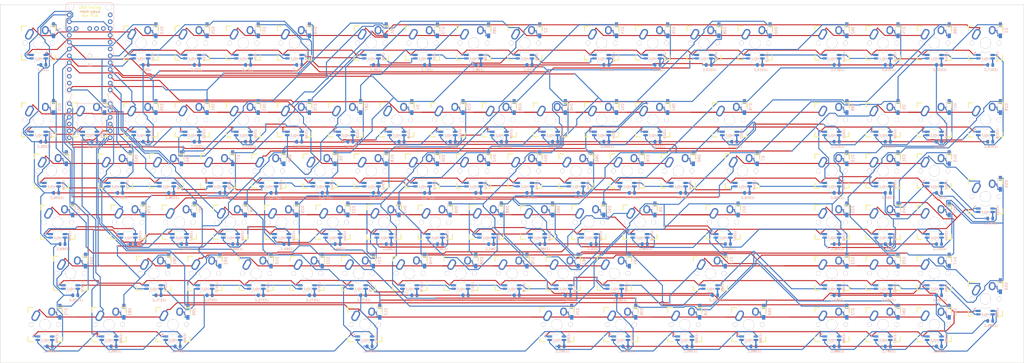
<source format=kicad_pcb>
(kicad_pcb (version 20171130) (host pcbnew 5.1.6)
  (layers (0 F.Cu signal) (31 B.Cu signal) (34 B.Paste user) (35 F.Paste user) (36 B.SilkS user) (37 F.SilkS user) (38 B.Mask user) (39 F.Mask user) (44 Edge.Cuts user))
  (net 0 "")
  (net 1 "Net-(D1-Pad2)")
  (net 2 /row0)
  (net 3 "Net-(D2-Pad2)")
  (net 4 "Net-(D3-Pad2)")
  (net 5 "Net-(D4-Pad2)")
  (net 6 "Net-(D5-Pad2)")
  (net 7 "Net-(D6-Pad2)")
  (net 8 "Net-(D7-Pad2)")
  (net 9 "Net-(D8-Pad2)")
  (net 10 /row1)
  (net 11 "Net-(D9-Pad2)")
  (net 12 "Net-(D10-Pad2)")
  (net 13 "Net-(D11-Pad2)")
  (net 14 "Net-(D12-Pad2)")
  (net 15 "Net-(D13-Pad2)")
  (net 16 /row2)
  (net 17 "Net-(D14-Pad2)")
  (net 18 "Net-(D15-Pad2)")
  (net 19 "Net-(D16-Pad2)")
  (net 20 "Net-(D17-Pad2)")
  (net 21 "Net-(D18-Pad2)")
  (net 22 "Net-(D19-Pad2)")
  (net 23 "Net-(D20-Pad2)")
  (net 24 "Net-(D21-Pad2)")
  (net 25 "Net-(D22-Pad2)")
  (net 26 "Net-(D23-Pad2)")
  (net 27 "Net-(D24-Pad2)")
  (net 28 /row3)
  (net 29 "Net-(D25-Pad2)")
  (net 30 "Net-(D26-Pad2)")
  (net 31 "Net-(D27-Pad2)")
  (net 32 "Net-(D28-Pad2)")
  (net 33 "Net-(D29-Pad2)")
  (net 34 "Net-(D30-Pad2)")
  (net 35 "Net-(D31-Pad2)")
  (net 36 "Net-(D32-Pad2)")
  (net 37 /row4)
  (net 38 "Net-(D33-Pad2)")
  (net 39 "Net-(D34-Pad2)")
  (net 40 "Net-(D35-Pad2)")
  (net 41 "Net-(D36-Pad2)")
  (net 42 "Net-(D37-Pad2)")
  (net 43 "Net-(D38-Pad2)")
  (net 44 "Net-(D39-Pad2)")
  (net 45 "Net-(D40-Pad2)")
  (net 46 "Net-(D41-Pad2)")
  (net 47 "Net-(D42-Pad2)")
  (net 48 "Net-(D43-Pad2)")
  (net 49 /row5)
  (net 50 "Net-(D44-Pad2)")
  (net 51 "Net-(D45-Pad2)")
  (net 52 "Net-(D46-Pad2)")
  (net 53 "Net-(D47-Pad2)")
  (net 54 "Net-(D48-Pad2)")
  (net 55 "Net-(D49-Pad2)")
  (net 56 "Net-(D50-Pad2)")
  (net 57 "Net-(D51-Pad2)")
  (net 58 "Net-(D52-Pad2)")
  (net 59 "Net-(D53-Pad2)")
  (net 60 "Net-(D54-Pad2)")
  (net 61 "Net-(D55-Pad2)")
  (net 62 "Net-(D56-Pad2)")
  (net 63 "Net-(D57-Pad2)")
  (net 64 "Net-(D58-Pad2)")
  (net 65 "Net-(D59-Pad2)")
  (net 66 "Net-(D60-Pad2)")
  (net 67 /row6)
  (net 68 "Net-(D61-Pad2)")
  (net 69 "Net-(D62-Pad2)")
  (net 70 "Net-(D63-Pad2)")
  (net 71 "Net-(D64-Pad2)")
  (net 72 "Net-(D65-Pad2)")
  (net 73 "Net-(D66-Pad2)")
  (net 74 "Net-(D67-Pad2)")
  (net 75 "Net-(D68-Pad2)")
  (net 76 /row7)
  (net 77 "Net-(D69-Pad2)")
  (net 78 "Net-(D70-Pad2)")
  (net 79 "Net-(D71-Pad2)")
  (net 80 "Net-(D72-Pad2)")
  (net 81 "Net-(D73-Pad2)")
  (net 82 "Net-(D74-Pad2)")
  (net 83 "Net-(D75-Pad2)")
  (net 84 "Net-(D76-Pad2)")
  (net 85 "Net-(D77-Pad2)")
  (net 86 "Net-(D78-Pad2)")
  (net 87 "Net-(D79-Pad2)")
  (net 88 "Net-(D80-Pad2)")
  (net 89 "Net-(D81-Pad2)")
  (net 90 "Net-(D82-Pad2)")
  (net 91 "Net-(D83-Pad2)")
  (net 92 "Net-(D84-Pad2)")
  (net 93 "Net-(D85-Pad2)")
  (net 94 "Net-(D86-Pad2)")
  (net 95 "Net-(D87-Pad2)")
  (net 96 "Net-(D88-Pad2)")
  (net 97 "Net-(D89-Pad2)")
  (net 98 "Net-(D90-Pad2)")
  (net 99 "Net-(D91-Pad2)")
  (net 100 "Net-(D92-Pad2)")
  (net 101 "Net-(D93-Pad2)")
  (net 102 "Net-(D94-Pad2)")
  (net 103 "Net-(D95-Pad2)")
  (net 104 "Net-(D96-Pad2)")
  (net 105 /col0)
  (net 106 /col1)
  (net 107 /col2)
  (net 108 /col3)
  (net 109 /col4)
  (net 110 /col5)
  (net 111 /col6)
  (net 112 /col7)
  (net 113 /col8)
  (net 114 /col9)
  (net 115 /col10)
  (net 116 /col11)
  (net 117 /GND)
  (net 118 /5V)
  (net 119 /SIG_1)
  (net 120 /SIG_2)
  (net 121 /SIG_3)
  (net 122 /SIG_4)
  (net 123 /SIG_5)
  (net 124 /SIG_6)
  (net 125 /SIG_7)
  (net 126 /SIG_8)
  (net 127 /SIG_9)
  (net 128 /SIG_10)
  (net 129 /SIG_11)
  (net 130 /SIG_12)
  (net 131 /SIG_13)
  (net 132 /SIG_14)
  (net 133 /SIG_15)
  (net 134 /SIG_16)
  (net 135 /SIG_17)
  (net 136 /SIG_18)
  (net 137 /SIG_19)
  (net 138 /SIG_20)
  (net 139 /SIG_21)
  (net 140 /SIG_22)
  (net 141 /SIG_23)
  (net 142 /SIG_24)
  (net 143 /SIG_25)
  (net 144 /SIG_26)
  (net 145 /SIG_27)
  (net 146 /SIG_28)
  (net 147 /SIG_29)
  (net 148 /SIG_30)
  (net 149 /SIG_31)
  (net 150 /SIG_32)
  (net 151 /SIG_33)
  (net 152 /SIG_34)
  (net 153 /SIG_35)
  (net 154 /SIG_36)
  (net 155 /SIG_37)
  (net 156 /SIG_38)
  (net 157 /SIG_39)
  (net 158 /SIG_40)
  (net 159 /SIG_41)
  (net 160 /SIG_42)
  (net 161 /SIG_43)
  (net 162 /SIG_44)
  (net 163 /SIG_45)
  (net 164 /SIG_46)
  (net 165 /SIG_47)
  (net 166 /SIG_48)
  (net 167 /SIG_49)
  (net 168 /SIG_50)
  (net 169 /SIG_51)
  (net 170 /SIG_52)
  (net 171 /SIG_53)
  (net 172 /SIG_54)
  (net 173 /SIG_55)
  (net 174 /SIG_56)
  (net 175 /SIG_57)
  (net 176 /SIG_58)
  (net 177 /SIG_59)
  (net 178 /SIG_60)
  (net 179 /SIG_61)
  (net 180 /SIG_62)
  (net 181 /SIG_63)
  (net 182 /SIG_64)
  (net 183 /SIG_65)
  (net 184 /SIG_66)
  (net 185 /SIG_67)
  (net 186 /SIG_68)
  (net 187 /SIG_69)
  (net 188 /SIG_70)
  (net 189 /SIG_71)
  (net 190 /SIG_72)
  (net 191 /SIG_73)
  (net 192 /SIG_74)
  (net 193 /SIG_75)
  (net 194 /SIG_76)
  (net 195 /SIG_77)
  (net 196 /SIG_78)
  (net 197 /SIG_79)
  (net 198 /SIG_80)
  (net 199 /SIG_81)
  (net 200 /SIG_82)
  (net 201 /SIG_83)
  (net 202 /SIG_84)
  (net 203 /SIG_85)
  (net 204 /SIG_86)
  (net 205 /SIG_87)
  (net 206 /SIG_88)
  (net 207 /SIG_89)
  (net 208 /SIG_90)
  (net 209 /SIG_91)
  (net 210 /SIG_92)
  (net 211 /SIG_93)
  (net 212 /SIG_94)
  (net 213 /SIG_95)
  (net 214 /SIG_0)
  (net 215 "Net-(C1-Pad2)")
  (net 216 "Net-(C2-Pad2)")
  (net 217 "Net-(C3-Pad2)")
  (net 218 "Net-(C4-Pad2)")
  (net 219 "Net-(C5-Pad2)")
  (net 220 "Net-(C6-Pad2)")
  (net 221 "Net-(C7-Pad2)")
  (net 222 "Net-(C8-Pad2)")
  (net 223 "Net-(C9-Pad2)")
  (net 224 "Net-(C10-Pad2)")
  (net 225 "Net-(C11-Pad2)")
  (net 226 "Net-(C12-Pad2)")
  (net 227 "Net-(C13-Pad2)")
  (net 228 "Net-(C14-Pad2)")
  (net 229 "Net-(C15-Pad2)")
  (net 230 "Net-(C16-Pad2)")
  (net 231 "Net-(C17-Pad2)")
  (net 232 "Net-(C18-Pad2)")
  (net 233 "Net-(C19-Pad2)")
  (net 234 "Net-(C20-Pad2)")
  (net 235 "Net-(C21-Pad2)")
  (net 236 "Net-(C22-Pad2)")
  (net 237 "Net-(C23-Pad2)")
  (net 238 "Net-(C24-Pad2)")
  (net 239 "Net-(C25-Pad2)")
  (net 240 "Net-(C26-Pad2)")
  (net 241 "Net-(C27-Pad2)")
  (net 242 "Net-(C28-Pad2)")
  (net 243 "Net-(C29-Pad2)")
  (net 244 "Net-(C30-Pad2)")
  (net 245 "Net-(C31-Pad2)")
  (net 246 "Net-(C32-Pad2)")
  (net 247 "Net-(C33-Pad2)")
  (net 248 "Net-(C34-Pad2)")
  (net 249 "Net-(C35-Pad2)")
  (net 250 "Net-(C36-Pad2)")
  (net 251 "Net-(C37-Pad2)")
  (net 252 "Net-(C38-Pad2)")
  (net 253 "Net-(C39-Pad2)")
  (net 254 "Net-(C40-Pad2)")
  (net 255 "Net-(C41-Pad2)")
  (net 256 "Net-(C42-Pad2)")
  (net 257 "Net-(C43-Pad2)")
  (net 258 "Net-(C44-Pad2)")
  (net 259 "Net-(C45-Pad2)")
  (net 260 "Net-(C46-Pad2)")
  (net 261 "Net-(C47-Pad2)")
  (net 262 "Net-(C48-Pad2)")
  (net 263 "Net-(C49-Pad2)")
  (net 264 "Net-(C50-Pad2)")
  (net 265 "Net-(C51-Pad2)")
  (net 266 "Net-(C52-Pad2)")
  (net 267 "Net-(C53-Pad2)")
  (net 268 "Net-(C54-Pad2)")
  (net 269 "Net-(C55-Pad2)")
  (net 270 "Net-(C56-Pad2)")
  (net 271 "Net-(C57-Pad2)")
  (net 272 "Net-(C58-Pad2)")
  (net 273 "Net-(C59-Pad2)")
  (net 274 "Net-(C60-Pad2)")
  (net 275 "Net-(C61-Pad2)")
  (net 276 "Net-(C62-Pad2)")
  (net 277 "Net-(C63-Pad2)")
  (net 278 "Net-(C64-Pad2)")
  (net 279 "Net-(C65-Pad2)")
  (net 280 "Net-(C66-Pad2)")
  (net 281 "Net-(C67-Pad2)")
  (net 282 "Net-(C68-Pad2)")
  (net 283 "Net-(C69-Pad2)")
  (net 284 "Net-(C70-Pad2)")
  (net 285 "Net-(C71-Pad2)")
  (net 286 "Net-(C72-Pad2)")
  (net 287 "Net-(C73-Pad2)")
  (net 288 "Net-(C74-Pad2)")
  (net 289 "Net-(C75-Pad2)")
  (net 290 "Net-(C76-Pad2)")
  (net 291 "Net-(C77-Pad2)")
  (net 292 "Net-(C78-Pad2)")
  (net 293 "Net-(C79-Pad2)")
  (net 294 "Net-(C80-Pad2)")
  (net 295 "Net-(C81-Pad2)")
  (net 296 "Net-(C82-Pad2)")
  (net 297 "Net-(C83-Pad2)")
  (net 298 "Net-(C84-Pad2)")
  (net 299 "Net-(C85-Pad2)")
  (net 300 "Net-(C86-Pad2)")
  (net 301 "Net-(C87-Pad2)")
  (net 302 "Net-(C88-Pad2)")
  (net 303 "Net-(C89-Pad2)")
  (net 304 "Net-(C90-Pad2)")
  (net 305 "Net-(C91-Pad2)")
  (net 306 "Net-(C92-Pad2)")
  (net 307 "Net-(C93-Pad2)")
  (net 308 "Net-(C94-Pad2)")
  (net 309 "Net-(C95-Pad2)")
  (net 310 "Net-(C96-Pad2)")
  (module Keyboard:MXALPS (layer F.Cu) (at 152.4 57.15)
    (fp_text reference SW61 hide)
    (fp_text value F5 hide)
    (pad SW2 thru_hole oval (at 2.52 -4.79 356.1) (size 2.5 3.08) (drill oval 1.5 2.08) (layers *.Cu *.Mask) (net 68 "Net-(D61-Pad2)"))
    (pad SW1 thru_hole oval (at -3.405 -3.27 331) (size 2.5 4.17) (drill oval 1.5 3.17) (layers *.Cu *.Mask) (net 105 /col0))
    (pad "" np_thru_hole circle (at 5.08 0) (size 1.70181 1.70181) (drill 1.7018) (layers *.Cu *.Mask) (clearance 0.1524))
    (pad "" np_thru_hole circle (at -5.08 0) (size 1.70181 1.70181) (drill 1.7018) (layers *.Cu *.Mask) (clearance 0.1524))
    (pad "" np_thru_hole circle (at 0 0) (size 3.98781 3.98781) (drill 3.9878) (layers *.Cu *.Mask) (clearance 0.1524))
  )
  (module Keyboard:MXALPS (layer F.Cu) (at 123.825 57.15)
    (fp_text reference SW49 hide)
    (fp_text value F4 hide)
    (pad SW2 thru_hole oval (at 2.52 -4.79 356.1) (size 2.5 3.08) (drill oval 1.5 2.08) (layers *.Cu *.Mask) (net 55 "Net-(D49-Pad2)"))
    (pad SW1 thru_hole oval (at -3.405 -3.27 331) (size 2.5 4.17) (drill oval 1.5 3.17) (layers *.Cu *.Mask) (net 105 /col0))
    (pad "" np_thru_hole circle (at 5.08 0) (size 1.70181 1.70181) (drill 1.7018) (layers *.Cu *.Mask) (clearance 0.1524))
    (pad "" np_thru_hole circle (at -5.08 0) (size 1.70181 1.70181) (drill 1.7018) (layers *.Cu *.Mask) (clearance 0.1524))
    (pad "" np_thru_hole circle (at 0 0) (size 3.98781 3.98781) (drill 3.9878) (layers *.Cu *.Mask) (clearance 0.1524))
  )
  (module Keyboard:MXALPS_2U (layer F.Cu) (at 285.75 85.725)
    (fp_text reference SW76 hide)
    (fp_text value BckSpc_2 hide)
    (pad SW2 thru_hole oval (at 2.52 -4.79 356.1) (size 2.5 3.08) (drill oval 1.5 2.08) (layers *.Cu *.Mask) (net 84 "Net-(D76-Pad2)"))
    (pad SW1 thru_hole oval (at -3.405 -3.27 331) (size 2.5 4.17) (drill oval 1.5 3.17) (layers *.Cu *.Mask) (net 108 /col3))
    (pad "" np_thru_hole circle (at 5.08 0) (size 1.70181 1.70181) (drill 1.7018) (layers *.Cu *.Mask) (clearance 0.1524))
    (pad "" np_thru_hole circle (at -5.08 0) (size 1.70181 1.70181) (drill 1.7018) (layers *.Cu *.Mask) (clearance 0.1524))
    (pad "" np_thru_hole circle (at 0 0) (size 3.98781 3.98781) (drill 3.9878) (layers *.Cu *.Mask) (clearance 0.1524))
  )
  (module Keyboard:MXALPS_1.5U (layer F.Cu) (at 290.512 104.775)
    (fp_text reference SW7 hide)
    (fp_text value \_15 hide)
    (pad SW2 thru_hole oval (at 2.52 -4.79 356.1) (size 2.5 3.08) (drill oval 1.5 2.08) (layers *.Cu *.Mask) (net 8 "Net-(D7-Pad2)"))
    (pad SW1 thru_hole oval (at -3.405 -3.27 331) (size 2.5 4.17) (drill oval 1.5 3.17) (layers *.Cu *.Mask) (net 111 /col6))
    (pad "" np_thru_hole circle (at 5.08 0) (size 1.70181 1.70181) (drill 1.7018) (layers *.Cu *.Mask) (clearance 0.1524))
    (pad "" np_thru_hole circle (at -5.08 0) (size 1.70181 1.70181) (drill 1.7018) (layers *.Cu *.Mask) (clearance 0.1524))
    (pad "" np_thru_hole circle (at 0 0) (size 3.98781 3.98781) (drill 3.9878) (layers *.Cu *.Mask) (clearance 0.1524))
  )
  (module Keyboard:MXALPS_1.25U (layer F.Cu) (at 221.456 161.925)
    (fp_text reference SW24 hide)
    (fp_text value Alt_125 hide)
    (pad SW2 thru_hole oval (at 2.52 -4.79 356.1) (size 2.5 3.08) (drill oval 1.5 2.08) (layers *.Cu *.Mask) (net 27 "Net-(D24-Pad2)"))
    (pad SW1 thru_hole oval (at -3.405 -3.27 331) (size 2.5 4.17) (drill oval 1.5 3.17) (layers *.Cu *.Mask) (net 116 /col11))
    (pad "" np_thru_hole circle (at 5.08 0) (size 1.70181 1.70181) (drill 1.7018) (layers *.Cu *.Mask) (clearance 0.1524))
    (pad "" np_thru_hole circle (at -5.08 0) (size 1.70181 1.70181) (drill 1.7018) (layers *.Cu *.Mask) (clearance 0.1524))
    (pad "" np_thru_hole circle (at 0 0) (size 3.98781 3.98781) (drill 3.9878) (layers *.Cu *.Mask) (clearance 0.1524))
  )
  (module Keyboard:MXALPS_1.25U (layer F.Cu) (at 245.269 161.925)
    (fp_text reference SW36 hide)
    (fp_text value FN_125 hide)
    (pad SW2 thru_hole oval (at 2.52 -4.79 356.1) (size 2.5 3.08) (drill oval 1.5 2.08) (layers *.Cu *.Mask) (net 41 "Net-(D36-Pad2)"))
    (pad SW1 thru_hole oval (at -3.405 -3.27 331) (size 2.5 4.17) (drill oval 1.5 3.17) (layers *.Cu *.Mask) (net 116 /col11))
    (pad "" np_thru_hole circle (at 5.08 0) (size 1.70181 1.70181) (drill 1.7018) (layers *.Cu *.Mask) (clearance 0.1524))
    (pad "" np_thru_hole circle (at -5.08 0) (size 1.70181 1.70181) (drill 1.7018) (layers *.Cu *.Mask) (clearance 0.1524))
    (pad "" np_thru_hole circle (at 0 0) (size 3.98781 3.98781) (drill 3.9878) (layers *.Cu *.Mask) (clearance 0.1524))
  )
  (module Keyboard:MXALPS_1.25U (layer F.Cu) (at 292.894 161.925)
    (fp_text reference SW60 hide)
    (fp_text value Ctrl_125 hide)
    (pad SW2 thru_hole oval (at 2.52 -4.79 356.1) (size 2.5 3.08) (drill oval 1.5 2.08) (layers *.Cu *.Mask) (net 66 "Net-(D60-Pad2)"))
    (pad SW1 thru_hole oval (at -3.405 -3.27 331) (size 2.5 4.17) (drill oval 1.5 3.17) (layers *.Cu *.Mask) (net 116 /col11))
    (pad "" np_thru_hole circle (at 5.08 0) (size 1.70181 1.70181) (drill 1.7018) (layers *.Cu *.Mask) (clearance 0.1524))
    (pad "" np_thru_hole circle (at -5.08 0) (size 1.70181 1.70181) (drill 1.7018) (layers *.Cu *.Mask) (clearance 0.1524))
    (pad "" np_thru_hole circle (at 0 0) (size 3.98781 3.98781) (drill 3.9878) (layers *.Cu *.Mask) (clearance 0.1524))
  )
  (module Keyboard:MXALPS_1.25U (layer F.Cu) (at 269.081 161.925)
    (fp_text reference SW48 hide)
    (fp_text value Menu_125 hide)
    (pad SW2 thru_hole oval (at 2.52 -4.79 356.1) (size 2.5 3.08) (drill oval 1.5 2.08) (layers *.Cu *.Mask) (net 54 "Net-(D48-Pad2)"))
    (pad SW1 thru_hole oval (at -3.405 -3.27 331) (size 2.5 4.17) (drill oval 1.5 3.17) (layers *.Cu *.Mask) (net 116 /col11))
    (pad "" np_thru_hole circle (at 5.08 0) (size 1.70181 1.70181) (drill 1.7018) (layers *.Cu *.Mask) (clearance 0.1524))
    (pad "" np_thru_hole circle (at -5.08 0) (size 1.70181 1.70181) (drill 1.7018) (layers *.Cu *.Mask) (clearance 0.1524))
    (pad "" np_thru_hole circle (at 0 0) (size 3.98781 3.98781) (drill 3.9878) (layers *.Cu *.Mask) (clearance 0.1524))
  )
  (module Keyboard:MXALPS (layer F.Cu) (at 114.3 104.775)
    (fp_text reference SW89 hide)
    (fp_text value R hide)
    (pad SW2 thru_hole oval (at 2.52 -4.79 356.1) (size 2.5 3.08) (drill oval 1.5 2.08) (layers *.Cu *.Mask) (net 97 "Net-(D89-Pad2)"))
    (pad SW1 thru_hole oval (at -3.405 -3.27 331) (size 2.5 4.17) (drill oval 1.5 3.17) (layers *.Cu *.Mask) (net 109 /col4))
    (pad "" np_thru_hole circle (at 5.08 0) (size 1.70181 1.70181) (drill 1.7018) (layers *.Cu *.Mask) (clearance 0.1524))
    (pad "" np_thru_hole circle (at -5.08 0) (size 1.70181 1.70181) (drill 1.7018) (layers *.Cu *.Mask) (clearance 0.1524))
    (pad "" np_thru_hole circle (at 0 0) (size 3.98781 3.98781) (drill 3.9878) (layers *.Cu *.Mask) (clearance 0.1524))
  )
  (module Keyboard:MXALPS_1.5U (layer F.Cu) (at 33.3375 104.775)
    (fp_text reference SW41 hide)
    (fp_text value Tab_15 hide)
    (pad SW2 thru_hole oval (at 2.52 -4.79 356.1) (size 2.5 3.08) (drill oval 1.5 2.08) (layers *.Cu *.Mask) (net 46 "Net-(D41-Pad2)"))
    (pad SW1 thru_hole oval (at -3.405 -3.27 331) (size 2.5 4.17) (drill oval 1.5 3.17) (layers *.Cu *.Mask) (net 109 /col4))
    (pad "" np_thru_hole circle (at 5.08 0) (size 1.70181 1.70181) (drill 1.7018) (layers *.Cu *.Mask) (clearance 0.1524))
    (pad "" np_thru_hole circle (at -5.08 0) (size 1.70181 1.70181) (drill 1.7018) (layers *.Cu *.Mask) (clearance 0.1524))
    (pad "" np_thru_hole circle (at 0 0) (size 3.98781 3.98781) (drill 3.9878) (layers *.Cu *.Mask) (clearance 0.1524))
  )
  (module Keyboard:MXALPS_1.75U (layer F.Cu) (at 35.7188 123.825)
    (fp_text reference SW67 hide)
    (fp_text value Caps hide)
    (pad SW2 thru_hole oval (at 2.52 -4.79 356.1) (size 2.5 3.08) (drill oval 1.5 2.08) (layers *.Cu *.Mask) (net 74 "Net-(D67-Pad2)"))
    (pad SW1 thru_hole oval (at -3.405 -3.27 331) (size 2.5 4.17) (drill oval 1.5 3.17) (layers *.Cu *.Mask) (net 111 /col6))
    (pad "" np_thru_hole circle (at 5.08 0) (size 1.70181 1.70181) (drill 1.7018) (layers *.Cu *.Mask) (clearance 0.1524))
    (pad "" np_thru_hole circle (at -5.08 0) (size 1.70181 1.70181) (drill 1.7018) (layers *.Cu *.Mask) (clearance 0.1524))
    (pad "" np_thru_hole circle (at 0 0) (size 3.98781 3.98781) (drill 3.9878) (layers *.Cu *.Mask) (clearance 0.1524))
  )
  (module Keyboard:MXALPS (layer F.Cu) (at 71.4375 142.875)
    (fp_text reference SW81 hide)
    (fp_text value Z hide)
    (pad SW2 thru_hole oval (at 2.52 -4.79 356.1) (size 2.5 3.08) (drill oval 1.5 2.08) (layers *.Cu *.Mask) (net 89 "Net-(D81-Pad2)"))
    (pad SW1 thru_hole oval (at -3.405 -3.27 331) (size 2.5 4.17) (drill oval 1.5 3.17) (layers *.Cu *.Mask) (net 113 /col8))
    (pad "" np_thru_hole circle (at 5.08 0) (size 1.70181 1.70181) (drill 1.7018) (layers *.Cu *.Mask) (clearance 0.1524))
    (pad "" np_thru_hole circle (at -5.08 0) (size 1.70181 1.70181) (drill 1.7018) (layers *.Cu *.Mask) (clearance 0.1524))
    (pad "" np_thru_hole circle (at 0 0) (size 3.98781 3.98781) (drill 3.9878) (layers *.Cu *.Mask) (clearance 0.1524))
  )
  (module Keyboard:MXALPS_1.25U (layer F.Cu) (at 30.9562 161.925)
    (fp_text reference SW71 hide)
    (fp_text value Crtl_125 hide)
    (pad SW2 thru_hole oval (at 2.52 -4.79 356.1) (size 2.5 3.08) (drill oval 1.5 2.08) (layers *.Cu *.Mask) (net 79 "Net-(D71-Pad2)"))
    (pad SW1 thru_hole oval (at -3.405 -3.27 331) (size 2.5 4.17) (drill oval 1.5 3.17) (layers *.Cu *.Mask) (net 115 /col10))
    (pad "" np_thru_hole circle (at 5.08 0) (size 1.70181 1.70181) (drill 1.7018) (layers *.Cu *.Mask) (clearance 0.1524))
    (pad "" np_thru_hole circle (at -5.08 0) (size 1.70181 1.70181) (drill 1.7018) (layers *.Cu *.Mask) (clearance 0.1524))
    (pad "" np_thru_hole circle (at 0 0) (size 3.98781 3.98781) (drill 3.9878) (layers *.Cu *.Mask) (clearance 0.1524))
  )
  (module Keyboard:MXALPS_1.25U (layer F.Cu) (at 54.7688 161.925)
    (fp_text reference SW83 hide)
    (fp_text value OS_125 hide)
    (pad SW2 thru_hole oval (at 2.52 -4.79 356.1) (size 2.5 3.08) (drill oval 1.5 2.08) (layers *.Cu *.Mask) (net 91 "Net-(D83-Pad2)"))
    (pad SW1 thru_hole oval (at -3.405 -3.27 331) (size 2.5 4.17) (drill oval 1.5 3.17) (layers *.Cu *.Mask) (net 115 /col10))
    (pad "" np_thru_hole circle (at 5.08 0) (size 1.70181 1.70181) (drill 1.7018) (layers *.Cu *.Mask) (clearance 0.1524))
    (pad "" np_thru_hole circle (at -5.08 0) (size 1.70181 1.70181) (drill 1.7018) (layers *.Cu *.Mask) (clearance 0.1524))
    (pad "" np_thru_hole circle (at 0 0) (size 3.98781 3.98781) (drill 3.9878) (layers *.Cu *.Mask) (clearance 0.1524))
  )
  (module Keyboard:MXALPS_1.25U (layer F.Cu) (at 78.5812 161.925)
    (fp_text reference SW95 hide)
    (fp_text value Alt_125 hide)
    (pad SW2 thru_hole oval (at 2.52 -4.79 356.1) (size 2.5 3.08) (drill oval 1.5 2.08) (layers *.Cu *.Mask) (net 103 "Net-(D95-Pad2)"))
    (pad SW1 thru_hole oval (at -3.405 -3.27 331) (size 2.5 4.17) (drill oval 1.5 3.17) (layers *.Cu *.Mask) (net 115 /col10))
    (pad "" np_thru_hole circle (at 5.08 0) (size 1.70181 1.70181) (drill 1.7018) (layers *.Cu *.Mask) (clearance 0.1524))
    (pad "" np_thru_hole circle (at -5.08 0) (size 1.70181 1.70181) (drill 1.7018) (layers *.Cu *.Mask) (clearance 0.1524))
    (pad "" np_thru_hole circle (at 0 0) (size 3.98781 3.98781) (drill 3.9878) (layers *.Cu *.Mask) (clearance 0.1524))
  )
  (module Keyboard:MXALPS_6.25U (layer F.Cu) (at 150.019 161.925)
    (fp_text reference SW12 hide)
    (fp_text value Space_625 hide)
    (pad "" np_thru_hole circle (at 0 0) (size 3.98781 3.98781) (drill 3.9878) (layers *.Cu *.Mask) (clearance 0.1524))
    (pad "" np_thru_hole circle (at -5.08 0) (size 1.70181 1.70181) (drill 1.7018) (layers *.Cu *.Mask) (clearance 0.1524))
    (pad "" np_thru_hole circle (at 5.08 0) (size 1.70181 1.70181) (drill 1.7018) (layers *.Cu *.Mask) (clearance 0.1524))
    (pad SW1 thru_hole oval (at -3.405 -3.27 331) (size 2.5 4.17) (drill oval 1.5 3.17) (layers *.Cu *.Mask) (net 116 /col11))
    (pad SW2 thru_hole oval (at 2.52 -4.79 356.1) (size 2.5 3.08) (drill oval 1.5 2.08) (layers *.Cu *.Mask) (net 14 "Net-(D12-Pad2)"))
  )
  (module Keyboard:MXALPS_2.75U (layer F.Cu) (at 278.606 142.875)
    (fp_text reference SW11 hide)
    (fp_text value Shift_275 hide)
    (pad SW2 thru_hole oval (at 2.52 -4.79 356.1) (size 2.5 3.08) (drill oval 1.5 2.08) (layers *.Cu *.Mask) (net 13 "Net-(D11-Pad2)"))
    (pad SW1 thru_hole oval (at -3.405 -3.27 331) (size 2.5 4.17) (drill oval 1.5 3.17) (layers *.Cu *.Mask) (net 115 /col10))
    (pad "" np_thru_hole circle (at 5.08 0) (size 1.70181 1.70181) (drill 1.7018) (layers *.Cu *.Mask) (clearance 0.1524))
    (pad "" np_thru_hole circle (at -5.08 0) (size 1.70181 1.70181) (drill 1.7018) (layers *.Cu *.Mask) (clearance 0.1524))
    (pad "" np_thru_hole circle (at 0 0) (size 3.98781 3.98781) (drill 3.9878) (layers *.Cu *.Mask) (clearance 0.1524))
  )
  (module Keyboard:MXALPS_2.25U (layer F.Cu) (at 283.369 123.825)
    (fp_text reference SW21 hide)
    (fp_text value ENTER_225 hide)
    (pad SW2 thru_hole oval (at 2.52 -4.79 356.1) (size 2.5 3.08) (drill oval 1.5 2.08) (layers *.Cu *.Mask) (net 24 "Net-(D21-Pad2)"))
    (pad SW1 thru_hole oval (at -3.405 -3.27 331) (size 2.5 4.17) (drill oval 1.5 3.17) (layers *.Cu *.Mask) (net 113 /col8))
    (pad "" np_thru_hole circle (at 5.08 0) (size 1.70181 1.70181) (drill 1.7018) (layers *.Cu *.Mask) (clearance 0.1524))
    (pad "" np_thru_hole circle (at -5.08 0) (size 1.70181 1.70181) (drill 1.7018) (layers *.Cu *.Mask) (clearance 0.1524))
    (pad "" np_thru_hole circle (at 0 0) (size 3.98781 3.98781) (drill 3.9878) (layers *.Cu *.Mask) (clearance 0.1524))
  )
  (module Keebio-Parts:MX-1U-0805 (layer B.Cu) (at 176.212 123.825 180)
    (fp_text reference C62)
    (fp_text value 100nF)
    (pad 1 smd custom (at -0.762 -8.128) (size 0.61 0.61) (layers B.Cu B.Paste B.Mask) (net 118 /5V) (options (clearance outline) (anchor circle)) (primitives (gr_line (start -1.016 0) (end 0 0) (width 0.4))))
    (pad 1 thru_hole circle (at 0.254 -8.128 180) (size 0.61 0.61) (drill 0.3) (layers *.Cu *.Mask) (net 118 /5V))
    (pad 2 smd custom (at -2.7155 -8.1534) (size 0.975 0.975) (layers B.Cu) (net 276 "Net-(C62-Pad2)") (options (clearance outline) (anchor circle)) (primitives (gr_line (start -0.0485 -2.3114) (end -0.0485 -0.0254) (width 0.5))))
    (pad 1 smd roundrect (at -0.8405 -8.1534 180) (size 0.975 1.4) (layers B.Cu B.Paste B.Mask) (net 118 /5V))
    (pad 2 smd roundrect (at -2.7155 -8.1534 180) (size 0.975 1.4) (layers B.Cu B.Paste B.Mask) (net 276 "Net-(C62-Pad2)"))
  )
  (module Keebio-Parts:MX-1U-0805 (layer B.Cu) (at 30.9562 161.925 180)
    (fp_text reference C96)
    (fp_text value 100nF)
    (pad 1 smd custom (at -0.762 -8.128) (size 0.61 0.61) (layers B.Cu B.Paste B.Mask) (net 118 /5V) (options (clearance outline) (anchor circle)) (primitives (gr_line (start -1.016 0) (end 0 0) (width 0.4))))
    (pad 1 thru_hole circle (at 0.254 -8.128 180) (size 0.61 0.61) (drill 0.3) (layers *.Cu *.Mask) (net 118 /5V))
    (pad 2 smd custom (at -2.7155 -8.1534) (size 0.975 0.975) (layers B.Cu) (net 310 "Net-(C96-Pad2)") (options (clearance outline) (anchor circle)) (primitives (gr_line (start -0.0485 -2.3114) (end -0.0485 -0.0254) (width 0.5))))
    (pad 1 smd roundrect (at -0.8405 -8.1534 180) (size 0.975 1.4) (layers B.Cu B.Paste B.Mask) (net 118 /5V))
    (pad 2 smd roundrect (at -2.7155 -8.1534 180) (size 0.975 1.4) (layers B.Cu B.Paste B.Mask) (net 310 "Net-(C96-Pad2)"))
  )
  (module Keebio-Parts:MX-1U-0805 (layer B.Cu) (at 54.7688 161.925 180)
    (fp_text reference C95)
    (fp_text value 100nF)
    (pad 1 smd custom (at -0.762 -8.128) (size 0.61 0.61) (layers B.Cu B.Paste B.Mask) (net 118 /5V) (options (clearance outline) (anchor circle)) (primitives (gr_line (start -1.016 0) (end 0 0) (width 0.4))))
    (pad 1 thru_hole circle (at 0.254 -8.128 180) (size 0.61 0.61) (drill 0.3) (layers *.Cu *.Mask) (net 118 /5V))
    (pad 2 smd custom (at -2.7155 -8.1534) (size 0.975 0.975) (layers B.Cu) (net 309 "Net-(C95-Pad2)") (options (clearance outline) (anchor circle)) (primitives (gr_line (start -0.0485 -2.3114) (end -0.0485 -0.0254) (width 0.5))))
    (pad 1 smd roundrect (at -0.8405 -8.1534 180) (size 0.975 1.4) (layers B.Cu B.Paste B.Mask) (net 118 /5V))
    (pad 2 smd roundrect (at -2.7155 -8.1534 180) (size 0.975 1.4) (layers B.Cu B.Paste B.Mask) (net 309 "Net-(C95-Pad2)"))
  )
  (module Keebio-Parts:MX-1U-0805 (layer B.Cu) (at 78.5812 161.925 180)
    (fp_text reference C94)
    (fp_text value 100nF)
    (pad 1 smd custom (at -0.762 -8.128) (size 0.61 0.61) (layers B.Cu B.Paste B.Mask) (net 118 /5V) (options (clearance outline) (anchor circle)) (primitives (gr_line (start -1.016 0) (end 0 0) (width 0.4))))
    (pad 1 thru_hole circle (at 0.254 -8.128 180) (size 0.61 0.61) (drill 0.3) (layers *.Cu *.Mask) (net 118 /5V))
    (pad 2 smd custom (at -2.7155 -8.1534) (size 0.975 0.975) (layers B.Cu) (net 308 "Net-(C94-Pad2)") (options (clearance outline) (anchor circle)) (primitives (gr_line (start -0.0485 -2.3114) (end -0.0485 -0.0254) (width 0.5))))
    (pad 1 smd roundrect (at -0.8405 -8.1534 180) (size 0.975 1.4) (layers B.Cu B.Paste B.Mask) (net 118 /5V))
    (pad 2 smd roundrect (at -2.7155 -8.1534 180) (size 0.975 1.4) (layers B.Cu B.Paste B.Mask) (net 308 "Net-(C94-Pad2)"))
  )
  (module Keebio-Parts:MX-1U-0805 (layer B.Cu) (at 150.019 161.925 180)
    (fp_text reference C93)
    (fp_text value 100nF)
    (pad 1 smd custom (at -0.762 -8.128) (size 0.61 0.61) (layers B.Cu B.Paste B.Mask) (net 118 /5V) (options (clearance outline) (anchor circle)) (primitives (gr_line (start -1.016 0) (end 0 0) (width 0.4))))
    (pad 1 thru_hole circle (at 0.254 -8.128 180) (size 0.61 0.61) (drill 0.3) (layers *.Cu *.Mask) (net 118 /5V))
    (pad 2 smd custom (at -2.7155 -8.1534) (size 0.975 0.975) (layers B.Cu) (net 307 "Net-(C93-Pad2)") (options (clearance outline) (anchor circle)) (primitives (gr_line (start -0.0485 -2.3114) (end -0.0485 -0.0254) (width 0.5))))
    (pad 1 smd roundrect (at -0.8405 -8.1534 180) (size 0.975 1.4) (layers B.Cu B.Paste B.Mask) (net 118 /5V))
    (pad 2 smd roundrect (at -2.7155 -8.1534 180) (size 0.975 1.4) (layers B.Cu B.Paste B.Mask) (net 307 "Net-(C93-Pad2)"))
  )
  (module Keebio-Parts:MX-1U-0805 (layer B.Cu) (at 221.456 161.925 180)
    (fp_text reference C92)
    (fp_text value 100nF)
    (pad 1 smd custom (at -0.762 -8.128) (size 0.61 0.61) (layers B.Cu B.Paste B.Mask) (net 118 /5V) (options (clearance outline) (anchor circle)) (primitives (gr_line (start -1.016 0) (end 0 0) (width 0.4))))
    (pad 1 thru_hole circle (at 0.254 -8.128 180) (size 0.61 0.61) (drill 0.3) (layers *.Cu *.Mask) (net 118 /5V))
    (pad 2 smd custom (at -2.7155 -8.1534) (size 0.975 0.975) (layers B.Cu) (net 306 "Net-(C92-Pad2)") (options (clearance outline) (anchor circle)) (primitives (gr_line (start -0.0485 -2.3114) (end -0.0485 -0.0254) (width 0.5))))
    (pad 1 smd roundrect (at -0.8405 -8.1534 180) (size 0.975 1.4) (layers B.Cu B.Paste B.Mask) (net 118 /5V))
    (pad 2 smd roundrect (at -2.7155 -8.1534 180) (size 0.975 1.4) (layers B.Cu B.Paste B.Mask) (net 306 "Net-(C92-Pad2)"))
  )
  (module Keebio-Parts:MX-1U-0805 (layer B.Cu) (at 245.269 161.925 180)
    (fp_text reference C91)
    (fp_text value 100nF)
    (pad 1 smd custom (at -0.762 -8.128) (size 0.61 0.61) (layers B.Cu B.Paste B.Mask) (net 118 /5V) (options (clearance outline) (anchor circle)) (primitives (gr_line (start -1.016 0) (end 0 0) (width 0.4))))
    (pad 1 thru_hole circle (at 0.254 -8.128 180) (size 0.61 0.61) (drill 0.3) (layers *.Cu *.Mask) (net 118 /5V))
    (pad 2 smd custom (at -2.7155 -8.1534) (size 0.975 0.975) (layers B.Cu) (net 305 "Net-(C91-Pad2)") (options (clearance outline) (anchor circle)) (primitives (gr_line (start -0.0485 -2.3114) (end -0.0485 -0.0254) (width 0.5))))
    (pad 1 smd roundrect (at -0.8405 -8.1534 180) (size 0.975 1.4) (layers B.Cu B.Paste B.Mask) (net 118 /5V))
    (pad 2 smd roundrect (at -2.7155 -8.1534 180) (size 0.975 1.4) (layers B.Cu B.Paste B.Mask) (net 305 "Net-(C91-Pad2)"))
  )
  (module Keebio-Parts:MX-1U-0805 (layer B.Cu) (at 269.081 161.925 180)
    (fp_text reference C90)
    (fp_text value 100nF)
    (pad 1 smd custom (at -0.762 -8.128) (size 0.61 0.61) (layers B.Cu B.Paste B.Mask) (net 118 /5V) (options (clearance outline) (anchor circle)) (primitives (gr_line (start -1.016 0) (end 0 0) (width 0.4))))
    (pad 1 thru_hole circle (at 0.254 -8.128 180) (size 0.61 0.61) (drill 0.3) (layers *.Cu *.Mask) (net 118 /5V))
    (pad 2 smd custom (at -2.7155 -8.1534) (size 0.975 0.975) (layers B.Cu) (net 304 "Net-(C90-Pad2)") (options (clearance outline) (anchor circle)) (primitives (gr_line (start -0.0485 -2.3114) (end -0.0485 -0.0254) (width 0.5))))
    (pad 1 smd roundrect (at -0.8405 -8.1534 180) (size 0.975 1.4) (layers B.Cu B.Paste B.Mask) (net 118 /5V))
    (pad 2 smd roundrect (at -2.7155 -8.1534 180) (size 0.975 1.4) (layers B.Cu B.Paste B.Mask) (net 304 "Net-(C90-Pad2)"))
  )
  (module Keebio-Parts:MX-1U-0805 (layer B.Cu) (at 292.894 161.925 180)
    (fp_text reference C89)
    (fp_text value 100nF)
    (pad 1 smd custom (at -0.762 -8.128) (size 0.61 0.61) (layers B.Cu B.Paste B.Mask) (net 118 /5V) (options (clearance outline) (anchor circle)) (primitives (gr_line (start -1.016 0) (end 0 0) (width 0.4))))
    (pad 1 thru_hole circle (at 0.254 -8.128 180) (size 0.61 0.61) (drill 0.3) (layers *.Cu *.Mask) (net 118 /5V))
    (pad 2 smd custom (at -2.7155 -8.1534) (size 0.975 0.975) (layers B.Cu) (net 303 "Net-(C89-Pad2)") (options (clearance outline) (anchor circle)) (primitives (gr_line (start -0.0485 -2.3114) (end -0.0485 -0.0254) (width 0.5))))
    (pad 1 smd roundrect (at -0.8405 -8.1534 180) (size 0.975 1.4) (layers B.Cu B.Paste B.Mask) (net 118 /5V))
    (pad 2 smd roundrect (at -2.7155 -8.1534 180) (size 0.975 1.4) (layers B.Cu B.Paste B.Mask) (net 303 "Net-(C89-Pad2)"))
  )
  (module Keebio-Parts:MX-1U-0805 (layer B.Cu) (at 323.85 161.925 180)
    (fp_text reference C88)
    (fp_text value 100nF)
    (pad 1 smd custom (at -0.762 -8.128) (size 0.61 0.61) (layers B.Cu B.Paste B.Mask) (net 118 /5V) (options (clearance outline) (anchor circle)) (primitives (gr_line (start -1.016 0) (end 0 0) (width 0.4))))
    (pad 1 thru_hole circle (at 0.254 -8.128 180) (size 0.61 0.61) (drill 0.3) (layers *.Cu *.Mask) (net 118 /5V))
    (pad 2 smd custom (at -2.7155 -8.1534) (size 0.975 0.975) (layers B.Cu) (net 302 "Net-(C88-Pad2)") (options (clearance outline) (anchor circle)) (primitives (gr_line (start -0.0485 -2.3114) (end -0.0485 -0.0254) (width 0.5))))
    (pad 1 smd roundrect (at -0.8405 -8.1534 180) (size 0.975 1.4) (layers B.Cu B.Paste B.Mask) (net 118 /5V))
    (pad 2 smd roundrect (at -2.7155 -8.1534 180) (size 0.975 1.4) (layers B.Cu B.Paste B.Mask) (net 302 "Net-(C88-Pad2)"))
  )
  (module Keebio-Parts:MX-1U-0805 (layer B.Cu) (at 342.9 161.925 180)
    (fp_text reference C87)
    (fp_text value 100nF)
    (pad 1 smd custom (at -0.762 -8.128) (size 0.61 0.61) (layers B.Cu B.Paste B.Mask) (net 118 /5V) (options (clearance outline) (anchor circle)) (primitives (gr_line (start -1.016 0) (end 0 0) (width 0.4))))
    (pad 1 thru_hole circle (at 0.254 -8.128 180) (size 0.61 0.61) (drill 0.3) (layers *.Cu *.Mask) (net 118 /5V))
    (pad 2 smd custom (at -2.7155 -8.1534) (size 0.975 0.975) (layers B.Cu) (net 301 "Net-(C87-Pad2)") (options (clearance outline) (anchor circle)) (primitives (gr_line (start -0.0485 -2.3114) (end -0.0485 -0.0254) (width 0.5))))
    (pad 1 smd roundrect (at -0.8405 -8.1534 180) (size 0.975 1.4) (layers B.Cu B.Paste B.Mask) (net 118 /5V))
    (pad 2 smd roundrect (at -2.7155 -8.1534 180) (size 0.975 1.4) (layers B.Cu B.Paste B.Mask) (net 301 "Net-(C87-Pad2)"))
  )
  (module Keebio-Parts:MX-1U-0805 (layer B.Cu) (at 361.95 161.925 180)
    (fp_text reference C86)
    (fp_text value 100nF)
    (pad 1 smd custom (at -0.762 -8.128) (size 0.61 0.61) (layers B.Cu B.Paste B.Mask) (net 118 /5V) (options (clearance outline) (anchor circle)) (primitives (gr_line (start -1.016 0) (end 0 0) (width 0.4))))
    (pad 1 thru_hole circle (at 0.254 -8.128 180) (size 0.61 0.61) (drill 0.3) (layers *.Cu *.Mask) (net 118 /5V))
    (pad 2 smd custom (at -2.7155 -8.1534) (size 0.975 0.975) (layers B.Cu) (net 300 "Net-(C86-Pad2)") (options (clearance outline) (anchor circle)) (primitives (gr_line (start -0.0485 -2.3114) (end -0.0485 -0.0254) (width 0.5))))
    (pad 1 smd roundrect (at -0.8405 -8.1534 180) (size 0.975 1.4) (layers B.Cu B.Paste B.Mask) (net 118 /5V))
    (pad 2 smd roundrect (at -2.7155 -8.1534 180) (size 0.975 1.4) (layers B.Cu B.Paste B.Mask) (net 300 "Net-(C86-Pad2)"))
  )
  (module Keebio-Parts:MX-1U-0805 (layer B.Cu) (at 381 152.4 180)
    (fp_text reference C85)
    (fp_text value 100nF)
    (pad 1 smd custom (at -0.762 -8.128) (size 0.61 0.61) (layers B.Cu B.Paste B.Mask) (net 118 /5V) (options (clearance outline) (anchor circle)) (primitives (gr_line (start -1.016 0) (end 0 0) (width 0.4))))
    (pad 1 thru_hole circle (at 0.254 -8.128 180) (size 0.61 0.61) (drill 0.3) (layers *.Cu *.Mask) (net 118 /5V))
    (pad 2 smd custom (at -2.7155 -8.1534) (size 0.975 0.975) (layers B.Cu) (net 299 "Net-(C85-Pad2)") (options (clearance outline) (anchor circle)) (primitives (gr_line (start -0.0485 -2.3114) (end -0.0485 -0.0254) (width 0.5))))
    (pad 1 smd roundrect (at -0.8405 -8.1534 180) (size 0.975 1.4) (layers B.Cu B.Paste B.Mask) (net 118 /5V))
    (pad 2 smd roundrect (at -2.7155 -8.1534 180) (size 0.975 1.4) (layers B.Cu B.Paste B.Mask) (net 299 "Net-(C85-Pad2)"))
  )
  (module Keebio-Parts:MX-1U-0805 (layer B.Cu) (at 361.95 142.875 180)
    (fp_text reference C84)
    (fp_text value 100nF)
    (pad 1 smd custom (at -0.762 -8.128) (size 0.61 0.61) (layers B.Cu B.Paste B.Mask) (net 118 /5V) (options (clearance outline) (anchor circle)) (primitives (gr_line (start -1.016 0) (end 0 0) (width 0.4))))
    (pad 1 thru_hole circle (at 0.254 -8.128 180) (size 0.61 0.61) (drill 0.3) (layers *.Cu *.Mask) (net 118 /5V))
    (pad 2 smd custom (at -2.7155 -8.1534) (size 0.975 0.975) (layers B.Cu) (net 298 "Net-(C84-Pad2)") (options (clearance outline) (anchor circle)) (primitives (gr_line (start -0.0485 -2.3114) (end -0.0485 -0.0254) (width 0.5))))
    (pad 1 smd roundrect (at -0.8405 -8.1534 180) (size 0.975 1.4) (layers B.Cu B.Paste B.Mask) (net 118 /5V))
    (pad 2 smd roundrect (at -2.7155 -8.1534 180) (size 0.975 1.4) (layers B.Cu B.Paste B.Mask) (net 298 "Net-(C84-Pad2)"))
  )
  (module Keebio-Parts:MX-1U-0805 (layer B.Cu) (at 342.9 142.875 180)
    (fp_text reference C83)
    (fp_text value 100nF)
    (pad 1 smd custom (at -0.762 -8.128) (size 0.61 0.61) (layers B.Cu B.Paste B.Mask) (net 118 /5V) (options (clearance outline) (anchor circle)) (primitives (gr_line (start -1.016 0) (end 0 0) (width 0.4))))
    (pad 1 thru_hole circle (at 0.254 -8.128 180) (size 0.61 0.61) (drill 0.3) (layers *.Cu *.Mask) (net 118 /5V))
    (pad 2 smd custom (at -2.7155 -8.1534) (size 0.975 0.975) (layers B.Cu) (net 297 "Net-(C83-Pad2)") (options (clearance outline) (anchor circle)) (primitives (gr_line (start -0.0485 -2.3114) (end -0.0485 -0.0254) (width 0.5))))
    (pad 1 smd roundrect (at -0.8405 -8.1534 180) (size 0.975 1.4) (layers B.Cu B.Paste B.Mask) (net 118 /5V))
    (pad 2 smd roundrect (at -2.7155 -8.1534 180) (size 0.975 1.4) (layers B.Cu B.Paste B.Mask) (net 297 "Net-(C83-Pad2)"))
  )
  (module Keebio-Parts:MX-1U-0805 (layer B.Cu) (at 323.85 142.875 180)
    (fp_text reference C82)
    (fp_text value 100nF)
    (pad 1 smd custom (at -0.762 -8.128) (size 0.61 0.61) (layers B.Cu B.Paste B.Mask) (net 118 /5V) (options (clearance outline) (anchor circle)) (primitives (gr_line (start -1.016 0) (end 0 0) (width 0.4))))
    (pad 1 thru_hole circle (at 0.254 -8.128 180) (size 0.61 0.61) (drill 0.3) (layers *.Cu *.Mask) (net 118 /5V))
    (pad 2 smd custom (at -2.7155 -8.1534) (size 0.975 0.975) (layers B.Cu) (net 296 "Net-(C82-Pad2)") (options (clearance outline) (anchor circle)) (primitives (gr_line (start -0.0485 -2.3114) (end -0.0485 -0.0254) (width 0.5))))
    (pad 1 smd roundrect (at -0.8405 -8.1534 180) (size 0.975 1.4) (layers B.Cu B.Paste B.Mask) (net 118 /5V))
    (pad 2 smd roundrect (at -2.7155 -8.1534 180) (size 0.975 1.4) (layers B.Cu B.Paste B.Mask) (net 296 "Net-(C82-Pad2)"))
  )
  (module Keebio-Parts:MX-1U-0805 (layer B.Cu) (at 278.606 142.875 180)
    (fp_text reference C81)
    (fp_text value 100nF)
    (pad 1 smd custom (at -0.762 -8.128) (size 0.61 0.61) (layers B.Cu B.Paste B.Mask) (net 118 /5V) (options (clearance outline) (anchor circle)) (primitives (gr_line (start -1.016 0) (end 0 0) (width 0.4))))
    (pad 1 thru_hole circle (at 0.254 -8.128 180) (size 0.61 0.61) (drill 0.3) (layers *.Cu *.Mask) (net 118 /5V))
    (pad 2 smd custom (at -2.7155 -8.1534) (size 0.975 0.975) (layers B.Cu) (net 295 "Net-(C81-Pad2)") (options (clearance outline) (anchor circle)) (primitives (gr_line (start -0.0485 -2.3114) (end -0.0485 -0.0254) (width 0.5))))
    (pad 1 smd roundrect (at -0.8405 -8.1534 180) (size 0.975 1.4) (layers B.Cu B.Paste B.Mask) (net 118 /5V))
    (pad 2 smd roundrect (at -2.7155 -8.1534 180) (size 0.975 1.4) (layers B.Cu B.Paste B.Mask) (net 295 "Net-(C81-Pad2)"))
  )
  (module Keebio-Parts:MX-1U-0805 (layer B.Cu) (at 242.887 142.875 180)
    (fp_text reference C80)
    (fp_text value 100nF)
    (pad 1 smd custom (at -0.762 -8.128) (size 0.61 0.61) (layers B.Cu B.Paste B.Mask) (net 118 /5V) (options (clearance outline) (anchor circle)) (primitives (gr_line (start -1.016 0) (end 0 0) (width 0.4))))
    (pad 1 thru_hole circle (at 0.254 -8.128 180) (size 0.61 0.61) (drill 0.3) (layers *.Cu *.Mask) (net 118 /5V))
    (pad 2 smd custom (at -2.7155 -8.1534) (size 0.975 0.975) (layers B.Cu) (net 294 "Net-(C80-Pad2)") (options (clearance outline) (anchor circle)) (primitives (gr_line (start -0.0485 -2.3114) (end -0.0485 -0.0254) (width 0.5))))
    (pad 1 smd roundrect (at -0.8405 -8.1534 180) (size 0.975 1.4) (layers B.Cu B.Paste B.Mask) (net 118 /5V))
    (pad 2 smd roundrect (at -2.7155 -8.1534 180) (size 0.975 1.4) (layers B.Cu B.Paste B.Mask) (net 294 "Net-(C80-Pad2)"))
  )
  (module Keebio-Parts:MX-1U-0805 (layer B.Cu) (at 223.837 142.875 180)
    (fp_text reference C79)
    (fp_text value 100nF)
    (pad 1 smd custom (at -0.762 -8.128) (size 0.61 0.61) (layers B.Cu B.Paste B.Mask) (net 118 /5V) (options (clearance outline) (anchor circle)) (primitives (gr_line (start -1.016 0) (end 0 0) (width 0.4))))
    (pad 1 thru_hole circle (at 0.254 -8.128 180) (size 0.61 0.61) (drill 0.3) (layers *.Cu *.Mask) (net 118 /5V))
    (pad 2 smd custom (at -2.7155 -8.1534) (size 0.975 0.975) (layers B.Cu) (net 293 "Net-(C79-Pad2)") (options (clearance outline) (anchor circle)) (primitives (gr_line (start -0.0485 -2.3114) (end -0.0485 -0.0254) (width 0.5))))
    (pad 1 smd roundrect (at -0.8405 -8.1534 180) (size 0.975 1.4) (layers B.Cu B.Paste B.Mask) (net 118 /5V))
    (pad 2 smd roundrect (at -2.7155 -8.1534 180) (size 0.975 1.4) (layers B.Cu B.Paste B.Mask) (net 293 "Net-(C79-Pad2)"))
  )
  (module Keebio-Parts:MX-1U-0805 (layer B.Cu) (at 204.788 142.875 180)
    (fp_text reference C78)
    (fp_text value 100nF)
    (pad 1 smd custom (at -0.762 -8.128) (size 0.61 0.61) (layers B.Cu B.Paste B.Mask) (net 118 /5V) (options (clearance outline) (anchor circle)) (primitives (gr_line (start -1.016 0) (end 0 0) (width 0.4))))
    (pad 1 thru_hole circle (at 0.254 -8.128 180) (size 0.61 0.61) (drill 0.3) (layers *.Cu *.Mask) (net 118 /5V))
    (pad 2 smd custom (at -2.7155 -8.1534) (size 0.975 0.975) (layers B.Cu) (net 292 "Net-(C78-Pad2)") (options (clearance outline) (anchor circle)) (primitives (gr_line (start -0.0485 -2.3114) (end -0.0485 -0.0254) (width 0.5))))
    (pad 1 smd roundrect (at -0.8405 -8.1534 180) (size 0.975 1.4) (layers B.Cu B.Paste B.Mask) (net 118 /5V))
    (pad 2 smd roundrect (at -2.7155 -8.1534 180) (size 0.975 1.4) (layers B.Cu B.Paste B.Mask) (net 292 "Net-(C78-Pad2)"))
  )
  (module Keebio-Parts:MX-1U-0805 (layer B.Cu) (at 185.738 142.875 180)
    (fp_text reference C77)
    (fp_text value 100nF)
    (pad 1 smd custom (at -0.762 -8.128) (size 0.61 0.61) (layers B.Cu B.Paste B.Mask) (net 118 /5V) (options (clearance outline) (anchor circle)) (primitives (gr_line (start -1.016 0) (end 0 0) (width 0.4))))
    (pad 1 thru_hole circle (at 0.254 -8.128 180) (size 0.61 0.61) (drill 0.3) (layers *.Cu *.Mask) (net 118 /5V))
    (pad 2 smd custom (at -2.7155 -8.1534) (size 0.975 0.975) (layers B.Cu) (net 291 "Net-(C77-Pad2)") (options (clearance outline) (anchor circle)) (primitives (gr_line (start -0.0485 -2.3114) (end -0.0485 -0.0254) (width 0.5))))
    (pad 1 smd roundrect (at -0.8405 -8.1534 180) (size 0.975 1.4) (layers B.Cu B.Paste B.Mask) (net 118 /5V))
    (pad 2 smd roundrect (at -2.7155 -8.1534 180) (size 0.975 1.4) (layers B.Cu B.Paste B.Mask) (net 291 "Net-(C77-Pad2)"))
  )
  (module Keebio-Parts:MX-1U-0805 (layer B.Cu) (at 166.688 142.875 180)
    (fp_text reference C76)
    (fp_text value 100nF)
    (pad 1 smd custom (at -0.762 -8.128) (size 0.61 0.61) (layers B.Cu B.Paste B.Mask) (net 118 /5V) (options (clearance outline) (anchor circle)) (primitives (gr_line (start -1.016 0) (end 0 0) (width 0.4))))
    (pad 1 thru_hole circle (at 0.254 -8.128 180) (size 0.61 0.61) (drill 0.3) (layers *.Cu *.Mask) (net 118 /5V))
    (pad 2 smd custom (at -2.7155 -8.1534) (size 0.975 0.975) (layers B.Cu) (net 290 "Net-(C76-Pad2)") (options (clearance outline) (anchor circle)) (primitives (gr_line (start -0.0485 -2.3114) (end -0.0485 -0.0254) (width 0.5))))
    (pad 1 smd roundrect (at -0.8405 -8.1534 180) (size 0.975 1.4) (layers B.Cu B.Paste B.Mask) (net 118 /5V))
    (pad 2 smd roundrect (at -2.7155 -8.1534 180) (size 0.975 1.4) (layers B.Cu B.Paste B.Mask) (net 290 "Net-(C76-Pad2)"))
  )
  (module Keebio-Parts:MX-1U-0805 (layer B.Cu) (at 147.638 142.875 180)
    (fp_text reference C75)
    (fp_text value 100nF)
    (pad 1 smd custom (at -0.762 -8.128) (size 0.61 0.61) (layers B.Cu B.Paste B.Mask) (net 118 /5V) (options (clearance outline) (anchor circle)) (primitives (gr_line (start -1.016 0) (end 0 0) (width 0.4))))
    (pad 1 thru_hole circle (at 0.254 -8.128 180) (size 0.61 0.61) (drill 0.3) (layers *.Cu *.Mask) (net 118 /5V))
    (pad 2 smd custom (at -2.7155 -8.1534) (size 0.975 0.975) (layers B.Cu) (net 289 "Net-(C75-Pad2)") (options (clearance outline) (anchor circle)) (primitives (gr_line (start -0.0485 -2.3114) (end -0.0485 -0.0254) (width 0.5))))
    (pad 1 smd roundrect (at -0.8405 -8.1534 180) (size 0.975 1.4) (layers B.Cu B.Paste B.Mask) (net 118 /5V))
    (pad 2 smd roundrect (at -2.7155 -8.1534 180) (size 0.975 1.4) (layers B.Cu B.Paste B.Mask) (net 289 "Net-(C75-Pad2)"))
  )
  (module Keebio-Parts:MX-1U-0805 (layer B.Cu) (at 128.588 142.875 180)
    (fp_text reference C74)
    (fp_text value 100nF)
    (pad 1 smd custom (at -0.762 -8.128) (size 0.61 0.61) (layers B.Cu B.Paste B.Mask) (net 118 /5V) (options (clearance outline) (anchor circle)) (primitives (gr_line (start -1.016 0) (end 0 0) (width 0.4))))
    (pad 1 thru_hole circle (at 0.254 -8.128 180) (size 0.61 0.61) (drill 0.3) (layers *.Cu *.Mask) (net 118 /5V))
    (pad 2 smd custom (at -2.7155 -8.1534) (size 0.975 0.975) (layers B.Cu) (net 288 "Net-(C74-Pad2)") (options (clearance outline) (anchor circle)) (primitives (gr_line (start -0.0485 -2.3114) (end -0.0485 -0.0254) (width 0.5))))
    (pad 1 smd roundrect (at -0.8405 -8.1534 180) (size 0.975 1.4) (layers B.Cu B.Paste B.Mask) (net 118 /5V))
    (pad 2 smd roundrect (at -2.7155 -8.1534 180) (size 0.975 1.4) (layers B.Cu B.Paste B.Mask) (net 288 "Net-(C74-Pad2)"))
  )
  (module Keebio-Parts:MX-1U-0805 (layer B.Cu) (at 109.538 142.875 180)
    (fp_text reference C73)
    (fp_text value 100nF)
    (pad 1 smd custom (at -0.762 -8.128) (size 0.61 0.61) (layers B.Cu B.Paste B.Mask) (net 118 /5V) (options (clearance outline) (anchor circle)) (primitives (gr_line (start -1.016 0) (end 0 0) (width 0.4))))
    (pad 1 thru_hole circle (at 0.254 -8.128 180) (size 0.61 0.61) (drill 0.3) (layers *.Cu *.Mask) (net 118 /5V))
    (pad 2 smd custom (at -2.7155 -8.1534) (size 0.975 0.975) (layers B.Cu) (net 287 "Net-(C73-Pad2)") (options (clearance outline) (anchor circle)) (primitives (gr_line (start -0.0485 -2.3114) (end -0.0485 -0.0254) (width 0.5))))
    (pad 1 smd roundrect (at -0.8405 -8.1534 180) (size 0.975 1.4) (layers B.Cu B.Paste B.Mask) (net 118 /5V))
    (pad 2 smd roundrect (at -2.7155 -8.1534 180) (size 0.975 1.4) (layers B.Cu B.Paste B.Mask) (net 287 "Net-(C73-Pad2)"))
  )
  (module Keebio-Parts:MX-1U-0805 (layer B.Cu) (at 90.4875 142.875 180)
    (fp_text reference C72)
    (fp_text value 100nF)
    (pad 1 smd custom (at -0.762 -8.128) (size 0.61 0.61) (layers B.Cu B.Paste B.Mask) (net 118 /5V) (options (clearance outline) (anchor circle)) (primitives (gr_line (start -1.016 0) (end 0 0) (width 0.4))))
    (pad 1 thru_hole circle (at 0.254 -8.128 180) (size 0.61 0.61) (drill 0.3) (layers *.Cu *.Mask) (net 118 /5V))
    (pad 2 smd custom (at -2.7155 -8.1534) (size 0.975 0.975) (layers B.Cu) (net 286 "Net-(C72-Pad2)") (options (clearance outline) (anchor circle)) (primitives (gr_line (start -0.0485 -2.3114) (end -0.0485 -0.0254) (width 0.5))))
    (pad 1 smd roundrect (at -0.8405 -8.1534 180) (size 0.975 1.4) (layers B.Cu B.Paste B.Mask) (net 118 /5V))
    (pad 2 smd roundrect (at -2.7155 -8.1534 180) (size 0.975 1.4) (layers B.Cu B.Paste B.Mask) (net 286 "Net-(C72-Pad2)"))
  )
  (module Keebio-Parts:MX-1U-0805 (layer B.Cu) (at 71.4375 142.875 180)
    (fp_text reference C71)
    (fp_text value 100nF)
    (pad 1 smd custom (at -0.762 -8.128) (size 0.61 0.61) (layers B.Cu B.Paste B.Mask) (net 118 /5V) (options (clearance outline) (anchor circle)) (primitives (gr_line (start -1.016 0) (end 0 0) (width 0.4))))
    (pad 1 thru_hole circle (at 0.254 -8.128 180) (size 0.61 0.61) (drill 0.3) (layers *.Cu *.Mask) (net 118 /5V))
    (pad 2 smd custom (at -2.7155 -8.1534) (size 0.975 0.975) (layers B.Cu) (net 285 "Net-(C71-Pad2)") (options (clearance outline) (anchor circle)) (primitives (gr_line (start -0.0485 -2.3114) (end -0.0485 -0.0254) (width 0.5))))
    (pad 1 smd roundrect (at -0.8405 -8.1534 180) (size 0.975 1.4) (layers B.Cu B.Paste B.Mask) (net 118 /5V))
    (pad 2 smd roundrect (at -2.7155 -8.1534 180) (size 0.975 1.4) (layers B.Cu B.Paste B.Mask) (net 285 "Net-(C71-Pad2)"))
  )
  (module Keebio-Parts:MX-1U-0805 (layer B.Cu) (at 40.4812 142.875 180)
    (fp_text reference C70)
    (fp_text value 100nF)
    (pad 1 smd custom (at -0.762 -8.128) (size 0.61 0.61) (layers B.Cu B.Paste B.Mask) (net 118 /5V) (options (clearance outline) (anchor circle)) (primitives (gr_line (start -1.016 0) (end 0 0) (width 0.4))))
    (pad 1 thru_hole circle (at 0.254 -8.128 180) (size 0.61 0.61) (drill 0.3) (layers *.Cu *.Mask) (net 118 /5V))
    (pad 2 smd custom (at -2.7155 -8.1534) (size 0.975 0.975) (layers B.Cu) (net 284 "Net-(C70-Pad2)") (options (clearance outline) (anchor circle)) (primitives (gr_line (start -0.0485 -2.3114) (end -0.0485 -0.0254) (width 0.5))))
    (pad 1 smd roundrect (at -0.8405 -8.1534 180) (size 0.975 1.4) (layers B.Cu B.Paste B.Mask) (net 118 /5V))
    (pad 2 smd roundrect (at -2.7155 -8.1534 180) (size 0.975 1.4) (layers B.Cu B.Paste B.Mask) (net 284 "Net-(C70-Pad2)"))
  )
  (module Keebio-Parts:MX-1U-0805 (layer B.Cu) (at 35.7188 123.825 180)
    (fp_text reference C69)
    (fp_text value 100nF)
    (pad 1 smd custom (at -0.762 -8.128) (size 0.61 0.61) (layers B.Cu B.Paste B.Mask) (net 118 /5V) (options (clearance outline) (anchor circle)) (primitives (gr_line (start -1.016 0) (end 0 0) (width 0.4))))
    (pad 1 thru_hole circle (at 0.254 -8.128 180) (size 0.61 0.61) (drill 0.3) (layers *.Cu *.Mask) (net 118 /5V))
    (pad 2 smd custom (at -2.7155 -8.1534) (size 0.975 0.975) (layers B.Cu) (net 283 "Net-(C69-Pad2)") (options (clearance outline) (anchor circle)) (primitives (gr_line (start -0.0485 -2.3114) (end -0.0485 -0.0254) (width 0.5))))
    (pad 1 smd roundrect (at -0.8405 -8.1534 180) (size 0.975 1.4) (layers B.Cu B.Paste B.Mask) (net 118 /5V))
    (pad 2 smd roundrect (at -2.7155 -8.1534 180) (size 0.975 1.4) (layers B.Cu B.Paste B.Mask) (net 283 "Net-(C69-Pad2)"))
  )
  (module Keebio-Parts:MX-1U-0805 (layer B.Cu) (at 61.9125 123.825 180)
    (fp_text reference C68)
    (fp_text value 100nF)
    (pad 1 smd custom (at -0.762 -8.128) (size 0.61 0.61) (layers B.Cu B.Paste B.Mask) (net 118 /5V) (options (clearance outline) (anchor circle)) (primitives (gr_line (start -1.016 0) (end 0 0) (width 0.4))))
    (pad 1 thru_hole circle (at 0.254 -8.128 180) (size 0.61 0.61) (drill 0.3) (layers *.Cu *.Mask) (net 118 /5V))
    (pad 2 smd custom (at -2.7155 -8.1534) (size 0.975 0.975) (layers B.Cu) (net 282 "Net-(C68-Pad2)") (options (clearance outline) (anchor circle)) (primitives (gr_line (start -0.0485 -2.3114) (end -0.0485 -0.0254) (width 0.5))))
    (pad 1 smd roundrect (at -0.8405 -8.1534 180) (size 0.975 1.4) (layers B.Cu B.Paste B.Mask) (net 118 /5V))
    (pad 2 smd roundrect (at -2.7155 -8.1534 180) (size 0.975 1.4) (layers B.Cu B.Paste B.Mask) (net 282 "Net-(C68-Pad2)"))
  )
  (module Keebio-Parts:MX-1U-0805 (layer B.Cu) (at 80.9625 123.825 180)
    (fp_text reference C67)
    (fp_text value 100nF)
    (pad 1 smd custom (at -0.762 -8.128) (size 0.61 0.61) (layers B.Cu B.Paste B.Mask) (net 118 /5V) (options (clearance outline) (anchor circle)) (primitives (gr_line (start -1.016 0) (end 0 0) (width 0.4))))
    (pad 1 thru_hole circle (at 0.254 -8.128 180) (size 0.61 0.61) (drill 0.3) (layers *.Cu *.Mask) (net 118 /5V))
    (pad 2 smd custom (at -2.7155 -8.1534) (size 0.975 0.975) (layers B.Cu) (net 281 "Net-(C67-Pad2)") (options (clearance outline) (anchor circle)) (primitives (gr_line (start -0.0485 -2.3114) (end -0.0485 -0.0254) (width 0.5))))
    (pad 1 smd roundrect (at -0.8405 -8.1534 180) (size 0.975 1.4) (layers B.Cu B.Paste B.Mask) (net 118 /5V))
    (pad 2 smd roundrect (at -2.7155 -8.1534 180) (size 0.975 1.4) (layers B.Cu B.Paste B.Mask) (net 281 "Net-(C67-Pad2)"))
  )
  (module Keebio-Parts:MX-1U-0805 (layer B.Cu) (at 100.012 123.825 180)
    (fp_text reference C66)
    (fp_text value 100nF)
    (pad 1 smd custom (at -0.762 -8.128) (size 0.61 0.61) (layers B.Cu B.Paste B.Mask) (net 118 /5V) (options (clearance outline) (anchor circle)) (primitives (gr_line (start -1.016 0) (end 0 0) (width 0.4))))
    (pad 1 thru_hole circle (at 0.254 -8.128 180) (size 0.61 0.61) (drill 0.3) (layers *.Cu *.Mask) (net 118 /5V))
    (pad 2 smd custom (at -2.7155 -8.1534) (size 0.975 0.975) (layers B.Cu) (net 280 "Net-(C66-Pad2)") (options (clearance outline) (anchor circle)) (primitives (gr_line (start -0.0485 -2.3114) (end -0.0485 -0.0254) (width 0.5))))
    (pad 1 smd roundrect (at -0.8405 -8.1534 180) (size 0.975 1.4) (layers B.Cu B.Paste B.Mask) (net 118 /5V))
    (pad 2 smd roundrect (at -2.7155 -8.1534 180) (size 0.975 1.4) (layers B.Cu B.Paste B.Mask) (net 280 "Net-(C66-Pad2)"))
  )
  (module Keebio-Parts:MX-1U-0805 (layer B.Cu) (at 119.062 123.825 180)
    (fp_text reference C65)
    (fp_text value 100nF)
    (pad 1 smd custom (at -0.762 -8.128) (size 0.61 0.61) (layers B.Cu B.Paste B.Mask) (net 118 /5V) (options (clearance outline) (anchor circle)) (primitives (gr_line (start -1.016 0) (end 0 0) (width 0.4))))
    (pad 1 thru_hole circle (at 0.254 -8.128 180) (size 0.61 0.61) (drill 0.3) (layers *.Cu *.Mask) (net 118 /5V))
    (pad 2 smd custom (at -2.7155 -8.1534) (size 0.975 0.975) (layers B.Cu) (net 279 "Net-(C65-Pad2)") (options (clearance outline) (anchor circle)) (primitives (gr_line (start -0.0485 -2.3114) (end -0.0485 -0.0254) (width 0.5))))
    (pad 1 smd roundrect (at -0.8405 -8.1534 180) (size 0.975 1.4) (layers B.Cu B.Paste B.Mask) (net 118 /5V))
    (pad 2 smd roundrect (at -2.7155 -8.1534 180) (size 0.975 1.4) (layers B.Cu B.Paste B.Mask) (net 279 "Net-(C65-Pad2)"))
  )
  (module Keebio-Parts:MX-1U-0805 (layer B.Cu) (at 138.112 123.825 180)
    (fp_text reference C64)
    (fp_text value 100nF)
    (pad 1 smd custom (at -0.762 -8.128) (size 0.61 0.61) (layers B.Cu B.Paste B.Mask) (net 118 /5V) (options (clearance outline) (anchor circle)) (primitives (gr_line (start -1.016 0) (end 0 0) (width 0.4))))
    (pad 1 thru_hole circle (at 0.254 -8.128 180) (size 0.61 0.61) (drill 0.3) (layers *.Cu *.Mask) (net 118 /5V))
    (pad 2 smd custom (at -2.7155 -8.1534) (size 0.975 0.975) (layers B.Cu) (net 278 "Net-(C64-Pad2)") (options (clearance outline) (anchor circle)) (primitives (gr_line (start -0.0485 -2.3114) (end -0.0485 -0.0254) (width 0.5))))
    (pad 1 smd roundrect (at -0.8405 -8.1534 180) (size 0.975 1.4) (layers B.Cu B.Paste B.Mask) (net 118 /5V))
    (pad 2 smd roundrect (at -2.7155 -8.1534 180) (size 0.975 1.4) (layers B.Cu B.Paste B.Mask) (net 278 "Net-(C64-Pad2)"))
  )
  (module Keebio-Parts:MX-1U-0805 (layer B.Cu) (at 157.162 123.825 180)
    (fp_text reference C63)
    (fp_text value 100nF)
    (pad 1 smd custom (at -0.762 -8.128) (size 0.61 0.61) (layers B.Cu B.Paste B.Mask) (net 118 /5V) (options (clearance outline) (anchor circle)) (primitives (gr_line (start -1.016 0) (end 0 0) (width 0.4))))
    (pad 1 thru_hole circle (at 0.254 -8.128 180) (size 0.61 0.61) (drill 0.3) (layers *.Cu *.Mask) (net 118 /5V))
    (pad 2 smd custom (at -2.7155 -8.1534) (size 0.975 0.975) (layers B.Cu) (net 277 "Net-(C63-Pad2)") (options (clearance outline) (anchor circle)) (primitives (gr_line (start -0.0485 -2.3114) (end -0.0485 -0.0254) (width 0.5))))
    (pad 1 smd roundrect (at -0.8405 -8.1534 180) (size 0.975 1.4) (layers B.Cu B.Paste B.Mask) (net 118 /5V))
    (pad 2 smd roundrect (at -2.7155 -8.1534 180) (size 0.975 1.4) (layers B.Cu B.Paste B.Mask) (net 277 "Net-(C63-Pad2)"))
  )
  (module Keebio-Parts:MX-1U-0805 (layer B.Cu) (at 195.262 123.825 180)
    (fp_text reference C61)
    (fp_text value 100nF)
    (pad 1 smd custom (at -0.762 -8.128) (size 0.61 0.61) (layers B.Cu B.Paste B.Mask) (net 118 /5V) (options (clearance outline) (anchor circle)) (primitives (gr_line (start -1.016 0) (end 0 0) (width 0.4))))
    (pad 1 thru_hole circle (at 0.254 -8.128 180) (size 0.61 0.61) (drill 0.3) (layers *.Cu *.Mask) (net 118 /5V))
    (pad 2 smd custom (at -2.7155 -8.1534) (size 0.975 0.975) (layers B.Cu) (net 275 "Net-(C61-Pad2)") (options (clearance outline) (anchor circle)) (primitives (gr_line (start -0.0485 -2.3114) (end -0.0485 -0.0254) (width 0.5))))
    (pad 1 smd roundrect (at -0.8405 -8.1534 180) (size 0.975 1.4) (layers B.Cu B.Paste B.Mask) (net 118 /5V))
    (pad 2 smd roundrect (at -2.7155 -8.1534 180) (size 0.975 1.4) (layers B.Cu B.Paste B.Mask) (net 275 "Net-(C61-Pad2)"))
  )
  (module Keebio-Parts:MX-1U-0805 (layer B.Cu) (at 214.312 123.825 180)
    (fp_text reference C60)
    (fp_text value 100nF)
    (pad 1 smd custom (at -0.762 -8.128) (size 0.61 0.61) (layers B.Cu B.Paste B.Mask) (net 118 /5V) (options (clearance outline) (anchor circle)) (primitives (gr_line (start -1.016 0) (end 0 0) (width 0.4))))
    (pad 1 thru_hole circle (at 0.254 -8.128 180) (size 0.61 0.61) (drill 0.3) (layers *.Cu *.Mask) (net 118 /5V))
    (pad 2 smd custom (at -2.7155 -8.1534) (size 0.975 0.975) (layers B.Cu) (net 274 "Net-(C60-Pad2)") (options (clearance outline) (anchor circle)) (primitives (gr_line (start -0.0485 -2.3114) (end -0.0485 -0.0254) (width 0.5))))
    (pad 1 smd roundrect (at -0.8405 -8.1534 180) (size 0.975 1.4) (layers B.Cu B.Paste B.Mask) (net 118 /5V))
    (pad 2 smd roundrect (at -2.7155 -8.1534 180) (size 0.975 1.4) (layers B.Cu B.Paste B.Mask) (net 274 "Net-(C60-Pad2)"))
  )
  (module Keebio-Parts:MX-1U-0805 (layer B.Cu) (at 233.362 123.825 180)
    (fp_text reference C59)
    (fp_text value 100nF)
    (pad 1 smd custom (at -0.762 -8.128) (size 0.61 0.61) (layers B.Cu B.Paste B.Mask) (net 118 /5V) (options (clearance outline) (anchor circle)) (primitives (gr_line (start -1.016 0) (end 0 0) (width 0.4))))
    (pad 1 thru_hole circle (at 0.254 -8.128 180) (size 0.61 0.61) (drill 0.3) (layers *.Cu *.Mask) (net 118 /5V))
    (pad 2 smd custom (at -2.7155 -8.1534) (size 0.975 0.975) (layers B.Cu) (net 273 "Net-(C59-Pad2)") (options (clearance outline) (anchor circle)) (primitives (gr_line (start -0.0485 -2.3114) (end -0.0485 -0.0254) (width 0.5))))
    (pad 1 smd roundrect (at -0.8405 -8.1534 180) (size 0.975 1.4) (layers B.Cu B.Paste B.Mask) (net 118 /5V))
    (pad 2 smd roundrect (at -2.7155 -8.1534 180) (size 0.975 1.4) (layers B.Cu B.Paste B.Mask) (net 273 "Net-(C59-Pad2)"))
  )
  (module Keebio-Parts:MX-1U-0805 (layer B.Cu) (at 252.412 123.825 180)
    (fp_text reference C58)
    (fp_text value 100nF)
    (pad 1 smd custom (at -0.762 -8.128) (size 0.61 0.61) (layers B.Cu B.Paste B.Mask) (net 118 /5V) (options (clearance outline) (anchor circle)) (primitives (gr_line (start -1.016 0) (end 0 0) (width 0.4))))
    (pad 1 thru_hole circle (at 0.254 -8.128 180) (size 0.61 0.61) (drill 0.3) (layers *.Cu *.Mask) (net 118 /5V))
    (pad 2 smd custom (at -2.7155 -8.1534) (size 0.975 0.975) (layers B.Cu) (net 272 "Net-(C58-Pad2)") (options (clearance outline) (anchor circle)) (primitives (gr_line (start -0.0485 -2.3114) (end -0.0485 -0.0254) (width 0.5))))
    (pad 1 smd roundrect (at -0.8405 -8.1534 180) (size 0.975 1.4) (layers B.Cu B.Paste B.Mask) (net 118 /5V))
    (pad 2 smd roundrect (at -2.7155 -8.1534 180) (size 0.975 1.4) (layers B.Cu B.Paste B.Mask) (net 272 "Net-(C58-Pad2)"))
  )
  (module Keebio-Parts:MX-1U-0805 (layer B.Cu) (at 283.369 123.825 180)
    (fp_text reference C57)
    (fp_text value 100nF)
    (pad 1 smd custom (at -0.762 -8.128) (size 0.61 0.61) (layers B.Cu B.Paste B.Mask) (net 118 /5V) (options (clearance outline) (anchor circle)) (primitives (gr_line (start -1.016 0) (end 0 0) (width 0.4))))
    (pad 1 thru_hole circle (at 0.254 -8.128 180) (size 0.61 0.61) (drill 0.3) (layers *.Cu *.Mask) (net 118 /5V))
    (pad 2 smd custom (at -2.7155 -8.1534) (size 0.975 0.975) (layers B.Cu) (net 271 "Net-(C57-Pad2)") (options (clearance outline) (anchor circle)) (primitives (gr_line (start -0.0485 -2.3114) (end -0.0485 -0.0254) (width 0.5))))
    (pad 1 smd roundrect (at -0.8405 -8.1534 180) (size 0.975 1.4) (layers B.Cu B.Paste B.Mask) (net 118 /5V))
    (pad 2 smd roundrect (at -2.7155 -8.1534 180) (size 0.975 1.4) (layers B.Cu B.Paste B.Mask) (net 271 "Net-(C57-Pad2)"))
  )
  (module Keebio-Parts:MX-1U-0805 (layer B.Cu) (at 323.85 123.825 180)
    (fp_text reference C56)
    (fp_text value 100nF)
    (pad 1 smd custom (at -0.762 -8.128) (size 0.61 0.61) (layers B.Cu B.Paste B.Mask) (net 118 /5V) (options (clearance outline) (anchor circle)) (primitives (gr_line (start -1.016 0) (end 0 0) (width 0.4))))
    (pad 1 thru_hole circle (at 0.254 -8.128 180) (size 0.61 0.61) (drill 0.3) (layers *.Cu *.Mask) (net 118 /5V))
    (pad 2 smd custom (at -2.7155 -8.1534) (size 0.975 0.975) (layers B.Cu) (net 270 "Net-(C56-Pad2)") (options (clearance outline) (anchor circle)) (primitives (gr_line (start -0.0485 -2.3114) (end -0.0485 -0.0254) (width 0.5))))
    (pad 1 smd roundrect (at -0.8405 -8.1534 180) (size 0.975 1.4) (layers B.Cu B.Paste B.Mask) (net 118 /5V))
    (pad 2 smd roundrect (at -2.7155 -8.1534 180) (size 0.975 1.4) (layers B.Cu B.Paste B.Mask) (net 270 "Net-(C56-Pad2)"))
  )
  (module Keebio-Parts:MX-1U-0805 (layer B.Cu) (at 342.9 123.825 180)
    (fp_text reference C55)
    (fp_text value 100nF)
    (pad 1 smd custom (at -0.762 -8.128) (size 0.61 0.61) (layers B.Cu B.Paste B.Mask) (net 118 /5V) (options (clearance outline) (anchor circle)) (primitives (gr_line (start -1.016 0) (end 0 0) (width 0.4))))
    (pad 1 thru_hole circle (at 0.254 -8.128 180) (size 0.61 0.61) (drill 0.3) (layers *.Cu *.Mask) (net 118 /5V))
    (pad 2 smd custom (at -2.7155 -8.1534) (size 0.975 0.975) (layers B.Cu) (net 269 "Net-(C55-Pad2)") (options (clearance outline) (anchor circle)) (primitives (gr_line (start -0.0485 -2.3114) (end -0.0485 -0.0254) (width 0.5))))
    (pad 1 smd roundrect (at -0.8405 -8.1534 180) (size 0.975 1.4) (layers B.Cu B.Paste B.Mask) (net 118 /5V))
    (pad 2 smd roundrect (at -2.7155 -8.1534 180) (size 0.975 1.4) (layers B.Cu B.Paste B.Mask) (net 269 "Net-(C55-Pad2)"))
  )
  (module Keebio-Parts:MX-1U-0805 (layer B.Cu) (at 361.95 123.825 180)
    (fp_text reference C54)
    (fp_text value 100nF)
    (pad 1 smd custom (at -0.762 -8.128) (size 0.61 0.61) (layers B.Cu B.Paste B.Mask) (net 118 /5V) (options (clearance outline) (anchor circle)) (primitives (gr_line (start -1.016 0) (end 0 0) (width 0.4))))
    (pad 1 thru_hole circle (at 0.254 -8.128 180) (size 0.61 0.61) (drill 0.3) (layers *.Cu *.Mask) (net 118 /5V))
    (pad 2 smd custom (at -2.7155 -8.1534) (size 0.975 0.975) (layers B.Cu) (net 268 "Net-(C54-Pad2)") (options (clearance outline) (anchor circle)) (primitives (gr_line (start -0.0485 -2.3114) (end -0.0485 -0.0254) (width 0.5))))
    (pad 1 smd roundrect (at -0.8405 -8.1534 180) (size 0.975 1.4) (layers B.Cu B.Paste B.Mask) (net 118 /5V))
    (pad 2 smd roundrect (at -2.7155 -8.1534 180) (size 0.975 1.4) (layers B.Cu B.Paste B.Mask) (net 268 "Net-(C54-Pad2)"))
  )
  (module Keebio-Parts:MX-1U-0805 (layer B.Cu) (at 381 114.3 180)
    (fp_text reference C53)
    (fp_text value 100nF)
    (pad 1 smd custom (at -0.762 -8.128) (size 0.61 0.61) (layers B.Cu B.Paste B.Mask) (net 118 /5V) (options (clearance outline) (anchor circle)) (primitives (gr_line (start -1.016 0) (end 0 0) (width 0.4))))
    (pad 1 thru_hole circle (at 0.254 -8.128 180) (size 0.61 0.61) (drill 0.3) (layers *.Cu *.Mask) (net 118 /5V))
    (pad 2 smd custom (at -2.7155 -8.1534) (size 0.975 0.975) (layers B.Cu) (net 267 "Net-(C53-Pad2)") (options (clearance outline) (anchor circle)) (primitives (gr_line (start -0.0485 -2.3114) (end -0.0485 -0.0254) (width 0.5))))
    (pad 1 smd roundrect (at -0.8405 -8.1534 180) (size 0.975 1.4) (layers B.Cu B.Paste B.Mask) (net 118 /5V))
    (pad 2 smd roundrect (at -2.7155 -8.1534 180) (size 0.975 1.4) (layers B.Cu B.Paste B.Mask) (net 267 "Net-(C53-Pad2)"))
  )
  (module Keebio-Parts:MX-1U-0805 (layer B.Cu) (at 361.95 104.775 180)
    (fp_text reference C52)
    (fp_text value 100nF)
    (pad 1 smd custom (at -0.762 -8.128) (size 0.61 0.61) (layers B.Cu B.Paste B.Mask) (net 118 /5V) (options (clearance outline) (anchor circle)) (primitives (gr_line (start -1.016 0) (end 0 0) (width 0.4))))
    (pad 1 thru_hole circle (at 0.254 -8.128 180) (size 0.61 0.61) (drill 0.3) (layers *.Cu *.Mask) (net 118 /5V))
    (pad 2 smd custom (at -2.7155 -8.1534) (size 0.975 0.975) (layers B.Cu) (net 266 "Net-(C52-Pad2)") (options (clearance outline) (anchor circle)) (primitives (gr_line (start -0.0485 -2.3114) (end -0.0485 -0.0254) (width 0.5))))
    (pad 1 smd roundrect (at -0.8405 -8.1534 180) (size 0.975 1.4) (layers B.Cu B.Paste B.Mask) (net 118 /5V))
    (pad 2 smd roundrect (at -2.7155 -8.1534 180) (size 0.975 1.4) (layers B.Cu B.Paste B.Mask) (net 266 "Net-(C52-Pad2)"))
  )
  (module Keebio-Parts:MX-1U-0805 (layer B.Cu) (at 342.9 104.775 180)
    (fp_text reference C51)
    (fp_text value 100nF)
    (pad 1 smd custom (at -0.762 -8.128) (size 0.61 0.61) (layers B.Cu B.Paste B.Mask) (net 118 /5V) (options (clearance outline) (anchor circle)) (primitives (gr_line (start -1.016 0) (end 0 0) (width 0.4))))
    (pad 1 thru_hole circle (at 0.254 -8.128 180) (size 0.61 0.61) (drill 0.3) (layers *.Cu *.Mask) (net 118 /5V))
    (pad 2 smd custom (at -2.7155 -8.1534) (size 0.975 0.975) (layers B.Cu) (net 265 "Net-(C51-Pad2)") (options (clearance outline) (anchor circle)) (primitives (gr_line (start -0.0485 -2.3114) (end -0.0485 -0.0254) (width 0.5))))
    (pad 1 smd roundrect (at -0.8405 -8.1534 180) (size 0.975 1.4) (layers B.Cu B.Paste B.Mask) (net 118 /5V))
    (pad 2 smd roundrect (at -2.7155 -8.1534 180) (size 0.975 1.4) (layers B.Cu B.Paste B.Mask) (net 265 "Net-(C51-Pad2)"))
  )
  (module Keebio-Parts:MX-1U-0805 (layer B.Cu) (at 323.85 104.775 180)
    (fp_text reference C50)
    (fp_text value 100nF)
    (pad 1 smd custom (at -0.762 -8.128) (size 0.61 0.61) (layers B.Cu B.Paste B.Mask) (net 118 /5V) (options (clearance outline) (anchor circle)) (primitives (gr_line (start -1.016 0) (end 0 0) (width 0.4))))
    (pad 1 thru_hole circle (at 0.254 -8.128 180) (size 0.61 0.61) (drill 0.3) (layers *.Cu *.Mask) (net 118 /5V))
    (pad 2 smd custom (at -2.7155 -8.1534) (size 0.975 0.975) (layers B.Cu) (net 264 "Net-(C50-Pad2)") (options (clearance outline) (anchor circle)) (primitives (gr_line (start -0.0485 -2.3114) (end -0.0485 -0.0254) (width 0.5))))
    (pad 1 smd roundrect (at -0.8405 -8.1534 180) (size 0.975 1.4) (layers B.Cu B.Paste B.Mask) (net 118 /5V))
    (pad 2 smd roundrect (at -2.7155 -8.1534 180) (size 0.975 1.4) (layers B.Cu B.Paste B.Mask) (net 264 "Net-(C50-Pad2)"))
  )
  (module Keebio-Parts:MX-1U-0805 (layer B.Cu) (at 290.512 104.775 180)
    (fp_text reference C49)
    (fp_text value 100nF)
    (pad 1 smd custom (at -0.762 -8.128) (size 0.61 0.61) (layers B.Cu B.Paste B.Mask) (net 118 /5V) (options (clearance outline) (anchor circle)) (primitives (gr_line (start -1.016 0) (end 0 0) (width 0.4))))
    (pad 1 thru_hole circle (at 0.254 -8.128 180) (size 0.61 0.61) (drill 0.3) (layers *.Cu *.Mask) (net 118 /5V))
    (pad 2 smd custom (at -2.7155 -8.1534) (size 0.975 0.975) (layers B.Cu) (net 263 "Net-(C49-Pad2)") (options (clearance outline) (anchor circle)) (primitives (gr_line (start -0.0485 -2.3114) (end -0.0485 -0.0254) (width 0.5))))
    (pad 1 smd roundrect (at -0.8405 -8.1534 180) (size 0.975 1.4) (layers B.Cu B.Paste B.Mask) (net 118 /5V))
    (pad 2 smd roundrect (at -2.7155 -8.1534 180) (size 0.975 1.4) (layers B.Cu B.Paste B.Mask) (net 263 "Net-(C49-Pad2)"))
  )
  (module Keebio-Parts:MX-1U-0805 (layer B.Cu) (at 266.7 104.775 180)
    (fp_text reference C48)
    (fp_text value 100nF)
    (pad 1 smd custom (at -0.762 -8.128) (size 0.61 0.61) (layers B.Cu B.Paste B.Mask) (net 118 /5V) (options (clearance outline) (anchor circle)) (primitives (gr_line (start -1.016 0) (end 0 0) (width 0.4))))
    (pad 1 thru_hole circle (at 0.254 -8.128 180) (size 0.61 0.61) (drill 0.3) (layers *.Cu *.Mask) (net 118 /5V))
    (pad 2 smd custom (at -2.7155 -8.1534) (size 0.975 0.975) (layers B.Cu) (net 262 "Net-(C48-Pad2)") (options (clearance outline) (anchor circle)) (primitives (gr_line (start -0.0485 -2.3114) (end -0.0485 -0.0254) (width 0.5))))
    (pad 1 smd roundrect (at -0.8405 -8.1534 180) (size 0.975 1.4) (layers B.Cu B.Paste B.Mask) (net 118 /5V))
    (pad 2 smd roundrect (at -2.7155 -8.1534 180) (size 0.975 1.4) (layers B.Cu B.Paste B.Mask) (net 262 "Net-(C48-Pad2)"))
  )
  (module Keebio-Parts:MX-1U-0805 (layer B.Cu) (at 247.65 104.775 180)
    (fp_text reference C47)
    (fp_text value 100nF)
    (pad 1 smd custom (at -0.762 -8.128) (size 0.61 0.61) (layers B.Cu B.Paste B.Mask) (net 118 /5V) (options (clearance outline) (anchor circle)) (primitives (gr_line (start -1.016 0) (end 0 0) (width 0.4))))
    (pad 1 thru_hole circle (at 0.254 -8.128 180) (size 0.61 0.61) (drill 0.3) (layers *.Cu *.Mask) (net 118 /5V))
    (pad 2 smd custom (at -2.7155 -8.1534) (size 0.975 0.975) (layers B.Cu) (net 261 "Net-(C47-Pad2)") (options (clearance outline) (anchor circle)) (primitives (gr_line (start -0.0485 -2.3114) (end -0.0485 -0.0254) (width 0.5))))
    (pad 1 smd roundrect (at -0.8405 -8.1534 180) (size 0.975 1.4) (layers B.Cu B.Paste B.Mask) (net 118 /5V))
    (pad 2 smd roundrect (at -2.7155 -8.1534 180) (size 0.975 1.4) (layers B.Cu B.Paste B.Mask) (net 261 "Net-(C47-Pad2)"))
  )
  (module Keebio-Parts:MX-1U-0805 (layer B.Cu) (at 228.6 104.775 180)
    (fp_text reference C46)
    (fp_text value 100nF)
    (pad 1 smd custom (at -0.762 -8.128) (size 0.61 0.61) (layers B.Cu B.Paste B.Mask) (net 118 /5V) (options (clearance outline) (anchor circle)) (primitives (gr_line (start -1.016 0) (end 0 0) (width 0.4))))
    (pad 1 thru_hole circle (at 0.254 -8.128 180) (size 0.61 0.61) (drill 0.3) (layers *.Cu *.Mask) (net 118 /5V))
    (pad 2 smd custom (at -2.7155 -8.1534) (size 0.975 0.975) (layers B.Cu) (net 260 "Net-(C46-Pad2)") (options (clearance outline) (anchor circle)) (primitives (gr_line (start -0.0485 -2.3114) (end -0.0485 -0.0254) (width 0.5))))
    (pad 1 smd roundrect (at -0.8405 -8.1534 180) (size 0.975 1.4) (layers B.Cu B.Paste B.Mask) (net 118 /5V))
    (pad 2 smd roundrect (at -2.7155 -8.1534 180) (size 0.975 1.4) (layers B.Cu B.Paste B.Mask) (net 260 "Net-(C46-Pad2)"))
  )
  (module Keebio-Parts:MX-1U-0805 (layer B.Cu) (at 209.55 104.775 180)
    (fp_text reference C45)
    (fp_text value 100nF)
    (pad 1 smd custom (at -0.762 -8.128) (size 0.61 0.61) (layers B.Cu B.Paste B.Mask) (net 118 /5V) (options (clearance outline) (anchor circle)) (primitives (gr_line (start -1.016 0) (end 0 0) (width 0.4))))
    (pad 1 thru_hole circle (at 0.254 -8.128 180) (size 0.61 0.61) (drill 0.3) (layers *.Cu *.Mask) (net 118 /5V))
    (pad 2 smd custom (at -2.7155 -8.1534) (size 0.975 0.975) (layers B.Cu) (net 259 "Net-(C45-Pad2)") (options (clearance outline) (anchor circle)) (primitives (gr_line (start -0.0485 -2.3114) (end -0.0485 -0.0254) (width 0.5))))
    (pad 1 smd roundrect (at -0.8405 -8.1534 180) (size 0.975 1.4) (layers B.Cu B.Paste B.Mask) (net 118 /5V))
    (pad 2 smd roundrect (at -2.7155 -8.1534 180) (size 0.975 1.4) (layers B.Cu B.Paste B.Mask) (net 259 "Net-(C45-Pad2)"))
  )
  (module Keebio-Parts:MX-1U-0805 (layer B.Cu) (at 190.5 104.775 180)
    (fp_text reference C44)
    (fp_text value 100nF)
    (pad 1 smd custom (at -0.762 -8.128) (size 0.61 0.61) (layers B.Cu B.Paste B.Mask) (net 118 /5V) (options (clearance outline) (anchor circle)) (primitives (gr_line (start -1.016 0) (end 0 0) (width 0.4))))
    (pad 1 thru_hole circle (at 0.254 -8.128 180) (size 0.61 0.61) (drill 0.3) (layers *.Cu *.Mask) (net 118 /5V))
    (pad 2 smd custom (at -2.7155 -8.1534) (size 0.975 0.975) (layers B.Cu) (net 258 "Net-(C44-Pad2)") (options (clearance outline) (anchor circle)) (primitives (gr_line (start -0.0485 -2.3114) (end -0.0485 -0.0254) (width 0.5))))
    (pad 1 smd roundrect (at -0.8405 -8.1534 180) (size 0.975 1.4) (layers B.Cu B.Paste B.Mask) (net 118 /5V))
    (pad 2 smd roundrect (at -2.7155 -8.1534 180) (size 0.975 1.4) (layers B.Cu B.Paste B.Mask) (net 258 "Net-(C44-Pad2)"))
  )
  (module Keebio-Parts:MX-1U-0805 (layer B.Cu) (at 171.45 104.775 180)
    (fp_text reference C43)
    (fp_text value 100nF)
    (pad 1 smd custom (at -0.762 -8.128) (size 0.61 0.61) (layers B.Cu B.Paste B.Mask) (net 118 /5V) (options (clearance outline) (anchor circle)) (primitives (gr_line (start -1.016 0) (end 0 0) (width 0.4))))
    (pad 1 thru_hole circle (at 0.254 -8.128 180) (size 0.61 0.61) (drill 0.3) (layers *.Cu *.Mask) (net 118 /5V))
    (pad 2 smd custom (at -2.7155 -8.1534) (size 0.975 0.975) (layers B.Cu) (net 257 "Net-(C43-Pad2)") (options (clearance outline) (anchor circle)) (primitives (gr_line (start -0.0485 -2.3114) (end -0.0485 -0.0254) (width 0.5))))
    (pad 1 smd roundrect (at -0.8405 -8.1534 180) (size 0.975 1.4) (layers B.Cu B.Paste B.Mask) (net 118 /5V))
    (pad 2 smd roundrect (at -2.7155 -8.1534 180) (size 0.975 1.4) (layers B.Cu B.Paste B.Mask) (net 257 "Net-(C43-Pad2)"))
  )
  (module Keebio-Parts:MX-1U-0805 (layer B.Cu) (at 152.4 104.775 180)
    (fp_text reference C42)
    (fp_text value 100nF)
    (pad 1 smd custom (at -0.762 -8.128) (size 0.61 0.61) (layers B.Cu B.Paste B.Mask) (net 118 /5V) (options (clearance outline) (anchor circle)) (primitives (gr_line (start -1.016 0) (end 0 0) (width 0.4))))
    (pad 1 thru_hole circle (at 0.254 -8.128 180) (size 0.61 0.61) (drill 0.3) (layers *.Cu *.Mask) (net 118 /5V))
    (pad 2 smd custom (at -2.7155 -8.1534) (size 0.975 0.975) (layers B.Cu) (net 256 "Net-(C42-Pad2)") (options (clearance outline) (anchor circle)) (primitives (gr_line (start -0.0485 -2.3114) (end -0.0485 -0.0254) (width 0.5))))
    (pad 1 smd roundrect (at -0.8405 -8.1534 180) (size 0.975 1.4) (layers B.Cu B.Paste B.Mask) (net 118 /5V))
    (pad 2 smd roundrect (at -2.7155 -8.1534 180) (size 0.975 1.4) (layers B.Cu B.Paste B.Mask) (net 256 "Net-(C42-Pad2)"))
  )
  (module Keebio-Parts:MX-1U-0805 (layer B.Cu) (at 133.35 104.775 180)
    (fp_text reference C41)
    (fp_text value 100nF)
    (pad 1 smd custom (at -0.762 -8.128) (size 0.61 0.61) (layers B.Cu B.Paste B.Mask) (net 118 /5V) (options (clearance outline) (anchor circle)) (primitives (gr_line (start -1.016 0) (end 0 0) (width 0.4))))
    (pad 1 thru_hole circle (at 0.254 -8.128 180) (size 0.61 0.61) (drill 0.3) (layers *.Cu *.Mask) (net 118 /5V))
    (pad 2 smd custom (at -2.7155 -8.1534) (size 0.975 0.975) (layers B.Cu) (net 255 "Net-(C41-Pad2)") (options (clearance outline) (anchor circle)) (primitives (gr_line (start -0.0485 -2.3114) (end -0.0485 -0.0254) (width 0.5))))
    (pad 1 smd roundrect (at -0.8405 -8.1534 180) (size 0.975 1.4) (layers B.Cu B.Paste B.Mask) (net 118 /5V))
    (pad 2 smd roundrect (at -2.7155 -8.1534 180) (size 0.975 1.4) (layers B.Cu B.Paste B.Mask) (net 255 "Net-(C41-Pad2)"))
  )
  (module Keebio-Parts:MX-1U-0805 (layer B.Cu) (at 114.3 104.775 180)
    (fp_text reference C40)
    (fp_text value 100nF)
    (pad 1 smd custom (at -0.762 -8.128) (size 0.61 0.61) (layers B.Cu B.Paste B.Mask) (net 118 /5V) (options (clearance outline) (anchor circle)) (primitives (gr_line (start -1.016 0) (end 0 0) (width 0.4))))
    (pad 1 thru_hole circle (at 0.254 -8.128 180) (size 0.61 0.61) (drill 0.3) (layers *.Cu *.Mask) (net 118 /5V))
    (pad 2 smd custom (at -2.7155 -8.1534) (size 0.975 0.975) (layers B.Cu) (net 254 "Net-(C40-Pad2)") (options (clearance outline) (anchor circle)) (primitives (gr_line (start -0.0485 -2.3114) (end -0.0485 -0.0254) (width 0.5))))
    (pad 1 smd roundrect (at -0.8405 -8.1534 180) (size 0.975 1.4) (layers B.Cu B.Paste B.Mask) (net 118 /5V))
    (pad 2 smd roundrect (at -2.7155 -8.1534 180) (size 0.975 1.4) (layers B.Cu B.Paste B.Mask) (net 254 "Net-(C40-Pad2)"))
  )
  (module Keebio-Parts:MX-1U-0805 (layer B.Cu) (at 95.25 104.775 180)
    (fp_text reference C39)
    (fp_text value 100nF)
    (pad 1 smd custom (at -0.762 -8.128) (size 0.61 0.61) (layers B.Cu B.Paste B.Mask) (net 118 /5V) (options (clearance outline) (anchor circle)) (primitives (gr_line (start -1.016 0) (end 0 0) (width 0.4))))
    (pad 1 thru_hole circle (at 0.254 -8.128 180) (size 0.61 0.61) (drill 0.3) (layers *.Cu *.Mask) (net 118 /5V))
    (pad 2 smd custom (at -2.7155 -8.1534) (size 0.975 0.975) (layers B.Cu) (net 253 "Net-(C39-Pad2)") (options (clearance outline) (anchor circle)) (primitives (gr_line (start -0.0485 -2.3114) (end -0.0485 -0.0254) (width 0.5))))
    (pad 1 smd roundrect (at -0.8405 -8.1534 180) (size 0.975 1.4) (layers B.Cu B.Paste B.Mask) (net 118 /5V))
    (pad 2 smd roundrect (at -2.7155 -8.1534 180) (size 0.975 1.4) (layers B.Cu B.Paste B.Mask) (net 253 "Net-(C39-Pad2)"))
  )
  (module Keebio-Parts:MX-1U-0805 (layer B.Cu) (at 76.2 104.775 180)
    (fp_text reference C38)
    (fp_text value 100nF)
    (pad 1 smd custom (at -0.762 -8.128) (size 0.61 0.61) (layers B.Cu B.Paste B.Mask) (net 118 /5V) (options (clearance outline) (anchor circle)) (primitives (gr_line (start -1.016 0) (end 0 0) (width 0.4))))
    (pad 1 thru_hole circle (at 0.254 -8.128 180) (size 0.61 0.61) (drill 0.3) (layers *.Cu *.Mask) (net 118 /5V))
    (pad 2 smd custom (at -2.7155 -8.1534) (size 0.975 0.975) (layers B.Cu) (net 252 "Net-(C38-Pad2)") (options (clearance outline) (anchor circle)) (primitives (gr_line (start -0.0485 -2.3114) (end -0.0485 -0.0254) (width 0.5))))
    (pad 1 smd roundrect (at -0.8405 -8.1534 180) (size 0.975 1.4) (layers B.Cu B.Paste B.Mask) (net 118 /5V))
    (pad 2 smd roundrect (at -2.7155 -8.1534 180) (size 0.975 1.4) (layers B.Cu B.Paste B.Mask) (net 252 "Net-(C38-Pad2)"))
  )
  (module Keebio-Parts:MX-1U-0805 (layer B.Cu) (at 57.15 104.775 180)
    (fp_text reference C37)
    (fp_text value 100nF)
    (pad 1 smd custom (at -0.762 -8.128) (size 0.61 0.61) (layers B.Cu B.Paste B.Mask) (net 118 /5V) (options (clearance outline) (anchor circle)) (primitives (gr_line (start -1.016 0) (end 0 0) (width 0.4))))
    (pad 1 thru_hole circle (at 0.254 -8.128 180) (size 0.61 0.61) (drill 0.3) (layers *.Cu *.Mask) (net 118 /5V))
    (pad 2 smd custom (at -2.7155 -8.1534) (size 0.975 0.975) (layers B.Cu) (net 251 "Net-(C37-Pad2)") (options (clearance outline) (anchor circle)) (primitives (gr_line (start -0.0485 -2.3114) (end -0.0485 -0.0254) (width 0.5))))
    (pad 1 smd roundrect (at -0.8405 -8.1534 180) (size 0.975 1.4) (layers B.Cu B.Paste B.Mask) (net 118 /5V))
    (pad 2 smd roundrect (at -2.7155 -8.1534 180) (size 0.975 1.4) (layers B.Cu B.Paste B.Mask) (net 251 "Net-(C37-Pad2)"))
  )
  (module Keebio-Parts:MX-1U-0805 (layer B.Cu) (at 33.3375 104.775 180)
    (fp_text reference C36)
    (fp_text value 100nF)
    (pad 1 smd custom (at -0.762 -8.128) (size 0.61 0.61) (layers B.Cu B.Paste B.Mask) (net 118 /5V) (options (clearance outline) (anchor circle)) (primitives (gr_line (start -1.016 0) (end 0 0) (width 0.4))))
    (pad 1 thru_hole circle (at 0.254 -8.128 180) (size 0.61 0.61) (drill 0.3) (layers *.Cu *.Mask) (net 118 /5V))
    (pad 2 smd custom (at -2.7155 -8.1534) (size 0.975 0.975) (layers B.Cu) (net 250 "Net-(C36-Pad2)") (options (clearance outline) (anchor circle)) (primitives (gr_line (start -0.0485 -2.3114) (end -0.0485 -0.0254) (width 0.5))))
    (pad 1 smd roundrect (at -0.8405 -8.1534 180) (size 0.975 1.4) (layers B.Cu B.Paste B.Mask) (net 118 /5V))
    (pad 2 smd roundrect (at -2.7155 -8.1534 180) (size 0.975 1.4) (layers B.Cu B.Paste B.Mask) (net 250 "Net-(C36-Pad2)"))
  )
  (module Keebio-Parts:MX-1U-0805 (layer B.Cu) (at 28.575 85.725 180)
    (fp_text reference C35)
    (fp_text value 100nF)
    (pad 1 smd custom (at -0.762 -8.128) (size 0.61 0.61) (layers B.Cu B.Paste B.Mask) (net 118 /5V) (options (clearance outline) (anchor circle)) (primitives (gr_line (start -1.016 0) (end 0 0) (width 0.4))))
    (pad 1 thru_hole circle (at 0.254 -8.128 180) (size 0.61 0.61) (drill 0.3) (layers *.Cu *.Mask) (net 118 /5V))
    (pad 2 smd custom (at -2.7155 -8.1534) (size 0.975 0.975) (layers B.Cu) (net 249 "Net-(C35-Pad2)") (options (clearance outline) (anchor circle)) (primitives (gr_line (start -0.0485 -2.3114) (end -0.0485 -0.0254) (width 0.5))))
    (pad 1 smd roundrect (at -0.8405 -8.1534 180) (size 0.975 1.4) (layers B.Cu B.Paste B.Mask) (net 118 /5V))
    (pad 2 smd roundrect (at -2.7155 -8.1534 180) (size 0.975 1.4) (layers B.Cu B.Paste B.Mask) (net 249 "Net-(C35-Pad2)"))
  )
  (module Keebio-Parts:MX-1U-0805 (layer B.Cu) (at 47.625 85.725 180)
    (fp_text reference C34)
    (fp_text value 100nF)
    (pad 1 smd custom (at -0.762 -8.128) (size 0.61 0.61) (layers B.Cu B.Paste B.Mask) (net 118 /5V) (options (clearance outline) (anchor circle)) (primitives (gr_line (start -1.016 0) (end 0 0) (width 0.4))))
    (pad 1 thru_hole circle (at 0.254 -8.128 180) (size 0.61 0.61) (drill 0.3) (layers *.Cu *.Mask) (net 118 /5V))
    (pad 2 smd custom (at -2.7155 -8.1534) (size 0.975 0.975) (layers B.Cu) (net 248 "Net-(C34-Pad2)") (options (clearance outline) (anchor circle)) (primitives (gr_line (start -0.0485 -2.3114) (end -0.0485 -0.0254) (width 0.5))))
    (pad 1 smd roundrect (at -0.8405 -8.1534 180) (size 0.975 1.4) (layers B.Cu B.Paste B.Mask) (net 118 /5V))
    (pad 2 smd roundrect (at -2.7155 -8.1534 180) (size 0.975 1.4) (layers B.Cu B.Paste B.Mask) (net 248 "Net-(C34-Pad2)"))
  )
  (module Keebio-Parts:MX-1U-0805 (layer B.Cu) (at 66.675 85.725 180)
    (fp_text reference C33)
    (fp_text value 100nF)
    (pad 1 smd custom (at -0.762 -8.128) (size 0.61 0.61) (layers B.Cu B.Paste B.Mask) (net 118 /5V) (options (clearance outline) (anchor circle)) (primitives (gr_line (start -1.016 0) (end 0 0) (width 0.4))))
    (pad 1 thru_hole circle (at 0.254 -8.128 180) (size 0.61 0.61) (drill 0.3) (layers *.Cu *.Mask) (net 118 /5V))
    (pad 2 smd custom (at -2.7155 -8.1534) (size 0.975 0.975) (layers B.Cu) (net 247 "Net-(C33-Pad2)") (options (clearance outline) (anchor circle)) (primitives (gr_line (start -0.0485 -2.3114) (end -0.0485 -0.0254) (width 0.5))))
    (pad 1 smd roundrect (at -0.8405 -8.1534 180) (size 0.975 1.4) (layers B.Cu B.Paste B.Mask) (net 118 /5V))
    (pad 2 smd roundrect (at -2.7155 -8.1534 180) (size 0.975 1.4) (layers B.Cu B.Paste B.Mask) (net 247 "Net-(C33-Pad2)"))
  )
  (module Keebio-Parts:MX-1U-0805 (layer B.Cu) (at 85.725 85.725 180)
    (fp_text reference C32)
    (fp_text value 100nF)
    (pad 1 smd custom (at -0.762 -8.128) (size 0.61 0.61) (layers B.Cu B.Paste B.Mask) (net 118 /5V) (options (clearance outline) (anchor circle)) (primitives (gr_line (start -1.016 0) (end 0 0) (width 0.4))))
    (pad 1 thru_hole circle (at 0.254 -8.128 180) (size 0.61 0.61) (drill 0.3) (layers *.Cu *.Mask) (net 118 /5V))
    (pad 2 smd custom (at -2.7155 -8.1534) (size 0.975 0.975) (layers B.Cu) (net 246 "Net-(C32-Pad2)") (options (clearance outline) (anchor circle)) (primitives (gr_line (start -0.0485 -2.3114) (end -0.0485 -0.0254) (width 0.5))))
    (pad 1 smd roundrect (at -0.8405 -8.1534 180) (size 0.975 1.4) (layers B.Cu B.Paste B.Mask) (net 118 /5V))
    (pad 2 smd roundrect (at -2.7155 -8.1534 180) (size 0.975 1.4) (layers B.Cu B.Paste B.Mask) (net 246 "Net-(C32-Pad2)"))
  )
  (module Keebio-Parts:MX-1U-0805 (layer B.Cu) (at 104.775 85.725 180)
    (fp_text reference C31)
    (fp_text value 100nF)
    (pad 1 smd custom (at -0.762 -8.128) (size 0.61 0.61) (layers B.Cu B.Paste B.Mask) (net 118 /5V) (options (clearance outline) (anchor circle)) (primitives (gr_line (start -1.016 0) (end 0 0) (width 0.4))))
    (pad 1 thru_hole circle (at 0.254 -8.128 180) (size 0.61 0.61) (drill 0.3) (layers *.Cu *.Mask) (net 118 /5V))
    (pad 2 smd custom (at -2.7155 -8.1534) (size 0.975 0.975) (layers B.Cu) (net 245 "Net-(C31-Pad2)") (options (clearance outline) (anchor circle)) (primitives (gr_line (start -0.0485 -2.3114) (end -0.0485 -0.0254) (width 0.5))))
    (pad 1 smd roundrect (at -0.8405 -8.1534 180) (size 0.975 1.4) (layers B.Cu B.Paste B.Mask) (net 118 /5V))
    (pad 2 smd roundrect (at -2.7155 -8.1534 180) (size 0.975 1.4) (layers B.Cu B.Paste B.Mask) (net 245 "Net-(C31-Pad2)"))
  )
  (module Keebio-Parts:MX-1U-0805 (layer B.Cu) (at 123.825 85.725 180)
    (fp_text reference C30)
    (fp_text value 100nF)
    (pad 1 smd custom (at -0.762 -8.128) (size 0.61 0.61) (layers B.Cu B.Paste B.Mask) (net 118 /5V) (options (clearance outline) (anchor circle)) (primitives (gr_line (start -1.016 0) (end 0 0) (width 0.4))))
    (pad 1 thru_hole circle (at 0.254 -8.128 180) (size 0.61 0.61) (drill 0.3) (layers *.Cu *.Mask) (net 118 /5V))
    (pad 2 smd custom (at -2.7155 -8.1534) (size 0.975 0.975) (layers B.Cu) (net 244 "Net-(C30-Pad2)") (options (clearance outline) (anchor circle)) (primitives (gr_line (start -0.0485 -2.3114) (end -0.0485 -0.0254) (width 0.5))))
    (pad 1 smd roundrect (at -0.8405 -8.1534 180) (size 0.975 1.4) (layers B.Cu B.Paste B.Mask) (net 118 /5V))
    (pad 2 smd roundrect (at -2.7155 -8.1534 180) (size 0.975 1.4) (layers B.Cu B.Paste B.Mask) (net 244 "Net-(C30-Pad2)"))
  )
  (module Keebio-Parts:MX-1U-0805 (layer B.Cu) (at 142.875 85.725 180)
    (fp_text reference C29)
    (fp_text value 100nF)
    (pad 1 smd custom (at -0.762 -8.128) (size 0.61 0.61) (layers B.Cu B.Paste B.Mask) (net 118 /5V) (options (clearance outline) (anchor circle)) (primitives (gr_line (start -1.016 0) (end 0 0) (width 0.4))))
    (pad 1 thru_hole circle (at 0.254 -8.128 180) (size 0.61 0.61) (drill 0.3) (layers *.Cu *.Mask) (net 118 /5V))
    (pad 2 smd custom (at -2.7155 -8.1534) (size 0.975 0.975) (layers B.Cu) (net 243 "Net-(C29-Pad2)") (options (clearance outline) (anchor circle)) (primitives (gr_line (start -0.0485 -2.3114) (end -0.0485 -0.0254) (width 0.5))))
    (pad 1 smd roundrect (at -0.8405 -8.1534 180) (size 0.975 1.4) (layers B.Cu B.Paste B.Mask) (net 118 /5V))
    (pad 2 smd roundrect (at -2.7155 -8.1534 180) (size 0.975 1.4) (layers B.Cu B.Paste B.Mask) (net 243 "Net-(C29-Pad2)"))
  )
  (module Keebio-Parts:MX-1U-0805 (layer B.Cu) (at 161.925 85.725 180)
    (fp_text reference C28)
    (fp_text value 100nF)
    (pad 1 smd custom (at -0.762 -8.128) (size 0.61 0.61) (layers B.Cu B.Paste B.Mask) (net 118 /5V) (options (clearance outline) (anchor circle)) (primitives (gr_line (start -1.016 0) (end 0 0) (width 0.4))))
    (pad 1 thru_hole circle (at 0.254 -8.128 180) (size 0.61 0.61) (drill 0.3) (layers *.Cu *.Mask) (net 118 /5V))
    (pad 2 smd custom (at -2.7155 -8.1534) (size 0.975 0.975) (layers B.Cu) (net 242 "Net-(C28-Pad2)") (options (clearance outline) (anchor circle)) (primitives (gr_line (start -0.0485 -2.3114) (end -0.0485 -0.0254) (width 0.5))))
    (pad 1 smd roundrect (at -0.8405 -8.1534 180) (size 0.975 1.4) (layers B.Cu B.Paste B.Mask) (net 118 /5V))
    (pad 2 smd roundrect (at -2.7155 -8.1534 180) (size 0.975 1.4) (layers B.Cu B.Paste B.Mask) (net 242 "Net-(C28-Pad2)"))
  )
  (module Keebio-Parts:MX-1U-0805 (layer B.Cu) (at 180.975 85.725 180)
    (fp_text reference C27)
    (fp_text value 100nF)
    (pad 1 smd custom (at -0.762 -8.128) (size 0.61 0.61) (layers B.Cu B.Paste B.Mask) (net 118 /5V) (options (clearance outline) (anchor circle)) (primitives (gr_line (start -1.016 0) (end 0 0) (width 0.4))))
    (pad 1 thru_hole circle (at 0.254 -8.128 180) (size 0.61 0.61) (drill 0.3) (layers *.Cu *.Mask) (net 118 /5V))
    (pad 2 smd custom (at -2.7155 -8.1534) (size 0.975 0.975) (layers B.Cu) (net 241 "Net-(C27-Pad2)") (options (clearance outline) (anchor circle)) (primitives (gr_line (start -0.0485 -2.3114) (end -0.0485 -0.0254) (width 0.5))))
    (pad 1 smd roundrect (at -0.8405 -8.1534 180) (size 0.975 1.4) (layers B.Cu B.Paste B.Mask) (net 118 /5V))
    (pad 2 smd roundrect (at -2.7155 -8.1534 180) (size 0.975 1.4) (layers B.Cu B.Paste B.Mask) (net 241 "Net-(C27-Pad2)"))
  )
  (module Keebio-Parts:MX-1U-0805 (layer B.Cu) (at 200.025 85.725 180)
    (fp_text reference C26)
    (fp_text value 100nF)
    (pad 1 smd custom (at -0.762 -8.128) (size 0.61 0.61) (layers B.Cu B.Paste B.Mask) (net 118 /5V) (options (clearance outline) (anchor circle)) (primitives (gr_line (start -1.016 0) (end 0 0) (width 0.4))))
    (pad 1 thru_hole circle (at 0.254 -8.128 180) (size 0.61 0.61) (drill 0.3) (layers *.Cu *.Mask) (net 118 /5V))
    (pad 2 smd custom (at -2.7155 -8.1534) (size 0.975 0.975) (layers B.Cu) (net 240 "Net-(C26-Pad2)") (options (clearance outline) (anchor circle)) (primitives (gr_line (start -0.0485 -2.3114) (end -0.0485 -0.0254) (width 0.5))))
    (pad 1 smd roundrect (at -0.8405 -8.1534 180) (size 0.975 1.4) (layers B.Cu B.Paste B.Mask) (net 118 /5V))
    (pad 2 smd roundrect (at -2.7155 -8.1534 180) (size 0.975 1.4) (layers B.Cu B.Paste B.Mask) (net 240 "Net-(C26-Pad2)"))
  )
  (module Keebio-Parts:MX-1U-0805 (layer B.Cu) (at 219.075 85.725 180)
    (fp_text reference C25)
    (fp_text value 100nF)
    (pad 1 smd custom (at -0.762 -8.128) (size 0.61 0.61) (layers B.Cu B.Paste B.Mask) (net 118 /5V) (options (clearance outline) (anchor circle)) (primitives (gr_line (start -1.016 0) (end 0 0) (width 0.4))))
    (pad 1 thru_hole circle (at 0.254 -8.128 180) (size 0.61 0.61) (drill 0.3) (layers *.Cu *.Mask) (net 118 /5V))
    (pad 2 smd custom (at -2.7155 -8.1534) (size 0.975 0.975) (layers B.Cu) (net 239 "Net-(C25-Pad2)") (options (clearance outline) (anchor circle)) (primitives (gr_line (start -0.0485 -2.3114) (end -0.0485 -0.0254) (width 0.5))))
    (pad 1 smd roundrect (at -0.8405 -8.1534 180) (size 0.975 1.4) (layers B.Cu B.Paste B.Mask) (net 118 /5V))
    (pad 2 smd roundrect (at -2.7155 -8.1534 180) (size 0.975 1.4) (layers B.Cu B.Paste B.Mask) (net 239 "Net-(C25-Pad2)"))
  )
  (module Keebio-Parts:MX-1U-0805 (layer B.Cu) (at 238.125 85.725 180)
    (fp_text reference C24)
    (fp_text value 100nF)
    (pad 1 smd custom (at -0.762 -8.128) (size 0.61 0.61) (layers B.Cu B.Paste B.Mask) (net 118 /5V) (options (clearance outline) (anchor circle)) (primitives (gr_line (start -1.016 0) (end 0 0) (width 0.4))))
    (pad 1 thru_hole circle (at 0.254 -8.128 180) (size 0.61 0.61) (drill 0.3) (layers *.Cu *.Mask) (net 118 /5V))
    (pad 2 smd custom (at -2.7155 -8.1534) (size 0.975 0.975) (layers B.Cu) (net 238 "Net-(C24-Pad2)") (options (clearance outline) (anchor circle)) (primitives (gr_line (start -0.0485 -2.3114) (end -0.0485 -0.0254) (width 0.5))))
    (pad 1 smd roundrect (at -0.8405 -8.1534 180) (size 0.975 1.4) (layers B.Cu B.Paste B.Mask) (net 118 /5V))
    (pad 2 smd roundrect (at -2.7155 -8.1534 180) (size 0.975 1.4) (layers B.Cu B.Paste B.Mask) (net 238 "Net-(C24-Pad2)"))
  )
  (module Keebio-Parts:MX-1U-0805 (layer B.Cu) (at 257.175 85.725 180)
    (fp_text reference C23)
    (fp_text value 100nF)
    (pad 1 smd custom (at -0.762 -8.128) (size 0.61 0.61) (layers B.Cu B.Paste B.Mask) (net 118 /5V) (options (clearance outline) (anchor circle)) (primitives (gr_line (start -1.016 0) (end 0 0) (width 0.4))))
    (pad 1 thru_hole circle (at 0.254 -8.128 180) (size 0.61 0.61) (drill 0.3) (layers *.Cu *.Mask) (net 118 /5V))
    (pad 2 smd custom (at -2.7155 -8.1534) (size 0.975 0.975) (layers B.Cu) (net 237 "Net-(C23-Pad2)") (options (clearance outline) (anchor circle)) (primitives (gr_line (start -0.0485 -2.3114) (end -0.0485 -0.0254) (width 0.5))))
    (pad 1 smd roundrect (at -0.8405 -8.1534 180) (size 0.975 1.4) (layers B.Cu B.Paste B.Mask) (net 118 /5V))
    (pad 2 smd roundrect (at -2.7155 -8.1534 180) (size 0.975 1.4) (layers B.Cu B.Paste B.Mask) (net 237 "Net-(C23-Pad2)"))
  )
  (module Keebio-Parts:MX-1U-0805 (layer B.Cu) (at 285.75 85.725 180)
    (fp_text reference C22)
    (fp_text value 100nF)
    (pad 1 smd custom (at -0.762 -8.128) (size 0.61 0.61) (layers B.Cu B.Paste B.Mask) (net 118 /5V) (options (clearance outline) (anchor circle)) (primitives (gr_line (start -1.016 0) (end 0 0) (width 0.4))))
    (pad 1 thru_hole circle (at 0.254 -8.128 180) (size 0.61 0.61) (drill 0.3) (layers *.Cu *.Mask) (net 118 /5V))
    (pad 2 smd custom (at -2.7155 -8.1534) (size 0.975 0.975) (layers B.Cu) (net 236 "Net-(C22-Pad2)") (options (clearance outline) (anchor circle)) (primitives (gr_line (start -0.0485 -2.3114) (end -0.0485 -0.0254) (width 0.5))))
    (pad 1 smd roundrect (at -0.8405 -8.1534 180) (size 0.975 1.4) (layers B.Cu B.Paste B.Mask) (net 118 /5V))
    (pad 2 smd roundrect (at -2.7155 -8.1534 180) (size 0.975 1.4) (layers B.Cu B.Paste B.Mask) (net 236 "Net-(C22-Pad2)"))
  )
  (module Keebio-Parts:MX-1U-0805 (layer B.Cu) (at 323.85 85.725 180)
    (fp_text reference C21)
    (fp_text value 100nF)
    (pad 1 smd custom (at -0.762 -8.128) (size 0.61 0.61) (layers B.Cu B.Paste B.Mask) (net 118 /5V) (options (clearance outline) (anchor circle)) (primitives (gr_line (start -1.016 0) (end 0 0) (width 0.4))))
    (pad 1 thru_hole circle (at 0.254 -8.128 180) (size 0.61 0.61) (drill 0.3) (layers *.Cu *.Mask) (net 118 /5V))
    (pad 2 smd custom (at -2.7155 -8.1534) (size 0.975 0.975) (layers B.Cu) (net 235 "Net-(C21-Pad2)") (options (clearance outline) (anchor circle)) (primitives (gr_line (start -0.0485 -2.3114) (end -0.0485 -0.0254) (width 0.5))))
    (pad 1 smd roundrect (at -0.8405 -8.1534 180) (size 0.975 1.4) (layers B.Cu B.Paste B.Mask) (net 118 /5V))
    (pad 2 smd roundrect (at -2.7155 -8.1534 180) (size 0.975 1.4) (layers B.Cu B.Paste B.Mask) (net 235 "Net-(C21-Pad2)"))
  )
  (module Keebio-Parts:MX-1U-0805 (layer B.Cu) (at 342.9 85.725 180)
    (fp_text reference C20)
    (fp_text value 100nF)
    (pad 1 smd custom (at -0.762 -8.128) (size 0.61 0.61) (layers B.Cu B.Paste B.Mask) (net 118 /5V) (options (clearance outline) (anchor circle)) (primitives (gr_line (start -1.016 0) (end 0 0) (width 0.4))))
    (pad 1 thru_hole circle (at 0.254 -8.128 180) (size 0.61 0.61) (drill 0.3) (layers *.Cu *.Mask) (net 118 /5V))
    (pad 2 smd custom (at -2.7155 -8.1534) (size 0.975 0.975) (layers B.Cu) (net 234 "Net-(C20-Pad2)") (options (clearance outline) (anchor circle)) (primitives (gr_line (start -0.0485 -2.3114) (end -0.0485 -0.0254) (width 0.5))))
    (pad 1 smd roundrect (at -0.8405 -8.1534 180) (size 0.975 1.4) (layers B.Cu B.Paste B.Mask) (net 118 /5V))
    (pad 2 smd roundrect (at -2.7155 -8.1534 180) (size 0.975 1.4) (layers B.Cu B.Paste B.Mask) (net 234 "Net-(C20-Pad2)"))
  )
  (module Keebio-Parts:MX-1U-0805 (layer B.Cu) (at 361.95 85.725 180)
    (fp_text reference C19)
    (fp_text value 100nF)
    (pad 1 smd custom (at -0.762 -8.128) (size 0.61 0.61) (layers B.Cu B.Paste B.Mask) (net 118 /5V) (options (clearance outline) (anchor circle)) (primitives (gr_line (start -1.016 0) (end 0 0) (width 0.4))))
    (pad 1 thru_hole circle (at 0.254 -8.128 180) (size 0.61 0.61) (drill 0.3) (layers *.Cu *.Mask) (net 118 /5V))
    (pad 2 smd custom (at -2.7155 -8.1534) (size 0.975 0.975) (layers B.Cu) (net 233 "Net-(C19-Pad2)") (options (clearance outline) (anchor circle)) (primitives (gr_line (start -0.0485 -2.3114) (end -0.0485 -0.0254) (width 0.5))))
    (pad 1 smd roundrect (at -0.8405 -8.1534 180) (size 0.975 1.4) (layers B.Cu B.Paste B.Mask) (net 118 /5V))
    (pad 2 smd roundrect (at -2.7155 -8.1534 180) (size 0.975 1.4) (layers B.Cu B.Paste B.Mask) (net 233 "Net-(C19-Pad2)"))
  )
  (module Keebio-Parts:MX-1U-0805 (layer B.Cu) (at 381 85.725 180)
    (fp_text reference C18)
    (fp_text value 100nF)
    (pad 1 smd custom (at -0.762 -8.128) (size 0.61 0.61) (layers B.Cu B.Paste B.Mask) (net 118 /5V) (options (clearance outline) (anchor circle)) (primitives (gr_line (start -1.016 0) (end 0 0) (width 0.4))))
    (pad 1 thru_hole circle (at 0.254 -8.128 180) (size 0.61 0.61) (drill 0.3) (layers *.Cu *.Mask) (net 118 /5V))
    (pad 2 smd custom (at -2.7155 -8.1534) (size 0.975 0.975) (layers B.Cu) (net 232 "Net-(C18-Pad2)") (options (clearance outline) (anchor circle)) (primitives (gr_line (start -0.0485 -2.3114) (end -0.0485 -0.0254) (width 0.5))))
    (pad 1 smd roundrect (at -0.8405 -8.1534 180) (size 0.975 1.4) (layers B.Cu B.Paste B.Mask) (net 118 /5V))
    (pad 2 smd roundrect (at -2.7155 -8.1534 180) (size 0.975 1.4) (layers B.Cu B.Paste B.Mask) (net 232 "Net-(C18-Pad2)"))
  )
  (module Keebio-Parts:MX-1U-0805 (layer B.Cu) (at 381 57.15 180)
    (fp_text reference C17)
    (fp_text value 100nF)
    (pad 1 smd custom (at -0.762 -8.128) (size 0.61 0.61) (layers B.Cu B.Paste B.Mask) (net 118 /5V) (options (clearance outline) (anchor circle)) (primitives (gr_line (start -1.016 0) (end 0 0) (width 0.4))))
    (pad 1 thru_hole circle (at 0.254 -8.128 180) (size 0.61 0.61) (drill 0.3) (layers *.Cu *.Mask) (net 118 /5V))
    (pad 2 smd custom (at -2.7155 -8.1534) (size 0.975 0.975) (layers B.Cu) (net 231 "Net-(C17-Pad2)") (options (clearance outline) (anchor circle)) (primitives (gr_line (start -0.0485 -2.3114) (end -0.0485 -0.0254) (width 0.5))))
    (pad 1 smd roundrect (at -0.8405 -8.1534 180) (size 0.975 1.4) (layers B.Cu B.Paste B.Mask) (net 118 /5V))
    (pad 2 smd roundrect (at -2.7155 -8.1534 180) (size 0.975 1.4) (layers B.Cu B.Paste B.Mask) (net 231 "Net-(C17-Pad2)"))
  )
  (module Keebio-Parts:MX-1U-0805 (layer B.Cu) (at 361.95 57.15 180)
    (fp_text reference C16)
    (fp_text value 100nF)
    (pad 1 smd custom (at -0.762 -8.128) (size 0.61 0.61) (layers B.Cu B.Paste B.Mask) (net 118 /5V) (options (clearance outline) (anchor circle)) (primitives (gr_line (start -1.016 0) (end 0 0) (width 0.4))))
    (pad 1 thru_hole circle (at 0.254 -8.128 180) (size 0.61 0.61) (drill 0.3) (layers *.Cu *.Mask) (net 118 /5V))
    (pad 2 smd custom (at -2.7155 -8.1534) (size 0.975 0.975) (layers B.Cu) (net 230 "Net-(C16-Pad2)") (options (clearance outline) (anchor circle)) (primitives (gr_line (start -0.0485 -2.3114) (end -0.0485 -0.0254) (width 0.5))))
    (pad 1 smd roundrect (at -0.8405 -8.1534 180) (size 0.975 1.4) (layers B.Cu B.Paste B.Mask) (net 118 /5V))
    (pad 2 smd roundrect (at -2.7155 -8.1534 180) (size 0.975 1.4) (layers B.Cu B.Paste B.Mask) (net 230 "Net-(C16-Pad2)"))
  )
  (module Keebio-Parts:MX-1U-0805 (layer B.Cu) (at 342.9 57.15 180)
    (fp_text reference C15)
    (fp_text value 100nF)
    (pad 1 smd custom (at -0.762 -8.128) (size 0.61 0.61) (layers B.Cu B.Paste B.Mask) (net 118 /5V) (options (clearance outline) (anchor circle)) (primitives (gr_line (start -1.016 0) (end 0 0) (width 0.4))))
    (pad 1 thru_hole circle (at 0.254 -8.128 180) (size 0.61 0.61) (drill 0.3) (layers *.Cu *.Mask) (net 118 /5V))
    (pad 2 smd custom (at -2.7155 -8.1534) (size 0.975 0.975) (layers B.Cu) (net 229 "Net-(C15-Pad2)") (options (clearance outline) (anchor circle)) (primitives (gr_line (start -0.0485 -2.3114) (end -0.0485 -0.0254) (width 0.5))))
    (pad 1 smd roundrect (at -0.8405 -8.1534 180) (size 0.975 1.4) (layers B.Cu B.Paste B.Mask) (net 118 /5V))
    (pad 2 smd roundrect (at -2.7155 -8.1534 180) (size 0.975 1.4) (layers B.Cu B.Paste B.Mask) (net 229 "Net-(C15-Pad2)"))
  )
  (module Keebio-Parts:MX-1U-0805 (layer B.Cu) (at 323.85 57.15 180)
    (fp_text reference C14)
    (fp_text value 100nF)
    (pad 1 smd custom (at -0.762 -8.128) (size 0.61 0.61) (layers B.Cu B.Paste B.Mask) (net 118 /5V) (options (clearance outline) (anchor circle)) (primitives (gr_line (start -1.016 0) (end 0 0) (width 0.4))))
    (pad 1 thru_hole circle (at 0.254 -8.128 180) (size 0.61 0.61) (drill 0.3) (layers *.Cu *.Mask) (net 118 /5V))
    (pad 2 smd custom (at -2.7155 -8.1534) (size 0.975 0.975) (layers B.Cu) (net 228 "Net-(C14-Pad2)") (options (clearance outline) (anchor circle)) (primitives (gr_line (start -0.0485 -2.3114) (end -0.0485 -0.0254) (width 0.5))))
    (pad 1 smd roundrect (at -0.8405 -8.1534 180) (size 0.975 1.4) (layers B.Cu B.Paste B.Mask) (net 118 /5V))
    (pad 2 smd roundrect (at -2.7155 -8.1534 180) (size 0.975 1.4) (layers B.Cu B.Paste B.Mask) (net 228 "Net-(C14-Pad2)"))
  )
  (module Keebio-Parts:MX-1U-0805 (layer B.Cu) (at 295.275 57.15 180)
    (fp_text reference C13)
    (fp_text value 100nF)
    (pad 1 smd custom (at -0.762 -8.128) (size 0.61 0.61) (layers B.Cu B.Paste B.Mask) (net 118 /5V) (options (clearance outline) (anchor circle)) (primitives (gr_line (start -1.016 0) (end 0 0) (width 0.4))))
    (pad 1 thru_hole circle (at 0.254 -8.128 180) (size 0.61 0.61) (drill 0.3) (layers *.Cu *.Mask) (net 118 /5V))
    (pad 2 smd custom (at -2.7155 -8.1534) (size 0.975 0.975) (layers B.Cu) (net 227 "Net-(C13-Pad2)") (options (clearance outline) (anchor circle)) (primitives (gr_line (start -0.0485 -2.3114) (end -0.0485 -0.0254) (width 0.5))))
    (pad 1 smd roundrect (at -0.8405 -8.1534 180) (size 0.975 1.4) (layers B.Cu B.Paste B.Mask) (net 118 /5V))
    (pad 2 smd roundrect (at -2.7155 -8.1534 180) (size 0.975 1.4) (layers B.Cu B.Paste B.Mask) (net 227 "Net-(C13-Pad2)"))
  )
  (module Keebio-Parts:MX-1U-0805 (layer B.Cu) (at 276.225 57.15 180)
    (fp_text reference C12)
    (fp_text value 100nF)
    (pad 1 smd custom (at -0.762 -8.128) (size 0.61 0.61) (layers B.Cu B.Paste B.Mask) (net 118 /5V) (options (clearance outline) (anchor circle)) (primitives (gr_line (start -1.016 0) (end 0 0) (width 0.4))))
    (pad 1 thru_hole circle (at 0.254 -8.128 180) (size 0.61 0.61) (drill 0.3) (layers *.Cu *.Mask) (net 118 /5V))
    (pad 2 smd custom (at -2.7155 -8.1534) (size 0.975 0.975) (layers B.Cu) (net 226 "Net-(C12-Pad2)") (options (clearance outline) (anchor circle)) (primitives (gr_line (start -0.0485 -2.3114) (end -0.0485 -0.0254) (width 0.5))))
    (pad 1 smd roundrect (at -0.8405 -8.1534 180) (size 0.975 1.4) (layers B.Cu B.Paste B.Mask) (net 118 /5V))
    (pad 2 smd roundrect (at -2.7155 -8.1534 180) (size 0.975 1.4) (layers B.Cu B.Paste B.Mask) (net 226 "Net-(C12-Pad2)"))
  )
  (module Keebio-Parts:MX-1U-0805 (layer B.Cu) (at 257.175 57.15 180)
    (fp_text reference C11)
    (fp_text value 100nF)
    (pad 1 smd custom (at -0.762 -8.128) (size 0.61 0.61) (layers B.Cu B.Paste B.Mask) (net 118 /5V) (options (clearance outline) (anchor circle)) (primitives (gr_line (start -1.016 0) (end 0 0) (width 0.4))))
    (pad 1 thru_hole circle (at 0.254 -8.128 180) (size 0.61 0.61) (drill 0.3) (layers *.Cu *.Mask) (net 118 /5V))
    (pad 2 smd custom (at -2.7155 -8.1534) (size 0.975 0.975) (layers B.Cu) (net 225 "Net-(C11-Pad2)") (options (clearance outline) (anchor circle)) (primitives (gr_line (start -0.0485 -2.3114) (end -0.0485 -0.0254) (width 0.5))))
    (pad 1 smd roundrect (at -0.8405 -8.1534 180) (size 0.975 1.4) (layers B.Cu B.Paste B.Mask) (net 118 /5V))
    (pad 2 smd roundrect (at -2.7155 -8.1534 180) (size 0.975 1.4) (layers B.Cu B.Paste B.Mask) (net 225 "Net-(C11-Pad2)"))
  )
  (module Keebio-Parts:MX-1U-0805 (layer B.Cu) (at 238.125 57.15 180)
    (fp_text reference C10)
    (fp_text value 100nF)
    (pad 1 smd custom (at -0.762 -8.128) (size 0.61 0.61) (layers B.Cu B.Paste B.Mask) (net 118 /5V) (options (clearance outline) (anchor circle)) (primitives (gr_line (start -1.016 0) (end 0 0) (width 0.4))))
    (pad 1 thru_hole circle (at 0.254 -8.128 180) (size 0.61 0.61) (drill 0.3) (layers *.Cu *.Mask) (net 118 /5V))
    (pad 2 smd custom (at -2.7155 -8.1534) (size 0.975 0.975) (layers B.Cu) (net 224 "Net-(C10-Pad2)") (options (clearance outline) (anchor circle)) (primitives (gr_line (start -0.0485 -2.3114) (end -0.0485 -0.0254) (width 0.5))))
    (pad 1 smd roundrect (at -0.8405 -8.1534 180) (size 0.975 1.4) (layers B.Cu B.Paste B.Mask) (net 118 /5V))
    (pad 2 smd roundrect (at -2.7155 -8.1534 180) (size 0.975 1.4) (layers B.Cu B.Paste B.Mask) (net 224 "Net-(C10-Pad2)"))
  )
  (module Keebio-Parts:MX-1U-0805 (layer B.Cu) (at 209.55 57.15 180)
    (fp_text reference C9)
    (fp_text value 100nF)
    (pad 1 smd custom (at -0.762 -8.128) (size 0.61 0.61) (layers B.Cu B.Paste B.Mask) (net 118 /5V) (options (clearance outline) (anchor circle)) (primitives (gr_line (start -1.016 0) (end 0 0) (width 0.4))))
    (pad 1 thru_hole circle (at 0.254 -8.128 180) (size 0.61 0.61) (drill 0.3) (layers *.Cu *.Mask) (net 118 /5V))
    (pad 2 smd custom (at -2.7155 -8.1534) (size 0.975 0.975) (layers B.Cu) (net 223 "Net-(C9-Pad2)") (options (clearance outline) (anchor circle)) (primitives (gr_line (start -0.0485 -2.3114) (end -0.0485 -0.0254) (width 0.5))))
    (pad 1 smd roundrect (at -0.8405 -8.1534 180) (size 0.975 1.4) (layers B.Cu B.Paste B.Mask) (net 118 /5V))
    (pad 2 smd roundrect (at -2.7155 -8.1534 180) (size 0.975 1.4) (layers B.Cu B.Paste B.Mask) (net 223 "Net-(C9-Pad2)"))
  )
  (module Keebio-Parts:MX-1U-0805 (layer B.Cu) (at 190.5 57.15 180)
    (fp_text reference C8)
    (fp_text value 100nF)
    (pad 1 smd custom (at -0.762 -8.128) (size 0.61 0.61) (layers B.Cu B.Paste B.Mask) (net 118 /5V) (options (clearance outline) (anchor circle)) (primitives (gr_line (start -1.016 0) (end 0 0) (width 0.4))))
    (pad 1 thru_hole circle (at 0.254 -8.128 180) (size 0.61 0.61) (drill 0.3) (layers *.Cu *.Mask) (net 118 /5V))
    (pad 2 smd custom (at -2.7155 -8.1534) (size 0.975 0.975) (layers B.Cu) (net 222 "Net-(C8-Pad2)") (options (clearance outline) (anchor circle)) (primitives (gr_line (start -0.0485 -2.3114) (end -0.0485 -0.0254) (width 0.5))))
    (pad 1 smd roundrect (at -0.8405 -8.1534 180) (size 0.975 1.4) (layers B.Cu B.Paste B.Mask) (net 118 /5V))
    (pad 2 smd roundrect (at -2.7155 -8.1534 180) (size 0.975 1.4) (layers B.Cu B.Paste B.Mask) (net 222 "Net-(C8-Pad2)"))
  )
  (module Keebio-Parts:MX-1U-0805 (layer B.Cu) (at 171.45 57.15 180)
    (fp_text reference C7)
    (fp_text value 100nF)
    (pad 1 smd custom (at -0.762 -8.128) (size 0.61 0.61) (layers B.Cu B.Paste B.Mask) (net 118 /5V) (options (clearance outline) (anchor circle)) (primitives (gr_line (start -1.016 0) (end 0 0) (width 0.4))))
    (pad 1 thru_hole circle (at 0.254 -8.128 180) (size 0.61 0.61) (drill 0.3) (layers *.Cu *.Mask) (net 118 /5V))
    (pad 2 smd custom (at -2.7155 -8.1534) (size 0.975 0.975) (layers B.Cu) (net 221 "Net-(C7-Pad2)") (options (clearance outline) (anchor circle)) (primitives (gr_line (start -0.0485 -2.3114) (end -0.0485 -0.0254) (width 0.5))))
    (pad 1 smd roundrect (at -0.8405 -8.1534 180) (size 0.975 1.4) (layers B.Cu B.Paste B.Mask) (net 118 /5V))
    (pad 2 smd roundrect (at -2.7155 -8.1534 180) (size 0.975 1.4) (layers B.Cu B.Paste B.Mask) (net 221 "Net-(C7-Pad2)"))
  )
  (module Keebio-Parts:MX-1U-0805 (layer B.Cu) (at 152.4 57.15 180)
    (fp_text reference C6)
    (fp_text value 100nF)
    (pad 1 smd custom (at -0.762 -8.128) (size 0.61 0.61) (layers B.Cu B.Paste B.Mask) (net 118 /5V) (options (clearance outline) (anchor circle)) (primitives (gr_line (start -1.016 0) (end 0 0) (width 0.4))))
    (pad 1 thru_hole circle (at 0.254 -8.128 180) (size 0.61 0.61) (drill 0.3) (layers *.Cu *.Mask) (net 118 /5V))
    (pad 2 smd custom (at -2.7155 -8.1534) (size 0.975 0.975) (layers B.Cu) (net 220 "Net-(C6-Pad2)") (options (clearance outline) (anchor circle)) (primitives (gr_line (start -0.0485 -2.3114) (end -0.0485 -0.0254) (width 0.5))))
    (pad 1 smd roundrect (at -0.8405 -8.1534 180) (size 0.975 1.4) (layers B.Cu B.Paste B.Mask) (net 118 /5V))
    (pad 2 smd roundrect (at -2.7155 -8.1534 180) (size 0.975 1.4) (layers B.Cu B.Paste B.Mask) (net 220 "Net-(C6-Pad2)"))
  )
  (module Keebio-Parts:MX-1U-0805 (layer B.Cu) (at 123.825 57.15 180)
    (fp_text reference C5)
    (fp_text value 100nF)
    (pad 1 smd custom (at -0.762 -8.128) (size 0.61 0.61) (layers B.Cu B.Paste B.Mask) (net 118 /5V) (options (clearance outline) (anchor circle)) (primitives (gr_line (start -1.016 0) (end 0 0) (width 0.4))))
    (pad 1 thru_hole circle (at 0.254 -8.128 180) (size 0.61 0.61) (drill 0.3) (layers *.Cu *.Mask) (net 118 /5V))
    (pad 2 smd custom (at -2.7155 -8.1534) (size 0.975 0.975) (layers B.Cu) (net 219 "Net-(C5-Pad2)") (options (clearance outline) (anchor circle)) (primitives (gr_line (start -0.0485 -2.3114) (end -0.0485 -0.0254) (width 0.5))))
    (pad 1 smd roundrect (at -0.8405 -8.1534 180) (size 0.975 1.4) (layers B.Cu B.Paste B.Mask) (net 118 /5V))
    (pad 2 smd roundrect (at -2.7155 -8.1534 180) (size 0.975 1.4) (layers B.Cu B.Paste B.Mask) (net 219 "Net-(C5-Pad2)"))
  )
  (module Keebio-Parts:MX-1U-0805 (layer B.Cu) (at 104.775 57.15 180)
    (fp_text reference C4)
    (fp_text value 100nF)
    (pad 1 smd custom (at -0.762 -8.128) (size 0.61 0.61) (layers B.Cu B.Paste B.Mask) (net 118 /5V) (options (clearance outline) (anchor circle)) (primitives (gr_line (start -1.016 0) (end 0 0) (width 0.4))))
    (pad 1 thru_hole circle (at 0.254 -8.128 180) (size 0.61 0.61) (drill 0.3) (layers *.Cu *.Mask) (net 118 /5V))
    (pad 2 smd custom (at -2.7155 -8.1534) (size 0.975 0.975) (layers B.Cu) (net 218 "Net-(C4-Pad2)") (options (clearance outline) (anchor circle)) (primitives (gr_line (start -0.0485 -2.3114) (end -0.0485 -0.0254) (width 0.5))))
    (pad 1 smd roundrect (at -0.8405 -8.1534 180) (size 0.975 1.4) (layers B.Cu B.Paste B.Mask) (net 118 /5V))
    (pad 2 smd roundrect (at -2.7155 -8.1534 180) (size 0.975 1.4) (layers B.Cu B.Paste B.Mask) (net 218 "Net-(C4-Pad2)"))
  )
  (module Keebio-Parts:MX-1U-0805 (layer B.Cu) (at 85.725 57.15 180)
    (fp_text reference C3)
    (fp_text value 100nF)
    (pad 1 smd custom (at -0.762 -8.128) (size 0.61 0.61) (layers B.Cu B.Paste B.Mask) (net 118 /5V) (options (clearance outline) (anchor circle)) (primitives (gr_line (start -1.016 0) (end 0 0) (width 0.4))))
    (pad 1 thru_hole circle (at 0.254 -8.128 180) (size 0.61 0.61) (drill 0.3) (layers *.Cu *.Mask) (net 118 /5V))
    (pad 2 smd custom (at -2.7155 -8.1534) (size 0.975 0.975) (layers B.Cu) (net 217 "Net-(C3-Pad2)") (options (clearance outline) (anchor circle)) (primitives (gr_line (start -0.0485 -2.3114) (end -0.0485 -0.0254) (width 0.5))))
    (pad 1 smd roundrect (at -0.8405 -8.1534 180) (size 0.975 1.4) (layers B.Cu B.Paste B.Mask) (net 118 /5V))
    (pad 2 smd roundrect (at -2.7155 -8.1534 180) (size 0.975 1.4) (layers B.Cu B.Paste B.Mask) (net 217 "Net-(C3-Pad2)"))
  )
  (module Keebio-Parts:MX-1U-0805 (layer B.Cu) (at 66.675 57.15 180)
    (fp_text reference C2)
    (fp_text value 100nF)
    (pad 1 smd custom (at -0.762 -8.128) (size 0.61 0.61) (layers B.Cu B.Paste B.Mask) (net 118 /5V) (options (clearance outline) (anchor circle)) (primitives (gr_line (start -1.016 0) (end 0 0) (width 0.4))))
    (pad 1 thru_hole circle (at 0.254 -8.128 180) (size 0.61 0.61) (drill 0.3) (layers *.Cu *.Mask) (net 118 /5V))
    (pad 2 smd custom (at -2.7155 -8.1534) (size 0.975 0.975) (layers B.Cu) (net 216 "Net-(C2-Pad2)") (options (clearance outline) (anchor circle)) (primitives (gr_line (start -0.0485 -2.3114) (end -0.0485 -0.0254) (width 0.5))))
    (pad 1 smd roundrect (at -0.8405 -8.1534 180) (size 0.975 1.4) (layers B.Cu B.Paste B.Mask) (net 118 /5V))
    (pad 2 smd roundrect (at -2.7155 -8.1534 180) (size 0.975 1.4) (layers B.Cu B.Paste B.Mask) (net 216 "Net-(C2-Pad2)"))
  )
  (module Keebio-Parts:MX-1U-0805 (layer B.Cu) (at 28.575 57.15 180)
    (fp_text reference C1)
    (fp_text value 100nF)
    (pad 1 smd custom (at -0.762 -8.128) (size 0.61 0.61) (layers B.Cu B.Paste B.Mask) (net 118 /5V) (options (clearance outline) (anchor circle)) (primitives (gr_line (start -1.016 0) (end 0 0) (width 0.4))))
    (pad 1 thru_hole circle (at 0.254 -8.128 180) (size 0.61 0.61) (drill 0.3) (layers *.Cu *.Mask) (net 118 /5V))
    (pad 2 smd custom (at -2.7155 -8.1534) (size 0.975 0.975) (layers B.Cu) (net 215 "Net-(C1-Pad2)") (options (clearance outline) (anchor circle)) (primitives (gr_line (start -0.0485 -2.3114) (end -0.0485 -0.0254) (width 0.5))))
    (pad 1 smd roundrect (at -0.8405 -8.1534 180) (size 0.975 1.4) (layers B.Cu B.Paste B.Mask) (net 118 /5V))
    (pad 2 smd roundrect (at -2.7155 -8.1534 180) (size 0.975 1.4) (layers B.Cu B.Paste B.Mask) (net 215 "Net-(C1-Pad2)"))
  )
  (module Keebio-Parts:MX-1U-KS6812Mini-E (layer F.Cu) (at 242.887 142.875)
    (fp_text reference LED80)
    (fp_text value SK6812Mini-E)
    (fp_text user %R_C (at -0.64375 9.9375 180) (layer B.SilkS) (effects (font (size 0.8128 0.8128) (thickness 0.1524)) (justify right mirror)))
    (fp_arc (start -1.2 6.58) (end -1.7 6.58) (angle -180) (layer Edge.Cuts) (width 0.12))
    (fp_arc (start 1.2 6.58) (end 0.7 6.58) (angle -180) (layer Edge.Cuts) (width 0.12))
    (fp_arc (start 1.2 3.58) (end 1.7 3.58) (angle -180) (layer Edge.Cuts) (width 0.12))
    (fp_arc (start -1.2 3.58) (end -0.7 3.58) (angle -180) (layer Edge.Cuts) (width 0.12))
    (fp_text user %R (at 4.432 5.08 90) (layer B.SilkS) (effects (font (size 0.8128 0.8128) (thickness 0.1524)) (justify mirror)))
    (fp_text user HOLE (at 0 5.842) (layer B.SilkS) (effects (font (size 0.8 0.8)) (justify mirror)))
    (fp_line (start -1.7 3.58) (end -1.7 6.58) (layer Edge.Cuts) (width 0.12))
    (fp_line (start 1.7 6.58) (end 1.7 3.58) (layer Edge.Cuts) (width 0.12))
    (fp_line (start -0.7 6.58) (end 0.7 6.58) (layer Edge.Cuts) (width 0.12))
    (fp_line (start -0.7 3.58) (end 0.7 3.58) (layer Edge.Cuts) (width 0.12))
    (pad 3 thru_hole circle (at -4.318 4.414) (size 0.6096 0.6096) (drill 0.3048) (layers *.Cu *.Mask) (net 117 /GND))
    (pad "" smd custom (at -3.189416 4.414496) (size 0.5 0.5) (layers B.Cu B.Paste B.Mask) (options (clearance outline) (anchor circle)) (primitives (gr_line (start -1.016 0) (end 0 0) (width 0.381))))
    (pad 4 smd oval (at -2.7 5.72) (size 1.8 0.82) (layers B.Cu B.Paste B.Mask) (net 197 /SIG_79))
    (pad 2 smd oval (at 2.7 4.44) (size 1.8 0.82) (layers B.Cu B.Paste B.Mask) (net 198 /SIG_80))
    (pad 1 smd oval (at 2.7 5.72) (size 1.8 0.82) (layers B.Cu B.Paste B.Mask) (net 294 "Net-(C80-Pad2)"))
    (pad "" smd rect (at -2.7 4.44) (size 1.8 0.82) (layers B.Cu B.Paste B.Mask))
  )
  (module Keebio-Parts:MX-1U-KS6812Mini-E (layer F.Cu) (at 28.575 57.15)
    (fp_text reference LED1)
    (fp_text value SK6812Mini-E)
    (fp_text user %R_C (at -0.64375 9.9375 180) (layer B.SilkS) (effects (font (size 0.8128 0.8128) (thickness 0.1524)) (justify right mirror)))
    (fp_arc (start -1.2 6.58) (end -1.7 6.58) (angle -180) (layer Edge.Cuts) (width 0.12))
    (fp_arc (start 1.2 6.58) (end 0.7 6.58) (angle -180) (layer Edge.Cuts) (width 0.12))
    (fp_arc (start 1.2 3.58) (end 1.7 3.58) (angle -180) (layer Edge.Cuts) (width 0.12))
    (fp_arc (start -1.2 3.58) (end -0.7 3.58) (angle -180) (layer Edge.Cuts) (width 0.12))
    (fp_text user %R (at 4.432 5.08 90) (layer B.SilkS) (effects (font (size 0.8128 0.8128) (thickness 0.1524)) (justify mirror)))
    (fp_text user HOLE (at 0 5.842) (layer B.SilkS) (effects (font (size 0.8 0.8)) (justify mirror)))
    (fp_line (start -1.7 3.58) (end -1.7 6.58) (layer Edge.Cuts) (width 0.12))
    (fp_line (start 1.7 6.58) (end 1.7 3.58) (layer Edge.Cuts) (width 0.12))
    (fp_line (start -0.7 6.58) (end 0.7 6.58) (layer Edge.Cuts) (width 0.12))
    (fp_line (start -0.7 3.58) (end 0.7 3.58) (layer Edge.Cuts) (width 0.12))
    (pad 3 thru_hole circle (at -4.318 4.414) (size 0.6096 0.6096) (drill 0.3048) (layers *.Cu *.Mask) (net 117 /GND))
    (pad "" smd custom (at -3.189416 4.414496) (size 0.5 0.5) (layers B.Cu B.Paste B.Mask) (options (clearance outline) (anchor circle)) (primitives (gr_line (start -1.016 0) (end 0 0) (width 0.381))))
    (pad 4 smd oval (at -2.7 5.72) (size 1.8 0.82) (layers B.Cu B.Paste B.Mask) (net 214 /SIG_0))
    (pad 2 smd oval (at 2.7 4.44) (size 1.8 0.82) (layers B.Cu B.Paste B.Mask) (net 119 /SIG_1))
    (pad 1 smd oval (at 2.7 5.72) (size 1.8 0.82) (layers B.Cu B.Paste B.Mask) (net 215 "Net-(C1-Pad2)"))
    (pad "" smd rect (at -2.7 4.44) (size 1.8 0.82) (layers B.Cu B.Paste B.Mask))
  )
  (module Keebio-Parts:MX-1U-KS6812Mini-E (layer F.Cu) (at 66.675 57.15)
    (fp_text reference LED2)
    (fp_text value SK6812Mini-E)
    (fp_text user %R_C (at -0.64375 9.9375 180) (layer B.SilkS) (effects (font (size 0.8128 0.8128) (thickness 0.1524)) (justify right mirror)))
    (fp_arc (start -1.2 6.58) (end -1.7 6.58) (angle -180) (layer Edge.Cuts) (width 0.12))
    (fp_arc (start 1.2 6.58) (end 0.7 6.58) (angle -180) (layer Edge.Cuts) (width 0.12))
    (fp_arc (start 1.2 3.58) (end 1.7 3.58) (angle -180) (layer Edge.Cuts) (width 0.12))
    (fp_arc (start -1.2 3.58) (end -0.7 3.58) (angle -180) (layer Edge.Cuts) (width 0.12))
    (fp_text user %R (at 4.432 5.08 90) (layer B.SilkS) (effects (font (size 0.8128 0.8128) (thickness 0.1524)) (justify mirror)))
    (fp_text user HOLE (at 0 5.842) (layer B.SilkS) (effects (font (size 0.8 0.8)) (justify mirror)))
    (fp_line (start -1.7 3.58) (end -1.7 6.58) (layer Edge.Cuts) (width 0.12))
    (fp_line (start 1.7 6.58) (end 1.7 3.58) (layer Edge.Cuts) (width 0.12))
    (fp_line (start -0.7 6.58) (end 0.7 6.58) (layer Edge.Cuts) (width 0.12))
    (fp_line (start -0.7 3.58) (end 0.7 3.58) (layer Edge.Cuts) (width 0.12))
    (pad 3 thru_hole circle (at -4.318 4.414) (size 0.6096 0.6096) (drill 0.3048) (layers *.Cu *.Mask) (net 117 /GND))
    (pad "" smd custom (at -3.189416 4.414496) (size 0.5 0.5) (layers B.Cu B.Paste B.Mask) (options (clearance outline) (anchor circle)) (primitives (gr_line (start -1.016 0) (end 0 0) (width 0.381))))
    (pad 4 smd oval (at -2.7 5.72) (size 1.8 0.82) (layers B.Cu B.Paste B.Mask) (net 119 /SIG_1))
    (pad 2 smd oval (at 2.7 4.44) (size 1.8 0.82) (layers B.Cu B.Paste B.Mask) (net 120 /SIG_2))
    (pad 1 smd oval (at 2.7 5.72) (size 1.8 0.82) (layers B.Cu B.Paste B.Mask) (net 216 "Net-(C2-Pad2)"))
    (pad "" smd rect (at -2.7 4.44) (size 1.8 0.82) (layers B.Cu B.Paste B.Mask))
  )
  (module Keebio-Parts:MX-1U-KS6812Mini-E (layer F.Cu) (at 85.725 57.15)
    (fp_text reference LED3)
    (fp_text value SK6812Mini-E)
    (fp_text user %R_C (at -0.64375 9.9375 180) (layer B.SilkS) (effects (font (size 0.8128 0.8128) (thickness 0.1524)) (justify right mirror)))
    (fp_arc (start -1.2 6.58) (end -1.7 6.58) (angle -180) (layer Edge.Cuts) (width 0.12))
    (fp_arc (start 1.2 6.58) (end 0.7 6.58) (angle -180) (layer Edge.Cuts) (width 0.12))
    (fp_arc (start 1.2 3.58) (end 1.7 3.58) (angle -180) (layer Edge.Cuts) (width 0.12))
    (fp_arc (start -1.2 3.58) (end -0.7 3.58) (angle -180) (layer Edge.Cuts) (width 0.12))
    (fp_text user %R (at 4.432 5.08 90) (layer B.SilkS) (effects (font (size 0.8128 0.8128) (thickness 0.1524)) (justify mirror)))
    (fp_text user HOLE (at 0 5.842) (layer B.SilkS) (effects (font (size 0.8 0.8)) (justify mirror)))
    (fp_line (start -1.7 3.58) (end -1.7 6.58) (layer Edge.Cuts) (width 0.12))
    (fp_line (start 1.7 6.58) (end 1.7 3.58) (layer Edge.Cuts) (width 0.12))
    (fp_line (start -0.7 6.58) (end 0.7 6.58) (layer Edge.Cuts) (width 0.12))
    (fp_line (start -0.7 3.58) (end 0.7 3.58) (layer Edge.Cuts) (width 0.12))
    (pad 3 thru_hole circle (at -4.318 4.414) (size 0.6096 0.6096) (drill 0.3048) (layers *.Cu *.Mask) (net 117 /GND))
    (pad "" smd custom (at -3.189416 4.414496) (size 0.5 0.5) (layers B.Cu B.Paste B.Mask) (options (clearance outline) (anchor circle)) (primitives (gr_line (start -1.016 0) (end 0 0) (width 0.381))))
    (pad 4 smd oval (at -2.7 5.72) (size 1.8 0.82) (layers B.Cu B.Paste B.Mask) (net 120 /SIG_2))
    (pad 2 smd oval (at 2.7 4.44) (size 1.8 0.82) (layers B.Cu B.Paste B.Mask) (net 121 /SIG_3))
    (pad 1 smd oval (at 2.7 5.72) (size 1.8 0.82) (layers B.Cu B.Paste B.Mask) (net 217 "Net-(C3-Pad2)"))
    (pad "" smd rect (at -2.7 4.44) (size 1.8 0.82) (layers B.Cu B.Paste B.Mask))
  )
  (module Keebio-Parts:MX-1U-KS6812Mini-E (layer F.Cu) (at 104.775 57.15)
    (fp_text reference LED4)
    (fp_text value SK6812Mini-E)
    (fp_text user %R_C (at -0.64375 9.9375 180) (layer B.SilkS) (effects (font (size 0.8128 0.8128) (thickness 0.1524)) (justify right mirror)))
    (fp_arc (start -1.2 6.58) (end -1.7 6.58) (angle -180) (layer Edge.Cuts) (width 0.12))
    (fp_arc (start 1.2 6.58) (end 0.7 6.58) (angle -180) (layer Edge.Cuts) (width 0.12))
    (fp_arc (start 1.2 3.58) (end 1.7 3.58) (angle -180) (layer Edge.Cuts) (width 0.12))
    (fp_arc (start -1.2 3.58) (end -0.7 3.58) (angle -180) (layer Edge.Cuts) (width 0.12))
    (fp_text user %R (at 4.432 5.08 90) (layer B.SilkS) (effects (font (size 0.8128 0.8128) (thickness 0.1524)) (justify mirror)))
    (fp_text user HOLE (at 0 5.842) (layer B.SilkS) (effects (font (size 0.8 0.8)) (justify mirror)))
    (fp_line (start -1.7 3.58) (end -1.7 6.58) (layer Edge.Cuts) (width 0.12))
    (fp_line (start 1.7 6.58) (end 1.7 3.58) (layer Edge.Cuts) (width 0.12))
    (fp_line (start -0.7 6.58) (end 0.7 6.58) (layer Edge.Cuts) (width 0.12))
    (fp_line (start -0.7 3.58) (end 0.7 3.58) (layer Edge.Cuts) (width 0.12))
    (pad 3 thru_hole circle (at -4.318 4.414) (size 0.6096 0.6096) (drill 0.3048) (layers *.Cu *.Mask) (net 117 /GND))
    (pad "" smd custom (at -3.189416 4.414496) (size 0.5 0.5) (layers B.Cu B.Paste B.Mask) (options (clearance outline) (anchor circle)) (primitives (gr_line (start -1.016 0) (end 0 0) (width 0.381))))
    (pad 4 smd oval (at -2.7 5.72) (size 1.8 0.82) (layers B.Cu B.Paste B.Mask) (net 121 /SIG_3))
    (pad 2 smd oval (at 2.7 4.44) (size 1.8 0.82) (layers B.Cu B.Paste B.Mask) (net 122 /SIG_4))
    (pad 1 smd oval (at 2.7 5.72) (size 1.8 0.82) (layers B.Cu B.Paste B.Mask) (net 218 "Net-(C4-Pad2)"))
    (pad "" smd rect (at -2.7 4.44) (size 1.8 0.82) (layers B.Cu B.Paste B.Mask))
  )
  (module Keebio-Parts:MX-1U-KS6812Mini-E (layer F.Cu) (at 123.825 57.15)
    (fp_text reference LED5)
    (fp_text value SK6812Mini-E)
    (fp_text user %R_C (at -0.64375 9.9375 180) (layer B.SilkS) (effects (font (size 0.8128 0.8128) (thickness 0.1524)) (justify right mirror)))
    (fp_arc (start -1.2 6.58) (end -1.7 6.58) (angle -180) (layer Edge.Cuts) (width 0.12))
    (fp_arc (start 1.2 6.58) (end 0.7 6.58) (angle -180) (layer Edge.Cuts) (width 0.12))
    (fp_arc (start 1.2 3.58) (end 1.7 3.58) (angle -180) (layer Edge.Cuts) (width 0.12))
    (fp_arc (start -1.2 3.58) (end -0.7 3.58) (angle -180) (layer Edge.Cuts) (width 0.12))
    (fp_text user %R (at 4.432 5.08 90) (layer B.SilkS) (effects (font (size 0.8128 0.8128) (thickness 0.1524)) (justify mirror)))
    (fp_text user HOLE (at 0 5.842) (layer B.SilkS) (effects (font (size 0.8 0.8)) (justify mirror)))
    (fp_line (start -1.7 3.58) (end -1.7 6.58) (layer Edge.Cuts) (width 0.12))
    (fp_line (start 1.7 6.58) (end 1.7 3.58) (layer Edge.Cuts) (width 0.12))
    (fp_line (start -0.7 6.58) (end 0.7 6.58) (layer Edge.Cuts) (width 0.12))
    (fp_line (start -0.7 3.58) (end 0.7 3.58) (layer Edge.Cuts) (width 0.12))
    (pad 3 thru_hole circle (at -4.318 4.414) (size 0.6096 0.6096) (drill 0.3048) (layers *.Cu *.Mask) (net 117 /GND))
    (pad "" smd custom (at -3.189416 4.414496) (size 0.5 0.5) (layers B.Cu B.Paste B.Mask) (options (clearance outline) (anchor circle)) (primitives (gr_line (start -1.016 0) (end 0 0) (width 0.381))))
    (pad 4 smd oval (at -2.7 5.72) (size 1.8 0.82) (layers B.Cu B.Paste B.Mask) (net 122 /SIG_4))
    (pad 2 smd oval (at 2.7 4.44) (size 1.8 0.82) (layers B.Cu B.Paste B.Mask) (net 123 /SIG_5))
    (pad 1 smd oval (at 2.7 5.72) (size 1.8 0.82) (layers B.Cu B.Paste B.Mask) (net 219 "Net-(C5-Pad2)"))
    (pad "" smd rect (at -2.7 4.44) (size 1.8 0.82) (layers B.Cu B.Paste B.Mask))
  )
  (module Keebio-Parts:MX-1U-KS6812Mini-E (layer F.Cu) (at 152.4 57.15)
    (fp_text reference LED6)
    (fp_text value SK6812Mini-E)
    (fp_text user %R_C (at -0.64375 9.9375 180) (layer B.SilkS) (effects (font (size 0.8128 0.8128) (thickness 0.1524)) (justify right mirror)))
    (fp_arc (start -1.2 6.58) (end -1.7 6.58) (angle -180) (layer Edge.Cuts) (width 0.12))
    (fp_arc (start 1.2 6.58) (end 0.7 6.58) (angle -180) (layer Edge.Cuts) (width 0.12))
    (fp_arc (start 1.2 3.58) (end 1.7 3.58) (angle -180) (layer Edge.Cuts) (width 0.12))
    (fp_arc (start -1.2 3.58) (end -0.7 3.58) (angle -180) (layer Edge.Cuts) (width 0.12))
    (fp_text user %R (at 4.432 5.08 90) (layer B.SilkS) (effects (font (size 0.8128 0.8128) (thickness 0.1524)) (justify mirror)))
    (fp_text user HOLE (at 0 5.842) (layer B.SilkS) (effects (font (size 0.8 0.8)) (justify mirror)))
    (fp_line (start -1.7 3.58) (end -1.7 6.58) (layer Edge.Cuts) (width 0.12))
    (fp_line (start 1.7 6.58) (end 1.7 3.58) (layer Edge.Cuts) (width 0.12))
    (fp_line (start -0.7 6.58) (end 0.7 6.58) (layer Edge.Cuts) (width 0.12))
    (fp_line (start -0.7 3.58) (end 0.7 3.58) (layer Edge.Cuts) (width 0.12))
    (pad 3 thru_hole circle (at -4.318 4.414) (size 0.6096 0.6096) (drill 0.3048) (layers *.Cu *.Mask) (net 117 /GND))
    (pad "" smd custom (at -3.189416 4.414496) (size 0.5 0.5) (layers B.Cu B.Paste B.Mask) (options (clearance outline) (anchor circle)) (primitives (gr_line (start -1.016 0) (end 0 0) (width 0.381))))
    (pad 4 smd oval (at -2.7 5.72) (size 1.8 0.82) (layers B.Cu B.Paste B.Mask) (net 123 /SIG_5))
    (pad 2 smd oval (at 2.7 4.44) (size 1.8 0.82) (layers B.Cu B.Paste B.Mask) (net 124 /SIG_6))
    (pad 1 smd oval (at 2.7 5.72) (size 1.8 0.82) (layers B.Cu B.Paste B.Mask) (net 220 "Net-(C6-Pad2)"))
    (pad "" smd rect (at -2.7 4.44) (size 1.8 0.82) (layers B.Cu B.Paste B.Mask))
  )
  (module Keebio-Parts:MX-1U-KS6812Mini-E (layer F.Cu) (at 171.45 57.15)
    (fp_text reference LED7)
    (fp_text value SK6812Mini-E)
    (fp_text user %R_C (at -0.64375 9.9375 180) (layer B.SilkS) (effects (font (size 0.8128 0.8128) (thickness 0.1524)) (justify right mirror)))
    (fp_arc (start -1.2 6.58) (end -1.7 6.58) (angle -180) (layer Edge.Cuts) (width 0.12))
    (fp_arc (start 1.2 6.58) (end 0.7 6.58) (angle -180) (layer Edge.Cuts) (width 0.12))
    (fp_arc (start 1.2 3.58) (end 1.7 3.58) (angle -180) (layer Edge.Cuts) (width 0.12))
    (fp_arc (start -1.2 3.58) (end -0.7 3.58) (angle -180) (layer Edge.Cuts) (width 0.12))
    (fp_text user %R (at 4.432 5.08 90) (layer B.SilkS) (effects (font (size 0.8128 0.8128) (thickness 0.1524)) (justify mirror)))
    (fp_text user HOLE (at 0 5.842) (layer B.SilkS) (effects (font (size 0.8 0.8)) (justify mirror)))
    (fp_line (start -1.7 3.58) (end -1.7 6.58) (layer Edge.Cuts) (width 0.12))
    (fp_line (start 1.7 6.58) (end 1.7 3.58) (layer Edge.Cuts) (width 0.12))
    (fp_line (start -0.7 6.58) (end 0.7 6.58) (layer Edge.Cuts) (width 0.12))
    (fp_line (start -0.7 3.58) (end 0.7 3.58) (layer Edge.Cuts) (width 0.12))
    (pad 3 thru_hole circle (at -4.318 4.414) (size 0.6096 0.6096) (drill 0.3048) (layers *.Cu *.Mask) (net 117 /GND))
    (pad "" smd custom (at -3.189416 4.414496) (size 0.5 0.5) (layers B.Cu B.Paste B.Mask) (options (clearance outline) (anchor circle)) (primitives (gr_line (start -1.016 0) (end 0 0) (width 0.381))))
    (pad 4 smd oval (at -2.7 5.72) (size 1.8 0.82) (layers B.Cu B.Paste B.Mask) (net 124 /SIG_6))
    (pad 2 smd oval (at 2.7 4.44) (size 1.8 0.82) (layers B.Cu B.Paste B.Mask) (net 125 /SIG_7))
    (pad 1 smd oval (at 2.7 5.72) (size 1.8 0.82) (layers B.Cu B.Paste B.Mask) (net 221 "Net-(C7-Pad2)"))
    (pad "" smd rect (at -2.7 4.44) (size 1.8 0.82) (layers B.Cu B.Paste B.Mask))
  )
  (module Keebio-Parts:MX-1U-KS6812Mini-E (layer F.Cu) (at 190.5 57.15)
    (fp_text reference LED8)
    (fp_text value SK6812Mini-E)
    (fp_text user %R_C (at -0.64375 9.9375 180) (layer B.SilkS) (effects (font (size 0.8128 0.8128) (thickness 0.1524)) (justify right mirror)))
    (fp_arc (start -1.2 6.58) (end -1.7 6.58) (angle -180) (layer Edge.Cuts) (width 0.12))
    (fp_arc (start 1.2 6.58) (end 0.7 6.58) (angle -180) (layer Edge.Cuts) (width 0.12))
    (fp_arc (start 1.2 3.58) (end 1.7 3.58) (angle -180) (layer Edge.Cuts) (width 0.12))
    (fp_arc (start -1.2 3.58) (end -0.7 3.58) (angle -180) (layer Edge.Cuts) (width 0.12))
    (fp_text user %R (at 4.432 5.08 90) (layer B.SilkS) (effects (font (size 0.8128 0.8128) (thickness 0.1524)) (justify mirror)))
    (fp_text user HOLE (at 0 5.842) (layer B.SilkS) (effects (font (size 0.8 0.8)) (justify mirror)))
    (fp_line (start -1.7 3.58) (end -1.7 6.58) (layer Edge.Cuts) (width 0.12))
    (fp_line (start 1.7 6.58) (end 1.7 3.58) (layer Edge.Cuts) (width 0.12))
    (fp_line (start -0.7 6.58) (end 0.7 6.58) (layer Edge.Cuts) (width 0.12))
    (fp_line (start -0.7 3.58) (end 0.7 3.58) (layer Edge.Cuts) (width 0.12))
    (pad 3 thru_hole circle (at -4.318 4.414) (size 0.6096 0.6096) (drill 0.3048) (layers *.Cu *.Mask) (net 117 /GND))
    (pad "" smd custom (at -3.189416 4.414496) (size 0.5 0.5) (layers B.Cu B.Paste B.Mask) (options (clearance outline) (anchor circle)) (primitives (gr_line (start -1.016 0) (end 0 0) (width 0.381))))
    (pad 4 smd oval (at -2.7 5.72) (size 1.8 0.82) (layers B.Cu B.Paste B.Mask) (net 125 /SIG_7))
    (pad 2 smd oval (at 2.7 4.44) (size 1.8 0.82) (layers B.Cu B.Paste B.Mask) (net 126 /SIG_8))
    (pad 1 smd oval (at 2.7 5.72) (size 1.8 0.82) (layers B.Cu B.Paste B.Mask) (net 222 "Net-(C8-Pad2)"))
    (pad "" smd rect (at -2.7 4.44) (size 1.8 0.82) (layers B.Cu B.Paste B.Mask))
  )
  (module Keebio-Parts:MX-1U-KS6812Mini-E (layer F.Cu) (at 209.55 57.15)
    (fp_text reference LED9)
    (fp_text value SK6812Mini-E)
    (fp_text user %R_C (at -0.64375 9.9375 180) (layer B.SilkS) (effects (font (size 0.8128 0.8128) (thickness 0.1524)) (justify right mirror)))
    (fp_arc (start -1.2 6.58) (end -1.7 6.58) (angle -180) (layer Edge.Cuts) (width 0.12))
    (fp_arc (start 1.2 6.58) (end 0.7 6.58) (angle -180) (layer Edge.Cuts) (width 0.12))
    (fp_arc (start 1.2 3.58) (end 1.7 3.58) (angle -180) (layer Edge.Cuts) (width 0.12))
    (fp_arc (start -1.2 3.58) (end -0.7 3.58) (angle -180) (layer Edge.Cuts) (width 0.12))
    (fp_text user %R (at 4.432 5.08 90) (layer B.SilkS) (effects (font (size 0.8128 0.8128) (thickness 0.1524)) (justify mirror)))
    (fp_text user HOLE (at 0 5.842) (layer B.SilkS) (effects (font (size 0.8 0.8)) (justify mirror)))
    (fp_line (start -1.7 3.58) (end -1.7 6.58) (layer Edge.Cuts) (width 0.12))
    (fp_line (start 1.7 6.58) (end 1.7 3.58) (layer Edge.Cuts) (width 0.12))
    (fp_line (start -0.7 6.58) (end 0.7 6.58) (layer Edge.Cuts) (width 0.12))
    (fp_line (start -0.7 3.58) (end 0.7 3.58) (layer Edge.Cuts) (width 0.12))
    (pad 3 thru_hole circle (at -4.318 4.414) (size 0.6096 0.6096) (drill 0.3048) (layers *.Cu *.Mask) (net 117 /GND))
    (pad "" smd custom (at -3.189416 4.414496) (size 0.5 0.5) (layers B.Cu B.Paste B.Mask) (options (clearance outline) (anchor circle)) (primitives (gr_line (start -1.016 0) (end 0 0) (width 0.381))))
    (pad 4 smd oval (at -2.7 5.72) (size 1.8 0.82) (layers B.Cu B.Paste B.Mask) (net 126 /SIG_8))
    (pad 2 smd oval (at 2.7 4.44) (size 1.8 0.82) (layers B.Cu B.Paste B.Mask) (net 127 /SIG_9))
    (pad 1 smd oval (at 2.7 5.72) (size 1.8 0.82) (layers B.Cu B.Paste B.Mask) (net 223 "Net-(C9-Pad2)"))
    (pad "" smd rect (at -2.7 4.44) (size 1.8 0.82) (layers B.Cu B.Paste B.Mask))
  )
  (module Keebio-Parts:MX-1U-KS6812Mini-E (layer F.Cu) (at 238.125 57.15)
    (fp_text reference LED10)
    (fp_text value SK6812Mini-E)
    (fp_text user %R_C (at -0.64375 9.9375 180) (layer B.SilkS) (effects (font (size 0.8128 0.8128) (thickness 0.1524)) (justify right mirror)))
    (fp_arc (start -1.2 6.58) (end -1.7 6.58) (angle -180) (layer Edge.Cuts) (width 0.12))
    (fp_arc (start 1.2 6.58) (end 0.7 6.58) (angle -180) (layer Edge.Cuts) (width 0.12))
    (fp_arc (start 1.2 3.58) (end 1.7 3.58) (angle -180) (layer Edge.Cuts) (width 0.12))
    (fp_arc (start -1.2 3.58) (end -0.7 3.58) (angle -180) (layer Edge.Cuts) (width 0.12))
    (fp_text user %R (at 4.432 5.08 90) (layer B.SilkS) (effects (font (size 0.8128 0.8128) (thickness 0.1524)) (justify mirror)))
    (fp_text user HOLE (at 0 5.842) (layer B.SilkS) (effects (font (size 0.8 0.8)) (justify mirror)))
    (fp_line (start -1.7 3.58) (end -1.7 6.58) (layer Edge.Cuts) (width 0.12))
    (fp_line (start 1.7 6.58) (end 1.7 3.58) (layer Edge.Cuts) (width 0.12))
    (fp_line (start -0.7 6.58) (end 0.7 6.58) (layer Edge.Cuts) (width 0.12))
    (fp_line (start -0.7 3.58) (end 0.7 3.58) (layer Edge.Cuts) (width 0.12))
    (pad 3 thru_hole circle (at -4.318 4.414) (size 0.6096 0.6096) (drill 0.3048) (layers *.Cu *.Mask) (net 117 /GND))
    (pad "" smd custom (at -3.189416 4.414496) (size 0.5 0.5) (layers B.Cu B.Paste B.Mask) (options (clearance outline) (anchor circle)) (primitives (gr_line (start -1.016 0) (end 0 0) (width 0.381))))
    (pad 4 smd oval (at -2.7 5.72) (size 1.8 0.82) (layers B.Cu B.Paste B.Mask) (net 127 /SIG_9))
    (pad 2 smd oval (at 2.7 4.44) (size 1.8 0.82) (layers B.Cu B.Paste B.Mask) (net 128 /SIG_10))
    (pad 1 smd oval (at 2.7 5.72) (size 1.8 0.82) (layers B.Cu B.Paste B.Mask) (net 224 "Net-(C10-Pad2)"))
    (pad "" smd rect (at -2.7 4.44) (size 1.8 0.82) (layers B.Cu B.Paste B.Mask))
  )
  (module Keebio-Parts:MX-1U-KS6812Mini-E (layer F.Cu) (at 257.175 57.15)
    (fp_text reference LED11)
    (fp_text value SK6812Mini-E)
    (fp_text user %R_C (at -0.64375 9.9375 180) (layer B.SilkS) (effects (font (size 0.8128 0.8128) (thickness 0.1524)) (justify right mirror)))
    (fp_arc (start -1.2 6.58) (end -1.7 6.58) (angle -180) (layer Edge.Cuts) (width 0.12))
    (fp_arc (start 1.2 6.58) (end 0.7 6.58) (angle -180) (layer Edge.Cuts) (width 0.12))
    (fp_arc (start 1.2 3.58) (end 1.7 3.58) (angle -180) (layer Edge.Cuts) (width 0.12))
    (fp_arc (start -1.2 3.58) (end -0.7 3.58) (angle -180) (layer Edge.Cuts) (width 0.12))
    (fp_text user %R (at 4.432 5.08 90) (layer B.SilkS) (effects (font (size 0.8128 0.8128) (thickness 0.1524)) (justify mirror)))
    (fp_text user HOLE (at 0 5.842) (layer B.SilkS) (effects (font (size 0.8 0.8)) (justify mirror)))
    (fp_line (start -1.7 3.58) (end -1.7 6.58) (layer Edge.Cuts) (width 0.12))
    (fp_line (start 1.7 6.58) (end 1.7 3.58) (layer Edge.Cuts) (width 0.12))
    (fp_line (start -0.7 6.58) (end 0.7 6.58) (layer Edge.Cuts) (width 0.12))
    (fp_line (start -0.7 3.58) (end 0.7 3.58) (layer Edge.Cuts) (width 0.12))
    (pad 3 thru_hole circle (at -4.318 4.414) (size 0.6096 0.6096) (drill 0.3048) (layers *.Cu *.Mask) (net 117 /GND))
    (pad "" smd custom (at -3.189416 4.414496) (size 0.5 0.5) (layers B.Cu B.Paste B.Mask) (options (clearance outline) (anchor circle)) (primitives (gr_line (start -1.016 0) (end 0 0) (width 0.381))))
    (pad 4 smd oval (at -2.7 5.72) (size 1.8 0.82) (layers B.Cu B.Paste B.Mask) (net 128 /SIG_10))
    (pad 2 smd oval (at 2.7 4.44) (size 1.8 0.82) (layers B.Cu B.Paste B.Mask) (net 129 /SIG_11))
    (pad 1 smd oval (at 2.7 5.72) (size 1.8 0.82) (layers B.Cu B.Paste B.Mask) (net 225 "Net-(C11-Pad2)"))
    (pad "" smd rect (at -2.7 4.44) (size 1.8 0.82) (layers B.Cu B.Paste B.Mask))
  )
  (module Keebio-Parts:MX-1U-KS6812Mini-E (layer F.Cu) (at 276.225 57.15)
    (fp_text reference LED12)
    (fp_text value SK6812Mini-E)
    (fp_text user %R_C (at -0.64375 9.9375 180) (layer B.SilkS) (effects (font (size 0.8128 0.8128) (thickness 0.1524)) (justify right mirror)))
    (fp_arc (start -1.2 6.58) (end -1.7 6.58) (angle -180) (layer Edge.Cuts) (width 0.12))
    (fp_arc (start 1.2 6.58) (end 0.7 6.58) (angle -180) (layer Edge.Cuts) (width 0.12))
    (fp_arc (start 1.2 3.58) (end 1.7 3.58) (angle -180) (layer Edge.Cuts) (width 0.12))
    (fp_arc (start -1.2 3.58) (end -0.7 3.58) (angle -180) (layer Edge.Cuts) (width 0.12))
    (fp_text user %R (at 4.432 5.08 90) (layer B.SilkS) (effects (font (size 0.8128 0.8128) (thickness 0.1524)) (justify mirror)))
    (fp_text user HOLE (at 0 5.842) (layer B.SilkS) (effects (font (size 0.8 0.8)) (justify mirror)))
    (fp_line (start -1.7 3.58) (end -1.7 6.58) (layer Edge.Cuts) (width 0.12))
    (fp_line (start 1.7 6.58) (end 1.7 3.58) (layer Edge.Cuts) (width 0.12))
    (fp_line (start -0.7 6.58) (end 0.7 6.58) (layer Edge.Cuts) (width 0.12))
    (fp_line (start -0.7 3.58) (end 0.7 3.58) (layer Edge.Cuts) (width 0.12))
    (pad 3 thru_hole circle (at -4.318 4.414) (size 0.6096 0.6096) (drill 0.3048) (layers *.Cu *.Mask) (net 117 /GND))
    (pad "" smd custom (at -3.189416 4.414496) (size 0.5 0.5) (layers B.Cu B.Paste B.Mask) (options (clearance outline) (anchor circle)) (primitives (gr_line (start -1.016 0) (end 0 0) (width 0.381))))
    (pad 4 smd oval (at -2.7 5.72) (size 1.8 0.82) (layers B.Cu B.Paste B.Mask) (net 129 /SIG_11))
    (pad 2 smd oval (at 2.7 4.44) (size 1.8 0.82) (layers B.Cu B.Paste B.Mask) (net 130 /SIG_12))
    (pad 1 smd oval (at 2.7 5.72) (size 1.8 0.82) (layers B.Cu B.Paste B.Mask) (net 226 "Net-(C12-Pad2)"))
    (pad "" smd rect (at -2.7 4.44) (size 1.8 0.82) (layers B.Cu B.Paste B.Mask))
  )
  (module Keebio-Parts:MX-1U-KS6812Mini-E (layer F.Cu) (at 295.275 57.15)
    (fp_text reference LED13)
    (fp_text value SK6812Mini-E)
    (fp_text user %R_C (at -0.64375 9.9375 180) (layer B.SilkS) (effects (font (size 0.8128 0.8128) (thickness 0.1524)) (justify right mirror)))
    (fp_arc (start -1.2 6.58) (end -1.7 6.58) (angle -180) (layer Edge.Cuts) (width 0.12))
    (fp_arc (start 1.2 6.58) (end 0.7 6.58) (angle -180) (layer Edge.Cuts) (width 0.12))
    (fp_arc (start 1.2 3.58) (end 1.7 3.58) (angle -180) (layer Edge.Cuts) (width 0.12))
    (fp_arc (start -1.2 3.58) (end -0.7 3.58) (angle -180) (layer Edge.Cuts) (width 0.12))
    (fp_text user %R (at 4.432 5.08 90) (layer B.SilkS) (effects (font (size 0.8128 0.8128) (thickness 0.1524)) (justify mirror)))
    (fp_text user HOLE (at 0 5.842) (layer B.SilkS) (effects (font (size 0.8 0.8)) (justify mirror)))
    (fp_line (start -1.7 3.58) (end -1.7 6.58) (layer Edge.Cuts) (width 0.12))
    (fp_line (start 1.7 6.58) (end 1.7 3.58) (layer Edge.Cuts) (width 0.12))
    (fp_line (start -0.7 6.58) (end 0.7 6.58) (layer Edge.Cuts) (width 0.12))
    (fp_line (start -0.7 3.58) (end 0.7 3.58) (layer Edge.Cuts) (width 0.12))
    (pad 3 thru_hole circle (at -4.318 4.414) (size 0.6096 0.6096) (drill 0.3048) (layers *.Cu *.Mask) (net 117 /GND))
    (pad "" smd custom (at -3.189416 4.414496) (size 0.5 0.5) (layers B.Cu B.Paste B.Mask) (options (clearance outline) (anchor circle)) (primitives (gr_line (start -1.016 0) (end 0 0) (width 0.381))))
    (pad 4 smd oval (at -2.7 5.72) (size 1.8 0.82) (layers B.Cu B.Paste B.Mask) (net 130 /SIG_12))
    (pad 2 smd oval (at 2.7 4.44) (size 1.8 0.82) (layers B.Cu B.Paste B.Mask) (net 131 /SIG_13))
    (pad 1 smd oval (at 2.7 5.72) (size 1.8 0.82) (layers B.Cu B.Paste B.Mask) (net 227 "Net-(C13-Pad2)"))
    (pad "" smd rect (at -2.7 4.44) (size 1.8 0.82) (layers B.Cu B.Paste B.Mask))
  )
  (module Keebio-Parts:MX-1U-KS6812Mini-E (layer F.Cu) (at 323.85 57.15)
    (fp_text reference LED14)
    (fp_text value SK6812Mini-E)
    (fp_text user %R_C (at -0.64375 9.9375 180) (layer B.SilkS) (effects (font (size 0.8128 0.8128) (thickness 0.1524)) (justify right mirror)))
    (fp_arc (start -1.2 6.58) (end -1.7 6.58) (angle -180) (layer Edge.Cuts) (width 0.12))
    (fp_arc (start 1.2 6.58) (end 0.7 6.58) (angle -180) (layer Edge.Cuts) (width 0.12))
    (fp_arc (start 1.2 3.58) (end 1.7 3.58) (angle -180) (layer Edge.Cuts) (width 0.12))
    (fp_arc (start -1.2 3.58) (end -0.7 3.58) (angle -180) (layer Edge.Cuts) (width 0.12))
    (fp_text user %R (at 4.432 5.08 90) (layer B.SilkS) (effects (font (size 0.8128 0.8128) (thickness 0.1524)) (justify mirror)))
    (fp_text user HOLE (at 0 5.842) (layer B.SilkS) (effects (font (size 0.8 0.8)) (justify mirror)))
    (fp_line (start -1.7 3.58) (end -1.7 6.58) (layer Edge.Cuts) (width 0.12))
    (fp_line (start 1.7 6.58) (end 1.7 3.58) (layer Edge.Cuts) (width 0.12))
    (fp_line (start -0.7 6.58) (end 0.7 6.58) (layer Edge.Cuts) (width 0.12))
    (fp_line (start -0.7 3.58) (end 0.7 3.58) (layer Edge.Cuts) (width 0.12))
    (pad 3 thru_hole circle (at -4.318 4.414) (size 0.6096 0.6096) (drill 0.3048) (layers *.Cu *.Mask) (net 117 /GND))
    (pad "" smd custom (at -3.189416 4.414496) (size 0.5 0.5) (layers B.Cu B.Paste B.Mask) (options (clearance outline) (anchor circle)) (primitives (gr_line (start -1.016 0) (end 0 0) (width 0.381))))
    (pad 4 smd oval (at -2.7 5.72) (size 1.8 0.82) (layers B.Cu B.Paste B.Mask) (net 131 /SIG_13))
    (pad 2 smd oval (at 2.7 4.44) (size 1.8 0.82) (layers B.Cu B.Paste B.Mask) (net 132 /SIG_14))
    (pad 1 smd oval (at 2.7 5.72) (size 1.8 0.82) (layers B.Cu B.Paste B.Mask) (net 228 "Net-(C14-Pad2)"))
    (pad "" smd rect (at -2.7 4.44) (size 1.8 0.82) (layers B.Cu B.Paste B.Mask))
  )
  (module Keebio-Parts:MX-1U-KS6812Mini-E (layer F.Cu) (at 342.9 57.15)
    (fp_text reference LED15)
    (fp_text value SK6812Mini-E)
    (fp_text user %R_C (at -0.64375 9.9375 180) (layer B.SilkS) (effects (font (size 0.8128 0.8128) (thickness 0.1524)) (justify right mirror)))
    (fp_arc (start -1.2 6.58) (end -1.7 6.58) (angle -180) (layer Edge.Cuts) (width 0.12))
    (fp_arc (start 1.2 6.58) (end 0.7 6.58) (angle -180) (layer Edge.Cuts) (width 0.12))
    (fp_arc (start 1.2 3.58) (end 1.7 3.58) (angle -180) (layer Edge.Cuts) (width 0.12))
    (fp_arc (start -1.2 3.58) (end -0.7 3.58) (angle -180) (layer Edge.Cuts) (width 0.12))
    (fp_text user %R (at 4.432 5.08 90) (layer B.SilkS) (effects (font (size 0.8128 0.8128) (thickness 0.1524)) (justify mirror)))
    (fp_text user HOLE (at 0 5.842) (layer B.SilkS) (effects (font (size 0.8 0.8)) (justify mirror)))
    (fp_line (start -1.7 3.58) (end -1.7 6.58) (layer Edge.Cuts) (width 0.12))
    (fp_line (start 1.7 6.58) (end 1.7 3.58) (layer Edge.Cuts) (width 0.12))
    (fp_line (start -0.7 6.58) (end 0.7 6.58) (layer Edge.Cuts) (width 0.12))
    (fp_line (start -0.7 3.58) (end 0.7 3.58) (layer Edge.Cuts) (width 0.12))
    (pad 3 thru_hole circle (at -4.318 4.414) (size 0.6096 0.6096) (drill 0.3048) (layers *.Cu *.Mask) (net 117 /GND))
    (pad "" smd custom (at -3.189416 4.414496) (size 0.5 0.5) (layers B.Cu B.Paste B.Mask) (options (clearance outline) (anchor circle)) (primitives (gr_line (start -1.016 0) (end 0 0) (width 0.381))))
    (pad 4 smd oval (at -2.7 5.72) (size 1.8 0.82) (layers B.Cu B.Paste B.Mask) (net 132 /SIG_14))
    (pad 2 smd oval (at 2.7 4.44) (size 1.8 0.82) (layers B.Cu B.Paste B.Mask) (net 133 /SIG_15))
    (pad 1 smd oval (at 2.7 5.72) (size 1.8 0.82) (layers B.Cu B.Paste B.Mask) (net 229 "Net-(C15-Pad2)"))
    (pad "" smd rect (at -2.7 4.44) (size 1.8 0.82) (layers B.Cu B.Paste B.Mask))
  )
  (module Keebio-Parts:MX-1U-KS6812Mini-E (layer F.Cu) (at 361.95 57.15)
    (fp_text reference LED16)
    (fp_text value SK6812Mini-E)
    (fp_text user %R_C (at -0.64375 9.9375 180) (layer B.SilkS) (effects (font (size 0.8128 0.8128) (thickness 0.1524)) (justify right mirror)))
    (fp_arc (start -1.2 6.58) (end -1.7 6.58) (angle -180) (layer Edge.Cuts) (width 0.12))
    (fp_arc (start 1.2 6.58) (end 0.7 6.58) (angle -180) (layer Edge.Cuts) (width 0.12))
    (fp_arc (start 1.2 3.58) (end 1.7 3.58) (angle -180) (layer Edge.Cuts) (width 0.12))
    (fp_arc (start -1.2 3.58) (end -0.7 3.58) (angle -180) (layer Edge.Cuts) (width 0.12))
    (fp_text user %R (at 4.432 5.08 90) (layer B.SilkS) (effects (font (size 0.8128 0.8128) (thickness 0.1524)) (justify mirror)))
    (fp_text user HOLE (at 0 5.842) (layer B.SilkS) (effects (font (size 0.8 0.8)) (justify mirror)))
    (fp_line (start -1.7 3.58) (end -1.7 6.58) (layer Edge.Cuts) (width 0.12))
    (fp_line (start 1.7 6.58) (end 1.7 3.58) (layer Edge.Cuts) (width 0.12))
    (fp_line (start -0.7 6.58) (end 0.7 6.58) (layer Edge.Cuts) (width 0.12))
    (fp_line (start -0.7 3.58) (end 0.7 3.58) (layer Edge.Cuts) (width 0.12))
    (pad 3 thru_hole circle (at -4.318 4.414) (size 0.6096 0.6096) (drill 0.3048) (layers *.Cu *.Mask) (net 117 /GND))
    (pad "" smd custom (at -3.189416 4.414496) (size 0.5 0.5) (layers B.Cu B.Paste B.Mask) (options (clearance outline) (anchor circle)) (primitives (gr_line (start -1.016 0) (end 0 0) (width 0.381))))
    (pad 4 smd oval (at -2.7 5.72) (size 1.8 0.82) (layers B.Cu B.Paste B.Mask) (net 133 /SIG_15))
    (pad 2 smd oval (at 2.7 4.44) (size 1.8 0.82) (layers B.Cu B.Paste B.Mask) (net 134 /SIG_16))
    (pad 1 smd oval (at 2.7 5.72) (size 1.8 0.82) (layers B.Cu B.Paste B.Mask) (net 230 "Net-(C16-Pad2)"))
    (pad "" smd rect (at -2.7 4.44) (size 1.8 0.82) (layers B.Cu B.Paste B.Mask))
  )
  (module Keebio-Parts:MX-1U-KS6812Mini-E (layer F.Cu) (at 381 57.15)
    (fp_text reference LED17)
    (fp_text value SK6812Mini-E)
    (fp_text user %R_C (at -0.64375 9.9375 180) (layer B.SilkS) (effects (font (size 0.8128 0.8128) (thickness 0.1524)) (justify right mirror)))
    (fp_arc (start -1.2 6.58) (end -1.7 6.58) (angle -180) (layer Edge.Cuts) (width 0.12))
    (fp_arc (start 1.2 6.58) (end 0.7 6.58) (angle -180) (layer Edge.Cuts) (width 0.12))
    (fp_arc (start 1.2 3.58) (end 1.7 3.58) (angle -180) (layer Edge.Cuts) (width 0.12))
    (fp_arc (start -1.2 3.58) (end -0.7 3.58) (angle -180) (layer Edge.Cuts) (width 0.12))
    (fp_text user %R (at 4.432 5.08 90) (layer B.SilkS) (effects (font (size 0.8128 0.8128) (thickness 0.1524)) (justify mirror)))
    (fp_text user HOLE (at 0 5.842) (layer B.SilkS) (effects (font (size 0.8 0.8)) (justify mirror)))
    (fp_line (start -1.7 3.58) (end -1.7 6.58) (layer Edge.Cuts) (width 0.12))
    (fp_line (start 1.7 6.58) (end 1.7 3.58) (layer Edge.Cuts) (width 0.12))
    (fp_line (start -0.7 6.58) (end 0.7 6.58) (layer Edge.Cuts) (width 0.12))
    (fp_line (start -0.7 3.58) (end 0.7 3.58) (layer Edge.Cuts) (width 0.12))
    (pad 3 thru_hole circle (at -4.318 4.414) (size 0.6096 0.6096) (drill 0.3048) (layers *.Cu *.Mask) (net 117 /GND))
    (pad "" smd custom (at -3.189416 4.414496) (size 0.5 0.5) (layers B.Cu B.Paste B.Mask) (options (clearance outline) (anchor circle)) (primitives (gr_line (start -1.016 0) (end 0 0) (width 0.381))))
    (pad 4 smd oval (at -2.7 5.72) (size 1.8 0.82) (layers B.Cu B.Paste B.Mask) (net 134 /SIG_16))
    (pad 2 smd oval (at 2.7 4.44) (size 1.8 0.82) (layers B.Cu B.Paste B.Mask) (net 135 /SIG_17))
    (pad 1 smd oval (at 2.7 5.72) (size 1.8 0.82) (layers B.Cu B.Paste B.Mask) (net 231 "Net-(C17-Pad2)"))
    (pad "" smd rect (at -2.7 4.44) (size 1.8 0.82) (layers B.Cu B.Paste B.Mask))
  )
  (module Keebio-Parts:MX-1U-KS6812Mini-E (layer F.Cu) (at 381 85.725)
    (fp_text reference LED18)
    (fp_text value SK6812Mini-E)
    (fp_text user %R_C (at -0.64375 9.9375 180) (layer B.SilkS) (effects (font (size 0.8128 0.8128) (thickness 0.1524)) (justify right mirror)))
    (fp_arc (start -1.2 6.58) (end -1.7 6.58) (angle -180) (layer Edge.Cuts) (width 0.12))
    (fp_arc (start 1.2 6.58) (end 0.7 6.58) (angle -180) (layer Edge.Cuts) (width 0.12))
    (fp_arc (start 1.2 3.58) (end 1.7 3.58) (angle -180) (layer Edge.Cuts) (width 0.12))
    (fp_arc (start -1.2 3.58) (end -0.7 3.58) (angle -180) (layer Edge.Cuts) (width 0.12))
    (fp_text user %R (at 4.432 5.08 90) (layer B.SilkS) (effects (font (size 0.8128 0.8128) (thickness 0.1524)) (justify mirror)))
    (fp_text user HOLE (at 0 5.842) (layer B.SilkS) (effects (font (size 0.8 0.8)) (justify mirror)))
    (fp_line (start -1.7 3.58) (end -1.7 6.58) (layer Edge.Cuts) (width 0.12))
    (fp_line (start 1.7 6.58) (end 1.7 3.58) (layer Edge.Cuts) (width 0.12))
    (fp_line (start -0.7 6.58) (end 0.7 6.58) (layer Edge.Cuts) (width 0.12))
    (fp_line (start -0.7 3.58) (end 0.7 3.58) (layer Edge.Cuts) (width 0.12))
    (pad 3 thru_hole circle (at -4.318 4.414) (size 0.6096 0.6096) (drill 0.3048) (layers *.Cu *.Mask) (net 117 /GND))
    (pad "" smd custom (at -3.189416 4.414496) (size 0.5 0.5) (layers B.Cu B.Paste B.Mask) (options (clearance outline) (anchor circle)) (primitives (gr_line (start -1.016 0) (end 0 0) (width 0.381))))
    (pad 4 smd oval (at -2.7 5.72) (size 1.8 0.82) (layers B.Cu B.Paste B.Mask) (net 135 /SIG_17))
    (pad 2 smd oval (at 2.7 4.44) (size 1.8 0.82) (layers B.Cu B.Paste B.Mask) (net 136 /SIG_18))
    (pad 1 smd oval (at 2.7 5.72) (size 1.8 0.82) (layers B.Cu B.Paste B.Mask) (net 232 "Net-(C18-Pad2)"))
    (pad "" smd rect (at -2.7 4.44) (size 1.8 0.82) (layers B.Cu B.Paste B.Mask))
  )
  (module Keebio-Parts:MX-1U-KS6812Mini-E (layer F.Cu) (at 361.95 85.725)
    (fp_text reference LED19)
    (fp_text value SK6812Mini-E)
    (fp_text user %R_C (at -0.64375 9.9375 180) (layer B.SilkS) (effects (font (size 0.8128 0.8128) (thickness 0.1524)) (justify right mirror)))
    (fp_arc (start -1.2 6.58) (end -1.7 6.58) (angle -180) (layer Edge.Cuts) (width 0.12))
    (fp_arc (start 1.2 6.58) (end 0.7 6.58) (angle -180) (layer Edge.Cuts) (width 0.12))
    (fp_arc (start 1.2 3.58) (end 1.7 3.58) (angle -180) (layer Edge.Cuts) (width 0.12))
    (fp_arc (start -1.2 3.58) (end -0.7 3.58) (angle -180) (layer Edge.Cuts) (width 0.12))
    (fp_text user %R (at 4.432 5.08 90) (layer B.SilkS) (effects (font (size 0.8128 0.8128) (thickness 0.1524)) (justify mirror)))
    (fp_text user HOLE (at 0 5.842) (layer B.SilkS) (effects (font (size 0.8 0.8)) (justify mirror)))
    (fp_line (start -1.7 3.58) (end -1.7 6.58) (layer Edge.Cuts) (width 0.12))
    (fp_line (start 1.7 6.58) (end 1.7 3.58) (layer Edge.Cuts) (width 0.12))
    (fp_line (start -0.7 6.58) (end 0.7 6.58) (layer Edge.Cuts) (width 0.12))
    (fp_line (start -0.7 3.58) (end 0.7 3.58) (layer Edge.Cuts) (width 0.12))
    (pad 3 thru_hole circle (at -4.318 4.414) (size 0.6096 0.6096) (drill 0.3048) (layers *.Cu *.Mask) (net 117 /GND))
    (pad "" smd custom (at -3.189416 4.414496) (size 0.5 0.5) (layers B.Cu B.Paste B.Mask) (options (clearance outline) (anchor circle)) (primitives (gr_line (start -1.016 0) (end 0 0) (width 0.381))))
    (pad 4 smd oval (at -2.7 5.72) (size 1.8 0.82) (layers B.Cu B.Paste B.Mask) (net 136 /SIG_18))
    (pad 2 smd oval (at 2.7 4.44) (size 1.8 0.82) (layers B.Cu B.Paste B.Mask) (net 137 /SIG_19))
    (pad 1 smd oval (at 2.7 5.72) (size 1.8 0.82) (layers B.Cu B.Paste B.Mask) (net 233 "Net-(C19-Pad2)"))
    (pad "" smd rect (at -2.7 4.44) (size 1.8 0.82) (layers B.Cu B.Paste B.Mask))
  )
  (module Keebio-Parts:MX-1U-KS6812Mini-E (layer F.Cu) (at 342.9 85.725)
    (fp_text reference LED20)
    (fp_text value SK6812Mini-E)
    (fp_text user %R_C (at -0.64375 9.9375 180) (layer B.SilkS) (effects (font (size 0.8128 0.8128) (thickness 0.1524)) (justify right mirror)))
    (fp_arc (start -1.2 6.58) (end -1.7 6.58) (angle -180) (layer Edge.Cuts) (width 0.12))
    (fp_arc (start 1.2 6.58) (end 0.7 6.58) (angle -180) (layer Edge.Cuts) (width 0.12))
    (fp_arc (start 1.2 3.58) (end 1.7 3.58) (angle -180) (layer Edge.Cuts) (width 0.12))
    (fp_arc (start -1.2 3.58) (end -0.7 3.58) (angle -180) (layer Edge.Cuts) (width 0.12))
    (fp_text user %R (at 4.432 5.08 90) (layer B.SilkS) (effects (font (size 0.8128 0.8128) (thickness 0.1524)) (justify mirror)))
    (fp_text user HOLE (at 0 5.842) (layer B.SilkS) (effects (font (size 0.8 0.8)) (justify mirror)))
    (fp_line (start -1.7 3.58) (end -1.7 6.58) (layer Edge.Cuts) (width 0.12))
    (fp_line (start 1.7 6.58) (end 1.7 3.58) (layer Edge.Cuts) (width 0.12))
    (fp_line (start -0.7 6.58) (end 0.7 6.58) (layer Edge.Cuts) (width 0.12))
    (fp_line (start -0.7 3.58) (end 0.7 3.58) (layer Edge.Cuts) (width 0.12))
    (pad 3 thru_hole circle (at -4.318 4.414) (size 0.6096 0.6096) (drill 0.3048) (layers *.Cu *.Mask) (net 117 /GND))
    (pad "" smd custom (at -3.189416 4.414496) (size 0.5 0.5) (layers B.Cu B.Paste B.Mask) (options (clearance outline) (anchor circle)) (primitives (gr_line (start -1.016 0) (end 0 0) (width 0.381))))
    (pad 4 smd oval (at -2.7 5.72) (size 1.8 0.82) (layers B.Cu B.Paste B.Mask) (net 137 /SIG_19))
    (pad 2 smd oval (at 2.7 4.44) (size 1.8 0.82) (layers B.Cu B.Paste B.Mask) (net 138 /SIG_20))
    (pad 1 smd oval (at 2.7 5.72) (size 1.8 0.82) (layers B.Cu B.Paste B.Mask) (net 234 "Net-(C20-Pad2)"))
    (pad "" smd rect (at -2.7 4.44) (size 1.8 0.82) (layers B.Cu B.Paste B.Mask))
  )
  (module Keebio-Parts:MX-1U-KS6812Mini-E (layer F.Cu) (at 323.85 85.725)
    (fp_text reference LED21)
    (fp_text value SK6812Mini-E)
    (fp_text user %R_C (at -0.64375 9.9375 180) (layer B.SilkS) (effects (font (size 0.8128 0.8128) (thickness 0.1524)) (justify right mirror)))
    (fp_arc (start -1.2 6.58) (end -1.7 6.58) (angle -180) (layer Edge.Cuts) (width 0.12))
    (fp_arc (start 1.2 6.58) (end 0.7 6.58) (angle -180) (layer Edge.Cuts) (width 0.12))
    (fp_arc (start 1.2 3.58) (end 1.7 3.58) (angle -180) (layer Edge.Cuts) (width 0.12))
    (fp_arc (start -1.2 3.58) (end -0.7 3.58) (angle -180) (layer Edge.Cuts) (width 0.12))
    (fp_text user %R (at 4.432 5.08 90) (layer B.SilkS) (effects (font (size 0.8128 0.8128) (thickness 0.1524)) (justify mirror)))
    (fp_text user HOLE (at 0 5.842) (layer B.SilkS) (effects (font (size 0.8 0.8)) (justify mirror)))
    (fp_line (start -1.7 3.58) (end -1.7 6.58) (layer Edge.Cuts) (width 0.12))
    (fp_line (start 1.7 6.58) (end 1.7 3.58) (layer Edge.Cuts) (width 0.12))
    (fp_line (start -0.7 6.58) (end 0.7 6.58) (layer Edge.Cuts) (width 0.12))
    (fp_line (start -0.7 3.58) (end 0.7 3.58) (layer Edge.Cuts) (width 0.12))
    (pad 3 thru_hole circle (at -4.318 4.414) (size 0.6096 0.6096) (drill 0.3048) (layers *.Cu *.Mask) (net 117 /GND))
    (pad "" smd custom (at -3.189416 4.414496) (size 0.5 0.5) (layers B.Cu B.Paste B.Mask) (options (clearance outline) (anchor circle)) (primitives (gr_line (start -1.016 0) (end 0 0) (width 0.381))))
    (pad 4 smd oval (at -2.7 5.72) (size 1.8 0.82) (layers B.Cu B.Paste B.Mask) (net 138 /SIG_20))
    (pad 2 smd oval (at 2.7 4.44) (size 1.8 0.82) (layers B.Cu B.Paste B.Mask) (net 139 /SIG_21))
    (pad 1 smd oval (at 2.7 5.72) (size 1.8 0.82) (layers B.Cu B.Paste B.Mask) (net 235 "Net-(C21-Pad2)"))
    (pad "" smd rect (at -2.7 4.44) (size 1.8 0.82) (layers B.Cu B.Paste B.Mask))
  )
  (module Keebio-Parts:MX-1U-KS6812Mini-E (layer F.Cu) (at 285.75 85.725)
    (fp_text reference LED22)
    (fp_text value SK6812Mini-E)
    (fp_text user %R_C (at -0.64375 9.9375 180) (layer B.SilkS) (effects (font (size 0.8128 0.8128) (thickness 0.1524)) (justify right mirror)))
    (fp_arc (start -1.2 6.58) (end -1.7 6.58) (angle -180) (layer Edge.Cuts) (width 0.12))
    (fp_arc (start 1.2 6.58) (end 0.7 6.58) (angle -180) (layer Edge.Cuts) (width 0.12))
    (fp_arc (start 1.2 3.58) (end 1.7 3.58) (angle -180) (layer Edge.Cuts) (width 0.12))
    (fp_arc (start -1.2 3.58) (end -0.7 3.58) (angle -180) (layer Edge.Cuts) (width 0.12))
    (fp_text user %R (at 4.432 5.08 90) (layer B.SilkS) (effects (font (size 0.8128 0.8128) (thickness 0.1524)) (justify mirror)))
    (fp_text user HOLE (at 0 5.842) (layer B.SilkS) (effects (font (size 0.8 0.8)) (justify mirror)))
    (fp_line (start -1.7 3.58) (end -1.7 6.58) (layer Edge.Cuts) (width 0.12))
    (fp_line (start 1.7 6.58) (end 1.7 3.58) (layer Edge.Cuts) (width 0.12))
    (fp_line (start -0.7 6.58) (end 0.7 6.58) (layer Edge.Cuts) (width 0.12))
    (fp_line (start -0.7 3.58) (end 0.7 3.58) (layer Edge.Cuts) (width 0.12))
    (pad 3 thru_hole circle (at -4.318 4.414) (size 0.6096 0.6096) (drill 0.3048) (layers *.Cu *.Mask) (net 117 /GND))
    (pad "" smd custom (at -3.189416 4.414496) (size 0.5 0.5) (layers B.Cu B.Paste B.Mask) (options (clearance outline) (anchor circle)) (primitives (gr_line (start -1.016 0) (end 0 0) (width 0.381))))
    (pad 4 smd oval (at -2.7 5.72) (size 1.8 0.82) (layers B.Cu B.Paste B.Mask) (net 139 /SIG_21))
    (pad 2 smd oval (at 2.7 4.44) (size 1.8 0.82) (layers B.Cu B.Paste B.Mask) (net 140 /SIG_22))
    (pad 1 smd oval (at 2.7 5.72) (size 1.8 0.82) (layers B.Cu B.Paste B.Mask) (net 236 "Net-(C22-Pad2)"))
    (pad "" smd rect (at -2.7 4.44) (size 1.8 0.82) (layers B.Cu B.Paste B.Mask))
  )
  (module Keebio-Parts:MX-1U-KS6812Mini-E (layer F.Cu) (at 257.175 85.725)
    (fp_text reference LED23)
    (fp_text value SK6812Mini-E)
    (fp_text user %R_C (at -0.64375 9.9375 180) (layer B.SilkS) (effects (font (size 0.8128 0.8128) (thickness 0.1524)) (justify right mirror)))
    (fp_arc (start -1.2 6.58) (end -1.7 6.58) (angle -180) (layer Edge.Cuts) (width 0.12))
    (fp_arc (start 1.2 6.58) (end 0.7 6.58) (angle -180) (layer Edge.Cuts) (width 0.12))
    (fp_arc (start 1.2 3.58) (end 1.7 3.58) (angle -180) (layer Edge.Cuts) (width 0.12))
    (fp_arc (start -1.2 3.58) (end -0.7 3.58) (angle -180) (layer Edge.Cuts) (width 0.12))
    (fp_text user %R (at 4.432 5.08 90) (layer B.SilkS) (effects (font (size 0.8128 0.8128) (thickness 0.1524)) (justify mirror)))
    (fp_text user HOLE (at 0 5.842) (layer B.SilkS) (effects (font (size 0.8 0.8)) (justify mirror)))
    (fp_line (start -1.7 3.58) (end -1.7 6.58) (layer Edge.Cuts) (width 0.12))
    (fp_line (start 1.7 6.58) (end 1.7 3.58) (layer Edge.Cuts) (width 0.12))
    (fp_line (start -0.7 6.58) (end 0.7 6.58) (layer Edge.Cuts) (width 0.12))
    (fp_line (start -0.7 3.58) (end 0.7 3.58) (layer Edge.Cuts) (width 0.12))
    (pad 3 thru_hole circle (at -4.318 4.414) (size 0.6096 0.6096) (drill 0.3048) (layers *.Cu *.Mask) (net 117 /GND))
    (pad "" smd custom (at -3.189416 4.414496) (size 0.5 0.5) (layers B.Cu B.Paste B.Mask) (options (clearance outline) (anchor circle)) (primitives (gr_line (start -1.016 0) (end 0 0) (width 0.381))))
    (pad 4 smd oval (at -2.7 5.72) (size 1.8 0.82) (layers B.Cu B.Paste B.Mask) (net 140 /SIG_22))
    (pad 2 smd oval (at 2.7 4.44) (size 1.8 0.82) (layers B.Cu B.Paste B.Mask) (net 141 /SIG_23))
    (pad 1 smd oval (at 2.7 5.72) (size 1.8 0.82) (layers B.Cu B.Paste B.Mask) (net 237 "Net-(C23-Pad2)"))
    (pad "" smd rect (at -2.7 4.44) (size 1.8 0.82) (layers B.Cu B.Paste B.Mask))
  )
  (module Keebio-Parts:MX-1U-KS6812Mini-E (layer F.Cu) (at 238.125 85.725)
    (fp_text reference LED24)
    (fp_text value SK6812Mini-E)
    (fp_text user %R_C (at -0.64375 9.9375 180) (layer B.SilkS) (effects (font (size 0.8128 0.8128) (thickness 0.1524)) (justify right mirror)))
    (fp_arc (start -1.2 6.58) (end -1.7 6.58) (angle -180) (layer Edge.Cuts) (width 0.12))
    (fp_arc (start 1.2 6.58) (end 0.7 6.58) (angle -180) (layer Edge.Cuts) (width 0.12))
    (fp_arc (start 1.2 3.58) (end 1.7 3.58) (angle -180) (layer Edge.Cuts) (width 0.12))
    (fp_arc (start -1.2 3.58) (end -0.7 3.58) (angle -180) (layer Edge.Cuts) (width 0.12))
    (fp_text user %R (at 4.432 5.08 90) (layer B.SilkS) (effects (font (size 0.8128 0.8128) (thickness 0.1524)) (justify mirror)))
    (fp_text user HOLE (at 0 5.842) (layer B.SilkS) (effects (font (size 0.8 0.8)) (justify mirror)))
    (fp_line (start -1.7 3.58) (end -1.7 6.58) (layer Edge.Cuts) (width 0.12))
    (fp_line (start 1.7 6.58) (end 1.7 3.58) (layer Edge.Cuts) (width 0.12))
    (fp_line (start -0.7 6.58) (end 0.7 6.58) (layer Edge.Cuts) (width 0.12))
    (fp_line (start -0.7 3.58) (end 0.7 3.58) (layer Edge.Cuts) (width 0.12))
    (pad 3 thru_hole circle (at -4.318 4.414) (size 0.6096 0.6096) (drill 0.3048) (layers *.Cu *.Mask) (net 117 /GND))
    (pad "" smd custom (at -3.189416 4.414496) (size 0.5 0.5) (layers B.Cu B.Paste B.Mask) (options (clearance outline) (anchor circle)) (primitives (gr_line (start -1.016 0) (end 0 0) (width 0.381))))
    (pad 4 smd oval (at -2.7 5.72) (size 1.8 0.82) (layers B.Cu B.Paste B.Mask) (net 141 /SIG_23))
    (pad 2 smd oval (at 2.7 4.44) (size 1.8 0.82) (layers B.Cu B.Paste B.Mask) (net 142 /SIG_24))
    (pad 1 smd oval (at 2.7 5.72) (size 1.8 0.82) (layers B.Cu B.Paste B.Mask) (net 238 "Net-(C24-Pad2)"))
    (pad "" smd rect (at -2.7 4.44) (size 1.8 0.82) (layers B.Cu B.Paste B.Mask))
  )
  (module Keebio-Parts:MX-1U-KS6812Mini-E (layer F.Cu) (at 219.075 85.725)
    (fp_text reference LED25)
    (fp_text value SK6812Mini-E)
    (fp_text user %R_C (at -0.64375 9.9375 180) (layer B.SilkS) (effects (font (size 0.8128 0.8128) (thickness 0.1524)) (justify right mirror)))
    (fp_arc (start -1.2 6.58) (end -1.7 6.58) (angle -180) (layer Edge.Cuts) (width 0.12))
    (fp_arc (start 1.2 6.58) (end 0.7 6.58) (angle -180) (layer Edge.Cuts) (width 0.12))
    (fp_arc (start 1.2 3.58) (end 1.7 3.58) (angle -180) (layer Edge.Cuts) (width 0.12))
    (fp_arc (start -1.2 3.58) (end -0.7 3.58) (angle -180) (layer Edge.Cuts) (width 0.12))
    (fp_text user %R (at 4.432 5.08 90) (layer B.SilkS) (effects (font (size 0.8128 0.8128) (thickness 0.1524)) (justify mirror)))
    (fp_text user HOLE (at 0 5.842) (layer B.SilkS) (effects (font (size 0.8 0.8)) (justify mirror)))
    (fp_line (start -1.7 3.58) (end -1.7 6.58) (layer Edge.Cuts) (width 0.12))
    (fp_line (start 1.7 6.58) (end 1.7 3.58) (layer Edge.Cuts) (width 0.12))
    (fp_line (start -0.7 6.58) (end 0.7 6.58) (layer Edge.Cuts) (width 0.12))
    (fp_line (start -0.7 3.58) (end 0.7 3.58) (layer Edge.Cuts) (width 0.12))
    (pad 3 thru_hole circle (at -4.318 4.414) (size 0.6096 0.6096) (drill 0.3048) (layers *.Cu *.Mask) (net 117 /GND))
    (pad "" smd custom (at -3.189416 4.414496) (size 0.5 0.5) (layers B.Cu B.Paste B.Mask) (options (clearance outline) (anchor circle)) (primitives (gr_line (start -1.016 0) (end 0 0) (width 0.381))))
    (pad 4 smd oval (at -2.7 5.72) (size 1.8 0.82) (layers B.Cu B.Paste B.Mask) (net 142 /SIG_24))
    (pad 2 smd oval (at 2.7 4.44) (size 1.8 0.82) (layers B.Cu B.Paste B.Mask) (net 143 /SIG_25))
    (pad 1 smd oval (at 2.7 5.72) (size 1.8 0.82) (layers B.Cu B.Paste B.Mask) (net 239 "Net-(C25-Pad2)"))
    (pad "" smd rect (at -2.7 4.44) (size 1.8 0.82) (layers B.Cu B.Paste B.Mask))
  )
  (module Keebio-Parts:MX-1U-KS6812Mini-E (layer F.Cu) (at 200.025 85.725)
    (fp_text reference LED26)
    (fp_text value SK6812Mini-E)
    (fp_text user %R_C (at -0.64375 9.9375 180) (layer B.SilkS) (effects (font (size 0.8128 0.8128) (thickness 0.1524)) (justify right mirror)))
    (fp_arc (start -1.2 6.58) (end -1.7 6.58) (angle -180) (layer Edge.Cuts) (width 0.12))
    (fp_arc (start 1.2 6.58) (end 0.7 6.58) (angle -180) (layer Edge.Cuts) (width 0.12))
    (fp_arc (start 1.2 3.58) (end 1.7 3.58) (angle -180) (layer Edge.Cuts) (width 0.12))
    (fp_arc (start -1.2 3.58) (end -0.7 3.58) (angle -180) (layer Edge.Cuts) (width 0.12))
    (fp_text user %R (at 4.432 5.08 90) (layer B.SilkS) (effects (font (size 0.8128 0.8128) (thickness 0.1524)) (justify mirror)))
    (fp_text user HOLE (at 0 5.842) (layer B.SilkS) (effects (font (size 0.8 0.8)) (justify mirror)))
    (fp_line (start -1.7 3.58) (end -1.7 6.58) (layer Edge.Cuts) (width 0.12))
    (fp_line (start 1.7 6.58) (end 1.7 3.58) (layer Edge.Cuts) (width 0.12))
    (fp_line (start -0.7 6.58) (end 0.7 6.58) (layer Edge.Cuts) (width 0.12))
    (fp_line (start -0.7 3.58) (end 0.7 3.58) (layer Edge.Cuts) (width 0.12))
    (pad 3 thru_hole circle (at -4.318 4.414) (size 0.6096 0.6096) (drill 0.3048) (layers *.Cu *.Mask) (net 117 /GND))
    (pad "" smd custom (at -3.189416 4.414496) (size 0.5 0.5) (layers B.Cu B.Paste B.Mask) (options (clearance outline) (anchor circle)) (primitives (gr_line (start -1.016 0) (end 0 0) (width 0.381))))
    (pad 4 smd oval (at -2.7 5.72) (size 1.8 0.82) (layers B.Cu B.Paste B.Mask) (net 143 /SIG_25))
    (pad 2 smd oval (at 2.7 4.44) (size 1.8 0.82) (layers B.Cu B.Paste B.Mask) (net 144 /SIG_26))
    (pad 1 smd oval (at 2.7 5.72) (size 1.8 0.82) (layers B.Cu B.Paste B.Mask) (net 240 "Net-(C26-Pad2)"))
    (pad "" smd rect (at -2.7 4.44) (size 1.8 0.82) (layers B.Cu B.Paste B.Mask))
  )
  (module Keebio-Parts:MX-1U-KS6812Mini-E (layer F.Cu) (at 180.975 85.725)
    (fp_text reference LED27)
    (fp_text value SK6812Mini-E)
    (fp_text user %R_C (at -0.64375 9.9375 180) (layer B.SilkS) (effects (font (size 0.8128 0.8128) (thickness 0.1524)) (justify right mirror)))
    (fp_arc (start -1.2 6.58) (end -1.7 6.58) (angle -180) (layer Edge.Cuts) (width 0.12))
    (fp_arc (start 1.2 6.58) (end 0.7 6.58) (angle -180) (layer Edge.Cuts) (width 0.12))
    (fp_arc (start 1.2 3.58) (end 1.7 3.58) (angle -180) (layer Edge.Cuts) (width 0.12))
    (fp_arc (start -1.2 3.58) (end -0.7 3.58) (angle -180) (layer Edge.Cuts) (width 0.12))
    (fp_text user %R (at 4.432 5.08 90) (layer B.SilkS) (effects (font (size 0.8128 0.8128) (thickness 0.1524)) (justify mirror)))
    (fp_text user HOLE (at 0 5.842) (layer B.SilkS) (effects (font (size 0.8 0.8)) (justify mirror)))
    (fp_line (start -1.7 3.58) (end -1.7 6.58) (layer Edge.Cuts) (width 0.12))
    (fp_line (start 1.7 6.58) (end 1.7 3.58) (layer Edge.Cuts) (width 0.12))
    (fp_line (start -0.7 6.58) (end 0.7 6.58) (layer Edge.Cuts) (width 0.12))
    (fp_line (start -0.7 3.58) (end 0.7 3.58) (layer Edge.Cuts) (width 0.12))
    (pad 3 thru_hole circle (at -4.318 4.414) (size 0.6096 0.6096) (drill 0.3048) (layers *.Cu *.Mask) (net 117 /GND))
    (pad "" smd custom (at -3.189416 4.414496) (size 0.5 0.5) (layers B.Cu B.Paste B.Mask) (options (clearance outline) (anchor circle)) (primitives (gr_line (start -1.016 0) (end 0 0) (width 0.381))))
    (pad 4 smd oval (at -2.7 5.72) (size 1.8 0.82) (layers B.Cu B.Paste B.Mask) (net 144 /SIG_26))
    (pad 2 smd oval (at 2.7 4.44) (size 1.8 0.82) (layers B.Cu B.Paste B.Mask) (net 145 /SIG_27))
    (pad 1 smd oval (at 2.7 5.72) (size 1.8 0.82) (layers B.Cu B.Paste B.Mask) (net 241 "Net-(C27-Pad2)"))
    (pad "" smd rect (at -2.7 4.44) (size 1.8 0.82) (layers B.Cu B.Paste B.Mask))
  )
  (module Keebio-Parts:MX-1U-KS6812Mini-E (layer F.Cu) (at 161.925 85.725)
    (fp_text reference LED28)
    (fp_text value SK6812Mini-E)
    (fp_text user %R_C (at -0.64375 9.9375 180) (layer B.SilkS) (effects (font (size 0.8128 0.8128) (thickness 0.1524)) (justify right mirror)))
    (fp_arc (start -1.2 6.58) (end -1.7 6.58) (angle -180) (layer Edge.Cuts) (width 0.12))
    (fp_arc (start 1.2 6.58) (end 0.7 6.58) (angle -180) (layer Edge.Cuts) (width 0.12))
    (fp_arc (start 1.2 3.58) (end 1.7 3.58) (angle -180) (layer Edge.Cuts) (width 0.12))
    (fp_arc (start -1.2 3.58) (end -0.7 3.58) (angle -180) (layer Edge.Cuts) (width 0.12))
    (fp_text user %R (at 4.432 5.08 90) (layer B.SilkS) (effects (font (size 0.8128 0.8128) (thickness 0.1524)) (justify mirror)))
    (fp_text user HOLE (at 0 5.842) (layer B.SilkS) (effects (font (size 0.8 0.8)) (justify mirror)))
    (fp_line (start -1.7 3.58) (end -1.7 6.58) (layer Edge.Cuts) (width 0.12))
    (fp_line (start 1.7 6.58) (end 1.7 3.58) (layer Edge.Cuts) (width 0.12))
    (fp_line (start -0.7 6.58) (end 0.7 6.58) (layer Edge.Cuts) (width 0.12))
    (fp_line (start -0.7 3.58) (end 0.7 3.58) (layer Edge.Cuts) (width 0.12))
    (pad 3 thru_hole circle (at -4.318 4.414) (size 0.6096 0.6096) (drill 0.3048) (layers *.Cu *.Mask) (net 117 /GND))
    (pad "" smd custom (at -3.189416 4.414496) (size 0.5 0.5) (layers B.Cu B.Paste B.Mask) (options (clearance outline) (anchor circle)) (primitives (gr_line (start -1.016 0) (end 0 0) (width 0.381))))
    (pad 4 smd oval (at -2.7 5.72) (size 1.8 0.82) (layers B.Cu B.Paste B.Mask) (net 145 /SIG_27))
    (pad 2 smd oval (at 2.7 4.44) (size 1.8 0.82) (layers B.Cu B.Paste B.Mask) (net 146 /SIG_28))
    (pad 1 smd oval (at 2.7 5.72) (size 1.8 0.82) (layers B.Cu B.Paste B.Mask) (net 242 "Net-(C28-Pad2)"))
    (pad "" smd rect (at -2.7 4.44) (size 1.8 0.82) (layers B.Cu B.Paste B.Mask))
  )
  (module Keebio-Parts:MX-1U-KS6812Mini-E (layer F.Cu) (at 142.875 85.725)
    (fp_text reference LED29)
    (fp_text value SK6812Mini-E)
    (fp_text user %R_C (at -0.64375 9.9375 180) (layer B.SilkS) (effects (font (size 0.8128 0.8128) (thickness 0.1524)) (justify right mirror)))
    (fp_arc (start -1.2 6.58) (end -1.7 6.58) (angle -180) (layer Edge.Cuts) (width 0.12))
    (fp_arc (start 1.2 6.58) (end 0.7 6.58) (angle -180) (layer Edge.Cuts) (width 0.12))
    (fp_arc (start 1.2 3.58) (end 1.7 3.58) (angle -180) (layer Edge.Cuts) (width 0.12))
    (fp_arc (start -1.2 3.58) (end -0.7 3.58) (angle -180) (layer Edge.Cuts) (width 0.12))
    (fp_text user %R (at 4.432 5.08 90) (layer B.SilkS) (effects (font (size 0.8128 0.8128) (thickness 0.1524)) (justify mirror)))
    (fp_text user HOLE (at 0 5.842) (layer B.SilkS) (effects (font (size 0.8 0.8)) (justify mirror)))
    (fp_line (start -1.7 3.58) (end -1.7 6.58) (layer Edge.Cuts) (width 0.12))
    (fp_line (start 1.7 6.58) (end 1.7 3.58) (layer Edge.Cuts) (width 0.12))
    (fp_line (start -0.7 6.58) (end 0.7 6.58) (layer Edge.Cuts) (width 0.12))
    (fp_line (start -0.7 3.58) (end 0.7 3.58) (layer Edge.Cuts) (width 0.12))
    (pad 3 thru_hole circle (at -4.318 4.414) (size 0.6096 0.6096) (drill 0.3048) (layers *.Cu *.Mask) (net 117 /GND))
    (pad "" smd custom (at -3.189416 4.414496) (size 0.5 0.5) (layers B.Cu B.Paste B.Mask) (options (clearance outline) (anchor circle)) (primitives (gr_line (start -1.016 0) (end 0 0) (width 0.381))))
    (pad 4 smd oval (at -2.7 5.72) (size 1.8 0.82) (layers B.Cu B.Paste B.Mask) (net 146 /SIG_28))
    (pad 2 smd oval (at 2.7 4.44) (size 1.8 0.82) (layers B.Cu B.Paste B.Mask) (net 147 /SIG_29))
    (pad 1 smd oval (at 2.7 5.72) (size 1.8 0.82) (layers B.Cu B.Paste B.Mask) (net 243 "Net-(C29-Pad2)"))
    (pad "" smd rect (at -2.7 4.44) (size 1.8 0.82) (layers B.Cu B.Paste B.Mask))
  )
  (module Keebio-Parts:MX-1U-KS6812Mini-E (layer F.Cu) (at 123.825 85.725)
    (fp_text reference LED30)
    (fp_text value SK6812Mini-E)
    (fp_text user %R_C (at -0.64375 9.9375 180) (layer B.SilkS) (effects (font (size 0.8128 0.8128) (thickness 0.1524)) (justify right mirror)))
    (fp_arc (start -1.2 6.58) (end -1.7 6.58) (angle -180) (layer Edge.Cuts) (width 0.12))
    (fp_arc (start 1.2 6.58) (end 0.7 6.58) (angle -180) (layer Edge.Cuts) (width 0.12))
    (fp_arc (start 1.2 3.58) (end 1.7 3.58) (angle -180) (layer Edge.Cuts) (width 0.12))
    (fp_arc (start -1.2 3.58) (end -0.7 3.58) (angle -180) (layer Edge.Cuts) (width 0.12))
    (fp_text user %R (at 4.432 5.08 90) (layer B.SilkS) (effects (font (size 0.8128 0.8128) (thickness 0.1524)) (justify mirror)))
    (fp_text user HOLE (at 0 5.842) (layer B.SilkS) (effects (font (size 0.8 0.8)) (justify mirror)))
    (fp_line (start -1.7 3.58) (end -1.7 6.58) (layer Edge.Cuts) (width 0.12))
    (fp_line (start 1.7 6.58) (end 1.7 3.58) (layer Edge.Cuts) (width 0.12))
    (fp_line (start -0.7 6.58) (end 0.7 6.58) (layer Edge.Cuts) (width 0.12))
    (fp_line (start -0.7 3.58) (end 0.7 3.58) (layer Edge.Cuts) (width 0.12))
    (pad 3 thru_hole circle (at -4.318 4.414) (size 0.6096 0.6096) (drill 0.3048) (layers *.Cu *.Mask) (net 117 /GND))
    (pad "" smd custom (at -3.189416 4.414496) (size 0.5 0.5) (layers B.Cu B.Paste B.Mask) (options (clearance outline) (anchor circle)) (primitives (gr_line (start -1.016 0) (end 0 0) (width 0.381))))
    (pad 4 smd oval (at -2.7 5.72) (size 1.8 0.82) (layers B.Cu B.Paste B.Mask) (net 147 /SIG_29))
    (pad 2 smd oval (at 2.7 4.44) (size 1.8 0.82) (layers B.Cu B.Paste B.Mask) (net 148 /SIG_30))
    (pad 1 smd oval (at 2.7 5.72) (size 1.8 0.82) (layers B.Cu B.Paste B.Mask) (net 244 "Net-(C30-Pad2)"))
    (pad "" smd rect (at -2.7 4.44) (size 1.8 0.82) (layers B.Cu B.Paste B.Mask))
  )
  (module Keebio-Parts:MX-1U-KS6812Mini-E (layer F.Cu) (at 104.775 85.725)
    (fp_text reference LED31)
    (fp_text value SK6812Mini-E)
    (fp_text user %R_C (at -0.64375 9.9375 180) (layer B.SilkS) (effects (font (size 0.8128 0.8128) (thickness 0.1524)) (justify right mirror)))
    (fp_arc (start -1.2 6.58) (end -1.7 6.58) (angle -180) (layer Edge.Cuts) (width 0.12))
    (fp_arc (start 1.2 6.58) (end 0.7 6.58) (angle -180) (layer Edge.Cuts) (width 0.12))
    (fp_arc (start 1.2 3.58) (end 1.7 3.58) (angle -180) (layer Edge.Cuts) (width 0.12))
    (fp_arc (start -1.2 3.58) (end -0.7 3.58) (angle -180) (layer Edge.Cuts) (width 0.12))
    (fp_text user %R (at 4.432 5.08 90) (layer B.SilkS) (effects (font (size 0.8128 0.8128) (thickness 0.1524)) (justify mirror)))
    (fp_text user HOLE (at 0 5.842) (layer B.SilkS) (effects (font (size 0.8 0.8)) (justify mirror)))
    (fp_line (start -1.7 3.58) (end -1.7 6.58) (layer Edge.Cuts) (width 0.12))
    (fp_line (start 1.7 6.58) (end 1.7 3.58) (layer Edge.Cuts) (width 0.12))
    (fp_line (start -0.7 6.58) (end 0.7 6.58) (layer Edge.Cuts) (width 0.12))
    (fp_line (start -0.7 3.58) (end 0.7 3.58) (layer Edge.Cuts) (width 0.12))
    (pad 3 thru_hole circle (at -4.318 4.414) (size 0.6096 0.6096) (drill 0.3048) (layers *.Cu *.Mask) (net 117 /GND))
    (pad "" smd custom (at -3.189416 4.414496) (size 0.5 0.5) (layers B.Cu B.Paste B.Mask) (options (clearance outline) (anchor circle)) (primitives (gr_line (start -1.016 0) (end 0 0) (width 0.381))))
    (pad 4 smd oval (at -2.7 5.72) (size 1.8 0.82) (layers B.Cu B.Paste B.Mask) (net 148 /SIG_30))
    (pad 2 smd oval (at 2.7 4.44) (size 1.8 0.82) (layers B.Cu B.Paste B.Mask) (net 149 /SIG_31))
    (pad 1 smd oval (at 2.7 5.72) (size 1.8 0.82) (layers B.Cu B.Paste B.Mask) (net 245 "Net-(C31-Pad2)"))
    (pad "" smd rect (at -2.7 4.44) (size 1.8 0.82) (layers B.Cu B.Paste B.Mask))
  )
  (module Keebio-Parts:MX-1U-KS6812Mini-E (layer F.Cu) (at 85.725 85.725)
    (fp_text reference LED32)
    (fp_text value SK6812Mini-E)
    (fp_text user %R_C (at -0.64375 9.9375 180) (layer B.SilkS) (effects (font (size 0.8128 0.8128) (thickness 0.1524)) (justify right mirror)))
    (fp_arc (start -1.2 6.58) (end -1.7 6.58) (angle -180) (layer Edge.Cuts) (width 0.12))
    (fp_arc (start 1.2 6.58) (end 0.7 6.58) (angle -180) (layer Edge.Cuts) (width 0.12))
    (fp_arc (start 1.2 3.58) (end 1.7 3.58) (angle -180) (layer Edge.Cuts) (width 0.12))
    (fp_arc (start -1.2 3.58) (end -0.7 3.58) (angle -180) (layer Edge.Cuts) (width 0.12))
    (fp_text user %R (at 4.432 5.08 90) (layer B.SilkS) (effects (font (size 0.8128 0.8128) (thickness 0.1524)) (justify mirror)))
    (fp_text user HOLE (at 0 5.842) (layer B.SilkS) (effects (font (size 0.8 0.8)) (justify mirror)))
    (fp_line (start -1.7 3.58) (end -1.7 6.58) (layer Edge.Cuts) (width 0.12))
    (fp_line (start 1.7 6.58) (end 1.7 3.58) (layer Edge.Cuts) (width 0.12))
    (fp_line (start -0.7 6.58) (end 0.7 6.58) (layer Edge.Cuts) (width 0.12))
    (fp_line (start -0.7 3.58) (end 0.7 3.58) (layer Edge.Cuts) (width 0.12))
    (pad 3 thru_hole circle (at -4.318 4.414) (size 0.6096 0.6096) (drill 0.3048) (layers *.Cu *.Mask) (net 117 /GND))
    (pad "" smd custom (at -3.189416 4.414496) (size 0.5 0.5) (layers B.Cu B.Paste B.Mask) (options (clearance outline) (anchor circle)) (primitives (gr_line (start -1.016 0) (end 0 0) (width 0.381))))
    (pad 4 smd oval (at -2.7 5.72) (size 1.8 0.82) (layers B.Cu B.Paste B.Mask) (net 149 /SIG_31))
    (pad 2 smd oval (at 2.7 4.44) (size 1.8 0.82) (layers B.Cu B.Paste B.Mask) (net 150 /SIG_32))
    (pad 1 smd oval (at 2.7 5.72) (size 1.8 0.82) (layers B.Cu B.Paste B.Mask) (net 246 "Net-(C32-Pad2)"))
    (pad "" smd rect (at -2.7 4.44) (size 1.8 0.82) (layers B.Cu B.Paste B.Mask))
  )
  (module Keebio-Parts:MX-1U-KS6812Mini-E (layer F.Cu) (at 66.675 85.725)
    (fp_text reference LED33)
    (fp_text value SK6812Mini-E)
    (fp_text user %R_C (at -0.64375 9.9375 180) (layer B.SilkS) (effects (font (size 0.8128 0.8128) (thickness 0.1524)) (justify right mirror)))
    (fp_arc (start -1.2 6.58) (end -1.7 6.58) (angle -180) (layer Edge.Cuts) (width 0.12))
    (fp_arc (start 1.2 6.58) (end 0.7 6.58) (angle -180) (layer Edge.Cuts) (width 0.12))
    (fp_arc (start 1.2 3.58) (end 1.7 3.58) (angle -180) (layer Edge.Cuts) (width 0.12))
    (fp_arc (start -1.2 3.58) (end -0.7 3.58) (angle -180) (layer Edge.Cuts) (width 0.12))
    (fp_text user %R (at 4.432 5.08 90) (layer B.SilkS) (effects (font (size 0.8128 0.8128) (thickness 0.1524)) (justify mirror)))
    (fp_text user HOLE (at 0 5.842) (layer B.SilkS) (effects (font (size 0.8 0.8)) (justify mirror)))
    (fp_line (start -1.7 3.58) (end -1.7 6.58) (layer Edge.Cuts) (width 0.12))
    (fp_line (start 1.7 6.58) (end 1.7 3.58) (layer Edge.Cuts) (width 0.12))
    (fp_line (start -0.7 6.58) (end 0.7 6.58) (layer Edge.Cuts) (width 0.12))
    (fp_line (start -0.7 3.58) (end 0.7 3.58) (layer Edge.Cuts) (width 0.12))
    (pad 3 thru_hole circle (at -4.318 4.414) (size 0.6096 0.6096) (drill 0.3048) (layers *.Cu *.Mask) (net 117 /GND))
    (pad "" smd custom (at -3.189416 4.414496) (size 0.5 0.5) (layers B.Cu B.Paste B.Mask) (options (clearance outline) (anchor circle)) (primitives (gr_line (start -1.016 0) (end 0 0) (width 0.381))))
    (pad 4 smd oval (at -2.7 5.72) (size 1.8 0.82) (layers B.Cu B.Paste B.Mask) (net 150 /SIG_32))
    (pad 2 smd oval (at 2.7 4.44) (size 1.8 0.82) (layers B.Cu B.Paste B.Mask) (net 151 /SIG_33))
    (pad 1 smd oval (at 2.7 5.72) (size 1.8 0.82) (layers B.Cu B.Paste B.Mask) (net 247 "Net-(C33-Pad2)"))
    (pad "" smd rect (at -2.7 4.44) (size 1.8 0.82) (layers B.Cu B.Paste B.Mask))
  )
  (module Keebio-Parts:MX-1U-KS6812Mini-E (layer F.Cu) (at 47.625 85.725)
    (fp_text reference LED34)
    (fp_text value SK6812Mini-E)
    (fp_text user %R_C (at -0.64375 9.9375 180) (layer B.SilkS) (effects (font (size 0.8128 0.8128) (thickness 0.1524)) (justify right mirror)))
    (fp_arc (start -1.2 6.58) (end -1.7 6.58) (angle -180) (layer Edge.Cuts) (width 0.12))
    (fp_arc (start 1.2 6.58) (end 0.7 6.58) (angle -180) (layer Edge.Cuts) (width 0.12))
    (fp_arc (start 1.2 3.58) (end 1.7 3.58) (angle -180) (layer Edge.Cuts) (width 0.12))
    (fp_arc (start -1.2 3.58) (end -0.7 3.58) (angle -180) (layer Edge.Cuts) (width 0.12))
    (fp_text user %R (at 4.432 5.08 90) (layer B.SilkS) (effects (font (size 0.8128 0.8128) (thickness 0.1524)) (justify mirror)))
    (fp_text user HOLE (at 0 5.842) (layer B.SilkS) (effects (font (size 0.8 0.8)) (justify mirror)))
    (fp_line (start -1.7 3.58) (end -1.7 6.58) (layer Edge.Cuts) (width 0.12))
    (fp_line (start 1.7 6.58) (end 1.7 3.58) (layer Edge.Cuts) (width 0.12))
    (fp_line (start -0.7 6.58) (end 0.7 6.58) (layer Edge.Cuts) (width 0.12))
    (fp_line (start -0.7 3.58) (end 0.7 3.58) (layer Edge.Cuts) (width 0.12))
    (pad 3 thru_hole circle (at -4.318 4.414) (size 0.6096 0.6096) (drill 0.3048) (layers *.Cu *.Mask) (net 117 /GND))
    (pad "" smd custom (at -3.189416 4.414496) (size 0.5 0.5) (layers B.Cu B.Paste B.Mask) (options (clearance outline) (anchor circle)) (primitives (gr_line (start -1.016 0) (end 0 0) (width 0.381))))
    (pad 4 smd oval (at -2.7 5.72) (size 1.8 0.82) (layers B.Cu B.Paste B.Mask) (net 151 /SIG_33))
    (pad 2 smd oval (at 2.7 4.44) (size 1.8 0.82) (layers B.Cu B.Paste B.Mask) (net 152 /SIG_34))
    (pad 1 smd oval (at 2.7 5.72) (size 1.8 0.82) (layers B.Cu B.Paste B.Mask) (net 248 "Net-(C34-Pad2)"))
    (pad "" smd rect (at -2.7 4.44) (size 1.8 0.82) (layers B.Cu B.Paste B.Mask))
  )
  (module Keebio-Parts:MX-1U-KS6812Mini-E (layer F.Cu) (at 28.575 85.725)
    (fp_text reference LED35)
    (fp_text value SK6812Mini-E)
    (fp_text user %R_C (at -0.64375 9.9375 180) (layer B.SilkS) (effects (font (size 0.8128 0.8128) (thickness 0.1524)) (justify right mirror)))
    (fp_arc (start -1.2 6.58) (end -1.7 6.58) (angle -180) (layer Edge.Cuts) (width 0.12))
    (fp_arc (start 1.2 6.58) (end 0.7 6.58) (angle -180) (layer Edge.Cuts) (width 0.12))
    (fp_arc (start 1.2 3.58) (end 1.7 3.58) (angle -180) (layer Edge.Cuts) (width 0.12))
    (fp_arc (start -1.2 3.58) (end -0.7 3.58) (angle -180) (layer Edge.Cuts) (width 0.12))
    (fp_text user %R (at 4.432 5.08 90) (layer B.SilkS) (effects (font (size 0.8128 0.8128) (thickness 0.1524)) (justify mirror)))
    (fp_text user HOLE (at 0 5.842) (layer B.SilkS) (effects (font (size 0.8 0.8)) (justify mirror)))
    (fp_line (start -1.7 3.58) (end -1.7 6.58) (layer Edge.Cuts) (width 0.12))
    (fp_line (start 1.7 6.58) (end 1.7 3.58) (layer Edge.Cuts) (width 0.12))
    (fp_line (start -0.7 6.58) (end 0.7 6.58) (layer Edge.Cuts) (width 0.12))
    (fp_line (start -0.7 3.58) (end 0.7 3.58) (layer Edge.Cuts) (width 0.12))
    (pad 3 thru_hole circle (at -4.318 4.414) (size 0.6096 0.6096) (drill 0.3048) (layers *.Cu *.Mask) (net 117 /GND))
    (pad "" smd custom (at -3.189416 4.414496) (size 0.5 0.5) (layers B.Cu B.Paste B.Mask) (options (clearance outline) (anchor circle)) (primitives (gr_line (start -1.016 0) (end 0 0) (width 0.381))))
    (pad 4 smd oval (at -2.7 5.72) (size 1.8 0.82) (layers B.Cu B.Paste B.Mask) (net 152 /SIG_34))
    (pad 2 smd oval (at 2.7 4.44) (size 1.8 0.82) (layers B.Cu B.Paste B.Mask) (net 153 /SIG_35))
    (pad 1 smd oval (at 2.7 5.72) (size 1.8 0.82) (layers B.Cu B.Paste B.Mask) (net 249 "Net-(C35-Pad2)"))
    (pad "" smd rect (at -2.7 4.44) (size 1.8 0.82) (layers B.Cu B.Paste B.Mask))
  )
  (module Keebio-Parts:MX-1U-KS6812Mini-E (layer F.Cu) (at 33.3375 104.775)
    (fp_text reference LED36)
    (fp_text value SK6812Mini-E)
    (fp_text user %R_C (at -0.64375 9.9375 180) (layer B.SilkS) (effects (font (size 0.8128 0.8128) (thickness 0.1524)) (justify right mirror)))
    (fp_arc (start -1.2 6.58) (end -1.7 6.58) (angle -180) (layer Edge.Cuts) (width 0.12))
    (fp_arc (start 1.2 6.58) (end 0.7 6.58) (angle -180) (layer Edge.Cuts) (width 0.12))
    (fp_arc (start 1.2 3.58) (end 1.7 3.58) (angle -180) (layer Edge.Cuts) (width 0.12))
    (fp_arc (start -1.2 3.58) (end -0.7 3.58) (angle -180) (layer Edge.Cuts) (width 0.12))
    (fp_text user %R (at 4.432 5.08 90) (layer B.SilkS) (effects (font (size 0.8128 0.8128) (thickness 0.1524)) (justify mirror)))
    (fp_text user HOLE (at 0 5.842) (layer B.SilkS) (effects (font (size 0.8 0.8)) (justify mirror)))
    (fp_line (start -1.7 3.58) (end -1.7 6.58) (layer Edge.Cuts) (width 0.12))
    (fp_line (start 1.7 6.58) (end 1.7 3.58) (layer Edge.Cuts) (width 0.12))
    (fp_line (start -0.7 6.58) (end 0.7 6.58) (layer Edge.Cuts) (width 0.12))
    (fp_line (start -0.7 3.58) (end 0.7 3.58) (layer Edge.Cuts) (width 0.12))
    (pad 3 thru_hole circle (at -4.318 4.414) (size 0.6096 0.6096) (drill 0.3048) (layers *.Cu *.Mask) (net 117 /GND))
    (pad "" smd custom (at -3.189416 4.414496) (size 0.5 0.5) (layers B.Cu B.Paste B.Mask) (options (clearance outline) (anchor circle)) (primitives (gr_line (start -1.016 0) (end 0 0) (width 0.381))))
    (pad 4 smd oval (at -2.7 5.72) (size 1.8 0.82) (layers B.Cu B.Paste B.Mask) (net 153 /SIG_35))
    (pad 2 smd oval (at 2.7 4.44) (size 1.8 0.82) (layers B.Cu B.Paste B.Mask) (net 154 /SIG_36))
    (pad 1 smd oval (at 2.7 5.72) (size 1.8 0.82) (layers B.Cu B.Paste B.Mask) (net 250 "Net-(C36-Pad2)"))
    (pad "" smd rect (at -2.7 4.44) (size 1.8 0.82) (layers B.Cu B.Paste B.Mask))
  )
  (module Keebio-Parts:MX-1U-KS6812Mini-E (layer F.Cu) (at 57.15 104.775)
    (fp_text reference LED37)
    (fp_text value SK6812Mini-E)
    (fp_text user %R_C (at -0.64375 9.9375 180) (layer B.SilkS) (effects (font (size 0.8128 0.8128) (thickness 0.1524)) (justify right mirror)))
    (fp_arc (start -1.2 6.58) (end -1.7 6.58) (angle -180) (layer Edge.Cuts) (width 0.12))
    (fp_arc (start 1.2 6.58) (end 0.7 6.58) (angle -180) (layer Edge.Cuts) (width 0.12))
    (fp_arc (start 1.2 3.58) (end 1.7 3.58) (angle -180) (layer Edge.Cuts) (width 0.12))
    (fp_arc (start -1.2 3.58) (end -0.7 3.58) (angle -180) (layer Edge.Cuts) (width 0.12))
    (fp_text user %R (at 4.432 5.08 90) (layer B.SilkS) (effects (font (size 0.8128 0.8128) (thickness 0.1524)) (justify mirror)))
    (fp_text user HOLE (at 0 5.842) (layer B.SilkS) (effects (font (size 0.8 0.8)) (justify mirror)))
    (fp_line (start -1.7 3.58) (end -1.7 6.58) (layer Edge.Cuts) (width 0.12))
    (fp_line (start 1.7 6.58) (end 1.7 3.58) (layer Edge.Cuts) (width 0.12))
    (fp_line (start -0.7 6.58) (end 0.7 6.58) (layer Edge.Cuts) (width 0.12))
    (fp_line (start -0.7 3.58) (end 0.7 3.58) (layer Edge.Cuts) (width 0.12))
    (pad 3 thru_hole circle (at -4.318 4.414) (size 0.6096 0.6096) (drill 0.3048) (layers *.Cu *.Mask) (net 117 /GND))
    (pad "" smd custom (at -3.189416 4.414496) (size 0.5 0.5) (layers B.Cu B.Paste B.Mask) (options (clearance outline) (anchor circle)) (primitives (gr_line (start -1.016 0) (end 0 0) (width 0.381))))
    (pad 4 smd oval (at -2.7 5.72) (size 1.8 0.82) (layers B.Cu B.Paste B.Mask) (net 154 /SIG_36))
    (pad 2 smd oval (at 2.7 4.44) (size 1.8 0.82) (layers B.Cu B.Paste B.Mask) (net 155 /SIG_37))
    (pad 1 smd oval (at 2.7 5.72) (size 1.8 0.82) (layers B.Cu B.Paste B.Mask) (net 251 "Net-(C37-Pad2)"))
    (pad "" smd rect (at -2.7 4.44) (size 1.8 0.82) (layers B.Cu B.Paste B.Mask))
  )
  (module Keebio-Parts:MX-1U-KS6812Mini-E (layer F.Cu) (at 76.2 104.775)
    (fp_text reference LED38)
    (fp_text value SK6812Mini-E)
    (fp_text user %R_C (at -0.64375 9.9375 180) (layer B.SilkS) (effects (font (size 0.8128 0.8128) (thickness 0.1524)) (justify right mirror)))
    (fp_arc (start -1.2 6.58) (end -1.7 6.58) (angle -180) (layer Edge.Cuts) (width 0.12))
    (fp_arc (start 1.2 6.58) (end 0.7 6.58) (angle -180) (layer Edge.Cuts) (width 0.12))
    (fp_arc (start 1.2 3.58) (end 1.7 3.58) (angle -180) (layer Edge.Cuts) (width 0.12))
    (fp_arc (start -1.2 3.58) (end -0.7 3.58) (angle -180) (layer Edge.Cuts) (width 0.12))
    (fp_text user %R (at 4.432 5.08 90) (layer B.SilkS) (effects (font (size 0.8128 0.8128) (thickness 0.1524)) (justify mirror)))
    (fp_text user HOLE (at 0 5.842) (layer B.SilkS) (effects (font (size 0.8 0.8)) (justify mirror)))
    (fp_line (start -1.7 3.58) (end -1.7 6.58) (layer Edge.Cuts) (width 0.12))
    (fp_line (start 1.7 6.58) (end 1.7 3.58) (layer Edge.Cuts) (width 0.12))
    (fp_line (start -0.7 6.58) (end 0.7 6.58) (layer Edge.Cuts) (width 0.12))
    (fp_line (start -0.7 3.58) (end 0.7 3.58) (layer Edge.Cuts) (width 0.12))
    (pad 3 thru_hole circle (at -4.318 4.414) (size 0.6096 0.6096) (drill 0.3048) (layers *.Cu *.Mask) (net 117 /GND))
    (pad "" smd custom (at -3.189416 4.414496) (size 0.5 0.5) (layers B.Cu B.Paste B.Mask) (options (clearance outline) (anchor circle)) (primitives (gr_line (start -1.016 0) (end 0 0) (width 0.381))))
    (pad 4 smd oval (at -2.7 5.72) (size 1.8 0.82) (layers B.Cu B.Paste B.Mask) (net 155 /SIG_37))
    (pad 2 smd oval (at 2.7 4.44) (size 1.8 0.82) (layers B.Cu B.Paste B.Mask) (net 156 /SIG_38))
    (pad 1 smd oval (at 2.7 5.72) (size 1.8 0.82) (layers B.Cu B.Paste B.Mask) (net 252 "Net-(C38-Pad2)"))
    (pad "" smd rect (at -2.7 4.44) (size 1.8 0.82) (layers B.Cu B.Paste B.Mask))
  )
  (module Keebio-Parts:MX-1U-KS6812Mini-E (layer F.Cu) (at 95.25 104.775)
    (fp_text reference LED39)
    (fp_text value SK6812Mini-E)
    (fp_text user %R_C (at -0.64375 9.9375 180) (layer B.SilkS) (effects (font (size 0.8128 0.8128) (thickness 0.1524)) (justify right mirror)))
    (fp_arc (start -1.2 6.58) (end -1.7 6.58) (angle -180) (layer Edge.Cuts) (width 0.12))
    (fp_arc (start 1.2 6.58) (end 0.7 6.58) (angle -180) (layer Edge.Cuts) (width 0.12))
    (fp_arc (start 1.2 3.58) (end 1.7 3.58) (angle -180) (layer Edge.Cuts) (width 0.12))
    (fp_arc (start -1.2 3.58) (end -0.7 3.58) (angle -180) (layer Edge.Cuts) (width 0.12))
    (fp_text user %R (at 4.432 5.08 90) (layer B.SilkS) (effects (font (size 0.8128 0.8128) (thickness 0.1524)) (justify mirror)))
    (fp_text user HOLE (at 0 5.842) (layer B.SilkS) (effects (font (size 0.8 0.8)) (justify mirror)))
    (fp_line (start -1.7 3.58) (end -1.7 6.58) (layer Edge.Cuts) (width 0.12))
    (fp_line (start 1.7 6.58) (end 1.7 3.58) (layer Edge.Cuts) (width 0.12))
    (fp_line (start -0.7 6.58) (end 0.7 6.58) (layer Edge.Cuts) (width 0.12))
    (fp_line (start -0.7 3.58) (end 0.7 3.58) (layer Edge.Cuts) (width 0.12))
    (pad 3 thru_hole circle (at -4.318 4.414) (size 0.6096 0.6096) (drill 0.3048) (layers *.Cu *.Mask) (net 117 /GND))
    (pad "" smd custom (at -3.189416 4.414496) (size 0.5 0.5) (layers B.Cu B.Paste B.Mask) (options (clearance outline) (anchor circle)) (primitives (gr_line (start -1.016 0) (end 0 0) (width 0.381))))
    (pad 4 smd oval (at -2.7 5.72) (size 1.8 0.82) (layers B.Cu B.Paste B.Mask) (net 156 /SIG_38))
    (pad 2 smd oval (at 2.7 4.44) (size 1.8 0.82) (layers B.Cu B.Paste B.Mask) (net 157 /SIG_39))
    (pad 1 smd oval (at 2.7 5.72) (size 1.8 0.82) (layers B.Cu B.Paste B.Mask) (net 253 "Net-(C39-Pad2)"))
    (pad "" smd rect (at -2.7 4.44) (size 1.8 0.82) (layers B.Cu B.Paste B.Mask))
  )
  (module Keebio-Parts:MX-1U-KS6812Mini-E (layer F.Cu) (at 114.3 104.775)
    (fp_text reference LED40)
    (fp_text value SK6812Mini-E)
    (fp_text user %R_C (at -0.64375 9.9375 180) (layer B.SilkS) (effects (font (size 0.8128 0.8128) (thickness 0.1524)) (justify right mirror)))
    (fp_arc (start -1.2 6.58) (end -1.7 6.58) (angle -180) (layer Edge.Cuts) (width 0.12))
    (fp_arc (start 1.2 6.58) (end 0.7 6.58) (angle -180) (layer Edge.Cuts) (width 0.12))
    (fp_arc (start 1.2 3.58) (end 1.7 3.58) (angle -180) (layer Edge.Cuts) (width 0.12))
    (fp_arc (start -1.2 3.58) (end -0.7 3.58) (angle -180) (layer Edge.Cuts) (width 0.12))
    (fp_text user %R (at 4.432 5.08 90) (layer B.SilkS) (effects (font (size 0.8128 0.8128) (thickness 0.1524)) (justify mirror)))
    (fp_text user HOLE (at 0 5.842) (layer B.SilkS) (effects (font (size 0.8 0.8)) (justify mirror)))
    (fp_line (start -1.7 3.58) (end -1.7 6.58) (layer Edge.Cuts) (width 0.12))
    (fp_line (start 1.7 6.58) (end 1.7 3.58) (layer Edge.Cuts) (width 0.12))
    (fp_line (start -0.7 6.58) (end 0.7 6.58) (layer Edge.Cuts) (width 0.12))
    (fp_line (start -0.7 3.58) (end 0.7 3.58) (layer Edge.Cuts) (width 0.12))
    (pad 3 thru_hole circle (at -4.318 4.414) (size 0.6096 0.6096) (drill 0.3048) (layers *.Cu *.Mask) (net 117 /GND))
    (pad "" smd custom (at -3.189416 4.414496) (size 0.5 0.5) (layers B.Cu B.Paste B.Mask) (options (clearance outline) (anchor circle)) (primitives (gr_line (start -1.016 0) (end 0 0) (width 0.381))))
    (pad 4 smd oval (at -2.7 5.72) (size 1.8 0.82) (layers B.Cu B.Paste B.Mask) (net 157 /SIG_39))
    (pad 2 smd oval (at 2.7 4.44) (size 1.8 0.82) (layers B.Cu B.Paste B.Mask) (net 158 /SIG_40))
    (pad 1 smd oval (at 2.7 5.72) (size 1.8 0.82) (layers B.Cu B.Paste B.Mask) (net 254 "Net-(C40-Pad2)"))
    (pad "" smd rect (at -2.7 4.44) (size 1.8 0.82) (layers B.Cu B.Paste B.Mask))
  )
  (module Keebio-Parts:MX-1U-KS6812Mini-E (layer F.Cu) (at 133.35 104.775)
    (fp_text reference LED41)
    (fp_text value SK6812Mini-E)
    (fp_text user %R_C (at -0.64375 9.9375 180) (layer B.SilkS) (effects (font (size 0.8128 0.8128) (thickness 0.1524)) (justify right mirror)))
    (fp_arc (start -1.2 6.58) (end -1.7 6.58) (angle -180) (layer Edge.Cuts) (width 0.12))
    (fp_arc (start 1.2 6.58) (end 0.7 6.58) (angle -180) (layer Edge.Cuts) (width 0.12))
    (fp_arc (start 1.2 3.58) (end 1.7 3.58) (angle -180) (layer Edge.Cuts) (width 0.12))
    (fp_arc (start -1.2 3.58) (end -0.7 3.58) (angle -180) (layer Edge.Cuts) (width 0.12))
    (fp_text user %R (at 4.432 5.08 90) (layer B.SilkS) (effects (font (size 0.8128 0.8128) (thickness 0.1524)) (justify mirror)))
    (fp_text user HOLE (at 0 5.842) (layer B.SilkS) (effects (font (size 0.8 0.8)) (justify mirror)))
    (fp_line (start -1.7 3.58) (end -1.7 6.58) (layer Edge.Cuts) (width 0.12))
    (fp_line (start 1.7 6.58) (end 1.7 3.58) (layer Edge.Cuts) (width 0.12))
    (fp_line (start -0.7 6.58) (end 0.7 6.58) (layer Edge.Cuts) (width 0.12))
    (fp_line (start -0.7 3.58) (end 0.7 3.58) (layer Edge.Cuts) (width 0.12))
    (pad 3 thru_hole circle (at -4.318 4.414) (size 0.6096 0.6096) (drill 0.3048) (layers *.Cu *.Mask) (net 117 /GND))
    (pad "" smd custom (at -3.189416 4.414496) (size 0.5 0.5) (layers B.Cu B.Paste B.Mask) (options (clearance outline) (anchor circle)) (primitives (gr_line (start -1.016 0) (end 0 0) (width 0.381))))
    (pad 4 smd oval (at -2.7 5.72) (size 1.8 0.82) (layers B.Cu B.Paste B.Mask) (net 158 /SIG_40))
    (pad 2 smd oval (at 2.7 4.44) (size 1.8 0.82) (layers B.Cu B.Paste B.Mask) (net 159 /SIG_41))
    (pad 1 smd oval (at 2.7 5.72) (size 1.8 0.82) (layers B.Cu B.Paste B.Mask) (net 255 "Net-(C41-Pad2)"))
    (pad "" smd rect (at -2.7 4.44) (size 1.8 0.82) (layers B.Cu B.Paste B.Mask))
  )
  (module Keebio-Parts:MX-1U-KS6812Mini-E (layer F.Cu) (at 152.4 104.775)
    (fp_text reference LED42)
    (fp_text value SK6812Mini-E)
    (fp_text user %R_C (at -0.64375 9.9375 180) (layer B.SilkS) (effects (font (size 0.8128 0.8128) (thickness 0.1524)) (justify right mirror)))
    (fp_arc (start -1.2 6.58) (end -1.7 6.58) (angle -180) (layer Edge.Cuts) (width 0.12))
    (fp_arc (start 1.2 6.58) (end 0.7 6.58) (angle -180) (layer Edge.Cuts) (width 0.12))
    (fp_arc (start 1.2 3.58) (end 1.7 3.58) (angle -180) (layer Edge.Cuts) (width 0.12))
    (fp_arc (start -1.2 3.58) (end -0.7 3.58) (angle -180) (layer Edge.Cuts) (width 0.12))
    (fp_text user %R (at 4.432 5.08 90) (layer B.SilkS) (effects (font (size 0.8128 0.8128) (thickness 0.1524)) (justify mirror)))
    (fp_text user HOLE (at 0 5.842) (layer B.SilkS) (effects (font (size 0.8 0.8)) (justify mirror)))
    (fp_line (start -1.7 3.58) (end -1.7 6.58) (layer Edge.Cuts) (width 0.12))
    (fp_line (start 1.7 6.58) (end 1.7 3.58) (layer Edge.Cuts) (width 0.12))
    (fp_line (start -0.7 6.58) (end 0.7 6.58) (layer Edge.Cuts) (width 0.12))
    (fp_line (start -0.7 3.58) (end 0.7 3.58) (layer Edge.Cuts) (width 0.12))
    (pad 3 thru_hole circle (at -4.318 4.414) (size 0.6096 0.6096) (drill 0.3048) (layers *.Cu *.Mask) (net 117 /GND))
    (pad "" smd custom (at -3.189416 4.414496) (size 0.5 0.5) (layers B.Cu B.Paste B.Mask) (options (clearance outline) (anchor circle)) (primitives (gr_line (start -1.016 0) (end 0 0) (width 0.381))))
    (pad 4 smd oval (at -2.7 5.72) (size 1.8 0.82) (layers B.Cu B.Paste B.Mask) (net 159 /SIG_41))
    (pad 2 smd oval (at 2.7 4.44) (size 1.8 0.82) (layers B.Cu B.Paste B.Mask) (net 160 /SIG_42))
    (pad 1 smd oval (at 2.7 5.72) (size 1.8 0.82) (layers B.Cu B.Paste B.Mask) (net 256 "Net-(C42-Pad2)"))
    (pad "" smd rect (at -2.7 4.44) (size 1.8 0.82) (layers B.Cu B.Paste B.Mask))
  )
  (module Keebio-Parts:MX-1U-KS6812Mini-E (layer F.Cu) (at 171.45 104.775)
    (fp_text reference LED43)
    (fp_text value SK6812Mini-E)
    (fp_text user %R_C (at -0.64375 9.9375 180) (layer B.SilkS) (effects (font (size 0.8128 0.8128) (thickness 0.1524)) (justify right mirror)))
    (fp_arc (start -1.2 6.58) (end -1.7 6.58) (angle -180) (layer Edge.Cuts) (width 0.12))
    (fp_arc (start 1.2 6.58) (end 0.7 6.58) (angle -180) (layer Edge.Cuts) (width 0.12))
    (fp_arc (start 1.2 3.58) (end 1.7 3.58) (angle -180) (layer Edge.Cuts) (width 0.12))
    (fp_arc (start -1.2 3.58) (end -0.7 3.58) (angle -180) (layer Edge.Cuts) (width 0.12))
    (fp_text user %R (at 4.432 5.08 90) (layer B.SilkS) (effects (font (size 0.8128 0.8128) (thickness 0.1524)) (justify mirror)))
    (fp_text user HOLE (at 0 5.842) (layer B.SilkS) (effects (font (size 0.8 0.8)) (justify mirror)))
    (fp_line (start -1.7 3.58) (end -1.7 6.58) (layer Edge.Cuts) (width 0.12))
    (fp_line (start 1.7 6.58) (end 1.7 3.58) (layer Edge.Cuts) (width 0.12))
    (fp_line (start -0.7 6.58) (end 0.7 6.58) (layer Edge.Cuts) (width 0.12))
    (fp_line (start -0.7 3.58) (end 0.7 3.58) (layer Edge.Cuts) (width 0.12))
    (pad 3 thru_hole circle (at -4.318 4.414) (size 0.6096 0.6096) (drill 0.3048) (layers *.Cu *.Mask) (net 117 /GND))
    (pad "" smd custom (at -3.189416 4.414496) (size 0.5 0.5) (layers B.Cu B.Paste B.Mask) (options (clearance outline) (anchor circle)) (primitives (gr_line (start -1.016 0) (end 0 0) (width 0.381))))
    (pad 4 smd oval (at -2.7 5.72) (size 1.8 0.82) (layers B.Cu B.Paste B.Mask) (net 160 /SIG_42))
    (pad 2 smd oval (at 2.7 4.44) (size 1.8 0.82) (layers B.Cu B.Paste B.Mask) (net 161 /SIG_43))
    (pad 1 smd oval (at 2.7 5.72) (size 1.8 0.82) (layers B.Cu B.Paste B.Mask) (net 257 "Net-(C43-Pad2)"))
    (pad "" smd rect (at -2.7 4.44) (size 1.8 0.82) (layers B.Cu B.Paste B.Mask))
  )
  (module Keebio-Parts:MX-1U-KS6812Mini-E (layer F.Cu) (at 190.5 104.775)
    (fp_text reference LED44)
    (fp_text value SK6812Mini-E)
    (fp_text user %R_C (at -0.64375 9.9375 180) (layer B.SilkS) (effects (font (size 0.8128 0.8128) (thickness 0.1524)) (justify right mirror)))
    (fp_arc (start -1.2 6.58) (end -1.7 6.58) (angle -180) (layer Edge.Cuts) (width 0.12))
    (fp_arc (start 1.2 6.58) (end 0.7 6.58) (angle -180) (layer Edge.Cuts) (width 0.12))
    (fp_arc (start 1.2 3.58) (end 1.7 3.58) (angle -180) (layer Edge.Cuts) (width 0.12))
    (fp_arc (start -1.2 3.58) (end -0.7 3.58) (angle -180) (layer Edge.Cuts) (width 0.12))
    (fp_text user %R (at 4.432 5.08 90) (layer B.SilkS) (effects (font (size 0.8128 0.8128) (thickness 0.1524)) (justify mirror)))
    (fp_text user HOLE (at 0 5.842) (layer B.SilkS) (effects (font (size 0.8 0.8)) (justify mirror)))
    (fp_line (start -1.7 3.58) (end -1.7 6.58) (layer Edge.Cuts) (width 0.12))
    (fp_line (start 1.7 6.58) (end 1.7 3.58) (layer Edge.Cuts) (width 0.12))
    (fp_line (start -0.7 6.58) (end 0.7 6.58) (layer Edge.Cuts) (width 0.12))
    (fp_line (start -0.7 3.58) (end 0.7 3.58) (layer Edge.Cuts) (width 0.12))
    (pad 3 thru_hole circle (at -4.318 4.414) (size 0.6096 0.6096) (drill 0.3048) (layers *.Cu *.Mask) (net 117 /GND))
    (pad "" smd custom (at -3.189416 4.414496) (size 0.5 0.5) (layers B.Cu B.Paste B.Mask) (options (clearance outline) (anchor circle)) (primitives (gr_line (start -1.016 0) (end 0 0) (width 0.381))))
    (pad 4 smd oval (at -2.7 5.72) (size 1.8 0.82) (layers B.Cu B.Paste B.Mask) (net 161 /SIG_43))
    (pad 2 smd oval (at 2.7 4.44) (size 1.8 0.82) (layers B.Cu B.Paste B.Mask) (net 162 /SIG_44))
    (pad 1 smd oval (at 2.7 5.72) (size 1.8 0.82) (layers B.Cu B.Paste B.Mask) (net 258 "Net-(C44-Pad2)"))
    (pad "" smd rect (at -2.7 4.44) (size 1.8 0.82) (layers B.Cu B.Paste B.Mask))
  )
  (module Keebio-Parts:MX-1U-KS6812Mini-E (layer F.Cu) (at 209.55 104.775)
    (fp_text reference LED45)
    (fp_text value SK6812Mini-E)
    (fp_text user %R_C (at -0.64375 9.9375 180) (layer B.SilkS) (effects (font (size 0.8128 0.8128) (thickness 0.1524)) (justify right mirror)))
    (fp_arc (start -1.2 6.58) (end -1.7 6.58) (angle -180) (layer Edge.Cuts) (width 0.12))
    (fp_arc (start 1.2 6.58) (end 0.7 6.58) (angle -180) (layer Edge.Cuts) (width 0.12))
    (fp_arc (start 1.2 3.58) (end 1.7 3.58) (angle -180) (layer Edge.Cuts) (width 0.12))
    (fp_arc (start -1.2 3.58) (end -0.7 3.58) (angle -180) (layer Edge.Cuts) (width 0.12))
    (fp_text user %R (at 4.432 5.08 90) (layer B.SilkS) (effects (font (size 0.8128 0.8128) (thickness 0.1524)) (justify mirror)))
    (fp_text user HOLE (at 0 5.842) (layer B.SilkS) (effects (font (size 0.8 0.8)) (justify mirror)))
    (fp_line (start -1.7 3.58) (end -1.7 6.58) (layer Edge.Cuts) (width 0.12))
    (fp_line (start 1.7 6.58) (end 1.7 3.58) (layer Edge.Cuts) (width 0.12))
    (fp_line (start -0.7 6.58) (end 0.7 6.58) (layer Edge.Cuts) (width 0.12))
    (fp_line (start -0.7 3.58) (end 0.7 3.58) (layer Edge.Cuts) (width 0.12))
    (pad 3 thru_hole circle (at -4.318 4.414) (size 0.6096 0.6096) (drill 0.3048) (layers *.Cu *.Mask) (net 117 /GND))
    (pad "" smd custom (at -3.189416 4.414496) (size 0.5 0.5) (layers B.Cu B.Paste B.Mask) (options (clearance outline) (anchor circle)) (primitives (gr_line (start -1.016 0) (end 0 0) (width 0.381))))
    (pad 4 smd oval (at -2.7 5.72) (size 1.8 0.82) (layers B.Cu B.Paste B.Mask) (net 162 /SIG_44))
    (pad 2 smd oval (at 2.7 4.44) (size 1.8 0.82) (layers B.Cu B.Paste B.Mask) (net 163 /SIG_45))
    (pad 1 smd oval (at 2.7 5.72) (size 1.8 0.82) (layers B.Cu B.Paste B.Mask) (net 259 "Net-(C45-Pad2)"))
    (pad "" smd rect (at -2.7 4.44) (size 1.8 0.82) (layers B.Cu B.Paste B.Mask))
  )
  (module Keebio-Parts:MX-1U-KS6812Mini-E (layer F.Cu) (at 228.6 104.775)
    (fp_text reference LED46)
    (fp_text value SK6812Mini-E)
    (fp_text user %R_C (at -0.64375 9.9375 180) (layer B.SilkS) (effects (font (size 0.8128 0.8128) (thickness 0.1524)) (justify right mirror)))
    (fp_arc (start -1.2 6.58) (end -1.7 6.58) (angle -180) (layer Edge.Cuts) (width 0.12))
    (fp_arc (start 1.2 6.58) (end 0.7 6.58) (angle -180) (layer Edge.Cuts) (width 0.12))
    (fp_arc (start 1.2 3.58) (end 1.7 3.58) (angle -180) (layer Edge.Cuts) (width 0.12))
    (fp_arc (start -1.2 3.58) (end -0.7 3.58) (angle -180) (layer Edge.Cuts) (width 0.12))
    (fp_text user %R (at 4.432 5.08 90) (layer B.SilkS) (effects (font (size 0.8128 0.8128) (thickness 0.1524)) (justify mirror)))
    (fp_text user HOLE (at 0 5.842) (layer B.SilkS) (effects (font (size 0.8 0.8)) (justify mirror)))
    (fp_line (start -1.7 3.58) (end -1.7 6.58) (layer Edge.Cuts) (width 0.12))
    (fp_line (start 1.7 6.58) (end 1.7 3.58) (layer Edge.Cuts) (width 0.12))
    (fp_line (start -0.7 6.58) (end 0.7 6.58) (layer Edge.Cuts) (width 0.12))
    (fp_line (start -0.7 3.58) (end 0.7 3.58) (layer Edge.Cuts) (width 0.12))
    (pad 3 thru_hole circle (at -4.318 4.414) (size 0.6096 0.6096) (drill 0.3048) (layers *.Cu *.Mask) (net 117 /GND))
    (pad "" smd custom (at -3.189416 4.414496) (size 0.5 0.5) (layers B.Cu B.Paste B.Mask) (options (clearance outline) (anchor circle)) (primitives (gr_line (start -1.016 0) (end 0 0) (width 0.381))))
    (pad 4 smd oval (at -2.7 5.72) (size 1.8 0.82) (layers B.Cu B.Paste B.Mask) (net 163 /SIG_45))
    (pad 2 smd oval (at 2.7 4.44) (size 1.8 0.82) (layers B.Cu B.Paste B.Mask) (net 164 /SIG_46))
    (pad 1 smd oval (at 2.7 5.72) (size 1.8 0.82) (layers B.Cu B.Paste B.Mask) (net 260 "Net-(C46-Pad2)"))
    (pad "" smd rect (at -2.7 4.44) (size 1.8 0.82) (layers B.Cu B.Paste B.Mask))
  )
  (module Keebio-Parts:MX-1U-KS6812Mini-E (layer F.Cu) (at 247.65 104.775)
    (fp_text reference LED47)
    (fp_text value SK6812Mini-E)
    (fp_text user %R_C (at -0.64375 9.9375 180) (layer B.SilkS) (effects (font (size 0.8128 0.8128) (thickness 0.1524)) (justify right mirror)))
    (fp_arc (start -1.2 6.58) (end -1.7 6.58) (angle -180) (layer Edge.Cuts) (width 0.12))
    (fp_arc (start 1.2 6.58) (end 0.7 6.58) (angle -180) (layer Edge.Cuts) (width 0.12))
    (fp_arc (start 1.2 3.58) (end 1.7 3.58) (angle -180) (layer Edge.Cuts) (width 0.12))
    (fp_arc (start -1.2 3.58) (end -0.7 3.58) (angle -180) (layer Edge.Cuts) (width 0.12))
    (fp_text user %R (at 4.432 5.08 90) (layer B.SilkS) (effects (font (size 0.8128 0.8128) (thickness 0.1524)) (justify mirror)))
    (fp_text user HOLE (at 0 5.842) (layer B.SilkS) (effects (font (size 0.8 0.8)) (justify mirror)))
    (fp_line (start -1.7 3.58) (end -1.7 6.58) (layer Edge.Cuts) (width 0.12))
    (fp_line (start 1.7 6.58) (end 1.7 3.58) (layer Edge.Cuts) (width 0.12))
    (fp_line (start -0.7 6.58) (end 0.7 6.58) (layer Edge.Cuts) (width 0.12))
    (fp_line (start -0.7 3.58) (end 0.7 3.58) (layer Edge.Cuts) (width 0.12))
    (pad 3 thru_hole circle (at -4.318 4.414) (size 0.6096 0.6096) (drill 0.3048) (layers *.Cu *.Mask) (net 117 /GND))
    (pad "" smd custom (at -3.189416 4.414496) (size 0.5 0.5) (layers B.Cu B.Paste B.Mask) (options (clearance outline) (anchor circle)) (primitives (gr_line (start -1.016 0) (end 0 0) (width 0.381))))
    (pad 4 smd oval (at -2.7 5.72) (size 1.8 0.82) (layers B.Cu B.Paste B.Mask) (net 164 /SIG_46))
    (pad 2 smd oval (at 2.7 4.44) (size 1.8 0.82) (layers B.Cu B.Paste B.Mask) (net 165 /SIG_47))
    (pad 1 smd oval (at 2.7 5.72) (size 1.8 0.82) (layers B.Cu B.Paste B.Mask) (net 261 "Net-(C47-Pad2)"))
    (pad "" smd rect (at -2.7 4.44) (size 1.8 0.82) (layers B.Cu B.Paste B.Mask))
  )
  (module Keebio-Parts:MX-1U-KS6812Mini-E (layer F.Cu) (at 266.7 104.775)
    (fp_text reference LED48)
    (fp_text value SK6812Mini-E)
    (fp_text user %R_C (at -0.64375 9.9375 180) (layer B.SilkS) (effects (font (size 0.8128 0.8128) (thickness 0.1524)) (justify right mirror)))
    (fp_arc (start -1.2 6.58) (end -1.7 6.58) (angle -180) (layer Edge.Cuts) (width 0.12))
    (fp_arc (start 1.2 6.58) (end 0.7 6.58) (angle -180) (layer Edge.Cuts) (width 0.12))
    (fp_arc (start 1.2 3.58) (end 1.7 3.58) (angle -180) (layer Edge.Cuts) (width 0.12))
    (fp_arc (start -1.2 3.58) (end -0.7 3.58) (angle -180) (layer Edge.Cuts) (width 0.12))
    (fp_text user %R (at 4.432 5.08 90) (layer B.SilkS) (effects (font (size 0.8128 0.8128) (thickness 0.1524)) (justify mirror)))
    (fp_text user HOLE (at 0 5.842) (layer B.SilkS) (effects (font (size 0.8 0.8)) (justify mirror)))
    (fp_line (start -1.7 3.58) (end -1.7 6.58) (layer Edge.Cuts) (width 0.12))
    (fp_line (start 1.7 6.58) (end 1.7 3.58) (layer Edge.Cuts) (width 0.12))
    (fp_line (start -0.7 6.58) (end 0.7 6.58) (layer Edge.Cuts) (width 0.12))
    (fp_line (start -0.7 3.58) (end 0.7 3.58) (layer Edge.Cuts) (width 0.12))
    (pad 3 thru_hole circle (at -4.318 4.414) (size 0.6096 0.6096) (drill 0.3048) (layers *.Cu *.Mask) (net 117 /GND))
    (pad "" smd custom (at -3.189416 4.414496) (size 0.5 0.5) (layers B.Cu B.Paste B.Mask) (options (clearance outline) (anchor circle)) (primitives (gr_line (start -1.016 0) (end 0 0) (width 0.381))))
    (pad 4 smd oval (at -2.7 5.72) (size 1.8 0.82) (layers B.Cu B.Paste B.Mask) (net 165 /SIG_47))
    (pad 2 smd oval (at 2.7 4.44) (size 1.8 0.82) (layers B.Cu B.Paste B.Mask) (net 166 /SIG_48))
    (pad 1 smd oval (at 2.7 5.72) (size 1.8 0.82) (layers B.Cu B.Paste B.Mask) (net 262 "Net-(C48-Pad2)"))
    (pad "" smd rect (at -2.7 4.44) (size 1.8 0.82) (layers B.Cu B.Paste B.Mask))
  )
  (module Keebio-Parts:MX-1U-KS6812Mini-E (layer F.Cu) (at 290.512 104.775)
    (fp_text reference LED49)
    (fp_text value SK6812Mini-E)
    (fp_text user %R_C (at -0.64375 9.9375 180) (layer B.SilkS) (effects (font (size 0.8128 0.8128) (thickness 0.1524)) (justify right mirror)))
    (fp_arc (start -1.2 6.58) (end -1.7 6.58) (angle -180) (layer Edge.Cuts) (width 0.12))
    (fp_arc (start 1.2 6.58) (end 0.7 6.58) (angle -180) (layer Edge.Cuts) (width 0.12))
    (fp_arc (start 1.2 3.58) (end 1.7 3.58) (angle -180) (layer Edge.Cuts) (width 0.12))
    (fp_arc (start -1.2 3.58) (end -0.7 3.58) (angle -180) (layer Edge.Cuts) (width 0.12))
    (fp_text user %R (at 4.432 5.08 90) (layer B.SilkS) (effects (font (size 0.8128 0.8128) (thickness 0.1524)) (justify mirror)))
    (fp_text user HOLE (at 0 5.842) (layer B.SilkS) (effects (font (size 0.8 0.8)) (justify mirror)))
    (fp_line (start -1.7 3.58) (end -1.7 6.58) (layer Edge.Cuts) (width 0.12))
    (fp_line (start 1.7 6.58) (end 1.7 3.58) (layer Edge.Cuts) (width 0.12))
    (fp_line (start -0.7 6.58) (end 0.7 6.58) (layer Edge.Cuts) (width 0.12))
    (fp_line (start -0.7 3.58) (end 0.7 3.58) (layer Edge.Cuts) (width 0.12))
    (pad 3 thru_hole circle (at -4.318 4.414) (size 0.6096 0.6096) (drill 0.3048) (layers *.Cu *.Mask) (net 117 /GND))
    (pad "" smd custom (at -3.189416 4.414496) (size 0.5 0.5) (layers B.Cu B.Paste B.Mask) (options (clearance outline) (anchor circle)) (primitives (gr_line (start -1.016 0) (end 0 0) (width 0.381))))
    (pad 4 smd oval (at -2.7 5.72) (size 1.8 0.82) (layers B.Cu B.Paste B.Mask) (net 166 /SIG_48))
    (pad 2 smd oval (at 2.7 4.44) (size 1.8 0.82) (layers B.Cu B.Paste B.Mask) (net 167 /SIG_49))
    (pad 1 smd oval (at 2.7 5.72) (size 1.8 0.82) (layers B.Cu B.Paste B.Mask) (net 263 "Net-(C49-Pad2)"))
    (pad "" smd rect (at -2.7 4.44) (size 1.8 0.82) (layers B.Cu B.Paste B.Mask))
  )
  (module Keebio-Parts:MX-1U-KS6812Mini-E (layer F.Cu) (at 323.85 104.775)
    (fp_text reference LED50)
    (fp_text value SK6812Mini-E)
    (fp_text user %R_C (at -0.64375 9.9375 180) (layer B.SilkS) (effects (font (size 0.8128 0.8128) (thickness 0.1524)) (justify right mirror)))
    (fp_arc (start -1.2 6.58) (end -1.7 6.58) (angle -180) (layer Edge.Cuts) (width 0.12))
    (fp_arc (start 1.2 6.58) (end 0.7 6.58) (angle -180) (layer Edge.Cuts) (width 0.12))
    (fp_arc (start 1.2 3.58) (end 1.7 3.58) (angle -180) (layer Edge.Cuts) (width 0.12))
    (fp_arc (start -1.2 3.58) (end -0.7 3.58) (angle -180) (layer Edge.Cuts) (width 0.12))
    (fp_text user %R (at 4.432 5.08 90) (layer B.SilkS) (effects (font (size 0.8128 0.8128) (thickness 0.1524)) (justify mirror)))
    (fp_text user HOLE (at 0 5.842) (layer B.SilkS) (effects (font (size 0.8 0.8)) (justify mirror)))
    (fp_line (start -1.7 3.58) (end -1.7 6.58) (layer Edge.Cuts) (width 0.12))
    (fp_line (start 1.7 6.58) (end 1.7 3.58) (layer Edge.Cuts) (width 0.12))
    (fp_line (start -0.7 6.58) (end 0.7 6.58) (layer Edge.Cuts) (width 0.12))
    (fp_line (start -0.7 3.58) (end 0.7 3.58) (layer Edge.Cuts) (width 0.12))
    (pad 3 thru_hole circle (at -4.318 4.414) (size 0.6096 0.6096) (drill 0.3048) (layers *.Cu *.Mask) (net 117 /GND))
    (pad "" smd custom (at -3.189416 4.414496) (size 0.5 0.5) (layers B.Cu B.Paste B.Mask) (options (clearance outline) (anchor circle)) (primitives (gr_line (start -1.016 0) (end 0 0) (width 0.381))))
    (pad 4 smd oval (at -2.7 5.72) (size 1.8 0.82) (layers B.Cu B.Paste B.Mask) (net 167 /SIG_49))
    (pad 2 smd oval (at 2.7 4.44) (size 1.8 0.82) (layers B.Cu B.Paste B.Mask) (net 168 /SIG_50))
    (pad 1 smd oval (at 2.7 5.72) (size 1.8 0.82) (layers B.Cu B.Paste B.Mask) (net 264 "Net-(C50-Pad2)"))
    (pad "" smd rect (at -2.7 4.44) (size 1.8 0.82) (layers B.Cu B.Paste B.Mask))
  )
  (module Keebio-Parts:MX-1U-KS6812Mini-E (layer F.Cu) (at 342.9 104.775)
    (fp_text reference LED51)
    (fp_text value SK6812Mini-E)
    (fp_text user %R_C (at -0.64375 9.9375 180) (layer B.SilkS) (effects (font (size 0.8128 0.8128) (thickness 0.1524)) (justify right mirror)))
    (fp_arc (start -1.2 6.58) (end -1.7 6.58) (angle -180) (layer Edge.Cuts) (width 0.12))
    (fp_arc (start 1.2 6.58) (end 0.7 6.58) (angle -180) (layer Edge.Cuts) (width 0.12))
    (fp_arc (start 1.2 3.58) (end 1.7 3.58) (angle -180) (layer Edge.Cuts) (width 0.12))
    (fp_arc (start -1.2 3.58) (end -0.7 3.58) (angle -180) (layer Edge.Cuts) (width 0.12))
    (fp_text user %R (at 4.432 5.08 90) (layer B.SilkS) (effects (font (size 0.8128 0.8128) (thickness 0.1524)) (justify mirror)))
    (fp_text user HOLE (at 0 5.842) (layer B.SilkS) (effects (font (size 0.8 0.8)) (justify mirror)))
    (fp_line (start -1.7 3.58) (end -1.7 6.58) (layer Edge.Cuts) (width 0.12))
    (fp_line (start 1.7 6.58) (end 1.7 3.58) (layer Edge.Cuts) (width 0.12))
    (fp_line (start -0.7 6.58) (end 0.7 6.58) (layer Edge.Cuts) (width 0.12))
    (fp_line (start -0.7 3.58) (end 0.7 3.58) (layer Edge.Cuts) (width 0.12))
    (pad 3 thru_hole circle (at -4.318 4.414) (size 0.6096 0.6096) (drill 0.3048) (layers *.Cu *.Mask) (net 117 /GND))
    (pad "" smd custom (at -3.189416 4.414496) (size 0.5 0.5) (layers B.Cu B.Paste B.Mask) (options (clearance outline) (anchor circle)) (primitives (gr_line (start -1.016 0) (end 0 0) (width 0.381))))
    (pad 4 smd oval (at -2.7 5.72) (size 1.8 0.82) (layers B.Cu B.Paste B.Mask) (net 168 /SIG_50))
    (pad 2 smd oval (at 2.7 4.44) (size 1.8 0.82) (layers B.Cu B.Paste B.Mask) (net 169 /SIG_51))
    (pad 1 smd oval (at 2.7 5.72) (size 1.8 0.82) (layers B.Cu B.Paste B.Mask) (net 265 "Net-(C51-Pad2)"))
    (pad "" smd rect (at -2.7 4.44) (size 1.8 0.82) (layers B.Cu B.Paste B.Mask))
  )
  (module Keebio-Parts:MX-1U-KS6812Mini-E (layer F.Cu) (at 361.95 104.775)
    (fp_text reference LED52)
    (fp_text value SK6812Mini-E)
    (fp_text user %R_C (at -0.64375 9.9375 180) (layer B.SilkS) (effects (font (size 0.8128 0.8128) (thickness 0.1524)) (justify right mirror)))
    (fp_arc (start -1.2 6.58) (end -1.7 6.58) (angle -180) (layer Edge.Cuts) (width 0.12))
    (fp_arc (start 1.2 6.58) (end 0.7 6.58) (angle -180) (layer Edge.Cuts) (width 0.12))
    (fp_arc (start 1.2 3.58) (end 1.7 3.58) (angle -180) (layer Edge.Cuts) (width 0.12))
    (fp_arc (start -1.2 3.58) (end -0.7 3.58) (angle -180) (layer Edge.Cuts) (width 0.12))
    (fp_text user %R (at 4.432 5.08 90) (layer B.SilkS) (effects (font (size 0.8128 0.8128) (thickness 0.1524)) (justify mirror)))
    (fp_text user HOLE (at 0 5.842) (layer B.SilkS) (effects (font (size 0.8 0.8)) (justify mirror)))
    (fp_line (start -1.7 3.58) (end -1.7 6.58) (layer Edge.Cuts) (width 0.12))
    (fp_line (start 1.7 6.58) (end 1.7 3.58) (layer Edge.Cuts) (width 0.12))
    (fp_line (start -0.7 6.58) (end 0.7 6.58) (layer Edge.Cuts) (width 0.12))
    (fp_line (start -0.7 3.58) (end 0.7 3.58) (layer Edge.Cuts) (width 0.12))
    (pad 3 thru_hole circle (at -4.318 4.414) (size 0.6096 0.6096) (drill 0.3048) (layers *.Cu *.Mask) (net 117 /GND))
    (pad "" smd custom (at -3.189416 4.414496) (size 0.5 0.5) (layers B.Cu B.Paste B.Mask) (options (clearance outline) (anchor circle)) (primitives (gr_line (start -1.016 0) (end 0 0) (width 0.381))))
    (pad 4 smd oval (at -2.7 5.72) (size 1.8 0.82) (layers B.Cu B.Paste B.Mask) (net 169 /SIG_51))
    (pad 2 smd oval (at 2.7 4.44) (size 1.8 0.82) (layers B.Cu B.Paste B.Mask) (net 170 /SIG_52))
    (pad 1 smd oval (at 2.7 5.72) (size 1.8 0.82) (layers B.Cu B.Paste B.Mask) (net 266 "Net-(C52-Pad2)"))
    (pad "" smd rect (at -2.7 4.44) (size 1.8 0.82) (layers B.Cu B.Paste B.Mask))
  )
  (module Keebio-Parts:MX-1U-KS6812Mini-E (layer F.Cu) (at 381 114.3)
    (fp_text reference LED53)
    (fp_text value SK6812Mini-E)
    (fp_text user %R_C (at -0.64375 9.9375 180) (layer B.SilkS) (effects (font (size 0.8128 0.8128) (thickness 0.1524)) (justify right mirror)))
    (fp_arc (start -1.2 6.58) (end -1.7 6.58) (angle -180) (layer Edge.Cuts) (width 0.12))
    (fp_arc (start 1.2 6.58) (end 0.7 6.58) (angle -180) (layer Edge.Cuts) (width 0.12))
    (fp_arc (start 1.2 3.58) (end 1.7 3.58) (angle -180) (layer Edge.Cuts) (width 0.12))
    (fp_arc (start -1.2 3.58) (end -0.7 3.58) (angle -180) (layer Edge.Cuts) (width 0.12))
    (fp_text user %R (at 4.432 5.08 90) (layer B.SilkS) (effects (font (size 0.8128 0.8128) (thickness 0.1524)) (justify mirror)))
    (fp_text user HOLE (at 0 5.842) (layer B.SilkS) (effects (font (size 0.8 0.8)) (justify mirror)))
    (fp_line (start -1.7 3.58) (end -1.7 6.58) (layer Edge.Cuts) (width 0.12))
    (fp_line (start 1.7 6.58) (end 1.7 3.58) (layer Edge.Cuts) (width 0.12))
    (fp_line (start -0.7 6.58) (end 0.7 6.58) (layer Edge.Cuts) (width 0.12))
    (fp_line (start -0.7 3.58) (end 0.7 3.58) (layer Edge.Cuts) (width 0.12))
    (pad 3 thru_hole circle (at -4.318 4.414) (size 0.6096 0.6096) (drill 0.3048) (layers *.Cu *.Mask) (net 117 /GND))
    (pad "" smd custom (at -3.189416 4.414496) (size 0.5 0.5) (layers B.Cu B.Paste B.Mask) (options (clearance outline) (anchor circle)) (primitives (gr_line (start -1.016 0) (end 0 0) (width 0.381))))
    (pad 4 smd oval (at -2.7 5.72) (size 1.8 0.82) (layers B.Cu B.Paste B.Mask) (net 170 /SIG_52))
    (pad 2 smd oval (at 2.7 4.44) (size 1.8 0.82) (layers B.Cu B.Paste B.Mask) (net 171 /SIG_53))
    (pad 1 smd oval (at 2.7 5.72) (size 1.8 0.82) (layers B.Cu B.Paste B.Mask) (net 267 "Net-(C53-Pad2)"))
    (pad "" smd rect (at -2.7 4.44) (size 1.8 0.82) (layers B.Cu B.Paste B.Mask))
  )
  (module Keebio-Parts:MX-1U-KS6812Mini-E (layer F.Cu) (at 361.95 123.825)
    (fp_text reference LED54)
    (fp_text value SK6812Mini-E)
    (fp_text user %R_C (at -0.64375 9.9375 180) (layer B.SilkS) (effects (font (size 0.8128 0.8128) (thickness 0.1524)) (justify right mirror)))
    (fp_arc (start -1.2 6.58) (end -1.7 6.58) (angle -180) (layer Edge.Cuts) (width 0.12))
    (fp_arc (start 1.2 6.58) (end 0.7 6.58) (angle -180) (layer Edge.Cuts) (width 0.12))
    (fp_arc (start 1.2 3.58) (end 1.7 3.58) (angle -180) (layer Edge.Cuts) (width 0.12))
    (fp_arc (start -1.2 3.58) (end -0.7 3.58) (angle -180) (layer Edge.Cuts) (width 0.12))
    (fp_text user %R (at 4.432 5.08 90) (layer B.SilkS) (effects (font (size 0.8128 0.8128) (thickness 0.1524)) (justify mirror)))
    (fp_text user HOLE (at 0 5.842) (layer B.SilkS) (effects (font (size 0.8 0.8)) (justify mirror)))
    (fp_line (start -1.7 3.58) (end -1.7 6.58) (layer Edge.Cuts) (width 0.12))
    (fp_line (start 1.7 6.58) (end 1.7 3.58) (layer Edge.Cuts) (width 0.12))
    (fp_line (start -0.7 6.58) (end 0.7 6.58) (layer Edge.Cuts) (width 0.12))
    (fp_line (start -0.7 3.58) (end 0.7 3.58) (layer Edge.Cuts) (width 0.12))
    (pad 3 thru_hole circle (at -4.318 4.414) (size 0.6096 0.6096) (drill 0.3048) (layers *.Cu *.Mask) (net 117 /GND))
    (pad "" smd custom (at -3.189416 4.414496) (size 0.5 0.5) (layers B.Cu B.Paste B.Mask) (options (clearance outline) (anchor circle)) (primitives (gr_line (start -1.016 0) (end 0 0) (width 0.381))))
    (pad 4 smd oval (at -2.7 5.72) (size 1.8 0.82) (layers B.Cu B.Paste B.Mask) (net 171 /SIG_53))
    (pad 2 smd oval (at 2.7 4.44) (size 1.8 0.82) (layers B.Cu B.Paste B.Mask) (net 172 /SIG_54))
    (pad 1 smd oval (at 2.7 5.72) (size 1.8 0.82) (layers B.Cu B.Paste B.Mask) (net 268 "Net-(C54-Pad2)"))
    (pad "" smd rect (at -2.7 4.44) (size 1.8 0.82) (layers B.Cu B.Paste B.Mask))
  )
  (module Keebio-Parts:MX-1U-KS6812Mini-E (layer F.Cu) (at 342.9 123.825)
    (fp_text reference LED55)
    (fp_text value SK6812Mini-E)
    (fp_text user %R_C (at -0.64375 9.9375 180) (layer B.SilkS) (effects (font (size 0.8128 0.8128) (thickness 0.1524)) (justify right mirror)))
    (fp_arc (start -1.2 6.58) (end -1.7 6.58) (angle -180) (layer Edge.Cuts) (width 0.12))
    (fp_arc (start 1.2 6.58) (end 0.7 6.58) (angle -180) (layer Edge.Cuts) (width 0.12))
    (fp_arc (start 1.2 3.58) (end 1.7 3.58) (angle -180) (layer Edge.Cuts) (width 0.12))
    (fp_arc (start -1.2 3.58) (end -0.7 3.58) (angle -180) (layer Edge.Cuts) (width 0.12))
    (fp_text user %R (at 4.432 5.08 90) (layer B.SilkS) (effects (font (size 0.8128 0.8128) (thickness 0.1524)) (justify mirror)))
    (fp_text user HOLE (at 0 5.842) (layer B.SilkS) (effects (font (size 0.8 0.8)) (justify mirror)))
    (fp_line (start -1.7 3.58) (end -1.7 6.58) (layer Edge.Cuts) (width 0.12))
    (fp_line (start 1.7 6.58) (end 1.7 3.58) (layer Edge.Cuts) (width 0.12))
    (fp_line (start -0.7 6.58) (end 0.7 6.58) (layer Edge.Cuts) (width 0.12))
    (fp_line (start -0.7 3.58) (end 0.7 3.58) (layer Edge.Cuts) (width 0.12))
    (pad 3 thru_hole circle (at -4.318 4.414) (size 0.6096 0.6096) (drill 0.3048) (layers *.Cu *.Mask) (net 117 /GND))
    (pad "" smd custom (at -3.189416 4.414496) (size 0.5 0.5) (layers B.Cu B.Paste B.Mask) (options (clearance outline) (anchor circle)) (primitives (gr_line (start -1.016 0) (end 0 0) (width 0.381))))
    (pad 4 smd oval (at -2.7 5.72) (size 1.8 0.82) (layers B.Cu B.Paste B.Mask) (net 172 /SIG_54))
    (pad 2 smd oval (at 2.7 4.44) (size 1.8 0.82) (layers B.Cu B.Paste B.Mask) (net 173 /SIG_55))
    (pad 1 smd oval (at 2.7 5.72) (size 1.8 0.82) (layers B.Cu B.Paste B.Mask) (net 269 "Net-(C55-Pad2)"))
    (pad "" smd rect (at -2.7 4.44) (size 1.8 0.82) (layers B.Cu B.Paste B.Mask))
  )
  (module Keebio-Parts:MX-1U-KS6812Mini-E (layer F.Cu) (at 323.85 123.825)
    (fp_text reference LED56)
    (fp_text value SK6812Mini-E)
    (fp_text user %R_C (at -0.64375 9.9375 180) (layer B.SilkS) (effects (font (size 0.8128 0.8128) (thickness 0.1524)) (justify right mirror)))
    (fp_arc (start -1.2 6.58) (end -1.7 6.58) (angle -180) (layer Edge.Cuts) (width 0.12))
    (fp_arc (start 1.2 6.58) (end 0.7 6.58) (angle -180) (layer Edge.Cuts) (width 0.12))
    (fp_arc (start 1.2 3.58) (end 1.7 3.58) (angle -180) (layer Edge.Cuts) (width 0.12))
    (fp_arc (start -1.2 3.58) (end -0.7 3.58) (angle -180) (layer Edge.Cuts) (width 0.12))
    (fp_text user %R (at 4.432 5.08 90) (layer B.SilkS) (effects (font (size 0.8128 0.8128) (thickness 0.1524)) (justify mirror)))
    (fp_text user HOLE (at 0 5.842) (layer B.SilkS) (effects (font (size 0.8 0.8)) (justify mirror)))
    (fp_line (start -1.7 3.58) (end -1.7 6.58) (layer Edge.Cuts) (width 0.12))
    (fp_line (start 1.7 6.58) (end 1.7 3.58) (layer Edge.Cuts) (width 0.12))
    (fp_line (start -0.7 6.58) (end 0.7 6.58) (layer Edge.Cuts) (width 0.12))
    (fp_line (start -0.7 3.58) (end 0.7 3.58) (layer Edge.Cuts) (width 0.12))
    (pad 3 thru_hole circle (at -4.318 4.414) (size 0.6096 0.6096) (drill 0.3048) (layers *.Cu *.Mask) (net 117 /GND))
    (pad "" smd custom (at -3.189416 4.414496) (size 0.5 0.5) (layers B.Cu B.Paste B.Mask) (options (clearance outline) (anchor circle)) (primitives (gr_line (start -1.016 0) (end 0 0) (width 0.381))))
    (pad 4 smd oval (at -2.7 5.72) (size 1.8 0.82) (layers B.Cu B.Paste B.Mask) (net 173 /SIG_55))
    (pad 2 smd oval (at 2.7 4.44) (size 1.8 0.82) (layers B.Cu B.Paste B.Mask) (net 174 /SIG_56))
    (pad 1 smd oval (at 2.7 5.72) (size 1.8 0.82) (layers B.Cu B.Paste B.Mask) (net 270 "Net-(C56-Pad2)"))
    (pad "" smd rect (at -2.7 4.44) (size 1.8 0.82) (layers B.Cu B.Paste B.Mask))
  )
  (module Keebio-Parts:MX-1U-KS6812Mini-E (layer F.Cu) (at 283.369 123.825)
    (fp_text reference LED57)
    (fp_text value SK6812Mini-E)
    (fp_text user %R_C (at -0.64375 9.9375 180) (layer B.SilkS) (effects (font (size 0.8128 0.8128) (thickness 0.1524)) (justify right mirror)))
    (fp_arc (start -1.2 6.58) (end -1.7 6.58) (angle -180) (layer Edge.Cuts) (width 0.12))
    (fp_arc (start 1.2 6.58) (end 0.7 6.58) (angle -180) (layer Edge.Cuts) (width 0.12))
    (fp_arc (start 1.2 3.58) (end 1.7 3.58) (angle -180) (layer Edge.Cuts) (width 0.12))
    (fp_arc (start -1.2 3.58) (end -0.7 3.58) (angle -180) (layer Edge.Cuts) (width 0.12))
    (fp_text user %R (at 4.432 5.08 90) (layer B.SilkS) (effects (font (size 0.8128 0.8128) (thickness 0.1524)) (justify mirror)))
    (fp_text user HOLE (at 0 5.842) (layer B.SilkS) (effects (font (size 0.8 0.8)) (justify mirror)))
    (fp_line (start -1.7 3.58) (end -1.7 6.58) (layer Edge.Cuts) (width 0.12))
    (fp_line (start 1.7 6.58) (end 1.7 3.58) (layer Edge.Cuts) (width 0.12))
    (fp_line (start -0.7 6.58) (end 0.7 6.58) (layer Edge.Cuts) (width 0.12))
    (fp_line (start -0.7 3.58) (end 0.7 3.58) (layer Edge.Cuts) (width 0.12))
    (pad 3 thru_hole circle (at -4.318 4.414) (size 0.6096 0.6096) (drill 0.3048) (layers *.Cu *.Mask) (net 117 /GND))
    (pad "" smd custom (at -3.189416 4.414496) (size 0.5 0.5) (layers B.Cu B.Paste B.Mask) (options (clearance outline) (anchor circle)) (primitives (gr_line (start -1.016 0) (end 0 0) (width 0.381))))
    (pad 4 smd oval (at -2.7 5.72) (size 1.8 0.82) (layers B.Cu B.Paste B.Mask) (net 174 /SIG_56))
    (pad 2 smd oval (at 2.7 4.44) (size 1.8 0.82) (layers B.Cu B.Paste B.Mask) (net 175 /SIG_57))
    (pad 1 smd oval (at 2.7 5.72) (size 1.8 0.82) (layers B.Cu B.Paste B.Mask) (net 271 "Net-(C57-Pad2)"))
    (pad "" smd rect (at -2.7 4.44) (size 1.8 0.82) (layers B.Cu B.Paste B.Mask))
  )
  (module Keebio-Parts:MX-1U-KS6812Mini-E (layer F.Cu) (at 252.412 123.825)
    (fp_text reference LED58)
    (fp_text value SK6812Mini-E)
    (fp_text user %R_C (at -0.64375 9.9375 180) (layer B.SilkS) (effects (font (size 0.8128 0.8128) (thickness 0.1524)) (justify right mirror)))
    (fp_arc (start -1.2 6.58) (end -1.7 6.58) (angle -180) (layer Edge.Cuts) (width 0.12))
    (fp_arc (start 1.2 6.58) (end 0.7 6.58) (angle -180) (layer Edge.Cuts) (width 0.12))
    (fp_arc (start 1.2 3.58) (end 1.7 3.58) (angle -180) (layer Edge.Cuts) (width 0.12))
    (fp_arc (start -1.2 3.58) (end -0.7 3.58) (angle -180) (layer Edge.Cuts) (width 0.12))
    (fp_text user %R (at 4.432 5.08 90) (layer B.SilkS) (effects (font (size 0.8128 0.8128) (thickness 0.1524)) (justify mirror)))
    (fp_text user HOLE (at 0 5.842) (layer B.SilkS) (effects (font (size 0.8 0.8)) (justify mirror)))
    (fp_line (start -1.7 3.58) (end -1.7 6.58) (layer Edge.Cuts) (width 0.12))
    (fp_line (start 1.7 6.58) (end 1.7 3.58) (layer Edge.Cuts) (width 0.12))
    (fp_line (start -0.7 6.58) (end 0.7 6.58) (layer Edge.Cuts) (width 0.12))
    (fp_line (start -0.7 3.58) (end 0.7 3.58) (layer Edge.Cuts) (width 0.12))
    (pad 3 thru_hole circle (at -4.318 4.414) (size 0.6096 0.6096) (drill 0.3048) (layers *.Cu *.Mask) (net 117 /GND))
    (pad "" smd custom (at -3.189416 4.414496) (size 0.5 0.5) (layers B.Cu B.Paste B.Mask) (options (clearance outline) (anchor circle)) (primitives (gr_line (start -1.016 0) (end 0 0) (width 0.381))))
    (pad 4 smd oval (at -2.7 5.72) (size 1.8 0.82) (layers B.Cu B.Paste B.Mask) (net 175 /SIG_57))
    (pad 2 smd oval (at 2.7 4.44) (size 1.8 0.82) (layers B.Cu B.Paste B.Mask) (net 176 /SIG_58))
    (pad 1 smd oval (at 2.7 5.72) (size 1.8 0.82) (layers B.Cu B.Paste B.Mask) (net 272 "Net-(C58-Pad2)"))
    (pad "" smd rect (at -2.7 4.44) (size 1.8 0.82) (layers B.Cu B.Paste B.Mask))
  )
  (module Keebio-Parts:MX-1U-KS6812Mini-E (layer F.Cu) (at 233.362 123.825)
    (fp_text reference LED59)
    (fp_text value SK6812Mini-E)
    (fp_text user %R_C (at -0.64375 9.9375 180) (layer B.SilkS) (effects (font (size 0.8128 0.8128) (thickness 0.1524)) (justify right mirror)))
    (fp_arc (start -1.2 6.58) (end -1.7 6.58) (angle -180) (layer Edge.Cuts) (width 0.12))
    (fp_arc (start 1.2 6.58) (end 0.7 6.58) (angle -180) (layer Edge.Cuts) (width 0.12))
    (fp_arc (start 1.2 3.58) (end 1.7 3.58) (angle -180) (layer Edge.Cuts) (width 0.12))
    (fp_arc (start -1.2 3.58) (end -0.7 3.58) (angle -180) (layer Edge.Cuts) (width 0.12))
    (fp_text user %R (at 4.432 5.08 90) (layer B.SilkS) (effects (font (size 0.8128 0.8128) (thickness 0.1524)) (justify mirror)))
    (fp_text user HOLE (at 0 5.842) (layer B.SilkS) (effects (font (size 0.8 0.8)) (justify mirror)))
    (fp_line (start -1.7 3.58) (end -1.7 6.58) (layer Edge.Cuts) (width 0.12))
    (fp_line (start 1.7 6.58) (end 1.7 3.58) (layer Edge.Cuts) (width 0.12))
    (fp_line (start -0.7 6.58) (end 0.7 6.58) (layer Edge.Cuts) (width 0.12))
    (fp_line (start -0.7 3.58) (end 0.7 3.58) (layer Edge.Cuts) (width 0.12))
    (pad 3 thru_hole circle (at -4.318 4.414) (size 0.6096 0.6096) (drill 0.3048) (layers *.Cu *.Mask) (net 117 /GND))
    (pad "" smd custom (at -3.189416 4.414496) (size 0.5 0.5) (layers B.Cu B.Paste B.Mask) (options (clearance outline) (anchor circle)) (primitives (gr_line (start -1.016 0) (end 0 0) (width 0.381))))
    (pad 4 smd oval (at -2.7 5.72) (size 1.8 0.82) (layers B.Cu B.Paste B.Mask) (net 176 /SIG_58))
    (pad 2 smd oval (at 2.7 4.44) (size 1.8 0.82) (layers B.Cu B.Paste B.Mask) (net 177 /SIG_59))
    (pad 1 smd oval (at 2.7 5.72) (size 1.8 0.82) (layers B.Cu B.Paste B.Mask) (net 273 "Net-(C59-Pad2)"))
    (pad "" smd rect (at -2.7 4.44) (size 1.8 0.82) (layers B.Cu B.Paste B.Mask))
  )
  (module Keebio-Parts:MX-1U-KS6812Mini-E (layer F.Cu) (at 214.312 123.825)
    (fp_text reference LED60)
    (fp_text value SK6812Mini-E)
    (fp_text user %R_C (at -0.64375 9.9375 180) (layer B.SilkS) (effects (font (size 0.8128 0.8128) (thickness 0.1524)) (justify right mirror)))
    (fp_arc (start -1.2 6.58) (end -1.7 6.58) (angle -180) (layer Edge.Cuts) (width 0.12))
    (fp_arc (start 1.2 6.58) (end 0.7 6.58) (angle -180) (layer Edge.Cuts) (width 0.12))
    (fp_arc (start 1.2 3.58) (end 1.7 3.58) (angle -180) (layer Edge.Cuts) (width 0.12))
    (fp_arc (start -1.2 3.58) (end -0.7 3.58) (angle -180) (layer Edge.Cuts) (width 0.12))
    (fp_text user %R (at 4.432 5.08 90) (layer B.SilkS) (effects (font (size 0.8128 0.8128) (thickness 0.1524)) (justify mirror)))
    (fp_text user HOLE (at 0 5.842) (layer B.SilkS) (effects (font (size 0.8 0.8)) (justify mirror)))
    (fp_line (start -1.7 3.58) (end -1.7 6.58) (layer Edge.Cuts) (width 0.12))
    (fp_line (start 1.7 6.58) (end 1.7 3.58) (layer Edge.Cuts) (width 0.12))
    (fp_line (start -0.7 6.58) (end 0.7 6.58) (layer Edge.Cuts) (width 0.12))
    (fp_line (start -0.7 3.58) (end 0.7 3.58) (layer Edge.Cuts) (width 0.12))
    (pad 3 thru_hole circle (at -4.318 4.414) (size 0.6096 0.6096) (drill 0.3048) (layers *.Cu *.Mask) (net 117 /GND))
    (pad "" smd custom (at -3.189416 4.414496) (size 0.5 0.5) (layers B.Cu B.Paste B.Mask) (options (clearance outline) (anchor circle)) (primitives (gr_line (start -1.016 0) (end 0 0) (width 0.381))))
    (pad 4 smd oval (at -2.7 5.72) (size 1.8 0.82) (layers B.Cu B.Paste B.Mask) (net 177 /SIG_59))
    (pad 2 smd oval (at 2.7 4.44) (size 1.8 0.82) (layers B.Cu B.Paste B.Mask) (net 178 /SIG_60))
    (pad 1 smd oval (at 2.7 5.72) (size 1.8 0.82) (layers B.Cu B.Paste B.Mask) (net 274 "Net-(C60-Pad2)"))
    (pad "" smd rect (at -2.7 4.44) (size 1.8 0.82) (layers B.Cu B.Paste B.Mask))
  )
  (module Keebio-Parts:MX-1U-KS6812Mini-E (layer F.Cu) (at 195.262 123.825)
    (fp_text reference LED61)
    (fp_text value SK6812Mini-E)
    (fp_text user %R_C (at -0.64375 9.9375 180) (layer B.SilkS) (effects (font (size 0.8128 0.8128) (thickness 0.1524)) (justify right mirror)))
    (fp_arc (start -1.2 6.58) (end -1.7 6.58) (angle -180) (layer Edge.Cuts) (width 0.12))
    (fp_arc (start 1.2 6.58) (end 0.7 6.58) (angle -180) (layer Edge.Cuts) (width 0.12))
    (fp_arc (start 1.2 3.58) (end 1.7 3.58) (angle -180) (layer Edge.Cuts) (width 0.12))
    (fp_arc (start -1.2 3.58) (end -0.7 3.58) (angle -180) (layer Edge.Cuts) (width 0.12))
    (fp_text user %R (at 4.432 5.08 90) (layer B.SilkS) (effects (font (size 0.8128 0.8128) (thickness 0.1524)) (justify mirror)))
    (fp_text user HOLE (at 0 5.842) (layer B.SilkS) (effects (font (size 0.8 0.8)) (justify mirror)))
    (fp_line (start -1.7 3.58) (end -1.7 6.58) (layer Edge.Cuts) (width 0.12))
    (fp_line (start 1.7 6.58) (end 1.7 3.58) (layer Edge.Cuts) (width 0.12))
    (fp_line (start -0.7 6.58) (end 0.7 6.58) (layer Edge.Cuts) (width 0.12))
    (fp_line (start -0.7 3.58) (end 0.7 3.58) (layer Edge.Cuts) (width 0.12))
    (pad 3 thru_hole circle (at -4.318 4.414) (size 0.6096 0.6096) (drill 0.3048) (layers *.Cu *.Mask) (net 117 /GND))
    (pad "" smd custom (at -3.189416 4.414496) (size 0.5 0.5) (layers B.Cu B.Paste B.Mask) (options (clearance outline) (anchor circle)) (primitives (gr_line (start -1.016 0) (end 0 0) (width 0.381))))
    (pad 4 smd oval (at -2.7 5.72) (size 1.8 0.82) (layers B.Cu B.Paste B.Mask) (net 178 /SIG_60))
    (pad 2 smd oval (at 2.7 4.44) (size 1.8 0.82) (layers B.Cu B.Paste B.Mask) (net 179 /SIG_61))
    (pad 1 smd oval (at 2.7 5.72) (size 1.8 0.82) (layers B.Cu B.Paste B.Mask) (net 275 "Net-(C61-Pad2)"))
    (pad "" smd rect (at -2.7 4.44) (size 1.8 0.82) (layers B.Cu B.Paste B.Mask))
  )
  (module Keebio-Parts:MX-1U-KS6812Mini-E (layer F.Cu) (at 176.212 123.825)
    (fp_text reference LED62)
    (fp_text value SK6812Mini-E)
    (fp_text user %R_C (at -0.64375 9.9375 180) (layer B.SilkS) (effects (font (size 0.8128 0.8128) (thickness 0.1524)) (justify right mirror)))
    (fp_arc (start -1.2 6.58) (end -1.7 6.58) (angle -180) (layer Edge.Cuts) (width 0.12))
    (fp_arc (start 1.2 6.58) (end 0.7 6.58) (angle -180) (layer Edge.Cuts) (width 0.12))
    (fp_arc (start 1.2 3.58) (end 1.7 3.58) (angle -180) (layer Edge.Cuts) (width 0.12))
    (fp_arc (start -1.2 3.58) (end -0.7 3.58) (angle -180) (layer Edge.Cuts) (width 0.12))
    (fp_text user %R (at 4.432 5.08 90) (layer B.SilkS) (effects (font (size 0.8128 0.8128) (thickness 0.1524)) (justify mirror)))
    (fp_text user HOLE (at 0 5.842) (layer B.SilkS) (effects (font (size 0.8 0.8)) (justify mirror)))
    (fp_line (start -1.7 3.58) (end -1.7 6.58) (layer Edge.Cuts) (width 0.12))
    (fp_line (start 1.7 6.58) (end 1.7 3.58) (layer Edge.Cuts) (width 0.12))
    (fp_line (start -0.7 6.58) (end 0.7 6.58) (layer Edge.Cuts) (width 0.12))
    (fp_line (start -0.7 3.58) (end 0.7 3.58) (layer Edge.Cuts) (width 0.12))
    (pad 3 thru_hole circle (at -4.318 4.414) (size 0.6096 0.6096) (drill 0.3048) (layers *.Cu *.Mask) (net 117 /GND))
    (pad "" smd custom (at -3.189416 4.414496) (size 0.5 0.5) (layers B.Cu B.Paste B.Mask) (options (clearance outline) (anchor circle)) (primitives (gr_line (start -1.016 0) (end 0 0) (width 0.381))))
    (pad 4 smd oval (at -2.7 5.72) (size 1.8 0.82) (layers B.Cu B.Paste B.Mask) (net 179 /SIG_61))
    (pad 2 smd oval (at 2.7 4.44) (size 1.8 0.82) (layers B.Cu B.Paste B.Mask) (net 180 /SIG_62))
    (pad 1 smd oval (at 2.7 5.72) (size 1.8 0.82) (layers B.Cu B.Paste B.Mask) (net 276 "Net-(C62-Pad2)"))
    (pad "" smd rect (at -2.7 4.44) (size 1.8 0.82) (layers B.Cu B.Paste B.Mask))
  )
  (module Keebio-Parts:MX-1U-KS6812Mini-E (layer F.Cu) (at 157.162 123.825)
    (fp_text reference LED63)
    (fp_text value SK6812Mini-E)
    (fp_text user %R_C (at -0.64375 9.9375 180) (layer B.SilkS) (effects (font (size 0.8128 0.8128) (thickness 0.1524)) (justify right mirror)))
    (fp_arc (start -1.2 6.58) (end -1.7 6.58) (angle -180) (layer Edge.Cuts) (width 0.12))
    (fp_arc (start 1.2 6.58) (end 0.7 6.58) (angle -180) (layer Edge.Cuts) (width 0.12))
    (fp_arc (start 1.2 3.58) (end 1.7 3.58) (angle -180) (layer Edge.Cuts) (width 0.12))
    (fp_arc (start -1.2 3.58) (end -0.7 3.58) (angle -180) (layer Edge.Cuts) (width 0.12))
    (fp_text user %R (at 4.432 5.08 90) (layer B.SilkS) (effects (font (size 0.8128 0.8128) (thickness 0.1524)) (justify mirror)))
    (fp_text user HOLE (at 0 5.842) (layer B.SilkS) (effects (font (size 0.8 0.8)) (justify mirror)))
    (fp_line (start -1.7 3.58) (end -1.7 6.58) (layer Edge.Cuts) (width 0.12))
    (fp_line (start 1.7 6.58) (end 1.7 3.58) (layer Edge.Cuts) (width 0.12))
    (fp_line (start -0.7 6.58) (end 0.7 6.58) (layer Edge.Cuts) (width 0.12))
    (fp_line (start -0.7 3.58) (end 0.7 3.58) (layer Edge.Cuts) (width 0.12))
    (pad 3 thru_hole circle (at -4.318 4.414) (size 0.6096 0.6096) (drill 0.3048) (layers *.Cu *.Mask) (net 117 /GND))
    (pad "" smd custom (at -3.189416 4.414496) (size 0.5 0.5) (layers B.Cu B.Paste B.Mask) (options (clearance outline) (anchor circle)) (primitives (gr_line (start -1.016 0) (end 0 0) (width 0.381))))
    (pad 4 smd oval (at -2.7 5.72) (size 1.8 0.82) (layers B.Cu B.Paste B.Mask) (net 180 /SIG_62))
    (pad 2 smd oval (at 2.7 4.44) (size 1.8 0.82) (layers B.Cu B.Paste B.Mask) (net 181 /SIG_63))
    (pad 1 smd oval (at 2.7 5.72) (size 1.8 0.82) (layers B.Cu B.Paste B.Mask) (net 277 "Net-(C63-Pad2)"))
    (pad "" smd rect (at -2.7 4.44) (size 1.8 0.82) (layers B.Cu B.Paste B.Mask))
  )
  (module Keebio-Parts:MX-1U-KS6812Mini-E (layer F.Cu) (at 138.112 123.825)
    (fp_text reference LED64)
    (fp_text value SK6812Mini-E)
    (fp_text user %R_C (at -0.64375 9.9375 180) (layer B.SilkS) (effects (font (size 0.8128 0.8128) (thickness 0.1524)) (justify right mirror)))
    (fp_arc (start -1.2 6.58) (end -1.7 6.58) (angle -180) (layer Edge.Cuts) (width 0.12))
    (fp_arc (start 1.2 6.58) (end 0.7 6.58) (angle -180) (layer Edge.Cuts) (width 0.12))
    (fp_arc (start 1.2 3.58) (end 1.7 3.58) (angle -180) (layer Edge.Cuts) (width 0.12))
    (fp_arc (start -1.2 3.58) (end -0.7 3.58) (angle -180) (layer Edge.Cuts) (width 0.12))
    (fp_text user %R (at 4.432 5.08 90) (layer B.SilkS) (effects (font (size 0.8128 0.8128) (thickness 0.1524)) (justify mirror)))
    (fp_text user HOLE (at 0 5.842) (layer B.SilkS) (effects (font (size 0.8 0.8)) (justify mirror)))
    (fp_line (start -1.7 3.58) (end -1.7 6.58) (layer Edge.Cuts) (width 0.12))
    (fp_line (start 1.7 6.58) (end 1.7 3.58) (layer Edge.Cuts) (width 0.12))
    (fp_line (start -0.7 6.58) (end 0.7 6.58) (layer Edge.Cuts) (width 0.12))
    (fp_line (start -0.7 3.58) (end 0.7 3.58) (layer Edge.Cuts) (width 0.12))
    (pad 3 thru_hole circle (at -4.318 4.414) (size 0.6096 0.6096) (drill 0.3048) (layers *.Cu *.Mask) (net 117 /GND))
    (pad "" smd custom (at -3.189416 4.414496) (size 0.5 0.5) (layers B.Cu B.Paste B.Mask) (options (clearance outline) (anchor circle)) (primitives (gr_line (start -1.016 0) (end 0 0) (width 0.381))))
    (pad 4 smd oval (at -2.7 5.72) (size 1.8 0.82) (layers B.Cu B.Paste B.Mask) (net 181 /SIG_63))
    (pad 2 smd oval (at 2.7 4.44) (size 1.8 0.82) (layers B.Cu B.Paste B.Mask) (net 182 /SIG_64))
    (pad 1 smd oval (at 2.7 5.72) (size 1.8 0.82) (layers B.Cu B.Paste B.Mask) (net 278 "Net-(C64-Pad2)"))
    (pad "" smd rect (at -2.7 4.44) (size 1.8 0.82) (layers B.Cu B.Paste B.Mask))
  )
  (module Keebio-Parts:MX-1U-KS6812Mini-E (layer F.Cu) (at 119.062 123.825)
    (fp_text reference LED65)
    (fp_text value SK6812Mini-E)
    (fp_text user %R_C (at -0.64375 9.9375 180) (layer B.SilkS) (effects (font (size 0.8128 0.8128) (thickness 0.1524)) (justify right mirror)))
    (fp_arc (start -1.2 6.58) (end -1.7 6.58) (angle -180) (layer Edge.Cuts) (width 0.12))
    (fp_arc (start 1.2 6.58) (end 0.7 6.58) (angle -180) (layer Edge.Cuts) (width 0.12))
    (fp_arc (start 1.2 3.58) (end 1.7 3.58) (angle -180) (layer Edge.Cuts) (width 0.12))
    (fp_arc (start -1.2 3.58) (end -0.7 3.58) (angle -180) (layer Edge.Cuts) (width 0.12))
    (fp_text user %R (at 4.432 5.08 90) (layer B.SilkS) (effects (font (size 0.8128 0.8128) (thickness 0.1524)) (justify mirror)))
    (fp_text user HOLE (at 0 5.842) (layer B.SilkS) (effects (font (size 0.8 0.8)) (justify mirror)))
    (fp_line (start -1.7 3.58) (end -1.7 6.58) (layer Edge.Cuts) (width 0.12))
    (fp_line (start 1.7 6.58) (end 1.7 3.58) (layer Edge.Cuts) (width 0.12))
    (fp_line (start -0.7 6.58) (end 0.7 6.58) (layer Edge.Cuts) (width 0.12))
    (fp_line (start -0.7 3.58) (end 0.7 3.58) (layer Edge.Cuts) (width 0.12))
    (pad 3 thru_hole circle (at -4.318 4.414) (size 0.6096 0.6096) (drill 0.3048) (layers *.Cu *.Mask) (net 117 /GND))
    (pad "" smd custom (at -3.189416 4.414496) (size 0.5 0.5) (layers B.Cu B.Paste B.Mask) (options (clearance outline) (anchor circle)) (primitives (gr_line (start -1.016 0) (end 0 0) (width 0.381))))
    (pad 4 smd oval (at -2.7 5.72) (size 1.8 0.82) (layers B.Cu B.Paste B.Mask) (net 182 /SIG_64))
    (pad 2 smd oval (at 2.7 4.44) (size 1.8 0.82) (layers B.Cu B.Paste B.Mask) (net 183 /SIG_65))
    (pad 1 smd oval (at 2.7 5.72) (size 1.8 0.82) (layers B.Cu B.Paste B.Mask) (net 279 "Net-(C65-Pad2)"))
    (pad "" smd rect (at -2.7 4.44) (size 1.8 0.82) (layers B.Cu B.Paste B.Mask))
  )
  (module Keebio-Parts:MX-1U-KS6812Mini-E (layer F.Cu) (at 100.012 123.825)
    (fp_text reference LED66)
    (fp_text value SK6812Mini-E)
    (fp_text user %R_C (at -0.64375 9.9375 180) (layer B.SilkS) (effects (font (size 0.8128 0.8128) (thickness 0.1524)) (justify right mirror)))
    (fp_arc (start -1.2 6.58) (end -1.7 6.58) (angle -180) (layer Edge.Cuts) (width 0.12))
    (fp_arc (start 1.2 6.58) (end 0.7 6.58) (angle -180) (layer Edge.Cuts) (width 0.12))
    (fp_arc (start 1.2 3.58) (end 1.7 3.58) (angle -180) (layer Edge.Cuts) (width 0.12))
    (fp_arc (start -1.2 3.58) (end -0.7 3.58) (angle -180) (layer Edge.Cuts) (width 0.12))
    (fp_text user %R (at 4.432 5.08 90) (layer B.SilkS) (effects (font (size 0.8128 0.8128) (thickness 0.1524)) (justify mirror)))
    (fp_text user HOLE (at 0 5.842) (layer B.SilkS) (effects (font (size 0.8 0.8)) (justify mirror)))
    (fp_line (start -1.7 3.58) (end -1.7 6.58) (layer Edge.Cuts) (width 0.12))
    (fp_line (start 1.7 6.58) (end 1.7 3.58) (layer Edge.Cuts) (width 0.12))
    (fp_line (start -0.7 6.58) (end 0.7 6.58) (layer Edge.Cuts) (width 0.12))
    (fp_line (start -0.7 3.58) (end 0.7 3.58) (layer Edge.Cuts) (width 0.12))
    (pad 3 thru_hole circle (at -4.318 4.414) (size 0.6096 0.6096) (drill 0.3048) (layers *.Cu *.Mask) (net 117 /GND))
    (pad "" smd custom (at -3.189416 4.414496) (size 0.5 0.5) (layers B.Cu B.Paste B.Mask) (options (clearance outline) (anchor circle)) (primitives (gr_line (start -1.016 0) (end 0 0) (width 0.381))))
    (pad 4 smd oval (at -2.7 5.72) (size 1.8 0.82) (layers B.Cu B.Paste B.Mask) (net 183 /SIG_65))
    (pad 2 smd oval (at 2.7 4.44) (size 1.8 0.82) (layers B.Cu B.Paste B.Mask) (net 184 /SIG_66))
    (pad 1 smd oval (at 2.7 5.72) (size 1.8 0.82) (layers B.Cu B.Paste B.Mask) (net 280 "Net-(C66-Pad2)"))
    (pad "" smd rect (at -2.7 4.44) (size 1.8 0.82) (layers B.Cu B.Paste B.Mask))
  )
  (module Keebio-Parts:MX-1U-KS6812Mini-E (layer F.Cu) (at 80.9625 123.825)
    (fp_text reference LED67)
    (fp_text value SK6812Mini-E)
    (fp_text user %R_C (at -0.64375 9.9375 180) (layer B.SilkS) (effects (font (size 0.8128 0.8128) (thickness 0.1524)) (justify right mirror)))
    (fp_arc (start -1.2 6.58) (end -1.7 6.58) (angle -180) (layer Edge.Cuts) (width 0.12))
    (fp_arc (start 1.2 6.58) (end 0.7 6.58) (angle -180) (layer Edge.Cuts) (width 0.12))
    (fp_arc (start 1.2 3.58) (end 1.7 3.58) (angle -180) (layer Edge.Cuts) (width 0.12))
    (fp_arc (start -1.2 3.58) (end -0.7 3.58) (angle -180) (layer Edge.Cuts) (width 0.12))
    (fp_text user %R (at 4.432 5.08 90) (layer B.SilkS) (effects (font (size 0.8128 0.8128) (thickness 0.1524)) (justify mirror)))
    (fp_text user HOLE (at 0 5.842) (layer B.SilkS) (effects (font (size 0.8 0.8)) (justify mirror)))
    (fp_line (start -1.7 3.58) (end -1.7 6.58) (layer Edge.Cuts) (width 0.12))
    (fp_line (start 1.7 6.58) (end 1.7 3.58) (layer Edge.Cuts) (width 0.12))
    (fp_line (start -0.7 6.58) (end 0.7 6.58) (layer Edge.Cuts) (width 0.12))
    (fp_line (start -0.7 3.58) (end 0.7 3.58) (layer Edge.Cuts) (width 0.12))
    (pad 3 thru_hole circle (at -4.318 4.414) (size 0.6096 0.6096) (drill 0.3048) (layers *.Cu *.Mask) (net 117 /GND))
    (pad "" smd custom (at -3.189416 4.414496) (size 0.5 0.5) (layers B.Cu B.Paste B.Mask) (options (clearance outline) (anchor circle)) (primitives (gr_line (start -1.016 0) (end 0 0) (width 0.381))))
    (pad 4 smd oval (at -2.7 5.72) (size 1.8 0.82) (layers B.Cu B.Paste B.Mask) (net 184 /SIG_66))
    (pad 2 smd oval (at 2.7 4.44) (size 1.8 0.82) (layers B.Cu B.Paste B.Mask) (net 185 /SIG_67))
    (pad 1 smd oval (at 2.7 5.72) (size 1.8 0.82) (layers B.Cu B.Paste B.Mask) (net 281 "Net-(C67-Pad2)"))
    (pad "" smd rect (at -2.7 4.44) (size 1.8 0.82) (layers B.Cu B.Paste B.Mask))
  )
  (module Keebio-Parts:MX-1U-KS6812Mini-E (layer F.Cu) (at 61.9125 123.825)
    (fp_text reference LED68)
    (fp_text value SK6812Mini-E)
    (fp_text user %R_C (at -0.64375 9.9375 180) (layer B.SilkS) (effects (font (size 0.8128 0.8128) (thickness 0.1524)) (justify right mirror)))
    (fp_arc (start -1.2 6.58) (end -1.7 6.58) (angle -180) (layer Edge.Cuts) (width 0.12))
    (fp_arc (start 1.2 6.58) (end 0.7 6.58) (angle -180) (layer Edge.Cuts) (width 0.12))
    (fp_arc (start 1.2 3.58) (end 1.7 3.58) (angle -180) (layer Edge.Cuts) (width 0.12))
    (fp_arc (start -1.2 3.58) (end -0.7 3.58) (angle -180) (layer Edge.Cuts) (width 0.12))
    (fp_text user %R (at 4.432 5.08 90) (layer B.SilkS) (effects (font (size 0.8128 0.8128) (thickness 0.1524)) (justify mirror)))
    (fp_text user HOLE (at 0 5.842) (layer B.SilkS) (effects (font (size 0.8 0.8)) (justify mirror)))
    (fp_line (start -1.7 3.58) (end -1.7 6.58) (layer Edge.Cuts) (width 0.12))
    (fp_line (start 1.7 6.58) (end 1.7 3.58) (layer Edge.Cuts) (width 0.12))
    (fp_line (start -0.7 6.58) (end 0.7 6.58) (layer Edge.Cuts) (width 0.12))
    (fp_line (start -0.7 3.58) (end 0.7 3.58) (layer Edge.Cuts) (width 0.12))
    (pad 3 thru_hole circle (at -4.318 4.414) (size 0.6096 0.6096) (drill 0.3048) (layers *.Cu *.Mask) (net 117 /GND))
    (pad "" smd custom (at -3.189416 4.414496) (size 0.5 0.5) (layers B.Cu B.Paste B.Mask) (options (clearance outline) (anchor circle)) (primitives (gr_line (start -1.016 0) (end 0 0) (width 0.381))))
    (pad 4 smd oval (at -2.7 5.72) (size 1.8 0.82) (layers B.Cu B.Paste B.Mask) (net 185 /SIG_67))
    (pad 2 smd oval (at 2.7 4.44) (size 1.8 0.82) (layers B.Cu B.Paste B.Mask) (net 186 /SIG_68))
    (pad 1 smd oval (at 2.7 5.72) (size 1.8 0.82) (layers B.Cu B.Paste B.Mask) (net 282 "Net-(C68-Pad2)"))
    (pad "" smd rect (at -2.7 4.44) (size 1.8 0.82) (layers B.Cu B.Paste B.Mask))
  )
  (module Keebio-Parts:MX-1U-KS6812Mini-E (layer F.Cu) (at 35.7188 123.825)
    (fp_text reference LED69)
    (fp_text value SK6812Mini-E)
    (fp_text user %R_C (at -0.64375 9.9375 180) (layer B.SilkS) (effects (font (size 0.8128 0.8128) (thickness 0.1524)) (justify right mirror)))
    (fp_arc (start -1.2 6.58) (end -1.7 6.58) (angle -180) (layer Edge.Cuts) (width 0.12))
    (fp_arc (start 1.2 6.58) (end 0.7 6.58) (angle -180) (layer Edge.Cuts) (width 0.12))
    (fp_arc (start 1.2 3.58) (end 1.7 3.58) (angle -180) (layer Edge.Cuts) (width 0.12))
    (fp_arc (start -1.2 3.58) (end -0.7 3.58) (angle -180) (layer Edge.Cuts) (width 0.12))
    (fp_text user %R (at 4.432 5.08 90) (layer B.SilkS) (effects (font (size 0.8128 0.8128) (thickness 0.1524)) (justify mirror)))
    (fp_text user HOLE (at 0 5.842) (layer B.SilkS) (effects (font (size 0.8 0.8)) (justify mirror)))
    (fp_line (start -1.7 3.58) (end -1.7 6.58) (layer Edge.Cuts) (width 0.12))
    (fp_line (start 1.7 6.58) (end 1.7 3.58) (layer Edge.Cuts) (width 0.12))
    (fp_line (start -0.7 6.58) (end 0.7 6.58) (layer Edge.Cuts) (width 0.12))
    (fp_line (start -0.7 3.58) (end 0.7 3.58) (layer Edge.Cuts) (width 0.12))
    (pad 3 thru_hole circle (at -4.318 4.414) (size 0.6096 0.6096) (drill 0.3048) (layers *.Cu *.Mask) (net 117 /GND))
    (pad "" smd custom (at -3.189416 4.414496) (size 0.5 0.5) (layers B.Cu B.Paste B.Mask) (options (clearance outline) (anchor circle)) (primitives (gr_line (start -1.016 0) (end 0 0) (width 0.381))))
    (pad 4 smd oval (at -2.7 5.72) (size 1.8 0.82) (layers B.Cu B.Paste B.Mask) (net 186 /SIG_68))
    (pad 2 smd oval (at 2.7 4.44) (size 1.8 0.82) (layers B.Cu B.Paste B.Mask) (net 187 /SIG_69))
    (pad 1 smd oval (at 2.7 5.72) (size 1.8 0.82) (layers B.Cu B.Paste B.Mask) (net 283 "Net-(C69-Pad2)"))
    (pad "" smd rect (at -2.7 4.44) (size 1.8 0.82) (layers B.Cu B.Paste B.Mask))
  )
  (module Keebio-Parts:MX-1U-KS6812Mini-E (layer F.Cu) (at 40.4812 142.875)
    (fp_text reference LED70)
    (fp_text value SK6812Mini-E)
    (fp_text user %R_C (at -0.64375 9.9375 180) (layer B.SilkS) (effects (font (size 0.8128 0.8128) (thickness 0.1524)) (justify right mirror)))
    (fp_arc (start -1.2 6.58) (end -1.7 6.58) (angle -180) (layer Edge.Cuts) (width 0.12))
    (fp_arc (start 1.2 6.58) (end 0.7 6.58) (angle -180) (layer Edge.Cuts) (width 0.12))
    (fp_arc (start 1.2 3.58) (end 1.7 3.58) (angle -180) (layer Edge.Cuts) (width 0.12))
    (fp_arc (start -1.2 3.58) (end -0.7 3.58) (angle -180) (layer Edge.Cuts) (width 0.12))
    (fp_text user %R (at 4.432 5.08 90) (layer B.SilkS) (effects (font (size 0.8128 0.8128) (thickness 0.1524)) (justify mirror)))
    (fp_text user HOLE (at 0 5.842) (layer B.SilkS) (effects (font (size 0.8 0.8)) (justify mirror)))
    (fp_line (start -1.7 3.58) (end -1.7 6.58) (layer Edge.Cuts) (width 0.12))
    (fp_line (start 1.7 6.58) (end 1.7 3.58) (layer Edge.Cuts) (width 0.12))
    (fp_line (start -0.7 6.58) (end 0.7 6.58) (layer Edge.Cuts) (width 0.12))
    (fp_line (start -0.7 3.58) (end 0.7 3.58) (layer Edge.Cuts) (width 0.12))
    (pad 3 thru_hole circle (at -4.318 4.414) (size 0.6096 0.6096) (drill 0.3048) (layers *.Cu *.Mask) (net 117 /GND))
    (pad "" smd custom (at -3.189416 4.414496) (size 0.5 0.5) (layers B.Cu B.Paste B.Mask) (options (clearance outline) (anchor circle)) (primitives (gr_line (start -1.016 0) (end 0 0) (width 0.381))))
    (pad 4 smd oval (at -2.7 5.72) (size 1.8 0.82) (layers B.Cu B.Paste B.Mask) (net 187 /SIG_69))
    (pad 2 smd oval (at 2.7 4.44) (size 1.8 0.82) (layers B.Cu B.Paste B.Mask) (net 188 /SIG_70))
    (pad 1 smd oval (at 2.7 5.72) (size 1.8 0.82) (layers B.Cu B.Paste B.Mask) (net 284 "Net-(C70-Pad2)"))
    (pad "" smd rect (at -2.7 4.44) (size 1.8 0.82) (layers B.Cu B.Paste B.Mask))
  )
  (module Keebio-Parts:MX-1U-KS6812Mini-E (layer F.Cu) (at 71.4375 142.875)
    (fp_text reference LED71)
    (fp_text value SK6812Mini-E)
    (fp_text user %R_C (at -0.64375 9.9375 180) (layer B.SilkS) (effects (font (size 0.8128 0.8128) (thickness 0.1524)) (justify right mirror)))
    (fp_arc (start -1.2 6.58) (end -1.7 6.58) (angle -180) (layer Edge.Cuts) (width 0.12))
    (fp_arc (start 1.2 6.58) (end 0.7 6.58) (angle -180) (layer Edge.Cuts) (width 0.12))
    (fp_arc (start 1.2 3.58) (end 1.7 3.58) (angle -180) (layer Edge.Cuts) (width 0.12))
    (fp_arc (start -1.2 3.58) (end -0.7 3.58) (angle -180) (layer Edge.Cuts) (width 0.12))
    (fp_text user %R (at 4.432 5.08 90) (layer B.SilkS) (effects (font (size 0.8128 0.8128) (thickness 0.1524)) (justify mirror)))
    (fp_text user HOLE (at 0 5.842) (layer B.SilkS) (effects (font (size 0.8 0.8)) (justify mirror)))
    (fp_line (start -1.7 3.58) (end -1.7 6.58) (layer Edge.Cuts) (width 0.12))
    (fp_line (start 1.7 6.58) (end 1.7 3.58) (layer Edge.Cuts) (width 0.12))
    (fp_line (start -0.7 6.58) (end 0.7 6.58) (layer Edge.Cuts) (width 0.12))
    (fp_line (start -0.7 3.58) (end 0.7 3.58) (layer Edge.Cuts) (width 0.12))
    (pad 3 thru_hole circle (at -4.318 4.414) (size 0.6096 0.6096) (drill 0.3048) (layers *.Cu *.Mask) (net 117 /GND))
    (pad "" smd custom (at -3.189416 4.414496) (size 0.5 0.5) (layers B.Cu B.Paste B.Mask) (options (clearance outline) (anchor circle)) (primitives (gr_line (start -1.016 0) (end 0 0) (width 0.381))))
    (pad 4 smd oval (at -2.7 5.72) (size 1.8 0.82) (layers B.Cu B.Paste B.Mask) (net 188 /SIG_70))
    (pad 2 smd oval (at 2.7 4.44) (size 1.8 0.82) (layers B.Cu B.Paste B.Mask) (net 189 /SIG_71))
    (pad 1 smd oval (at 2.7 5.72) (size 1.8 0.82) (layers B.Cu B.Paste B.Mask) (net 285 "Net-(C71-Pad2)"))
    (pad "" smd rect (at -2.7 4.44) (size 1.8 0.82) (layers B.Cu B.Paste B.Mask))
  )
  (module Keebio-Parts:MX-1U-KS6812Mini-E (layer F.Cu) (at 90.4875 142.875)
    (fp_text reference LED72)
    (fp_text value SK6812Mini-E)
    (fp_text user %R_C (at -0.64375 9.9375 180) (layer B.SilkS) (effects (font (size 0.8128 0.8128) (thickness 0.1524)) (justify right mirror)))
    (fp_arc (start -1.2 6.58) (end -1.7 6.58) (angle -180) (layer Edge.Cuts) (width 0.12))
    (fp_arc (start 1.2 6.58) (end 0.7 6.58) (angle -180) (layer Edge.Cuts) (width 0.12))
    (fp_arc (start 1.2 3.58) (end 1.7 3.58) (angle -180) (layer Edge.Cuts) (width 0.12))
    (fp_arc (start -1.2 3.58) (end -0.7 3.58) (angle -180) (layer Edge.Cuts) (width 0.12))
    (fp_text user %R (at 4.432 5.08 90) (layer B.SilkS) (effects (font (size 0.8128 0.8128) (thickness 0.1524)) (justify mirror)))
    (fp_text user HOLE (at 0 5.842) (layer B.SilkS) (effects (font (size 0.8 0.8)) (justify mirror)))
    (fp_line (start -1.7 3.58) (end -1.7 6.58) (layer Edge.Cuts) (width 0.12))
    (fp_line (start 1.7 6.58) (end 1.7 3.58) (layer Edge.Cuts) (width 0.12))
    (fp_line (start -0.7 6.58) (end 0.7 6.58) (layer Edge.Cuts) (width 0.12))
    (fp_line (start -0.7 3.58) (end 0.7 3.58) (layer Edge.Cuts) (width 0.12))
    (pad 3 thru_hole circle (at -4.318 4.414) (size 0.6096 0.6096) (drill 0.3048) (layers *.Cu *.Mask) (net 117 /GND))
    (pad "" smd custom (at -3.189416 4.414496) (size 0.5 0.5) (layers B.Cu B.Paste B.Mask) (options (clearance outline) (anchor circle)) (primitives (gr_line (start -1.016 0) (end 0 0) (width 0.381))))
    (pad 4 smd oval (at -2.7 5.72) (size 1.8 0.82) (layers B.Cu B.Paste B.Mask) (net 189 /SIG_71))
    (pad 2 smd oval (at 2.7 4.44) (size 1.8 0.82) (layers B.Cu B.Paste B.Mask) (net 190 /SIG_72))
    (pad 1 smd oval (at 2.7 5.72) (size 1.8 0.82) (layers B.Cu B.Paste B.Mask) (net 286 "Net-(C72-Pad2)"))
    (pad "" smd rect (at -2.7 4.44) (size 1.8 0.82) (layers B.Cu B.Paste B.Mask))
  )
  (module Keebio-Parts:MX-1U-KS6812Mini-E (layer F.Cu) (at 109.538 142.875)
    (fp_text reference LED73)
    (fp_text value SK6812Mini-E)
    (fp_text user %R_C (at -0.64375 9.9375 180) (layer B.SilkS) (effects (font (size 0.8128 0.8128) (thickness 0.1524)) (justify right mirror)))
    (fp_arc (start -1.2 6.58) (end -1.7 6.58) (angle -180) (layer Edge.Cuts) (width 0.12))
    (fp_arc (start 1.2 6.58) (end 0.7 6.58) (angle -180) (layer Edge.Cuts) (width 0.12))
    (fp_arc (start 1.2 3.58) (end 1.7 3.58) (angle -180) (layer Edge.Cuts) (width 0.12))
    (fp_arc (start -1.2 3.58) (end -0.7 3.58) (angle -180) (layer Edge.Cuts) (width 0.12))
    (fp_text user %R (at 4.432 5.08 90) (layer B.SilkS) (effects (font (size 0.8128 0.8128) (thickness 0.1524)) (justify mirror)))
    (fp_text user HOLE (at 0 5.842) (layer B.SilkS) (effects (font (size 0.8 0.8)) (justify mirror)))
    (fp_line (start -1.7 3.58) (end -1.7 6.58) (layer Edge.Cuts) (width 0.12))
    (fp_line (start 1.7 6.58) (end 1.7 3.58) (layer Edge.Cuts) (width 0.12))
    (fp_line (start -0.7 6.58) (end 0.7 6.58) (layer Edge.Cuts) (width 0.12))
    (fp_line (start -0.7 3.58) (end 0.7 3.58) (layer Edge.Cuts) (width 0.12))
    (pad 3 thru_hole circle (at -4.318 4.414) (size 0.6096 0.6096) (drill 0.3048) (layers *.Cu *.Mask) (net 117 /GND))
    (pad "" smd custom (at -3.189416 4.414496) (size 0.5 0.5) (layers B.Cu B.Paste B.Mask) (options (clearance outline) (anchor circle)) (primitives (gr_line (start -1.016 0) (end 0 0) (width 0.381))))
    (pad 4 smd oval (at -2.7 5.72) (size 1.8 0.82) (layers B.Cu B.Paste B.Mask) (net 190 /SIG_72))
    (pad 2 smd oval (at 2.7 4.44) (size 1.8 0.82) (layers B.Cu B.Paste B.Mask) (net 191 /SIG_73))
    (pad 1 smd oval (at 2.7 5.72) (size 1.8 0.82) (layers B.Cu B.Paste B.Mask) (net 287 "Net-(C73-Pad2)"))
    (pad "" smd rect (at -2.7 4.44) (size 1.8 0.82) (layers B.Cu B.Paste B.Mask))
  )
  (module Keebio-Parts:MX-1U-KS6812Mini-E (layer F.Cu) (at 128.588 142.875)
    (fp_text reference LED74)
    (fp_text value SK6812Mini-E)
    (fp_text user %R_C (at -0.64375 9.9375 180) (layer B.SilkS) (effects (font (size 0.8128 0.8128) (thickness 0.1524)) (justify right mirror)))
    (fp_arc (start -1.2 6.58) (end -1.7 6.58) (angle -180) (layer Edge.Cuts) (width 0.12))
    (fp_arc (start 1.2 6.58) (end 0.7 6.58) (angle -180) (layer Edge.Cuts) (width 0.12))
    (fp_arc (start 1.2 3.58) (end 1.7 3.58) (angle -180) (layer Edge.Cuts) (width 0.12))
    (fp_arc (start -1.2 3.58) (end -0.7 3.58) (angle -180) (layer Edge.Cuts) (width 0.12))
    (fp_text user %R (at 4.432 5.08 90) (layer B.SilkS) (effects (font (size 0.8128 0.8128) (thickness 0.1524)) (justify mirror)))
    (fp_text user HOLE (at 0 5.842) (layer B.SilkS) (effects (font (size 0.8 0.8)) (justify mirror)))
    (fp_line (start -1.7 3.58) (end -1.7 6.58) (layer Edge.Cuts) (width 0.12))
    (fp_line (start 1.7 6.58) (end 1.7 3.58) (layer Edge.Cuts) (width 0.12))
    (fp_line (start -0.7 6.58) (end 0.7 6.58) (layer Edge.Cuts) (width 0.12))
    (fp_line (start -0.7 3.58) (end 0.7 3.58) (layer Edge.Cuts) (width 0.12))
    (pad 3 thru_hole circle (at -4.318 4.414) (size 0.6096 0.6096) (drill 0.3048) (layers *.Cu *.Mask) (net 117 /GND))
    (pad "" smd custom (at -3.189416 4.414496) (size 0.5 0.5) (layers B.Cu B.Paste B.Mask) (options (clearance outline) (anchor circle)) (primitives (gr_line (start -1.016 0) (end 0 0) (width 0.381))))
    (pad 4 smd oval (at -2.7 5.72) (size 1.8 0.82) (layers B.Cu B.Paste B.Mask) (net 191 /SIG_73))
    (pad 2 smd oval (at 2.7 4.44) (size 1.8 0.82) (layers B.Cu B.Paste B.Mask) (net 192 /SIG_74))
    (pad 1 smd oval (at 2.7 5.72) (size 1.8 0.82) (layers B.Cu B.Paste B.Mask) (net 288 "Net-(C74-Pad2)"))
    (pad "" smd rect (at -2.7 4.44) (size 1.8 0.82) (layers B.Cu B.Paste B.Mask))
  )
  (module Keebio-Parts:MX-1U-KS6812Mini-E (layer F.Cu) (at 147.638 142.875)
    (fp_text reference LED75)
    (fp_text value SK6812Mini-E)
    (fp_text user %R_C (at -0.64375 9.9375 180) (layer B.SilkS) (effects (font (size 0.8128 0.8128) (thickness 0.1524)) (justify right mirror)))
    (fp_arc (start -1.2 6.58) (end -1.7 6.58) (angle -180) (layer Edge.Cuts) (width 0.12))
    (fp_arc (start 1.2 6.58) (end 0.7 6.58) (angle -180) (layer Edge.Cuts) (width 0.12))
    (fp_arc (start 1.2 3.58) (end 1.7 3.58) (angle -180) (layer Edge.Cuts) (width 0.12))
    (fp_arc (start -1.2 3.58) (end -0.7 3.58) (angle -180) (layer Edge.Cuts) (width 0.12))
    (fp_text user %R (at 4.432 5.08 90) (layer B.SilkS) (effects (font (size 0.8128 0.8128) (thickness 0.1524)) (justify mirror)))
    (fp_text user HOLE (at 0 5.842) (layer B.SilkS) (effects (font (size 0.8 0.8)) (justify mirror)))
    (fp_line (start -1.7 3.58) (end -1.7 6.58) (layer Edge.Cuts) (width 0.12))
    (fp_line (start 1.7 6.58) (end 1.7 3.58) (layer Edge.Cuts) (width 0.12))
    (fp_line (start -0.7 6.58) (end 0.7 6.58) (layer Edge.Cuts) (width 0.12))
    (fp_line (start -0.7 3.58) (end 0.7 3.58) (layer Edge.Cuts) (width 0.12))
    (pad 3 thru_hole circle (at -4.318 4.414) (size 0.6096 0.6096) (drill 0.3048) (layers *.Cu *.Mask) (net 117 /GND))
    (pad "" smd custom (at -3.189416 4.414496) (size 0.5 0.5) (layers B.Cu B.Paste B.Mask) (options (clearance outline) (anchor circle)) (primitives (gr_line (start -1.016 0) (end 0 0) (width 0.381))))
    (pad 4 smd oval (at -2.7 5.72) (size 1.8 0.82) (layers B.Cu B.Paste B.Mask) (net 192 /SIG_74))
    (pad 2 smd oval (at 2.7 4.44) (size 1.8 0.82) (layers B.Cu B.Paste B.Mask) (net 193 /SIG_75))
    (pad 1 smd oval (at 2.7 5.72) (size 1.8 0.82) (layers B.Cu B.Paste B.Mask) (net 289 "Net-(C75-Pad2)"))
    (pad "" smd rect (at -2.7 4.44) (size 1.8 0.82) (layers B.Cu B.Paste B.Mask))
  )
  (module Keebio-Parts:MX-1U-KS6812Mini-E (layer F.Cu) (at 166.688 142.875)
    (fp_text reference LED76)
    (fp_text value SK6812Mini-E)
    (fp_text user %R_C (at -0.64375 9.9375 180) (layer B.SilkS) (effects (font (size 0.8128 0.8128) (thickness 0.1524)) (justify right mirror)))
    (fp_arc (start -1.2 6.58) (end -1.7 6.58) (angle -180) (layer Edge.Cuts) (width 0.12))
    (fp_arc (start 1.2 6.58) (end 0.7 6.58) (angle -180) (layer Edge.Cuts) (width 0.12))
    (fp_arc (start 1.2 3.58) (end 1.7 3.58) (angle -180) (layer Edge.Cuts) (width 0.12))
    (fp_arc (start -1.2 3.58) (end -0.7 3.58) (angle -180) (layer Edge.Cuts) (width 0.12))
    (fp_text user %R (at 4.432 5.08 90) (layer B.SilkS) (effects (font (size 0.8128 0.8128) (thickness 0.1524)) (justify mirror)))
    (fp_text user HOLE (at 0 5.842) (layer B.SilkS) (effects (font (size 0.8 0.8)) (justify mirror)))
    (fp_line (start -1.7 3.58) (end -1.7 6.58) (layer Edge.Cuts) (width 0.12))
    (fp_line (start 1.7 6.58) (end 1.7 3.58) (layer Edge.Cuts) (width 0.12))
    (fp_line (start -0.7 6.58) (end 0.7 6.58) (layer Edge.Cuts) (width 0.12))
    (fp_line (start -0.7 3.58) (end 0.7 3.58) (layer Edge.Cuts) (width 0.12))
    (pad 3 thru_hole circle (at -4.318 4.414) (size 0.6096 0.6096) (drill 0.3048) (layers *.Cu *.Mask) (net 117 /GND))
    (pad "" smd custom (at -3.189416 4.414496) (size 0.5 0.5) (layers B.Cu B.Paste B.Mask) (options (clearance outline) (anchor circle)) (primitives (gr_line (start -1.016 0) (end 0 0) (width 0.381))))
    (pad 4 smd oval (at -2.7 5.72) (size 1.8 0.82) (layers B.Cu B.Paste B.Mask) (net 193 /SIG_75))
    (pad 2 smd oval (at 2.7 4.44) (size 1.8 0.82) (layers B.Cu B.Paste B.Mask) (net 194 /SIG_76))
    (pad 1 smd oval (at 2.7 5.72) (size 1.8 0.82) (layers B.Cu B.Paste B.Mask) (net 290 "Net-(C76-Pad2)"))
    (pad "" smd rect (at -2.7 4.44) (size 1.8 0.82) (layers B.Cu B.Paste B.Mask))
  )
  (module Keebio-Parts:MX-1U-KS6812Mini-E (layer F.Cu) (at 185.738 142.875)
    (fp_text reference LED77)
    (fp_text value SK6812Mini-E)
    (fp_text user %R_C (at -0.64375 9.9375 180) (layer B.SilkS) (effects (font (size 0.8128 0.8128) (thickness 0.1524)) (justify right mirror)))
    (fp_arc (start -1.2 6.58) (end -1.7 6.58) (angle -180) (layer Edge.Cuts) (width 0.12))
    (fp_arc (start 1.2 6.58) (end 0.7 6.58) (angle -180) (layer Edge.Cuts) (width 0.12))
    (fp_arc (start 1.2 3.58) (end 1.7 3.58) (angle -180) (layer Edge.Cuts) (width 0.12))
    (fp_arc (start -1.2 3.58) (end -0.7 3.58) (angle -180) (layer Edge.Cuts) (width 0.12))
    (fp_text user %R (at 4.432 5.08 90) (layer B.SilkS) (effects (font (size 0.8128 0.8128) (thickness 0.1524)) (justify mirror)))
    (fp_text user HOLE (at 0 5.842) (layer B.SilkS) (effects (font (size 0.8 0.8)) (justify mirror)))
    (fp_line (start -1.7 3.58) (end -1.7 6.58) (layer Edge.Cuts) (width 0.12))
    (fp_line (start 1.7 6.58) (end 1.7 3.58) (layer Edge.Cuts) (width 0.12))
    (fp_line (start -0.7 6.58) (end 0.7 6.58) (layer Edge.Cuts) (width 0.12))
    (fp_line (start -0.7 3.58) (end 0.7 3.58) (layer Edge.Cuts) (width 0.12))
    (pad 3 thru_hole circle (at -4.318 4.414) (size 0.6096 0.6096) (drill 0.3048) (layers *.Cu *.Mask) (net 117 /GND))
    (pad "" smd custom (at -3.189416 4.414496) (size 0.5 0.5) (layers B.Cu B.Paste B.Mask) (options (clearance outline) (anchor circle)) (primitives (gr_line (start -1.016 0) (end 0 0) (width 0.381))))
    (pad 4 smd oval (at -2.7 5.72) (size 1.8 0.82) (layers B.Cu B.Paste B.Mask) (net 194 /SIG_76))
    (pad 2 smd oval (at 2.7 4.44) (size 1.8 0.82) (layers B.Cu B.Paste B.Mask) (net 195 /SIG_77))
    (pad 1 smd oval (at 2.7 5.72) (size 1.8 0.82) (layers B.Cu B.Paste B.Mask) (net 291 "Net-(C77-Pad2)"))
    (pad "" smd rect (at -2.7 4.44) (size 1.8 0.82) (layers B.Cu B.Paste B.Mask))
  )
  (module Keebio-Parts:MX-1U-KS6812Mini-E (layer F.Cu) (at 204.788 142.875)
    (fp_text reference LED78)
    (fp_text value SK6812Mini-E)
    (fp_text user %R_C (at -0.64375 9.9375 180) (layer B.SilkS) (effects (font (size 0.8128 0.8128) (thickness 0.1524)) (justify right mirror)))
    (fp_arc (start -1.2 6.58) (end -1.7 6.58) (angle -180) (layer Edge.Cuts) (width 0.12))
    (fp_arc (start 1.2 6.58) (end 0.7 6.58) (angle -180) (layer Edge.Cuts) (width 0.12))
    (fp_arc (start 1.2 3.58) (end 1.7 3.58) (angle -180) (layer Edge.Cuts) (width 0.12))
    (fp_arc (start -1.2 3.58) (end -0.7 3.58) (angle -180) (layer Edge.Cuts) (width 0.12))
    (fp_text user %R (at 4.432 5.08 90) (layer B.SilkS) (effects (font (size 0.8128 0.8128) (thickness 0.1524)) (justify mirror)))
    (fp_text user HOLE (at 0 5.842) (layer B.SilkS) (effects (font (size 0.8 0.8)) (justify mirror)))
    (fp_line (start -1.7 3.58) (end -1.7 6.58) (layer Edge.Cuts) (width 0.12))
    (fp_line (start 1.7 6.58) (end 1.7 3.58) (layer Edge.Cuts) (width 0.12))
    (fp_line (start -0.7 6.58) (end 0.7 6.58) (layer Edge.Cuts) (width 0.12))
    (fp_line (start -0.7 3.58) (end 0.7 3.58) (layer Edge.Cuts) (width 0.12))
    (pad 3 thru_hole circle (at -4.318 4.414) (size 0.6096 0.6096) (drill 0.3048) (layers *.Cu *.Mask) (net 117 /GND))
    (pad "" smd custom (at -3.189416 4.414496) (size 0.5 0.5) (layers B.Cu B.Paste B.Mask) (options (clearance outline) (anchor circle)) (primitives (gr_line (start -1.016 0) (end 0 0) (width 0.381))))
    (pad 4 smd oval (at -2.7 5.72) (size 1.8 0.82) (layers B.Cu B.Paste B.Mask) (net 195 /SIG_77))
    (pad 2 smd oval (at 2.7 4.44) (size 1.8 0.82) (layers B.Cu B.Paste B.Mask) (net 196 /SIG_78))
    (pad 1 smd oval (at 2.7 5.72) (size 1.8 0.82) (layers B.Cu B.Paste B.Mask) (net 292 "Net-(C78-Pad2)"))
    (pad "" smd rect (at -2.7 4.44) (size 1.8 0.82) (layers B.Cu B.Paste B.Mask))
  )
  (module Keebio-Parts:MX-1U-KS6812Mini-E (layer F.Cu) (at 223.837 142.875)
    (fp_text reference LED79)
    (fp_text value SK6812Mini-E)
    (fp_text user %R_C (at -0.64375 9.9375 180) (layer B.SilkS) (effects (font (size 0.8128 0.8128) (thickness 0.1524)) (justify right mirror)))
    (fp_arc (start -1.2 6.58) (end -1.7 6.58) (angle -180) (layer Edge.Cuts) (width 0.12))
    (fp_arc (start 1.2 6.58) (end 0.7 6.58) (angle -180) (layer Edge.Cuts) (width 0.12))
    (fp_arc (start 1.2 3.58) (end 1.7 3.58) (angle -180) (layer Edge.Cuts) (width 0.12))
    (fp_arc (start -1.2 3.58) (end -0.7 3.58) (angle -180) (layer Edge.Cuts) (width 0.12))
    (fp_text user %R (at 4.432 5.08 90) (layer B.SilkS) (effects (font (size 0.8128 0.8128) (thickness 0.1524)) (justify mirror)))
    (fp_text user HOLE (at 0 5.842) (layer B.SilkS) (effects (font (size 0.8 0.8)) (justify mirror)))
    (fp_line (start -1.7 3.58) (end -1.7 6.58) (layer Edge.Cuts) (width 0.12))
    (fp_line (start 1.7 6.58) (end 1.7 3.58) (layer Edge.Cuts) (width 0.12))
    (fp_line (start -0.7 6.58) (end 0.7 6.58) (layer Edge.Cuts) (width 0.12))
    (fp_line (start -0.7 3.58) (end 0.7 3.58) (layer Edge.Cuts) (width 0.12))
    (pad 3 thru_hole circle (at -4.318 4.414) (size 0.6096 0.6096) (drill 0.3048) (layers *.Cu *.Mask) (net 117 /GND))
    (pad "" smd custom (at -3.189416 4.414496) (size 0.5 0.5) (layers B.Cu B.Paste B.Mask) (options (clearance outline) (anchor circle)) (primitives (gr_line (start -1.016 0) (end 0 0) (width 0.381))))
    (pad 4 smd oval (at -2.7 5.72) (size 1.8 0.82) (layers B.Cu B.Paste B.Mask) (net 196 /SIG_78))
    (pad 2 smd oval (at 2.7 4.44) (size 1.8 0.82) (layers B.Cu B.Paste B.Mask) (net 197 /SIG_79))
    (pad 1 smd oval (at 2.7 5.72) (size 1.8 0.82) (layers B.Cu B.Paste B.Mask) (net 293 "Net-(C79-Pad2)"))
    (pad "" smd rect (at -2.7 4.44) (size 1.8 0.82) (layers B.Cu B.Paste B.Mask))
  )
  (module Keebio-Parts:MX-1U-KS6812Mini-E (layer F.Cu) (at 278.606 142.875)
    (fp_text reference LED81)
    (fp_text value SK6812Mini-E)
    (fp_text user %R_C (at -0.64375 9.9375 180) (layer B.SilkS) (effects (font (size 0.8128 0.8128) (thickness 0.1524)) (justify right mirror)))
    (fp_arc (start -1.2 6.58) (end -1.7 6.58) (angle -180) (layer Edge.Cuts) (width 0.12))
    (fp_arc (start 1.2 6.58) (end 0.7 6.58) (angle -180) (layer Edge.Cuts) (width 0.12))
    (fp_arc (start 1.2 3.58) (end 1.7 3.58) (angle -180) (layer Edge.Cuts) (width 0.12))
    (fp_arc (start -1.2 3.58) (end -0.7 3.58) (angle -180) (layer Edge.Cuts) (width 0.12))
    (fp_text user %R (at 4.432 5.08 90) (layer B.SilkS) (effects (font (size 0.8128 0.8128) (thickness 0.1524)) (justify mirror)))
    (fp_text user HOLE (at 0 5.842) (layer B.SilkS) (effects (font (size 0.8 0.8)) (justify mirror)))
    (fp_line (start -1.7 3.58) (end -1.7 6.58) (layer Edge.Cuts) (width 0.12))
    (fp_line (start 1.7 6.58) (end 1.7 3.58) (layer Edge.Cuts) (width 0.12))
    (fp_line (start -0.7 6.58) (end 0.7 6.58) (layer Edge.Cuts) (width 0.12))
    (fp_line (start -0.7 3.58) (end 0.7 3.58) (layer Edge.Cuts) (width 0.12))
    (pad 3 thru_hole circle (at -4.318 4.414) (size 0.6096 0.6096) (drill 0.3048) (layers *.Cu *.Mask) (net 117 /GND))
    (pad "" smd custom (at -3.189416 4.414496) (size 0.5 0.5) (layers B.Cu B.Paste B.Mask) (options (clearance outline) (anchor circle)) (primitives (gr_line (start -1.016 0) (end 0 0) (width 0.381))))
    (pad 4 smd oval (at -2.7 5.72) (size 1.8 0.82) (layers B.Cu B.Paste B.Mask) (net 198 /SIG_80))
    (pad 2 smd oval (at 2.7 4.44) (size 1.8 0.82) (layers B.Cu B.Paste B.Mask) (net 199 /SIG_81))
    (pad 1 smd oval (at 2.7 5.72) (size 1.8 0.82) (layers B.Cu B.Paste B.Mask) (net 295 "Net-(C81-Pad2)"))
    (pad "" smd rect (at -2.7 4.44) (size 1.8 0.82) (layers B.Cu B.Paste B.Mask))
  )
  (module Keebio-Parts:MX-1U-KS6812Mini-E (layer F.Cu) (at 323.85 142.875)
    (fp_text reference LED82)
    (fp_text value SK6812Mini-E)
    (fp_text user %R_C (at -0.64375 9.9375 180) (layer B.SilkS) (effects (font (size 0.8128 0.8128) (thickness 0.1524)) (justify right mirror)))
    (fp_arc (start -1.2 6.58) (end -1.7 6.58) (angle -180) (layer Edge.Cuts) (width 0.12))
    (fp_arc (start 1.2 6.58) (end 0.7 6.58) (angle -180) (layer Edge.Cuts) (width 0.12))
    (fp_arc (start 1.2 3.58) (end 1.7 3.58) (angle -180) (layer Edge.Cuts) (width 0.12))
    (fp_arc (start -1.2 3.58) (end -0.7 3.58) (angle -180) (layer Edge.Cuts) (width 0.12))
    (fp_text user %R (at 4.432 5.08 90) (layer B.SilkS) (effects (font (size 0.8128 0.8128) (thickness 0.1524)) (justify mirror)))
    (fp_text user HOLE (at 0 5.842) (layer B.SilkS) (effects (font (size 0.8 0.8)) (justify mirror)))
    (fp_line (start -1.7 3.58) (end -1.7 6.58) (layer Edge.Cuts) (width 0.12))
    (fp_line (start 1.7 6.58) (end 1.7 3.58) (layer Edge.Cuts) (width 0.12))
    (fp_line (start -0.7 6.58) (end 0.7 6.58) (layer Edge.Cuts) (width 0.12))
    (fp_line (start -0.7 3.58) (end 0.7 3.58) (layer Edge.Cuts) (width 0.12))
    (pad 3 thru_hole circle (at -4.318 4.414) (size 0.6096 0.6096) (drill 0.3048) (layers *.Cu *.Mask) (net 117 /GND))
    (pad "" smd custom (at -3.189416 4.414496) (size 0.5 0.5) (layers B.Cu B.Paste B.Mask) (options (clearance outline) (anchor circle)) (primitives (gr_line (start -1.016 0) (end 0 0) (width 0.381))))
    (pad 4 smd oval (at -2.7 5.72) (size 1.8 0.82) (layers B.Cu B.Paste B.Mask) (net 199 /SIG_81))
    (pad 2 smd oval (at 2.7 4.44) (size 1.8 0.82) (layers B.Cu B.Paste B.Mask) (net 200 /SIG_82))
    (pad 1 smd oval (at 2.7 5.72) (size 1.8 0.82) (layers B.Cu B.Paste B.Mask) (net 296 "Net-(C82-Pad2)"))
    (pad "" smd rect (at -2.7 4.44) (size 1.8 0.82) (layers B.Cu B.Paste B.Mask))
  )
  (module Keebio-Parts:MX-1U-KS6812Mini-E (layer F.Cu) (at 342.9 142.875)
    (fp_text reference LED83)
    (fp_text value SK6812Mini-E)
    (fp_text user %R_C (at -0.64375 9.9375 180) (layer B.SilkS) (effects (font (size 0.8128 0.8128) (thickness 0.1524)) (justify right mirror)))
    (fp_arc (start -1.2 6.58) (end -1.7 6.58) (angle -180) (layer Edge.Cuts) (width 0.12))
    (fp_arc (start 1.2 6.58) (end 0.7 6.58) (angle -180) (layer Edge.Cuts) (width 0.12))
    (fp_arc (start 1.2 3.58) (end 1.7 3.58) (angle -180) (layer Edge.Cuts) (width 0.12))
    (fp_arc (start -1.2 3.58) (end -0.7 3.58) (angle -180) (layer Edge.Cuts) (width 0.12))
    (fp_text user %R (at 4.432 5.08 90) (layer B.SilkS) (effects (font (size 0.8128 0.8128) (thickness 0.1524)) (justify mirror)))
    (fp_text user HOLE (at 0 5.842) (layer B.SilkS) (effects (font (size 0.8 0.8)) (justify mirror)))
    (fp_line (start -1.7 3.58) (end -1.7 6.58) (layer Edge.Cuts) (width 0.12))
    (fp_line (start 1.7 6.58) (end 1.7 3.58) (layer Edge.Cuts) (width 0.12))
    (fp_line (start -0.7 6.58) (end 0.7 6.58) (layer Edge.Cuts) (width 0.12))
    (fp_line (start -0.7 3.58) (end 0.7 3.58) (layer Edge.Cuts) (width 0.12))
    (pad 3 thru_hole circle (at -4.318 4.414) (size 0.6096 0.6096) (drill 0.3048) (layers *.Cu *.Mask) (net 117 /GND))
    (pad "" smd custom (at -3.189416 4.414496) (size 0.5 0.5) (layers B.Cu B.Paste B.Mask) (options (clearance outline) (anchor circle)) (primitives (gr_line (start -1.016 0) (end 0 0) (width 0.381))))
    (pad 4 smd oval (at -2.7 5.72) (size 1.8 0.82) (layers B.Cu B.Paste B.Mask) (net 200 /SIG_82))
    (pad 2 smd oval (at 2.7 4.44) (size 1.8 0.82) (layers B.Cu B.Paste B.Mask) (net 201 /SIG_83))
    (pad 1 smd oval (at 2.7 5.72) (size 1.8 0.82) (layers B.Cu B.Paste B.Mask) (net 297 "Net-(C83-Pad2)"))
    (pad "" smd rect (at -2.7 4.44) (size 1.8 0.82) (layers B.Cu B.Paste B.Mask))
  )
  (module Keebio-Parts:MX-1U-KS6812Mini-E (layer F.Cu) (at 361.95 142.875)
    (fp_text reference LED84)
    (fp_text value SK6812Mini-E)
    (fp_text user %R_C (at -0.64375 9.9375 180) (layer B.SilkS) (effects (font (size 0.8128 0.8128) (thickness 0.1524)) (justify right mirror)))
    (fp_arc (start -1.2 6.58) (end -1.7 6.58) (angle -180) (layer Edge.Cuts) (width 0.12))
    (fp_arc (start 1.2 6.58) (end 0.7 6.58) (angle -180) (layer Edge.Cuts) (width 0.12))
    (fp_arc (start 1.2 3.58) (end 1.7 3.58) (angle -180) (layer Edge.Cuts) (width 0.12))
    (fp_arc (start -1.2 3.58) (end -0.7 3.58) (angle -180) (layer Edge.Cuts) (width 0.12))
    (fp_text user %R (at 4.432 5.08 90) (layer B.SilkS) (effects (font (size 0.8128 0.8128) (thickness 0.1524)) (justify mirror)))
    (fp_text user HOLE (at 0 5.842) (layer B.SilkS) (effects (font (size 0.8 0.8)) (justify mirror)))
    (fp_line (start -1.7 3.58) (end -1.7 6.58) (layer Edge.Cuts) (width 0.12))
    (fp_line (start 1.7 6.58) (end 1.7 3.58) (layer Edge.Cuts) (width 0.12))
    (fp_line (start -0.7 6.58) (end 0.7 6.58) (layer Edge.Cuts) (width 0.12))
    (fp_line (start -0.7 3.58) (end 0.7 3.58) (layer Edge.Cuts) (width 0.12))
    (pad 3 thru_hole circle (at -4.318 4.414) (size 0.6096 0.6096) (drill 0.3048) (layers *.Cu *.Mask) (net 117 /GND))
    (pad "" smd custom (at -3.189416 4.414496) (size 0.5 0.5) (layers B.Cu B.Paste B.Mask) (options (clearance outline) (anchor circle)) (primitives (gr_line (start -1.016 0) (end 0 0) (width 0.381))))
    (pad 4 smd oval (at -2.7 5.72) (size 1.8 0.82) (layers B.Cu B.Paste B.Mask) (net 201 /SIG_83))
    (pad 2 smd oval (at 2.7 4.44) (size 1.8 0.82) (layers B.Cu B.Paste B.Mask) (net 202 /SIG_84))
    (pad 1 smd oval (at 2.7 5.72) (size 1.8 0.82) (layers B.Cu B.Paste B.Mask) (net 298 "Net-(C84-Pad2)"))
    (pad "" smd rect (at -2.7 4.44) (size 1.8 0.82) (layers B.Cu B.Paste B.Mask))
  )
  (module Keebio-Parts:MX-1U-KS6812Mini-E (layer F.Cu) (at 381 152.4)
    (fp_text reference LED85)
    (fp_text value SK6812Mini-E)
    (fp_text user %R_C (at -0.64375 9.9375 180) (layer B.SilkS) (effects (font (size 0.8128 0.8128) (thickness 0.1524)) (justify right mirror)))
    (fp_arc (start -1.2 6.58) (end -1.7 6.58) (angle -180) (layer Edge.Cuts) (width 0.12))
    (fp_arc (start 1.2 6.58) (end 0.7 6.58) (angle -180) (layer Edge.Cuts) (width 0.12))
    (fp_arc (start 1.2 3.58) (end 1.7 3.58) (angle -180) (layer Edge.Cuts) (width 0.12))
    (fp_arc (start -1.2 3.58) (end -0.7 3.58) (angle -180) (layer Edge.Cuts) (width 0.12))
    (fp_text user %R (at 4.432 5.08 90) (layer B.SilkS) (effects (font (size 0.8128 0.8128) (thickness 0.1524)) (justify mirror)))
    (fp_text user HOLE (at 0 5.842) (layer B.SilkS) (effects (font (size 0.8 0.8)) (justify mirror)))
    (fp_line (start -1.7 3.58) (end -1.7 6.58) (layer Edge.Cuts) (width 0.12))
    (fp_line (start 1.7 6.58) (end 1.7 3.58) (layer Edge.Cuts) (width 0.12))
    (fp_line (start -0.7 6.58) (end 0.7 6.58) (layer Edge.Cuts) (width 0.12))
    (fp_line (start -0.7 3.58) (end 0.7 3.58) (layer Edge.Cuts) (width 0.12))
    (pad 3 thru_hole circle (at -4.318 4.414) (size 0.6096 0.6096) (drill 0.3048) (layers *.Cu *.Mask) (net 117 /GND))
    (pad "" smd custom (at -3.189416 4.414496) (size 0.5 0.5) (layers B.Cu B.Paste B.Mask) (options (clearance outline) (anchor circle)) (primitives (gr_line (start -1.016 0) (end 0 0) (width 0.381))))
    (pad 4 smd oval (at -2.7 5.72) (size 1.8 0.82) (layers B.Cu B.Paste B.Mask) (net 202 /SIG_84))
    (pad 2 smd oval (at 2.7 4.44) (size 1.8 0.82) (layers B.Cu B.Paste B.Mask) (net 203 /SIG_85))
    (pad 1 smd oval (at 2.7 5.72) (size 1.8 0.82) (layers B.Cu B.Paste B.Mask) (net 299 "Net-(C85-Pad2)"))
    (pad "" smd rect (at -2.7 4.44) (size 1.8 0.82) (layers B.Cu B.Paste B.Mask))
  )
  (module Keebio-Parts:MX-1U-KS6812Mini-E (layer F.Cu) (at 361.95 161.925)
    (fp_text reference LED86)
    (fp_text value SK6812Mini-E)
    (fp_text user %R_C (at -0.64375 9.9375 180) (layer B.SilkS) (effects (font (size 0.8128 0.8128) (thickness 0.1524)) (justify right mirror)))
    (fp_arc (start -1.2 6.58) (end -1.7 6.58) (angle -180) (layer Edge.Cuts) (width 0.12))
    (fp_arc (start 1.2 6.58) (end 0.7 6.58) (angle -180) (layer Edge.Cuts) (width 0.12))
    (fp_arc (start 1.2 3.58) (end 1.7 3.58) (angle -180) (layer Edge.Cuts) (width 0.12))
    (fp_arc (start -1.2 3.58) (end -0.7 3.58) (angle -180) (layer Edge.Cuts) (width 0.12))
    (fp_text user %R (at 4.432 5.08 90) (layer B.SilkS) (effects (font (size 0.8128 0.8128) (thickness 0.1524)) (justify mirror)))
    (fp_text user HOLE (at 0 5.842) (layer B.SilkS) (effects (font (size 0.8 0.8)) (justify mirror)))
    (fp_line (start -1.7 3.58) (end -1.7 6.58) (layer Edge.Cuts) (width 0.12))
    (fp_line (start 1.7 6.58) (end 1.7 3.58) (layer Edge.Cuts) (width 0.12))
    (fp_line (start -0.7 6.58) (end 0.7 6.58) (layer Edge.Cuts) (width 0.12))
    (fp_line (start -0.7 3.58) (end 0.7 3.58) (layer Edge.Cuts) (width 0.12))
    (pad 3 thru_hole circle (at -4.318 4.414) (size 0.6096 0.6096) (drill 0.3048) (layers *.Cu *.Mask) (net 117 /GND))
    (pad "" smd custom (at -3.189416 4.414496) (size 0.5 0.5) (layers B.Cu B.Paste B.Mask) (options (clearance outline) (anchor circle)) (primitives (gr_line (start -1.016 0) (end 0 0) (width 0.381))))
    (pad 4 smd oval (at -2.7 5.72) (size 1.8 0.82) (layers B.Cu B.Paste B.Mask) (net 203 /SIG_85))
    (pad 2 smd oval (at 2.7 4.44) (size 1.8 0.82) (layers B.Cu B.Paste B.Mask) (net 204 /SIG_86))
    (pad 1 smd oval (at 2.7 5.72) (size 1.8 0.82) (layers B.Cu B.Paste B.Mask) (net 300 "Net-(C86-Pad2)"))
    (pad "" smd rect (at -2.7 4.44) (size 1.8 0.82) (layers B.Cu B.Paste B.Mask))
  )
  (module Keebio-Parts:MX-1U-KS6812Mini-E (layer F.Cu) (at 342.9 161.925)
    (fp_text reference LED87)
    (fp_text value SK6812Mini-E)
    (fp_text user %R_C (at -0.64375 9.9375 180) (layer B.SilkS) (effects (font (size 0.8128 0.8128) (thickness 0.1524)) (justify right mirror)))
    (fp_arc (start -1.2 6.58) (end -1.7 6.58) (angle -180) (layer Edge.Cuts) (width 0.12))
    (fp_arc (start 1.2 6.58) (end 0.7 6.58) (angle -180) (layer Edge.Cuts) (width 0.12))
    (fp_arc (start 1.2 3.58) (end 1.7 3.58) (angle -180) (layer Edge.Cuts) (width 0.12))
    (fp_arc (start -1.2 3.58) (end -0.7 3.58) (angle -180) (layer Edge.Cuts) (width 0.12))
    (fp_text user %R (at 4.432 5.08 90) (layer B.SilkS) (effects (font (size 0.8128 0.8128) (thickness 0.1524)) (justify mirror)))
    (fp_text user HOLE (at 0 5.842) (layer B.SilkS) (effects (font (size 0.8 0.8)) (justify mirror)))
    (fp_line (start -1.7 3.58) (end -1.7 6.58) (layer Edge.Cuts) (width 0.12))
    (fp_line (start 1.7 6.58) (end 1.7 3.58) (layer Edge.Cuts) (width 0.12))
    (fp_line (start -0.7 6.58) (end 0.7 6.58) (layer Edge.Cuts) (width 0.12))
    (fp_line (start -0.7 3.58) (end 0.7 3.58) (layer Edge.Cuts) (width 0.12))
    (pad 3 thru_hole circle (at -4.318 4.414) (size 0.6096 0.6096) (drill 0.3048) (layers *.Cu *.Mask) (net 117 /GND))
    (pad "" smd custom (at -3.189416 4.414496) (size 0.5 0.5) (layers B.Cu B.Paste B.Mask) (options (clearance outline) (anchor circle)) (primitives (gr_line (start -1.016 0) (end 0 0) (width 0.381))))
    (pad 4 smd oval (at -2.7 5.72) (size 1.8 0.82) (layers B.Cu B.Paste B.Mask) (net 204 /SIG_86))
    (pad 2 smd oval (at 2.7 4.44) (size 1.8 0.82) (layers B.Cu B.Paste B.Mask) (net 205 /SIG_87))
    (pad 1 smd oval (at 2.7 5.72) (size 1.8 0.82) (layers B.Cu B.Paste B.Mask) (net 301 "Net-(C87-Pad2)"))
    (pad "" smd rect (at -2.7 4.44) (size 1.8 0.82) (layers B.Cu B.Paste B.Mask))
  )
  (module Keebio-Parts:MX-1U-KS6812Mini-E (layer F.Cu) (at 323.85 161.925)
    (fp_text reference LED88)
    (fp_text value SK6812Mini-E)
    (fp_text user %R_C (at -0.64375 9.9375 180) (layer B.SilkS) (effects (font (size 0.8128 0.8128) (thickness 0.1524)) (justify right mirror)))
    (fp_arc (start -1.2 6.58) (end -1.7 6.58) (angle -180) (layer Edge.Cuts) (width 0.12))
    (fp_arc (start 1.2 6.58) (end 0.7 6.58) (angle -180) (layer Edge.Cuts) (width 0.12))
    (fp_arc (start 1.2 3.58) (end 1.7 3.58) (angle -180) (layer Edge.Cuts) (width 0.12))
    (fp_arc (start -1.2 3.58) (end -0.7 3.58) (angle -180) (layer Edge.Cuts) (width 0.12))
    (fp_text user %R (at 4.432 5.08 90) (layer B.SilkS) (effects (font (size 0.8128 0.8128) (thickness 0.1524)) (justify mirror)))
    (fp_text user HOLE (at 0 5.842) (layer B.SilkS) (effects (font (size 0.8 0.8)) (justify mirror)))
    (fp_line (start -1.7 3.58) (end -1.7 6.58) (layer Edge.Cuts) (width 0.12))
    (fp_line (start 1.7 6.58) (end 1.7 3.58) (layer Edge.Cuts) (width 0.12))
    (fp_line (start -0.7 6.58) (end 0.7 6.58) (layer Edge.Cuts) (width 0.12))
    (fp_line (start -0.7 3.58) (end 0.7 3.58) (layer Edge.Cuts) (width 0.12))
    (pad 3 thru_hole circle (at -4.318 4.414) (size 0.6096 0.6096) (drill 0.3048) (layers *.Cu *.Mask) (net 117 /GND))
    (pad "" smd custom (at -3.189416 4.414496) (size 0.5 0.5) (layers B.Cu B.Paste B.Mask) (options (clearance outline) (anchor circle)) (primitives (gr_line (start -1.016 0) (end 0 0) (width 0.381))))
    (pad 4 smd oval (at -2.7 5.72) (size 1.8 0.82) (layers B.Cu B.Paste B.Mask) (net 205 /SIG_87))
    (pad 2 smd oval (at 2.7 4.44) (size 1.8 0.82) (layers B.Cu B.Paste B.Mask) (net 206 /SIG_88))
    (pad 1 smd oval (at 2.7 5.72) (size 1.8 0.82) (layers B.Cu B.Paste B.Mask) (net 302 "Net-(C88-Pad2)"))
    (pad "" smd rect (at -2.7 4.44) (size 1.8 0.82) (layers B.Cu B.Paste B.Mask))
  )
  (module Keebio-Parts:MX-1U-KS6812Mini-E (layer F.Cu) (at 292.894 161.925)
    (fp_text reference LED89)
    (fp_text value SK6812Mini-E)
    (fp_text user %R_C (at -0.64375 9.9375 180) (layer B.SilkS) (effects (font (size 0.8128 0.8128) (thickness 0.1524)) (justify right mirror)))
    (fp_arc (start -1.2 6.58) (end -1.7 6.58) (angle -180) (layer Edge.Cuts) (width 0.12))
    (fp_arc (start 1.2 6.58) (end 0.7 6.58) (angle -180) (layer Edge.Cuts) (width 0.12))
    (fp_arc (start 1.2 3.58) (end 1.7 3.58) (angle -180) (layer Edge.Cuts) (width 0.12))
    (fp_arc (start -1.2 3.58) (end -0.7 3.58) (angle -180) (layer Edge.Cuts) (width 0.12))
    (fp_text user %R (at 4.432 5.08 90) (layer B.SilkS) (effects (font (size 0.8128 0.8128) (thickness 0.1524)) (justify mirror)))
    (fp_text user HOLE (at 0 5.842) (layer B.SilkS) (effects (font (size 0.8 0.8)) (justify mirror)))
    (fp_line (start -1.7 3.58) (end -1.7 6.58) (layer Edge.Cuts) (width 0.12))
    (fp_line (start 1.7 6.58) (end 1.7 3.58) (layer Edge.Cuts) (width 0.12))
    (fp_line (start -0.7 6.58) (end 0.7 6.58) (layer Edge.Cuts) (width 0.12))
    (fp_line (start -0.7 3.58) (end 0.7 3.58) (layer Edge.Cuts) (width 0.12))
    (pad 3 thru_hole circle (at -4.318 4.414) (size 0.6096 0.6096) (drill 0.3048) (layers *.Cu *.Mask) (net 117 /GND))
    (pad "" smd custom (at -3.189416 4.414496) (size 0.5 0.5) (layers B.Cu B.Paste B.Mask) (options (clearance outline) (anchor circle)) (primitives (gr_line (start -1.016 0) (end 0 0) (width 0.381))))
    (pad 4 smd oval (at -2.7 5.72) (size 1.8 0.82) (layers B.Cu B.Paste B.Mask) (net 206 /SIG_88))
    (pad 2 smd oval (at 2.7 4.44) (size 1.8 0.82) (layers B.Cu B.Paste B.Mask) (net 207 /SIG_89))
    (pad 1 smd oval (at 2.7 5.72) (size 1.8 0.82) (layers B.Cu B.Paste B.Mask) (net 303 "Net-(C89-Pad2)"))
    (pad "" smd rect (at -2.7 4.44) (size 1.8 0.82) (layers B.Cu B.Paste B.Mask))
  )
  (module Keebio-Parts:MX-1U-KS6812Mini-E (layer F.Cu) (at 269.081 161.925)
    (fp_text reference LED90)
    (fp_text value SK6812Mini-E)
    (fp_text user %R_C (at -0.64375 9.9375 180) (layer B.SilkS) (effects (font (size 0.8128 0.8128) (thickness 0.1524)) (justify right mirror)))
    (fp_arc (start -1.2 6.58) (end -1.7 6.58) (angle -180) (layer Edge.Cuts) (width 0.12))
    (fp_arc (start 1.2 6.58) (end 0.7 6.58) (angle -180) (layer Edge.Cuts) (width 0.12))
    (fp_arc (start 1.2 3.58) (end 1.7 3.58) (angle -180) (layer Edge.Cuts) (width 0.12))
    (fp_arc (start -1.2 3.58) (end -0.7 3.58) (angle -180) (layer Edge.Cuts) (width 0.12))
    (fp_text user %R (at 4.432 5.08 90) (layer B.SilkS) (effects (font (size 0.8128 0.8128) (thickness 0.1524)) (justify mirror)))
    (fp_text user HOLE (at 0 5.842) (layer B.SilkS) (effects (font (size 0.8 0.8)) (justify mirror)))
    (fp_line (start -1.7 3.58) (end -1.7 6.58) (layer Edge.Cuts) (width 0.12))
    (fp_line (start 1.7 6.58) (end 1.7 3.58) (layer Edge.Cuts) (width 0.12))
    (fp_line (start -0.7 6.58) (end 0.7 6.58) (layer Edge.Cuts) (width 0.12))
    (fp_line (start -0.7 3.58) (end 0.7 3.58) (layer Edge.Cuts) (width 0.12))
    (pad 3 thru_hole circle (at -4.318 4.414) (size 0.6096 0.6096) (drill 0.3048) (layers *.Cu *.Mask) (net 117 /GND))
    (pad "" smd custom (at -3.189416 4.414496) (size 0.5 0.5) (layers B.Cu B.Paste B.Mask) (options (clearance outline) (anchor circle)) (primitives (gr_line (start -1.016 0) (end 0 0) (width 0.381))))
    (pad 4 smd oval (at -2.7 5.72) (size 1.8 0.82) (layers B.Cu B.Paste B.Mask) (net 207 /SIG_89))
    (pad 2 smd oval (at 2.7 4.44) (size 1.8 0.82) (layers B.Cu B.Paste B.Mask) (net 208 /SIG_90))
    (pad 1 smd oval (at 2.7 5.72) (size 1.8 0.82) (layers B.Cu B.Paste B.Mask) (net 304 "Net-(C90-Pad2)"))
    (pad "" smd rect (at -2.7 4.44) (size 1.8 0.82) (layers B.Cu B.Paste B.Mask))
  )
  (module Keebio-Parts:MX-1U-KS6812Mini-E (layer F.Cu) (at 245.269 161.925)
    (fp_text reference LED91)
    (fp_text value SK6812Mini-E)
    (fp_text user %R_C (at -0.64375 9.9375 180) (layer B.SilkS) (effects (font (size 0.8128 0.8128) (thickness 0.1524)) (justify right mirror)))
    (fp_arc (start -1.2 6.58) (end -1.7 6.58) (angle -180) (layer Edge.Cuts) (width 0.12))
    (fp_arc (start 1.2 6.58) (end 0.7 6.58) (angle -180) (layer Edge.Cuts) (width 0.12))
    (fp_arc (start 1.2 3.58) (end 1.7 3.58) (angle -180) (layer Edge.Cuts) (width 0.12))
    (fp_arc (start -1.2 3.58) (end -0.7 3.58) (angle -180) (layer Edge.Cuts) (width 0.12))
    (fp_text user %R (at 4.432 5.08 90) (layer B.SilkS) (effects (font (size 0.8128 0.8128) (thickness 0.1524)) (justify mirror)))
    (fp_text user HOLE (at 0 5.842) (layer B.SilkS) (effects (font (size 0.8 0.8)) (justify mirror)))
    (fp_line (start -1.7 3.58) (end -1.7 6.58) (layer Edge.Cuts) (width 0.12))
    (fp_line (start 1.7 6.58) (end 1.7 3.58) (layer Edge.Cuts) (width 0.12))
    (fp_line (start -0.7 6.58) (end 0.7 6.58) (layer Edge.Cuts) (width 0.12))
    (fp_line (start -0.7 3.58) (end 0.7 3.58) (layer Edge.Cuts) (width 0.12))
    (pad 3 thru_hole circle (at -4.318 4.414) (size 0.6096 0.6096) (drill 0.3048) (layers *.Cu *.Mask) (net 117 /GND))
    (pad "" smd custom (at -3.189416 4.414496) (size 0.5 0.5) (layers B.Cu B.Paste B.Mask) (options (clearance outline) (anchor circle)) (primitives (gr_line (start -1.016 0) (end 0 0) (width 0.381))))
    (pad 4 smd oval (at -2.7 5.72) (size 1.8 0.82) (layers B.Cu B.Paste B.Mask) (net 208 /SIG_90))
    (pad 2 smd oval (at 2.7 4.44) (size 1.8 0.82) (layers B.Cu B.Paste B.Mask) (net 209 /SIG_91))
    (pad 1 smd oval (at 2.7 5.72) (size 1.8 0.82) (layers B.Cu B.Paste B.Mask) (net 305 "Net-(C91-Pad2)"))
    (pad "" smd rect (at -2.7 4.44) (size 1.8 0.82) (layers B.Cu B.Paste B.Mask))
  )
  (module Keebio-Parts:MX-1U-KS6812Mini-E (layer F.Cu) (at 221.456 161.925)
    (fp_text reference LED92)
    (fp_text value SK6812Mini-E)
    (fp_text user %R_C (at -0.64375 9.9375 180) (layer B.SilkS) (effects (font (size 0.8128 0.8128) (thickness 0.1524)) (justify right mirror)))
    (fp_arc (start -1.2 6.58) (end -1.7 6.58) (angle -180) (layer Edge.Cuts) (width 0.12))
    (fp_arc (start 1.2 6.58) (end 0.7 6.58) (angle -180) (layer Edge.Cuts) (width 0.12))
    (fp_arc (start 1.2 3.58) (end 1.7 3.58) (angle -180) (layer Edge.Cuts) (width 0.12))
    (fp_arc (start -1.2 3.58) (end -0.7 3.58) (angle -180) (layer Edge.Cuts) (width 0.12))
    (fp_text user %R (at 4.432 5.08 90) (layer B.SilkS) (effects (font (size 0.8128 0.8128) (thickness 0.1524)) (justify mirror)))
    (fp_text user HOLE (at 0 5.842) (layer B.SilkS) (effects (font (size 0.8 0.8)) (justify mirror)))
    (fp_line (start -1.7 3.58) (end -1.7 6.58) (layer Edge.Cuts) (width 0.12))
    (fp_line (start 1.7 6.58) (end 1.7 3.58) (layer Edge.Cuts) (width 0.12))
    (fp_line (start -0.7 6.58) (end 0.7 6.58) (layer Edge.Cuts) (width 0.12))
    (fp_line (start -0.7 3.58) (end 0.7 3.58) (layer Edge.Cuts) (width 0.12))
    (pad 3 thru_hole circle (at -4.318 4.414) (size 0.6096 0.6096) (drill 0.3048) (layers *.Cu *.Mask) (net 117 /GND))
    (pad "" smd custom (at -3.189416 4.414496) (size 0.5 0.5) (layers B.Cu B.Paste B.Mask) (options (clearance outline) (anchor circle)) (primitives (gr_line (start -1.016 0) (end 0 0) (width 0.381))))
    (pad 4 smd oval (at -2.7 5.72) (size 1.8 0.82) (layers B.Cu B.Paste B.Mask) (net 209 /SIG_91))
    (pad 2 smd oval (at 2.7 4.44) (size 1.8 0.82) (layers B.Cu B.Paste B.Mask) (net 210 /SIG_92))
    (pad 1 smd oval (at 2.7 5.72) (size 1.8 0.82) (layers B.Cu B.Paste B.Mask) (net 306 "Net-(C92-Pad2)"))
    (pad "" smd rect (at -2.7 4.44) (size 1.8 0.82) (layers B.Cu B.Paste B.Mask))
  )
  (module Keebio-Parts:MX-1U-KS6812Mini-E (layer F.Cu) (at 150.019 161.925)
    (fp_text reference LED93)
    (fp_text value SK6812Mini-E)
    (fp_text user %R_C (at -0.64375 9.9375 180) (layer B.SilkS) (effects (font (size 0.8128 0.8128) (thickness 0.1524)) (justify right mirror)))
    (fp_arc (start -1.2 6.58) (end -1.7 6.58) (angle -180) (layer Edge.Cuts) (width 0.12))
    (fp_arc (start 1.2 6.58) (end 0.7 6.58) (angle -180) (layer Edge.Cuts) (width 0.12))
    (fp_arc (start 1.2 3.58) (end 1.7 3.58) (angle -180) (layer Edge.Cuts) (width 0.12))
    (fp_arc (start -1.2 3.58) (end -0.7 3.58) (angle -180) (layer Edge.Cuts) (width 0.12))
    (fp_text user %R (at 4.432 5.08 90) (layer B.SilkS) (effects (font (size 0.8128 0.8128) (thickness 0.1524)) (justify mirror)))
    (fp_text user HOLE (at 0 5.842) (layer B.SilkS) (effects (font (size 0.8 0.8)) (justify mirror)))
    (fp_line (start -1.7 3.58) (end -1.7 6.58) (layer Edge.Cuts) (width 0.12))
    (fp_line (start 1.7 6.58) (end 1.7 3.58) (layer Edge.Cuts) (width 0.12))
    (fp_line (start -0.7 6.58) (end 0.7 6.58) (layer Edge.Cuts) (width 0.12))
    (fp_line (start -0.7 3.58) (end 0.7 3.58) (layer Edge.Cuts) (width 0.12))
    (pad 3 thru_hole circle (at -4.318 4.414) (size 0.6096 0.6096) (drill 0.3048) (layers *.Cu *.Mask) (net 117 /GND))
    (pad "" smd custom (at -3.189416 4.414496) (size 0.5 0.5) (layers B.Cu B.Paste B.Mask) (options (clearance outline) (anchor circle)) (primitives (gr_line (start -1.016 0) (end 0 0) (width 0.381))))
    (pad 4 smd oval (at -2.7 5.72) (size 1.8 0.82) (layers B.Cu B.Paste B.Mask) (net 210 /SIG_92))
    (pad 2 smd oval (at 2.7 4.44) (size 1.8 0.82) (layers B.Cu B.Paste B.Mask) (net 211 /SIG_93))
    (pad 1 smd oval (at 2.7 5.72) (size 1.8 0.82) (layers B.Cu B.Paste B.Mask) (net 307 "Net-(C93-Pad2)"))
    (pad "" smd rect (at -2.7 4.44) (size 1.8 0.82) (layers B.Cu B.Paste B.Mask))
  )
  (module Keebio-Parts:MX-1U-KS6812Mini-E (layer F.Cu) (at 78.5812 161.925)
    (fp_text reference LED94)
    (fp_text value SK6812Mini-E)
    (fp_text user %R_C (at -0.64375 9.9375 180) (layer B.SilkS) (effects (font (size 0.8128 0.8128) (thickness 0.1524)) (justify right mirror)))
    (fp_arc (start -1.2 6.58) (end -1.7 6.58) (angle -180) (layer Edge.Cuts) (width 0.12))
    (fp_arc (start 1.2 6.58) (end 0.7 6.58) (angle -180) (layer Edge.Cuts) (width 0.12))
    (fp_arc (start 1.2 3.58) (end 1.7 3.58) (angle -180) (layer Edge.Cuts) (width 0.12))
    (fp_arc (start -1.2 3.58) (end -0.7 3.58) (angle -180) (layer Edge.Cuts) (width 0.12))
    (fp_text user %R (at 4.432 5.08 90) (layer B.SilkS) (effects (font (size 0.8128 0.8128) (thickness 0.1524)) (justify mirror)))
    (fp_text user HOLE (at 0 5.842) (layer B.SilkS) (effects (font (size 0.8 0.8)) (justify mirror)))
    (fp_line (start -1.7 3.58) (end -1.7 6.58) (layer Edge.Cuts) (width 0.12))
    (fp_line (start 1.7 6.58) (end 1.7 3.58) (layer Edge.Cuts) (width 0.12))
    (fp_line (start -0.7 6.58) (end 0.7 6.58) (layer Edge.Cuts) (width 0.12))
    (fp_line (start -0.7 3.58) (end 0.7 3.58) (layer Edge.Cuts) (width 0.12))
    (pad 3 thru_hole circle (at -4.318 4.414) (size 0.6096 0.6096) (drill 0.3048) (layers *.Cu *.Mask) (net 117 /GND))
    (pad "" smd custom (at -3.189416 4.414496) (size 0.5 0.5) (layers B.Cu B.Paste B.Mask) (options (clearance outline) (anchor circle)) (primitives (gr_line (start -1.016 0) (end 0 0) (width 0.381))))
    (pad 4 smd oval (at -2.7 5.72) (size 1.8 0.82) (layers B.Cu B.Paste B.Mask) (net 211 /SIG_93))
    (pad 2 smd oval (at 2.7 4.44) (size 1.8 0.82) (layers B.Cu B.Paste B.Mask) (net 212 /SIG_94))
    (pad 1 smd oval (at 2.7 5.72) (size 1.8 0.82) (layers B.Cu B.Paste B.Mask) (net 308 "Net-(C94-Pad2)"))
    (pad "" smd rect (at -2.7 4.44) (size 1.8 0.82) (layers B.Cu B.Paste B.Mask))
  )
  (module Keebio-Parts:MX-1U-KS6812Mini-E (layer F.Cu) (at 54.7688 161.925)
    (fp_text reference LED95)
    (fp_text value SK6812Mini-E)
    (fp_text user %R_C (at -0.64375 9.9375 180) (layer B.SilkS) (effects (font (size 0.8128 0.8128) (thickness 0.1524)) (justify right mirror)))
    (fp_arc (start -1.2 6.58) (end -1.7 6.58) (angle -180) (layer Edge.Cuts) (width 0.12))
    (fp_arc (start 1.2 6.58) (end 0.7 6.58) (angle -180) (layer Edge.Cuts) (width 0.12))
    (fp_arc (start 1.2 3.58) (end 1.7 3.58) (angle -180) (layer Edge.Cuts) (width 0.12))
    (fp_arc (start -1.2 3.58) (end -0.7 3.58) (angle -180) (layer Edge.Cuts) (width 0.12))
    (fp_text user %R (at 4.432 5.08 90) (layer B.SilkS) (effects (font (size 0.8128 0.8128) (thickness 0.1524)) (justify mirror)))
    (fp_text user HOLE (at 0 5.842) (layer B.SilkS) (effects (font (size 0.8 0.8)) (justify mirror)))
    (fp_line (start -1.7 3.58) (end -1.7 6.58) (layer Edge.Cuts) (width 0.12))
    (fp_line (start 1.7 6.58) (end 1.7 3.58) (layer Edge.Cuts) (width 0.12))
    (fp_line (start -0.7 6.58) (end 0.7 6.58) (layer Edge.Cuts) (width 0.12))
    (fp_line (start -0.7 3.58) (end 0.7 3.58) (layer Edge.Cuts) (width 0.12))
    (pad 3 thru_hole circle (at -4.318 4.414) (size 0.6096 0.6096) (drill 0.3048) (layers *.Cu *.Mask) (net 117 /GND))
    (pad "" smd custom (at -3.189416 4.414496) (size 0.5 0.5) (layers B.Cu B.Paste B.Mask) (options (clearance outline) (anchor circle)) (primitives (gr_line (start -1.016 0) (end 0 0) (width 0.381))))
    (pad 4 smd oval (at -2.7 5.72) (size 1.8 0.82) (layers B.Cu B.Paste B.Mask) (net 212 /SIG_94))
    (pad 2 smd oval (at 2.7 4.44) (size 1.8 0.82) (layers B.Cu B.Paste B.Mask) (net 213 /SIG_95))
    (pad 1 smd oval (at 2.7 5.72) (size 1.8 0.82) (layers B.Cu B.Paste B.Mask) (net 309 "Net-(C95-Pad2)"))
    (pad "" smd rect (at -2.7 4.44) (size 1.8 0.82) (layers B.Cu B.Paste B.Mask))
  )
  (module Keebio-Parts:MX-1U-KS6812Mini-E (layer F.Cu) (at 30.9562 161.925)
    (fp_text reference LED96)
    (fp_text value SK6812Mini-E)
    (fp_text user %R_C (at -0.64375 9.9375 180) (layer B.SilkS) (effects (font (size 0.8128 0.8128) (thickness 0.1524)) (justify right mirror)))
    (fp_arc (start -1.2 6.58) (end -1.7 6.58) (angle -180) (layer Edge.Cuts) (width 0.12))
    (fp_arc (start 1.2 6.58) (end 0.7 6.58) (angle -180) (layer Edge.Cuts) (width 0.12))
    (fp_arc (start 1.2 3.58) (end 1.7 3.58) (angle -180) (layer Edge.Cuts) (width 0.12))
    (fp_arc (start -1.2 3.58) (end -0.7 3.58) (angle -180) (layer Edge.Cuts) (width 0.12))
    (fp_text user %R (at 4.432 5.08 90) (layer B.SilkS) (effects (font (size 0.8128 0.8128) (thickness 0.1524)) (justify mirror)))
    (fp_text user HOLE (at 0 5.842) (layer B.SilkS) (effects (font (size 0.8 0.8)) (justify mirror)))
    (fp_line (start -1.7 3.58) (end -1.7 6.58) (layer Edge.Cuts) (width 0.12))
    (fp_line (start 1.7 6.58) (end 1.7 3.58) (layer Edge.Cuts) (width 0.12))
    (fp_line (start -0.7 6.58) (end 0.7 6.58) (layer Edge.Cuts) (width 0.12))
    (fp_line (start -0.7 3.58) (end 0.7 3.58) (layer Edge.Cuts) (width 0.12))
    (pad 3 thru_hole circle (at -4.318 4.414) (size 0.6096 0.6096) (drill 0.3048) (layers *.Cu *.Mask) (net 117 /GND))
    (pad "" smd custom (at -3.189416 4.414496) (size 0.5 0.5) (layers B.Cu B.Paste B.Mask) (options (clearance outline) (anchor circle)) (primitives (gr_line (start -1.016 0) (end 0 0) (width 0.381))))
    (pad 4 smd oval (at -2.7 5.72) (size 1.8 0.82) (layers B.Cu B.Paste B.Mask) (net 213 /SIG_95))
    (pad 2 smd oval (at 2.7 4.44) (size 1.8 0.82) (layers B.Cu B.Paste B.Mask))
    (pad 1 smd oval (at 2.7 5.72) (size 1.8 0.82) (layers B.Cu B.Paste B.Mask) (net 310 "Net-(C96-Pad2)"))
    (pad "" smd rect (at -2.7 4.44) (size 1.8 0.82) (layers B.Cu B.Paste B.Mask))
  )
  (module qmk_hardware-master:proton_c (layer B.Cu) (at 47.625 61.912 180)
    (fp_text reference U1 (at 0.01 -3.39) (layer B.SilkS) (effects (justify mirror)))
    (fp_text value proton_c)
    (fp_text user "USB facing" (at -0.05 17.98) (layer F.SilkS))
    (fp_text user "USB facing" (at -0.05 17.98) (layer F.SilkS))
    (fp_text user towards (at -0.05 16.48) (layer F.SilkS))
    (fp_text user "the PCB" (at -0.05 14.98) (layer F.SilkS))
    (fp_text user "away from" (at -0.05 16.48) (layer B.SilkS) (effects (justify mirror)))
    (fp_text user "the PCB" (at -0.05 14.98) (layer F.SilkS))
    (pad 5V thru_hole circle (at 7.615 15.25 180) (size 1.7 1.7) (drill 1) (layers *.Cu *.Mask) (net 118 /5V))
    (pad A10 thru_hole circle (at -7.6 12.71 180) (size 1.7 1.7) (drill 1) (layers *.Cu *.Mask))
    (pad SCRE thru_hole circle (at 7.005 18.0748 180) (size 2.2 2.2) (drill 2.2) (layers *.Cu *.Mask))
    (pad SCRE thru_hole circle (at -6.9904 18.0748 180) (size 2.2 2.2) (drill 2.2) (layers *.Cu *.Mask))
    (pad A9 thru_hole circle (at -7.6 15.25 180) (size 1.7 1.7) (drill 1) (layers *.Cu *.Mask))
    (pad D+ thru_hole circle (at -5.06 10.17 180) (size 1.7 1.7) (drill 1) (layers *.Cu *.Mask))
    (pad GND thru_hole circle (at -7.6 10.17 180) (size 1.7 1.7) (drill 1) (layers *.Cu *.Mask) (net 117 /GND))
    (pad GND thru_hole circle (at -7.6 7.63 180) (size 1.7 1.7) (drill 1) (layers *.Cu *.Mask) (net 117 /GND))
    (pad B7 thru_hole circle (at -7.6 5.09 180) (size 1.7 1.7) (drill 1) (layers *.Cu *.Mask))
    (pad B6 thru_hole circle (at -7.6 2.55 180) (size 1.7 1.7) (drill 1) (layers *.Cu *.Mask))
    (pad D- thru_hole circle (at -2.52 10.17 180) (size 1.7 1.7) (drill 1) (layers *.Cu *.Mask))
    (pad CHRG thru_hole circle (at 0.02 10.17 180) (size 1.7 1.7) (drill 1) (layers *.Cu *.Mask))
    (pad B5 thru_hole circle (at -7.6 0.01 180) (size 1.7 1.7) (drill 1) (layers *.Cu *.Mask) (net 105 /col0))
    (pad B4 thru_hole circle (at -7.6 -2.53 180) (size 1.7 1.7) (drill 1) (layers *.Cu *.Mask) (net 106 /col1))
    (pad B3 thru_hole circle (at -7.6 -5.07 180) (size 1.7 1.7) (drill 1) (layers *.Cu *.Mask) (net 107 /col2))
    (pad B2 thru_hole circle (at -7.6 -7.61 180) (size 1.7 1.7) (drill 1) (layers *.Cu *.Mask) (net 108 /col3))
    (pad B1 thru_hole circle (at -7.6 -10.15 180) (size 1.7 1.7) (drill 1) (layers *.Cu *.Mask) (net 109 /col4))
    (pad B0 thru_hole circle (at -7.6 -12.69 180) (size 1.7 1.7) (drill 1) (layers *.Cu *.Mask) (net 110 /col5))
    (pad A5 thru_hole circle (at -7.6 -20.31 180) (size 1.7 1.7) (drill 1) (layers *.Cu *.Mask) (net 112 /col7))
    (pad A7 thru_hole circle (at -7.6 -25.39 180) (size 1.7 1.7) (drill 1) (layers *.Cu *.Mask) (net 114 /col9))
    (pad A8 thru_hole circle (at -7.6 -27.93 180) (size 1.7 1.7) (drill 1) (layers *.Cu *.Mask) (net 115 /col10))
    (pad A6 thru_hole circle (at -7.6 -22.85 180) (size 1.7 1.7) (drill 1) (layers *.Cu *.Mask) (net 113 /col8))
    (pad A15 thru_hole circle (at -7.6 -30.47 180) (size 1.7 1.7) (drill 1) (layers *.Cu *.Mask) (net 116 /col11))
    (pad A4 thru_hole circle (at -7.6 -17.77 180) (size 1.7 1.7) (drill 1) (layers *.Cu *.Mask) (net 111 /col6))
    (pad GND thru_hole circle (at 7.615 12.71 180) (size 1.7 1.7) (drill 1) (layers *.Cu *.Mask) (net 117 /GND))
    (pad DFU thru_hole circle (at 7.615 10.17 180) (size 1.7 1.7) (drill 1) (layers *.Cu *.Mask))
    (pad A2 thru_hole circle (at 7.615 5.09 180) (size 1.7 1.7) (drill 1) (layers *.Cu *.Mask) (net 2 /row0))
    (pad A3_5v thru_hole circle (at 5.075 10.17 180) (size 1.7 1.7) (drill 1) (layers *.Cu *.Mask) (net 214 /SIG_0))
    (pad 3.3V thru_hole circle (at 7.615 7.63 180) (size 1.7 1.7) (drill 1) (layers *.Cu *.Mask))
    (pad A1 thru_hole circle (at 7.615 2.55 180) (size 1.7 1.7) (drill 1) (layers *.Cu *.Mask) (net 10 /row1))
    (pad A0 thru_hole circle (at 7.615 0.01 180) (size 1.7 1.7) (drill 1) (layers *.Cu *.Mask) (net 16 /row2))
    (pad B8 thru_hole circle (at 7.615 -2.53 180) (size 1.7 1.7) (drill 1) (layers *.Cu *.Mask) (net 28 /row3))
    (pad B14 thru_hole circle (at 7.615 -7.61 180) (size 1.7 1.7) (drill 1) (layers *.Cu *.Mask))
    (pad B15 thru_hole circle (at 7.615 -10.15 180) (size 1.7 1.7) (drill 1) (layers *.Cu *.Mask))
    (pad B13 thru_hole circle (at 7.615 -5.07 180) (size 1.7 1.7) (drill 1) (layers *.Cu *.Mask))
    (pad B9 thru_hole circle (at 7.615 -12.69 180) (size 1.7 1.7) (drill 1) (layers *.Cu *.Mask) (net 37 /row4))
    (pad B11 thru_hole circle (at 7.615 -20.31 180) (size 1.7 1.7) (drill 1) (layers *.Cu *.Mask) (net 67 /row6))
    (pad B10 thru_hole circle (at 7.615 -17.77 180) (size 1.7 1.7) (drill 1) (layers *.Cu *.Mask) (net 49 /row5))
    (pad A14 thru_hole circle (at 7.615 -25.39 180) (size 1.7 1.7) (drill 1) (layers *.Cu *.Mask))
    (pad B12 thru_hole circle (at 7.615 -22.85 180) (size 1.7 1.7) (drill 1) (layers *.Cu *.Mask) (net 76 /row7))
    (pad A13 thru_hole circle (at 7.615 -27.93 180) (size 1.7 1.7) (drill 1) (layers *.Cu *.Mask))
    (pad RST thru_hole circle (at 7.615 -30.47 180) (size 1.7 1.7) (drill 1) (layers *.Cu *.Mask))
  )
  (module Keyboard:MXALPS_1.25U (layer F.Cu) (at 90.4875 142.875)
    (fp_text reference SW93 hide)
    (fp_text value X hide)
    (pad SW2 thru_hole oval (at 2.52 -4.79 356.1) (size 2.5 3.08) (drill oval 1.5 2.08) (layers *.Cu *.Mask) (net 101 "Net-(D93-Pad2)"))
    (pad SW1 thru_hole oval (at -3.405 -3.27 331) (size 2.5 4.17) (drill oval 1.5 3.17) (layers *.Cu *.Mask) (net 113 /col8))
    (pad "" np_thru_hole circle (at 5.08 0) (size 1.70181 1.70181) (drill 1.7018) (layers *.Cu *.Mask) (clearance 0.1524))
    (pad "" np_thru_hole circle (at -5.08 0) (size 1.70181 1.70181) (drill 1.7018) (layers *.Cu *.Mask) (clearance 0.1524))
    (pad "" np_thru_hole circle (at 0 0) (size 3.98781 3.98781) (drill 3.9878) (layers *.Cu *.Mask) (clearance 0.1524))
  )
  (module "SMD Diodes:D_SOD-123_HandSoldering" (layer B.Cu) (at 34.1312 52.388 270)
    (fp_text reference D1 (at 0 -2.2392 90) (layer B.SilkS) (effects (justify mirror)))
    (fp_text value D)
    (pad 1 smd rect (at -2.075 0 270) (size 1.75 1.2) (layers B.Cu B.Paste B.Mask) (net 2 /row0))
    (pad 2 smd rect (at 2.075 0 270) (size 1.75 1.2) (layers B.Cu B.Paste B.Mask) (net 1 "Net-(D1-Pad2)"))
  )
  (module "SMD Diodes:D_SOD-123_HandSoldering" (layer B.Cu) (at 215.106 52.388 270)
    (fp_text reference D2 (at 0 -2.2392 90) (layer B.SilkS) (effects (justify mirror)))
    (fp_text value D)
    (pad 1 smd rect (at -2.075 0 270) (size 1.75 1.2) (layers B.Cu B.Paste B.Mask) (net 2 /row0))
    (pad 2 smd rect (at 2.075 0 270) (size 1.75 1.2) (layers B.Cu B.Paste B.Mask) (net 3 "Net-(D2-Pad2)"))
  )
  (module "SMD Diodes:D_SOD-123_HandSoldering" (layer B.Cu) (at 386.556 52.388 270)
    (fp_text reference D3 (at 0 -2.2392 270) (layer B.SilkS) (effects (justify mirror)))
    (fp_text value D)
    (pad 1 smd rect (at -2.075 0 270) (size 1.75 1.2) (layers B.Cu B.Paste B.Mask) (net 2 /row0))
    (pad 2 smd rect (at 2.075 0 270) (size 1.75 1.2) (layers B.Cu B.Paste B.Mask) (net 4 "Net-(D3-Pad2)"))
  )
  (module "SMD Diodes:D_SOD-123_HandSoldering" (layer B.Cu) (at 167.481 80.963 270)
    (fp_text reference D4 (at 0 -2.2392 270) (layer B.SilkS) (effects (justify mirror)))
    (fp_text value D)
    (pad 1 smd rect (at -2.075 0 270) (size 1.75 1.2) (layers B.Cu B.Paste B.Mask) (net 2 /row0))
    (pad 2 smd rect (at 2.075 0 270) (size 1.75 1.2) (layers B.Cu B.Paste B.Mask) (net 5 "Net-(D4-Pad2)"))
  )
  (module "SMD Diodes:D_SOD-123_HandSoldering" (layer B.Cu) (at 348.456 80.963 270)
    (fp_text reference D5 (at 0 -2.2392 270) (layer B.SilkS) (effects (justify mirror)))
    (fp_text value D)
    (pad 1 smd rect (at -2.075 0 270) (size 1.75 1.2) (layers B.Cu B.Paste B.Mask) (net 2 /row0))
    (pad 2 smd rect (at 2.075 0 270) (size 1.75 1.2) (layers B.Cu B.Paste B.Mask) (net 6 "Net-(D5-Pad2)"))
  )
  (module "SMD Diodes:D_SOD-123_HandSoldering" (layer B.Cu) (at 138.906 100.013 270)
    (fp_text reference D6 (at 0 -2.2392 270) (layer B.SilkS) (effects (justify mirror)))
    (fp_text value D)
    (pad 1 smd rect (at -2.075 0 270) (size 1.75 1.2) (layers B.Cu B.Paste B.Mask) (net 2 /row0))
    (pad 2 smd rect (at 2.075 0 270) (size 1.75 1.2) (layers B.Cu B.Paste B.Mask) (net 7 "Net-(D6-Pad2)"))
  )
  (module "SMD Diodes:D_SOD-123_HandSoldering" (layer B.Cu) (at 296.068 100.013 270)
    (fp_text reference D7 (at 0 -2.2392 270) (layer B.SilkS) (effects (justify mirror)))
    (fp_text value D)
    (pad 1 smd rect (at -2.075 0 270) (size 1.75 1.2) (layers B.Cu B.Paste B.Mask) (net 2 /row0))
    (pad 2 smd rect (at 2.075 0 270) (size 1.75 1.2) (layers B.Cu B.Paste B.Mask) (net 8 "Net-(D7-Pad2)"))
  )
  (module "SMD Diodes:D_SOD-123_HandSoldering" (layer B.Cu) (at 329.406 100.013 270)
    (fp_text reference D19 (at 0 -2.2392 270) (layer B.SilkS) (effects (justify mirror)))
    (fp_text value D)
    (pad 1 smd rect (at -2.075 0 270) (size 1.75 1.2) (layers B.Cu B.Paste B.Mask) (net 10 /row1))
    (pad 2 smd rect (at 2.075 0 270) (size 1.75 1.2) (layers B.Cu B.Paste B.Mask) (net 22 "Net-(D19-Pad2)"))
  )
  (module "SMD Diodes:D_SOD-123_HandSoldering" (layer B.Cu) (at 105.568 119.063 270)
    (fp_text reference D8 (at 0 -2.2392 270) (layer B.SilkS) (effects (justify mirror)))
    (fp_text value D)
    (pad 1 smd rect (at -2.075 0 270) (size 1.75 1.2) (layers B.Cu B.Paste B.Mask) (net 2 /row0))
    (pad 2 smd rect (at 2.075 0 270) (size 1.75 1.2) (layers B.Cu B.Paste B.Mask) (net 9 "Net-(D8-Pad2)"))
  )
  (module "SMD Diodes:D_SOD-123_HandSoldering" (layer B.Cu) (at 257.968 119.063 270)
    (fp_text reference D9 (at 0 -2.2392 270) (layer B.SilkS) (effects (justify mirror)))
    (fp_text value D)
    (pad 1 smd rect (at -2.075 0 270) (size 1.75 1.2) (layers B.Cu B.Paste B.Mask) (net 2 /row0))
    (pad 2 smd rect (at 2.075 0 270) (size 1.75 1.2) (layers B.Cu B.Paste B.Mask) (net 11 "Net-(D9-Pad2)"))
  )
  (module "SMD Diodes:D_SOD-123_HandSoldering" (layer B.Cu) (at 115.094 138.113 270)
    (fp_text reference D10 (at 0 -2.2392 270) (layer B.SilkS) (effects (justify mirror)))
    (fp_text value D)
    (pad 1 smd rect (at -2.075 0 270) (size 1.75 1.2) (layers B.Cu B.Paste B.Mask) (net 2 /row0))
    (pad 2 smd rect (at 2.075 0 270) (size 1.75 1.2) (layers B.Cu B.Paste B.Mask) (net 12 "Net-(D10-Pad2)"))
  )
  (module "SMD Diodes:D_SOD-123_HandSoldering" (layer B.Cu) (at 134.144 138.113 270)
    (fp_text reference D22 (at 0 -2.2392 270) (layer B.SilkS) (effects (justify mirror)))
    (fp_text value D)
    (pad 1 smd rect (at -2.075 0 270) (size 1.75 1.2) (layers B.Cu B.Paste B.Mask) (net 10 /row1))
    (pad 2 smd rect (at 2.075 0 270) (size 1.75 1.2) (layers B.Cu B.Paste B.Mask) (net 25 "Net-(D22-Pad2)"))
  )
  (module "SMD Diodes:D_SOD-123_HandSoldering" (layer B.Cu) (at 153.194 138.113 270)
    (fp_text reference D34 (at 0 -2.2392 270) (layer B.SilkS) (effects (justify mirror)))
    (fp_text value D)
    (pad 1 smd rect (at -2.075 0 270) (size 1.75 1.2) (layers B.Cu B.Paste B.Mask) (net 16 /row2))
    (pad 2 smd rect (at 2.075 0 270) (size 1.75 1.2) (layers B.Cu B.Paste B.Mask) (net 39 "Net-(D34-Pad2)"))
  )
  (module "SMD Diodes:D_SOD-123_HandSoldering" (layer B.Cu) (at 284.162 138.113 270)
    (fp_text reference D11 (at 0 -2.2392 270) (layer B.SilkS) (effects (justify mirror)))
    (fp_text value D)
    (pad 1 smd rect (at -2.075 0 270) (size 1.75 1.2) (layers B.Cu B.Paste B.Mask) (net 2 /row0))
    (pad 2 smd rect (at 2.075 0 270) (size 1.75 1.2) (layers B.Cu B.Paste B.Mask) (net 13 "Net-(D11-Pad2)"))
  )
  (module "SMD Diodes:D_SOD-123_HandSoldering" (layer B.Cu) (at 329.406 138.113 270)
    (fp_text reference D23 (at 0 -2.2392 270) (layer B.SilkS) (effects (justify mirror)))
    (fp_text value D)
    (pad 1 smd rect (at -2.075 0 270) (size 1.75 1.2) (layers B.Cu B.Paste B.Mask) (net 10 /row1))
    (pad 2 smd rect (at 2.075 0 270) (size 1.75 1.2) (layers B.Cu B.Paste B.Mask) (net 26 "Net-(D23-Pad2)"))
  )
  (module "SMD Diodes:D_SOD-123_HandSoldering" (layer B.Cu) (at 155.575 157.163 270)
    (fp_text reference D12 (at 0 -2.2392 270) (layer B.SilkS) (effects (justify mirror)))
    (fp_text value D)
    (pad 1 smd rect (at -2.075 0 270) (size 1.75 1.2) (layers B.Cu B.Paste B.Mask) (net 2 /row0))
    (pad 2 smd rect (at 2.075 0 270) (size 1.75 1.2) (layers B.Cu B.Paste B.Mask) (net 14 "Net-(D12-Pad2)"))
  )
  (module "SMD Diodes:D_SOD-123_HandSoldering" (layer B.Cu) (at 227.012 157.163 270)
    (fp_text reference D24 (at 0 -2.2392 270) (layer B.SilkS) (effects (justify mirror)))
    (fp_text value D)
    (pad 1 smd rect (at -2.075 0 270) (size 1.75 1.2) (layers B.Cu B.Paste B.Mask) (net 10 /row1))
    (pad 2 smd rect (at 2.075 0 270) (size 1.75 1.2) (layers B.Cu B.Paste B.Mask) (net 27 "Net-(D24-Pad2)"))
  )
  (module "SMD Diodes:D_SOD-123_HandSoldering" (layer B.Cu) (at 72.2312 52.388 270)
    (fp_text reference D13 (at 0 -2.2392 270) (layer B.SilkS) (effects (justify mirror)))
    (fp_text value D)
    (pad 1 smd rect (at -2.075 0 270) (size 1.75 1.2) (layers B.Cu B.Paste B.Mask) (net 10 /row1))
    (pad 2 smd rect (at 2.075 0 270) (size 1.75 1.2) (layers B.Cu B.Paste B.Mask) (net 15 "Net-(D13-Pad2)"))
  )
  (module "SMD Diodes:D_SOD-123_HandSoldering" (layer B.Cu) (at 243.681 52.388 270)
    (fp_text reference D14 (at 0 -2.2392 270) (layer B.SilkS) (effects (justify mirror)))
    (fp_text value D)
    (pad 1 smd rect (at -2.075 0 270) (size 1.75 1.2) (layers B.Cu B.Paste B.Mask) (net 10 /row1))
    (pad 2 smd rect (at 2.075 0 270) (size 1.75 1.2) (layers B.Cu B.Paste B.Mask) (net 17 "Net-(D14-Pad2)"))
  )
  (module "SMD Diodes:D_SOD-123_HandSoldering" (layer B.Cu) (at 34.1312 80.963 270)
    (fp_text reference D15 (at 0 -2.2392 270) (layer B.SilkS) (effects (justify mirror)))
    (fp_text value D)
    (pad 1 smd rect (at -2.075 0 270) (size 1.75 1.2) (layers B.Cu B.Paste B.Mask) (net 10 /row1))
    (pad 2 smd rect (at 2.075 0 270) (size 1.75 1.2) (layers B.Cu B.Paste B.Mask) (net 18 "Net-(D15-Pad2)"))
  )
  (module "SMD Diodes:D_SOD-123_HandSoldering" (layer B.Cu) (at 186.531 80.963 270)
    (fp_text reference D16 (at 0 -2.2392 270) (layer B.SilkS) (effects (justify mirror)))
    (fp_text value D)
    (pad 1 smd rect (at -2.075 0 270) (size 1.75 1.2) (layers B.Cu B.Paste B.Mask) (net 10 /row1))
    (pad 2 smd rect (at 2.075 0 270) (size 1.75 1.2) (layers B.Cu B.Paste B.Mask) (net 19 "Net-(D16-Pad2)"))
  )
  (module "SMD Diodes:D_SOD-123_HandSoldering" (layer B.Cu) (at 367.506 80.963 270)
    (fp_text reference D17 (at 0 -2.2392 270) (layer B.SilkS) (effects (justify mirror)))
    (fp_text value D)
    (pad 1 smd rect (at -2.075 0 270) (size 1.75 1.2) (layers B.Cu B.Paste B.Mask) (net 10 /row1))
    (pad 2 smd rect (at 2.075 0 270) (size 1.75 1.2) (layers B.Cu B.Paste B.Mask) (net 20 "Net-(D17-Pad2)"))
  )
  (module "SMD Diodes:D_SOD-123_HandSoldering" (layer B.Cu) (at 386.556 80.963 270)
    (fp_text reference D29 (at 0 -2.2392 270) (layer B.SilkS) (effects (justify mirror)))
    (fp_text value D)
    (pad 1 smd rect (at -2.075 0 270) (size 1.75 1.2) (layers B.Cu B.Paste B.Mask) (net 16 /row2))
    (pad 2 smd rect (at 2.075 0 270) (size 1.75 1.2) (layers B.Cu B.Paste B.Mask) (net 33 "Net-(D29-Pad2)"))
  )
  (module "SMD Diodes:D_SOD-123_HandSoldering" (layer B.Cu) (at 38.8937 100.013 270)
    (fp_text reference D41 (at 0 -2.2392 270) (layer B.SilkS) (effects (justify mirror)))
    (fp_text value D)
    (pad 1 smd rect (at -2.075 0 270) (size 1.75 1.2) (layers B.Cu B.Paste B.Mask) (net 28 /row3))
    (pad 2 smd rect (at 2.075 0 270) (size 1.75 1.2) (layers B.Cu B.Paste B.Mask) (net 46 "Net-(D41-Pad2)"))
  )
  (module "SMD Diodes:D_SOD-123_HandSoldering" (layer B.Cu) (at 157.956 100.013 270)
    (fp_text reference D18 (at 0 -2.2392 270) (layer B.SilkS) (effects (justify mirror)))
    (fp_text value D)
    (pad 1 smd rect (at -2.075 0 270) (size 1.75 1.2) (layers B.Cu B.Paste B.Mask) (net 10 /row1))
    (pad 2 smd rect (at 2.075 0 270) (size 1.75 1.2) (layers B.Cu B.Paste B.Mask) (net 21 "Net-(D18-Pad2)"))
  )
  (module "SMD Diodes:D_SOD-123_HandSoldering" (layer B.Cu) (at 177.006 100.013 270)
    (fp_text reference D30 (at 0 -2.2392 270) (layer B.SilkS) (effects (justify mirror)))
    (fp_text value D)
    (pad 1 smd rect (at -2.075 0 270) (size 1.75 1.2) (layers B.Cu B.Paste B.Mask) (net 16 /row2))
    (pad 2 smd rect (at 2.075 0 270) (size 1.75 1.2) (layers B.Cu B.Paste B.Mask) (net 34 "Net-(D30-Pad2)"))
  )
  (module "SMD Diodes:D_SOD-123_HandSoldering" (layer B.Cu) (at 348.456 100.013 270)
    (fp_text reference D31 (at 0 -2.2392 270) (layer B.SilkS) (effects (justify mirror)))
    (fp_text value D)
    (pad 1 smd rect (at -2.075 0 270) (size 1.75 1.2) (layers B.Cu B.Paste B.Mask) (net 16 /row2))
    (pad 2 smd rect (at 2.075 0 270) (size 1.75 1.2) (layers B.Cu B.Paste B.Mask) (net 35 "Net-(D31-Pad2)"))
  )
  (module "SMD Diodes:D_SOD-123_HandSoldering" (layer B.Cu) (at 124.619 119.063 270)
    (fp_text reference D20 (at 0 -2.2392 270) (layer B.SilkS) (effects (justify mirror)))
    (fp_text value D)
    (pad 1 smd rect (at -2.075 0 270) (size 1.75 1.2) (layers B.Cu B.Paste B.Mask) (net 10 /row1))
    (pad 2 smd rect (at 2.075 0 270) (size 1.75 1.2) (layers B.Cu B.Paste B.Mask) (net 23 "Net-(D20-Pad2)"))
  )
  (module "SMD Diodes:D_SOD-123_HandSoldering" (layer B.Cu) (at 288.925 119.063 270)
    (fp_text reference D21 (at 0 -2.2392 270) (layer B.SilkS) (effects (justify mirror)))
    (fp_text value D)
    (pad 1 smd rect (at -2.075 0 270) (size 1.75 1.2) (layers B.Cu B.Paste B.Mask) (net 10 /row1))
    (pad 2 smd rect (at 2.075 0 270) (size 1.75 1.2) (layers B.Cu B.Paste B.Mask) (net 24 "Net-(D21-Pad2)"))
  )
  (module "SMD Diodes:D_SOD-123_HandSoldering" (layer B.Cu) (at 329.406 119.063 270)
    (fp_text reference D33 (at 0 -2.2392 270) (layer B.SilkS) (effects (justify mirror)))
    (fp_text value D)
    (pad 1 smd rect (at -2.075 0 270) (size 1.75 1.2) (layers B.Cu B.Paste B.Mask) (net 16 /row2))
    (pad 2 smd rect (at 2.075 0 270) (size 1.75 1.2) (layers B.Cu B.Paste B.Mask) (net 38 "Net-(D33-Pad2)"))
  )
  (module "SMD Diodes:D_SOD-123_HandSoldering" (layer B.Cu) (at 172.244 138.113 270)
    (fp_text reference D46 (at 0 -2.2392 270) (layer B.SilkS) (effects (justify mirror)))
    (fp_text value D)
    (pad 1 smd rect (at -2.075 0 270) (size 1.75 1.2) (layers B.Cu B.Paste B.Mask) (net 28 /row3))
    (pad 2 smd rect (at 2.075 0 270) (size 1.75 1.2) (layers B.Cu B.Paste B.Mask) (net 52 "Net-(D46-Pad2)"))
  )
  (module "SMD Diodes:D_SOD-123_HandSoldering" (layer B.Cu) (at 191.294 138.113 270)
    (fp_text reference D58 (at 0 -2.2392 270) (layer B.SilkS) (effects (justify mirror)))
    (fp_text value D)
    (pad 1 smd rect (at -2.075 0 270) (size 1.75 1.2) (layers B.Cu B.Paste B.Mask) (net 37 /row4))
    (pad 2 smd rect (at 2.075 0 270) (size 1.75 1.2) (layers B.Cu B.Paste B.Mask) (net 64 "Net-(D58-Pad2)"))
  )
  (module "SMD Diodes:D_SOD-123_HandSoldering" (layer B.Cu) (at 348.456 138.113 270)
    (fp_text reference D35 (at 0 -2.2392 270) (layer B.SilkS) (effects (justify mirror)))
    (fp_text value D)
    (pad 1 smd rect (at -2.075 0 270) (size 1.75 1.2) (layers B.Cu B.Paste B.Mask) (net 16 /row2))
    (pad 2 smd rect (at 2.075 0 270) (size 1.75 1.2) (layers B.Cu B.Paste B.Mask) (net 40 "Net-(D35-Pad2)"))
  )
  (module "SMD Diodes:D_SOD-123_HandSoldering" (layer B.Cu) (at 250.825 157.163 270)
    (fp_text reference D36 (at 0 -2.2392 270) (layer B.SilkS) (effects (justify mirror)))
    (fp_text value D)
    (pad 1 smd rect (at -2.075 0 270) (size 1.75 1.2) (layers B.Cu B.Paste B.Mask) (net 16 /row2))
    (pad 2 smd rect (at 2.075 0 270) (size 1.75 1.2) (layers B.Cu B.Paste B.Mask) (net 41 "Net-(D36-Pad2)"))
  )
  (module "SMD Diodes:D_SOD-123_HandSoldering" (layer B.Cu) (at 274.637 157.163 270)
    (fp_text reference D48 (at 0 -2.2392 270) (layer B.SilkS) (effects (justify mirror)))
    (fp_text value D)
    (pad 1 smd rect (at -2.075 0 270) (size 1.75 1.2) (layers B.Cu B.Paste B.Mask) (net 28 /row3))
    (pad 2 smd rect (at 2.075 0 270) (size 1.75 1.2) (layers B.Cu B.Paste B.Mask) (net 54 "Net-(D48-Pad2)"))
  )
  (module "SMD Diodes:D_SOD-123_HandSoldering" (layer B.Cu) (at 91.2812 52.388 270)
    (fp_text reference D25 (at 0 -2.2392 270) (layer B.SilkS) (effects (justify mirror)))
    (fp_text value D)
    (pad 1 smd rect (at -2.075 0 270) (size 1.75 1.2) (layers B.Cu B.Paste B.Mask) (net 16 /row2))
    (pad 2 smd rect (at 2.075 0 270) (size 1.75 1.2) (layers B.Cu B.Paste B.Mask) (net 29 "Net-(D25-Pad2)"))
  )
  (module "SMD Diodes:D_SOD-123_HandSoldering" (layer B.Cu) (at 262.731 52.388 270)
    (fp_text reference D26 (at 0 -2.2392 270) (layer B.SilkS) (effects (justify mirror)))
    (fp_text value D)
    (pad 1 smd rect (at -2.075 0 270) (size 1.75 1.2) (layers B.Cu B.Paste B.Mask) (net 16 /row2))
    (pad 2 smd rect (at 2.075 0 270) (size 1.75 1.2) (layers B.Cu B.Paste B.Mask) (net 30 "Net-(D26-Pad2)"))
  )
  (module "SMD Diodes:D_SOD-123_HandSoldering" (layer B.Cu) (at 53.1812 80.963 270)
    (fp_text reference D27 (at 0 -2.2392 270) (layer B.SilkS) (effects (justify mirror)))
    (fp_text value D)
    (pad 1 smd rect (at -2.075 0 270) (size 1.75 1.2) (layers B.Cu B.Paste B.Mask) (net 16 /row2))
    (pad 2 smd rect (at 2.075 0 270) (size 1.75 1.2) (layers B.Cu B.Paste B.Mask) (net 31 "Net-(D27-Pad2)"))
  )
  (module "SMD Diodes:D_SOD-123_HandSoldering" (layer B.Cu) (at 205.581 80.963 270)
    (fp_text reference D28 (at 0 -2.2392 270) (layer B.SilkS) (effects (justify mirror)))
    (fp_text value D)
    (pad 1 smd rect (at -2.075 0 270) (size 1.75 1.2) (layers B.Cu B.Paste B.Mask) (net 16 /row2))
    (pad 2 smd rect (at 2.075 0 270) (size 1.75 1.2) (layers B.Cu B.Paste B.Mask) (net 32 "Net-(D28-Pad2)"))
  )
  (module "SMD Diodes:D_SOD-123_HandSoldering" (layer B.Cu) (at 224.631 80.963 270)
    (fp_text reference D40 (at 0 -2.2392 270) (layer B.SilkS) (effects (justify mirror)))
    (fp_text value D)
    (pad 1 smd rect (at -2.075 0 270) (size 1.75 1.2) (layers B.Cu B.Paste B.Mask) (net 28 /row3))
    (pad 2 smd rect (at 2.075 0 270) (size 1.75 1.2) (layers B.Cu B.Paste B.Mask) (net 45 "Net-(D40-Pad2)"))
  )
  (module "SMD Diodes:D_SOD-123_HandSoldering" (layer B.Cu) (at 243.681 80.963 270)
    (fp_text reference D52 (at 0 -2.2392 270) (layer B.SilkS) (effects (justify mirror)))
    (fp_text value D)
    (pad 1 smd rect (at -2.075 0 270) (size 1.75 1.2) (layers B.Cu B.Paste B.Mask) (net 37 /row4))
    (pad 2 smd rect (at 2.075 0 270) (size 1.75 1.2) (layers B.Cu B.Paste B.Mask) (net 58 "Net-(D52-Pad2)"))
  )
  (module "SMD Diodes:D_SOD-123_HandSoldering" (layer B.Cu) (at 62.7062 100.013 270)
    (fp_text reference D53 (at 0 -2.2392 270) (layer B.SilkS) (effects (justify mirror)))
    (fp_text value D)
    (pad 1 smd rect (at -2.075 0 270) (size 1.75 1.2) (layers B.Cu B.Paste B.Mask) (net 37 /row4))
    (pad 2 smd rect (at 2.075 0 270) (size 1.75 1.2) (layers B.Cu B.Paste B.Mask) (net 59 "Net-(D53-Pad2)"))
  )
  (module "SMD Diodes:D_SOD-123_HandSoldering" (layer B.Cu) (at 81.7562 100.013 270)
    (fp_text reference D65 (at 0 -2.2392 270) (layer B.SilkS) (effects (justify mirror)))
    (fp_text value D)
    (pad 1 smd rect (at -2.075 0 270) (size 1.75 1.2) (layers B.Cu B.Paste B.Mask) (net 49 /row5))
    (pad 2 smd rect (at 2.075 0 270) (size 1.75 1.2) (layers B.Cu B.Paste B.Mask) (net 72 "Net-(D65-Pad2)"))
  )
  (module "SMD Diodes:D_SOD-123_HandSoldering" (layer B.Cu) (at 196.056 100.013 270)
    (fp_text reference D42 (at 0 -2.2392 270) (layer B.SilkS) (effects (justify mirror)))
    (fp_text value D)
    (pad 1 smd rect (at -2.075 0 270) (size 1.75 1.2) (layers B.Cu B.Paste B.Mask) (net 28 /row3))
    (pad 2 smd rect (at 2.075 0 270) (size 1.75 1.2) (layers B.Cu B.Paste B.Mask) (net 47 "Net-(D42-Pad2)"))
  )
  (module "SMD Diodes:D_SOD-123_HandSoldering" (layer B.Cu) (at 367.506 100.013 270)
    (fp_text reference D43 (at 0 -2.2392 270) (layer B.SilkS) (effects (justify mirror)))
    (fp_text value D)
    (pad 1 smd rect (at -2.075 0 270) (size 1.75 1.2) (layers B.Cu B.Paste B.Mask) (net 28 /row3))
    (pad 2 smd rect (at 2.075 0 270) (size 1.75 1.2) (layers B.Cu B.Paste B.Mask) (net 48 "Net-(D43-Pad2)"))
  )
  (module "SMD Diodes:D_SOD-123_HandSoldering" (layer B.Cu) (at 143.668 119.063 270)
    (fp_text reference D32 (at 0 -2.2392 270) (layer B.SilkS) (effects (justify mirror)))
    (fp_text value D)
    (pad 1 smd rect (at -2.075 0 270) (size 1.75 1.2) (layers B.Cu B.Paste B.Mask) (net 16 /row2))
    (pad 2 smd rect (at 2.075 0 270) (size 1.75 1.2) (layers B.Cu B.Paste B.Mask) (net 36 "Net-(D32-Pad2)"))
  )
  (module "SMD Diodes:D_SOD-123_HandSoldering" (layer B.Cu) (at 162.719 119.063 270)
    (fp_text reference D44 (at 0 -2.2392 270) (layer B.SilkS) (effects (justify mirror)))
    (fp_text value D)
    (pad 1 smd rect (at -2.075 0 270) (size 1.75 1.2) (layers B.Cu B.Paste B.Mask) (net 28 /row3))
    (pad 2 smd rect (at 2.075 0 270) (size 1.75 1.2) (layers B.Cu B.Paste B.Mask) (net 50 "Net-(D44-Pad2)"))
  )
  (module "SMD Diodes:D_SOD-123_HandSoldering" (layer B.Cu) (at 348.456 119.063 270)
    (fp_text reference D45 (at 0 -2.2392 270) (layer B.SilkS) (effects (justify mirror)))
    (fp_text value D)
    (pad 1 smd rect (at -2.075 0 270) (size 1.75 1.2) (layers B.Cu B.Paste B.Mask) (net 28 /row3))
    (pad 2 smd rect (at 2.075 0 270) (size 1.75 1.2) (layers B.Cu B.Paste B.Mask) (net 51 "Net-(D45-Pad2)"))
  )
  (module "SMD Diodes:D_SOD-123_HandSoldering" (layer B.Cu) (at 367.506 119.063 270)
    (fp_text reference D57 (at 0 -2.2392 270) (layer B.SilkS) (effects (justify mirror)))
    (fp_text value D)
    (pad 1 smd rect (at -2.075 0 270) (size 1.75 1.2) (layers B.Cu B.Paste B.Mask) (net 37 /row4))
    (pad 2 smd rect (at 2.075 0 270) (size 1.75 1.2) (layers B.Cu B.Paste B.Mask) (net 63 "Net-(D57-Pad2)"))
  )
  (module "SMD Diodes:D_SOD-123_HandSoldering" (layer B.Cu) (at 210.344 138.113 270)
    (fp_text reference D70 (at 0 -2.2392 270) (layer B.SilkS) (effects (justify mirror)))
    (fp_text value D)
    (pad 1 smd rect (at -2.075 0 270) (size 1.75 1.2) (layers B.Cu B.Paste B.Mask) (net 49 /row5))
    (pad 2 smd rect (at 2.075 0 270) (size 1.75 1.2) (layers B.Cu B.Paste B.Mask) (net 78 "Net-(D70-Pad2)"))
  )
  (module "SMD Diodes:D_SOD-123_HandSoldering" (layer B.Cu) (at 367.506 138.113 270)
    (fp_text reference D47 (at 0 -2.2392 270) (layer B.SilkS) (effects (justify mirror)))
    (fp_text value D)
    (pad 1 smd rect (at -2.075 0 270) (size 1.75 1.2) (layers B.Cu B.Paste B.Mask) (net 28 /row3))
    (pad 2 smd rect (at 2.075 0 270) (size 1.75 1.2) (layers B.Cu B.Paste B.Mask) (net 53 "Net-(D47-Pad2)"))
  )
  (module "SMD Diodes:D_SOD-123_HandSoldering" (layer B.Cu) (at 386.556 147.638 270)
    (fp_text reference D59 (at 0 -2.2392 270) (layer B.SilkS) (effects (justify mirror)))
    (fp_text value D)
    (pad 1 smd rect (at -2.075 0 270) (size 1.75 1.2) (layers B.Cu B.Paste B.Mask) (net 37 /row4))
    (pad 2 smd rect (at 2.075 0 270) (size 1.75 1.2) (layers B.Cu B.Paste B.Mask) (net 65 "Net-(D59-Pad2)"))
  )
  (module "SMD Diodes:D_SOD-123_HandSoldering" (layer B.Cu) (at 298.45 157.163 270)
    (fp_text reference D60 (at 0 -2.2392 270) (layer B.SilkS) (effects (justify mirror)))
    (fp_text value D)
    (pad 1 smd rect (at -2.075 0 270) (size 1.75 1.2) (layers B.Cu B.Paste B.Mask) (net 37 /row4))
    (pad 2 smd rect (at 2.075 0 270) (size 1.75 1.2) (layers B.Cu B.Paste B.Mask) (net 66 "Net-(D60-Pad2)"))
  )
  (module "SMD Diodes:D_SOD-123_HandSoldering" (layer B.Cu) (at 110.331 52.388 270)
    (fp_text reference D37 (at 0 -2.2392 270) (layer B.SilkS) (effects (justify mirror)))
    (fp_text value D)
    (pad 1 smd rect (at -2.075 0 270) (size 1.75 1.2) (layers B.Cu B.Paste B.Mask) (net 28 /row3))
    (pad 2 smd rect (at 2.075 0 270) (size 1.75 1.2) (layers B.Cu B.Paste B.Mask) (net 42 "Net-(D37-Pad2)"))
  )
  (module "SMD Diodes:D_SOD-123_HandSoldering" (layer B.Cu) (at 281.781 52.388 270)
    (fp_text reference D38 (at 0 -2.2392 270) (layer B.SilkS) (effects (justify mirror)))
    (fp_text value D)
    (pad 1 smd rect (at -2.075 0 270) (size 1.75 1.2) (layers B.Cu B.Paste B.Mask) (net 28 /row3))
    (pad 2 smd rect (at 2.075 0 270) (size 1.75 1.2) (layers B.Cu B.Paste B.Mask) (net 43 "Net-(D38-Pad2)"))
  )
  (module "SMD Diodes:D_SOD-123_HandSoldering" (layer B.Cu) (at 72.2312 80.963 270)
    (fp_text reference D39 (at 0 -2.2392 270) (layer B.SilkS) (effects (justify mirror)))
    (fp_text value D)
    (pad 1 smd rect (at -2.075 0 270) (size 1.75 1.2) (layers B.Cu B.Paste B.Mask) (net 28 /row3))
    (pad 2 smd rect (at 2.075 0 270) (size 1.75 1.2) (layers B.Cu B.Paste B.Mask) (net 44 "Net-(D39-Pad2)"))
  )
  (module "SMD Diodes:D_SOD-123_HandSoldering" (layer B.Cu) (at 91.2812 80.963 270)
    (fp_text reference D51 (at 0 -2.2392 270) (layer B.SilkS) (effects (justify mirror)))
    (fp_text value D)
    (pad 1 smd rect (at -2.075 0 270) (size 1.75 1.2) (layers B.Cu B.Paste B.Mask) (net 37 /row4))
    (pad 2 smd rect (at 2.075 0 270) (size 1.75 1.2) (layers B.Cu B.Paste B.Mask) (net 57 "Net-(D51-Pad2)"))
  )
  (module "SMD Diodes:D_SOD-123_HandSoldering" (layer B.Cu) (at 110.331 80.963 270)
    (fp_text reference D63 (at 0 -2.2392 270) (layer B.SilkS) (effects (justify mirror)))
    (fp_text value D)
    (pad 1 smd rect (at -2.075 0 270) (size 1.75 1.2) (layers B.Cu B.Paste B.Mask) (net 49 /row5))
    (pad 2 smd rect (at 2.075 0 270) (size 1.75 1.2) (layers B.Cu B.Paste B.Mask) (net 70 "Net-(D63-Pad2)"))
  )
  (module "SMD Diodes:D_SOD-123_HandSoldering" (layer B.Cu) (at 262.731 80.963 270)
    (fp_text reference D64 (at 0 -2.2392 270) (layer B.SilkS) (effects (justify mirror)))
    (fp_text value D)
    (pad 1 smd rect (at -2.075 0 270) (size 1.75 1.2) (layers B.Cu B.Paste B.Mask) (net 49 /row5))
    (pad 2 smd rect (at 2.075 0 270) (size 1.75 1.2) (layers B.Cu B.Paste B.Mask) (net 71 "Net-(D64-Pad2)"))
  )
  (module "SMD Diodes:D_SOD-123_HandSoldering" (layer B.Cu) (at 291.306 80.963 270)
    (fp_text reference D76 (at 0 -2.2392 270) (layer B.SilkS) (effects (justify mirror)))
    (fp_text value D)
    (pad 1 smd rect (at -2.075 0 270) (size 1.75 1.2) (layers B.Cu B.Paste B.Mask) (net 67 /row6))
    (pad 2 smd rect (at 2.075 0 270) (size 1.75 1.2) (layers B.Cu B.Paste B.Mask) (net 84 "Net-(D76-Pad2)"))
  )
  (module "SMD Diodes:D_SOD-123_HandSoldering" (layer B.Cu) (at 100.806 100.013 270)
    (fp_text reference D77 (at 0 -2.2392 270) (layer B.SilkS) (effects (justify mirror)))
    (fp_text value D)
    (pad 1 smd rect (at -2.075 0 270) (size 1.75 1.2) (layers B.Cu B.Paste B.Mask) (net 67 /row6))
    (pad 2 smd rect (at 2.075 0 270) (size 1.75 1.2) (layers B.Cu B.Paste B.Mask) (net 85 "Net-(D77-Pad2)"))
  )
  (module "SMD Diodes:D_SOD-123_HandSoldering" (layer B.Cu) (at 215.106 100.013 270)
    (fp_text reference D54 (at 0 -2.2392 270) (layer B.SilkS) (effects (justify mirror)))
    (fp_text value D)
    (pad 1 smd rect (at -2.075 0 270) (size 1.75 1.2) (layers B.Cu B.Paste B.Mask) (net 37 /row4))
    (pad 2 smd rect (at 2.075 0 270) (size 1.75 1.2) (layers B.Cu B.Paste B.Mask) (net 60 "Net-(D54-Pad2)"))
  )
  (module "SMD Diodes:D_SOD-123_HandSoldering" (layer B.Cu) (at 386.556 109.538 270)
    (fp_text reference D55 (at 0 -2.2392 270) (layer B.SilkS) (effects (justify mirror)))
    (fp_text value D)
    (pad 1 smd rect (at -2.075 0 270) (size 1.75 1.2) (layers B.Cu B.Paste B.Mask) (net 37 /row4))
    (pad 2 smd rect (at 2.075 0 270) (size 1.75 1.2) (layers B.Cu B.Paste B.Mask) (net 61 "Net-(D55-Pad2)"))
  )
  (module "SMD Diodes:D_SOD-123_HandSoldering" (layer B.Cu) (at 41.2749 119.063 270)
    (fp_text reference D67 (at 0 -2.2392 270) (layer B.SilkS) (effects (justify mirror)))
    (fp_text value D)
    (pad 1 smd rect (at -2.075 0 270) (size 1.75 1.2) (layers B.Cu B.Paste B.Mask) (net 49 /row5))
    (pad 2 smd rect (at 2.075 0 270) (size 1.75 1.2) (layers B.Cu B.Paste B.Mask) (net 74 "Net-(D67-Pad2)"))
  )
  (module "SMD Diodes:D_SOD-123_HandSoldering" (layer B.Cu) (at 181.768 119.063 270)
    (fp_text reference D56 (at 0 -2.2392 270) (layer B.SilkS) (effects (justify mirror)))
    (fp_text value D)
    (pad 1 smd rect (at -2.075 0 270) (size 1.75 1.2) (layers B.Cu B.Paste B.Mask) (net 37 /row4))
    (pad 2 smd rect (at 2.075 0 270) (size 1.75 1.2) (layers B.Cu B.Paste B.Mask) (net 62 "Net-(D56-Pad2)"))
  )
  (module "SMD Diodes:D_SOD-123_HandSoldering" (layer B.Cu) (at 46.0374 138.113 270)
    (fp_text reference D69 (at 0 -2.2392 270) (layer B.SilkS) (effects (justify mirror)))
    (fp_text value D)
    (pad 1 smd rect (at -2.075 0 270) (size 1.75 1.2) (layers B.Cu B.Paste B.Mask) (net 49 /row5))
    (pad 2 smd rect (at 2.075 0 270) (size 1.75 1.2) (layers B.Cu B.Paste B.Mask) (net 77 "Net-(D69-Pad2)"))
  )
  (module "SMD Diodes:D_SOD-123_HandSoldering" (layer B.Cu) (at 229.394 138.113 270)
    (fp_text reference D82 (at 0 -2.2392 270) (layer B.SilkS) (effects (justify mirror)))
    (fp_text value D)
    (pad 1 smd rect (at -2.075 0 270) (size 1.75 1.2) (layers B.Cu B.Paste B.Mask) (net 67 /row6))
    (pad 2 smd rect (at 2.075 0 270) (size 1.75 1.2) (layers B.Cu B.Paste B.Mask) (net 90 "Net-(D82-Pad2)"))
  )
  (module "SMD Diodes:D_SOD-123_HandSoldering" (layer B.Cu) (at 248.443 138.113 270)
    (fp_text reference D94 (at 0 -2.2392 270) (layer B.SilkS) (effects (justify mirror)))
    (fp_text value D)
    (pad 1 smd rect (at -2.075 0 270) (size 1.75 1.2) (layers B.Cu B.Paste B.Mask) (net 76 /row7))
    (pad 2 smd rect (at 2.075 0 270) (size 1.75 1.2) (layers B.Cu B.Paste B.Mask) (net 102 "Net-(D94-Pad2)"))
  )
  (module "SMD Diodes:D_SOD-123_HandSoldering" (layer B.Cu) (at 36.5124 157.163 270)
    (fp_text reference D71 (at 0 -2.2392 270) (layer B.SilkS) (effects (justify mirror)))
    (fp_text value D)
    (pad 1 smd rect (at -2.075 0 270) (size 1.75 1.2) (layers B.Cu B.Paste B.Mask) (net 49 /row5))
    (pad 2 smd rect (at 2.075 0 270) (size 1.75 1.2) (layers B.Cu B.Paste B.Mask) (net 79 "Net-(D71-Pad2)"))
  )
  (module "SMD Diodes:D_SOD-123_HandSoldering" (layer B.Cu) (at 129.381 52.388 270)
    (fp_text reference D49 (at 0 -2.2392 270) (layer B.SilkS) (effects (justify mirror)))
    (fp_text value D)
    (pad 1 smd rect (at -2.075 0 270) (size 1.75 1.2) (layers B.Cu B.Paste B.Mask) (net 37 /row4))
    (pad 2 smd rect (at 2.075 0 270) (size 1.75 1.2) (layers B.Cu B.Paste B.Mask) (net 55 "Net-(D49-Pad2)"))
  )
  (module "SMD Diodes:D_SOD-123_HandSoldering" (layer B.Cu) (at 300.831 52.388 270)
    (fp_text reference D50 (at 0 -2.2392 270) (layer B.SilkS) (effects (justify mirror)))
    (fp_text value D)
    (pad 1 smd rect (at -2.075 0 270) (size 1.75 1.2) (layers B.Cu B.Paste B.Mask) (net 37 /row4))
    (pad 2 smd rect (at 2.075 0 270) (size 1.75 1.2) (layers B.Cu B.Paste B.Mask) (net 56 "Net-(D50-Pad2)"))
  )
  (module "SMD Diodes:D_SOD-123_HandSoldering" (layer B.Cu) (at 329.406 52.388 270)
    (fp_text reference D62 (at 0 -2.2392 270) (layer B.SilkS) (effects (justify mirror)))
    (fp_text value D)
    (pad 1 smd rect (at -2.075 0 270) (size 1.75 1.2) (layers B.Cu B.Paste B.Mask) (net 49 /row5))
    (pad 2 smd rect (at 2.075 0 270) (size 1.75 1.2) (layers B.Cu B.Paste B.Mask) (net 69 "Net-(D62-Pad2)"))
  )
  (module "SMD Diodes:D_SOD-123_HandSoldering" (layer B.Cu) (at 348.456 52.388 270)
    (fp_text reference D74 (at 0 -2.2392 270) (layer B.SilkS) (effects (justify mirror)))
    (fp_text value D)
    (pad 1 smd rect (at -2.075 0 270) (size 1.75 1.2) (layers B.Cu B.Paste B.Mask) (net 67 /row6))
    (pad 2 smd rect (at 2.075 0 270) (size 1.75 1.2) (layers B.Cu B.Paste B.Mask) (net 82 "Net-(D74-Pad2)"))
  )
  (module "SMD Diodes:D_SOD-123_HandSoldering" (layer B.Cu) (at 129.381 80.963 270)
    (fp_text reference D75 (at 0 -2.2392 270) (layer B.SilkS) (effects (justify mirror)))
    (fp_text value D)
    (pad 1 smd rect (at -2.075 0 270) (size 1.75 1.2) (layers B.Cu B.Paste B.Mask) (net 67 /row6))
    (pad 2 smd rect (at 2.075 0 270) (size 1.75 1.2) (layers B.Cu B.Paste B.Mask) (net 83 "Net-(D75-Pad2)"))
  )
  (module "SMD Diodes:D_SOD-123_HandSoldering" (layer B.Cu) (at 148.431 80.963 270)
    (fp_text reference D87 (at 0 -2.2392 270) (layer B.SilkS) (effects (justify mirror)))
    (fp_text value D)
    (pad 1 smd rect (at -2.075 0 270) (size 1.75 1.2) (layers B.Cu B.Paste B.Mask) (net 76 /row7))
    (pad 2 smd rect (at 2.075 0 270) (size 1.75 1.2) (layers B.Cu B.Paste B.Mask) (net 95 "Net-(D87-Pad2)"))
  )
  (module "SMD Diodes:D_SOD-123_HandSoldering" (layer B.Cu) (at 329.406 80.963 270)
    (fp_text reference D88 (at 0 -2.2392 270) (layer B.SilkS) (effects (justify mirror)))
    (fp_text value D)
    (pad 1 smd rect (at -2.075 0 270) (size 1.75 1.2) (layers B.Cu B.Paste B.Mask) (net 76 /row7))
    (pad 2 smd rect (at 2.075 0 270) (size 1.75 1.2) (layers B.Cu B.Paste B.Mask) (net 96 "Net-(D88-Pad2)"))
  )
  (module "SMD Diodes:D_SOD-123_HandSoldering" (layer B.Cu) (at 119.856 100.013 270)
    (fp_text reference D89 (at 0 -2.2392 270) (layer B.SilkS) (effects (justify mirror)))
    (fp_text value D)
    (pad 1 smd rect (at -2.075 0 270) (size 1.75 1.2) (layers B.Cu B.Paste B.Mask) (net 76 /row7))
    (pad 2 smd rect (at 2.075 0 270) (size 1.75 1.2) (layers B.Cu B.Paste B.Mask) (net 97 "Net-(D89-Pad2)"))
  )
  (module "SMD Diodes:D_SOD-123_HandSoldering" (layer B.Cu) (at 234.156 100.013 270)
    (fp_text reference D66 (at 0 -2.2392 270) (layer B.SilkS) (effects (justify mirror)))
    (fp_text value D)
    (pad 1 smd rect (at -2.075 0 270) (size 1.75 1.2) (layers B.Cu B.Paste B.Mask) (net 49 /row5))
    (pad 2 smd rect (at 2.075 0 270) (size 1.75 1.2) (layers B.Cu B.Paste B.Mask) (net 73 "Net-(D66-Pad2)"))
  )
  (module "SMD Diodes:D_SOD-123_HandSoldering" (layer B.Cu) (at 253.206 100.013 270)
    (fp_text reference D78 (at 0 -2.2392 270) (layer B.SilkS) (effects (justify mirror)))
    (fp_text value D)
    (pad 1 smd rect (at -2.075 0 270) (size 1.75 1.2) (layers B.Cu B.Paste B.Mask) (net 67 /row6))
    (pad 2 smd rect (at 2.075 0 270) (size 1.75 1.2) (layers B.Cu B.Paste B.Mask) (net 86 "Net-(D78-Pad2)"))
  )
  (module "SMD Diodes:D_SOD-123_HandSoldering" (layer B.Cu) (at 67.4687 119.063 270)
    (fp_text reference D79 (at 0 -2.2392 270) (layer B.SilkS) (effects (justify mirror)))
    (fp_text value D)
    (pad 1 smd rect (at -2.075 0 270) (size 1.75 1.2) (layers B.Cu B.Paste B.Mask) (net 67 /row6))
    (pad 2 smd rect (at 2.075 0 270) (size 1.75 1.2) (layers B.Cu B.Paste B.Mask) (net 87 "Net-(D79-Pad2)"))
  )
  (module "SMD Diodes:D_SOD-123_HandSoldering" (layer B.Cu) (at 76.9937 138.113 270)
    (fp_text reference D81 (at 0 -2.2392 270) (layer B.SilkS) (effects (justify mirror)))
    (fp_text value D)
    (pad 1 smd rect (at -2.075 0 270) (size 1.75 1.2) (layers B.Cu B.Paste B.Mask) (net 67 /row6))
    (pad 2 smd rect (at 2.075 0 270) (size 1.75 1.2) (layers B.Cu B.Paste B.Mask) (net 89 "Net-(D81-Pad2)"))
  )
  (module "SMD Diodes:D_SOD-123_HandSoldering" (layer B.Cu) (at 96.0437 138.113 270)
    (fp_text reference D93 (at 0 -2.2392 270) (layer B.SilkS) (effects (justify mirror)))
    (fp_text value D)
    (pad 1 smd rect (at -2.075 0 270) (size 1.75 1.2) (layers B.Cu B.Paste B.Mask) (net 76 /row7))
    (pad 2 smd rect (at 2.075 0 270) (size 1.75 1.2) (layers B.Cu B.Paste B.Mask) (net 101 "Net-(D93-Pad2)"))
  )
  (module "SMD Diodes:D_SOD-123_HandSoldering" (layer B.Cu) (at 84.1374 157.163 270)
    (fp_text reference D95 (at 0 -2.2392 270) (layer B.SilkS) (effects (justify mirror)))
    (fp_text value D)
    (pad 1 smd rect (at -2.075 0 270) (size 1.75 1.2) (layers B.Cu B.Paste B.Mask) (net 76 /row7))
    (pad 2 smd rect (at 2.075 0 270) (size 1.75 1.2) (layers B.Cu B.Paste B.Mask) (net 103 "Net-(D95-Pad2)"))
  )
  (module "SMD Diodes:D_SOD-123_HandSoldering" (layer B.Cu) (at 60.3249 157.163 270)
    (fp_text reference D83 (at 0 -2.2392 270) (layer B.SilkS) (effects (justify mirror)))
    (fp_text value D)
    (pad 1 smd rect (at -2.075 0 270) (size 1.75 1.2) (layers B.Cu B.Paste B.Mask) (net 67 /row6))
    (pad 2 smd rect (at 2.075 0 270) (size 1.75 1.2) (layers B.Cu B.Paste B.Mask) (net 91 "Net-(D83-Pad2)"))
  )
  (module "SMD Diodes:D_SOD-123_HandSoldering" (layer B.Cu) (at 329.406 157.163 270)
    (fp_text reference D72 (at 0 -2.2392 270) (layer B.SilkS) (effects (justify mirror)))
    (fp_text value D)
    (pad 1 smd rect (at -2.075 0 270) (size 1.75 1.2) (layers B.Cu B.Paste B.Mask) (net 49 /row5))
    (pad 2 smd rect (at 2.075 0 270) (size 1.75 1.2) (layers B.Cu B.Paste B.Mask) (net 80 "Net-(D72-Pad2)"))
  )
  (module "SMD Diodes:D_SOD-123_HandSoldering" (layer B.Cu) (at 157.956 52.388 270)
    (fp_text reference D61 (at 0 -2.2392 270) (layer B.SilkS) (effects (justify mirror)))
    (fp_text value D)
    (pad 1 smd rect (at -2.075 0 270) (size 1.75 1.2) (layers B.Cu B.Paste B.Mask) (net 49 /row5))
    (pad 2 smd rect (at 2.075 0 270) (size 1.75 1.2) (layers B.Cu B.Paste B.Mask) (net 68 "Net-(D61-Pad2)"))
  )
  (module "SMD Diodes:D_SOD-123_HandSoldering" (layer B.Cu) (at 177.006 52.388 270)
    (fp_text reference D73 (at 0 -2.2392 270) (layer B.SilkS) (effects (justify mirror)))
    (fp_text value D)
    (pad 1 smd rect (at -2.075 0 270) (size 1.75 1.2) (layers B.Cu B.Paste B.Mask) (net 67 /row6))
    (pad 2 smd rect (at 2.075 0 270) (size 1.75 1.2) (layers B.Cu B.Paste B.Mask) (net 81 "Net-(D73-Pad2)"))
  )
  (module "SMD Diodes:D_SOD-123_HandSoldering" (layer B.Cu) (at 196.056 52.388 270)
    (fp_text reference D85 (at 0 -2.2392 270) (layer B.SilkS) (effects (justify mirror)))
    (fp_text value D)
    (pad 1 smd rect (at -2.075 0 270) (size 1.75 1.2) (layers B.Cu B.Paste B.Mask) (net 76 /row7))
    (pad 2 smd rect (at 2.075 0 270) (size 1.75 1.2) (layers B.Cu B.Paste B.Mask) (net 93 "Net-(D85-Pad2)"))
  )
  (module "SMD Diodes:D_SOD-123_HandSoldering" (layer B.Cu) (at 367.506 52.388 270)
    (fp_text reference D86 (at 0 -2.2392 270) (layer B.SilkS) (effects (justify mirror)))
    (fp_text value D)
    (pad 1 smd rect (at -2.075 0 270) (size 1.75 1.2) (layers B.Cu B.Paste B.Mask) (net 76 /row7))
    (pad 2 smd rect (at 2.075 0 270) (size 1.75 1.2) (layers B.Cu B.Paste B.Mask) (net 94 "Net-(D86-Pad2)"))
  )
  (module "SMD Diodes:D_SOD-123_HandSoldering" (layer B.Cu) (at 272.256 100.013 270)
    (fp_text reference D90 (at 0 -2.2392 270) (layer B.SilkS) (effects (justify mirror)))
    (fp_text value D)
    (pad 1 smd rect (at -2.075 0 270) (size 1.75 1.2) (layers B.Cu B.Paste B.Mask) (net 76 /row7))
    (pad 2 smd rect (at 2.075 0 270) (size 1.75 1.2) (layers B.Cu B.Paste B.Mask) (net 98 "Net-(D90-Pad2)"))
  )
  (module "SMD Diodes:D_SOD-123_HandSoldering" (layer B.Cu) (at 86.5187 119.063 270)
    (fp_text reference D91 (at 0 -2.2392 270) (layer B.SilkS) (effects (justify mirror)))
    (fp_text value D)
    (pad 1 smd rect (at -2.075 0 270) (size 1.75 1.2) (layers B.Cu B.Paste B.Mask) (net 76 /row7))
    (pad 2 smd rect (at 2.075 0 270) (size 1.75 1.2) (layers B.Cu B.Paste B.Mask) (net 99 "Net-(D91-Pad2)"))
  )
  (module "SMD Diodes:D_SOD-123_HandSoldering" (layer B.Cu) (at 200.818 119.063 270)
    (fp_text reference D68 (at 0 -2.2392 270) (layer B.SilkS) (effects (justify mirror)))
    (fp_text value D)
    (pad 1 smd rect (at -2.075 0 270) (size 1.75 1.2) (layers B.Cu B.Paste B.Mask) (net 49 /row5))
    (pad 2 smd rect (at 2.075 0 270) (size 1.75 1.2) (layers B.Cu B.Paste B.Mask) (net 75 "Net-(D68-Pad2)"))
  )
  (module "SMD Diodes:D_SOD-123_HandSoldering" (layer B.Cu) (at 219.869 119.063 270)
    (fp_text reference D80 (at 0 -2.2392 270) (layer B.SilkS) (effects (justify mirror)))
    (fp_text value D)
    (pad 1 smd rect (at -2.075 0 270) (size 1.75 1.2) (layers B.Cu B.Paste B.Mask) (net 67 /row6))
    (pad 2 smd rect (at 2.075 0 270) (size 1.75 1.2) (layers B.Cu B.Paste B.Mask) (net 88 "Net-(D80-Pad2)"))
  )
  (module "SMD Diodes:D_SOD-123_HandSoldering" (layer B.Cu) (at 238.918 119.063 270)
    (fp_text reference D92 (at 0 -2.2392 270) (layer B.SilkS) (effects (justify mirror)))
    (fp_text value D)
    (pad 1 smd rect (at -2.075 0 270) (size 1.75 1.2) (layers B.Cu B.Paste B.Mask) (net 76 /row7))
    (pad 2 smd rect (at 2.075 0 270) (size 1.75 1.2) (layers B.Cu B.Paste B.Mask) (net 100 "Net-(D92-Pad2)"))
  )
  (module "SMD Diodes:D_SOD-123_HandSoldering" (layer B.Cu) (at 367.506 157.163 270)
    (fp_text reference D96 (at 0 -2.2392 270) (layer B.SilkS) (effects (justify mirror)))
    (fp_text value D)
    (pad 1 smd rect (at -2.075 0 270) (size 1.75 1.2) (layers B.Cu B.Paste B.Mask) (net 76 /row7))
    (pad 2 smd rect (at 2.075 0 270) (size 1.75 1.2) (layers B.Cu B.Paste B.Mask) (net 104 "Net-(D96-Pad2)"))
  )
  (module "SMD Diodes:D_SOD-123_HandSoldering" (layer B.Cu) (at 348.456 157.163 270)
    (fp_text reference D84 (at 0 -2.2392 270) (layer B.SilkS) (effects (justify mirror)))
    (fp_text value D)
    (pad 1 smd rect (at -2.075 0 270) (size 1.75 1.2) (layers B.Cu B.Paste B.Mask) (net 67 /row6))
    (pad 2 smd rect (at 2.075 0 270) (size 1.75 1.2) (layers B.Cu B.Paste B.Mask) (net 92 "Net-(D84-Pad2)"))
  )
  (module Keyboard:MXALPS_1.25U (layer F.Cu) (at 233.362 123.825)
    (fp_text reference SW92 hide)
    (fp_text value ; hide)
    (pad SW2 thru_hole oval (at 2.52 -4.79 356.1) (size 2.5 3.08) (drill oval 1.5 2.08) (layers *.Cu *.Mask) (net 100 "Net-(D92-Pad2)"))
    (pad SW1 thru_hole oval (at -3.405 -3.27 331) (size 2.5 4.17) (drill oval 1.5 3.17) (layers *.Cu *.Mask) (net 112 /col7))
    (pad "" np_thru_hole circle (at 5.08 0) (size 1.70181 1.70181) (drill 1.7018) (layers *.Cu *.Mask) (clearance 0.1524))
    (pad "" np_thru_hole circle (at -5.08 0) (size 1.70181 1.70181) (drill 1.7018) (layers *.Cu *.Mask) (clearance 0.1524))
    (pad "" np_thru_hole circle (at 0 0) (size 3.98781 3.98781) (drill 3.9878) (layers *.Cu *.Mask) (clearance 0.1524))
  )
  (module Keyboard:MXALPS_1.25U (layer F.Cu) (at 190.5 57.15)
    (fp_text reference SW85 hide)
    (fp_text value F7 hide)
    (pad SW2 thru_hole oval (at 2.52 -4.79 356.1) (size 2.5 3.08) (drill oval 1.5 2.08) (layers *.Cu *.Mask) (net 93 "Net-(D85-Pad2)"))
    (pad SW1 thru_hole oval (at -3.405 -3.27 331) (size 2.5 4.17) (drill oval 1.5 3.17) (layers *.Cu *.Mask) (net 105 /col0))
    (pad "" np_thru_hole circle (at 5.08 0) (size 1.70181 1.70181) (drill 1.7018) (layers *.Cu *.Mask) (clearance 0.1524))
    (pad "" np_thru_hole circle (at -5.08 0) (size 1.70181 1.70181) (drill 1.7018) (layers *.Cu *.Mask) (clearance 0.1524))
    (pad "" np_thru_hole circle (at 0 0) (size 3.98781 3.98781) (drill 3.9878) (layers *.Cu *.Mask) (clearance 0.1524))
  )
  (module Keyboard:MXALPS_1.5U (layer F.Cu) (at 104.775 57.15)
    (fp_text reference SW37 hide)
    (fp_text value F3 hide)
    (pad SW2 thru_hole oval (at 2.52 -4.79 356.1) (size 2.5 3.08) (drill oval 1.5 2.08) (layers *.Cu *.Mask) (net 42 "Net-(D37-Pad2)"))
    (pad SW1 thru_hole oval (at -3.405 -3.27 331) (size 2.5 4.17) (drill oval 1.5 3.17) (layers *.Cu *.Mask) (net 105 /col0))
    (pad "" np_thru_hole circle (at 5.08 0) (size 1.70181 1.70181) (drill 1.7018) (layers *.Cu *.Mask) (clearance 0.1524))
    (pad "" np_thru_hole circle (at -5.08 0) (size 1.70181 1.70181) (drill 1.7018) (layers *.Cu *.Mask) (clearance 0.1524))
    (pad "" np_thru_hole circle (at 0 0) (size 3.98781 3.98781) (drill 3.9878) (layers *.Cu *.Mask) (clearance 0.1524))
  )
  (module Keyboard:MXALPS_1.5U (layer F.Cu) (at 342.9 123.825)
    (fp_text reference SW45 hide)
    (fp_text value 5 hide)
    (pad SW2 thru_hole oval (at 2.52 -4.79 356.1) (size 2.5 3.08) (drill oval 1.5 2.08) (layers *.Cu *.Mask) (net 51 "Net-(D45-Pad2)"))
    (pad SW1 thru_hole oval (at -3.405 -3.27 331) (size 2.5 4.17) (drill oval 1.5 3.17) (layers *.Cu *.Mask) (net 113 /col8))
    (pad "" np_thru_hole circle (at 5.08 0) (size 1.70181 1.70181) (drill 1.7018) (layers *.Cu *.Mask) (clearance 0.1524))
    (pad "" np_thru_hole circle (at -5.08 0) (size 1.70181 1.70181) (drill 1.7018) (layers *.Cu *.Mask) (clearance 0.1524))
    (pad "" np_thru_hole circle (at 0 0) (size 3.98781 3.98781) (drill 3.9878) (layers *.Cu *.Mask) (clearance 0.1524))
  )
  (module Keyboard:MXALPS_2.25U (layer F.Cu) (at 40.4812 142.875)
    (fp_text reference SW69 hide)
    (fp_text value Shift_225 hide)
    (pad SW2 thru_hole oval (at 2.52 -4.79 356.1) (size 2.5 3.08) (drill oval 1.5 2.08) (layers *.Cu *.Mask) (net 77 "Net-(D69-Pad2)"))
    (pad SW1 thru_hole oval (at -3.405 -3.27 331) (size 2.5 4.17) (drill oval 1.5 3.17) (layers *.Cu *.Mask) (net 113 /col8))
    (pad "" np_thru_hole circle (at 5.08 0) (size 1.70181 1.70181) (drill 1.7018) (layers *.Cu *.Mask) (clearance 0.1524))
    (pad "" np_thru_hole circle (at -5.08 0) (size 1.70181 1.70181) (drill 1.7018) (layers *.Cu *.Mask) (clearance 0.1524))
    (pad "" np_thru_hole circle (at 0 0) (size 3.98781 3.98781) (drill 3.9878) (layers *.Cu *.Mask) (clearance 0.1524))
  )
  (module Keyboard:MXALPS_1.25U (layer F.Cu) (at 171.45 57.15)
    (fp_text reference SW73 hide)
    (fp_text value F6 hide)
    (pad SW2 thru_hole oval (at 2.52 -4.79 356.1) (size 2.5 3.08) (drill oval 1.5 2.08) (layers *.Cu *.Mask) (net 81 "Net-(D73-Pad2)"))
    (pad SW1 thru_hole oval (at -3.405 -3.27 331) (size 2.5 4.17) (drill oval 1.5 3.17) (layers *.Cu *.Mask) (net 105 /col0))
    (pad "" np_thru_hole circle (at 5.08 0) (size 1.70181 1.70181) (drill 1.7018) (layers *.Cu *.Mask) (clearance 0.1524))
    (pad "" np_thru_hole circle (at -5.08 0) (size 1.70181 1.70181) (drill 1.7018) (layers *.Cu *.Mask) (clearance 0.1524))
    (pad "" np_thru_hole circle (at 0 0) (size 3.98781 3.98781) (drill 3.9878) (layers *.Cu *.Mask) (clearance 0.1524))
  )
  (module Keyboard:MXALPS_1.25U (layer F.Cu) (at 361.95 57.15)
    (fp_text reference SW86 hide)
    (fp_text value PsBrk hide)
    (pad SW2 thru_hole oval (at 2.52 -4.79 356.1) (size 2.5 3.08) (drill oval 1.5 2.08) (layers *.Cu *.Mask) (net 94 "Net-(D86-Pad2)"))
    (pad SW1 thru_hole oval (at -3.405 -3.27 331) (size 2.5 4.17) (drill oval 1.5 3.17) (layers *.Cu *.Mask) (net 106 /col1))
    (pad "" np_thru_hole circle (at 5.08 0) (size 1.70181 1.70181) (drill 1.7018) (layers *.Cu *.Mask) (clearance 0.1524))
    (pad "" np_thru_hole circle (at -5.08 0) (size 1.70181 1.70181) (drill 1.7018) (layers *.Cu *.Mask) (clearance 0.1524))
    (pad "" np_thru_hole circle (at 0 0) (size 3.98781 3.98781) (drill 3.9878) (layers *.Cu *.Mask) (clearance 0.1524))
  )
  (module Keyboard:MXALPS_1.25U (layer F.Cu) (at 80.9625 123.825)
    (fp_text reference SW91 hide)
    (fp_text value S hide)
    (pad SW2 thru_hole oval (at 2.52 -4.79 356.1) (size 2.5 3.08) (drill oval 1.5 2.08) (layers *.Cu *.Mask) (net 99 "Net-(D91-Pad2)"))
    (pad SW1 thru_hole oval (at -3.405 -3.27 331) (size 2.5 4.17) (drill oval 1.5 3.17) (layers *.Cu *.Mask) (net 111 /col6))
    (pad "" np_thru_hole circle (at 5.08 0) (size 1.70181 1.70181) (drill 1.7018) (layers *.Cu *.Mask) (clearance 0.1524))
    (pad "" np_thru_hole circle (at -5.08 0) (size 1.70181 1.70181) (drill 1.7018) (layers *.Cu *.Mask) (clearance 0.1524))
    (pad "" np_thru_hole circle (at 0 0) (size 3.98781 3.98781) (drill 3.9878) (layers *.Cu *.Mask) (clearance 0.1524))
  )
  (module Keyboard:MXALPS_1.25U (layer F.Cu) (at 242.887 142.875)
    (fp_text reference SW94 hide)
    (fp_text value / hide)
    (pad SW2 thru_hole oval (at 2.52 -4.79 356.1) (size 2.5 3.08) (drill oval 1.5 2.08) (layers *.Cu *.Mask) (net 102 "Net-(D94-Pad2)"))
    (pad SW1 thru_hole oval (at -3.405 -3.27 331) (size 2.5 4.17) (drill oval 1.5 3.17) (layers *.Cu *.Mask) (net 114 /col9))
    (pad "" np_thru_hole circle (at 5.08 0) (size 1.70181 1.70181) (drill 1.7018) (layers *.Cu *.Mask) (clearance 0.1524))
    (pad "" np_thru_hole circle (at -5.08 0) (size 1.70181 1.70181) (drill 1.7018) (layers *.Cu *.Mask) (clearance 0.1524))
    (pad "" np_thru_hole circle (at 0 0) (size 3.98781 3.98781) (drill 3.9878) (layers *.Cu *.Mask) (clearance 0.1524))
  )
  (module Keyboard:MXALPS (layer F.Cu) (at 209.55 57.15)
    (fp_text reference SW2 hide)
    (fp_text value F8 hide)
    (pad SW2 thru_hole oval (at 2.52 -4.79 356.1) (size 2.5 3.08) (drill oval 1.5 2.08) (layers *.Cu *.Mask) (net 3 "Net-(D2-Pad2)"))
    (pad SW1 thru_hole oval (at -3.405 -3.27 331) (size 2.5 4.17) (drill oval 1.5 3.17) (layers *.Cu *.Mask) (net 106 /col1))
    (pad "" np_thru_hole circle (at 5.08 0) (size 1.70181 1.70181) (drill 1.7018) (layers *.Cu *.Mask) (clearance 0.1524))
    (pad "" np_thru_hole circle (at -5.08 0) (size 1.70181 1.70181) (drill 1.7018) (layers *.Cu *.Mask) (clearance 0.1524))
    (pad "" np_thru_hole circle (at 0 0) (size 3.98781 3.98781) (drill 3.9878) (layers *.Cu *.Mask) (clearance 0.1524))
  )
  (module Keyboard:MXALPS (layer F.Cu) (at 361.95 161.925)
    (fp_text reference SW96 hide)
    (fp_text value . hide)
    (pad SW2 thru_hole oval (at 2.52 -4.79 356.1) (size 2.5 3.08) (drill oval 1.5 2.08) (layers *.Cu *.Mask) (net 104 "Net-(D96-Pad2)"))
    (pad SW1 thru_hole oval (at -3.405 -3.27 331) (size 2.5 4.17) (drill oval 1.5 3.17) (layers *.Cu *.Mask) (net 116 /col11))
    (pad "" np_thru_hole circle (at 5.08 0) (size 1.70181 1.70181) (drill 1.7018) (layers *.Cu *.Mask) (clearance 0.1524))
    (pad "" np_thru_hole circle (at -5.08 0) (size 1.70181 1.70181) (drill 1.7018) (layers *.Cu *.Mask) (clearance 0.1524))
    (pad "" np_thru_hole circle (at 0 0) (size 3.98781 3.98781) (drill 3.9878) (layers *.Cu *.Mask) (clearance 0.1524))
  )
  (module Keyboard:MXALPS (layer F.Cu) (at 266.7 104.775)
    (fp_text reference SW90 hide)
    (fp_text value ] hide)
    (pad SW2 thru_hole oval (at 2.52 -4.79 356.1) (size 2.5 3.08) (drill oval 1.5 2.08) (layers *.Cu *.Mask) (net 98 "Net-(D90-Pad2)"))
    (pad SW1 thru_hole oval (at -3.405 -3.27 331) (size 2.5 4.17) (drill oval 1.5 3.17) (layers *.Cu *.Mask) (net 110 /col5))
    (pad "" np_thru_hole circle (at 5.08 0) (size 1.70181 1.70181) (drill 1.7018) (layers *.Cu *.Mask) (clearance 0.1524))
    (pad "" np_thru_hole circle (at -5.08 0) (size 1.70181 1.70181) (drill 1.7018) (layers *.Cu *.Mask) (clearance 0.1524))
    (pad "" np_thru_hole circle (at 0 0) (size 3.98781 3.98781) (drill 3.9878) (layers *.Cu *.Mask) (clearance 0.1524))
  )
  (module Keyboard:MXALPS (layer F.Cu) (at 323.85 85.725)
    (fp_text reference SW88 hide)
    (fp_text value Insert hide)
    (pad SW2 thru_hole oval (at 2.52 -4.79 356.1) (size 2.5 3.08) (drill oval 1.5 2.08) (layers *.Cu *.Mask) (net 96 "Net-(D88-Pad2)"))
    (pad SW1 thru_hole oval (at -3.405 -3.27 331) (size 2.5 4.17) (drill oval 1.5 3.17) (layers *.Cu *.Mask) (net 108 /col3))
    (pad "" np_thru_hole circle (at 5.08 0) (size 1.70181 1.70181) (drill 1.7018) (layers *.Cu *.Mask) (clearance 0.1524))
    (pad "" np_thru_hole circle (at -5.08 0) (size 1.70181 1.70181) (drill 1.7018) (layers *.Cu *.Mask) (clearance 0.1524))
    (pad "" np_thru_hole circle (at 0 0) (size 3.98781 3.98781) (drill 3.9878) (layers *.Cu *.Mask) (clearance 0.1524))
  )
  (module Keyboard:MXALPS (layer F.Cu) (at 142.875 85.725)
    (fp_text reference SW87 hide)
    (fp_text value 6 hide)
    (pad SW2 thru_hole oval (at 2.52 -4.79 356.1) (size 2.5 3.08) (drill oval 1.5 2.08) (layers *.Cu *.Mask) (net 95 "Net-(D87-Pad2)"))
    (pad SW1 thru_hole oval (at -3.405 -3.27 331) (size 2.5 4.17) (drill oval 1.5 3.17) (layers *.Cu *.Mask) (net 107 /col2))
    (pad "" np_thru_hole circle (at 5.08 0) (size 1.70181 1.70181) (drill 1.7018) (layers *.Cu *.Mask) (clearance 0.1524))
    (pad "" np_thru_hole circle (at -5.08 0) (size 1.70181 1.70181) (drill 1.7018) (layers *.Cu *.Mask) (clearance 0.1524))
    (pad "" np_thru_hole circle (at 0 0) (size 3.98781 3.98781) (drill 3.9878) (layers *.Cu *.Mask) (clearance 0.1524))
  )
  (module Keyboard:MXALPS (layer F.Cu) (at 342.9 161.925)
    (fp_text reference SW84 hide)
    (fp_text value 00 hide)
    (pad SW2 thru_hole oval (at 2.52 -4.79 356.1) (size 2.5 3.08) (drill oval 1.5 2.08) (layers *.Cu *.Mask) (net 92 "Net-(D84-Pad2)"))
    (pad SW1 thru_hole oval (at -3.405 -3.27 331) (size 2.5 4.17) (drill oval 1.5 3.17) (layers *.Cu *.Mask) (net 116 /col11))
    (pad "" np_thru_hole circle (at 5.08 0) (size 1.70181 1.70181) (drill 1.7018) (layers *.Cu *.Mask) (clearance 0.1524))
    (pad "" np_thru_hole circle (at -5.08 0) (size 1.70181 1.70181) (drill 1.7018) (layers *.Cu *.Mask) (clearance 0.1524))
    (pad "" np_thru_hole circle (at 0 0) (size 3.98781 3.98781) (drill 3.9878) (layers *.Cu *.Mask) (clearance 0.1524))
  )
  (module Keyboard:MXALPS (layer F.Cu) (at 223.838 142.875)
    (fp_text reference SW82 hide)
    (fp_text value . hide)
    (pad SW2 thru_hole oval (at 2.52 -4.79 356.1) (size 2.5 3.08) (drill oval 1.5 2.08) (layers *.Cu *.Mask) (net 90 "Net-(D82-Pad2)"))
    (pad SW1 thru_hole oval (at -3.405 -3.27 331) (size 2.5 4.17) (drill oval 1.5 3.17) (layers *.Cu *.Mask) (net 114 /col9))
    (pad "" np_thru_hole circle (at 5.08 0) (size 1.70181 1.70181) (drill 1.7018) (layers *.Cu *.Mask) (clearance 0.1524))
    (pad "" np_thru_hole circle (at -5.08 0) (size 1.70181 1.70181) (drill 1.7018) (layers *.Cu *.Mask) (clearance 0.1524))
    (pad "" np_thru_hole circle (at 0 0) (size 3.98781 3.98781) (drill 3.9878) (layers *.Cu *.Mask) (clearance 0.1524))
  )
  (module Keyboard:MXALPS (layer F.Cu) (at 214.312 123.825)
    (fp_text reference SW80 hide)
    (fp_text value L hide)
    (pad SW2 thru_hole oval (at 2.52 -4.79 356.1) (size 2.5 3.08) (drill oval 1.5 2.08) (layers *.Cu *.Mask) (net 88 "Net-(D80-Pad2)"))
    (pad SW1 thru_hole oval (at -3.405 -3.27 331) (size 2.5 4.17) (drill oval 1.5 3.17) (layers *.Cu *.Mask) (net 112 /col7))
    (pad "" np_thru_hole circle (at 5.08 0) (size 1.70181 1.70181) (drill 1.7018) (layers *.Cu *.Mask) (clearance 0.1524))
    (pad "" np_thru_hole circle (at -5.08 0) (size 1.70181 1.70181) (drill 1.7018) (layers *.Cu *.Mask) (clearance 0.1524))
    (pad "" np_thru_hole circle (at 0 0) (size 3.98781 3.98781) (drill 3.9878) (layers *.Cu *.Mask) (clearance 0.1524))
  )
  (module Keyboard:MXALPS (layer F.Cu) (at 61.9125 123.825)
    (fp_text reference SW79 hide)
    (fp_text value A hide)
    (pad SW2 thru_hole oval (at 2.52 -4.79 356.1) (size 2.5 3.08) (drill oval 1.5 2.08) (layers *.Cu *.Mask) (net 87 "Net-(D79-Pad2)"))
    (pad SW1 thru_hole oval (at -3.405 -3.27 331) (size 2.5 4.17) (drill oval 1.5 3.17) (layers *.Cu *.Mask) (net 111 /col6))
    (pad "" np_thru_hole circle (at 5.08 0) (size 1.70181 1.70181) (drill 1.7018) (layers *.Cu *.Mask) (clearance 0.1524))
    (pad "" np_thru_hole circle (at -5.08 0) (size 1.70181 1.70181) (drill 1.7018) (layers *.Cu *.Mask) (clearance 0.1524))
    (pad "" np_thru_hole circle (at 0 0) (size 3.98781 3.98781) (drill 3.9878) (layers *.Cu *.Mask) (clearance 0.1524))
  )
  (module Keyboard:MXALPS (layer F.Cu) (at 247.65 104.775)
    (fp_text reference SW78 hide)
    (fp_text value [ hide)
    (pad SW2 thru_hole oval (at 2.52 -4.79 356.1) (size 2.5 3.08) (drill oval 1.5 2.08) (layers *.Cu *.Mask) (net 86 "Net-(D78-Pad2)"))
    (pad SW1 thru_hole oval (at -3.405 -3.27 331) (size 2.5 4.17) (drill oval 1.5 3.17) (layers *.Cu *.Mask) (net 110 /col5))
    (pad "" np_thru_hole circle (at 5.08 0) (size 1.70181 1.70181) (drill 1.7018) (layers *.Cu *.Mask) (clearance 0.1524))
    (pad "" np_thru_hole circle (at -5.08 0) (size 1.70181 1.70181) (drill 1.7018) (layers *.Cu *.Mask) (clearance 0.1524))
    (pad "" np_thru_hole circle (at 0 0) (size 3.98781 3.98781) (drill 3.9878) (layers *.Cu *.Mask) (clearance 0.1524))
  )
  (module Keyboard:MXALPS (layer F.Cu) (at 95.25 104.775)
    (fp_text reference SW77 hide)
    (fp_text value E hide)
    (pad SW2 thru_hole oval (at 2.52 -4.79 356.1) (size 2.5 3.08) (drill oval 1.5 2.08) (layers *.Cu *.Mask) (net 85 "Net-(D77-Pad2)"))
    (pad SW1 thru_hole oval (at -3.405 -3.27 331) (size 2.5 4.17) (drill oval 1.5 3.17) (layers *.Cu *.Mask) (net 109 /col4))
    (pad "" np_thru_hole circle (at 5.08 0) (size 1.70181 1.70181) (drill 1.7018) (layers *.Cu *.Mask) (clearance 0.1524))
    (pad "" np_thru_hole circle (at -5.08 0) (size 1.70181 1.70181) (drill 1.7018) (layers *.Cu *.Mask) (clearance 0.1524))
    (pad "" np_thru_hole circle (at 0 0) (size 3.98781 3.98781) (drill 3.9878) (layers *.Cu *.Mask) (clearance 0.1524))
  )
  (module Keyboard:MXALPS (layer F.Cu) (at 123.825 85.725)
    (fp_text reference SW75 hide)
    (fp_text value 5 hide)
    (pad SW2 thru_hole oval (at 2.52 -4.79 356.1) (size 2.5 3.08) (drill oval 1.5 2.08) (layers *.Cu *.Mask) (net 83 "Net-(D75-Pad2)"))
    (pad SW1 thru_hole oval (at -3.405 -3.27 331) (size 2.5 4.17) (drill oval 1.5 3.17) (layers *.Cu *.Mask) (net 107 /col2))
    (pad "" np_thru_hole circle (at 5.08 0) (size 1.70181 1.70181) (drill 1.7018) (layers *.Cu *.Mask) (clearance 0.1524))
    (pad "" np_thru_hole circle (at -5.08 0) (size 1.70181 1.70181) (drill 1.7018) (layers *.Cu *.Mask) (clearance 0.1524))
    (pad "" np_thru_hole circle (at 0 0) (size 3.98781 3.98781) (drill 3.9878) (layers *.Cu *.Mask) (clearance 0.1524))
  )
  (module Keyboard:MXALPS (layer F.Cu) (at 342.9 57.15)
    (fp_text reference SW74 hide)
    (fp_text value ScrlLck hide)
    (pad SW2 thru_hole oval (at 2.52 -4.79 356.1) (size 2.5 3.08) (drill oval 1.5 2.08) (layers *.Cu *.Mask) (net 82 "Net-(D74-Pad2)"))
    (pad SW1 thru_hole oval (at -3.405 -3.27 331) (size 2.5 4.17) (drill oval 1.5 3.17) (layers *.Cu *.Mask) (net 106 /col1))
    (pad "" np_thru_hole circle (at 5.08 0) (size 1.70181 1.70181) (drill 1.7018) (layers *.Cu *.Mask) (clearance 0.1524))
    (pad "" np_thru_hole circle (at -5.08 0) (size 1.70181 1.70181) (drill 1.7018) (layers *.Cu *.Mask) (clearance 0.1524))
    (pad "" np_thru_hole circle (at 0 0) (size 3.98781 3.98781) (drill 3.9878) (layers *.Cu *.Mask) (clearance 0.1524))
  )
  (module Keyboard:MXALPS (layer F.Cu) (at 323.85 161.925)
    (fp_text reference SW72 hide)
    (fp_text value 0 hide)
    (pad SW2 thru_hole oval (at 2.52 -4.79 356.1) (size 2.5 3.08) (drill oval 1.5 2.08) (layers *.Cu *.Mask) (net 80 "Net-(D72-Pad2)"))
    (pad SW1 thru_hole oval (at -3.405 -3.27 331) (size 2.5 4.17) (drill oval 1.5 3.17) (layers *.Cu *.Mask) (net 116 /col11))
    (pad "" np_thru_hole circle (at 5.08 0) (size 1.70181 1.70181) (drill 1.7018) (layers *.Cu *.Mask) (clearance 0.1524))
    (pad "" np_thru_hole circle (at -5.08 0) (size 1.70181 1.70181) (drill 1.7018) (layers *.Cu *.Mask) (clearance 0.1524))
    (pad "" np_thru_hole circle (at 0 0) (size 3.98781 3.98781) (drill 3.9878) (layers *.Cu *.Mask) (clearance 0.1524))
  )
  (module Keyboard:MXALPS (layer F.Cu) (at 204.788 142.875)
    (fp_text reference SW70 hide)
    (fp_text value , hide)
    (pad SW2 thru_hole oval (at 2.52 -4.79 356.1) (size 2.5 3.08) (drill oval 1.5 2.08) (layers *.Cu *.Mask) (net 78 "Net-(D70-Pad2)"))
    (pad SW1 thru_hole oval (at -3.405 -3.27 331) (size 2.5 4.17) (drill oval 1.5 3.17) (layers *.Cu *.Mask) (net 114 /col9))
    (pad "" np_thru_hole circle (at 5.08 0) (size 1.70181 1.70181) (drill 1.7018) (layers *.Cu *.Mask) (clearance 0.1524))
    (pad "" np_thru_hole circle (at -5.08 0) (size 1.70181 1.70181) (drill 1.7018) (layers *.Cu *.Mask) (clearance 0.1524))
    (pad "" np_thru_hole circle (at 0 0) (size 3.98781 3.98781) (drill 3.9878) (layers *.Cu *.Mask) (clearance 0.1524))
  )
  (module Keyboard:MXALPS (layer F.Cu) (at 195.262 123.825)
    (fp_text reference SW68 hide)
    (fp_text value K hide)
    (pad SW2 thru_hole oval (at 2.52 -4.79 356.1) (size 2.5 3.08) (drill oval 1.5 2.08) (layers *.Cu *.Mask) (net 75 "Net-(D68-Pad2)"))
    (pad SW1 thru_hole oval (at -3.405 -3.27 331) (size 2.5 4.17) (drill oval 1.5 3.17) (layers *.Cu *.Mask) (net 112 /col7))
    (pad "" np_thru_hole circle (at 5.08 0) (size 1.70181 1.70181) (drill 1.7018) (layers *.Cu *.Mask) (clearance 0.1524))
    (pad "" np_thru_hole circle (at -5.08 0) (size 1.70181 1.70181) (drill 1.7018) (layers *.Cu *.Mask) (clearance 0.1524))
    (pad "" np_thru_hole circle (at 0 0) (size 3.98781 3.98781) (drill 3.9878) (layers *.Cu *.Mask) (clearance 0.1524))
  )
  (module Keyboard:MXALPS (layer F.Cu) (at 228.6 104.775)
    (fp_text reference SW66 hide)
    (fp_text value P hide)
    (pad SW2 thru_hole oval (at 2.52 -4.79 356.1) (size 2.5 3.08) (drill oval 1.5 2.08) (layers *.Cu *.Mask) (net 73 "Net-(D66-Pad2)"))
    (pad SW1 thru_hole oval (at -3.405 -3.27 331) (size 2.5 4.17) (drill oval 1.5 3.17) (layers *.Cu *.Mask) (net 110 /col5))
    (pad "" np_thru_hole circle (at 5.08 0) (size 1.70181 1.70181) (drill 1.7018) (layers *.Cu *.Mask) (clearance 0.1524))
    (pad "" np_thru_hole circle (at -5.08 0) (size 1.70181 1.70181) (drill 1.7018) (layers *.Cu *.Mask) (clearance 0.1524))
    (pad "" np_thru_hole circle (at 0 0) (size 3.98781 3.98781) (drill 3.9878) (layers *.Cu *.Mask) (clearance 0.1524))
  )
  (module Keyboard:MXALPS (layer F.Cu) (at 76.2 104.775)
    (fp_text reference SW65 hide)
    (fp_text value W hide)
    (pad SW2 thru_hole oval (at 2.52 -4.79 356.1) (size 2.5 3.08) (drill oval 1.5 2.08) (layers *.Cu *.Mask) (net 72 "Net-(D65-Pad2)"))
    (pad SW1 thru_hole oval (at -3.405 -3.27 331) (size 2.5 4.17) (drill oval 1.5 3.17) (layers *.Cu *.Mask) (net 109 /col4))
    (pad "" np_thru_hole circle (at 5.08 0) (size 1.70181 1.70181) (drill 1.7018) (layers *.Cu *.Mask) (clearance 0.1524))
    (pad "" np_thru_hole circle (at -5.08 0) (size 1.70181 1.70181) (drill 1.7018) (layers *.Cu *.Mask) (clearance 0.1524))
    (pad "" np_thru_hole circle (at 0 0) (size 3.98781 3.98781) (drill 3.9878) (layers *.Cu *.Mask) (clearance 0.1524))
  )
  (module Keyboard:MXALPS (layer F.Cu) (at 257.175 85.725)
    (fp_text reference SW64 hide)
    (fp_text value = hide)
    (pad SW2 thru_hole oval (at 2.52 -4.79 356.1) (size 2.5 3.08) (drill oval 1.5 2.08) (layers *.Cu *.Mask) (net 71 "Net-(D64-Pad2)"))
    (pad SW1 thru_hole oval (at -3.405 -3.27 331) (size 2.5 4.17) (drill oval 1.5 3.17) (layers *.Cu *.Mask) (net 108 /col3))
    (pad "" np_thru_hole circle (at 5.08 0) (size 1.70181 1.70181) (drill 1.7018) (layers *.Cu *.Mask) (clearance 0.1524))
    (pad "" np_thru_hole circle (at -5.08 0) (size 1.70181 1.70181) (drill 1.7018) (layers *.Cu *.Mask) (clearance 0.1524))
    (pad "" np_thru_hole circle (at 0 0) (size 3.98781 3.98781) (drill 3.9878) (layers *.Cu *.Mask) (clearance 0.1524))
  )
  (module Keyboard:MXALPS (layer F.Cu) (at 104.775 85.725)
    (fp_text reference SW63 hide)
    (fp_text value 4 hide)
    (pad SW2 thru_hole oval (at 2.52 -4.79 356.1) (size 2.5 3.08) (drill oval 1.5 2.08) (layers *.Cu *.Mask) (net 70 "Net-(D63-Pad2)"))
    (pad SW1 thru_hole oval (at -3.405 -3.27 331) (size 2.5 4.17) (drill oval 1.5 3.17) (layers *.Cu *.Mask) (net 107 /col2))
    (pad "" np_thru_hole circle (at 5.08 0) (size 1.70181 1.70181) (drill 1.7018) (layers *.Cu *.Mask) (clearance 0.1524))
    (pad "" np_thru_hole circle (at -5.08 0) (size 1.70181 1.70181) (drill 1.7018) (layers *.Cu *.Mask) (clearance 0.1524))
    (pad "" np_thru_hole circle (at 0 0) (size 3.98781 3.98781) (drill 3.9878) (layers *.Cu *.Mask) (clearance 0.1524))
  )
  (module Keyboard:MXALPS (layer F.Cu) (at 323.85 57.15)
    (fp_text reference SW62 hide)
    (fp_text value PrtScr hide)
    (pad SW2 thru_hole oval (at 2.52 -4.79 356.1) (size 2.5 3.08) (drill oval 1.5 2.08) (layers *.Cu *.Mask) (net 69 "Net-(D62-Pad2)"))
    (pad SW1 thru_hole oval (at -3.405 -3.27 331) (size 2.5 4.17) (drill oval 1.5 3.17) (layers *.Cu *.Mask) (net 106 /col1))
    (pad "" np_thru_hole circle (at 5.08 0) (size 1.70181 1.70181) (drill 1.7018) (layers *.Cu *.Mask) (clearance 0.1524))
    (pad "" np_thru_hole circle (at -5.08 0) (size 1.70181 1.70181) (drill 1.7018) (layers *.Cu *.Mask) (clearance 0.1524))
    (pad "" np_thru_hole circle (at 0 0) (size 3.98781 3.98781) (drill 3.9878) (layers *.Cu *.Mask) (clearance 0.1524))
  )
  (module Keyboard:MXALPS (layer F.Cu) (at 381 152.4)
    (fp_text reference SW59 hide)
    (fp_text value ENTER_2V hide)
    (pad SW2 thru_hole oval (at 2.52 -4.79 356.1) (size 2.5 3.08) (drill oval 1.5 2.08) (layers *.Cu *.Mask) (net 65 "Net-(D59-Pad2)"))
    (pad SW1 thru_hole oval (at -3.405 -3.27 331) (size 2.5 4.17) (drill oval 1.5 3.17) (layers *.Cu *.Mask) (net 115 /col10))
    (pad "" np_thru_hole circle (at 5.08 0) (size 1.70181 1.70181) (drill 1.7018) (layers *.Cu *.Mask) (clearance 0.1524))
    (pad "" np_thru_hole circle (at -5.08 0) (size 1.70181 1.70181) (drill 1.7018) (layers *.Cu *.Mask) (clearance 0.1524))
    (pad "" np_thru_hole circle (at 0 0) (size 3.98781 3.98781) (drill 3.9878) (layers *.Cu *.Mask) (clearance 0.1524))
  )
  (module Keyboard:MXALPS (layer F.Cu) (at 185.738 142.875)
    (fp_text reference SW58 hide)
    (fp_text value M hide)
    (pad SW2 thru_hole oval (at 2.52 -4.79 356.1) (size 2.5 3.08) (drill oval 1.5 2.08) (layers *.Cu *.Mask) (net 64 "Net-(D58-Pad2)"))
    (pad SW1 thru_hole oval (at -3.405 -3.27 331) (size 2.5 4.17) (drill oval 1.5 3.17) (layers *.Cu *.Mask) (net 114 /col9))
    (pad "" np_thru_hole circle (at 5.08 0) (size 1.70181 1.70181) (drill 1.7018) (layers *.Cu *.Mask) (clearance 0.1524))
    (pad "" np_thru_hole circle (at -5.08 0) (size 1.70181 1.70181) (drill 1.7018) (layers *.Cu *.Mask) (clearance 0.1524))
    (pad "" np_thru_hole circle (at 0 0) (size 3.98781 3.98781) (drill 3.9878) (layers *.Cu *.Mask) (clearance 0.1524))
  )
  (module Keyboard:MXALPS (layer F.Cu) (at 361.95 123.825)
    (fp_text reference SW57 hide)
    (fp_text value 6 hide)
    (pad SW2 thru_hole oval (at 2.52 -4.79 356.1) (size 2.5 3.08) (drill oval 1.5 2.08) (layers *.Cu *.Mask) (net 63 "Net-(D57-Pad2)"))
    (pad SW1 thru_hole oval (at -3.405 -3.27 331) (size 2.5 4.17) (drill oval 1.5 3.17) (layers *.Cu *.Mask) (net 113 /col8))
    (pad "" np_thru_hole circle (at 5.08 0) (size 1.70181 1.70181) (drill 1.7018) (layers *.Cu *.Mask) (clearance 0.1524))
    (pad "" np_thru_hole circle (at -5.08 0) (size 1.70181 1.70181) (drill 1.7018) (layers *.Cu *.Mask) (clearance 0.1524))
    (pad "" np_thru_hole circle (at 0 0) (size 3.98781 3.98781) (drill 3.9878) (layers *.Cu *.Mask) (clearance 0.1524))
  )
  (module Keyboard:MXALPS (layer F.Cu) (at 176.212 123.825)
    (fp_text reference SW56 hide)
    (fp_text value J hide)
    (pad SW2 thru_hole oval (at 2.52 -4.79 356.1) (size 2.5 3.08) (drill oval 1.5 2.08) (layers *.Cu *.Mask) (net 62 "Net-(D56-Pad2)"))
    (pad SW1 thru_hole oval (at -3.405 -3.27 331) (size 2.5 4.17) (drill oval 1.5 3.17) (layers *.Cu *.Mask) (net 112 /col7))
    (pad "" np_thru_hole circle (at 5.08 0) (size 1.70181 1.70181) (drill 1.7018) (layers *.Cu *.Mask) (clearance 0.1524))
    (pad "" np_thru_hole circle (at -5.08 0) (size 1.70181 1.70181) (drill 1.7018) (layers *.Cu *.Mask) (clearance 0.1524))
    (pad "" np_thru_hole circle (at 0 0) (size 3.98781 3.98781) (drill 3.9878) (layers *.Cu *.Mask) (clearance 0.1524))
  )
  (module Keyboard:MXALPS (layer F.Cu) (at 381 114.3)
    (fp_text reference SW55 hide)
    (fp_text value + hide)
    (pad SW2 thru_hole oval (at 2.52 -4.79 356.1) (size 2.5 3.08) (drill oval 1.5 2.08) (layers *.Cu *.Mask) (net 61 "Net-(D55-Pad2)"))
    (pad SW1 thru_hole oval (at -3.405 -3.27 331) (size 2.5 4.17) (drill oval 1.5 3.17) (layers *.Cu *.Mask) (net 111 /col6))
    (pad "" np_thru_hole circle (at 5.08 0) (size 1.70181 1.70181) (drill 1.7018) (layers *.Cu *.Mask) (clearance 0.1524))
    (pad "" np_thru_hole circle (at -5.08 0) (size 1.70181 1.70181) (drill 1.7018) (layers *.Cu *.Mask) (clearance 0.1524))
    (pad "" np_thru_hole circle (at 0 0) (size 3.98781 3.98781) (drill 3.9878) (layers *.Cu *.Mask) (clearance 0.1524))
  )
  (module Keyboard:MXALPS (layer F.Cu) (at 209.55 104.775)
    (fp_text reference SW54 hide)
    (fp_text value O hide)
    (pad SW2 thru_hole oval (at 2.52 -4.79 356.1) (size 2.5 3.08) (drill oval 1.5 2.08) (layers *.Cu *.Mask) (net 60 "Net-(D54-Pad2)"))
    (pad SW1 thru_hole oval (at -3.405 -3.27 331) (size 2.5 4.17) (drill oval 1.5 3.17) (layers *.Cu *.Mask) (net 110 /col5))
    (pad "" np_thru_hole circle (at 5.08 0) (size 1.70181 1.70181) (drill 1.7018) (layers *.Cu *.Mask) (clearance 0.1524))
    (pad "" np_thru_hole circle (at -5.08 0) (size 1.70181 1.70181) (drill 1.7018) (layers *.Cu *.Mask) (clearance 0.1524))
    (pad "" np_thru_hole circle (at 0 0) (size 3.98781 3.98781) (drill 3.9878) (layers *.Cu *.Mask) (clearance 0.1524))
  )
  (module Keyboard:MXALPS (layer F.Cu) (at 57.15 104.775)
    (fp_text reference SW53 hide)
    (fp_text value Q hide)
    (pad SW2 thru_hole oval (at 2.52 -4.79 356.1) (size 2.5 3.08) (drill oval 1.5 2.08) (layers *.Cu *.Mask) (net 59 "Net-(D53-Pad2)"))
    (pad SW1 thru_hole oval (at -3.405 -3.27 331) (size 2.5 4.17) (drill oval 1.5 3.17) (layers *.Cu *.Mask) (net 109 /col4))
    (pad "" np_thru_hole circle (at 5.08 0) (size 1.70181 1.70181) (drill 1.7018) (layers *.Cu *.Mask) (clearance 0.1524))
    (pad "" np_thru_hole circle (at -5.08 0) (size 1.70181 1.70181) (drill 1.7018) (layers *.Cu *.Mask) (clearance 0.1524))
    (pad "" np_thru_hole circle (at 0 0) (size 3.98781 3.98781) (drill 3.9878) (layers *.Cu *.Mask) (clearance 0.1524))
  )
  (module Keyboard:MXALPS (layer F.Cu) (at 238.125 85.725)
    (fp_text reference SW52 hide)
    (fp_text value - hide)
    (pad SW2 thru_hole oval (at 2.52 -4.79 356.1) (size 2.5 3.08) (drill oval 1.5 2.08) (layers *.Cu *.Mask) (net 58 "Net-(D52-Pad2)"))
    (pad SW1 thru_hole oval (at -3.405 -3.27 331) (size 2.5 4.17) (drill oval 1.5 3.17) (layers *.Cu *.Mask) (net 108 /col3))
    (pad "" np_thru_hole circle (at 5.08 0) (size 1.70181 1.70181) (drill 1.7018) (layers *.Cu *.Mask) (clearance 0.1524))
    (pad "" np_thru_hole circle (at -5.08 0) (size 1.70181 1.70181) (drill 1.7018) (layers *.Cu *.Mask) (clearance 0.1524))
    (pad "" np_thru_hole circle (at 0 0) (size 3.98781 3.98781) (drill 3.9878) (layers *.Cu *.Mask) (clearance 0.1524))
  )
  (module Keyboard:MXALPS (layer F.Cu) (at 85.725 85.725)
    (fp_text reference SW51 hide)
    (fp_text value 3 hide)
    (pad SW2 thru_hole oval (at 2.52 -4.79 356.1) (size 2.5 3.08) (drill oval 1.5 2.08) (layers *.Cu *.Mask) (net 57 "Net-(D51-Pad2)"))
    (pad SW1 thru_hole oval (at -3.405 -3.27 331) (size 2.5 4.17) (drill oval 1.5 3.17) (layers *.Cu *.Mask) (net 107 /col2))
    (pad "" np_thru_hole circle (at 5.08 0) (size 1.70181 1.70181) (drill 1.7018) (layers *.Cu *.Mask) (clearance 0.1524))
    (pad "" np_thru_hole circle (at -5.08 0) (size 1.70181 1.70181) (drill 1.7018) (layers *.Cu *.Mask) (clearance 0.1524))
    (pad "" np_thru_hole circle (at 0 0) (size 3.98781 3.98781) (drill 3.9878) (layers *.Cu *.Mask) (clearance 0.1524))
  )
  (module Keyboard:MXALPS (layer F.Cu) (at 295.275 57.15)
    (fp_text reference SW50 hide)
    (fp_text value F12 hide)
    (pad SW2 thru_hole oval (at 2.52 -4.79 356.1) (size 2.5 3.08) (drill oval 1.5 2.08) (layers *.Cu *.Mask) (net 56 "Net-(D50-Pad2)"))
    (pad SW1 thru_hole oval (at -3.405 -3.27 331) (size 2.5 4.17) (drill oval 1.5 3.17) (layers *.Cu *.Mask) (net 106 /col1))
    (pad "" np_thru_hole circle (at 5.08 0) (size 1.70181 1.70181) (drill 1.7018) (layers *.Cu *.Mask) (clearance 0.1524))
    (pad "" np_thru_hole circle (at -5.08 0) (size 1.70181 1.70181) (drill 1.7018) (layers *.Cu *.Mask) (clearance 0.1524))
    (pad "" np_thru_hole circle (at 0 0) (size 3.98781 3.98781) (drill 3.9878) (layers *.Cu *.Mask) (clearance 0.1524))
  )
  (module Keyboard:MXALPS (layer F.Cu) (at 361.95 142.875)
    (fp_text reference SW47 hide)
    (fp_text value 3 hide)
    (pad SW2 thru_hole oval (at 2.52 -4.79 356.1) (size 2.5 3.08) (drill oval 1.5 2.08) (layers *.Cu *.Mask) (net 53 "Net-(D47-Pad2)"))
    (pad SW1 thru_hole oval (at -3.405 -3.27 331) (size 2.5 4.17) (drill oval 1.5 3.17) (layers *.Cu *.Mask) (net 115 /col10))
    (pad "" np_thru_hole circle (at 5.08 0) (size 1.70181 1.70181) (drill 1.7018) (layers *.Cu *.Mask) (clearance 0.1524))
    (pad "" np_thru_hole circle (at -5.08 0) (size 1.70181 1.70181) (drill 1.7018) (layers *.Cu *.Mask) (clearance 0.1524))
    (pad "" np_thru_hole circle (at 0 0) (size 3.98781 3.98781) (drill 3.9878) (layers *.Cu *.Mask) (clearance 0.1524))
  )
  (module Keyboard:MXALPS (layer F.Cu) (at 166.688 142.875)
    (fp_text reference SW46 hide)
    (fp_text value N hide)
    (pad SW2 thru_hole oval (at 2.52 -4.79 356.1) (size 2.5 3.08) (drill oval 1.5 2.08) (layers *.Cu *.Mask) (net 52 "Net-(D46-Pad2)"))
    (pad SW1 thru_hole oval (at -3.405 -3.27 331) (size 2.5 4.17) (drill oval 1.5 3.17) (layers *.Cu *.Mask) (net 114 /col9))
    (pad "" np_thru_hole circle (at 5.08 0) (size 1.70181 1.70181) (drill 1.7018) (layers *.Cu *.Mask) (clearance 0.1524))
    (pad "" np_thru_hole circle (at -5.08 0) (size 1.70181 1.70181) (drill 1.7018) (layers *.Cu *.Mask) (clearance 0.1524))
    (pad "" np_thru_hole circle (at 0 0) (size 3.98781 3.98781) (drill 3.9878) (layers *.Cu *.Mask) (clearance 0.1524))
  )
  (module Keyboard:MXALPS (layer F.Cu) (at 157.162 123.825)
    (fp_text reference SW44 hide)
    (fp_text value H hide)
    (pad SW2 thru_hole oval (at 2.52 -4.79 356.1) (size 2.5 3.08) (drill oval 1.5 2.08) (layers *.Cu *.Mask) (net 50 "Net-(D44-Pad2)"))
    (pad SW1 thru_hole oval (at -3.405 -3.27 331) (size 2.5 4.17) (drill oval 1.5 3.17) (layers *.Cu *.Mask) (net 112 /col7))
    (pad "" np_thru_hole circle (at 5.08 0) (size 1.70181 1.70181) (drill 1.7018) (layers *.Cu *.Mask) (clearance 0.1524))
    (pad "" np_thru_hole circle (at -5.08 0) (size 1.70181 1.70181) (drill 1.7018) (layers *.Cu *.Mask) (clearance 0.1524))
    (pad "" np_thru_hole circle (at 0 0) (size 3.98781 3.98781) (drill 3.9878) (layers *.Cu *.Mask) (clearance 0.1524))
  )
  (module Keyboard:MXALPS (layer F.Cu) (at 361.95 104.775)
    (fp_text reference SW43 hide)
    (fp_text value 9 hide)
    (pad SW2 thru_hole oval (at 2.52 -4.79 356.1) (size 2.5 3.08) (drill oval 1.5 2.08) (layers *.Cu *.Mask) (net 48 "Net-(D43-Pad2)"))
    (pad SW1 thru_hole oval (at -3.405 -3.27 331) (size 2.5 4.17) (drill oval 1.5 3.17) (layers *.Cu *.Mask) (net 111 /col6))
    (pad "" np_thru_hole circle (at 5.08 0) (size 1.70181 1.70181) (drill 1.7018) (layers *.Cu *.Mask) (clearance 0.1524))
    (pad "" np_thru_hole circle (at -5.08 0) (size 1.70181 1.70181) (drill 1.7018) (layers *.Cu *.Mask) (clearance 0.1524))
    (pad "" np_thru_hole circle (at 0 0) (size 3.98781 3.98781) (drill 3.9878) (layers *.Cu *.Mask) (clearance 0.1524))
  )
  (module Keyboard:MXALPS (layer F.Cu) (at 190.5 104.775)
    (fp_text reference SW42 hide)
    (fp_text value I hide)
    (pad SW2 thru_hole oval (at 2.52 -4.79 356.1) (size 2.5 3.08) (drill oval 1.5 2.08) (layers *.Cu *.Mask) (net 47 "Net-(D42-Pad2)"))
    (pad SW1 thru_hole oval (at -3.405 -3.27 331) (size 2.5 4.17) (drill oval 1.5 3.17) (layers *.Cu *.Mask) (net 110 /col5))
    (pad "" np_thru_hole circle (at 5.08 0) (size 1.70181 1.70181) (drill 1.7018) (layers *.Cu *.Mask) (clearance 0.1524))
    (pad "" np_thru_hole circle (at -5.08 0) (size 1.70181 1.70181) (drill 1.7018) (layers *.Cu *.Mask) (clearance 0.1524))
    (pad "" np_thru_hole circle (at 0 0) (size 3.98781 3.98781) (drill 3.9878) (layers *.Cu *.Mask) (clearance 0.1524))
  )
  (module Keyboard:MXALPS (layer F.Cu) (at 219.075 85.725)
    (fp_text reference SW40 hide)
    (fp_text value 0 hide)
    (pad SW2 thru_hole oval (at 2.52 -4.79 356.1) (size 2.5 3.08) (drill oval 1.5 2.08) (layers *.Cu *.Mask) (net 45 "Net-(D40-Pad2)"))
    (pad SW1 thru_hole oval (at -3.405 -3.27 331) (size 2.5 4.17) (drill oval 1.5 3.17) (layers *.Cu *.Mask) (net 108 /col3))
    (pad "" np_thru_hole circle (at 5.08 0) (size 1.70181 1.70181) (drill 1.7018) (layers *.Cu *.Mask) (clearance 0.1524))
    (pad "" np_thru_hole circle (at -5.08 0) (size 1.70181 1.70181) (drill 1.7018) (layers *.Cu *.Mask) (clearance 0.1524))
    (pad "" np_thru_hole circle (at 0 0) (size 3.98781 3.98781) (drill 3.9878) (layers *.Cu *.Mask) (clearance 0.1524))
  )
  (module Keyboard:MXALPS (layer F.Cu) (at 66.675 85.725)
    (fp_text reference SW39 hide)
    (fp_text value 2 hide)
    (pad SW2 thru_hole oval (at 2.52 -4.79 356.1) (size 2.5 3.08) (drill oval 1.5 2.08) (layers *.Cu *.Mask) (net 44 "Net-(D39-Pad2)"))
    (pad SW1 thru_hole oval (at -3.405 -3.27 331) (size 2.5 4.17) (drill oval 1.5 3.17) (layers *.Cu *.Mask) (net 107 /col2))
    (pad "" np_thru_hole circle (at 5.08 0) (size 1.70181 1.70181) (drill 1.7018) (layers *.Cu *.Mask) (clearance 0.1524))
    (pad "" np_thru_hole circle (at -5.08 0) (size 1.70181 1.70181) (drill 1.7018) (layers *.Cu *.Mask) (clearance 0.1524))
    (pad "" np_thru_hole circle (at 0 0) (size 3.98781 3.98781) (drill 3.9878) (layers *.Cu *.Mask) (clearance 0.1524))
  )
  (module Keyboard:MXALPS (layer F.Cu) (at 276.225 57.15)
    (fp_text reference SW38 hide)
    (fp_text value F11 hide)
    (pad SW2 thru_hole oval (at 2.52 -4.79 356.1) (size 2.5 3.08) (drill oval 1.5 2.08) (layers *.Cu *.Mask) (net 43 "Net-(D38-Pad2)"))
    (pad SW1 thru_hole oval (at -3.405 -3.27 331) (size 2.5 4.17) (drill oval 1.5 3.17) (layers *.Cu *.Mask) (net 106 /col1))
    (pad "" np_thru_hole circle (at 5.08 0) (size 1.70181 1.70181) (drill 1.7018) (layers *.Cu *.Mask) (clearance 0.1524))
    (pad "" np_thru_hole circle (at -5.08 0) (size 1.70181 1.70181) (drill 1.7018) (layers *.Cu *.Mask) (clearance 0.1524))
    (pad "" np_thru_hole circle (at 0 0) (size 3.98781 3.98781) (drill 3.9878) (layers *.Cu *.Mask) (clearance 0.1524))
  )
  (module Keyboard:MXALPS (layer F.Cu) (at 342.9 142.875)
    (fp_text reference SW35 hide)
    (fp_text value 2 hide)
    (pad SW2 thru_hole oval (at 2.52 -4.79 356.1) (size 2.5 3.08) (drill oval 1.5 2.08) (layers *.Cu *.Mask) (net 40 "Net-(D35-Pad2)"))
    (pad SW1 thru_hole oval (at -3.405 -3.27 331) (size 2.5 4.17) (drill oval 1.5 3.17) (layers *.Cu *.Mask) (net 115 /col10))
    (pad "" np_thru_hole circle (at 5.08 0) (size 1.70181 1.70181) (drill 1.7018) (layers *.Cu *.Mask) (clearance 0.1524))
    (pad "" np_thru_hole circle (at -5.08 0) (size 1.70181 1.70181) (drill 1.7018) (layers *.Cu *.Mask) (clearance 0.1524))
    (pad "" np_thru_hole circle (at 0 0) (size 3.98781 3.98781) (drill 3.9878) (layers *.Cu *.Mask) (clearance 0.1524))
  )
  (module Keyboard:MXALPS (layer F.Cu) (at 147.638 142.875)
    (fp_text reference SW34 hide)
    (fp_text value B hide)
    (pad SW2 thru_hole oval (at 2.52 -4.79 356.1) (size 2.5 3.08) (drill oval 1.5 2.08) (layers *.Cu *.Mask) (net 39 "Net-(D34-Pad2)"))
    (pad SW1 thru_hole oval (at -3.405 -3.27 331) (size 2.5 4.17) (drill oval 1.5 3.17) (layers *.Cu *.Mask) (net 114 /col9))
    (pad "" np_thru_hole circle (at 5.08 0) (size 1.70181 1.70181) (drill 1.7018) (layers *.Cu *.Mask) (clearance 0.1524))
    (pad "" np_thru_hole circle (at -5.08 0) (size 1.70181 1.70181) (drill 1.7018) (layers *.Cu *.Mask) (clearance 0.1524))
    (pad "" np_thru_hole circle (at 0 0) (size 3.98781 3.98781) (drill 3.9878) (layers *.Cu *.Mask) (clearance 0.1524))
  )
  (module Keyboard:MXALPS (layer F.Cu) (at 323.85 123.825)
    (fp_text reference SW33 hide)
    (fp_text value 4 hide)
    (pad SW2 thru_hole oval (at 2.52 -4.79 356.1) (size 2.5 3.08) (drill oval 1.5 2.08) (layers *.Cu *.Mask) (net 38 "Net-(D33-Pad2)"))
    (pad SW1 thru_hole oval (at -3.405 -3.27 331) (size 2.5 4.17) (drill oval 1.5 3.17) (layers *.Cu *.Mask) (net 113 /col8))
    (pad "" np_thru_hole circle (at 5.08 0) (size 1.70181 1.70181) (drill 1.7018) (layers *.Cu *.Mask) (clearance 0.1524))
    (pad "" np_thru_hole circle (at -5.08 0) (size 1.70181 1.70181) (drill 1.7018) (layers *.Cu *.Mask) (clearance 0.1524))
    (pad "" np_thru_hole circle (at 0 0) (size 3.98781 3.98781) (drill 3.9878) (layers *.Cu *.Mask) (clearance 0.1524))
  )
  (module Keyboard:MXALPS (layer F.Cu) (at 138.112 123.825)
    (fp_text reference SW32 hide)
    (fp_text value G hide)
    (pad SW2 thru_hole oval (at 2.52 -4.79 356.1) (size 2.5 3.08) (drill oval 1.5 2.08) (layers *.Cu *.Mask) (net 36 "Net-(D32-Pad2)"))
    (pad SW1 thru_hole oval (at -3.405 -3.27 331) (size 2.5 4.17) (drill oval 1.5 3.17) (layers *.Cu *.Mask) (net 112 /col7))
    (pad "" np_thru_hole circle (at 5.08 0) (size 1.70181 1.70181) (drill 1.7018) (layers *.Cu *.Mask) (clearance 0.1524))
    (pad "" np_thru_hole circle (at -5.08 0) (size 1.70181 1.70181) (drill 1.7018) (layers *.Cu *.Mask) (clearance 0.1524))
    (pad "" np_thru_hole circle (at 0 0) (size 3.98781 3.98781) (drill 3.9878) (layers *.Cu *.Mask) (clearance 0.1524))
  )
  (module Keyboard:MXALPS (layer F.Cu) (at 342.9 104.775)
    (fp_text reference SW31 hide)
    (fp_text value 8 hide)
    (pad SW2 thru_hole oval (at 2.52 -4.79 356.1) (size 2.5 3.08) (drill oval 1.5 2.08) (layers *.Cu *.Mask) (net 35 "Net-(D31-Pad2)"))
    (pad SW1 thru_hole oval (at -3.405 -3.27 331) (size 2.5 4.17) (drill oval 1.5 3.17) (layers *.Cu *.Mask) (net 111 /col6))
    (pad "" np_thru_hole circle (at 5.08 0) (size 1.70181 1.70181) (drill 1.7018) (layers *.Cu *.Mask) (clearance 0.1524))
    (pad "" np_thru_hole circle (at -5.08 0) (size 1.70181 1.70181) (drill 1.7018) (layers *.Cu *.Mask) (clearance 0.1524))
    (pad "" np_thru_hole circle (at 0 0) (size 3.98781 3.98781) (drill 3.9878) (layers *.Cu *.Mask) (clearance 0.1524))
  )
  (module Keyboard:MXALPS (layer F.Cu) (at 171.45 104.775)
    (fp_text reference SW30 hide)
    (fp_text value U hide)
    (pad SW2 thru_hole oval (at 2.52 -4.79 356.1) (size 2.5 3.08) (drill oval 1.5 2.08) (layers *.Cu *.Mask) (net 34 "Net-(D30-Pad2)"))
    (pad SW1 thru_hole oval (at -3.405 -3.27 331) (size 2.5 4.17) (drill oval 1.5 3.17) (layers *.Cu *.Mask) (net 110 /col5))
    (pad "" np_thru_hole circle (at 5.08 0) (size 1.70181 1.70181) (drill 1.7018) (layers *.Cu *.Mask) (clearance 0.1524))
    (pad "" np_thru_hole circle (at -5.08 0) (size 1.70181 1.70181) (drill 1.7018) (layers *.Cu *.Mask) (clearance 0.1524))
    (pad "" np_thru_hole circle (at 0 0) (size 3.98781 3.98781) (drill 3.9878) (layers *.Cu *.Mask) (clearance 0.1524))
  )
  (module Keyboard:MXALPS (layer F.Cu) (at 381 85.725)
    (fp_text reference SW29 hide)
    (fp_text value - hide)
    (pad SW2 thru_hole oval (at 2.52 -4.79 356.1) (size 2.5 3.08) (drill oval 1.5 2.08) (layers *.Cu *.Mask) (net 33 "Net-(D29-Pad2)"))
    (pad SW1 thru_hole oval (at -3.405 -3.27 331) (size 2.5 4.17) (drill oval 1.5 3.17) (layers *.Cu *.Mask) (net 109 /col4))
    (pad "" np_thru_hole circle (at 5.08 0) (size 1.70181 1.70181) (drill 1.7018) (layers *.Cu *.Mask) (clearance 0.1524))
    (pad "" np_thru_hole circle (at -5.08 0) (size 1.70181 1.70181) (drill 1.7018) (layers *.Cu *.Mask) (clearance 0.1524))
    (pad "" np_thru_hole circle (at 0 0) (size 3.98781 3.98781) (drill 3.9878) (layers *.Cu *.Mask) (clearance 0.1524))
  )
  (module Keyboard:MXALPS (layer F.Cu) (at 200.025 85.725)
    (fp_text reference SW28 hide)
    (fp_text value 9 hide)
    (pad SW2 thru_hole oval (at 2.52 -4.79 356.1) (size 2.5 3.08) (drill oval 1.5 2.08) (layers *.Cu *.Mask) (net 32 "Net-(D28-Pad2)"))
    (pad SW1 thru_hole oval (at -3.405 -3.27 331) (size 2.5 4.17) (drill oval 1.5 3.17) (layers *.Cu *.Mask) (net 108 /col3))
    (pad "" np_thru_hole circle (at 5.08 0) (size 1.70181 1.70181) (drill 1.7018) (layers *.Cu *.Mask) (clearance 0.1524))
    (pad "" np_thru_hole circle (at -5.08 0) (size 1.70181 1.70181) (drill 1.7018) (layers *.Cu *.Mask) (clearance 0.1524))
    (pad "" np_thru_hole circle (at 0 0) (size 3.98781 3.98781) (drill 3.9878) (layers *.Cu *.Mask) (clearance 0.1524))
  )
  (module Keyboard:MXALPS (layer F.Cu) (at 47.625 85.725)
    (fp_text reference SW27 hide)
    (fp_text value 1 hide)
    (pad SW2 thru_hole oval (at 2.52 -4.79 356.1) (size 2.5 3.08) (drill oval 1.5 2.08) (layers *.Cu *.Mask) (net 31 "Net-(D27-Pad2)"))
    (pad SW1 thru_hole oval (at -3.405 -3.27 331) (size 2.5 4.17) (drill oval 1.5 3.17) (layers *.Cu *.Mask) (net 107 /col2))
    (pad "" np_thru_hole circle (at 5.08 0) (size 1.70181 1.70181) (drill 1.7018) (layers *.Cu *.Mask) (clearance 0.1524))
    (pad "" np_thru_hole circle (at -5.08 0) (size 1.70181 1.70181) (drill 1.7018) (layers *.Cu *.Mask) (clearance 0.1524))
    (pad "" np_thru_hole circle (at 0 0) (size 3.98781 3.98781) (drill 3.9878) (layers *.Cu *.Mask) (clearance 0.1524))
  )
  (module Keyboard:MXALPS (layer F.Cu) (at 257.175 57.15)
    (fp_text reference SW26 hide)
    (fp_text value F10 hide)
    (pad SW2 thru_hole oval (at 2.52 -4.79 356.1) (size 2.5 3.08) (drill oval 1.5 2.08) (layers *.Cu *.Mask) (net 30 "Net-(D26-Pad2)"))
    (pad SW1 thru_hole oval (at -3.405 -3.27 331) (size 2.5 4.17) (drill oval 1.5 3.17) (layers *.Cu *.Mask) (net 106 /col1))
    (pad "" np_thru_hole circle (at 5.08 0) (size 1.70181 1.70181) (drill 1.7018) (layers *.Cu *.Mask) (clearance 0.1524))
    (pad "" np_thru_hole circle (at -5.08 0) (size 1.70181 1.70181) (drill 1.7018) (layers *.Cu *.Mask) (clearance 0.1524))
    (pad "" np_thru_hole circle (at 0 0) (size 3.98781 3.98781) (drill 3.9878) (layers *.Cu *.Mask) (clearance 0.1524))
  )
  (module Keyboard:MXALPS (layer F.Cu) (at 85.725 57.15)
    (fp_text reference SW25 hide)
    (fp_text value F2 hide)
    (pad SW2 thru_hole oval (at 2.52 -4.79 356.1) (size 2.5 3.08) (drill oval 1.5 2.08) (layers *.Cu *.Mask) (net 29 "Net-(D25-Pad2)"))
    (pad SW1 thru_hole oval (at -3.405 -3.27 331) (size 2.5 4.17) (drill oval 1.5 3.17) (layers *.Cu *.Mask) (net 105 /col0))
    (pad "" np_thru_hole circle (at 5.08 0) (size 1.70181 1.70181) (drill 1.7018) (layers *.Cu *.Mask) (clearance 0.1524))
    (pad "" np_thru_hole circle (at -5.08 0) (size 1.70181 1.70181) (drill 1.7018) (layers *.Cu *.Mask) (clearance 0.1524))
    (pad "" np_thru_hole circle (at 0 0) (size 3.98781 3.98781) (drill 3.9878) (layers *.Cu *.Mask) (clearance 0.1524))
  )
  (module Keyboard:MXALPS (layer F.Cu) (at 323.85 142.875)
    (fp_text reference SW23 hide)
    (fp_text value 1 hide)
    (pad SW2 thru_hole oval (at 2.52 -4.79 356.1) (size 2.5 3.08) (drill oval 1.5 2.08) (layers *.Cu *.Mask) (net 26 "Net-(D23-Pad2)"))
    (pad SW1 thru_hole oval (at -3.405 -3.27 331) (size 2.5 4.17) (drill oval 1.5 3.17) (layers *.Cu *.Mask) (net 115 /col10))
    (pad "" np_thru_hole circle (at 5.08 0) (size 1.70181 1.70181) (drill 1.7018) (layers *.Cu *.Mask) (clearance 0.1524))
    (pad "" np_thru_hole circle (at -5.08 0) (size 1.70181 1.70181) (drill 1.7018) (layers *.Cu *.Mask) (clearance 0.1524))
    (pad "" np_thru_hole circle (at 0 0) (size 3.98781 3.98781) (drill 3.9878) (layers *.Cu *.Mask) (clearance 0.1524))
  )
  (module Keyboard:MXALPS (layer F.Cu) (at 128.588 142.875)
    (fp_text reference SW22 hide)
    (fp_text value V hide)
    (pad SW2 thru_hole oval (at 2.52 -4.79 356.1) (size 2.5 3.08) (drill oval 1.5 2.08) (layers *.Cu *.Mask) (net 25 "Net-(D22-Pad2)"))
    (pad SW1 thru_hole oval (at -3.405 -3.27 331) (size 2.5 4.17) (drill oval 1.5 3.17) (layers *.Cu *.Mask) (net 114 /col9))
    (pad "" np_thru_hole circle (at 5.08 0) (size 1.70181 1.70181) (drill 1.7018) (layers *.Cu *.Mask) (clearance 0.1524))
    (pad "" np_thru_hole circle (at -5.08 0) (size 1.70181 1.70181) (drill 1.7018) (layers *.Cu *.Mask) (clearance 0.1524))
    (pad "" np_thru_hole circle (at 0 0) (size 3.98781 3.98781) (drill 3.9878) (layers *.Cu *.Mask) (clearance 0.1524))
  )
  (module Keyboard:MXALPS (layer F.Cu) (at 119.062 123.825)
    (fp_text reference SW20 hide)
    (fp_text value F hide)
    (pad SW2 thru_hole oval (at 2.52 -4.79 356.1) (size 2.5 3.08) (drill oval 1.5 2.08) (layers *.Cu *.Mask) (net 23 "Net-(D20-Pad2)"))
    (pad SW1 thru_hole oval (at -3.405 -3.27 331) (size 2.5 4.17) (drill oval 1.5 3.17) (layers *.Cu *.Mask) (net 112 /col7))
    (pad "" np_thru_hole circle (at 5.08 0) (size 1.70181 1.70181) (drill 1.7018) (layers *.Cu *.Mask) (clearance 0.1524))
    (pad "" np_thru_hole circle (at -5.08 0) (size 1.70181 1.70181) (drill 1.7018) (layers *.Cu *.Mask) (clearance 0.1524))
    (pad "" np_thru_hole circle (at 0 0) (size 3.98781 3.98781) (drill 3.9878) (layers *.Cu *.Mask) (clearance 0.1524))
  )
  (module Keyboard:MXALPS (layer F.Cu) (at 323.85 104.775)
    (fp_text reference SW19 hide)
    (fp_text value 7 hide)
    (pad SW2 thru_hole oval (at 2.52 -4.79 356.1) (size 2.5 3.08) (drill oval 1.5 2.08) (layers *.Cu *.Mask) (net 22 "Net-(D19-Pad2)"))
    (pad SW1 thru_hole oval (at -3.405 -3.27 331) (size 2.5 4.17) (drill oval 1.5 3.17) (layers *.Cu *.Mask) (net 111 /col6))
    (pad "" np_thru_hole circle (at 5.08 0) (size 1.70181 1.70181) (drill 1.7018) (layers *.Cu *.Mask) (clearance 0.1524))
    (pad "" np_thru_hole circle (at -5.08 0) (size 1.70181 1.70181) (drill 1.7018) (layers *.Cu *.Mask) (clearance 0.1524))
    (pad "" np_thru_hole circle (at 0 0) (size 3.98781 3.98781) (drill 3.9878) (layers *.Cu *.Mask) (clearance 0.1524))
  )
  (module Keyboard:MXALPS (layer F.Cu) (at 152.4 104.775)
    (fp_text reference SW18 hide)
    (fp_text value Y hide)
    (pad SW2 thru_hole oval (at 2.52 -4.79 356.1) (size 2.5 3.08) (drill oval 1.5 2.08) (layers *.Cu *.Mask) (net 21 "Net-(D18-Pad2)"))
    (pad SW1 thru_hole oval (at -3.405 -3.27 331) (size 2.5 4.17) (drill oval 1.5 3.17) (layers *.Cu *.Mask) (net 110 /col5))
    (pad "" np_thru_hole circle (at 5.08 0) (size 1.70181 1.70181) (drill 1.7018) (layers *.Cu *.Mask) (clearance 0.1524))
    (pad "" np_thru_hole circle (at -5.08 0) (size 1.70181 1.70181) (drill 1.7018) (layers *.Cu *.Mask) (clearance 0.1524))
    (pad "" np_thru_hole circle (at 0 0) (size 3.98781 3.98781) (drill 3.9878) (layers *.Cu *.Mask) (clearance 0.1524))
  )
  (module Keyboard:MXALPS (layer F.Cu) (at 361.95 85.725)
    (fp_text reference SW17 hide)
    (fp_text value PgUp hide)
    (pad SW2 thru_hole oval (at 2.52 -4.79 356.1) (size 2.5 3.08) (drill oval 1.5 2.08) (layers *.Cu *.Mask) (net 20 "Net-(D17-Pad2)"))
    (pad SW1 thru_hole oval (at -3.405 -3.27 331) (size 2.5 4.17) (drill oval 1.5 3.17) (layers *.Cu *.Mask) (net 109 /col4))
    (pad "" np_thru_hole circle (at 5.08 0) (size 1.70181 1.70181) (drill 1.7018) (layers *.Cu *.Mask) (clearance 0.1524))
    (pad "" np_thru_hole circle (at -5.08 0) (size 1.70181 1.70181) (drill 1.7018) (layers *.Cu *.Mask) (clearance 0.1524))
    (pad "" np_thru_hole circle (at 0 0) (size 3.98781 3.98781) (drill 3.9878) (layers *.Cu *.Mask) (clearance 0.1524))
  )
  (module Keyboard:MXALPS (layer F.Cu) (at 180.975 85.725)
    (fp_text reference SW16 hide)
    (fp_text value 8 hide)
    (pad SW2 thru_hole oval (at 2.52 -4.79 356.1) (size 2.5 3.08) (drill oval 1.5 2.08) (layers *.Cu *.Mask) (net 19 "Net-(D16-Pad2)"))
    (pad SW1 thru_hole oval (at -3.405 -3.27 331) (size 2.5 4.17) (drill oval 1.5 3.17) (layers *.Cu *.Mask) (net 108 /col3))
    (pad "" np_thru_hole circle (at 5.08 0) (size 1.70181 1.70181) (drill 1.7018) (layers *.Cu *.Mask) (clearance 0.1524))
    (pad "" np_thru_hole circle (at -5.08 0) (size 1.70181 1.70181) (drill 1.7018) (layers *.Cu *.Mask) (clearance 0.1524))
    (pad "" np_thru_hole circle (at 0 0) (size 3.98781 3.98781) (drill 3.9878) (layers *.Cu *.Mask) (clearance 0.1524))
  )
  (module Keyboard:MXALPS (layer F.Cu) (at 28.575 85.725)
    (fp_text reference SW15 hide)
    (fp_text value GRAVE hide)
    (pad SW2 thru_hole oval (at 2.52 -4.79 356.1) (size 2.5 3.08) (drill oval 1.5 2.08) (layers *.Cu *.Mask) (net 18 "Net-(D15-Pad2)"))
    (pad SW1 thru_hole oval (at -3.405 -3.27 331) (size 2.5 4.17) (drill oval 1.5 3.17) (layers *.Cu *.Mask) (net 107 /col2))
    (pad "" np_thru_hole circle (at 5.08 0) (size 1.70181 1.70181) (drill 1.7018) (layers *.Cu *.Mask) (clearance 0.1524))
    (pad "" np_thru_hole circle (at -5.08 0) (size 1.70181 1.70181) (drill 1.7018) (layers *.Cu *.Mask) (clearance 0.1524))
    (pad "" np_thru_hole circle (at 0 0) (size 3.98781 3.98781) (drill 3.9878) (layers *.Cu *.Mask) (clearance 0.1524))
  )
  (module Keyboard:MXALPS (layer F.Cu) (at 238.125 57.15)
    (fp_text reference SW14 hide)
    (fp_text value F9 hide)
    (pad SW2 thru_hole oval (at 2.52 -4.79 356.1) (size 2.5 3.08) (drill oval 1.5 2.08) (layers *.Cu *.Mask) (net 17 "Net-(D14-Pad2)"))
    (pad SW1 thru_hole oval (at -3.405 -3.27 331) (size 2.5 4.17) (drill oval 1.5 3.17) (layers *.Cu *.Mask) (net 106 /col1))
    (pad "" np_thru_hole circle (at 5.08 0) (size 1.70181 1.70181) (drill 1.7018) (layers *.Cu *.Mask) (clearance 0.1524))
    (pad "" np_thru_hole circle (at -5.08 0) (size 1.70181 1.70181) (drill 1.7018) (layers *.Cu *.Mask) (clearance 0.1524))
    (pad "" np_thru_hole circle (at 0 0) (size 3.98781 3.98781) (drill 3.9878) (layers *.Cu *.Mask) (clearance 0.1524))
  )
  (module Keyboard:MXALPS (layer F.Cu) (at 66.675 57.15)
    (fp_text reference SW13 hide)
    (fp_text value F1 hide)
    (pad SW2 thru_hole oval (at 2.52 -4.79 356.1) (size 2.5 3.08) (drill oval 1.5 2.08) (layers *.Cu *.Mask) (net 15 "Net-(D13-Pad2)"))
    (pad SW1 thru_hole oval (at -3.405 -3.27 331) (size 2.5 4.17) (drill oval 1.5 3.17) (layers *.Cu *.Mask) (net 105 /col0))
    (pad "" np_thru_hole circle (at 5.08 0) (size 1.70181 1.70181) (drill 1.7018) (layers *.Cu *.Mask) (clearance 0.1524))
    (pad "" np_thru_hole circle (at -5.08 0) (size 1.70181 1.70181) (drill 1.7018) (layers *.Cu *.Mask) (clearance 0.1524))
    (pad "" np_thru_hole circle (at 0 0) (size 3.98781 3.98781) (drill 3.9878) (layers *.Cu *.Mask) (clearance 0.1524))
  )
  (module Keyboard:MXALPS (layer F.Cu) (at 109.538 142.875)
    (fp_text reference SW10 hide)
    (fp_text value C hide)
    (pad SW2 thru_hole oval (at 2.52 -4.79 356.1) (size 2.5 3.08) (drill oval 1.5 2.08) (layers *.Cu *.Mask) (net 12 "Net-(D10-Pad2)"))
    (pad SW1 thru_hole oval (at -3.405 -3.27 331) (size 2.5 4.17) (drill oval 1.5 3.17) (layers *.Cu *.Mask) (net 114 /col9))
    (pad "" np_thru_hole circle (at 5.08 0) (size 1.70181 1.70181) (drill 1.7018) (layers *.Cu *.Mask) (clearance 0.1524))
    (pad "" np_thru_hole circle (at -5.08 0) (size 1.70181 1.70181) (drill 1.7018) (layers *.Cu *.Mask) (clearance 0.1524))
    (pad "" np_thru_hole circle (at 0 0) (size 3.98781 3.98781) (drill 3.9878) (layers *.Cu *.Mask) (clearance 0.1524))
  )
  (module Keyboard:MXALPS (layer F.Cu) (at 252.412 123.825)
    (fp_text reference SW9 hide)
    (fp_text value APOSTROPHE hide)
    (pad SW2 thru_hole oval (at 2.52 -4.79 356.1) (size 2.5 3.08) (drill oval 1.5 2.08) (layers *.Cu *.Mask) (net 11 "Net-(D9-Pad2)"))
    (pad SW1 thru_hole oval (at -3.405 -3.27 331) (size 2.5 4.17) (drill oval 1.5 3.17) (layers *.Cu *.Mask) (net 113 /col8))
    (pad "" np_thru_hole circle (at 5.08 0) (size 1.70181 1.70181) (drill 1.7018) (layers *.Cu *.Mask) (clearance 0.1524))
    (pad "" np_thru_hole circle (at -5.08 0) (size 1.70181 1.70181) (drill 1.7018) (layers *.Cu *.Mask) (clearance 0.1524))
    (pad "" np_thru_hole circle (at 0 0) (size 3.98781 3.98781) (drill 3.9878) (layers *.Cu *.Mask) (clearance 0.1524))
  )
  (module Keyboard:MXALPS (layer F.Cu) (at 100.012 123.825)
    (fp_text reference SW8 hide)
    (fp_text value D hide)
    (pad SW2 thru_hole oval (at 2.52 -4.79 356.1) (size 2.5 3.08) (drill oval 1.5 2.08) (layers *.Cu *.Mask) (net 9 "Net-(D8-Pad2)"))
    (pad SW1 thru_hole oval (at -3.405 -3.27 331) (size 2.5 4.17) (drill oval 1.5 3.17) (layers *.Cu *.Mask) (net 112 /col7))
    (pad "" np_thru_hole circle (at 5.08 0) (size 1.70181 1.70181) (drill 1.7018) (layers *.Cu *.Mask) (clearance 0.1524))
    (pad "" np_thru_hole circle (at -5.08 0) (size 1.70181 1.70181) (drill 1.7018) (layers *.Cu *.Mask) (clearance 0.1524))
    (pad "" np_thru_hole circle (at 0 0) (size 3.98781 3.98781) (drill 3.9878) (layers *.Cu *.Mask) (clearance 0.1524))
  )
  (module Keyboard:MXALPS (layer F.Cu) (at 133.35 104.775)
    (fp_text reference SW6 hide)
    (fp_text value T hide)
    (pad SW2 thru_hole oval (at 2.52 -4.79 356.1) (size 2.5 3.08) (drill oval 1.5 2.08) (layers *.Cu *.Mask) (net 7 "Net-(D6-Pad2)"))
    (pad SW1 thru_hole oval (at -3.405 -3.27 331) (size 2.5 4.17) (drill oval 1.5 3.17) (layers *.Cu *.Mask) (net 110 /col5))
    (pad "" np_thru_hole circle (at 5.08 0) (size 1.70181 1.70181) (drill 1.7018) (layers *.Cu *.Mask) (clearance 0.1524))
    (pad "" np_thru_hole circle (at -5.08 0) (size 1.70181 1.70181) (drill 1.7018) (layers *.Cu *.Mask) (clearance 0.1524))
    (pad "" np_thru_hole circle (at 0 0) (size 3.98781 3.98781) (drill 3.9878) (layers *.Cu *.Mask) (clearance 0.1524))
  )
  (module Keyboard:MXALPS (layer F.Cu) (at 342.9 85.725)
    (fp_text reference SW5 hide)
    (fp_text value Home hide)
    (pad SW2 thru_hole oval (at 2.52 -4.79 356.1) (size 2.5 3.08) (drill oval 1.5 2.08) (layers *.Cu *.Mask) (net 6 "Net-(D5-Pad2)"))
    (pad SW1 thru_hole oval (at -3.405 -3.27 331) (size 2.5 4.17) (drill oval 1.5 3.17) (layers *.Cu *.Mask) (net 109 /col4))
    (pad "" np_thru_hole circle (at 5.08 0) (size 1.70181 1.70181) (drill 1.7018) (layers *.Cu *.Mask) (clearance 0.1524))
    (pad "" np_thru_hole circle (at -5.08 0) (size 1.70181 1.70181) (drill 1.7018) (layers *.Cu *.Mask) (clearance 0.1524))
    (pad "" np_thru_hole circle (at 0 0) (size 3.98781 3.98781) (drill 3.9878) (layers *.Cu *.Mask) (clearance 0.1524))
  )
  (module Keyboard:MXALPS (layer F.Cu) (at 161.925 85.725)
    (fp_text reference SW4 hide)
    (fp_text value 7 hide)
    (pad SW2 thru_hole oval (at 2.52 -4.79 356.1) (size 2.5 3.08) (drill oval 1.5 2.08) (layers *.Cu *.Mask) (net 5 "Net-(D4-Pad2)"))
    (pad SW1 thru_hole oval (at -3.405 -3.27 331) (size 2.5 4.17) (drill oval 1.5 3.17) (layers *.Cu *.Mask) (net 108 /col3))
    (pad "" np_thru_hole circle (at 5.08 0) (size 1.70181 1.70181) (drill 1.7018) (layers *.Cu *.Mask) (clearance 0.1524))
    (pad "" np_thru_hole circle (at -5.08 0) (size 1.70181 1.70181) (drill 1.7018) (layers *.Cu *.Mask) (clearance 0.1524))
    (pad "" np_thru_hole circle (at 0 0) (size 3.98781 3.98781) (drill 3.9878) (layers *.Cu *.Mask) (clearance 0.1524))
  )
  (module Keyboard:MXALPS (layer F.Cu) (at 381 57.15)
    (fp_text reference SW3 hide)
    (fp_text value ExtNL hide)
    (pad SW2 thru_hole oval (at 2.52 -4.79 356.1) (size 2.5 3.08) (drill oval 1.5 2.08) (layers *.Cu *.Mask) (net 4 "Net-(D3-Pad2)"))
    (pad SW1 thru_hole oval (at -3.405 -3.27 331) (size 2.5 4.17) (drill oval 1.5 3.17) (layers *.Cu *.Mask) (net 107 /col2))
    (pad "" np_thru_hole circle (at 5.08 0) (size 1.70181 1.70181) (drill 1.7018) (layers *.Cu *.Mask) (clearance 0.1524))
    (pad "" np_thru_hole circle (at -5.08 0) (size 1.70181 1.70181) (drill 1.7018) (layers *.Cu *.Mask) (clearance 0.1524))
    (pad "" np_thru_hole circle (at 0 0) (size 3.98781 3.98781) (drill 3.9878) (layers *.Cu *.Mask) (clearance 0.1524))
  )
  (module Keyboard:MXALPS (layer F.Cu) (at 28.575 57.15)
    (fp_text reference SW1 hide)
    (fp_text value ESC hide)
    (pad SW2 thru_hole oval (at 2.52 -4.79 356.1) (size 2.5 3.08) (drill oval 1.5 2.08) (layers *.Cu *.Mask) (net 1 "Net-(D1-Pad2)"))
    (pad SW1 thru_hole oval (at -3.405 -3.27 331) (size 2.5 4.17) (drill oval 1.5 3.17) (layers *.Cu *.Mask) (net 105 /col0))
    (pad "" np_thru_hole circle (at 5.08 0) (size 1.70181 1.70181) (drill 1.7018) (layers *.Cu *.Mask) (clearance 0.1524))
    (pad "" np_thru_hole circle (at -5.08 0) (size 1.70181 1.70181) (drill 1.7018) (layers *.Cu *.Mask) (clearance 0.1524))
    (pad "" np_thru_hole circle (at 0 0) (size 3.98781 3.98781) (drill 3.9878) (layers *.Cu *.Mask) (clearance 0.1524))
  )
  (gr_line (start 395.2875 176.2125) (end 395.2875 42.8625) (layer Edge.Cuts) (width 0.15))
  (gr_line (start 14.2875 176.2125) (end 395.2875 176.2125) (layer Edge.Cuts) (width 0.15))
  (gr_line (start 14.2875 42.8625) (end 14.2875 176.2125) (layer Edge.Cuts) (width 0.15))
  (gr_line (start 395.2875 42.8625) (end 14.2875 42.8625) (layer Edge.Cuts) (width 0.15))
  (segment (start 34.1312 54.463) (end 33.1372 54.463) (width 0.381) (layer B.Cu) (net 1))
  (segment (start 31.095 52.36) (end 32.8012 52.4763) (width 0.381) (layer B.Cu) (net 1))
  (segment (start 32.8012 52.4763) (end 32.8012 53.133) (width 0.381) (layer B.Cu) (net 1))
  (segment (start 32.8012 53.133) (end 33.1372 53.469) (width 0.381) (layer B.Cu) (net 1))
  (segment (start 33.1372 53.469) (end 33.1372 54.463) (width 0.381) (layer B.Cu) (net 1))
  (segment (start 155.575 152.8321) (end 155.575 150.4609) (width 0.381) (layer B.Cu) (net 2))
  (segment (start 155.575 150.4609) (end 150.6736 145.5595) (width 0.381) (layer B.Cu) (net 2))
  (segment (start 150.6736 145.5595) (end 140.7899 145.5595) (width 0.381) (layer B.Cu) (net 2))
  (segment (start 140.7899 145.5595) (end 136.6896 141.4592) (width 0.381) (layer B.Cu) (net 2))
  (segment (start 136.6896 141.4592) (end 131.7239 141.4592) (width 0.381) (layer B.Cu) (net 2))
  (segment (start 131.7239 141.4592) (end 126.3027 136.038) (width 0.381) (layer B.Cu) (net 2))
  (segment (start 126.3027 136.038) (end 115.094 136.038) (width 0.381) (layer B.Cu) (net 2))
  (segment (start 155.575 152.8321) (end 228.8849 152.8321) (width 0.381) (layer F.Cu) (net 2))
  (segment (start 228.8849 152.8321) (end 228.8849 144.7861) (width 0.381) (layer B.Cu) (net 2))
  (segment (start 228.8849 144.7861) (end 248.6002 125.0708) (width 0.381) (layer B.Cu) (net 2))
  (segment (start 248.6002 125.0708) (end 248.6002 124.0963) (width 0.381) (layer B.Cu) (net 2))
  (segment (start 248.6002 124.0963) (end 252.3999 120.2966) (width 0.381) (layer B.Cu) (net 2))
  (segment (start 252.3999 120.2966) (end 252.3999 118.9131) (width 0.381) (layer B.Cu) (net 2))
  (segment (start 252.3999 118.9131) (end 254.325 116.988) (width 0.381) (layer B.Cu) (net 2))
  (segment (start 254.325 116.988) (end 257.968 116.988) (width 0.381) (layer B.Cu) (net 2))
  (segment (start 155.575 155.088) (end 155.575 152.8321) (width 0.381) (layer B.Cu) (net 2))
  (segment (start 258.3189 116.988) (end 257.968 116.988) (width 0.381) (layer B.Cu) (net 2))
  (segment (start 258.3189 116.988) (end 258.962 116.988) (width 0.381) (layer B.Cu) (net 2))
  (segment (start 202.984 62.1223) (end 200.4852 64.6211) (width 0.381) (layer F.Cu) (net 2))
  (segment (start 200.4852 64.6211) (end 190.5778 64.6211) (width 0.381) (layer F.Cu) (net 2))
  (segment (start 190.5778 64.6211) (end 190.3608 64.4041) (width 0.381) (layer F.Cu) (net 2))
  (segment (start 190.3608 64.4041) (end 190.0851 64.4041) (width 0.381) (layer F.Cu) (net 2))
  (segment (start 167.481 78.888) (end 175.6012 78.888) (width 0.381) (layer B.Cu) (net 2))
  (segment (start 175.6012 78.888) (end 190.0851 64.4041) (width 0.381) (layer B.Cu) (net 2))
  (segment (start 215.106 50.313) (end 211.4089 50.313) (width 0.381) (layer B.Cu) (net 2))
  (segment (start 211.4089 50.313) (end 209.2584 52.4635) (width 0.381) (layer B.Cu) (net 2))
  (segment (start 209.2584 52.4635) (end 209.2584 53.6443) (width 0.381) (layer B.Cu) (net 2))
  (segment (start 209.2584 53.6443) (end 206.2317 56.671) (width 0.381) (layer B.Cu) (net 2))
  (segment (start 206.2317 56.671) (end 206.2317 58.8746) (width 0.381) (layer B.Cu) (net 2))
  (segment (start 206.2317 58.8746) (end 202.984 62.1223) (width 0.381) (layer B.Cu) (net 2))
  (segment (start 160.779 77.412) (end 162.2549 78.888) (width 0.381) (layer B.Cu) (net 2))
  (segment (start 162.2549 78.888) (end 167.481 78.888) (width 0.381) (layer B.Cu) (net 2))
  (segment (start 348.456 78.888) (end 348.456 69.7095) (width 0.381) (layer B.Cu) (net 2))
  (segment (start 348.456 69.7095) (end 358.427 59.7385) (width 0.381) (layer B.Cu) (net 2))
  (segment (start 358.427 59.7385) (end 368.6051 59.7385) (width 0.381) (layer B.Cu) (net 2))
  (segment (start 368.6051 59.7385) (end 378.0306 50.313) (width 0.381) (layer B.Cu) (net 2))
  (segment (start 378.0306 50.313) (end 386.556 50.313) (width 0.381) (layer B.Cu) (net 2))
  (segment (start 297.062 97.938) (end 316.039 78.961) (width 0.381) (layer B.Cu) (net 2))
  (segment (start 316.039 78.961) (end 327.2664 78.961) (width 0.381) (layer B.Cu) (net 2))
  (segment (start 327.2664 78.961) (end 328.4869 80.1815) (width 0.381) (layer B.Cu) (net 2))
  (segment (start 328.4869 80.1815) (end 334.4573 80.1815) (width 0.381) (layer B.Cu) (net 2))
  (segment (start 334.4573 80.1815) (end 334.6525 79.9863) (width 0.381) (layer B.Cu) (net 2))
  (segment (start 334.6525 79.9863) (end 342.1536 79.9863) (width 0.381) (layer B.Cu) (net 2))
  (segment (start 342.1536 79.9863) (end 343.2519 78.888) (width 0.381) (layer B.Cu) (net 2))
  (segment (start 343.2519 78.888) (end 348.456 78.888) (width 0.381) (layer B.Cu) (net 2))
  (segment (start 160.779 77.412) (end 152.8937 69.5268) (width 0.381) (layer B.Cu) (net 2))
  (segment (start 139.9 97.938) (end 144.6386 97.938) (width 0.381) (layer B.Cu) (net 2))
  (segment (start 144.6386 97.938) (end 152.7275 89.8491) (width 0.381) (layer B.Cu) (net 2))
  (segment (start 152.7275 89.8491) (end 152.7275 85.4635) (width 0.381) (layer B.Cu) (net 2))
  (segment (start 152.7275 85.4635) (end 160.779 77.412) (width 0.381) (layer B.Cu) (net 2))
  (segment (start 106.2518 116.988) (end 106.2518 111.9251) (width 0.381) (layer B.Cu) (net 2))
  (segment (start 106.2518 111.9251) (end 110.8143 107.3626) (width 0.381) (layer B.Cu) (net 2))
  (segment (start 110.8143 107.3626) (end 137.6078 107.3626) (width 0.381) (layer B.Cu) (net 2))
  (segment (start 137.6078 107.3626) (end 139.9 105.0704) (width 0.381) (layer B.Cu) (net 2))
  (segment (start 139.9 105.0704) (end 139.9 97.938) (width 0.381) (layer B.Cu) (net 2))
  (segment (start 296.068 97.938) (end 297.062 97.938) (width 0.381) (layer B.Cu) (net 2))
  (segment (start 261.4094 117.1748) (end 266.8411 117.1748) (width 0.381) (layer B.Cu) (net 2))
  (segment (start 266.8411 117.1748) (end 286.0779 97.938) (width 0.381) (layer B.Cu) (net 2))
  (segment (start 286.0779 97.938) (end 296.068 97.938) (width 0.381) (layer B.Cu) (net 2))
  (segment (start 258.962 116.988) (end 259.1488 117.1748) (width 0.381) (layer B.Cu) (net 2))
  (segment (start 259.1488 117.1748) (end 261.4094 117.1748) (width 0.381) (layer B.Cu) (net 2))
  (segment (start 261.4094 125.23) (end 261.4094 117.1748) (width 0.381) (layer B.Cu) (net 2))
  (segment (start 114.1 136.038) (end 112.1021 134.0401) (width 0.381) (layer B.Cu) (net 2))
  (segment (start 112.1021 134.0401) (end 112.1021 122.8383) (width 0.381) (layer B.Cu) (net 2))
  (segment (start 112.1021 122.8383) (end 106.2518 116.988) (width 0.381) (layer B.Cu) (net 2))
  (segment (start 106.065 116.988) (end 106.2518 116.988) (width 0.381) (layer B.Cu) (net 2))
  (segment (start 138.906 97.938) (end 139.9 97.938) (width 0.381) (layer B.Cu) (net 2))
  (segment (start 284.162 136.038) (end 283.168 136.038) (width 0.381) (layer B.Cu) (net 2))
  (segment (start 261.4094 125.23) (end 277.5136 125.23) (width 0.381) (layer F.Cu) (net 2))
  (segment (start 277.5136 125.23) (end 279.3513 127.0677) (width 0.381) (layer F.Cu) (net 2))
  (segment (start 283.168 136.038) (end 278.3485 131.2185) (width 0.381) (layer B.Cu) (net 2))
  (segment (start 278.3485 131.2185) (end 278.3485 127.8811) (width 0.381) (layer B.Cu) (net 2))
  (segment (start 278.3485 127.8811) (end 279.1619 127.0677) (width 0.381) (layer B.Cu) (net 2))
  (segment (start 279.1619 127.0677) (end 279.3513 127.0677) (width 0.381) (layer B.Cu) (net 2))
  (segment (start 152.8937 69.5268) (end 136.3636 69.5268) (width 0.381) (layer F.Cu) (net 2))
  (segment (start 136.3636 69.5268) (end 135.99 69.1532) (width 0.381) (layer F.Cu) (net 2))
  (segment (start 135.99 69.1532) (end 70.7755 69.1532) (width 0.381) (layer F.Cu) (net 2))
  (segment (start 70.7755 69.1532) (end 70.3053 68.683) (width 0.381) (layer F.Cu) (net 2))
  (segment (start 70.3053 68.683) (end 68.7706 68.683) (width 0.381) (layer F.Cu) (net 2))
  (segment (start 68.7706 68.683) (end 63.2337 63.1461) (width 0.381) (layer F.Cu) (net 2))
  (segment (start 63.2337 63.1461) (end 46.3341 63.1461) (width 0.381) (layer F.Cu) (net 2))
  (segment (start 46.3341 63.1461) (end 40.01 56.822) (width 0.381) (layer F.Cu) (net 2))
  (segment (start 34.1312 50.313) (end 35.1252 50.313) (width 0.381) (layer B.Cu) (net 2))
  (segment (start 35.1252 50.313) (end 35.1252 51.9372) (width 0.381) (layer B.Cu) (net 2))
  (segment (start 35.1252 51.9372) (end 40.01 56.822) (width 0.381) (layer B.Cu) (net 2))
  (segment (start 105.568 116.988) (end 106.065 116.988) (width 0.381) (layer B.Cu) (net 2))
  (segment (start 115.094 136.038) (end 114.1 136.038) (width 0.381) (layer B.Cu) (net 2))
  (via (at 155.575 152.8321) (size 0.6096) (layers F.Cu B.Cu) (net 2))
  (via (at 228.8849 152.8321) (size 0.6096) (layers F.Cu B.Cu) (net 2))
  (via (at 202.984 62.1223) (size 0.6096) (layers F.Cu B.Cu) (net 2))
  (via (at 190.0851 64.4041) (size 0.6096) (layers F.Cu B.Cu) (net 2))
  (via (at 261.4094 125.23) (size 0.6096) (layers F.Cu B.Cu) (net 2))
  (via (at 279.3513 127.0677) (size 0.6096) (layers F.Cu B.Cu) (net 2))
  (via (at 152.8937 69.5268) (size 0.6096) (layers F.Cu B.Cu) (net 2))
  (segment (start 215.106 54.463) (end 214.112 54.463) (width 0.381) (layer B.Cu) (net 3))
  (segment (start 212.07 52.36) (end 213.7762 52.4763) (width 0.381) (layer B.Cu) (net 3))
  (segment (start 213.7762 52.4763) (end 213.7762 53.1332) (width 0.381) (layer B.Cu) (net 3))
  (segment (start 213.7762 53.1332) (end 214.112 53.469) (width 0.381) (layer B.Cu) (net 3))
  (segment (start 214.112 53.469) (end 214.112 54.463) (width 0.381) (layer B.Cu) (net 3))
  (segment (start 386.556 54.463) (end 385.562 54.463) (width 0.381) (layer B.Cu) (net 4))
  (segment (start 383.52 52.36) (end 385.2262 52.4763) (width 0.381) (layer B.Cu) (net 4))
  (segment (start 385.2262 52.4763) (end 385.2262 53.1332) (width 0.381) (layer B.Cu) (net 4))
  (segment (start 385.2262 53.1332) (end 385.562 53.469) (width 0.381) (layer B.Cu) (net 4))
  (segment (start 385.562 53.469) (end 385.562 54.463) (width 0.381) (layer B.Cu) (net 4))
  (segment (start 167.481 83.038) (end 166.487 83.038) (width 0.381) (layer B.Cu) (net 5))
  (segment (start 164.445 80.935) (end 166.1512 81.0513) (width 0.381) (layer B.Cu) (net 5))
  (segment (start 166.1512 81.0513) (end 166.1512 81.7082) (width 0.381) (layer B.Cu) (net 5))
  (segment (start 166.1512 81.7082) (end 166.487 82.044) (width 0.381) (layer B.Cu) (net 5))
  (segment (start 166.487 82.044) (end 166.487 83.038) (width 0.381) (layer B.Cu) (net 5))
  (segment (start 348.456 83.038) (end 347.462 83.038) (width 0.381) (layer B.Cu) (net 6))
  (segment (start 345.42 80.935) (end 347.1262 81.0513) (width 0.381) (layer B.Cu) (net 6))
  (segment (start 347.1262 81.0513) (end 347.1262 81.7082) (width 0.381) (layer B.Cu) (net 6))
  (segment (start 347.1262 81.7082) (end 347.462 82.044) (width 0.381) (layer B.Cu) (net 6))
  (segment (start 347.462 82.044) (end 347.462 83.038) (width 0.381) (layer B.Cu) (net 6))
  (segment (start 138.906 102.088) (end 137.912 102.088) (width 0.381) (layer B.Cu) (net 7))
  (segment (start 135.87 99.985) (end 137.5762 100.1013) (width 0.381) (layer B.Cu) (net 7))
  (segment (start 137.5762 100.1013) (end 137.5762 100.7582) (width 0.381) (layer B.Cu) (net 7))
  (segment (start 137.5762 100.7582) (end 137.912 101.094) (width 0.381) (layer B.Cu) (net 7))
  (segment (start 137.912 101.094) (end 137.912 102.088) (width 0.381) (layer B.Cu) (net 7))
  (segment (start 296.068 102.088) (end 295.074 102.088) (width 0.381) (layer B.Cu) (net 8))
  (segment (start 293.032 99.985) (end 294.7382 100.1013) (width 0.381) (layer B.Cu) (net 8))
  (segment (start 294.7382 100.1013) (end 294.7382 100.7582) (width 0.381) (layer B.Cu) (net 8))
  (segment (start 294.7382 100.7582) (end 295.074 101.094) (width 0.381) (layer B.Cu) (net 8))
  (segment (start 295.074 101.094) (end 295.074 102.088) (width 0.381) (layer B.Cu) (net 8))
  (segment (start 105.568 121.138) (end 104.574 121.138) (width 0.381) (layer B.Cu) (net 9))
  (segment (start 102.532 119.035) (end 104.2382 119.1513) (width 0.381) (layer B.Cu) (net 9))
  (segment (start 104.2382 119.1513) (end 104.2382 119.8082) (width 0.381) (layer B.Cu) (net 9))
  (segment (start 104.2382 119.8082) (end 104.574 120.144) (width 0.381) (layer B.Cu) (net 9))
  (segment (start 104.574 120.144) (end 104.574 121.138) (width 0.381) (layer B.Cu) (net 9))
  (segment (start 158.95 97.938) (end 161.0878 95.8002) (width 0.381) (layer B.Cu) (net 10))
  (segment (start 161.0878 95.8002) (end 184.2595 95.8002) (width 0.381) (layer B.Cu) (net 10))
  (segment (start 184.2595 95.8002) (end 187.525 92.5347) (width 0.381) (layer B.Cu) (net 10))
  (segment (start 187.525 92.5347) (end 187.525 78.888) (width 0.381) (layer B.Cu) (net 10))
  (segment (start 227.012 155.088) (end 166.6949 155.088) (width 0.381) (layer B.Cu) (net 10))
  (segment (start 134.144 136.038) (end 144.3347 136.038) (width 0.381) (layer B.Cu) (net 10))
  (segment (start 144.3347 136.038) (end 149.7538 141.4571) (width 0.381) (layer B.Cu) (net 10))
  (segment (start 149.7538 141.4571) (end 153.064 141.4571) (width 0.381) (layer B.Cu) (net 10))
  (segment (start 153.064 141.4571) (end 166.6949 155.088) (width 0.381) (layer B.Cu) (net 10))
  (segment (start 288.925 116.988) (end 270.6396 116.988) (width 0.381) (layer B.Cu) (net 10))
  (segment (start 270.6396 116.988) (end 261.1399 126.4877) (width 0.381) (layer B.Cu) (net 10))
  (segment (start 261.1399 126.4877) (end 248.0099 126.4877) (width 0.381) (layer B.Cu) (net 10))
  (segment (start 248.0099 126.4877) (end 235.3368 139.1608) (width 0.381) (layer B.Cu) (net 10))
  (segment (start 235.3368 139.1608) (end 235.3368 147.7572) (width 0.381) (layer B.Cu) (net 10))
  (segment (start 235.3368 147.7572) (end 228.006 155.088) (width 0.381) (layer B.Cu) (net 10))
  (segment (start 133.647 136.038) (end 134.144 136.038) (width 0.381) (layer B.Cu) (net 10))
  (segment (start 133.647 136.038) (end 133.15 136.038) (width 0.381) (layer B.Cu) (net 10))
  (segment (start 323.9674 117.1748) (end 327.8441 113.2981) (width 0.381) (layer B.Cu) (net 10))
  (segment (start 327.8441 113.2981) (end 327.8441 105.8053) (width 0.381) (layer B.Cu) (net 10))
  (segment (start 327.8441 105.8053) (end 326.8625 104.8237) (width 0.381) (layer B.Cu) (net 10))
  (segment (start 326.8625 104.8237) (end 326.8625 103.2166) (width 0.381) (layer B.Cu) (net 10))
  (segment (start 326.8625 103.2166) (end 324.6703 101.0244) (width 0.381) (layer B.Cu) (net 10))
  (segment (start 324.6703 101.0244) (end 324.6703 99.0148) (width 0.381) (layer B.Cu) (net 10))
  (segment (start 324.6703 99.0148) (end 325.7471 97.938) (width 0.381) (layer B.Cu) (net 10))
  (segment (start 325.7471 97.938) (end 329.406 97.938) (width 0.381) (layer B.Cu) (net 10))
  (segment (start 288.925 116.988) (end 323.7806 116.988) (width 0.381) (layer B.Cu) (net 10))
  (segment (start 323.7806 116.988) (end 323.9674 117.1748) (width 0.381) (layer B.Cu) (net 10))
  (segment (start 323.9674 117.1748) (end 323.9674 120.4523) (width 0.381) (layer B.Cu) (net 10))
  (segment (start 323.9674 120.4523) (end 327.1683 123.6532) (width 0.381) (layer B.Cu) (net 10))
  (segment (start 327.1683 123.6532) (end 327.1683 126.0113) (width 0.381) (layer B.Cu) (net 10))
  (segment (start 327.1683 126.0113) (end 329.406 128.249) (width 0.381) (layer B.Cu) (net 10))
  (segment (start 329.406 128.249) (end 329.406 136.038) (width 0.381) (layer B.Cu) (net 10))
  (segment (start 125.613 132.5888) (end 125.613 116.988) (width 0.381) (layer B.Cu) (net 10))
  (segment (start 122.8494 134.9785) (end 123.2233 134.9785) (width 0.381) (layer B.Cu) (net 10))
  (segment (start 123.2233 134.9785) (end 125.613 132.5888) (width 0.381) (layer B.Cu) (net 10))
  (segment (start 125.613 132.5888) (end 129.7008 132.5888) (width 0.381) (layer B.Cu) (net 10))
  (segment (start 129.7008 132.5888) (end 133.15 136.038) (width 0.381) (layer B.Cu) (net 10))
  (segment (start 227.012 155.088) (end 228.006 155.088) (width 0.381) (layer B.Cu) (net 10))
  (segment (start 243.681 50.313) (end 229.681 50.313) (width 0.381) (layer B.Cu) (net 10))
  (segment (start 229.681 50.313) (end 201.106 78.888) (width 0.381) (layer B.Cu) (net 10))
  (segment (start 201.106 78.888) (end 187.525 78.888) (width 0.381) (layer B.Cu) (net 10))
  (segment (start 34.1312 78.888) (end 35.1252 78.888) (width 0.381) (layer B.Cu) (net 10))
  (segment (start 35.1252 78.888) (end 35.1252 96.2016) (width 0.381) (layer B.Cu) (net 10))
  (segment (start 35.1252 96.2016) (end 40.4239 101.5003) (width 0.381) (layer B.Cu) (net 10))
  (segment (start 40.4239 101.5003) (end 40.4239 111.5495) (width 0.381) (layer B.Cu) (net 10))
  (segment (start 40.4239 111.5495) (end 40.2807 111.6927) (width 0.381) (layer B.Cu) (net 10))
  (segment (start 40.2807 111.6927) (end 40.2807 118.0312) (width 0.381) (layer B.Cu) (net 10))
  (segment (start 40.2807 118.0312) (end 46.2837 124.0342) (width 0.381) (layer B.Cu) (net 10))
  (segment (start 46.2837 124.0342) (end 46.2837 132.9421) (width 0.381) (layer B.Cu) (net 10))
  (segment (start 40.01 59.362) (end 34.1312 65.2408) (width 0.381) (layer B.Cu) (net 10))
  (segment (start 34.1312 65.2408) (end 34.1312 78.888) (width 0.381) (layer B.Cu) (net 10))
  (segment (start 46.2837 132.9421) (end 48.6388 135.2972) (width 0.381) (layer F.Cu) (net 10))
  (segment (start 48.6388 135.2972) (end 117.3543 135.2972) (width 0.381) (layer F.Cu) (net 10))
  (segment (start 117.3543 135.2972) (end 117.673 134.9785) (width 0.381) (layer F.Cu) (net 10))
  (segment (start 117.673 134.9785) (end 122.8494 134.9785) (width 0.381) (layer F.Cu) (net 10))
  (segment (start 186.531 78.888) (end 187.525 78.888) (width 0.381) (layer B.Cu) (net 10))
  (segment (start 367.506 78.888) (end 368.5 78.888) (width 0.381) (layer B.Cu) (net 10))
  (segment (start 368.5 78.888) (end 368.5 92.5816) (width 0.381) (layer B.Cu) (net 10))
  (segment (start 368.5 92.5816) (end 365.5071 95.5745) (width 0.381) (layer B.Cu) (net 10))
  (segment (start 365.5071 95.5745) (end 342.6416 95.5745) (width 0.381) (layer B.Cu) (net 10))
  (segment (start 342.6416 95.5745) (end 340.2781 97.938) (width 0.381) (layer B.Cu) (net 10))
  (segment (start 340.2781 97.938) (end 329.406 97.938) (width 0.381) (layer B.Cu) (net 10))
  (segment (start 157.956 97.938) (end 158.95 97.938) (width 0.381) (layer B.Cu) (net 10))
  (segment (start 158.95 97.938) (end 158.95 110.7677) (width 0.381) (layer B.Cu) (net 10))
  (segment (start 158.95 110.7677) (end 155.6472 114.0705) (width 0.381) (layer B.Cu) (net 10))
  (segment (start 155.6472 114.0705) (end 128.5305 114.0705) (width 0.381) (layer B.Cu) (net 10))
  (segment (start 128.5305 114.0705) (end 125.613 116.988) (width 0.381) (layer B.Cu) (net 10))
  (segment (start 124.619 116.988) (end 125.613 116.988) (width 0.381) (layer B.Cu) (net 10))
  (segment (start 40.01 59.362) (end 40.0559 59.362) (width 0.381) (layer B.Cu) (net 10))
  (segment (start 40.0559 59.362) (end 41.3259 58.092) (width 0.381) (layer B.Cu) (net 10))
  (segment (start 41.3259 58.092) (end 55.9656 58.092) (width 0.381) (layer B.Cu) (net 10))
  (segment (start 55.9656 58.092) (end 63.7446 50.313) (width 0.381) (layer B.Cu) (net 10))
  (segment (start 63.7446 50.313) (end 72.2312 50.313) (width 0.381) (layer B.Cu) (net 10))
  (via (at 122.8494 134.9785) (size 0.6096) (layers F.Cu B.Cu) (net 10))
  (via (at 46.2837 132.9421) (size 0.6096) (layers F.Cu B.Cu) (net 10))
  (segment (start 257.968 121.138) (end 256.974 121.138) (width 0.381) (layer B.Cu) (net 11))
  (segment (start 254.932 119.035) (end 256.6382 119.1513) (width 0.381) (layer B.Cu) (net 11))
  (segment (start 256.6382 119.1513) (end 256.6382 119.8082) (width 0.381) (layer B.Cu) (net 11))
  (segment (start 256.6382 119.8082) (end 256.974 120.144) (width 0.381) (layer B.Cu) (net 11))
  (segment (start 256.974 120.144) (end 256.974 121.138) (width 0.381) (layer B.Cu) (net 11))
  (segment (start 115.094 140.188) (end 114.1 140.188) (width 0.381) (layer B.Cu) (net 12))
  (segment (start 112.058 138.085) (end 113.7642 138.2013) (width 0.381) (layer B.Cu) (net 12))
  (segment (start 113.7642 138.2013) (end 113.7642 138.8582) (width 0.381) (layer B.Cu) (net 12))
  (segment (start 113.7642 138.8582) (end 114.1 139.194) (width 0.381) (layer B.Cu) (net 12))
  (segment (start 114.1 139.194) (end 114.1 140.188) (width 0.381) (layer B.Cu) (net 12))
  (segment (start 284.162 140.188) (end 283.168 140.188) (width 0.381) (layer B.Cu) (net 13))
  (segment (start 281.126 138.085) (end 282.8322 138.2013) (width 0.381) (layer B.Cu) (net 13))
  (segment (start 282.8322 138.2013) (end 282.8322 138.8582) (width 0.381) (layer B.Cu) (net 13))
  (segment (start 282.8322 138.8582) (end 283.168 139.194) (width 0.381) (layer B.Cu) (net 13))
  (segment (start 283.168 139.194) (end 283.168 140.188) (width 0.381) (layer B.Cu) (net 13))
  (segment (start 155.575 159.238) (end 154.581 159.238) (width 0.381) (layer B.Cu) (net 14))
  (segment (start 152.539 157.135) (end 154.2452 157.2513) (width 0.381) (layer B.Cu) (net 14))
  (segment (start 154.2452 157.2513) (end 154.2452 157.9082) (width 0.381) (layer B.Cu) (net 14))
  (segment (start 154.2452 157.9082) (end 154.581 158.244) (width 0.381) (layer B.Cu) (net 14))
  (segment (start 154.581 158.244) (end 154.581 159.238) (width 0.381) (layer B.Cu) (net 14))
  (segment (start 72.2312 54.463) (end 71.2372 54.463) (width 0.381) (layer B.Cu) (net 15))
  (segment (start 69.195 52.36) (end 70.9012 52.4763) (width 0.381) (layer B.Cu) (net 15))
  (segment (start 70.9012 52.4763) (end 70.9012 53.133) (width 0.381) (layer B.Cu) (net 15))
  (segment (start 70.9012 53.133) (end 71.2372 53.469) (width 0.381) (layer B.Cu) (net 15))
  (segment (start 71.2372 53.469) (end 71.2372 54.463) (width 0.381) (layer B.Cu) (net 15))
  (segment (start 155.9706 116.988) (end 155.9706 118.0034) (width 0.381) (layer B.Cu) (net 16))
  (segment (start 155.9706 118.0034) (end 159.55 121.5828) (width 0.381) (layer B.Cu) (net 16))
  (segment (start 159.55 121.5828) (end 159.55 123.4639) (width 0.381) (layer B.Cu) (net 16))
  (segment (start 159.55 123.4639) (end 161.7473 125.6612) (width 0.381) (layer B.Cu) (net 16))
  (segment (start 161.7473 125.6612) (end 161.7473 136.1974) (width 0.381) (layer B.Cu) (net 16))
  (segment (start 161.7473 136.1974) (end 160.3259 137.6188) (width 0.381) (layer B.Cu) (net 16))
  (segment (start 160.3259 137.6188) (end 160.3259 146.8147) (width 0.381) (layer B.Cu) (net 16))
  (segment (start 160.3259 146.8147) (end 165.6686 152.1574) (width 0.381) (layer B.Cu) (net 16))
  (segment (start 165.6686 152.1574) (end 176.23 152.1574) (width 0.381) (layer B.Cu) (net 16))
  (segment (start 176.23 152.1574) (end 176.2894 152.098) (width 0.381) (layer B.Cu) (net 16))
  (segment (start 91.2812 50.313) (end 92.2752 50.313) (width 0.381) (layer B.Cu) (net 16))
  (segment (start 129.6705 62.9101) (end 132.7375 65.9771) (width 0.381) (layer F.Cu) (net 16))
  (segment (start 132.7375 65.9771) (end 216.5375 65.9771) (width 0.381) (layer F.Cu) (net 16))
  (segment (start 218.0117 67.4513) (end 216.5375 65.9771) (width 0.381) (layer B.Cu) (net 16))
  (segment (start 218.0117 67.4513) (end 206.575 78.888) (width 0.381) (layer B.Cu) (net 16))
  (segment (start 263.725 50.313) (end 263.725 63.0945) (width 0.381) (layer B.Cu) (net 16))
  (segment (start 263.725 63.0945) (end 259.7381 67.0814) (width 0.381) (layer B.Cu) (net 16))
  (segment (start 259.7381 67.0814) (end 218.3816 67.0814) (width 0.381) (layer B.Cu) (net 16))
  (segment (start 218.3816 67.0814) (end 218.0117 67.4513) (width 0.381) (layer B.Cu) (net 16))
  (segment (start 92.2752 50.313) (end 93.5443 49.0439) (width 0.381) (layer B.Cu) (net 16))
  (segment (start 93.5443 49.0439) (end 120.0862 49.0439) (width 0.381) (layer B.Cu) (net 16))
  (segment (start 120.0862 49.0439) (end 126.7744 55.7321) (width 0.381) (layer B.Cu) (net 16))
  (segment (start 126.7744 55.7321) (end 129.2564 55.7321) (width 0.381) (layer B.Cu) (net 16))
  (segment (start 129.2564 55.7321) (end 130.1558 56.6315) (width 0.381) (layer B.Cu) (net 16))
  (segment (start 130.1558 56.6315) (end 130.1558 62.4248) (width 0.381) (layer B.Cu) (net 16))
  (segment (start 130.1558 62.4248) (end 129.6705 62.9101) (width 0.381) (layer B.Cu) (net 16))
  (segment (start 52.1872 63.172) (end 59.7608 63.172) (width 0.381) (layer B.Cu) (net 16))
  (segment (start 59.7608 63.172) (end 63.3646 59.5682) (width 0.381) (layer B.Cu) (net 16))
  (segment (start 63.3646 59.5682) (end 73.7742 59.5682) (width 0.381) (layer B.Cu) (net 16))
  (segment (start 73.7742 59.5682) (end 83.0294 50.313) (width 0.381) (layer B.Cu) (net 16))
  (segment (start 83.0294 50.313) (end 91.2812 50.313) (width 0.381) (layer B.Cu) (net 16))
  (segment (start 155.9706 116.988) (end 168.1317 104.8269) (width 0.381) (layer B.Cu) (net 16))
  (segment (start 168.1317 104.8269) (end 168.1317 104.2366) (width 0.381) (layer B.Cu) (net 16))
  (segment (start 168.1317 104.2366) (end 171.498 100.8703) (width 0.381) (layer B.Cu) (net 16))
  (segment (start 171.498 100.8703) (end 171.498 99.8026) (width 0.381) (layer B.Cu) (net 16))
  (segment (start 171.498 99.8026) (end 173.3626 97.938) (width 0.381) (layer B.Cu) (net 16))
  (segment (start 173.3626 97.938) (end 177.006 97.938) (width 0.381) (layer B.Cu) (net 16))
  (segment (start 150.7866 116.988) (end 155.9706 116.988) (width 0.381) (layer B.Cu) (net 16))
  (segment (start 176.2894 152.098) (end 250.7571 152.098) (width 0.381) (layer F.Cu) (net 16))
  (segment (start 250.825 155.088) (end 250.825 152.1659) (width 0.381) (layer B.Cu) (net 16))
  (segment (start 250.825 152.1659) (end 250.7571 152.098) (width 0.381) (layer B.Cu) (net 16))
  (segment (start 349.45 97.938) (end 351.229 96.159) (width 0.381) (layer B.Cu) (net 16))
  (segment (start 351.229 96.159) (end 367.2996 96.159) (width 0.381) (layer B.Cu) (net 16))
  (segment (start 367.2996 96.159) (end 377.6817 85.7769) (width 0.381) (layer B.Cu) (net 16))
  (segment (start 377.6817 85.7769) (end 377.6817 85.1866) (width 0.381) (layer B.Cu) (net 16))
  (segment (start 377.6817 85.1866) (end 380.3575 82.5108) (width 0.381) (layer B.Cu) (net 16))
  (segment (start 380.3575 82.5108) (end 380.3575 81.3976) (width 0.381) (layer B.Cu) (net 16))
  (segment (start 380.3575 81.3976) (end 382.8671 78.888) (width 0.381) (layer B.Cu) (net 16))
  (segment (start 382.8671 78.888) (end 386.556 78.888) (width 0.381) (layer B.Cu) (net 16))
  (segment (start 329.903 116.988) (end 329.903 114.4685) (width 0.381) (layer B.Cu) (net 16))
  (segment (start 329.903 114.4685) (end 339.5817 104.7898) (width 0.381) (layer B.Cu) (net 16))
  (segment (start 339.5817 104.7898) (end 339.5817 104.3472) (width 0.381) (layer B.Cu) (net 16))
  (segment (start 339.5817 104.3472) (end 342.4393 101.4896) (width 0.381) (layer B.Cu) (net 16))
  (segment (start 342.4393 101.4896) (end 342.4393 100.2569) (width 0.381) (layer B.Cu) (net 16))
  (segment (start 342.4393 100.2569) (end 344.7582 97.938) (width 0.381) (layer B.Cu) (net 16))
  (segment (start 344.7582 97.938) (end 348.456 97.938) (width 0.381) (layer B.Cu) (net 16))
  (segment (start 348.456 97.938) (end 349.45 97.938) (width 0.381) (layer B.Cu) (net 16))
  (segment (start 347.3373 136.0902) (end 344.9298 136.0902) (width 0.381) (layer B.Cu) (net 16))
  (segment (start 344.9298 136.0902) (end 330.6217 121.7821) (width 0.381) (layer B.Cu) (net 16))
  (segment (start 330.6217 121.7821) (end 330.6217 117.7067) (width 0.381) (layer B.Cu) (net 16))
  (segment (start 330.6217 117.7067) (end 329.903 116.988) (width 0.381) (layer B.Cu) (net 16))
  (segment (start 347.462 136.038) (end 347.4098 136.0902) (width 0.381) (layer B.Cu) (net 16))
  (segment (start 347.4098 136.0902) (end 347.3373 136.0902) (width 0.381) (layer B.Cu) (net 16))
  (segment (start 250.825 155.088) (end 251.819 155.088) (width 0.381) (layer B.Cu) (net 16))
  (segment (start 295.5391 138.3078) (end 297.7567 136.0902) (width 0.381) (layer F.Cu) (net 16))
  (segment (start 297.7567 136.0902) (end 347.3373 136.0902) (width 0.381) (layer F.Cu) (net 16))
  (segment (start 251.819 155.088) (end 252.2416 155.5106) (width 0.381) (layer B.Cu) (net 16))
  (segment (start 252.2416 155.5106) (end 268.6947 155.5106) (width 0.381) (layer B.Cu) (net 16))
  (segment (start 268.6947 155.5106) (end 269.0488 155.1565) (width 0.381) (layer B.Cu) (net 16))
  (segment (start 269.0488 155.1565) (end 272.6635 155.1565) (width 0.381) (layer B.Cu) (net 16))
  (segment (start 272.6635 155.1565) (end 273.9123 156.4053) (width 0.381) (layer B.Cu) (net 16))
  (segment (start 273.9123 156.4053) (end 278.4942 156.4053) (width 0.381) (layer B.Cu) (net 16))
  (segment (start 278.4942 156.4053) (end 295.5391 139.3604) (width 0.381) (layer B.Cu) (net 16))
  (segment (start 295.5391 139.3604) (end 295.5391 138.3078) (width 0.381) (layer B.Cu) (net 16))
  (segment (start 348.456 136.038) (end 347.462 136.038) (width 0.381) (layer B.Cu) (net 16))
  (segment (start 205.581 78.888) (end 206.575 78.888) (width 0.381) (layer B.Cu) (net 16))
  (segment (start 262.731 50.313) (end 263.725 50.313) (width 0.381) (layer B.Cu) (net 16))
  (segment (start 52.1872 63.172) (end 52.1872 78.888) (width 0.381) (layer B.Cu) (net 16))
  (segment (start 205.581 78.888) (end 201.9327 78.888) (width 0.381) (layer B.Cu) (net 16))
  (segment (start 201.9327 78.888) (end 200.0129 80.8078) (width 0.381) (layer B.Cu) (net 16))
  (segment (start 200.0129 80.8078) (end 200.0129 82.3108) (width 0.381) (layer B.Cu) (net 16))
  (segment (start 200.0129 82.3108) (end 196.6768 85.6469) (width 0.381) (layer B.Cu) (net 16))
  (segment (start 196.6768 85.6469) (end 196.6768 85.8293) (width 0.381) (layer B.Cu) (net 16))
  (segment (start 196.6768 85.8293) (end 184.5681 97.938) (width 0.381) (layer B.Cu) (net 16))
  (segment (start 184.5681 97.938) (end 177.006 97.938) (width 0.381) (layer B.Cu) (net 16))
  (segment (start 144.165 116.988) (end 150.7866 116.988) (width 0.381) (layer B.Cu) (net 16))
  (segment (start 150.7866 116.988) (end 150.7866 134.6246) (width 0.381) (layer B.Cu) (net 16))
  (segment (start 150.7866 134.6246) (end 152.2 136.038) (width 0.381) (layer B.Cu) (net 16))
  (segment (start 143.668 116.988) (end 144.165 116.988) (width 0.381) (layer B.Cu) (net 16))
  (segment (start 40.01 61.902) (end 41.28 63.172) (width 0.381) (layer B.Cu) (net 16))
  (segment (start 41.28 63.172) (end 52.1872 63.172) (width 0.381) (layer B.Cu) (net 16))
  (segment (start 53.1812 78.888) (end 52.1872 78.888) (width 0.381) (layer B.Cu) (net 16))
  (segment (start 329.406 116.988) (end 329.903 116.988) (width 0.381) (layer B.Cu) (net 16))
  (segment (start 153.194 136.038) (end 152.2 136.038) (width 0.381) (layer B.Cu) (net 16))
  (via (at 216.5375 65.9771) (size 0.6096) (layers F.Cu B.Cu) (net 16))
  (via (at 129.6705 62.9101) (size 0.6096) (layers F.Cu B.Cu) (net 16))
  (via (at 250.7571 152.098) (size 0.6096) (layers F.Cu B.Cu) (net 16))
  (via (at 176.2894 152.098) (size 0.6096) (layers F.Cu B.Cu) (net 16))
  (via (at 347.3373 136.0902) (size 0.6096) (layers F.Cu B.Cu) (net 16))
  (via (at 295.5391 138.3078) (size 0.6096) (layers F.Cu B.Cu) (net 16))
  (segment (start 243.681 54.463) (end 242.687 54.463) (width 0.381) (layer B.Cu) (net 17))
  (segment (start 240.645 52.36) (end 242.3512 52.4763) (width 0.381) (layer B.Cu) (net 17))
  (segment (start 242.3512 52.4763) (end 242.3512 53.1332) (width 0.381) (layer B.Cu) (net 17))
  (segment (start 242.3512 53.1332) (end 242.687 53.469) (width 0.381) (layer B.Cu) (net 17))
  (segment (start 242.687 53.469) (end 242.687 54.463) (width 0.381) (layer B.Cu) (net 17))
  (segment (start 34.1312 83.038) (end 33.1372 83.038) (width 0.381) (layer B.Cu) (net 18))
  (segment (start 31.095 80.935) (end 32.8012 81.0513) (width 0.381) (layer B.Cu) (net 18))
  (segment (start 32.8012 81.0513) (end 32.8012 81.708) (width 0.381) (layer B.Cu) (net 18))
  (segment (start 32.8012 81.708) (end 33.1372 82.044) (width 0.381) (layer B.Cu) (net 18))
  (segment (start 33.1372 82.044) (end 33.1372 83.038) (width 0.381) (layer B.Cu) (net 18))
  (segment (start 186.531 83.038) (end 185.537 83.038) (width 0.381) (layer B.Cu) (net 19))
  (segment (start 183.495 80.935) (end 185.2012 81.0513) (width 0.381) (layer B.Cu) (net 19))
  (segment (start 185.2012 81.0513) (end 185.2012 81.7082) (width 0.381) (layer B.Cu) (net 19))
  (segment (start 185.2012 81.7082) (end 185.537 82.044) (width 0.381) (layer B.Cu) (net 19))
  (segment (start 185.537 82.044) (end 185.537 83.038) (width 0.381) (layer B.Cu) (net 19))
  (segment (start 367.506 83.038) (end 366.512 83.038) (width 0.381) (layer B.Cu) (net 20))
  (segment (start 364.47 80.935) (end 366.1762 81.0513) (width 0.381) (layer B.Cu) (net 20))
  (segment (start 366.1762 81.0513) (end 366.1762 81.7082) (width 0.381) (layer B.Cu) (net 20))
  (segment (start 366.1762 81.7082) (end 366.512 82.044) (width 0.381) (layer B.Cu) (net 20))
  (segment (start 366.512 82.044) (end 366.512 83.038) (width 0.381) (layer B.Cu) (net 20))
  (segment (start 157.956 102.088) (end 156.962 102.088) (width 0.381) (layer B.Cu) (net 21))
  (segment (start 154.92 99.985) (end 156.6262 100.1013) (width 0.381) (layer B.Cu) (net 21))
  (segment (start 156.6262 100.1013) (end 156.6262 100.7582) (width 0.381) (layer B.Cu) (net 21))
  (segment (start 156.6262 100.7582) (end 156.962 101.094) (width 0.381) (layer B.Cu) (net 21))
  (segment (start 156.962 101.094) (end 156.962 102.088) (width 0.381) (layer B.Cu) (net 21))
  (segment (start 329.406 102.088) (end 328.412 102.088) (width 0.381) (layer B.Cu) (net 22))
  (segment (start 326.37 99.985) (end 328.0762 100.1013) (width 0.381) (layer B.Cu) (net 22))
  (segment (start 328.0762 100.1013) (end 328.0762 100.7582) (width 0.381) (layer B.Cu) (net 22))
  (segment (start 328.0762 100.7582) (end 328.412 101.094) (width 0.381) (layer B.Cu) (net 22))
  (segment (start 328.412 101.094) (end 328.412 102.088) (width 0.381) (layer B.Cu) (net 22))
  (segment (start 124.619 121.138) (end 123.625 121.138) (width 0.381) (layer B.Cu) (net 23))
  (segment (start 121.582 119.035) (end 123.2882 119.1513) (width 0.381) (layer B.Cu) (net 23))
  (segment (start 123.2882 119.1513) (end 123.2882 119.8072) (width 0.381) (layer B.Cu) (net 23))
  (segment (start 123.2882 119.8072) (end 123.625 120.144) (width 0.381) (layer B.Cu) (net 23))
  (segment (start 123.625 120.144) (end 123.625 121.138) (width 0.381) (layer B.Cu) (net 23))
  (segment (start 288.925 121.138) (end 287.931 121.138) (width 0.381) (layer B.Cu) (net 24))
  (segment (start 285.889 119.035) (end 287.5952 119.1513) (width 0.381) (layer B.Cu) (net 24))
  (segment (start 287.5952 119.1513) (end 287.5952 119.8082) (width 0.381) (layer B.Cu) (net 24))
  (segment (start 287.5952 119.8082) (end 287.931 120.144) (width 0.381) (layer B.Cu) (net 24))
  (segment (start 287.931 120.144) (end 287.931 121.138) (width 0.381) (layer B.Cu) (net 24))
  (segment (start 134.144 140.188) (end 133.15 140.188) (width 0.381) (layer B.Cu) (net 25))
  (segment (start 131.108 138.085) (end 132.8142 138.2013) (width 0.381) (layer B.Cu) (net 25))
  (segment (start 132.8142 138.2013) (end 132.8142 138.8582) (width 0.381) (layer B.Cu) (net 25))
  (segment (start 132.8142 138.8582) (end 133.15 139.194) (width 0.381) (layer B.Cu) (net 25))
  (segment (start 133.15 139.194) (end 133.15 140.188) (width 0.381) (layer B.Cu) (net 25))
  (segment (start 329.406 140.188) (end 328.412 140.188) (width 0.381) (layer B.Cu) (net 26))
  (segment (start 326.37 138.085) (end 328.0762 138.2013) (width 0.381) (layer B.Cu) (net 26))
  (segment (start 328.0762 138.2013) (end 328.0762 138.8582) (width 0.381) (layer B.Cu) (net 26))
  (segment (start 328.0762 138.8582) (end 328.412 139.194) (width 0.381) (layer B.Cu) (net 26))
  (segment (start 328.412 139.194) (end 328.412 140.188) (width 0.381) (layer B.Cu) (net 26))
  (segment (start 227.012 159.238) (end 226.018 159.238) (width 0.381) (layer B.Cu) (net 27))
  (segment (start 223.976 157.135) (end 225.6822 157.2513) (width 0.381) (layer B.Cu) (net 27))
  (segment (start 225.6822 157.2513) (end 225.6822 157.9082) (width 0.381) (layer B.Cu) (net 27))
  (segment (start 225.6822 157.9082) (end 226.018 158.244) (width 0.381) (layer B.Cu) (net 27))
  (segment (start 226.018 158.244) (end 226.018 159.238) (width 0.381) (layer B.Cu) (net 27))
  (segment (start 367.506 136.038) (end 368.5 136.038) (width 0.381) (layer B.Cu) (net 28))
  (segment (start 368.5 136.038) (end 369.1682 135.3698) (width 0.381) (layer B.Cu) (net 28))
  (segment (start 369.1682 135.3698) (end 369.1682 122.5511) (width 0.381) (layer B.Cu) (net 28))
  (segment (start 348.953 116.988) (end 349.45 116.988) (width 0.381) (layer B.Cu) (net 28))
  (segment (start 369.1682 122.5511) (end 365.2955 122.5511) (width 0.381) (layer F.Cu) (net 28))
  (segment (start 365.2955 122.5511) (end 359.275 116.5306) (width 0.381) (layer F.Cu) (net 28))
  (segment (start 359.275 116.5306) (end 349.6268 116.5306) (width 0.381) (layer F.Cu) (net 28))
  (segment (start 349.6268 116.5306) (end 349.45 116.7074) (width 0.381) (layer B.Cu) (net 28))
  (segment (start 349.45 116.7074) (end 349.45 116.988) (width 0.381) (layer B.Cu) (net 28))
  (segment (start 351.8298 135.3354) (end 352.5324 136.038) (width 0.381) (layer B.Cu) (net 28))
  (segment (start 352.5324 136.038) (end 367.506 136.038) (width 0.381) (layer B.Cu) (net 28))
  (segment (start 294.7352 135.4742) (end 294.1772 134.9162) (width 0.381) (layer F.Cu) (net 28))
  (segment (start 294.1772 134.9162) (end 230.7066 134.9162) (width 0.381) (layer F.Cu) (net 28))
  (segment (start 230.7066 134.9162) (end 229.6131 136.0097) (width 0.381) (layer F.Cu) (net 28))
  (segment (start 229.6131 136.0097) (end 173.5328 136.0097) (width 0.381) (layer F.Cu) (net 28))
  (segment (start 173.5328 136.0097) (end 173.4065 136.136) (width 0.381) (layer F.Cu) (net 28))
  (segment (start 128.8865 63.5986) (end 133.1585 67.8706) (width 0.381) (layer F.Cu) (net 28))
  (segment (start 133.1585 67.8706) (end 218.8087 67.8706) (width 0.381) (layer F.Cu) (net 28))
  (segment (start 110.331 50.313) (end 120.5286 50.313) (width 0.381) (layer B.Cu) (net 28))
  (segment (start 120.5286 50.313) (end 126.213 55.9974) (width 0.381) (layer B.Cu) (net 28))
  (segment (start 126.213 55.9974) (end 126.213 56.7889) (width 0.381) (layer B.Cu) (net 28))
  (segment (start 126.213 56.7889) (end 128.8865 59.4624) (width 0.381) (layer B.Cu) (net 28))
  (segment (start 128.8865 59.4624) (end 128.8865 63.5986) (width 0.381) (layer B.Cu) (net 28))
  (segment (start 38.8937 97.938) (end 37.8997 97.938) (width 0.381) (layer B.Cu) (net 28))
  (segment (start 37.8997 97.938) (end 37.5145 97.5528) (width 0.381) (layer B.Cu) (net 28))
  (segment (start 37.5145 97.5528) (end 37.5145 66.9375) (width 0.381) (layer B.Cu) (net 28))
  (segment (start 37.5145 66.9375) (end 40.01 64.442) (width 0.381) (layer B.Cu) (net 28))
  (segment (start 128.8865 63.5986) (end 124.955 67.5301) (width 0.381) (layer F.Cu) (net 28))
  (segment (start 124.955 67.5301) (end 73.6566 67.5301) (width 0.381) (layer F.Cu) (net 28))
  (segment (start 70.4971 70.6896) (end 73.6566 67.5301) (width 0.381) (layer B.Cu) (net 28))
  (segment (start 70.4971 70.6896) (end 69.7844 69.977) (width 0.381) (layer B.Cu) (net 28))
  (segment (start 71.2372 78.888) (end 71.2372 71.4298) (width 0.381) (layer B.Cu) (net 28))
  (segment (start 71.2372 71.4298) (end 70.4971 70.6896) (width 0.381) (layer B.Cu) (net 28))
  (segment (start 274.637 155.088) (end 275.631 155.088) (width 0.381) (layer B.Cu) (net 28))
  (segment (start 294.7352 135.4742) (end 294.7352 139.2311) (width 0.381) (layer B.Cu) (net 28))
  (segment (start 294.7352 139.2311) (end 278.8784 155.0879) (width 0.381) (layer B.Cu) (net 28))
  (segment (start 278.8784 155.0879) (end 275.631 155.0879) (width 0.381) (layer B.Cu) (net 28))
  (segment (start 275.631 155.0879) (end 275.631 155.088) (width 0.381) (layer B.Cu) (net 28))
  (segment (start 196.056 97.938) (end 187.8044 97.938) (width 0.381) (layer B.Cu) (net 28))
  (segment (start 187.8044 97.938) (end 178.5492 107.1932) (width 0.381) (layer B.Cu) (net 28))
  (segment (start 178.5492 107.1932) (end 168.1394 107.1932) (width 0.381) (layer B.Cu) (net 28))
  (segment (start 168.1394 107.1932) (end 162.719 112.6136) (width 0.381) (layer B.Cu) (net 28))
  (segment (start 162.719 112.6136) (end 162.719 116.988) (width 0.381) (layer B.Cu) (net 28))
  (segment (start 172.244 136.038) (end 171.25 136.038) (width 0.381) (layer B.Cu) (net 28))
  (segment (start 162.719 116.988) (end 162.719 118.8045) (width 0.381) (layer B.Cu) (net 28))
  (segment (start 162.719 118.8045) (end 170.9041 126.9896) (width 0.381) (layer B.Cu) (net 28))
  (segment (start 170.9041 126.9896) (end 170.9041 135.6921) (width 0.381) (layer B.Cu) (net 28))
  (segment (start 170.9041 135.6921) (end 171.25 136.038) (width 0.381) (layer B.Cu) (net 28))
  (segment (start 173.238 136.038) (end 173.336 136.136) (width 0.381) (layer B.Cu) (net 28))
  (segment (start 173.336 136.136) (end 173.4065 136.136) (width 0.381) (layer B.Cu) (net 28))
  (segment (start 172.244 136.038) (end 173.238 136.038) (width 0.381) (layer B.Cu) (net 28))
  (segment (start 351.8298 135.3354) (end 294.874 135.3354) (width 0.381) (layer F.Cu) (net 28))
  (segment (start 294.874 135.3354) (end 294.7352 135.4742) (width 0.381) (layer F.Cu) (net 28))
  (segment (start 224.631 78.888) (end 223.637 78.888) (width 0.381) (layer B.Cu) (net 28))
  (segment (start 218.8087 67.8706) (end 218.8087 74.0597) (width 0.381) (layer B.Cu) (net 28))
  (segment (start 218.8087 74.0597) (end 223.637 78.888) (width 0.381) (layer B.Cu) (net 28))
  (segment (start 281.781 50.313) (end 282.775 50.313) (width 0.381) (layer B.Cu) (net 28))
  (segment (start 218.8087 67.8706) (end 220.2446 66.4347) (width 0.381) (layer F.Cu) (net 28))
  (segment (start 220.2446 66.4347) (end 270.9573 66.4347) (width 0.381) (layer F.Cu) (net 28))
  (segment (start 282.775 50.313) (end 282.775 55.5205) (width 0.381) (layer B.Cu) (net 28))
  (segment (start 282.775 55.5205) (end 282.477 55.8185) (width 0.381) (layer B.Cu) (net 28))
  (segment (start 282.477 55.8185) (end 280.823 55.8185) (width 0.381) (layer B.Cu) (net 28))
  (segment (start 280.823 55.8185) (end 279.5433 57.0982) (width 0.381) (layer B.Cu) (net 28))
  (segment (start 279.5433 57.0982) (end 279.5433 57.2172) (width 0.381) (layer B.Cu) (net 28))
  (segment (start 279.5433 57.2172) (end 276.9288 59.8317) (width 0.381) (layer B.Cu) (net 28))
  (segment (start 276.9288 59.8317) (end 272.6294 59.8317) (width 0.381) (layer B.Cu) (net 28))
  (segment (start 272.6294 59.8317) (end 270.9573 61.5038) (width 0.381) (layer B.Cu) (net 28))
  (segment (start 270.9573 61.5038) (end 270.9573 66.4347) (width 0.381) (layer B.Cu) (net 28))
  (segment (start 69.7844 69.977) (end 59.9333 69.977) (width 0.381) (layer F.Cu) (net 28))
  (segment (start 59.9333 69.977) (end 58.2083 68.252) (width 0.381) (layer F.Cu) (net 28))
  (segment (start 58.2083 68.252) (end 43.82 68.252) (width 0.381) (layer F.Cu) (net 28))
  (segment (start 43.82 68.252) (end 40.01 64.442) (width 0.381) (layer F.Cu) (net 28))
  (segment (start 72.2312 78.888) (end 71.2372 78.888) (width 0.381) (layer B.Cu) (net 28))
  (segment (start 348.953 116.988) (end 348.953 108.2948) (width 0.381) (layer B.Cu) (net 28))
  (segment (start 348.953 108.2948) (end 359.3098 97.938) (width 0.381) (layer B.Cu) (net 28))
  (segment (start 359.3098 97.938) (end 367.506 97.938) (width 0.381) (layer B.Cu) (net 28))
  (segment (start 348.456 116.988) (end 348.953 116.988) (width 0.381) (layer B.Cu) (net 28))
  (via (at 349.6268 116.5306) (size 0.6096) (layers F.Cu B.Cu) (net 28))
  (via (at 369.1682 122.5511) (size 0.6096) (layers F.Cu B.Cu) (net 28))
  (via (at 73.6566 67.5301) (size 0.6096) (layers F.Cu B.Cu) (net 28))
  (via (at 173.4065 136.136) (size 0.6096) (layers F.Cu B.Cu) (net 28))
  (via (at 270.9573 66.4347) (size 0.6096) (layers F.Cu B.Cu) (net 28))
  (via (at 69.7844 69.977) (size 0.6096) (layers F.Cu B.Cu) (net 28))
  (via (at 218.8087 67.8706) (size 0.6096) (layers F.Cu B.Cu) (net 28))
  (via (at 128.8865 63.5986) (size 0.6096) (layers F.Cu B.Cu) (net 28))
  (via (at 294.7352 135.4742) (size 0.6096) (layers F.Cu B.Cu) (net 28))
  (via (at 351.8298 135.3354) (size 0.6096) (layers F.Cu B.Cu) (net 28))
  (segment (start 225.625 78.901) (end 225.612 78.888) (width 0.381) (layer B.Cu) (net 28))
  (segment (start 197.1494 95.5886) (end 222.5868 95.5886) (width 0.381) (layer B.Cu) (net 28))
  (segment (start 223.305489 94.869911) (end 223.305489 92.367325) (width 0.381) (layer B.Cu) (net 28))
  (segment (start 196.056 97.938) (end 196.056 96.682) (width 0.381) (layer B.Cu) (net 28))
  (segment (start 196.056 96.682) (end 197.1494 95.5886) (width 0.381) (layer B.Cu) (net 28))
  (segment (start 222.5868 95.5886) (end 223.305489 94.869911) (width 0.381) (layer B.Cu) (net 28))
  (segment (start 225.612 78.888) (end 224.631 78.888) (width 0.381) (layer B.Cu) (net 28))
  (segment (start 225.625 90.047815) (end 225.625 78.901) (width 0.381) (layer B.Cu) (net 28))
  (segment (start 223.305489 92.367325) (end 225.625 90.047815) (width 0.381) (layer B.Cu) (net 28))
  (segment (start 91.2812 54.463) (end 90.2872 54.463) (width 0.381) (layer B.Cu) (net 29))
  (segment (start 88.245 52.36) (end 89.9512 52.4763) (width 0.381) (layer B.Cu) (net 29))
  (segment (start 89.9512 52.4763) (end 89.9512 53.133) (width 0.381) (layer B.Cu) (net 29))
  (segment (start 89.9512 53.133) (end 90.2872 53.469) (width 0.381) (layer B.Cu) (net 29))
  (segment (start 90.2872 53.469) (end 90.2872 54.463) (width 0.381) (layer B.Cu) (net 29))
  (segment (start 262.731 54.463) (end 261.737 54.463) (width 0.381) (layer B.Cu) (net 30))
  (segment (start 259.695 52.36) (end 261.4012 52.4763) (width 0.381) (layer B.Cu) (net 30))
  (segment (start 261.4012 52.4763) (end 261.4012 53.1332) (width 0.381) (layer B.Cu) (net 30))
  (segment (start 261.4012 53.1332) (end 261.737 53.469) (width 0.381) (layer B.Cu) (net 30))
  (segment (start 261.737 53.469) (end 261.737 54.463) (width 0.381) (layer B.Cu) (net 30))
  (segment (start 53.1812 83.038) (end 52.1872 83.038) (width 0.381) (layer B.Cu) (net 31))
  (segment (start 50.145 80.935) (end 51.8512 81.0513) (width 0.381) (layer B.Cu) (net 31))
  (segment (start 51.8512 81.0513) (end 51.8512 81.708) (width 0.381) (layer B.Cu) (net 31))
  (segment (start 51.8512 81.708) (end 52.1872 82.044) (width 0.381) (layer B.Cu) (net 31))
  (segment (start 52.1872 82.044) (end 52.1872 83.038) (width 0.381) (layer B.Cu) (net 31))
  (segment (start 205.581 83.038) (end 204.587 83.038) (width 0.381) (layer B.Cu) (net 32))
  (segment (start 202.545 80.935) (end 204.2512 81.0513) (width 0.381) (layer B.Cu) (net 32))
  (segment (start 204.2512 81.0513) (end 204.2512 81.7082) (width 0.381) (layer B.Cu) (net 32))
  (segment (start 204.2512 81.7082) (end 204.587 82.044) (width 0.381) (layer B.Cu) (net 32))
  (segment (start 204.587 82.044) (end 204.587 83.038) (width 0.381) (layer B.Cu) (net 32))
  (segment (start 386.556 83.038) (end 385.562 83.038) (width 0.381) (layer B.Cu) (net 33))
  (segment (start 383.52 80.935) (end 385.2262 81.0513) (width 0.381) (layer B.Cu) (net 33))
  (segment (start 385.2262 81.0513) (end 385.2262 81.7082) (width 0.381) (layer B.Cu) (net 33))
  (segment (start 385.2262 81.7082) (end 385.562 82.044) (width 0.381) (layer B.Cu) (net 33))
  (segment (start 385.562 82.044) (end 385.562 83.038) (width 0.381) (layer B.Cu) (net 33))
  (segment (start 177.006 102.088) (end 176.012 102.088) (width 0.381) (layer B.Cu) (net 34))
  (segment (start 173.97 99.985) (end 175.6762 100.1013) (width 0.381) (layer B.Cu) (net 34))
  (segment (start 175.6762 100.1013) (end 175.6762 100.7582) (width 0.381) (layer B.Cu) (net 34))
  (segment (start 175.6762 100.7582) (end 176.012 101.094) (width 0.381) (layer B.Cu) (net 34))
  (segment (start 176.012 101.094) (end 176.012 102.088) (width 0.381) (layer B.Cu) (net 34))
  (segment (start 348.456 102.088) (end 347.462 102.088) (width 0.381) (layer B.Cu) (net 35))
  (segment (start 345.42 99.985) (end 347.1262 100.1013) (width 0.381) (layer B.Cu) (net 35))
  (segment (start 347.1262 100.1013) (end 347.1262 100.7582) (width 0.381) (layer B.Cu) (net 35))
  (segment (start 347.1262 100.7582) (end 347.462 101.094) (width 0.381) (layer B.Cu) (net 35))
  (segment (start 347.462 101.094) (end 347.462 102.088) (width 0.381) (layer B.Cu) (net 35))
  (segment (start 143.668 121.138) (end 142.674 121.138) (width 0.381) (layer B.Cu) (net 36))
  (segment (start 140.632 119.035) (end 142.3382 119.1513) (width 0.381) (layer B.Cu) (net 36))
  (segment (start 142.3382 119.1513) (end 142.3382 119.8082) (width 0.381) (layer B.Cu) (net 36))
  (segment (start 142.3382 119.8082) (end 142.674 120.144) (width 0.381) (layer B.Cu) (net 36))
  (segment (start 142.674 120.144) (end 142.674 121.138) (width 0.381) (layer B.Cu) (net 36))
  (segment (start 215.106 97.938) (end 219.4108 97.938) (width 0.381) (layer B.Cu) (net 37))
  (segment (start 219.4108 97.938) (end 221.1757 96.1731) (width 0.381) (layer B.Cu) (net 37))
  (segment (start 221.1757 96.1731) (end 222.8289 96.1731) (width 0.381) (layer B.Cu) (net 37))
  (segment (start 222.8289 96.1731) (end 223.8897 95.1123) (width 0.381) (layer B.Cu) (net 37))
  (segment (start 228.8975 85.469) (end 236.9704 77.3961) (width 0.381) (layer B.Cu) (net 37))
  (segment (start 387.55 124.1591) (end 387.55 145.563) (width 0.381) (layer B.Cu) (net 37))
  (segment (start 387.55 107.463) (end 387.55 124.1591) (width 0.381) (layer B.Cu) (net 37))
  (segment (start 368.5 116.988) (end 375.6711 124.1591) (width 0.381) (layer B.Cu) (net 37))
  (segment (start 375.6711 124.1591) (end 387.55 124.1591) (width 0.381) (layer B.Cu) (net 37))
  (segment (start 217.9353 147.8473) (end 217.9353 145.6614) (width 0.381) (layer B.Cu) (net 37))
  (segment (start 217.9353 145.6614) (end 198.4046 126.1307) (width 0.381) (layer B.Cu) (net 37))
  (segment (start 198.4046 126.1307) (end 198.4046 122.3374) (width 0.381) (layer B.Cu) (net 37))
  (segment (start 198.4046 122.3374) (end 194.0706 118.0034) (width 0.381) (layer B.Cu) (net 37))
  (segment (start 194.0706 118.0034) (end 194.0706 116.988) (width 0.381) (layer B.Cu) (net 37))
  (segment (start 124.7277 68.3578) (end 124.9386 68.5687) (width 0.381) (layer F.Cu) (net 37))
  (segment (start 124.9386 68.5687) (end 217.1254 68.5687) (width 0.381) (layer F.Cu) (net 37))
  (segment (start 217.1254 68.5687) (end 217.2006 68.6439) (width 0.381) (layer F.Cu) (net 37))
  (segment (start 217.2006 68.6439) (end 228.0691 68.6439) (width 0.381) (layer F.Cu) (net 37))
  (segment (start 228.0691 68.6439) (end 228.1436 68.5694) (width 0.381) (layer F.Cu) (net 37))
  (segment (start 124.7277 68.3578) (end 125.2111 68.3578) (width 0.381) (layer B.Cu) (net 37))
  (segment (start 125.2111 68.3578) (end 130.7849 62.784) (width 0.381) (layer B.Cu) (net 37))
  (segment (start 130.7849 62.784) (end 130.7849 50.7229) (width 0.381) (layer B.Cu) (net 37))
  (segment (start 130.7849 50.7229) (end 130.375 50.313) (width 0.381) (layer B.Cu) (net 37))
  (segment (start 40.01 74.602) (end 46.7833 74.602) (width 0.381) (layer B.Cu) (net 37))
  (segment (start 46.7833 74.602) (end 53.1333 80.952) (width 0.381) (layer B.Cu) (net 37))
  (segment (start 53.1333 80.952) (end 55.7973 80.952) (width 0.381) (layer B.Cu) (net 37))
  (segment (start 55.7973 80.952) (end 57.6773 82.832) (width 0.381) (layer B.Cu) (net 37))
  (segment (start 57.6773 82.832) (end 57.6773 93.9032) (width 0.381) (layer B.Cu) (net 37))
  (segment (start 57.6773 93.9032) (end 57.6774 93.9032) (width 0.381) (layer B.Cu) (net 37))
  (segment (start 57.6774 93.9032) (end 61.7122 97.938) (width 0.381) (layer B.Cu) (net 37))
  (segment (start 194.0706 116.988) (end 206.2317 104.8269) (width 0.381) (layer B.Cu) (net 37))
  (segment (start 206.2317 104.8269) (end 206.2317 104.2366) (width 0.381) (layer B.Cu) (net 37))
  (segment (start 206.2317 104.2366) (end 209.598 100.8703) (width 0.381) (layer B.Cu) (net 37))
  (segment (start 209.598 100.8703) (end 209.598 99.7896) (width 0.381) (layer B.Cu) (net 37))
  (segment (start 209.598 99.7896) (end 211.4496 97.938) (width 0.381) (layer B.Cu) (net 37))
  (segment (start 211.4496 97.938) (end 215.106 97.938) (width 0.381) (layer B.Cu) (net 37))
  (segment (start 188.8866 116.988) (end 194.0706 116.988) (width 0.381) (layer B.Cu) (net 37))
  (segment (start 217.9353 147.8473) (end 220.4493 150.3613) (width 0.381) (layer F.Cu) (net 37))
  (segment (start 220.4493 150.3613) (end 223.2361 150.3613) (width 0.381) (layer F.Cu) (net 37))
  (segment (start 223.2361 150.3613) (end 223.3216 150.2758) (width 0.381) (layer F.Cu) (net 37))
  (segment (start 223.3216 150.2758) (end 224.184 150.2758) (width 0.381) (layer F.Cu) (net 37))
  (segment (start 224.184 150.2758) (end 224.2696 150.3614) (width 0.381) (layer F.Cu) (net 37))
  (segment (start 224.2696 150.3614) (end 242.286 150.3614) (width 0.381) (layer F.Cu) (net 37))
  (segment (start 242.286 150.3614) (end 242.3716 150.2758) (width 0.381) (layer F.Cu) (net 37))
  (segment (start 242.3716 150.2758) (end 243.234 150.2758) (width 0.381) (layer F.Cu) (net 37))
  (segment (start 243.234 150.2758) (end 243.3196 150.3614) (width 0.381) (layer F.Cu) (net 37))
  (segment (start 243.3196 150.3614) (end 278.005 150.3614) (width 0.381) (layer F.Cu) (net 37))
  (segment (start 278.005 150.3614) (end 278.0906 150.2758) (width 0.381) (layer F.Cu) (net 37))
  (segment (start 278.0906 150.2758) (end 279.3662 150.2758) (width 0.381) (layer F.Cu) (net 37))
  (segment (start 279.3662 150.2758) (end 281.9346 152.8442) (width 0.381) (layer F.Cu) (net 37))
  (segment (start 281.9346 152.8442) (end 300.0973 152.8442) (width 0.381) (layer F.Cu) (net 37))
  (segment (start 62.7062 97.938) (end 61.7122 97.938) (width 0.381) (layer B.Cu) (net 37))
  (segment (start 300.0973 152.8442) (end 320.5231 152.8442) (width 0.381) (layer F.Cu) (net 37))
  (segment (start 320.5231 152.8442) (end 323.0928 150.2745) (width 0.381) (layer F.Cu) (net 37))
  (segment (start 323.0928 150.2745) (end 323.8562 150.2745) (width 0.381) (layer F.Cu) (net 37))
  (segment (start 323.8562 150.2745) (end 323.9428 150.3611) (width 0.381) (layer F.Cu) (net 37))
  (segment (start 323.9428 150.3611) (end 342.0562 150.3611) (width 0.381) (layer F.Cu) (net 37))
  (segment (start 342.0562 150.3611) (end 342.143 150.2743) (width 0.381) (layer F.Cu) (net 37))
  (segment (start 342.143 150.2743) (end 342.906 150.2743) (width 0.381) (layer F.Cu) (net 37))
  (segment (start 342.906 150.2743) (end 342.9925 150.3608) (width 0.381) (layer F.Cu) (net 37))
  (segment (start 342.9925 150.3608) (end 354.2235 150.3608) (width 0.381) (layer F.Cu) (net 37))
  (segment (start 354.2235 150.3608) (end 356.6981 147.8862) (width 0.381) (layer F.Cu) (net 37))
  (segment (start 367.506 116.988) (end 368.5 116.988) (width 0.381) (layer B.Cu) (net 37))
  (segment (start 298.45 155.088) (end 299.444 155.088) (width 0.381) (layer B.Cu) (net 37))
  (segment (start 356.6981 147.8862) (end 356.6981 147.1845) (width 0.381) (layer B.Cu) (net 37))
  (segment (start 356.6981 147.1845) (end 358.3384 145.5442) (width 0.381) (layer B.Cu) (net 37))
  (segment (start 358.3384 145.5442) (end 366.1175 145.5442) (width 0.381) (layer B.Cu) (net 37))
  (segment (start 366.1175 145.5442) (end 374.2192 153.6459) (width 0.381) (layer B.Cu) (net 37))
  (segment (start 374.2192 153.6459) (end 376.4877 153.6459) (width 0.381) (layer B.Cu) (net 37))
  (segment (start 376.4877 153.6459) (end 377.6817 152.4519) (width 0.381) (layer B.Cu) (net 37))
  (segment (start 377.6817 152.4519) (end 377.6817 151.8616) (width 0.381) (layer B.Cu) (net 37))
  (segment (start 377.6817 151.8616) (end 380.7084 148.8349) (width 0.381) (layer B.Cu) (net 37))
  (segment (start 380.7084 148.8349) (end 380.7084 147.7135) (width 0.381) (layer B.Cu) (net 37))
  (segment (start 380.7084 147.7135) (end 382.8589 145.563) (width 0.381) (layer B.Cu) (net 37))
  (segment (start 382.8589 145.563) (end 386.556 145.563) (width 0.381) (layer B.Cu) (net 37))
  (segment (start 299.444 155.088) (end 299.444 153.4975) (width 0.381) (layer B.Cu) (net 37))
  (segment (start 299.444 153.4975) (end 300.0973 152.8442) (width 0.381) (layer B.Cu) (net 37))
  (segment (start 91.2812 74.5798) (end 97.5032 68.3578) (width 0.381) (layer B.Cu) (net 37))
  (segment (start 91.2812 78.888) (end 91.2812 74.5798) (width 0.381) (layer B.Cu) (net 37))
  (segment (start 91.2812 74.5798) (end 75.9994 74.5798) (width 0.381) (layer B.Cu) (net 37))
  (segment (start 75.9994 74.5798) (end 74.7516 73.332) (width 0.381) (layer B.Cu) (net 37))
  (segment (start 40.01 74.602) (end 41.28 73.332) (width 0.381) (layer F.Cu) (net 37))
  (segment (start 41.28 73.332) (end 74.7516 73.332) (width 0.381) (layer F.Cu) (net 37))
  (segment (start 386.556 145.563) (end 387.55 145.563) (width 0.381) (layer B.Cu) (net 37))
  (segment (start 386.556 107.463) (end 387.55 107.463) (width 0.381) (layer B.Cu) (net 37))
  (segment (start 188.8866 116.988) (end 188.8866 134.6246) (width 0.381) (layer B.Cu) (net 37))
  (segment (start 188.8866 134.6246) (end 190.3 136.038) (width 0.381) (layer B.Cu) (net 37))
  (segment (start 182.265 116.988) (end 188.8866 116.988) (width 0.381) (layer B.Cu) (net 37))
  (segment (start 236.9704 77.3961) (end 228.1436 68.5694) (width 0.381) (layer B.Cu) (net 37))
  (segment (start 243.681 78.888) (end 238.4622 78.888) (width 0.381) (layer B.Cu) (net 37))
  (segment (start 238.4622 78.888) (end 236.9704 77.3961) (width 0.381) (layer B.Cu) (net 37))
  (segment (start 300.831 50.313) (end 299.837 50.313) (width 0.381) (layer B.Cu) (net 37))
  (segment (start 299.837 50.313) (end 298.5679 49.0439) (width 0.381) (layer B.Cu) (net 37))
  (segment (start 298.5679 49.0439) (end 279.3552 49.0439) (width 0.381) (layer B.Cu) (net 37))
  (segment (start 279.3552 49.0439) (end 276.2129 52.1862) (width 0.381) (layer B.Cu) (net 37))
  (segment (start 276.2129 52.1862) (end 276.2129 53.271) (width 0.381) (layer B.Cu) (net 37))
  (segment (start 276.2129 53.271) (end 272.5719 56.912) (width 0.381) (layer B.Cu) (net 37))
  (segment (start 272.5719 56.912) (end 272.5719 57.5615) (width 0.381) (layer B.Cu) (net 37))
  (segment (start 272.5719 57.5615) (end 251.2454 78.888) (width 0.381) (layer B.Cu) (net 37))
  (segment (start 251.2454 78.888) (end 243.681 78.888) (width 0.381) (layer B.Cu) (net 37))
  (segment (start 124.7277 68.3578) (end 97.5032 68.3578) (width 0.381) (layer F.Cu) (net 37))
  (segment (start 181.768 116.988) (end 182.265 116.988) (width 0.381) (layer B.Cu) (net 37))
  (segment (start 191.294 136.038) (end 190.3 136.038) (width 0.381) (layer B.Cu) (net 37))
  (segment (start 129.381 50.313) (end 130.375 50.313) (width 0.381) (layer B.Cu) (net 37))
  (via (at 217.9353 147.8473) (size 0.6096) (layers F.Cu B.Cu) (net 37))
  (via (at 356.6981 147.8862) (size 0.6096) (layers F.Cu B.Cu) (net 37))
  (via (at 300.0973 152.8442) (size 0.6096) (layers F.Cu B.Cu) (net 37))
  (via (at 74.7516 73.332) (size 0.6096) (layers F.Cu B.Cu) (net 37))
  (via (at 228.1436 68.5694) (size 0.6096) (layers F.Cu B.Cu) (net 37))
  (via (at 97.5032 68.3578) (size 0.6096) (layers F.Cu B.Cu) (net 37))
  (via (at 124.7277 68.3578) (size 0.6096) (layers F.Cu B.Cu) (net 37))
  (segment (start 223.8897 95.1123) (end 223.8897 92.609313) (width 0.381) (layer B.Cu) (net 37))
  (segment (start 223.8897 92.609313) (end 228.8975 87.601513) (width 0.381) (layer B.Cu) (net 37))
  (segment (start 228.8975 87.601513) (end 228.8975 85.469) (width 0.381) (layer B.Cu) (net 37))
  (segment (start 329.406 121.138) (end 328.412 121.138) (width 0.381) (layer B.Cu) (net 38))
  (segment (start 326.37 119.035) (end 328.0762 119.1513) (width 0.381) (layer B.Cu) (net 38))
  (segment (start 328.0762 119.1513) (end 328.0762 119.8082) (width 0.381) (layer B.Cu) (net 38))
  (segment (start 328.0762 119.8082) (end 328.412 120.144) (width 0.381) (layer B.Cu) (net 38))
  (segment (start 328.412 120.144) (end 328.412 121.138) (width 0.381) (layer B.Cu) (net 38))
  (segment (start 153.194 140.188) (end 152.2 140.188) (width 0.381) (layer B.Cu) (net 39))
  (segment (start 150.158 138.085) (end 151.8642 138.2013) (width 0.381) (layer B.Cu) (net 39))
  (segment (start 151.8642 138.2013) (end 151.8642 138.8582) (width 0.381) (layer B.Cu) (net 39))
  (segment (start 151.8642 138.8582) (end 152.2 139.194) (width 0.381) (layer B.Cu) (net 39))
  (segment (start 152.2 139.194) (end 152.2 140.188) (width 0.381) (layer B.Cu) (net 39))
  (segment (start 348.456 140.188) (end 347.462 140.188) (width 0.381) (layer B.Cu) (net 40))
  (segment (start 345.42 138.085) (end 347.1262 138.2013) (width 0.381) (layer B.Cu) (net 40))
  (segment (start 347.1262 138.2013) (end 347.1262 138.8582) (width 0.381) (layer B.Cu) (net 40))
  (segment (start 347.1262 138.8582) (end 347.462 139.194) (width 0.381) (layer B.Cu) (net 40))
  (segment (start 347.462 139.194) (end 347.462 140.188) (width 0.381) (layer B.Cu) (net 40))
  (segment (start 250.825 159.238) (end 249.831 159.238) (width 0.381) (layer B.Cu) (net 41))
  (segment (start 247.789 157.135) (end 249.4952 157.2513) (width 0.381) (layer B.Cu) (net 41))
  (segment (start 249.4952 157.2513) (end 249.4952 157.9082) (width 0.381) (layer B.Cu) (net 41))
  (segment (start 249.4952 157.9082) (end 249.831 158.244) (width 0.381) (layer B.Cu) (net 41))
  (segment (start 249.831 158.244) (end 249.831 159.238) (width 0.381) (layer B.Cu) (net 41))
  (segment (start 110.331 54.463) (end 109.337 54.463) (width 0.381) (layer B.Cu) (net 42))
  (segment (start 107.295 52.36) (end 109.0012 52.4763) (width 0.381) (layer B.Cu) (net 42))
  (segment (start 109.0012 52.4763) (end 109.0012 53.1332) (width 0.381) (layer B.Cu) (net 42))
  (segment (start 109.0012 53.1332) (end 109.337 53.469) (width 0.381) (layer B.Cu) (net 42))
  (segment (start 109.337 53.469) (end 109.337 54.463) (width 0.381) (layer B.Cu) (net 42))
  (segment (start 281.781 54.463) (end 280.787 54.463) (width 0.381) (layer B.Cu) (net 43))
  (segment (start 278.745 52.36) (end 280.4512 52.4763) (width 0.381) (layer B.Cu) (net 43))
  (segment (start 280.4512 52.4763) (end 280.4512 53.1332) (width 0.381) (layer B.Cu) (net 43))
  (segment (start 280.4512 53.1332) (end 280.787 53.469) (width 0.381) (layer B.Cu) (net 43))
  (segment (start 280.787 53.469) (end 280.787 54.463) (width 0.381) (layer B.Cu) (net 43))
  (segment (start 72.2312 83.038) (end 71.2372 83.038) (width 0.381) (layer B.Cu) (net 44))
  (segment (start 69.195 80.935) (end 70.9012 81.0513) (width 0.381) (layer B.Cu) (net 44))
  (segment (start 70.9012 81.0513) (end 70.9012 81.708) (width 0.381) (layer B.Cu) (net 44))
  (segment (start 70.9012 81.708) (end 71.2372 82.044) (width 0.381) (layer B.Cu) (net 44))
  (segment (start 71.2372 82.044) (end 71.2372 83.038) (width 0.381) (layer B.Cu) (net 44))
  (segment (start 224.631 83.038) (end 223.637 83.038) (width 0.381) (layer B.Cu) (net 45))
  (segment (start 221.595 80.935) (end 223.3012 81.0513) (width 0.381) (layer B.Cu) (net 45))
  (segment (start 223.3012 81.0513) (end 223.3012 81.7082) (width 0.381) (layer B.Cu) (net 45))
  (segment (start 223.3012 81.7082) (end 223.637 82.044) (width 0.381) (layer B.Cu) (net 45))
  (segment (start 223.637 82.044) (end 223.637 83.038) (width 0.381) (layer B.Cu) (net 45))
  (segment (start 38.8937 102.088) (end 37.8997 102.088) (width 0.381) (layer B.Cu) (net 46))
  (segment (start 35.8575 99.985) (end 37.5637 100.1013) (width 0.381) (layer B.Cu) (net 46))
  (segment (start 37.5637 100.1013) (end 37.5637 100.758) (width 0.381) (layer B.Cu) (net 46))
  (segment (start 37.5637 100.758) (end 37.8997 101.094) (width 0.381) (layer B.Cu) (net 46))
  (segment (start 37.8997 101.094) (end 37.8997 102.088) (width 0.381) (layer B.Cu) (net 46))
  (segment (start 196.056 102.088) (end 195.062 102.088) (width 0.381) (layer B.Cu) (net 47))
  (segment (start 193.02 99.985) (end 194.7262 100.1013) (width 0.381) (layer B.Cu) (net 47))
  (segment (start 194.7262 100.1013) (end 194.7262 100.7582) (width 0.381) (layer B.Cu) (net 47))
  (segment (start 194.7262 100.7582) (end 195.062 101.094) (width 0.381) (layer B.Cu) (net 47))
  (segment (start 195.062 101.094) (end 195.062 102.088) (width 0.381) (layer B.Cu) (net 47))
  (segment (start 367.506 102.088) (end 366.512 102.088) (width 0.381) (layer B.Cu) (net 48))
  (segment (start 364.47 99.985) (end 366.1762 100.1013) (width 0.381) (layer B.Cu) (net 48))
  (segment (start 366.1762 100.1013) (end 366.1762 100.7582) (width 0.381) (layer B.Cu) (net 48))
  (segment (start 366.1762 100.7582) (end 366.512 101.094) (width 0.381) (layer B.Cu) (net 48))
  (segment (start 366.512 101.094) (end 366.512 102.088) (width 0.381) (layer B.Cu) (net 48))
  (segment (start 204.8763 115.2222) (end 203.1105 116.988) (width 0.381) (layer B.Cu) (net 49))
  (segment (start 203.1105 116.988) (end 201.812 116.988) (width 0.381) (layer B.Cu) (net 49))
  (segment (start 235.15 97.938) (end 235.15 110.6964) (width 0.381) (layer B.Cu) (net 49))
  (segment (start 235.15 110.6964) (end 231.8006 114.0458) (width 0.381) (layer B.Cu) (net 49))
  (segment (start 231.8006 114.0458) (end 206.0527 114.0458) (width 0.381) (layer B.Cu) (net 49))
  (segment (start 206.0527 114.0458) (end 204.8763 115.2222) (width 0.381) (layer B.Cu) (net 49))
  (segment (start 204.8763 115.2222) (end 207.2768 117.6227) (width 0.381) (layer B.Cu) (net 49))
  (segment (start 207.2768 117.6227) (end 211.6034 117.6227) (width 0.381) (layer B.Cu) (net 49))
  (segment (start 211.6034 117.6227) (end 217.6603 123.6796) (width 0.381) (layer B.Cu) (net 49))
  (segment (start 217.6603 123.6796) (end 217.6603 126.6258) (width 0.381) (layer B.Cu) (net 49))
  (segment (start 217.6603 126.6258) (end 228.5047 137.4702) (width 0.381) (layer B.Cu) (net 49))
  (segment (start 262.731 78.888) (end 253.6529 78.888) (width 0.381) (layer B.Cu) (net 49))
  (segment (start 253.6529 78.888) (end 244.3978 88.1431) (width 0.381) (layer B.Cu) (net 49))
  (segment (start 244.3978 88.1431) (end 234.7934 88.1431) (width 0.381) (layer B.Cu) (net 49))
  (segment (start 234.7934 88.1431) (end 232.2298 90.7067) (width 0.381) (layer B.Cu) (net 49))
  (segment (start 232.2298 90.7067) (end 232.2298 96.4098) (width 0.381) (layer B.Cu) (net 49))
  (segment (start 110.331 78.888) (end 115.5074 78.888) (width 0.381) (layer B.Cu) (net 49))
  (segment (start 115.5074 78.888) (end 144.6669 49.7285) (width 0.381) (layer B.Cu) (net 49))
  (segment (start 144.6669 49.7285) (end 156.3775 49.7285) (width 0.381) (layer B.Cu) (net 49))
  (segment (start 156.3775 49.7285) (end 156.962 50.313) (width 0.381) (layer B.Cu) (net 49))
  (segment (start 210.344 136.038) (end 209.35 136.038) (width 0.381) (layer B.Cu) (net 49))
  (segment (start 41.2542 95.8765) (end 82.1901 95.8765) (width 0.381) (layer F.Cu) (net 49))
  (segment (start 82.1901 95.8765) (end 82.3557 95.7109) (width 0.381) (layer F.Cu) (net 49))
  (segment (start 41.7719 116.988) (end 41.7719 96.3942) (width 0.381) (layer B.Cu) (net 49))
  (segment (start 41.7719 96.3942) (end 41.2542 95.8765) (width 0.381) (layer B.Cu) (net 49))
  (segment (start 262.731 78.888) (end 271.89 78.888) (width 0.381) (layer B.Cu) (net 49))
  (segment (start 271.89 78.888) (end 291.2383 59.5397) (width 0.381) (layer B.Cu) (net 49))
  (segment (start 291.2383 59.5397) (end 311.1122 59.5397) (width 0.381) (layer B.Cu) (net 49))
  (segment (start 311.1122 59.5397) (end 320.3389 50.313) (width 0.381) (layer B.Cu) (net 49))
  (segment (start 320.3389 50.313) (end 329.406 50.313) (width 0.381) (layer B.Cu) (net 49))
  (segment (start 82.3557 95.7109) (end 83.0546 96.4098) (width 0.381) (layer F.Cu) (net 49))
  (segment (start 83.0546 96.4098) (end 232.2298 96.4098) (width 0.381) (layer F.Cu) (net 49))
  (segment (start 233.162 97.938) (end 233.162 97.342) (width 0.381) (layer B.Cu) (net 49))
  (segment (start 233.162 97.342) (end 232.2298 96.4098) (width 0.381) (layer B.Cu) (net 49))
  (segment (start 234.156 97.938) (end 233.162 97.938) (width 0.381) (layer B.Cu) (net 49))
  (segment (start 234.156 97.938) (end 235.15 97.938) (width 0.381) (layer B.Cu) (net 49))
  (segment (start 81.7562 97.938) (end 82.7502 97.938) (width 0.381) (layer B.Cu) (net 49))
  (segment (start 82.7826 97.3103) (end 82.3557 96.8834) (width 0.381) (layer B.Cu) (net 49))
  (segment (start 82.3557 96.8834) (end 82.3557 95.7109) (width 0.381) (layer B.Cu) (net 49))
  (segment (start 82.7502 97.938) (end 82.7502 97.3427) (width 0.381) (layer B.Cu) (net 49))
  (segment (start 82.7502 97.3427) (end 82.7826 97.3103) (width 0.381) (layer B.Cu) (net 49))
  (segment (start 82.7826 97.3103) (end 89.9388 97.3103) (width 0.381) (layer B.Cu) (net 49))
  (segment (start 89.9388 97.3103) (end 101.4268 85.8223) (width 0.381) (layer B.Cu) (net 49))
  (segment (start 101.4268 85.8223) (end 101.4268 85.6469) (width 0.381) (layer B.Cu) (net 49))
  (segment (start 101.4268 85.6469) (end 104.7629 82.3108) (width 0.381) (layer B.Cu) (net 49))
  (segment (start 104.7629 82.3108) (end 104.7629 80.7835) (width 0.381) (layer B.Cu) (net 49))
  (segment (start 104.7629 80.7835) (end 106.6584 78.888) (width 0.381) (layer B.Cu) (net 49))
  (segment (start 106.6584 78.888) (end 110.331 78.888) (width 0.381) (layer B.Cu) (net 49))
  (segment (start 41.2542 95.8765) (end 41.2542 80.9262) (width 0.381) (layer B.Cu) (net 49))
  (segment (start 41.2542 80.9262) (end 40.01 79.682) (width 0.381) (layer B.Cu) (net 49))
  (segment (start 200.818 116.988) (end 201.812 116.988) (width 0.381) (layer B.Cu) (net 49))
  (segment (start 201.812 116.988) (end 201.812 128.5) (width 0.381) (layer B.Cu) (net 49))
  (segment (start 201.812 128.5) (end 209.35 136.038) (width 0.381) (layer B.Cu) (net 49))
  (segment (start 157.956 50.313) (end 156.962 50.313) (width 0.381) (layer B.Cu) (net 49))
  (segment (start 41.7719 116.988) (end 42.2689 116.988) (width 0.381) (layer B.Cu) (net 49))
  (segment (start 41.2749 116.988) (end 41.7719 116.988) (width 0.381) (layer B.Cu) (net 49))
  (segment (start 47.0314 136.038) (end 47.0314 121.7505) (width 0.381) (layer B.Cu) (net 49))
  (segment (start 47.0314 121.7505) (end 42.2689 116.988) (width 0.381) (layer B.Cu) (net 49))
  (segment (start 36.5124 155.088) (end 40.7607 155.088) (width 0.381) (layer B.Cu) (net 49))
  (segment (start 40.7607 155.088) (end 47.0314 148.8173) (width 0.381) (layer B.Cu) (net 49))
  (segment (start 47.0314 148.8173) (end 47.0314 136.038) (width 0.381) (layer B.Cu) (net 49))
  (segment (start 46.0374 136.038) (end 47.0314 136.038) (width 0.381) (layer B.Cu) (net 49))
  (via (at 228.5047 137.4702) (size 0.6096) (layers F.Cu B.Cu) (net 49))
  (via (at 232.2298 96.4098) (size 0.6096) (layers F.Cu B.Cu) (net 49))
  (via (at 41.2542 95.8765) (size 0.6096) (layers F.Cu B.Cu) (net 49))
  (via (at 82.3557 95.7109) (size 0.6096) (layers F.Cu B.Cu) (net 49))
  (segment (start 228.8386 137.1363) (end 228.5047 137.4702) (width 0.381) (layer F.Cu) (net 49))
  (segment (start 242.4527 137.1363) (end 228.8386 137.1363) (width 0.381) (layer F.Cu) (net 49))
  (segment (start 243.5038 136.0852) (end 242.4527 137.1363) (width 0.381) (layer F.Cu) (net 49))
  (segment (start 296.4361 139.2261) (end 285.3784 139.2261) (width 0.381) (layer F.Cu) (net 49))
  (segment (start 285.3784 139.2261) (end 282.2375 136.0852) (width 0.381) (layer F.Cu) (net 49))
  (segment (start 312.5247 155.088) (end 329.406 155.088) (width 0.381) (layer B.Cu) (net 49))
  (segment (start 296.4361 139.2261) (end 312.5247 155.088) (width 0.381) (layer B.Cu) (net 49))
  (segment (start 282.2375 136.0852) (end 243.5038 136.0852) (width 0.381) (layer F.Cu) (net 49))
  (via (at 296.4361 139.2261) (size 0.6096) (drill 0.3048) (layers F.Cu B.Cu) (net 49))
  (segment (start 162.719 121.138) (end 161.725 121.138) (width 0.381) (layer B.Cu) (net 50))
  (segment (start 159.682 119.035) (end 161.3882 119.1513) (width 0.381) (layer B.Cu) (net 50))
  (segment (start 161.3882 119.1513) (end 161.3882 119.8072) (width 0.381) (layer B.Cu) (net 50))
  (segment (start 161.3882 119.8072) (end 161.725 120.144) (width 0.381) (layer B.Cu) (net 50))
  (segment (start 161.725 120.144) (end 161.725 121.138) (width 0.381) (layer B.Cu) (net 50))
  (segment (start 348.456 121.138) (end 347.462 121.138) (width 0.381) (layer B.Cu) (net 51))
  (segment (start 345.42 119.035) (end 347.1262 119.1513) (width 0.381) (layer B.Cu) (net 51))
  (segment (start 347.1262 119.1513) (end 347.1262 119.8082) (width 0.381) (layer B.Cu) (net 51))
  (segment (start 347.1262 119.8082) (end 347.462 120.144) (width 0.381) (layer B.Cu) (net 51))
  (segment (start 347.462 120.144) (end 347.462 121.138) (width 0.381) (layer B.Cu) (net 51))
  (segment (start 172.244 140.188) (end 171.25 140.188) (width 0.381) (layer B.Cu) (net 52))
  (segment (start 169.208 138.085) (end 170.9142 138.2013) (width 0.381) (layer B.Cu) (net 52))
  (segment (start 170.9142 138.2013) (end 170.9142 138.8582) (width 0.381) (layer B.Cu) (net 52))
  (segment (start 170.9142 138.8582) (end 171.25 139.194) (width 0.381) (layer B.Cu) (net 52))
  (segment (start 171.25 139.194) (end 171.25 140.188) (width 0.381) (layer B.Cu) (net 52))
  (segment (start 367.506 140.188) (end 366.512 140.188) (width 0.381) (layer B.Cu) (net 53))
  (segment (start 364.47 138.085) (end 366.1762 138.2013) (width 0.381) (layer B.Cu) (net 53))
  (segment (start 366.1762 138.2013) (end 366.1762 138.8582) (width 0.381) (layer B.Cu) (net 53))
  (segment (start 366.1762 138.8582) (end 366.512 139.194) (width 0.381) (layer B.Cu) (net 53))
  (segment (start 366.512 139.194) (end 366.512 140.188) (width 0.381) (layer B.Cu) (net 53))
  (segment (start 274.637 159.238) (end 273.643 159.238) (width 0.381) (layer B.Cu) (net 54))
  (segment (start 271.601 157.135) (end 273.3072 157.2513) (width 0.381) (layer B.Cu) (net 54))
  (segment (start 273.3072 157.2513) (end 273.3072 157.9082) (width 0.381) (layer B.Cu) (net 54))
  (segment (start 273.3072 157.9082) (end 273.643 158.244) (width 0.381) (layer B.Cu) (net 54))
  (segment (start 273.643 158.244) (end 273.643 159.238) (width 0.381) (layer B.Cu) (net 54))
  (segment (start 129.381 54.463) (end 128.387 54.463) (width 0.381) (layer B.Cu) (net 55))
  (segment (start 126.345 52.36) (end 128.0512 52.4763) (width 0.381) (layer B.Cu) (net 55))
  (segment (start 128.0512 52.4763) (end 128.0512 53.1332) (width 0.381) (layer B.Cu) (net 55))
  (segment (start 128.0512 53.1332) (end 128.387 53.469) (width 0.381) (layer B.Cu) (net 55))
  (segment (start 128.387 53.469) (end 128.387 54.463) (width 0.381) (layer B.Cu) (net 55))
  (segment (start 300.831 54.463) (end 299.837 54.463) (width 0.381) (layer B.Cu) (net 56))
  (segment (start 297.795 52.36) (end 299.5012 52.4763) (width 0.381) (layer B.Cu) (net 56))
  (segment (start 299.5012 52.4763) (end 299.5012 53.1332) (width 0.381) (layer B.Cu) (net 56))
  (segment (start 299.5012 53.1332) (end 299.837 53.469) (width 0.381) (layer B.Cu) (net 56))
  (segment (start 299.837 53.469) (end 299.837 54.463) (width 0.381) (layer B.Cu) (net 56))
  (segment (start 91.2812 83.038) (end 90.2872 83.038) (width 0.381) (layer B.Cu) (net 57))
  (segment (start 88.245 80.935) (end 89.9512 81.0513) (width 0.381) (layer B.Cu) (net 57))
  (segment (start 89.9512 81.0513) (end 89.9512 81.708) (width 0.381) (layer B.Cu) (net 57))
  (segment (start 89.9512 81.708) (end 90.2872 82.044) (width 0.381) (layer B.Cu) (net 57))
  (segment (start 90.2872 82.044) (end 90.2872 83.038) (width 0.381) (layer B.Cu) (net 57))
  (segment (start 243.681 83.038) (end 242.687 83.038) (width 0.381) (layer B.Cu) (net 58))
  (segment (start 240.645 80.935) (end 242.3512 81.0513) (width 0.381) (layer B.Cu) (net 58))
  (segment (start 242.3512 81.0513) (end 242.3512 81.7082) (width 0.381) (layer B.Cu) (net 58))
  (segment (start 242.3512 81.7082) (end 242.687 82.044) (width 0.381) (layer B.Cu) (net 58))
  (segment (start 242.687 82.044) (end 242.687 83.038) (width 0.381) (layer B.Cu) (net 58))
  (segment (start 62.7062 102.088) (end 61.7122 102.088) (width 0.381) (layer B.Cu) (net 59))
  (segment (start 59.67 99.985) (end 61.3762 100.1013) (width 0.381) (layer B.Cu) (net 59))
  (segment (start 61.3762 100.1013) (end 61.3762 100.758) (width 0.381) (layer B.Cu) (net 59))
  (segment (start 61.3762 100.758) (end 61.7122 101.094) (width 0.381) (layer B.Cu) (net 59))
  (segment (start 61.7122 101.094) (end 61.7122 102.088) (width 0.381) (layer B.Cu) (net 59))
  (segment (start 215.106 102.088) (end 214.112 102.088) (width 0.381) (layer B.Cu) (net 60))
  (segment (start 212.07 99.985) (end 213.7762 100.1013) (width 0.381) (layer B.Cu) (net 60))
  (segment (start 213.7762 100.1013) (end 213.7762 100.7582) (width 0.381) (layer B.Cu) (net 60))
  (segment (start 213.7762 100.7582) (end 214.112 101.094) (width 0.381) (layer B.Cu) (net 60))
  (segment (start 214.112 101.094) (end 214.112 102.088) (width 0.381) (layer B.Cu) (net 60))
  (segment (start 386.556 111.613) (end 385.562 111.613) (width 0.381) (layer B.Cu) (net 61))
  (segment (start 383.52 109.51) (end 385.2262 109.6263) (width 0.381) (layer B.Cu) (net 61))
  (segment (start 385.2262 109.6263) (end 385.2262 110.2832) (width 0.381) (layer B.Cu) (net 61))
  (segment (start 385.2262 110.2832) (end 385.562 110.619) (width 0.381) (layer B.Cu) (net 61))
  (segment (start 385.562 110.619) (end 385.562 111.613) (width 0.381) (layer B.Cu) (net 61))
  (segment (start 181.768 121.138) (end 180.774 121.138) (width 0.381) (layer B.Cu) (net 62))
  (segment (start 178.732 119.035) (end 180.4382 119.1513) (width 0.381) (layer B.Cu) (net 62))
  (segment (start 180.4382 119.1513) (end 180.4382 119.8082) (width 0.381) (layer B.Cu) (net 62))
  (segment (start 180.4382 119.8082) (end 180.774 120.144) (width 0.381) (layer B.Cu) (net 62))
  (segment (start 180.774 120.144) (end 180.774 121.138) (width 0.381) (layer B.Cu) (net 62))
  (segment (start 367.506 121.138) (end 366.512 121.138) (width 0.381) (layer B.Cu) (net 63))
  (segment (start 364.47 119.035) (end 366.1762 119.1513) (width 0.381) (layer B.Cu) (net 63))
  (segment (start 366.1762 119.1513) (end 366.1762 119.8082) (width 0.381) (layer B.Cu) (net 63))
  (segment (start 366.1762 119.8082) (end 366.512 120.144) (width 0.381) (layer B.Cu) (net 63))
  (segment (start 366.512 120.144) (end 366.512 121.138) (width 0.381) (layer B.Cu) (net 63))
  (segment (start 191.294 140.188) (end 190.3 140.188) (width 0.381) (layer B.Cu) (net 64))
  (segment (start 188.258 138.085) (end 189.9642 138.2013) (width 0.381) (layer B.Cu) (net 64))
  (segment (start 189.9642 138.2013) (end 189.9642 138.8582) (width 0.381) (layer B.Cu) (net 64))
  (segment (start 189.9642 138.8582) (end 190.3 139.194) (width 0.381) (layer B.Cu) (net 64))
  (segment (start 190.3 139.194) (end 190.3 140.188) (width 0.381) (layer B.Cu) (net 64))
  (segment (start 386.556 149.713) (end 385.562 149.713) (width 0.381) (layer B.Cu) (net 65))
  (segment (start 383.52 147.61) (end 385.2262 147.7263) (width 0.381) (layer B.Cu) (net 65))
  (segment (start 385.2262 147.7263) (end 385.2262 148.3832) (width 0.381) (layer B.Cu) (net 65))
  (segment (start 385.2262 148.3832) (end 385.562 148.719) (width 0.381) (layer B.Cu) (net 65))
  (segment (start 385.562 148.719) (end 385.562 149.713) (width 0.381) (layer B.Cu) (net 65))
  (segment (start 298.45 159.238) (end 297.456 159.238) (width 0.381) (layer B.Cu) (net 66))
  (segment (start 295.414 157.135) (end 297.1202 157.2513) (width 0.381) (layer B.Cu) (net 66))
  (segment (start 297.1202 157.2513) (end 297.1202 157.9082) (width 0.381) (layer B.Cu) (net 66))
  (segment (start 297.1202 157.9082) (end 297.456 158.244) (width 0.381) (layer B.Cu) (net 66))
  (segment (start 297.456 158.244) (end 297.456 159.238) (width 0.381) (layer B.Cu) (net 66))
  (segment (start 295.4829 137.2129) (end 293.7707 135.5007) (width 0.381) (layer F.Cu) (net 67))
  (segment (start 293.7707 135.5007) (end 231.1104 135.5007) (width 0.381) (layer F.Cu) (net 67))
  (segment (start 231.1104 135.5007) (end 230.9643 135.6468) (width 0.381) (layer F.Cu) (net 67))
  (segment (start 229.394 136.038) (end 230.5731 136.038) (width 0.381) (layer B.Cu) (net 67))
  (segment (start 230.5731 136.038) (end 230.9643 135.6468) (width 0.381) (layer B.Cu) (net 67))
  (segment (start 99.7056 115.2177) (end 205.876 115.2177) (width 0.381) (layer F.Cu) (net 67))
  (segment (start 219.869 116.988) (end 207.6463 116.988) (width 0.381) (layer B.Cu) (net 67))
  (segment (start 207.6463 116.988) (end 205.876 115.2177) (width 0.381) (layer B.Cu) (net 67))
  (segment (start 229.394 136.038) (end 227.9806 136.038) (width 0.381) (layer B.Cu) (net 67))
  (segment (start 227.9806 136.038) (end 221.3975 129.4549) (width 0.381) (layer B.Cu) (net 67))
  (segment (start 221.3975 129.4549) (end 221.4475 129.4049) (width 0.381) (layer B.Cu) (net 67))
  (segment (start 221.4475 129.4049) (end 221.4475 128.6783) (width 0.381) (layer B.Cu) (net 67))
  (segment (start 221.4475 128.6783) (end 221.1051 128.3359) (width 0.381) (layer B.Cu) (net 67))
  (segment (start 221.1051 128.3359) (end 220.863 128.3359) (width 0.381) (layer B.Cu) (net 67))
  (segment (start 220.863 128.3359) (end 220.863 116.988) (width 0.381) (layer B.Cu) (net 67))
  (segment (start 70.6081 113.8486) (end 70.107 114.3497) (width 0.381) (layer F.Cu) (net 67))
  (segment (start 70.107 114.3497) (end 41.0284 114.3497) (width 0.381) (layer F.Cu) (net 67))
  (segment (start 40.01 82.222) (end 38.1296 84.1024) (width 0.381) (layer B.Cu) (net 67))
  (segment (start 38.1296 84.1024) (end 38.1296 94.2324) (width 0.381) (layer B.Cu) (net 67))
  (segment (start 38.1296 94.2324) (end 41.0284 97.1312) (width 0.381) (layer B.Cu) (net 67))
  (segment (start 41.0284 97.1312) (end 41.0284 114.3497) (width 0.381) (layer B.Cu) (net 67))
  (segment (start 91.3378 113.8486) (end 91.5232 114.034) (width 0.381) (layer B.Cu) (net 67))
  (segment (start 91.5232 114.034) (end 98.5218 114.034) (width 0.381) (layer B.Cu) (net 67))
  (segment (start 98.5218 114.034) (end 98.5219 114.0339) (width 0.381) (layer B.Cu) (net 67))
  (segment (start 101.8368 97.938) (end 101.8368 110.719) (width 0.381) (layer B.Cu) (net 67))
  (segment (start 101.8368 110.719) (end 98.5219 114.0339) (width 0.381) (layer B.Cu) (net 67))
  (segment (start 99.7056 115.2177) (end 98.5219 114.0339) (width 0.381) (layer B.Cu) (net 67))
  (segment (start 220.366 116.988) (end 219.869 116.988) (width 0.381) (layer B.Cu) (net 67))
  (segment (start 220.366 116.988) (end 220.863 116.988) (width 0.381) (layer B.Cu) (net 67))
  (segment (start 291.306 78.888) (end 281.5455 78.888) (width 0.381) (layer B.Cu) (net 67))
  (segment (start 281.5455 78.888) (end 262.4955 97.938) (width 0.381) (layer B.Cu) (net 67))
  (segment (start 262.4955 97.938) (end 253.206 97.938) (width 0.381) (layer B.Cu) (net 67))
  (segment (start 291.306 78.888) (end 292.3 78.888) (width 0.381) (layer B.Cu) (net 67))
  (segment (start 348.456 50.313) (end 349.45 50.313) (width 0.381) (layer B.Cu) (net 67))
  (segment (start 349.45 50.313) (end 349.45 63.1103) (width 0.381) (layer B.Cu) (net 67))
  (segment (start 349.45 63.1103) (end 346.1619 66.3984) (width 0.381) (layer B.Cu) (net 67))
  (segment (start 346.1619 66.3984) (end 304.7896 66.3984) (width 0.381) (layer B.Cu) (net 67))
  (segment (start 304.7896 66.3984) (end 292.3 78.888) (width 0.381) (layer B.Cu) (net 67))
  (segment (start 220.863 116.988) (end 229.685 116.988) (width 0.381) (layer B.Cu) (net 67))
  (segment (start 229.685 116.988) (end 239.4025 107.2705) (width 0.381) (layer B.Cu) (net 67))
  (segment (start 239.4025 107.2705) (end 239.4025 103.5549) (width 0.381) (layer B.Cu) (net 67))
  (segment (start 239.4025 103.5549) (end 245.0194 97.938) (width 0.381) (layer B.Cu) (net 67))
  (segment (start 245.0194 97.938) (end 253.206 97.938) (width 0.381) (layer B.Cu) (net 67))
  (segment (start 91.3378 113.8486) (end 70.6081 113.8486) (width 0.381) (layer F.Cu) (net 67))
  (segment (start 66.3973 144.7331) (end 60.3249 150.8055) (width 0.381) (layer B.Cu) (net 67))
  (segment (start 60.3249 150.8055) (end 60.3249 155.088) (width 0.381) (layer B.Cu) (net 67))
  (segment (start 76.9937 136.038) (end 73.3253 136.038) (width 0.381) (layer B.Cu) (net 67))
  (segment (start 73.3253 136.038) (end 70.795 138.5683) (width 0.381) (layer B.Cu) (net 67))
  (segment (start 70.795 138.5683) (end 70.795 139.7714) (width 0.381) (layer B.Cu) (net 67))
  (segment (start 70.795 139.7714) (end 68.1192 142.4472) (width 0.381) (layer B.Cu) (net 67))
  (segment (start 68.1192 142.4472) (end 68.1192 143.0112) (width 0.381) (layer B.Cu) (net 67))
  (segment (start 68.1192 143.0112) (end 66.3973 144.7331) (width 0.381) (layer B.Cu) (net 67))
  (segment (start 66.3973 144.7331) (end 57.9197 136.2555) (width 0.381) (layer B.Cu) (net 67))
  (segment (start 57.9197 136.2555) (end 57.9197 132.7011) (width 0.381) (layer B.Cu) (net 67))
  (segment (start 57.9197 132.7011) (end 66.9606 132.7011) (width 0.381) (layer F.Cu) (net 67))
  (segment (start 66.9606 132.7011) (end 67.1338 132.5279) (width 0.381) (layer F.Cu) (net 67))
  (segment (start 67.1338 132.5279) (end 68.4627 131.199) (width 0.381) (layer B.Cu) (net 67))
  (segment (start 68.4627 131.199) (end 68.4627 116.988) (width 0.381) (layer B.Cu) (net 67))
  (segment (start 101.8368 97.938) (end 100.806 97.938) (width 0.381) (layer B.Cu) (net 67))
  (segment (start 129.381 78.888) (end 125.716 78.888) (width 0.381) (layer B.Cu) (net 67))
  (segment (start 125.716 78.888) (end 123.8129 80.7911) (width 0.381) (layer B.Cu) (net 67))
  (segment (start 123.8129 80.7911) (end 123.8129 82.3108) (width 0.381) (layer B.Cu) (net 67))
  (segment (start 123.8129 82.3108) (end 120.4768 85.6469) (width 0.381) (layer B.Cu) (net 67))
  (segment (start 120.4768 85.6469) (end 120.4768 85.7808) (width 0.381) (layer B.Cu) (net 67))
  (segment (start 120.4768 85.7808) (end 108.3196 97.938) (width 0.381) (layer B.Cu) (net 67))
  (segment (start 108.3196 97.938) (end 101.8368 97.938) (width 0.381) (layer B.Cu) (net 67))
  (segment (start 68.4627 116.988) (end 68.4627 115.994) (width 0.381) (layer B.Cu) (net 67))
  (segment (start 68.4627 115.994) (end 70.6081 113.8486) (width 0.381) (layer B.Cu) (net 67))
  (segment (start 67.4687 116.988) (end 68.4627 116.988) (width 0.381) (layer B.Cu) (net 67))
  (segment (start 177.006 50.313) (end 166.0777 50.313) (width 0.381) (layer B.Cu) (net 67))
  (segment (start 166.0777 50.313) (end 156.6416 59.7491) (width 0.381) (layer B.Cu) (net 67))
  (segment (start 156.6416 59.7491) (end 148.3763 59.7491) (width 0.381) (layer B.Cu) (net 67))
  (segment (start 148.3763 59.7491) (end 130.375 77.7504) (width 0.381) (layer B.Cu) (net 67))
  (segment (start 130.375 77.7504) (end 130.375 78.888) (width 0.381) (layer B.Cu) (net 67))
  (segment (start 129.7821 78.888) (end 129.381 78.888) (width 0.381) (layer B.Cu) (net 67))
  (segment (start 129.7821 78.888) (end 130.375 78.888) (width 0.381) (layer B.Cu) (net 67))
  (via (at 99.7056 115.2177) (size 0.6096) (layers F.Cu B.Cu) (net 67))
  (via (at 205.876 115.2177) (size 0.6096) (layers F.Cu B.Cu) (net 67))
  (via (at 41.0284 114.3497) (size 0.6096) (layers F.Cu B.Cu) (net 67))
  (via (at 67.1338 132.5279) (size 0.6096) (layers F.Cu B.Cu) (net 67))
  (via (at 57.9197 132.7011) (size 0.6096) (layers F.Cu B.Cu) (net 67))
  (via (at 70.6081 113.8486) (size 0.6096) (layers F.Cu B.Cu) (net 67))
  (via (at 91.3378 113.8486) (size 0.6096) (layers F.Cu B.Cu) (net 67))
  (via (at 230.9643 135.6468) (size 0.6096) (layers F.Cu B.Cu) (net 67))
  (via (at 295.4829 137.2129) (size 0.6096) (layers F.Cu B.Cu) (net 67))
  (segment (start 345.5245 153.1505) (end 311.4205 153.1505) (width 0.381) (layer B.Cu) (net 67))
  (segment (start 347.462 155.088) (end 345.5245 153.1505) (width 0.381) (layer B.Cu) (net 67))
  (segment (start 348.456 155.088) (end 347.462 155.088) (width 0.381) (layer B.Cu) (net 67))
  (segment (start 311.4205 153.1505) (end 295.4829 137.2129) (width 0.381) (layer B.Cu) (net 67))
  (segment (start 157.956 54.463) (end 156.962 54.463) (width 0.381) (layer B.Cu) (net 68))
  (segment (start 154.92 52.36) (end 156.6262 52.4763) (width 0.381) (layer B.Cu) (net 68))
  (segment (start 156.6262 52.4763) (end 156.6262 53.1332) (width 0.381) (layer B.Cu) (net 68))
  (segment (start 156.6262 53.1332) (end 156.962 53.469) (width 0.381) (layer B.Cu) (net 68))
  (segment (start 156.962 53.469) (end 156.962 54.463) (width 0.381) (layer B.Cu) (net 68))
  (segment (start 329.406 54.463) (end 328.412 54.463) (width 0.381) (layer B.Cu) (net 69))
  (segment (start 326.37 52.36) (end 328.0762 52.4763) (width 0.381) (layer B.Cu) (net 69))
  (segment (start 328.0762 52.4763) (end 328.0762 53.1332) (width 0.381) (layer B.Cu) (net 69))
  (segment (start 328.0762 53.1332) (end 328.412 53.469) (width 0.381) (layer B.Cu) (net 69))
  (segment (start 328.412 53.469) (end 328.412 54.463) (width 0.381) (layer B.Cu) (net 69))
  (segment (start 110.331 83.038) (end 109.337 83.038) (width 0.381) (layer B.Cu) (net 70))
  (segment (start 107.295 80.935) (end 109.0012 81.0513) (width 0.381) (layer B.Cu) (net 70))
  (segment (start 109.0012 81.0513) (end 109.0012 81.7082) (width 0.381) (layer B.Cu) (net 70))
  (segment (start 109.0012 81.7082) (end 109.337 82.044) (width 0.381) (layer B.Cu) (net 70))
  (segment (start 109.337 82.044) (end 109.337 83.038) (width 0.381) (layer B.Cu) (net 70))
  (segment (start 262.731 83.038) (end 261.737 83.038) (width 0.381) (layer B.Cu) (net 71))
  (segment (start 259.695 80.935) (end 261.4012 81.0513) (width 0.381) (layer B.Cu) (net 71))
  (segment (start 261.4012 81.0513) (end 261.4012 81.7082) (width 0.381) (layer B.Cu) (net 71))
  (segment (start 261.4012 81.7082) (end 261.737 82.044) (width 0.381) (layer B.Cu) (net 71))
  (segment (start 261.737 82.044) (end 261.737 83.038) (width 0.381) (layer B.Cu) (net 71))
  (segment (start 81.7562 102.088) (end 80.7622 102.088) (width 0.381) (layer B.Cu) (net 72))
  (segment (start 78.72 99.985) (end 80.4262 100.1013) (width 0.381) (layer B.Cu) (net 72))
  (segment (start 80.4262 100.1013) (end 80.4262 100.758) (width 0.381) (layer B.Cu) (net 72))
  (segment (start 80.4262 100.758) (end 80.7622 101.094) (width 0.381) (layer B.Cu) (net 72))
  (segment (start 80.7622 101.094) (end 80.7622 102.088) (width 0.381) (layer B.Cu) (net 72))
  (segment (start 234.156 102.088) (end 233.162 102.088) (width 0.381) (layer B.Cu) (net 73))
  (segment (start 231.12 99.985) (end 232.8262 100.1013) (width 0.381) (layer B.Cu) (net 73))
  (segment (start 232.8262 100.1013) (end 232.8262 100.7582) (width 0.381) (layer B.Cu) (net 73))
  (segment (start 232.8262 100.7582) (end 233.162 101.094) (width 0.381) (layer B.Cu) (net 73))
  (segment (start 233.162 101.094) (end 233.162 102.088) (width 0.381) (layer B.Cu) (net 73))
  (segment (start 41.2749 121.138) (end 40.2809 121.138) (width 0.381) (layer B.Cu) (net 74))
  (segment (start 38.2388 119.035) (end 39.945 119.1513) (width 0.381) (layer B.Cu) (net 74))
  (segment (start 39.945 119.1513) (end 39.945 119.8081) (width 0.381) (layer B.Cu) (net 74))
  (segment (start 39.945 119.8081) (end 40.2809 120.144) (width 0.381) (layer B.Cu) (net 74))
  (segment (start 40.2809 120.144) (end 40.2809 121.138) (width 0.381) (layer B.Cu) (net 74))
  (segment (start 200.818 121.138) (end 199.824 121.138) (width 0.381) (layer B.Cu) (net 75))
  (segment (start 197.782 119.035) (end 199.4882 119.1513) (width 0.381) (layer B.Cu) (net 75))
  (segment (start 199.4882 119.1513) (end 199.4882 119.8082) (width 0.381) (layer B.Cu) (net 75))
  (segment (start 199.4882 119.8082) (end 199.824 120.144) (width 0.381) (layer B.Cu) (net 75))
  (segment (start 199.824 120.144) (end 199.824 121.138) (width 0.381) (layer B.Cu) (net 75))
  (segment (start 328.412 78.888) (end 327.8275 78.3035) (width 0.381) (layer B.Cu) (net 76))
  (segment (start 327.8275 78.3035) (end 301.8839 78.3035) (width 0.381) (layer B.Cu) (net 76))
  (segment (start 301.8839 78.3035) (end 291.8633 88.3241) (width 0.381) (layer B.Cu) (net 76))
  (segment (start 291.8633 88.3241) (end 282.2426 88.3241) (width 0.381) (layer B.Cu) (net 76))
  (segment (start 282.2426 88.3241) (end 273.25 97.3167) (width 0.381) (layer B.Cu) (net 76))
  (segment (start 273.25 97.3167) (end 273.25 97.938) (width 0.381) (layer B.Cu) (net 76))
  (segment (start 87.3065 116.988) (end 87.3065 115.8276) (width 0.381) (layer B.Cu) (net 76))
  (segment (start 87.3065 115.8276) (end 78.8123 107.3334) (width 0.381) (layer B.Cu) (net 76))
  (segment (start 78.8123 107.3334) (end 71.9165 107.3334) (width 0.381) (layer B.Cu) (net 76))
  (segment (start 71.9165 107.3334) (end 68.4414 103.8583) (width 0.381) (layer B.Cu) (net 76))
  (segment (start 68.4414 103.8583) (end 68.4414 100.223) (width 0.381) (layer B.Cu) (net 76))
  (segment (start 68.4414 100.223) (end 63.158 94.9396) (width 0.381) (layer B.Cu) (net 76))
  (segment (start 40.5385 94.9396) (end 63.158 94.9396) (width 0.381) (layer F.Cu) (net 76))
  (segment (start 238.918 116.988) (end 239.912 116.988) (width 0.381) (layer B.Cu) (net 76))
  (segment (start 239.912 116.988) (end 239.912 121.5506) (width 0.381) (layer B.Cu) (net 76))
  (segment (start 239.912 121.5506) (end 240.309 121.9476) (width 0.381) (layer B.Cu) (net 76))
  (segment (start 238.918 116.988) (end 238.918 112.5648) (width 0.381) (layer B.Cu) (net 76))
  (segment (start 238.918 112.5648) (end 244.2897 107.1931) (width 0.381) (layer B.Cu) (net 76))
  (segment (start 244.2897 107.1931) (end 254.7493 107.1931) (width 0.381) (layer B.Cu) (net 76))
  (segment (start 254.7493 107.1931) (end 264.0044 97.938) (width 0.381) (layer B.Cu) (net 76))
  (segment (start 264.0044 97.938) (end 265.8775 97.938) (width 0.381) (layer B.Cu) (net 76))
  (segment (start 248.443 136.038) (end 247.449 136.038) (width 0.381) (layer B.Cu) (net 76))
  (segment (start 240.309 121.9476) (end 243.0901 121.9476) (width 0.381) (layer F.Cu) (net 76))
  (segment (start 243.0901 121.9476) (end 248.3291 127.1866) (width 0.381) (layer F.Cu) (net 76))
  (segment (start 248.3291 127.1866) (end 248.1376 127.1866) (width 0.381) (layer B.Cu) (net 76))
  (segment (start 248.1376 127.1866) (end 247.3772 127.947) (width 0.381) (layer B.Cu) (net 76))
  (segment (start 247.3772 127.947) (end 247.3772 135.9662) (width 0.381) (layer B.Cu) (net 76))
  (segment (start 247.3772 135.9662) (end 247.449 136.038) (width 0.381) (layer B.Cu) (net 76))
  (segment (start 329.406 78.888) (end 328.412 78.888) (width 0.381) (layer B.Cu) (net 76))
  (segment (start 40.5385 94.9396) (end 38.7141 93.1152) (width 0.381) (layer B.Cu) (net 76))
  (segment (start 38.7141 93.1152) (end 38.7141 86.0579) (width 0.381) (layer B.Cu) (net 76))
  (segment (start 38.7141 86.0579) (end 40.01 84.762) (width 0.381) (layer B.Cu) (net 76))
  (segment (start 272.256 97.938) (end 265.8775 97.938) (width 0.381) (layer B.Cu) (net 76))
  (segment (start 265.8775 97.938) (end 265.8775 95.6853) (width 0.381) (layer B.Cu) (net 76))
  (segment (start 146.6942 94.8631) (end 265.0553 94.8631) (width 0.381) (layer F.Cu) (net 76))
  (segment (start 265.0553 94.8631) (end 265.8775 95.6853) (width 0.381) (layer F.Cu) (net 76))
  (segment (start 87.3065 116.988) (end 87.5127 116.988) (width 0.381) (layer B.Cu) (net 76))
  (segment (start 86.5187 116.988) (end 87.3065 116.988) (width 0.381) (layer B.Cu) (net 76))
  (segment (start 367.506 50.313) (end 363.838 50.313) (width 0.381) (layer B.Cu) (net 76))
  (segment (start 363.838 50.313) (end 361.9379 52.2131) (width 0.381) (layer B.Cu) (net 76))
  (segment (start 361.9379 52.2131) (end 361.9379 53.7358) (width 0.381) (layer B.Cu) (net 76))
  (segment (start 361.9379 53.7358) (end 358.2483 57.4254) (width 0.381) (layer B.Cu) (net 76))
  (segment (start 358.2483 57.4254) (end 358.2483 57.6229) (width 0.381) (layer B.Cu) (net 76))
  (segment (start 358.2483 57.6229) (end 336.9832 78.888) (width 0.381) (layer B.Cu) (net 76))
  (segment (start 336.9832 78.888) (end 329.406 78.888) (width 0.381) (layer B.Cu) (net 76))
  (segment (start 272.256 97.938) (end 273.25 97.938) (width 0.381) (layer B.Cu) (net 76))
  (segment (start 119.856 97.938) (end 119.856 96.3622) (width 0.381) (layer B.Cu) (net 76))
  (segment (start 119.856 96.3622) (end 120.5073 95.7109) (width 0.381) (layer B.Cu) (net 76))
  (segment (start 89.5021 125.1352) (end 95.4354 125.1352) (width 0.381) (layer B.Cu) (net 76))
  (segment (start 95.4354 125.1352) (end 96.6937 123.8769) (width 0.381) (layer B.Cu) (net 76))
  (segment (start 96.6937 123.8769) (end 96.6937 123.607) (width 0.381) (layer B.Cu) (net 76))
  (segment (start 96.6937 123.607) (end 99.2442 121.0565) (width 0.381) (layer B.Cu) (net 76))
  (segment (start 99.2442 121.0565) (end 99.2442 116.6749) (width 0.381) (layer B.Cu) (net 76))
  (segment (start 99.2442 116.6749) (end 110.9817 104.9374) (width 0.381) (layer B.Cu) (net 76))
  (segment (start 110.9817 104.9374) (end 110.9817 104.3472) (width 0.381) (layer B.Cu) (net 76))
  (segment (start 110.9817 104.3472) (end 114.3415 100.9874) (width 0.381) (layer B.Cu) (net 76))
  (segment (start 114.3415 100.9874) (end 114.3415 99.7918) (width 0.381) (layer B.Cu) (net 76))
  (segment (start 114.3415 99.7918) (end 116.1953 97.938) (width 0.381) (layer B.Cu) (net 76))
  (segment (start 116.1953 97.938) (end 119.856 97.938) (width 0.381) (layer B.Cu) (net 76))
  (segment (start 148.431 78.888) (end 149.425 78.888) (width 0.381) (layer B.Cu) (net 76))
  (segment (start 146.6942 94.8631) (end 149.425 92.1323) (width 0.381) (layer B.Cu) (net 76))
  (segment (start 149.425 92.1323) (end 149.425 78.888) (width 0.381) (layer B.Cu) (net 76))
  (segment (start 120.5073 95.7109) (end 145.8464 95.7109) (width 0.381) (layer F.Cu) (net 76))
  (segment (start 145.8464 95.7109) (end 146.6942 94.8631) (width 0.381) (layer F.Cu) (net 76))
  (segment (start 260.7658 154.1869) (end 261.127 154.5481) (width 0.381) (layer F.Cu) (net 76))
  (segment (start 261.127 154.5481) (end 363.0231 154.5481) (width 0.381) (layer F.Cu) (net 76))
  (segment (start 363.0231 154.5481) (end 363.4597 154.1115) (width 0.381) (layer F.Cu) (net 76))
  (segment (start 89.5021 125.1352) (end 89.5021 118.9774) (width 0.381) (layer B.Cu) (net 76))
  (segment (start 89.5021 118.9774) (end 87.5127 116.988) (width 0.381) (layer B.Cu) (net 76))
  (segment (start 89.5021 132.4504) (end 89.5021 125.1352) (width 0.381) (layer B.Cu) (net 76))
  (segment (start 248.443 136.038) (end 249.437 136.038) (width 0.381) (layer B.Cu) (net 76))
  (segment (start 367.506 155.088) (end 364.4362 155.088) (width 0.381) (layer B.Cu) (net 76))
  (segment (start 364.4362 155.088) (end 363.4597 154.1115) (width 0.381) (layer B.Cu) (net 76))
  (segment (start 260.7658 154.1869) (end 260.7658 147.3668) (width 0.381) (layer B.Cu) (net 76))
  (segment (start 260.7658 147.3668) (end 249.437 136.038) (width 0.381) (layer B.Cu) (net 76))
  (segment (start 91.0652 137.3838) (end 91.0652 138.871) (width 0.381) (layer B.Cu) (net 76))
  (segment (start 91.0652 138.871) (end 87.1393 142.7969) (width 0.381) (layer B.Cu) (net 76))
  (segment (start 87.1393 142.7969) (end 87.1393 143.03) (width 0.381) (layer B.Cu) (net 76))
  (segment (start 87.1393 143.03) (end 84.1374 146.0319) (width 0.381) (layer B.Cu) (net 76))
  (segment (start 84.1374 146.0319) (end 84.1374 155.088) (width 0.381) (layer B.Cu) (net 76))
  (segment (start 96.0437 136.038) (end 92.411 136.038) (width 0.381) (layer B.Cu) (net 76))
  (segment (start 92.411 136.038) (end 91.0652 137.3838) (width 0.381) (layer B.Cu) (net 76))
  (segment (start 91.0652 137.3838) (end 88.2798 134.5984) (width 0.381) (layer B.Cu) (net 76))
  (segment (start 88.2798 134.5984) (end 88.2798 133.6727) (width 0.381) (layer F.Cu) (net 76))
  (segment (start 88.2798 133.6727) (end 89.5021 132.4504) (width 0.381) (layer F.Cu) (net 76))
  (segment (start 196.056 50.313) (end 185.4034 50.313) (width 0.381) (layer B.Cu) (net 76))
  (segment (start 185.4034 50.313) (end 176.0864 59.63) (width 0.381) (layer B.Cu) (net 76))
  (segment (start 176.0864 59.63) (end 165.1986 59.63) (width 0.381) (layer B.Cu) (net 76))
  (segment (start 165.1986 59.63) (end 156.0045 68.8241) (width 0.381) (layer B.Cu) (net 76))
  (segment (start 156.0045 68.8241) (end 152.5383 68.8241) (width 0.381) (layer B.Cu) (net 76))
  (segment (start 152.5383 68.8241) (end 148.431 72.9314) (width 0.381) (layer B.Cu) (net 76))
  (segment (start 148.431 72.9314) (end 148.431 78.888) (width 0.381) (layer B.Cu) (net 76))
  (via (at 248.3291 127.1866) (size 0.6096) (layers F.Cu B.Cu) (net 76))
  (via (at 240.309 121.9476) (size 0.6096) (layers F.Cu B.Cu) (net 76))
  (via (at 265.8775 95.6853) (size 0.6096) (layers F.Cu B.Cu) (net 76))
  (via (at 40.5385 94.9396) (size 0.6096) (layers F.Cu B.Cu) (net 76))
  (via (at 63.158 94.9396) (size 0.6096) (layers F.Cu B.Cu) (net 76))
  (via (at 146.6942 94.8631) (size 0.6096) (layers F.Cu B.Cu) (net 76))
  (via (at 120.5073 95.7109) (size 0.6096) (layers F.Cu B.Cu) (net 76))
  (via (at 260.7658 154.1869) (size 0.6096) (layers F.Cu B.Cu) (net 76))
  (via (at 363.4597 154.1115) (size 0.6096) (layers F.Cu B.Cu) (net 76))
  (via (at 89.5021 132.4504) (size 0.6096) (layers F.Cu B.Cu) (net 76))
  (via (at 88.2798 134.5984) (size 0.6096) (layers F.Cu B.Cu) (net 76))
  (segment (start 46.0374 140.188) (end 45.0434 140.188) (width 0.381) (layer B.Cu) (net 77))
  (segment (start 43.0012 138.085) (end 44.7074 138.2013) (width 0.381) (layer B.Cu) (net 77))
  (segment (start 44.7074 138.2013) (end 44.7074 138.858) (width 0.381) (layer B.Cu) (net 77))
  (segment (start 44.7074 138.858) (end 45.0434 139.194) (width 0.381) (layer B.Cu) (net 77))
  (segment (start 45.0434 139.194) (end 45.0434 140.188) (width 0.381) (layer B.Cu) (net 77))
  (segment (start 210.344 140.188) (end 209.35 140.188) (width 0.381) (layer B.Cu) (net 78))
  (segment (start 207.308 138.085) (end 209.0142 138.2013) (width 0.381) (layer B.Cu) (net 78))
  (segment (start 209.0142 138.2013) (end 209.0142 138.8582) (width 0.381) (layer B.Cu) (net 78))
  (segment (start 209.0142 138.8582) (end 209.35 139.194) (width 0.381) (layer B.Cu) (net 78))
  (segment (start 209.35 139.194) (end 209.35 140.188) (width 0.381) (layer B.Cu) (net 78))
  (segment (start 36.5124 159.238) (end 35.5184 159.238) (width 0.381) (layer B.Cu) (net 79))
  (segment (start 33.4762 157.135) (end 35.1824 157.2513) (width 0.381) (layer B.Cu) (net 79))
  (segment (start 35.1824 157.2513) (end 35.1824 157.908) (width 0.381) (layer B.Cu) (net 79))
  (segment (start 35.1824 157.908) (end 35.5184 158.244) (width 0.381) (layer B.Cu) (net 79))
  (segment (start 35.5184 158.244) (end 35.5184 159.238) (width 0.381) (layer B.Cu) (net 79))
  (segment (start 329.406 159.238) (end 328.412 159.238) (width 0.381) (layer B.Cu) (net 80))
  (segment (start 326.37 157.135) (end 328.0762 157.2513) (width 0.381) (layer B.Cu) (net 80))
  (segment (start 328.0762 157.2513) (end 328.0762 157.9082) (width 0.381) (layer B.Cu) (net 80))
  (segment (start 328.0762 157.9082) (end 328.412 158.244) (width 0.381) (layer B.Cu) (net 80))
  (segment (start 328.412 158.244) (end 328.412 159.238) (width 0.381) (layer B.Cu) (net 80))
  (segment (start 177.006 54.463) (end 176.012 54.463) (width 0.381) (layer B.Cu) (net 81))
  (segment (start 173.97 52.36) (end 175.6762 52.4763) (width 0.381) (layer B.Cu) (net 81))
  (segment (start 175.6762 52.4763) (end 175.6762 53.1332) (width 0.381) (layer B.Cu) (net 81))
  (segment (start 175.6762 53.1332) (end 176.012 53.469) (width 0.381) (layer B.Cu) (net 81))
  (segment (start 176.012 53.469) (end 176.012 54.463) (width 0.381) (layer B.Cu) (net 81))
  (segment (start 348.456 54.463) (end 347.462 54.463) (width 0.381) (layer B.Cu) (net 82))
  (segment (start 345.42 52.36) (end 347.1262 52.4763) (width 0.381) (layer B.Cu) (net 82))
  (segment (start 347.1262 52.4763) (end 347.1262 53.1332) (width 0.381) (layer B.Cu) (net 82))
  (segment (start 347.1262 53.1332) (end 347.462 53.469) (width 0.381) (layer B.Cu) (net 82))
  (segment (start 347.462 53.469) (end 347.462 54.463) (width 0.381) (layer B.Cu) (net 82))
  (segment (start 129.381 83.038) (end 128.387 83.038) (width 0.381) (layer B.Cu) (net 83))
  (segment (start 126.345 80.935) (end 128.0512 81.0513) (width 0.381) (layer B.Cu) (net 83))
  (segment (start 128.0512 81.0513) (end 128.0512 81.7082) (width 0.381) (layer B.Cu) (net 83))
  (segment (start 128.0512 81.7082) (end 128.387 82.044) (width 0.381) (layer B.Cu) (net 83))
  (segment (start 128.387 82.044) (end 128.387 83.038) (width 0.381) (layer B.Cu) (net 83))
  (segment (start 291.306 83.038) (end 290.312 83.038) (width 0.381) (layer B.Cu) (net 84))
  (segment (start 288.27 80.935) (end 289.9762 81.0513) (width 0.381) (layer B.Cu) (net 84))
  (segment (start 289.9762 81.0513) (end 289.9762 81.7082) (width 0.381) (layer B.Cu) (net 84))
  (segment (start 289.9762 81.7082) (end 290.312 82.044) (width 0.381) (layer B.Cu) (net 84))
  (segment (start 290.312 82.044) (end 290.312 83.038) (width 0.381) (layer B.Cu) (net 84))
  (segment (start 100.806 102.088) (end 100.806 100.819) (width 0.381) (layer B.Cu) (net 85))
  (segment (start 100.806 100.819) (end 100.1939 100.819) (width 0.381) (layer B.Cu) (net 85))
  (segment (start 100.1939 100.819) (end 99.4762 100.1013) (width 0.381) (layer B.Cu) (net 85))
  (segment (start 97.77 99.985) (end 99.4762 100.1013) (width 0.381) (layer B.Cu) (net 85))
  (segment (start 253.206 102.088) (end 252.212 102.088) (width 0.381) (layer B.Cu) (net 86))
  (segment (start 250.17 99.985) (end 251.8762 100.1013) (width 0.381) (layer B.Cu) (net 86))
  (segment (start 251.8762 100.1013) (end 251.8762 100.7582) (width 0.381) (layer B.Cu) (net 86))
  (segment (start 251.8762 100.7582) (end 252.212 101.094) (width 0.381) (layer B.Cu) (net 86))
  (segment (start 252.212 101.094) (end 252.212 102.088) (width 0.381) (layer B.Cu) (net 86))
  (segment (start 67.4687 121.138) (end 66.4747 121.138) (width 0.381) (layer B.Cu) (net 87))
  (segment (start 64.4325 119.035) (end 66.1387 119.1513) (width 0.381) (layer B.Cu) (net 87))
  (segment (start 66.1387 119.1513) (end 66.1387 119.808) (width 0.381) (layer B.Cu) (net 87))
  (segment (start 66.1387 119.808) (end 66.4747 120.144) (width 0.381) (layer B.Cu) (net 87))
  (segment (start 66.4747 120.144) (end 66.4747 121.138) (width 0.381) (layer B.Cu) (net 87))
  (segment (start 219.869 121.138) (end 218.875 121.138) (width 0.381) (layer B.Cu) (net 88))
  (segment (start 216.832 119.035) (end 218.5382 119.1513) (width 0.381) (layer B.Cu) (net 88))
  (segment (start 218.5382 119.1513) (end 218.5382 119.8072) (width 0.381) (layer B.Cu) (net 88))
  (segment (start 218.5382 119.8072) (end 218.875 120.144) (width 0.381) (layer B.Cu) (net 88))
  (segment (start 218.875 120.144) (end 218.875 121.138) (width 0.381) (layer B.Cu) (net 88))
  (segment (start 76.9937 140.188) (end 75.9997 140.188) (width 0.381) (layer B.Cu) (net 89))
  (segment (start 73.9575 138.085) (end 75.6637 138.2013) (width 0.381) (layer B.Cu) (net 89))
  (segment (start 75.6637 138.2013) (end 75.6637 138.858) (width 0.381) (layer B.Cu) (net 89))
  (segment (start 75.6637 138.858) (end 75.9997 139.194) (width 0.381) (layer B.Cu) (net 89))
  (segment (start 75.9997 139.194) (end 75.9997 140.188) (width 0.381) (layer B.Cu) (net 89))
  (segment (start 229.394 140.188) (end 228.4 140.188) (width 0.381) (layer B.Cu) (net 90))
  (segment (start 226.358 138.085) (end 228.0642 138.2013) (width 0.381) (layer B.Cu) (net 90))
  (segment (start 228.0642 138.2013) (end 228.0642 138.8582) (width 0.381) (layer B.Cu) (net 90))
  (segment (start 228.0642 138.8582) (end 228.4 139.194) (width 0.381) (layer B.Cu) (net 90))
  (segment (start 228.4 139.194) (end 228.4 140.188) (width 0.381) (layer B.Cu) (net 90))
  (segment (start 60.3249 159.238) (end 59.3309 159.238) (width 0.381) (layer B.Cu) (net 91))
  (segment (start 57.2888 157.135) (end 58.995 157.2513) (width 0.381) (layer B.Cu) (net 91))
  (segment (start 58.995 157.2513) (end 58.995 157.9081) (width 0.381) (layer B.Cu) (net 91))
  (segment (start 58.995 157.9081) (end 59.3309 158.244) (width 0.381) (layer B.Cu) (net 91))
  (segment (start 59.3309 158.244) (end 59.3309 159.238) (width 0.381) (layer B.Cu) (net 91))
  (segment (start 348.456 159.238) (end 347.462 159.238) (width 0.381) (layer B.Cu) (net 92))
  (segment (start 345.42 157.135) (end 347.1262 157.2513) (width 0.381) (layer B.Cu) (net 92))
  (segment (start 347.1262 157.2513) (end 347.1262 157.9082) (width 0.381) (layer B.Cu) (net 92))
  (segment (start 347.1262 157.9082) (end 347.462 158.244) (width 0.381) (layer B.Cu) (net 92))
  (segment (start 347.462 158.244) (end 347.462 159.238) (width 0.381) (layer B.Cu) (net 92))
  (segment (start 196.056 54.463) (end 195.062 54.463) (width 0.381) (layer B.Cu) (net 93))
  (segment (start 193.02 52.36) (end 194.7262 52.4763) (width 0.381) (layer B.Cu) (net 93))
  (segment (start 194.7262 52.4763) (end 194.7262 53.1332) (width 0.381) (layer B.Cu) (net 93))
  (segment (start 194.7262 53.1332) (end 195.062 53.469) (width 0.381) (layer B.Cu) (net 93))
  (segment (start 195.062 53.469) (end 195.062 54.463) (width 0.381) (layer B.Cu) (net 93))
  (segment (start 367.506 54.463) (end 366.512 54.463) (width 0.381) (layer B.Cu) (net 94))
  (segment (start 364.47 52.36) (end 366.1762 52.4763) (width 0.381) (layer B.Cu) (net 94))
  (segment (start 366.1762 52.4763) (end 366.1762 53.1332) (width 0.381) (layer B.Cu) (net 94))
  (segment (start 366.1762 53.1332) (end 366.512 53.469) (width 0.381) (layer B.Cu) (net 94))
  (segment (start 366.512 53.469) (end 366.512 54.463) (width 0.381) (layer B.Cu) (net 94))
  (segment (start 148.431 83.038) (end 147.437 83.038) (width 0.381) (layer B.Cu) (net 95))
  (segment (start 145.395 80.935) (end 147.1012 81.0513) (width 0.381) (layer B.Cu) (net 95))
  (segment (start 147.1012 81.0513) (end 147.1012 81.7082) (width 0.381) (layer B.Cu) (net 95))
  (segment (start 147.1012 81.7082) (end 147.437 82.044) (width 0.381) (layer B.Cu) (net 95))
  (segment (start 147.437 82.044) (end 147.437 83.038) (width 0.381) (layer B.Cu) (net 95))
  (segment (start 329.406 83.038) (end 328.412 83.038) (width 0.381) (layer B.Cu) (net 96))
  (segment (start 326.37 80.935) (end 328.0762 81.0513) (width 0.381) (layer B.Cu) (net 96))
  (segment (start 328.0762 81.0513) (end 328.0762 81.7082) (width 0.381) (layer B.Cu) (net 96))
  (segment (start 328.0762 81.7082) (end 328.412 82.044) (width 0.381) (layer B.Cu) (net 96))
  (segment (start 328.412 82.044) (end 328.412 83.038) (width 0.381) (layer B.Cu) (net 96))
  (segment (start 119.856 102.088) (end 118.862 102.088) (width 0.381) (layer B.Cu) (net 97))
  (segment (start 116.82 99.985) (end 118.5262 100.1013) (width 0.381) (layer B.Cu) (net 97))
  (segment (start 118.5262 100.1013) (end 118.5262 100.7582) (width 0.381) (layer B.Cu) (net 97))
  (segment (start 118.5262 100.7582) (end 118.862 101.094) (width 0.381) (layer B.Cu) (net 97))
  (segment (start 118.862 101.094) (end 118.862 102.088) (width 0.381) (layer B.Cu) (net 97))
  (segment (start 272.256 102.088) (end 271.262 102.088) (width 0.381) (layer B.Cu) (net 98))
  (segment (start 269.22 99.985) (end 270.9262 100.1013) (width 0.381) (layer B.Cu) (net 98))
  (segment (start 270.9262 100.1013) (end 270.9262 100.7582) (width 0.381) (layer B.Cu) (net 98))
  (segment (start 270.9262 100.7582) (end 271.262 101.094) (width 0.381) (layer B.Cu) (net 98))
  (segment (start 271.262 101.094) (end 271.262 102.088) (width 0.381) (layer B.Cu) (net 98))
  (segment (start 86.5187 121.138) (end 85.5247 121.138) (width 0.381) (layer B.Cu) (net 99))
  (segment (start 83.4825 119.035) (end 85.1887 119.1513) (width 0.381) (layer B.Cu) (net 99))
  (segment (start 85.1887 119.1513) (end 85.1887 119.808) (width 0.381) (layer B.Cu) (net 99))
  (segment (start 85.1887 119.808) (end 85.5247 120.144) (width 0.381) (layer B.Cu) (net 99))
  (segment (start 85.5247 120.144) (end 85.5247 121.138) (width 0.381) (layer B.Cu) (net 99))
  (segment (start 238.918 121.138) (end 237.924 121.138) (width 0.381) (layer B.Cu) (net 100))
  (segment (start 235.882 119.035) (end 237.5882 119.1513) (width 0.381) (layer B.Cu) (net 100))
  (segment (start 237.5882 119.1513) (end 237.5882 119.8082) (width 0.381) (layer B.Cu) (net 100))
  (segment (start 237.5882 119.8082) (end 237.924 120.144) (width 0.381) (layer B.Cu) (net 100))
  (segment (start 237.924 120.144) (end 237.924 121.138) (width 0.381) (layer B.Cu) (net 100))
  (segment (start 93.0075 138.085) (end 94.7137 138.2013) (width 0.381) (layer B.Cu) (net 101))
  (segment (start 96.0437 140.188) (end 95.0497 140.188) (width 0.381) (layer B.Cu) (net 101))
  (segment (start 95.0497 140.188) (end 95.0497 140.1272) (width 0.381) (layer B.Cu) (net 101))
  (segment (start 95.0497 140.1272) (end 94.7137 139.7912) (width 0.381) (layer B.Cu) (net 101))
  (segment (start 94.7137 139.7912) (end 94.7137 138.2013) (width 0.381) (layer B.Cu) (net 101))
  (segment (start 248.443 140.188) (end 247.449 140.188) (width 0.381) (layer B.Cu) (net 102))
  (segment (start 245.407 138.085) (end 247.1132 138.2013) (width 0.381) (layer B.Cu) (net 102))
  (segment (start 247.1132 138.2013) (end 247.1132 138.8582) (width 0.381) (layer B.Cu) (net 102))
  (segment (start 247.1132 138.8582) (end 247.449 139.194) (width 0.381) (layer B.Cu) (net 102))
  (segment (start 247.449 139.194) (end 247.449 140.188) (width 0.381) (layer B.Cu) (net 102))
  (segment (start 84.1374 159.238) (end 83.1434 159.238) (width 0.381) (layer B.Cu) (net 103))
  (segment (start 81.1012 157.135) (end 82.8074 157.2513) (width 0.381) (layer B.Cu) (net 103))
  (segment (start 82.8074 157.2513) (end 82.8074 157.908) (width 0.381) (layer B.Cu) (net 103))
  (segment (start 82.8074 157.908) (end 83.1434 158.244) (width 0.381) (layer B.Cu) (net 103))
  (segment (start 83.1434 158.244) (end 83.1434 159.238) (width 0.381) (layer B.Cu) (net 103))
  (segment (start 367.506 159.238) (end 366.512 159.238) (width 0.381) (layer B.Cu) (net 104))
  (segment (start 364.47 157.135) (end 366.1762 157.2513) (width 0.381) (layer B.Cu) (net 104))
  (segment (start 366.1762 157.2513) (end 366.1762 157.9082) (width 0.381) (layer B.Cu) (net 104))
  (segment (start 366.1762 157.9082) (end 366.512 158.244) (width 0.381) (layer B.Cu) (net 104))
  (segment (start 366.512 158.244) (end 366.512 159.238) (width 0.381) (layer B.Cu) (net 104))
  (segment (start 114.3332 54.3323) (end 148.5427 54.3323) (width 0.381) (layer F.Cu) (net 105))
  (segment (start 148.5427 54.3323) (end 148.995 53.88) (width 0.381) (layer F.Cu) (net 105))
  (segment (start 114.3332 54.3323) (end 105.4578 54.3323) (width 0.381) (layer F.Cu) (net 105))
  (segment (start 105.4578 54.3323) (end 102.6665 51.541) (width 0.381) (layer F.Cu) (net 105))
  (segment (start 120.42 53.88) (end 119.9677 54.3323) (width 0.381) (layer F.Cu) (net 105))
  (segment (start 119.9677 54.3323) (end 114.3332 54.3323) (width 0.381) (layer F.Cu) (net 105))
  (segment (start 150.2915 51.541) (end 151.7106 52.9601) (width 0.381) (layer F.Cu) (net 105))
  (segment (start 151.7106 52.9601) (end 151.7106 53.0145) (width 0.381) (layer F.Cu) (net 105))
  (segment (start 151.7106 53.0145) (end 152.12 53.4239) (width 0.381) (layer F.Cu) (net 105))
  (segment (start 152.12 53.4239) (end 152.1744 53.4239) (width 0.381) (layer F.Cu) (net 105))
  (segment (start 152.1744 53.4239) (end 153.1001 54.3496) (width 0.381) (layer F.Cu) (net 105))
  (segment (start 153.1001 54.3496) (end 153.2517 54.3496) (width 0.381) (layer F.Cu) (net 105))
  (segment (start 153.2517 54.3496) (end 153.8362 54.9341) (width 0.381) (layer F.Cu) (net 105))
  (segment (start 153.8362 54.9341) (end 157.2637 54.9341) (width 0.381) (layer F.Cu) (net 105))
  (segment (start 157.2637 54.9341) (end 157.8482 54.3496) (width 0.381) (layer F.Cu) (net 105))
  (segment (start 157.8482 54.3496) (end 161.9496 54.3496) (width 0.381) (layer F.Cu) (net 105))
  (segment (start 25.17 53.88) (end 26.4665 51.541) (width 0.381) (layer F.Cu) (net 105))
  (segment (start 26.4665 51.541) (end 29.3023 54.3768) (width 0.381) (layer F.Cu) (net 105))
  (segment (start 29.3023 54.3768) (end 34.7 54.3768) (width 0.381) (layer F.Cu) (net 105))
  (segment (start 34.7 54.3768) (end 36.0648 53.012) (width 0.381) (layer F.Cu) (net 105))
  (segment (start 36.0648 53.012) (end 62.402 53.012) (width 0.381) (layer F.Cu) (net 105))
  (segment (start 62.402 53.012) (end 63.27 53.88) (width 0.381) (layer F.Cu) (net 105))
  (segment (start 63.27 53.88) (end 64.5665 51.541) (width 0.381) (layer F.Cu) (net 105))
  (segment (start 64.5665 51.541) (end 67.3751 54.3496) (width 0.381) (layer F.Cu) (net 105))
  (segment (start 67.3751 54.3496) (end 81.8504 54.3496) (width 0.381) (layer F.Cu) (net 105))
  (segment (start 81.8504 54.3496) (end 82.32 53.88) (width 0.381) (layer F.Cu) (net 105))
  (segment (start 148.995 53.88) (end 150.2915 51.541) (width 0.381) (layer F.Cu) (net 105))
  (segment (start 161.9496 54.3496) (end 186.6254 54.3496) (width 0.381) (layer F.Cu) (net 105))
  (segment (start 186.6254 54.3496) (end 187.095 53.88) (width 0.381) (layer F.Cu) (net 105))
  (segment (start 161.9496 54.3496) (end 167.5754 54.3496) (width 0.381) (layer F.Cu) (net 105))
  (segment (start 167.5754 54.3496) (end 168.045 53.88) (width 0.381) (layer F.Cu) (net 105))
  (segment (start 82.32 53.88) (end 83.6165 51.541) (width 0.381) (layer F.Cu) (net 105))
  (segment (start 101.37 53.88) (end 102.6665 51.541) (width 0.381) (layer F.Cu) (net 105))
  (segment (start 83.6165 51.541) (end 86.4251 54.3496) (width 0.381) (layer F.Cu) (net 105))
  (segment (start 86.4251 54.3496) (end 100.9004 54.3496) (width 0.381) (layer F.Cu) (net 105))
  (segment (start 100.9004 54.3496) (end 101.37 53.88) (width 0.381) (layer F.Cu) (net 105))
  (segment (start 63.27 53.88) (end 63.27 57.2362) (width 0.381) (layer B.Cu) (net 105))
  (segment (start 63.27 57.2362) (end 58.6042 61.902) (width 0.381) (layer B.Cu) (net 105))
  (segment (start 58.6042 61.902) (end 55.225 61.902) (width 0.381) (layer B.Cu) (net 105))
  (segment (start 135.7005 69.852) (end 70.6477 69.852) (width 0.381) (layer F.Cu) (net 106))
  (segment (start 70.6477 69.852) (end 70.0632 69.2675) (width 0.381) (layer F.Cu) (net 106))
  (segment (start 70.0632 69.2675) (end 60.0505 69.2675) (width 0.381) (layer F.Cu) (net 106))
  (segment (start 60.0505 69.2675) (end 55.225 64.442) (width 0.381) (layer F.Cu) (net 106))
  (segment (start 206.145 53.88) (end 207.4415 51.541) (width 0.381) (layer B.Cu) (net 106))
  (segment (start 207.4415 51.541) (end 207.2822 51.3817) (width 0.381) (layer B.Cu) (net 106))
  (segment (start 207.2822 51.3817) (end 203.6467 51.3817) (width 0.381) (layer B.Cu) (net 106))
  (segment (start 203.6467 51.3817) (end 201.3089 49.0439) (width 0.381) (layer B.Cu) (net 106))
  (segment (start 201.3089 49.0439) (end 163.3034 49.0439) (width 0.381) (layer B.Cu) (net 106))
  (segment (start 163.3034 49.0439) (end 160.7652 51.5821) (width 0.381) (layer B.Cu) (net 106))
  (segment (start 160.7652 51.5821) (end 157.1206 51.5821) (width 0.381) (layer B.Cu) (net 106))
  (segment (start 157.1206 51.5821) (end 155.9245 50.386) (width 0.381) (layer B.Cu) (net 106))
  (segment (start 155.9245 50.386) (end 153.7355 50.386) (width 0.381) (layer B.Cu) (net 106))
  (segment (start 153.7355 50.386) (end 153.1739 50.9476) (width 0.381) (layer B.Cu) (net 106))
  (segment (start 153.1739 50.9476) (end 149.1209 50.9476) (width 0.381) (layer B.Cu) (net 106))
  (segment (start 149.1209 50.9476) (end 135.7005 64.368) (width 0.381) (layer B.Cu) (net 106))
  (segment (start 135.7005 64.368) (end 135.7005 69.852) (width 0.381) (layer B.Cu) (net 106))
  (segment (start 285.7746 54.3496) (end 319.9754 54.3496) (width 0.381) (layer F.Cu) (net 106))
  (segment (start 319.9754 54.3496) (end 320.445 53.88) (width 0.381) (layer F.Cu) (net 106))
  (segment (start 285.7746 54.3496) (end 291.4004 54.3496) (width 0.381) (layer F.Cu) (net 106))
  (segment (start 291.4004 54.3496) (end 291.87 53.88) (width 0.381) (layer F.Cu) (net 106))
  (segment (start 266.7246 54.3496) (end 285.7746 54.3496) (width 0.381) (layer F.Cu) (net 106))
  (segment (start 320.445 53.88) (end 321.7415 51.541) (width 0.381) (layer F.Cu) (net 106))
  (segment (start 206.145 53.88) (end 207.4415 51.541) (width 0.381) (layer F.Cu) (net 106))
  (segment (start 207.4415 51.541) (end 210.2766 54.3761) (width 0.381) (layer F.Cu) (net 106))
  (segment (start 210.2766 54.3761) (end 234.2239 54.3761) (width 0.381) (layer F.Cu) (net 106))
  (segment (start 234.2239 54.3761) (end 234.72 53.88) (width 0.381) (layer F.Cu) (net 106))
  (segment (start 339.495 53.88) (end 340.7915 51.541) (width 0.381) (layer F.Cu) (net 106))
  (segment (start 340.7915 51.541) (end 343.5763 54.3258) (width 0.381) (layer F.Cu) (net 106))
  (segment (start 343.5763 54.3258) (end 358.0992 54.3258) (width 0.381) (layer F.Cu) (net 106))
  (segment (start 358.0992 54.3258) (end 358.545 53.88) (width 0.381) (layer F.Cu) (net 106))
  (segment (start 321.7415 51.541) (end 324.5263 54.3258) (width 0.381) (layer F.Cu) (net 106))
  (segment (start 324.5263 54.3258) (end 339.0492 54.3258) (width 0.381) (layer F.Cu) (net 106))
  (segment (start 339.0492 54.3258) (end 339.495 53.88) (width 0.381) (layer F.Cu) (net 106))
  (segment (start 234.72 53.88) (end 236.0165 51.541) (width 0.381) (layer F.Cu) (net 106))
  (segment (start 266.7246 54.3496) (end 272.3504 54.3496) (width 0.381) (layer F.Cu) (net 106))
  (segment (start 272.3504 54.3496) (end 272.82 53.88) (width 0.381) (layer F.Cu) (net 106))
  (segment (start 247.6746 54.3496) (end 266.7246 54.3496) (width 0.381) (layer F.Cu) (net 106))
  (segment (start 247.6746 54.3496) (end 253.3004 54.3496) (width 0.381) (layer F.Cu) (net 106))
  (segment (start 253.3004 54.3496) (end 253.77 53.88) (width 0.381) (layer F.Cu) (net 106))
  (segment (start 236.0165 51.541) (end 238.8251 54.3496) (width 0.381) (layer F.Cu) (net 106))
  (segment (start 238.8251 54.3496) (end 247.6746 54.3496) (width 0.381) (layer F.Cu) (net 106))
  (via (at 135.7005 69.852) (size 0.6096) (layers F.Cu B.Cu) (net 106))
  (segment (start 121.7165 80.116) (end 121.7166 80.1161) (width 0.381) (layer B.Cu) (net 107))
  (segment (start 121.7166 80.1161) (end 122.7589 80.1161) (width 0.381) (layer B.Cu) (net 107))
  (segment (start 122.7589 80.1161) (end 127.5524 75.3226) (width 0.381) (layer B.Cu) (net 107))
  (segment (start 127.5524 75.3226) (end 130.9473 75.3226) (width 0.381) (layer B.Cu) (net 107))
  (segment (start 130.9473 75.3226) (end 135.7191 70.5508) (width 0.381) (layer B.Cu) (net 107))
  (segment (start 135.7191 70.5508) (end 135.99 70.5508) (width 0.381) (layer B.Cu) (net 107))
  (segment (start 135.99 70.5508) (end 136.3993 70.1415) (width 0.381) (layer B.Cu) (net 107))
  (segment (start 136.3993 70.1415) (end 136.3993 69.8706) (width 0.381) (layer B.Cu) (net 107))
  (segment (start 136.3993 69.8706) (end 150.012 56.2579) (width 0.381) (layer B.Cu) (net 107))
  (segment (start 150.012 56.2579) (end 150.012 56.0563) (width 0.381) (layer B.Cu) (net 107))
  (segment (start 150.012 56.0563) (end 152.4094 53.6589) (width 0.381) (layer B.Cu) (net 107))
  (segment (start 152.4094 53.6589) (end 152.4094 52.7251) (width 0.381) (layer B.Cu) (net 107))
  (segment (start 120.42 82.455) (end 121.7165 80.116) (width 0.381) (layer B.Cu) (net 107))
  (segment (start 377.595 53.88) (end 378.8915 51.541) (width 0.381) (layer F.Cu) (net 107))
  (segment (start 378.8915 51.541) (end 378.7322 51.3817) (width 0.381) (layer F.Cu) (net 107))
  (segment (start 378.7322 51.3817) (end 375.0967 51.3817) (width 0.381) (layer F.Cu) (net 107))
  (segment (start 375.0967 51.3817) (end 374.0589 50.3439) (width 0.381) (layer F.Cu) (net 107))
  (segment (start 374.0589 50.3439) (end 160.7353 50.3439) (width 0.381) (layer F.Cu) (net 107))
  (segment (start 160.7353 50.3439) (end 156.7296 54.3496) (width 0.381) (layer F.Cu) (net 107))
  (segment (start 156.7296 54.3496) (end 154.2298 54.3496) (width 0.381) (layer F.Cu) (net 107))
  (segment (start 154.2298 54.3496) (end 152.6053 52.7251) (width 0.381) (layer F.Cu) (net 107))
  (segment (start 152.6053 52.7251) (end 152.4094 52.7251) (width 0.381) (layer F.Cu) (net 107))
  (segment (start 63.27 82.9014) (end 63.27 82.455) (width 0.381) (layer F.Cu) (net 107))
  (segment (start 42.1839 83.337) (end 48.6142 83.337) (width 0.381) (layer F.Cu) (net 107))
  (segment (start 48.6142 83.337) (end 48.7692 83.492) (width 0.381) (layer F.Cu) (net 107))
  (segment (start 48.7692 83.492) (end 62.6794 83.492) (width 0.381) (layer F.Cu) (net 107))
  (segment (start 62.6794 83.492) (end 63.27 82.9014) (width 0.381) (layer F.Cu) (net 107))
  (segment (start 63.27 82.9014) (end 81.8736 82.9014) (width 0.381) (layer F.Cu) (net 107))
  (segment (start 81.8736 82.9014) (end 82.32 82.455) (width 0.381) (layer F.Cu) (net 107))
  (segment (start 114.3246 82.9246) (end 139.0004 82.9246) (width 0.381) (layer F.Cu) (net 107))
  (segment (start 139.0004 82.9246) (end 139.47 82.455) (width 0.381) (layer F.Cu) (net 107))
  (segment (start 82.32 82.455) (end 83.6165 80.116) (width 0.381) (layer F.Cu) (net 107))
  (segment (start 114.3246 82.9246) (end 119.9504 82.9246) (width 0.381) (layer F.Cu) (net 107))
  (segment (start 119.9504 82.9246) (end 120.42 82.455) (width 0.381) (layer F.Cu) (net 107))
  (segment (start 95.2746 82.9246) (end 114.3246 82.9246) (width 0.381) (layer F.Cu) (net 107))
  (segment (start 95.2746 82.9246) (end 100.9004 82.9246) (width 0.381) (layer F.Cu) (net 107))
  (segment (start 100.9004 82.9246) (end 101.37 82.455) (width 0.381) (layer F.Cu) (net 107))
  (segment (start 83.6165 80.116) (end 86.4251 82.9246) (width 0.381) (layer F.Cu) (net 107))
  (segment (start 86.4251 82.9246) (end 95.2746 82.9246) (width 0.381) (layer F.Cu) (net 107))
  (segment (start 63.27 82.455) (end 64.5665 80.116) (width 0.381) (layer B.Cu) (net 107))
  (segment (start 64.5665 80.116) (end 63.27 78.8195) (width 0.381) (layer B.Cu) (net 107))
  (segment (start 63.27 78.8195) (end 63.27 75.027) (width 0.381) (layer B.Cu) (net 107))
  (segment (start 63.27 75.027) (end 55.225 66.982) (width 0.381) (layer B.Cu) (net 107))
  (segment (start 26.4665 80.116) (end 29.8425 83.492) (width 0.381) (layer F.Cu) (net 107))
  (segment (start 29.8425 83.492) (end 42.0289 83.492) (width 0.381) (layer F.Cu) (net 107))
  (segment (start 42.0289 83.492) (end 42.1839 83.337) (width 0.381) (layer F.Cu) (net 107))
  (segment (start 42.1839 83.337) (end 43.338 83.337) (width 0.381) (layer F.Cu) (net 107))
  (segment (start 43.338 83.337) (end 44.22 82.455) (width 0.381) (layer F.Cu) (net 107))
  (segment (start 25.17 82.455) (end 26.4665 80.116) (width 0.381) (layer F.Cu) (net 107))
  (via (at 152.4094 52.7251) (size 0.6096) (layers F.Cu B.Cu) (net 107))
  (segment (start 73.5276 71.0507) (end 80.8616 78.3847) (width 0.381) (layer F.Cu) (net 108))
  (segment (start 80.8616 78.3847) (end 122.5131 78.3847) (width 0.381) (layer F.Cu) (net 108))
  (segment (start 122.5131 78.3847) (end 123.0976 78.9692) (width 0.381) (layer F.Cu) (net 108))
  (segment (start 123.0976 78.9692) (end 158.6697 78.9692) (width 0.381) (layer F.Cu) (net 108))
  (segment (start 158.6697 78.9692) (end 159.8165 80.116) (width 0.381) (layer F.Cu) (net 108))
  (segment (start 171.4746 82.9246) (end 162.6251 82.9246) (width 0.381) (layer F.Cu) (net 108))
  (segment (start 162.6251 82.9246) (end 159.8165 80.116) (width 0.381) (layer F.Cu) (net 108))
  (segment (start 271.4871 82.9246) (end 319.9754 82.9246) (width 0.381) (layer F.Cu) (net 108))
  (segment (start 319.9754 82.9246) (end 320.445 82.455) (width 0.381) (layer F.Cu) (net 108))
  (segment (start 271.4871 82.9246) (end 281.8754 82.9246) (width 0.381) (layer F.Cu) (net 108))
  (segment (start 281.8754 82.9246) (end 282.345 82.455) (width 0.381) (layer F.Cu) (net 108))
  (segment (start 247.6746 82.9246) (end 271.4871 82.9246) (width 0.381) (layer F.Cu) (net 108))
  (segment (start 247.6746 82.9246) (end 253.3004 82.9246) (width 0.381) (layer F.Cu) (net 108))
  (segment (start 253.3004 82.9246) (end 253.77 82.455) (width 0.381) (layer F.Cu) (net 108))
  (segment (start 228.6246 82.9246) (end 247.6746 82.9246) (width 0.381) (layer F.Cu) (net 108))
  (segment (start 228.6246 82.9246) (end 234.2504 82.9246) (width 0.381) (layer F.Cu) (net 108))
  (segment (start 234.2504 82.9246) (end 234.72 82.455) (width 0.381) (layer F.Cu) (net 108))
  (segment (start 209.5746 82.9246) (end 228.6246 82.9246) (width 0.381) (layer F.Cu) (net 108))
  (segment (start 209.5746 82.9246) (end 215.2004 82.9246) (width 0.381) (layer F.Cu) (net 108))
  (segment (start 215.2004 82.9246) (end 215.67 82.455) (width 0.381) (layer F.Cu) (net 108))
  (segment (start 190.5246 82.9246) (end 209.5746 82.9246) (width 0.381) (layer F.Cu) (net 108))
  (segment (start 190.5246 82.9246) (end 196.1504 82.9246) (width 0.381) (layer F.Cu) (net 108))
  (segment (start 196.1504 82.9246) (end 196.62 82.455) (width 0.381) (layer F.Cu) (net 108))
  (segment (start 171.4746 82.9246) (end 190.5246 82.9246) (width 0.381) (layer F.Cu) (net 108))
  (segment (start 171.4746 82.9246) (end 177.1004 82.9246) (width 0.381) (layer F.Cu) (net 108))
  (segment (start 177.1004 82.9246) (end 177.57 82.455) (width 0.381) (layer F.Cu) (net 108))
  (segment (start 158.52 82.455) (end 159.8165 80.116) (width 0.381) (layer F.Cu) (net 108))
  (segment (start 56.7537 71.0507) (end 55.225 69.522) (width 0.381) (layer F.Cu) (net 108))
  (segment (start 73.5276 71.0507) (end 56.7537 71.0507) (width 0.381) (layer F.Cu) (net 108))
  (segment (start 55.225 72.062) (end 59.2813 76.1183) (width 0.381) (layer B.Cu) (net 109))
  (segment (start 59.2813 76.1183) (end 59.2813 89.4099) (width 0.381) (layer B.Cu) (net 109))
  (segment (start 59.2813 89.4099) (end 67.9891 98.1177) (width 0.381) (layer B.Cu) (net 109))
  (segment (start 67.9891 98.1177) (end 73.1663 98.1177) (width 0.381) (layer B.Cu) (net 109))
  (segment (start 73.1663 98.1177) (end 77.0232 101.9746) (width 0.381) (layer B.Cu) (net 109))
  (segment (start 112.1915 99.166) (end 112.1916 99.1661) (width 0.381) (layer F.Cu) (net 109))
  (segment (start 112.1916 99.1661) (end 113.2339 99.1661) (width 0.381) (layer F.Cu) (net 109))
  (segment (start 113.2339 99.1661) (end 115.0749 97.3251) (width 0.381) (layer F.Cu) (net 109))
  (segment (start 115.0749 97.3251) (end 308.9762 97.3251) (width 0.381) (layer F.Cu) (net 109))
  (segment (start 339.495 82.455) (end 337.6408 84.3092) (width 0.381) (layer B.Cu) (net 109))
  (segment (start 337.6408 84.3092) (end 326.0751 84.3092) (width 0.381) (layer B.Cu) (net 109))
  (segment (start 326.0751 84.3092) (end 325.0556 83.2897) (width 0.381) (layer B.Cu) (net 109))
  (segment (start 325.0556 83.2897) (end 322.8553 83.2897) (width 0.381) (layer B.Cu) (net 109))
  (segment (start 322.8553 83.2897) (end 320.9453 85.1997) (width 0.381) (layer B.Cu) (net 109))
  (segment (start 320.9453 85.1997) (end 320.9453 85.356) (width 0.381) (layer B.Cu) (net 109))
  (segment (start 320.9453 85.356) (end 308.9762 97.3251) (width 0.381) (layer B.Cu) (net 109))
  (segment (start 77.0232 101.9746) (end 88.6266 101.9746) (width 0.381) (layer F.Cu) (net 109))
  (segment (start 69.5766 101.9746) (end 77.0232 101.9746) (width 0.381) (layer F.Cu) (net 109))
  (segment (start 110.895 101.505) (end 112.1915 99.166) (width 0.381) (layer F.Cu) (net 109))
  (segment (start 88.6266 101.9746) (end 110.4254 101.9746) (width 0.381) (layer F.Cu) (net 109))
  (segment (start 110.4254 101.9746) (end 110.895 101.505) (width 0.381) (layer F.Cu) (net 109))
  (segment (start 88.6266 101.9746) (end 91.3754 101.9746) (width 0.381) (layer F.Cu) (net 109))
  (segment (start 91.3754 101.9746) (end 91.845 101.505) (width 0.381) (layer F.Cu) (net 109))
  (segment (start 69.5766 101.9746) (end 72.3254 101.9746) (width 0.381) (layer F.Cu) (net 109))
  (segment (start 72.3254 101.9746) (end 72.795 101.505) (width 0.381) (layer F.Cu) (net 109))
  (segment (start 50.5266 101.9746) (end 69.5766 101.9746) (width 0.381) (layer F.Cu) (net 109))
  (segment (start 50.5266 101.9746) (end 53.2754 101.9746) (width 0.381) (layer F.Cu) (net 109))
  (segment (start 53.2754 101.9746) (end 53.745 101.505) (width 0.381) (layer F.Cu) (net 109))
  (segment (start 31.229 99.166) (end 34.0376 101.9746) (width 0.381) (layer F.Cu) (net 109))
  (segment (start 34.0376 101.9746) (end 50.5266 101.9746) (width 0.381) (layer F.Cu) (net 109))
  (segment (start 29.9325 101.505) (end 31.229 99.166) (width 0.381) (layer F.Cu) (net 109))
  (segment (start 339.495 82.455) (end 340.7915 80.116) (width 0.381) (layer F.Cu) (net 109))
  (segment (start 352.4496 82.9246) (end 377.1254 82.9246) (width 0.381) (layer F.Cu) (net 109))
  (segment (start 377.1254 82.9246) (end 377.595 82.455) (width 0.381) (layer F.Cu) (net 109))
  (segment (start 352.4496 82.9246) (end 358.0754 82.9246) (width 0.381) (layer F.Cu) (net 109))
  (segment (start 358.0754 82.9246) (end 358.545 82.455) (width 0.381) (layer F.Cu) (net 109))
  (segment (start 340.7915 80.116) (end 343.6001 82.9246) (width 0.381) (layer F.Cu) (net 109))
  (segment (start 343.6001 82.9246) (end 352.4496 82.9246) (width 0.381) (layer F.Cu) (net 109))
  (via (at 77.0232 101.9746) (size 0.6096) (layers F.Cu B.Cu) (net 109))
  (via (at 308.9762 97.3251) (size 0.6096) (layers F.Cu B.Cu) (net 109))
  (segment (start 129.945 101.505) (end 131.2415 99.166) (width 0.381) (layer B.Cu) (net 110))
  (segment (start 55.225 74.602) (end 59.5922 78.9692) (width 0.381) (layer F.Cu) (net 110))
  (segment (start 59.5922 78.9692) (end 121.4198 78.9692) (width 0.381) (layer F.Cu) (net 110))
  (segment (start 121.4198 78.9692) (end 124.5606 82.11) (width 0.381) (layer F.Cu) (net 110))
  (segment (start 131.2415 99.166) (end 129.945 97.8695) (width 0.381) (layer B.Cu) (net 110))
  (segment (start 129.945 97.8695) (end 129.945 89.7417) (width 0.381) (layer B.Cu) (net 110))
  (segment (start 129.945 89.7417) (end 127.1733 86.97) (width 0.381) (layer B.Cu) (net 110))
  (segment (start 127.1733 86.97) (end 127.1733 84.7227) (width 0.381) (layer B.Cu) (net 110))
  (segment (start 127.1733 84.7227) (end 124.5606 82.11) (width 0.381) (layer B.Cu) (net 110))
  (segment (start 241.0266 101.9746) (end 262.8254 101.9746) (width 0.381) (layer F.Cu) (net 110))
  (segment (start 262.8254 101.9746) (end 263.295 101.505) (width 0.381) (layer F.Cu) (net 110))
  (segment (start 241.0266 101.9746) (end 243.7754 101.9746) (width 0.381) (layer F.Cu) (net 110))
  (segment (start 243.7754 101.9746) (end 244.245 101.505) (width 0.381) (layer F.Cu) (net 110))
  (segment (start 221.9766 101.9746) (end 241.0266 101.9746) (width 0.381) (layer F.Cu) (net 110))
  (segment (start 221.9766 101.9746) (end 224.7254 101.9746) (width 0.381) (layer F.Cu) (net 110))
  (segment (start 224.7254 101.9746) (end 225.195 101.505) (width 0.381) (layer F.Cu) (net 110))
  (segment (start 202.9266 101.9746) (end 221.9766 101.9746) (width 0.381) (layer F.Cu) (net 110))
  (segment (start 202.9266 101.9746) (end 205.6754 101.9746) (width 0.381) (layer F.Cu) (net 110))
  (segment (start 205.6754 101.9746) (end 206.145 101.505) (width 0.381) (layer F.Cu) (net 110))
  (segment (start 183.8766 101.9746) (end 202.9266 101.9746) (width 0.381) (layer F.Cu) (net 110))
  (segment (start 183.8766 101.9746) (end 186.6254 101.9746) (width 0.381) (layer F.Cu) (net 110))
  (segment (start 186.6254 101.9746) (end 187.095 101.505) (width 0.381) (layer F.Cu) (net 110))
  (segment (start 164.8266 101.9746) (end 183.8766 101.9746) (width 0.381) (layer F.Cu) (net 110))
  (segment (start 164.8266 101.9746) (end 167.5754 101.9746) (width 0.381) (layer F.Cu) (net 110))
  (segment (start 167.5754 101.9746) (end 168.045 101.505) (width 0.381) (layer F.Cu) (net 110))
  (segment (start 145.7766 101.9746) (end 164.8266 101.9746) (width 0.381) (layer F.Cu) (net 110))
  (segment (start 145.7766 101.9746) (end 148.5254 101.9746) (width 0.381) (layer F.Cu) (net 110))
  (segment (start 148.5254 101.9746) (end 148.995 101.505) (width 0.381) (layer F.Cu) (net 110))
  (segment (start 131.2415 99.166) (end 134.0501 101.9746) (width 0.381) (layer F.Cu) (net 110))
  (segment (start 134.0501 101.9746) (end 145.7766 101.9746) (width 0.381) (layer F.Cu) (net 110))
  (segment (start 129.945 101.505) (end 131.2415 99.166) (width 0.381) (layer F.Cu) (net 110))
  (via (at 124.5606 82.11) (size 0.6096) (layers F.Cu B.Cu) (net 110))
  (segment (start 55.225 79.682) (end 55.354 79.682) (width 0.381) (layer B.Cu) (net 111))
  (segment (start 55.354 79.682) (end 58.3326 82.6606) (width 0.381) (layer B.Cu) (net 111))
  (segment (start 58.3326 82.6606) (end 58.3326 91.0002) (width 0.381) (layer B.Cu) (net 111))
  (segment (start 58.3326 91.0002) (end 62.4384 95.106) (width 0.381) (layer B.Cu) (net 111))
  (segment (start 62.4384 95.106) (end 62.4384 95.3701) (width 0.381) (layer B.Cu) (net 111))
  (segment (start 62.4384 95.3701) (end 63.7049 96.6366) (width 0.381) (layer B.Cu) (net 111))
  (segment (start 63.7049 96.6366) (end 63.7049 105.0633) (width 0.381) (layer B.Cu) (net 111))
  (segment (start 63.7049 105.0633) (end 61.575 107.1932) (width 0.381) (layer B.Cu) (net 111))
  (segment (start 61.575 107.1932) (end 53.7725 107.1932) (width 0.381) (layer B.Cu) (net 111))
  (segment (start 53.7725 107.1932) (end 52.1041 108.8616) (width 0.381) (layer B.Cu) (net 111))
  (segment (start 52.1041 108.8616) (end 52.1041 111.0147) (width 0.381) (layer B.Cu) (net 111))
  (segment (start 52.1041 111.0147) (end 59.146 118.0566) (width 0.381) (layer B.Cu) (net 111))
  (segment (start 59.146 118.0566) (end 59.6446 118.0566) (width 0.381) (layer B.Cu) (net 111))
  (segment (start 59.6446 118.0566) (end 59.804 118.216) (width 0.381) (layer B.Cu) (net 111))
  (segment (start 58.5075 120.555) (end 59.804 118.216) (width 0.381) (layer B.Cu) (net 111))
  (segment (start 48.8402 121.0246) (end 77.0879 121.0246) (width 0.381) (layer F.Cu) (net 111))
  (segment (start 77.0879 121.0246) (end 77.5575 120.555) (width 0.381) (layer F.Cu) (net 111))
  (segment (start 48.8402 121.0246) (end 58.0379 121.0246) (width 0.381) (layer F.Cu) (net 111))
  (segment (start 58.0379 121.0246) (end 58.5075 120.555) (width 0.381) (layer F.Cu) (net 111))
  (segment (start 33.6103 118.216) (end 36.4189 121.0246) (width 0.381) (layer F.Cu) (net 111))
  (segment (start 36.4189 121.0246) (end 48.8402 121.0246) (width 0.381) (layer F.Cu) (net 111))
  (segment (start 32.3138 120.555) (end 33.6103 118.216) (width 0.381) (layer F.Cu) (net 111))
  (segment (start 287.107 101.505) (end 287.107 104.9868) (width 0.381) (layer B.Cu) (net 111))
  (segment (start 287.107 104.9868) (end 281.9443 110.1495) (width 0.381) (layer B.Cu) (net 111))
  (segment (start 281.9443 110.1495) (end 281.9443 114.0883) (width 0.381) (layer B.Cu) (net 111))
  (segment (start 377.595 111.03) (end 378.8915 108.691) (width 0.381) (layer B.Cu) (net 111))
  (segment (start 358.545 101.505) (end 359.8415 99.166) (width 0.381) (layer B.Cu) (net 111))
  (segment (start 359.8415 99.166) (end 362.6836 102.0081) (width 0.381) (layer B.Cu) (net 111))
  (segment (start 362.6836 102.0081) (end 365.3159 102.0081) (width 0.381) (layer B.Cu) (net 111))
  (segment (start 365.3159 102.0081) (end 366.6649 103.3571) (width 0.381) (layer B.Cu) (net 111))
  (segment (start 366.6649 103.3571) (end 369.9221 103.3571) (width 0.381) (layer B.Cu) (net 111))
  (segment (start 369.9221 103.3571) (end 375.0966 108.5316) (width 0.381) (layer B.Cu) (net 111))
  (segment (start 375.0966 108.5316) (end 378.7321 108.5316) (width 0.381) (layer B.Cu) (net 111))
  (segment (start 378.7321 108.5316) (end 378.8915 108.691) (width 0.381) (layer B.Cu) (net 111))
  (segment (start 333.3996 101.9746) (end 358.0754 101.9746) (width 0.381) (layer F.Cu) (net 111))
  (segment (start 358.0754 101.9746) (end 358.545 101.505) (width 0.381) (layer F.Cu) (net 111))
  (segment (start 333.3996 101.9746) (end 339.0254 101.9746) (width 0.381) (layer F.Cu) (net 111))
  (segment (start 339.0254 101.9746) (end 339.495 101.505) (width 0.381) (layer F.Cu) (net 111))
  (segment (start 307.2056 101.9746) (end 333.3996 101.9746) (width 0.381) (layer F.Cu) (net 111))
  (segment (start 307.2056 101.9746) (end 319.9754 101.9746) (width 0.381) (layer F.Cu) (net 111))
  (segment (start 319.9754 101.9746) (end 320.445 101.505) (width 0.381) (layer F.Cu) (net 111))
  (segment (start 288.4035 99.166) (end 291.2121 101.9746) (width 0.381) (layer F.Cu) (net 111))
  (segment (start 291.2121 101.9746) (end 307.2056 101.9746) (width 0.381) (layer F.Cu) (net 111))
  (segment (start 287.107 101.505) (end 288.4035 99.166) (width 0.381) (layer F.Cu) (net 111))
  (via (at 281.9443 114.0883) (size 0.6096) (layers F.Cu B.Cu) (net 111))
  (segment (start 281.5137 114.5189) (end 281.9443 114.0883) (width 0.381) (layer F.Cu) (net 111))
  (segment (start 99.4162 114.5189) (end 281.5137 114.5189) (width 0.381) (layer F.Cu) (net 111))
  (segment (start 99.1409 114.7942) (end 99.4162 114.5189) (width 0.381) (layer F.Cu) (net 111))
  (segment (start 83.3183 114.7942) (end 99.1409 114.7942) (width 0.381) (layer F.Cu) (net 111))
  (segment (start 77.5575 120.555) (end 83.3183 114.7942) (width 0.381) (layer F.Cu) (net 111))
  (segment (start 59.9801 82.7596) (end 59.9801 89.2819) (width 0.381) (layer B.Cu) (net 112))
  (segment (start 59.9801 89.2819) (end 68.0201 97.3219) (width 0.381) (layer B.Cu) (net 112))
  (segment (start 68.0201 97.3219) (end 73.368 97.3219) (width 0.381) (layer B.Cu) (net 112))
  (segment (start 73.368 97.3219) (end 79.5483 103.5022) (width 0.381) (layer B.Cu) (net 112))
  (segment (start 79.5483 103.5022) (end 79.5483 104.8086) (width 0.381) (layer B.Cu) (net 112))
  (segment (start 79.5483 104.8086) (end 95.2947 120.555) (width 0.381) (layer B.Cu) (net 112))
  (segment (start 95.2947 120.555) (end 96.607 120.555) (width 0.381) (layer B.Cu) (net 112))
  (segment (start 55.225 82.222) (end 55.7626 82.7596) (width 0.381) (layer F.Cu) (net 112))
  (segment (start 55.7626 82.7596) (end 59.9801 82.7596) (width 0.381) (layer F.Cu) (net 112))
  (segment (start 204.8116 121.0246) (end 229.4874 121.0246) (width 0.381) (layer F.Cu) (net 112))
  (segment (start 229.4874 121.0246) (end 229.957 120.555) (width 0.381) (layer F.Cu) (net 112))
  (segment (start 204.8116 121.0246) (end 210.4374 121.0246) (width 0.381) (layer F.Cu) (net 112))
  (segment (start 210.4374 121.0246) (end 210.907 120.555) (width 0.381) (layer F.Cu) (net 112))
  (segment (start 185.7616 121.0246) (end 204.8116 121.0246) (width 0.381) (layer F.Cu) (net 112))
  (segment (start 185.7616 121.0246) (end 191.3874 121.0246) (width 0.381) (layer F.Cu) (net 112))
  (segment (start 191.3874 121.0246) (end 191.857 120.555) (width 0.381) (layer F.Cu) (net 112))
  (segment (start 166.7116 121.0246) (end 185.7616 121.0246) (width 0.381) (layer F.Cu) (net 112))
  (segment (start 166.7116 121.0246) (end 172.3374 121.0246) (width 0.381) (layer F.Cu) (net 112))
  (segment (start 172.3374 121.0246) (end 172.807 120.555) (width 0.381) (layer F.Cu) (net 112))
  (segment (start 147.6616 121.0246) (end 166.7116 121.0246) (width 0.381) (layer F.Cu) (net 112))
  (segment (start 147.6616 121.0246) (end 153.2874 121.0246) (width 0.381) (layer F.Cu) (net 112))
  (segment (start 153.2874 121.0246) (end 153.757 120.555) (width 0.381) (layer F.Cu) (net 112))
  (segment (start 128.6116 121.0246) (end 147.6616 121.0246) (width 0.381) (layer F.Cu) (net 112))
  (segment (start 128.6116 121.0246) (end 134.2374 121.0246) (width 0.381) (layer F.Cu) (net 112))
  (segment (start 134.2374 121.0246) (end 134.707 120.555) (width 0.381) (layer F.Cu) (net 112))
  (segment (start 109.5616 121.0246) (end 128.6116 121.0246) (width 0.381) (layer F.Cu) (net 112))
  (segment (start 109.5616 121.0246) (end 115.1874 121.0246) (width 0.381) (layer F.Cu) (net 112))
  (segment (start 115.1874 121.0246) (end 115.657 120.555) (width 0.381) (layer F.Cu) (net 112))
  (segment (start 97.9035 118.216) (end 100.7121 121.0246) (width 0.381) (layer F.Cu) (net 112))
  (segment (start 100.7121 121.0246) (end 109.5616 121.0246) (width 0.381) (layer F.Cu) (net 112))
  (segment (start 96.607 120.555) (end 97.9035 118.216) (width 0.381) (layer F.Cu) (net 112))
  (via (at 59.9801 82.7596) (size 0.6096) (layers F.Cu B.Cu) (net 112))
  (segment (start 55.225 84.762) (end 53.95 86.037) (width 0.381) (layer B.Cu) (net 113))
  (segment (start 53.95 86.037) (end 53.95 92.7243) (width 0.381) (layer B.Cu) (net 113))
  (segment (start 53.95 92.7243) (end 50.1616 96.5127) (width 0.381) (layer B.Cu) (net 113))
  (segment (start 50.1616 96.5127) (end 50.1616 122.0853) (width 0.381) (layer B.Cu) (net 113))
  (segment (start 50.1616 122.0853) (end 50.7461 122.6698) (width 0.381) (layer B.Cu) (net 113))
  (segment (start 50.7461 122.6698) (end 50.7461 139.5554) (width 0.381) (layer B.Cu) (net 113))
  (segment (start 50.7461 139.5554) (end 51.2797 140.089) (width 0.381) (layer B.Cu) (net 113))
  (segment (start 51.2797 140.089) (end 41.1957 140.089) (width 0.381) (layer F.Cu) (net 113))
  (segment (start 41.1957 140.089) (end 38.3727 137.266) (width 0.381) (layer F.Cu) (net 113))
  (segment (start 68.0325 139.605) (end 67.5485 140.089) (width 0.381) (layer F.Cu) (net 113))
  (segment (start 67.5485 140.089) (end 51.2797 140.089) (width 0.381) (layer F.Cu) (net 113))
  (segment (start 225.5234 132.5926) (end 225.5234 129.1128) (width 0.381) (layer B.Cu) (net 113))
  (segment (start 225.5234 129.1128) (end 230.3483 124.2879) (width 0.381) (layer B.Cu) (net 113))
  (segment (start 230.3483 124.2879) (end 230.3483 123.4087) (width 0.381) (layer B.Cu) (net 113))
  (segment (start 230.3483 123.4087) (end 232.3673 121.3897) (width 0.381) (layer B.Cu) (net 113))
  (segment (start 232.3673 121.3897) (end 234.5676 121.3897) (width 0.381) (layer B.Cu) (net 113))
  (segment (start 234.5676 121.3897) (end 235.5871 122.4092) (width 0.381) (layer B.Cu) (net 113))
  (segment (start 235.5871 122.4092) (end 239.7824 122.4092) (width 0.381) (layer B.Cu) (net 113))
  (segment (start 239.7824 122.4092) (end 240.0196 122.6464) (width 0.381) (layer B.Cu) (net 113))
  (segment (start 240.0196 122.6464) (end 240.5985 122.6464) (width 0.381) (layer B.Cu) (net 113))
  (segment (start 240.5985 122.6464) (end 242.6899 120.555) (width 0.381) (layer B.Cu) (net 113))
  (segment (start 242.6899 120.555) (end 249.007 120.555) (width 0.381) (layer B.Cu) (net 113))
  (segment (start 88.379 137.266) (end 88.3791 137.2661) (width 0.381) (layer F.Cu) (net 113))
  (segment (start 88.3791 137.2661) (end 89.4214 137.2661) (width 0.381) (layer F.Cu) (net 113))
  (segment (start 89.4214 137.2661) (end 90.0299 136.6576) (width 0.381) (layer F.Cu) (net 113))
  (segment (start 90.0299 136.6576) (end 90.8565 136.6576) (width 0.381) (layer F.Cu) (net 113))
  (segment (start 90.8565 136.6576) (end 91.5045 136.0096) (width 0.381) (layer F.Cu) (net 113))
  (segment (start 91.5045 136.0096) (end 117.7609 136.0096) (width 0.381) (layer F.Cu) (net 113))
  (segment (start 117.7609 136.0096) (end 118.0932 135.6773) (width 0.381) (layer F.Cu) (net 113))
  (segment (start 118.0932 135.6773) (end 123.1389 135.6773) (width 0.381) (layer F.Cu) (net 113))
  (segment (start 123.1389 135.6773) (end 123.3911 135.4251) (width 0.381) (layer F.Cu) (net 113))
  (segment (start 123.3911 135.4251) (end 179.6554 135.4251) (width 0.381) (layer F.Cu) (net 113))
  (segment (start 179.6554 135.4251) (end 180.2399 134.8406) (width 0.381) (layer F.Cu) (net 113))
  (segment (start 180.2399 134.8406) (end 223.2754 134.8406) (width 0.381) (layer F.Cu) (net 113))
  (segment (start 223.2754 134.8406) (end 225.5234 132.5926) (width 0.381) (layer F.Cu) (net 113))
  (segment (start 87.0825 139.605) (end 88.379 137.266) (width 0.381) (layer F.Cu) (net 113))
  (segment (start 267.9014 121.0519) (end 319.9481 121.0519) (width 0.381) (layer F.Cu) (net 113))
  (segment (start 319.9481 121.0519) (end 320.445 120.555) (width 0.381) (layer F.Cu) (net 113))
  (segment (start 267.9014 121.0519) (end 279.4671 121.0519) (width 0.381) (layer F.Cu) (net 113))
  (segment (start 279.4671 121.0519) (end 279.964 120.555) (width 0.381) (layer F.Cu) (net 113))
  (segment (start 250.3035 118.216) (end 253.1394 121.0519) (width 0.381) (layer F.Cu) (net 113))
  (segment (start 253.1394 121.0519) (end 267.9014 121.0519) (width 0.381) (layer F.Cu) (net 113))
  (segment (start 320.445 120.555) (end 321.7415 118.216) (width 0.381) (layer F.Cu) (net 113))
  (segment (start 37.0762 139.605) (end 38.3727 137.266) (width 0.381) (layer F.Cu) (net 113))
  (segment (start 68.0325 139.605) (end 69.329 137.266) (width 0.381) (layer F.Cu) (net 113))
  (segment (start 69.329 137.266) (end 72.1376 140.0746) (width 0.381) (layer F.Cu) (net 113))
  (segment (start 72.1376 140.0746) (end 86.6129 140.0746) (width 0.381) (layer F.Cu) (net 113))
  (segment (start 86.6129 140.0746) (end 87.0825 139.605) (width 0.381) (layer F.Cu) (net 113))
  (segment (start 339.495 120.555) (end 340.7915 118.216) (width 0.381) (layer F.Cu) (net 113))
  (segment (start 358.545 120.555) (end 358.0927 121.0073) (width 0.381) (layer F.Cu) (net 113))
  (segment (start 358.0927 121.0073) (end 343.5828 121.0073) (width 0.381) (layer F.Cu) (net 113))
  (segment (start 343.5828 121.0073) (end 340.7915 118.216) (width 0.381) (layer F.Cu) (net 113))
  (segment (start 321.7415 118.216) (end 324.5501 121.0246) (width 0.381) (layer F.Cu) (net 113))
  (segment (start 324.5501 121.0246) (end 339.0254 121.0246) (width 0.381) (layer F.Cu) (net 113))
  (segment (start 339.0254 121.0246) (end 339.495 120.555) (width 0.381) (layer F.Cu) (net 113))
  (segment (start 249.007 120.555) (end 250.3035 118.216) (width 0.381) (layer F.Cu) (net 113))
  (via (at 51.2797 140.089) (size 0.6096) (layers F.Cu B.Cu) (net 113))
  (via (at 225.5234 132.5926) (size 0.6096) (layers F.Cu B.Cu) (net 113))
  (segment (start 106.133 139.605) (end 107.4295 137.266) (width 0.381) (layer B.Cu) (net 114))
  (segment (start 55.225 87.302) (end 56.4908 88.5678) (width 0.381) (layer B.Cu) (net 114))
  (segment (start 56.4908 88.5678) (end 56.4908 102.0079) (width 0.381) (layer B.Cu) (net 114))
  (segment (start 56.4908 102.0079) (end 53.8018 104.6969) (width 0.381) (layer B.Cu) (net 114))
  (segment (start 53.8018 104.6969) (end 53.8018 106.0183) (width 0.381) (layer B.Cu) (net 114))
  (segment (start 53.8018 106.0183) (end 51.5196 108.3005) (width 0.381) (layer B.Cu) (net 114))
  (segment (start 51.5196 108.3005) (end 51.5196 111.7018) (width 0.381) (layer B.Cu) (net 114))
  (segment (start 51.5196 111.7018) (end 52.1041 112.2863) (width 0.381) (layer B.Cu) (net 114))
  (segment (start 52.1041 112.2863) (end 52.1041 124.2901) (width 0.381) (layer B.Cu) (net 114))
  (segment (start 52.1041 124.2901) (end 61.7082 133.8942) (width 0.381) (layer B.Cu) (net 114))
  (segment (start 61.7082 133.8942) (end 100.4222 133.8942) (width 0.381) (layer B.Cu) (net 114))
  (segment (start 100.4222 133.8942) (end 103.6346 137.1066) (width 0.381) (layer B.Cu) (net 114))
  (segment (start 103.6346 137.1066) (end 107.2701 137.1066) (width 0.381) (layer B.Cu) (net 114))
  (segment (start 107.2701 137.1066) (end 107.4295 137.266) (width 0.381) (layer B.Cu) (net 114))
  (segment (start 217.2141 140.0746) (end 239.0124 140.0746) (width 0.381) (layer F.Cu) (net 114))
  (segment (start 239.0124 140.0746) (end 239.482 139.605) (width 0.381) (layer F.Cu) (net 114))
  (segment (start 217.2141 140.0746) (end 219.9634 140.0746) (width 0.381) (layer F.Cu) (net 114))
  (segment (start 219.9634 140.0746) (end 220.433 139.605) (width 0.381) (layer F.Cu) (net 114))
  (segment (start 198.1641 140.0746) (end 217.2141 140.0746) (width 0.381) (layer F.Cu) (net 114))
  (segment (start 198.1641 140.0746) (end 200.9134 140.0746) (width 0.381) (layer F.Cu) (net 114))
  (segment (start 200.9134 140.0746) (end 201.383 139.605) (width 0.381) (layer F.Cu) (net 114))
  (segment (start 179.1141 140.0746) (end 198.1641 140.0746) (width 0.381) (layer F.Cu) (net 114))
  (segment (start 179.1141 140.0746) (end 181.8634 140.0746) (width 0.381) (layer F.Cu) (net 114))
  (segment (start 181.8634 140.0746) (end 182.333 139.605) (width 0.381) (layer F.Cu) (net 114))
  (segment (start 160.0641 140.0746) (end 179.1141 140.0746) (width 0.381) (layer F.Cu) (net 114))
  (segment (start 160.0641 140.0746) (end 162.8134 140.0746) (width 0.381) (layer F.Cu) (net 114))
  (segment (start 162.8134 140.0746) (end 163.283 139.605) (width 0.381) (layer F.Cu) (net 114))
  (segment (start 141.0141 140.0746) (end 160.0641 140.0746) (width 0.381) (layer F.Cu) (net 114))
  (segment (start 141.0141 140.0746) (end 143.7634 140.0746) (width 0.381) (layer F.Cu) (net 114))
  (segment (start 143.7634 140.0746) (end 144.233 139.605) (width 0.381) (layer F.Cu) (net 114))
  (segment (start 121.9641 140.0746) (end 141.0141 140.0746) (width 0.381) (layer F.Cu) (net 114))
  (segment (start 121.9641 140.0746) (end 124.7134 140.0746) (width 0.381) (layer F.Cu) (net 114))
  (segment (start 124.7134 140.0746) (end 125.183 139.605) (width 0.381) (layer F.Cu) (net 114))
  (segment (start 107.4295 137.266) (end 110.2381 140.0746) (width 0.381) (layer F.Cu) (net 114))
  (segment (start 110.2381 140.0746) (end 121.9641 140.0746) (width 0.381) (layer F.Cu) (net 114))
  (segment (start 106.133 139.605) (end 107.4295 137.266) (width 0.381) (layer F.Cu) (net 114))
  (segment (start 51.3638 158.655) (end 52.6603 156.316) (width 0.381) (layer B.Cu) (net 115))
  (segment (start 44.779 93.2957) (end 46.6969 93.2957) (width 0.381) (layer F.Cu) (net 115))
  (segment (start 46.6969 93.2957) (end 46.8684 93.1242) (width 0.381) (layer F.Cu) (net 115))
  (segment (start 46.8684 93.1242) (end 47.6309 93.1242) (width 0.381) (layer F.Cu) (net 115))
  (segment (start 47.6309 93.1242) (end 47.7174 93.2107) (width 0.381) (layer F.Cu) (net 115))
  (segment (start 47.7174 93.2107) (end 49.2008 93.2107) (width 0.381) (layer F.Cu) (net 115))
  (segment (start 49.2008 93.2107) (end 52.5695 89.842) (width 0.381) (layer F.Cu) (net 115))
  (segment (start 52.5695 89.842) (end 55.225 89.842) (width 0.381) (layer F.Cu) (net 115))
  (segment (start 52.6603 156.316) (end 51.5375 155.1932) (width 0.381) (layer B.Cu) (net 115))
  (segment (start 51.5375 155.1932) (end 51.5375 144.2314) (width 0.381) (layer B.Cu) (net 115))
  (segment (start 51.5375 144.2314) (end 49.8694 142.5633) (width 0.381) (layer B.Cu) (net 115))
  (segment (start 49.8694 142.5633) (end 49.8694 122.912) (width 0.381) (layer B.Cu) (net 115))
  (segment (start 49.8694 122.912) (end 44.779 117.8216) (width 0.381) (layer B.Cu) (net 115))
  (segment (start 44.779 117.8216) (end 44.779 93.2957) (width 0.381) (layer B.Cu) (net 115))
  (segment (start 263.5036 153.8251) (end 261.3923 153.8251) (width 0.381) (layer F.Cu) (net 115))
  (segment (start 261.3923 153.8251) (end 261.0553 153.4881) (width 0.381) (layer F.Cu) (net 115))
  (segment (start 261.0553 153.4881) (end 260.4764 153.4881) (width 0.381) (layer F.Cu) (net 115))
  (segment (start 260.4764 153.4881) (end 260.2068 153.7577) (width 0.381) (layer F.Cu) (net 115))
  (segment (start 260.2068 153.7577) (end 224.1704 153.7577) (width 0.381) (layer F.Cu) (net 115))
  (segment (start 224.1704 153.7577) (end 224.103 153.8251) (width 0.381) (layer F.Cu) (net 115))
  (segment (start 224.103 153.8251) (end 80.0061 153.8251) (width 0.381) (layer F.Cu) (net 115))
  (segment (start 80.0061 153.8251) (end 77.5151 156.3161) (width 0.381) (layer F.Cu) (net 115))
  (segment (start 77.5151 156.3161) (end 76.4728 156.3161) (width 0.381) (layer F.Cu) (net 115))
  (segment (start 76.4728 156.3161) (end 76.4727 156.316) (width 0.381) (layer F.Cu) (net 115))
  (segment (start 42.8871 159.1246) (end 74.7066 159.1246) (width 0.381) (layer F.Cu) (net 115))
  (segment (start 74.7066 159.1246) (end 75.1762 158.655) (width 0.381) (layer F.Cu) (net 115))
  (segment (start 42.8871 159.1246) (end 50.8942 159.1246) (width 0.381) (layer F.Cu) (net 115))
  (segment (start 50.8942 159.1246) (end 51.3638 158.655) (width 0.381) (layer F.Cu) (net 115))
  (segment (start 28.8477 156.316) (end 31.6563 159.1246) (width 0.381) (layer F.Cu) (net 115))
  (segment (start 31.6563 159.1246) (end 42.8871 159.1246) (width 0.381) (layer F.Cu) (net 115))
  (segment (start 27.5512 158.655) (end 28.8477 156.316) (width 0.381) (layer F.Cu) (net 115))
  (segment (start 275.201 139.605) (end 275.0133 139.605) (width 0.381) (layer B.Cu) (net 115))
  (segment (start 275.0133 139.605) (end 263.5036 151.1147) (width 0.381) (layer B.Cu) (net 115))
  (segment (start 263.5036 151.1147) (end 263.5036 153.8251) (width 0.381) (layer B.Cu) (net 115))
  (segment (start 75.1762 158.655) (end 76.4727 156.316) (width 0.381) (layer F.Cu) (net 115))
  (segment (start 377.595 149.13) (end 378.8915 146.791) (width 0.381) (layer B.Cu) (net 115))
  (segment (start 358.545 139.605) (end 359.8415 137.266) (width 0.381) (layer B.Cu) (net 115))
  (segment (start 359.8415 137.266) (end 362.6836 140.1081) (width 0.381) (layer B.Cu) (net 115))
  (segment (start 362.6836 140.1081) (end 365.3159 140.1081) (width 0.381) (layer B.Cu) (net 115))
  (segment (start 365.3159 140.1081) (end 366.6649 141.4571) (width 0.381) (layer B.Cu) (net 115))
  (segment (start 366.6649 141.4571) (end 369.9221 141.4571) (width 0.381) (layer B.Cu) (net 115))
  (segment (start 369.9221 141.4571) (end 375.0966 146.6316) (width 0.381) (layer B.Cu) (net 115))
  (segment (start 375.0966 146.6316) (end 378.7321 146.6316) (width 0.381) (layer B.Cu) (net 115))
  (segment (start 378.7321 146.6316) (end 378.8915 146.791) (width 0.381) (layer B.Cu) (net 115))
  (segment (start 333.3996 140.0746) (end 358.0754 140.0746) (width 0.381) (layer F.Cu) (net 115))
  (segment (start 358.0754 140.0746) (end 358.545 139.605) (width 0.381) (layer F.Cu) (net 115))
  (segment (start 333.3996 140.0746) (end 339.0254 140.0746) (width 0.381) (layer F.Cu) (net 115))
  (segment (start 339.0254 140.0746) (end 339.495 139.605) (width 0.381) (layer F.Cu) (net 115))
  (segment (start 306.1446 140.0746) (end 333.3996 140.0746) (width 0.381) (layer F.Cu) (net 115))
  (segment (start 306.1446 140.0746) (end 319.9754 140.0746) (width 0.381) (layer F.Cu) (net 115))
  (segment (start 319.9754 140.0746) (end 320.445 139.605) (width 0.381) (layer F.Cu) (net 115))
  (segment (start 276.4975 137.266) (end 279.3061 140.0746) (width 0.381) (layer F.Cu) (net 115))
  (segment (start 279.3061 140.0746) (end 306.1446 140.0746) (width 0.381) (layer F.Cu) (net 115))
  (segment (start 275.201 139.605) (end 276.4975 137.266) (width 0.381) (layer F.Cu) (net 115))
  (via (at 44.779 93.2957) (size 0.6096) (layers F.Cu B.Cu) (net 115))
  (via (at 263.5036 153.8251) (size 0.6096) (layers F.Cu B.Cu) (net 115))
  (segment (start 82.9409 154.5402) (end 82.9409 139.9286) (width 0.381) (layer B.Cu) (net 116))
  (segment (start 82.9409 139.9286) (end 77.4911 134.4788) (width 0.381) (layer B.Cu) (net 116))
  (segment (start 77.4911 134.4788) (end 61.3816 134.4788) (width 0.381) (layer B.Cu) (net 116))
  (segment (start 61.3816 134.4788) (end 51.3306 124.4278) (width 0.381) (layer B.Cu) (net 116))
  (segment (start 51.3306 124.4278) (end 51.3306 122.4277) (width 0.381) (layer B.Cu) (net 116))
  (segment (start 51.3306 122.4277) (end 50.77 121.8671) (width 0.381) (layer B.Cu) (net 116))
  (segment (start 50.77 121.8671) (end 50.77 96.837) (width 0.381) (layer B.Cu) (net 116))
  (segment (start 50.77 96.837) (end 55.225 92.382) (width 0.381) (layer B.Cu) (net 116))
  (segment (start 146.614 158.655) (end 147.9105 156.316) (width 0.381) (layer F.Cu) (net 116))
  (segment (start 82.9409 154.5402) (end 142.4992 154.5402) (width 0.381) (layer F.Cu) (net 116))
  (segment (start 142.4992 154.5402) (end 144.1156 156.1566) (width 0.381) (layer F.Cu) (net 116))
  (segment (start 144.1156 156.1566) (end 147.7511 156.1566) (width 0.381) (layer F.Cu) (net 116))
  (segment (start 147.7511 156.1566) (end 147.9105 156.316) (width 0.381) (layer F.Cu) (net 116))
  (segment (start 333.3924 159.139) (end 358.061 159.139) (width 0.381) (layer F.Cu) (net 116))
  (segment (start 358.061 159.139) (end 358.545 158.655) (width 0.381) (layer F.Cu) (net 116))
  (segment (start 333.3924 159.139) (end 339.011 159.139) (width 0.381) (layer F.Cu) (net 116))
  (segment (start 339.011 159.139) (end 339.495 158.655) (width 0.381) (layer F.Cu) (net 116))
  (segment (start 308.3894 159.139) (end 333.3924 159.139) (width 0.381) (layer F.Cu) (net 116))
  (segment (start 308.3894 159.139) (end 319.961 159.139) (width 0.381) (layer F.Cu) (net 116))
  (segment (start 319.961 159.139) (end 320.445 158.655) (width 0.381) (layer F.Cu) (net 116))
  (segment (start 284.7064 159.139) (end 308.3894 159.139) (width 0.381) (layer F.Cu) (net 116))
  (segment (start 284.7064 159.139) (end 289.005 159.139) (width 0.381) (layer F.Cu) (net 116))
  (segment (start 289.005 159.139) (end 289.489 158.655) (width 0.381) (layer F.Cu) (net 116))
  (segment (start 257.1924 159.139) (end 284.7064 159.139) (width 0.381) (layer F.Cu) (net 116))
  (segment (start 257.1924 159.139) (end 265.192 159.139) (width 0.381) (layer F.Cu) (net 116))
  (segment (start 265.192 159.139) (end 265.676 158.655) (width 0.381) (layer F.Cu) (net 116))
  (segment (start 233.5094 159.139) (end 257.1924 159.139) (width 0.381) (layer F.Cu) (net 116))
  (segment (start 233.5094 159.139) (end 241.38 159.139) (width 0.381) (layer F.Cu) (net 116))
  (segment (start 241.38 159.139) (end 241.864 158.655) (width 0.381) (layer F.Cu) (net 116))
  (segment (start 212.0784 159.139) (end 233.5094 159.139) (width 0.381) (layer F.Cu) (net 116))
  (segment (start 212.0784 159.139) (end 217.567 159.139) (width 0.381) (layer F.Cu) (net 116))
  (segment (start 217.567 159.139) (end 218.051 158.655) (width 0.381) (layer F.Cu) (net 116))
  (segment (start 147.9105 156.316) (end 150.7335 159.139) (width 0.381) (layer F.Cu) (net 116))
  (segment (start 150.7335 159.139) (end 212.0784 159.139) (width 0.381) (layer F.Cu) (net 116))
  (via (at 82.9409 154.5402) (size 0.6096) (layers F.Cu B.Cu) (net 116))
  (segment (start 357.632 128.239) (end 359.6564 126.2146) (width 0.381) (layer F.Cu) (net 117))
  (segment (start 359.6564 126.2146) (end 366.4011 126.2146) (width 0.381) (layer F.Cu) (net 117))
  (segment (start 366.4011 126.2146) (end 369.3658 123.2499) (width 0.381) (layer F.Cu) (net 117))
  (segment (start 369.3658 123.2499) (end 369.4577 123.2499) (width 0.381) (layer F.Cu) (net 117))
  (segment (start 369.4577 123.2499) (end 369.867 122.8406) (width 0.381) (layer F.Cu) (net 117))
  (segment (start 369.867 122.8406) (end 369.867 122.7487) (width 0.381) (layer F.Cu) (net 117))
  (segment (start 369.867 122.7487) (end 370.4099 122.2058) (width 0.381) (layer F.Cu) (net 117))
  (segment (start 281.432 88.4005) (end 317.7935 88.4005) (width 0.381) (layer F.Cu) (net 117))
  (segment (start 317.7935 88.4005) (end 318.8327 89.4397) (width 0.381) (layer F.Cu) (net 117))
  (segment (start 62.357 90.139) (end 62.357 89.6653) (width 0.381) (layer F.Cu) (net 117))
  (segment (start 62.357 89.6653) (end 61.2637 88.572) (width 0.381) (layer F.Cu) (net 117))
  (segment (start 61.2637 88.572) (end 54.5916 88.572) (width 0.381) (layer F.Cu) (net 117))
  (segment (start 54.5916 88.572) (end 54.4183 88.3987) (width 0.381) (layer F.Cu) (net 117))
  (segment (start 54.4183 88.3987) (end 45.0473 88.3987) (width 0.381) (layer F.Cu) (net 117))
  (segment (start 45.0473 88.3987) (end 43.307 90.139) (width 0.381) (layer F.Cu) (net 117))
  (segment (start 321.2327 107.5848) (end 321.3746 107.4429) (width 0.381) (layer F.Cu) (net 117))
  (segment (start 321.3746 107.4429) (end 326.3123 107.4429) (width 0.381) (layer F.Cu) (net 117))
  (segment (start 326.3123 107.4429) (end 328.0584 109.189) (width 0.381) (layer F.Cu) (net 117))
  (segment (start 328.0584 109.189) (end 338.582 109.189) (width 0.381) (layer F.Cu) (net 117))
  (segment (start 190.944 128.239) (end 192.7154 126.4676) (width 0.381) (layer F.Cu) (net 117))
  (segment (start 192.7154 126.4676) (end 197.1287 126.4676) (width 0.381) (layer F.Cu) (net 117))
  (segment (start 197.1287 126.4676) (end 198.9001 128.239) (width 0.381) (layer F.Cu) (net 117))
  (segment (start 198.9001 128.239) (end 209.994 128.239) (width 0.381) (layer F.Cu) (net 117))
  (segment (start 148.082 61.564) (end 147.5496 61.564) (width 0.381) (layer F.Cu) (net 117))
  (segment (start 147.5496 61.564) (end 147.2322 61.8814) (width 0.381) (layer F.Cu) (net 117))
  (segment (start 167.132 61.564) (end 165.3776 59.8096) (width 0.381) (layer F.Cu) (net 117))
  (segment (start 165.3776 59.8096) (end 149.8364 59.8096) (width 0.381) (layer F.Cu) (net 117))
  (segment (start 149.8364 59.8096) (end 148.082 61.564) (width 0.381) (layer F.Cu) (net 117))
  (segment (start 133.794 128.239) (end 132.0342 126.4792) (width 0.381) (layer F.Cu) (net 117))
  (segment (start 132.0342 126.4792) (end 116.5038 126.4792) (width 0.381) (layer F.Cu) (net 117))
  (segment (start 116.5038 126.4792) (end 114.744 128.239) (width 0.381) (layer F.Cu) (net 117))
  (segment (start 114.744 128.239) (end 113.0206 126.5156) (width 0.381) (layer F.Cu) (net 117))
  (segment (start 113.0206 126.5156) (end 97.4174 126.5156) (width 0.381) (layer F.Cu) (net 117))
  (segment (start 97.4174 126.5156) (end 95.694 128.239) (width 0.381) (layer F.Cu) (net 117))
  (segment (start 133.794 128.239) (end 135.5654 126.4676) (width 0.381) (layer F.Cu) (net 117))
  (segment (start 135.5654 126.4676) (end 151.0726 126.4676) (width 0.381) (layer F.Cu) (net 117))
  (segment (start 151.0726 126.4676) (end 152.844 128.239) (width 0.381) (layer F.Cu) (net 117))
  (segment (start 171.894 128.239) (end 173.6171 126.5159) (width 0.381) (layer F.Cu) (net 117))
  (segment (start 173.6171 126.5159) (end 189.2209 126.5159) (width 0.381) (layer F.Cu) (net 117))
  (segment (start 189.2209 126.5159) (end 190.944 128.239) (width 0.381) (layer F.Cu) (net 117))
  (segment (start 171.894 128.239) (end 170.1707 126.5157) (width 0.381) (layer F.Cu) (net 117))
  (segment (start 170.1707 126.5157) (end 154.5673 126.5157) (width 0.381) (layer F.Cu) (net 117))
  (segment (start 154.5673 126.5157) (end 152.844 128.239) (width 0.381) (layer F.Cu) (net 117))
  (segment (start 48.9808 126.7277) (end 56.0832 126.7277) (width 0.381) (layer F.Cu) (net 117))
  (segment (start 56.0832 126.7277) (end 57.5945 128.239) (width 0.381) (layer F.Cu) (net 117))
  (segment (start 31.4008 128.239) (end 33.1257 126.5141) (width 0.381) (layer F.Cu) (net 117))
  (segment (start 33.1257 126.5141) (end 48.7672 126.5141) (width 0.381) (layer F.Cu) (net 117))
  (segment (start 48.7672 126.5141) (end 48.9808 126.7277) (width 0.381) (layer F.Cu) (net 117))
  (segment (start 105.22 147.289) (end 103.4753 145.5443) (width 0.381) (layer F.Cu) (net 117))
  (segment (start 103.4753 145.5443) (end 87.9142 145.5443) (width 0.381) (layer F.Cu) (net 117))
  (segment (start 87.9142 145.5443) (end 86.1695 147.289) (width 0.381) (layer F.Cu) (net 117))
  (segment (start 105.22 147.289) (end 106.9431 145.5659) (width 0.381) (layer F.Cu) (net 117))
  (segment (start 106.9431 145.5659) (end 122.5469 145.5659) (width 0.381) (layer F.Cu) (net 117))
  (segment (start 122.5469 145.5659) (end 124.27 147.289) (width 0.381) (layer F.Cu) (net 117))
  (segment (start 319.532 147.289) (end 317.8089 145.5659) (width 0.381) (layer F.Cu) (net 117))
  (segment (start 317.8089 145.5659) (end 276.0111 145.5659) (width 0.381) (layer F.Cu) (net 117))
  (segment (start 276.0111 145.5659) (end 274.288 147.289) (width 0.381) (layer F.Cu) (net 117))
  (segment (start 274.288 147.289) (end 272.5649 145.5659) (width 0.381) (layer F.Cu) (net 117))
  (segment (start 272.5649 145.5659) (end 240.2921 145.5659) (width 0.381) (layer F.Cu) (net 117))
  (segment (start 240.2921 145.5659) (end 238.569 147.289) (width 0.381) (layer F.Cu) (net 117))
  (segment (start 338.582 147.289) (end 336.8359 145.5429) (width 0.381) (layer F.Cu) (net 117))
  (segment (start 336.8359 145.5429) (end 321.2781 145.5429) (width 0.381) (layer F.Cu) (net 117))
  (segment (start 321.2781 145.5429) (end 319.532 147.289) (width 0.381) (layer F.Cu) (net 117))
  (segment (start 143.32 147.289) (end 145.0431 145.5659) (width 0.381) (layer F.Cu) (net 117))
  (segment (start 145.0431 145.5659) (end 160.6469 145.5659) (width 0.381) (layer F.Cu) (net 117))
  (segment (start 160.6469 145.5659) (end 162.37 147.289) (width 0.381) (layer F.Cu) (net 117))
  (segment (start 162.37 147.289) (end 164.0931 145.5659) (width 0.381) (layer F.Cu) (net 117))
  (segment (start 164.0931 145.5659) (end 179.6969 145.5659) (width 0.381) (layer F.Cu) (net 117))
  (segment (start 179.6969 145.5659) (end 181.42 147.289) (width 0.381) (layer F.Cu) (net 117))
  (segment (start 143.32 147.289) (end 141.5439 145.5129) (width 0.381) (layer F.Cu) (net 117))
  (segment (start 141.5439 145.5129) (end 126.0461 145.5129) (width 0.381) (layer F.Cu) (net 117))
  (segment (start 126.0461 145.5129) (end 124.27 147.289) (width 0.381) (layer F.Cu) (net 117))
  (segment (start 50.4508 165.4128) (end 50.4508 166.339) (width 0.381) (layer F.Cu) (net 117))
  (segment (start 50.4508 164.5676) (end 50.4508 165.4128) (width 0.381) (layer F.Cu) (net 117))
  (segment (start 50.8288 146.5307) (end 66.3612 146.5307) (width 0.381) (layer F.Cu) (net 117))
  (segment (start 66.3612 146.5307) (end 67.1195 147.289) (width 0.381) (layer F.Cu) (net 117))
  (segment (start 36.1632 147.289) (end 37.8863 145.5659) (width 0.381) (layer F.Cu) (net 117))
  (segment (start 37.8863 145.5659) (end 50.8288 145.5659) (width 0.381) (layer F.Cu) (net 117))
  (segment (start 50.8288 145.5659) (end 50.8288 146.5307) (width 0.381) (layer F.Cu) (net 117))
  (segment (start 319.532 128.239) (end 317.7722 126.4792) (width 0.381) (layer F.Cu) (net 117))
  (segment (start 317.7722 126.4792) (end 281.5162 126.4792) (width 0.381) (layer F.Cu) (net 117))
  (segment (start 281.5162 126.4792) (end 279.7564 128.239) (width 0.381) (layer F.Cu) (net 117))
  (segment (start 279.7564 128.239) (end 279.051 128.239) (width 0.381) (layer F.Cu) (net 117))
  (segment (start 319.532 128.239) (end 321.3034 126.4676) (width 0.381) (layer F.Cu) (net 117))
  (segment (start 321.3034 126.4676) (end 336.8106 126.4676) (width 0.381) (layer F.Cu) (net 117))
  (segment (start 336.8106 126.4676) (end 338.582 128.239) (width 0.381) (layer F.Cu) (net 117))
  (segment (start 248.094 128.239) (end 248.5841 128.239) (width 0.381) (layer F.Cu) (net 117))
  (segment (start 248.5841 128.239) (end 250.349 126.4741) (width 0.381) (layer F.Cu) (net 117))
  (segment (start 250.349 126.4741) (end 277.2861 126.4741) (width 0.381) (layer F.Cu) (net 117))
  (segment (start 277.2861 126.4741) (end 279.051 128.239) (width 0.381) (layer F.Cu) (net 117))
  (segment (start 318.8327 89.4397) (end 318.95 89.557) (width 0.381) (layer B.Cu) (net 117))
  (segment (start 318.95 89.557) (end 318.9501 89.557) (width 0.381) (layer B.Cu) (net 117))
  (segment (start 318.9501 89.557) (end 318.9501 96.3701) (width 0.381) (layer B.Cu) (net 117))
  (segment (start 318.9501 96.3701) (end 322.6179 100.0379) (width 0.381) (layer B.Cu) (net 117))
  (segment (start 322.6179 100.0379) (end 322.6179 102.4666) (width 0.381) (layer B.Cu) (net 117))
  (segment (start 322.6179 102.4666) (end 321.2327 103.8518) (width 0.381) (layer B.Cu) (net 117))
  (segment (start 321.2327 103.8518) (end 321.2327 107.5848) (width 0.381) (layer B.Cu) (net 117))
  (segment (start 147.2322 61.8814) (end 145.1604 59.8096) (width 0.381) (layer F.Cu) (net 117))
  (segment (start 145.1604 59.8096) (end 121.2614 59.8096) (width 0.381) (layer F.Cu) (net 117))
  (segment (start 121.2614 59.8096) (end 119.507 61.564) (width 0.381) (layer F.Cu) (net 117))
  (segment (start 76.6445 128.239) (end 69.6079 128.239) (width 0.381) (layer F.Cu) (net 117))
  (segment (start 69.6079 128.239) (end 66.5489 131.298) (width 0.381) (layer F.Cu) (net 117))
  (segment (start 66.5489 131.298) (end 62.3676 131.298) (width 0.381) (layer F.Cu) (net 117))
  (segment (start 62.3676 131.298) (end 62.288 131.2184) (width 0.381) (layer F.Cu) (net 117))
  (segment (start 62.288 131.2184) (end 61.1618 131.2184) (width 0.381) (layer F.Cu) (net 117))
  (segment (start 61.1618 131.2184) (end 61.0494 131.3308) (width 0.381) (layer F.Cu) (net 117))
  (segment (start 61.0494 131.3308) (end 60.3754 131.3308) (width 0.381) (layer F.Cu) (net 117))
  (segment (start 60.3754 131.3308) (end 57.5945 128.5499) (width 0.381) (layer F.Cu) (net 117))
  (segment (start 57.5945 128.5499) (end 57.5945 128.239) (width 0.381) (layer F.Cu) (net 117))
  (segment (start 219.519 147.289) (end 217.7959 145.5659) (width 0.381) (layer F.Cu) (net 117))
  (segment (start 217.7959 145.5659) (end 202.1931 145.5659) (width 0.381) (layer F.Cu) (net 117))
  (segment (start 202.1931 145.5659) (end 200.47 147.289) (width 0.381) (layer F.Cu) (net 117))
  (segment (start 138.557 88.4005) (end 138.557 88.5717) (width 0.381) (layer F.Cu) (net 117))
  (segment (start 138.557 90.139) (end 138.557 88.5717) (width 0.381) (layer F.Cu) (net 117))
  (segment (start 138.557 88.5717) (end 139.9052 87.2235) (width 0.381) (layer B.Cu) (net 117))
  (segment (start 139.9052 87.2235) (end 139.9052 85.1543) (width 0.381) (layer B.Cu) (net 117))
  (segment (start 139.9052 85.1543) (end 142.8629 82.1966) (width 0.381) (layer B.Cu) (net 117))
  (segment (start 142.8629 82.1966) (end 142.8629 66.2507) (width 0.381) (layer B.Cu) (net 117))
  (segment (start 142.8629 66.2507) (end 147.2322 61.8814) (width 0.381) (layer B.Cu) (net 117))
  (segment (start 200.47 147.289) (end 198.6939 145.5129) (width 0.381) (layer F.Cu) (net 117))
  (segment (start 198.6939 145.5129) (end 183.1961 145.5129) (width 0.381) (layer F.Cu) (net 117))
  (segment (start 183.1961 145.5129) (end 181.42 147.289) (width 0.381) (layer F.Cu) (net 117))
  (segment (start 219.519 147.289) (end 221.2421 145.5659) (width 0.381) (layer F.Cu) (net 117))
  (segment (start 221.2421 145.5659) (end 236.8459 145.5659) (width 0.381) (layer F.Cu) (net 117))
  (segment (start 236.8459 145.5659) (end 238.569 147.289) (width 0.381) (layer F.Cu) (net 117))
  (segment (start 55.225 55.552) (end 39.4974 55.552) (width 0.381) (layer F.Cu) (net 117))
  (segment (start 39.4974 55.552) (end 35.5098 59.5396) (width 0.381) (layer F.Cu) (net 117))
  (segment (start 35.5098 59.5396) (end 26.2814 59.5396) (width 0.381) (layer F.Cu) (net 117))
  (segment (start 26.2814 59.5396) (end 24.257 61.564) (width 0.381) (layer F.Cu) (net 117))
  (segment (start 62.357 61.414) (end 56.495 55.552) (width 0.381) (layer F.Cu) (net 117))
  (segment (start 56.495 55.552) (end 55.225 55.552) (width 0.381) (layer F.Cu) (net 117))
  (segment (start 55.225 54.282) (end 55.225 55.552) (width 0.381) (layer F.Cu) (net 117))
  (segment (start 81.407 61.564) (end 79.684 59.841) (width 0.381) (layer F.Cu) (net 117))
  (segment (start 79.684 59.841) (end 63.93 59.841) (width 0.381) (layer F.Cu) (net 117))
  (segment (start 63.93 59.841) (end 62.357 61.414) (width 0.381) (layer F.Cu) (net 117))
  (segment (start 62.357 61.414) (end 62.357 61.564) (width 0.381) (layer F.Cu) (net 117))
  (segment (start 100.457 61.564) (end 98.7108 59.8178) (width 0.381) (layer F.Cu) (net 117))
  (segment (start 98.7108 59.8178) (end 83.1532 59.8178) (width 0.381) (layer F.Cu) (net 117))
  (segment (start 83.1532 59.8178) (end 81.407 61.564) (width 0.381) (layer F.Cu) (net 117))
  (segment (start 119.507 61.564) (end 117.7609 59.8179) (width 0.381) (layer F.Cu) (net 117))
  (segment (start 117.7609 59.8179) (end 102.2031 59.8179) (width 0.381) (layer F.Cu) (net 117))
  (segment (start 102.2031 59.8179) (end 100.457 61.564) (width 0.381) (layer F.Cu) (net 117))
  (segment (start 186.182 61.564) (end 184.4278 59.8098) (width 0.381) (layer F.Cu) (net 117))
  (segment (start 184.4278 59.8098) (end 168.8862 59.8098) (width 0.381) (layer F.Cu) (net 117))
  (segment (start 168.8862 59.8098) (end 167.132 61.564) (width 0.381) (layer F.Cu) (net 117))
  (segment (start 205.232 61.564) (end 203.4783 59.8103) (width 0.381) (layer F.Cu) (net 117))
  (segment (start 203.4783 59.8103) (end 187.9357 59.8103) (width 0.381) (layer F.Cu) (net 117))
  (segment (start 187.9357 59.8103) (end 186.182 61.564) (width 0.381) (layer F.Cu) (net 117))
  (segment (start 233.807 61.564) (end 232.0551 59.8121) (width 0.381) (layer F.Cu) (net 117))
  (segment (start 232.0551 59.8121) (end 206.9839 59.8121) (width 0.381) (layer F.Cu) (net 117))
  (segment (start 206.9839 59.8121) (end 205.232 61.564) (width 0.381) (layer F.Cu) (net 117))
  (segment (start 252.857 61.564) (end 251.1109 59.8179) (width 0.381) (layer F.Cu) (net 117))
  (segment (start 251.1109 59.8179) (end 235.5531 59.8179) (width 0.381) (layer F.Cu) (net 117))
  (segment (start 235.5531 59.8179) (end 233.807 61.564) (width 0.381) (layer F.Cu) (net 117))
  (segment (start 271.907 61.564) (end 270.1609 59.8179) (width 0.381) (layer F.Cu) (net 117))
  (segment (start 270.1609 59.8179) (end 254.6031 59.8179) (width 0.381) (layer F.Cu) (net 117))
  (segment (start 254.6031 59.8179) (end 252.857 61.564) (width 0.381) (layer F.Cu) (net 117))
  (segment (start 290.957 61.564) (end 289.2109 59.8179) (width 0.381) (layer F.Cu) (net 117))
  (segment (start 289.2109 59.8179) (end 273.6531 59.8179) (width 0.381) (layer F.Cu) (net 117))
  (segment (start 273.6531 59.8179) (end 271.907 61.564) (width 0.381) (layer F.Cu) (net 117))
  (segment (start 319.532 61.564) (end 317.7801 59.8121) (width 0.381) (layer F.Cu) (net 117))
  (segment (start 317.7801 59.8121) (end 292.7089 59.8121) (width 0.381) (layer F.Cu) (net 117))
  (segment (start 292.7089 59.8121) (end 290.957 61.564) (width 0.381) (layer F.Cu) (net 117))
  (segment (start 338.582 61.564) (end 336.8359 59.8179) (width 0.381) (layer F.Cu) (net 117))
  (segment (start 336.8359 59.8179) (end 321.2781 59.8179) (width 0.381) (layer F.Cu) (net 117))
  (segment (start 321.2781 59.8179) (end 319.532 61.564) (width 0.381) (layer F.Cu) (net 117))
  (segment (start 357.632 61.564) (end 355.8859 59.8179) (width 0.381) (layer F.Cu) (net 117))
  (segment (start 355.8859 59.8179) (end 340.3281 59.8179) (width 0.381) (layer F.Cu) (net 117))
  (segment (start 340.3281 59.8179) (end 338.582 61.564) (width 0.381) (layer F.Cu) (net 117))
  (segment (start 376.682 61.564) (end 374.949 59.831) (width 0.381) (layer F.Cu) (net 117))
  (segment (start 374.949 59.831) (end 359.365 59.831) (width 0.381) (layer F.Cu) (net 117))
  (segment (start 359.365 59.831) (end 357.632 61.564) (width 0.381) (layer F.Cu) (net 117))
  (segment (start 321.2327 107.5848) (end 321.1362 107.5848) (width 0.381) (layer F.Cu) (net 117))
  (segment (start 321.1362 107.5848) (end 319.532 109.189) (width 0.381) (layer F.Cu) (net 117))
  (segment (start 318.8327 89.4397) (end 319.532 90.139) (width 0.381) (layer F.Cu) (net 117))
  (segment (start 357.632 88.4157) (end 374.9587 88.4157) (width 0.381) (layer F.Cu) (net 117))
  (segment (start 374.9587 88.4157) (end 376.682 90.139) (width 0.381) (layer F.Cu) (net 117))
  (segment (start 338.582 88.4157) (end 357.632 88.4157) (width 0.381) (layer F.Cu) (net 117))
  (segment (start 357.632 88.4157) (end 357.632 90.139) (width 0.381) (layer F.Cu) (net 117))
  (segment (start 319.532 90.139) (end 321.2553 88.4157) (width 0.381) (layer F.Cu) (net 117))
  (segment (start 321.2553 88.4157) (end 338.582 88.4157) (width 0.381) (layer F.Cu) (net 117))
  (segment (start 338.582 88.4157) (end 338.582 90.139) (width 0.381) (layer F.Cu) (net 117))
  (segment (start 252.857 88.4005) (end 281.432 88.4005) (width 0.381) (layer F.Cu) (net 117))
  (segment (start 281.432 88.4005) (end 281.432 90.139) (width 0.381) (layer F.Cu) (net 117))
  (segment (start 233.807 88.4005) (end 252.857 88.4005) (width 0.381) (layer F.Cu) (net 117))
  (segment (start 252.857 88.4005) (end 252.857 90.139) (width 0.381) (layer F.Cu) (net 117))
  (segment (start 214.757 88.4005) (end 233.807 88.4005) (width 0.381) (layer F.Cu) (net 117))
  (segment (start 233.807 88.4005) (end 233.807 90.139) (width 0.381) (layer F.Cu) (net 117))
  (segment (start 195.707 88.4005) (end 214.757 88.4005) (width 0.381) (layer F.Cu) (net 117))
  (segment (start 214.757 88.4005) (end 214.757 90.139) (width 0.381) (layer F.Cu) (net 117))
  (segment (start 176.657 88.4005) (end 195.707 88.4005) (width 0.381) (layer F.Cu) (net 117))
  (segment (start 195.707 88.4005) (end 195.707 90.139) (width 0.381) (layer F.Cu) (net 117))
  (segment (start 157.607 88.4005) (end 176.657 88.4005) (width 0.381) (layer F.Cu) (net 117))
  (segment (start 176.657 88.4005) (end 176.657 90.139) (width 0.381) (layer F.Cu) (net 117))
  (segment (start 138.557 88.4005) (end 157.607 88.4005) (width 0.381) (layer F.Cu) (net 117))
  (segment (start 157.607 88.4005) (end 157.607 90.139) (width 0.381) (layer F.Cu) (net 117))
  (segment (start 119.507 88.4005) (end 138.557 88.4005) (width 0.381) (layer F.Cu) (net 117))
  (segment (start 100.457 88.4005) (end 119.507 88.4005) (width 0.381) (layer F.Cu) (net 117))
  (segment (start 119.507 88.4005) (end 119.507 90.139) (width 0.381) (layer F.Cu) (net 117))
  (segment (start 81.407 88.4005) (end 100.457 88.4005) (width 0.381) (layer F.Cu) (net 117))
  (segment (start 100.457 88.4005) (end 100.457 90.139) (width 0.381) (layer F.Cu) (net 117))
  (segment (start 62.357 90.139) (end 64.0955 88.4005) (width 0.381) (layer F.Cu) (net 117))
  (segment (start 64.0955 88.4005) (end 81.407 88.4005) (width 0.381) (layer F.Cu) (net 117))
  (segment (start 81.407 88.4005) (end 81.407 90.139) (width 0.381) (layer F.Cu) (net 117))
  (segment (start 24.257 90.139) (end 26.0117 88.3843) (width 0.381) (layer F.Cu) (net 117))
  (segment (start 26.0117 88.3843) (end 39.1889 88.3843) (width 0.381) (layer F.Cu) (net 117))
  (segment (start 39.1889 88.3843) (end 39.3766 88.572) (width 0.381) (layer F.Cu) (net 117))
  (segment (start 39.3766 88.572) (end 41.74 88.572) (width 0.381) (layer F.Cu) (net 117))
  (segment (start 41.74 88.572) (end 43.307 90.139) (width 0.381) (layer F.Cu) (net 117))
  (segment (start 376.682 118.714) (end 376.245 119.151) (width 0.381) (layer F.Cu) (net 117))
  (segment (start 376.245 119.151) (end 373.4647 119.151) (width 0.381) (layer F.Cu) (net 117))
  (segment (start 373.4647 119.151) (end 370.4099 122.2058) (width 0.381) (layer F.Cu) (net 117))
  (segment (start 357.632 109.189) (end 357.632 109.8353) (width 0.381) (layer F.Cu) (net 117))
  (segment (start 357.632 109.8353) (end 363.3417 115.545) (width 0.381) (layer F.Cu) (net 117))
  (segment (start 363.3417 115.545) (end 363.749 115.545) (width 0.381) (layer F.Cu) (net 117))
  (segment (start 363.749 115.545) (end 370.4099 122.2058) (width 0.381) (layer F.Cu) (net 117))
  (segment (start 357.632 109.189) (end 355.8607 107.4177) (width 0.381) (layer F.Cu) (net 117))
  (segment (start 355.8607 107.4177) (end 340.3533 107.4177) (width 0.381) (layer F.Cu) (net 117))
  (segment (start 340.3533 107.4177) (end 338.582 109.189) (width 0.381) (layer F.Cu) (net 117))
  (segment (start 52.832 109.189) (end 51.08 107.437) (width 0.381) (layer F.Cu) (net 117))
  (segment (start 51.08 107.437) (end 30.7715 107.437) (width 0.381) (layer F.Cu) (net 117))
  (segment (start 30.7715 107.437) (end 29.0195 109.189) (width 0.381) (layer F.Cu) (net 117))
  (segment (start 71.882 109.189) (end 70.1358 107.4428) (width 0.381) (layer F.Cu) (net 117))
  (segment (start 70.1358 107.4428) (end 54.5782 107.4428) (width 0.381) (layer F.Cu) (net 117))
  (segment (start 54.5782 107.4428) (end 52.832 109.189) (width 0.381) (layer F.Cu) (net 117))
  (segment (start 90.932 107.4345) (end 73.6365 107.4345) (width 0.381) (layer F.Cu) (net 117))
  (segment (start 73.6365 107.4345) (end 71.882 109.189) (width 0.381) (layer F.Cu) (net 117))
  (segment (start 109.982 109.189) (end 108.2275 107.4345) (width 0.381) (layer F.Cu) (net 117))
  (segment (start 108.2275 107.4345) (end 90.932 107.4345) (width 0.381) (layer F.Cu) (net 117))
  (segment (start 90.932 107.4345) (end 90.932 109.189) (width 0.381) (layer F.Cu) (net 117))
  (segment (start 129.032 109.189) (end 127.2775 107.4345) (width 0.381) (layer F.Cu) (net 117))
  (segment (start 127.2775 107.4345) (end 111.7365 107.4345) (width 0.381) (layer F.Cu) (net 117))
  (segment (start 111.7365 107.4345) (end 109.982 109.189) (width 0.381) (layer F.Cu) (net 117))
  (segment (start 148.082 109.189) (end 146.3275 107.4345) (width 0.381) (layer F.Cu) (net 117))
  (segment (start 146.3275 107.4345) (end 130.7865 107.4345) (width 0.381) (layer F.Cu) (net 117))
  (segment (start 130.7865 107.4345) (end 129.032 109.189) (width 0.381) (layer F.Cu) (net 117))
  (segment (start 167.132 109.189) (end 165.3775 107.4345) (width 0.381) (layer F.Cu) (net 117))
  (segment (start 165.3775 107.4345) (end 149.8365 107.4345) (width 0.381) (layer F.Cu) (net 117))
  (segment (start 149.8365 107.4345) (end 148.082 109.189) (width 0.381) (layer F.Cu) (net 117))
  (segment (start 186.182 109.189) (end 184.4275 107.4345) (width 0.381) (layer F.Cu) (net 117))
  (segment (start 184.4275 107.4345) (end 168.8865 107.4345) (width 0.381) (layer F.Cu) (net 117))
  (segment (start 168.8865 107.4345) (end 167.132 109.189) (width 0.381) (layer F.Cu) (net 117))
  (segment (start 205.232 109.189) (end 203.4775 107.4345) (width 0.381) (layer F.Cu) (net 117))
  (segment (start 203.4775 107.4345) (end 187.9365 107.4345) (width 0.381) (layer F.Cu) (net 117))
  (segment (start 187.9365 107.4345) (end 186.182 109.189) (width 0.381) (layer F.Cu) (net 117))
  (segment (start 224.282 109.189) (end 222.5275 107.4345) (width 0.381) (layer F.Cu) (net 117))
  (segment (start 222.5275 107.4345) (end 206.9865 107.4345) (width 0.381) (layer F.Cu) (net 117))
  (segment (start 206.9865 107.4345) (end 205.232 109.189) (width 0.381) (layer F.Cu) (net 117))
  (segment (start 243.332 109.189) (end 241.5776 107.4346) (width 0.381) (layer F.Cu) (net 117))
  (segment (start 241.5776 107.4346) (end 226.0364 107.4346) (width 0.381) (layer F.Cu) (net 117))
  (segment (start 226.0364 107.4346) (end 224.282 109.189) (width 0.381) (layer F.Cu) (net 117))
  (segment (start 262.382 109.189) (end 260.6278 107.4348) (width 0.381) (layer F.Cu) (net 117))
  (segment (start 260.6278 107.4348) (end 245.0862 107.4348) (width 0.381) (layer F.Cu) (net 117))
  (segment (start 245.0862 107.4348) (end 243.332 109.189) (width 0.381) (layer F.Cu) (net 117))
  (segment (start 286.194 109.189) (end 284.4403 107.4353) (width 0.381) (layer F.Cu) (net 117))
  (segment (start 284.4403 107.4353) (end 264.1357 107.4353) (width 0.381) (layer F.Cu) (net 117))
  (segment (start 264.1357 107.4353) (end 262.382 109.189) (width 0.381) (layer F.Cu) (net 117))
  (segment (start 319.532 109.189) (end 317.7801 107.4371) (width 0.381) (layer F.Cu) (net 117))
  (segment (start 317.7801 107.4371) (end 287.9459 107.4371) (width 0.381) (layer F.Cu) (net 117))
  (segment (start 287.9459 107.4371) (end 286.194 109.189) (width 0.381) (layer F.Cu) (net 117))
  (segment (start 357.632 128.239) (end 355.9087 126.5157) (width 0.381) (layer F.Cu) (net 117))
  (segment (start 355.9087 126.5157) (end 340.3053 126.5157) (width 0.381) (layer F.Cu) (net 117))
  (segment (start 340.3053 126.5157) (end 338.582 128.239) (width 0.381) (layer F.Cu) (net 117))
  (segment (start 248.094 128.239) (end 246.3227 126.4677) (width 0.381) (layer F.Cu) (net 117))
  (segment (start 246.3227 126.4677) (end 230.8153 126.4677) (width 0.381) (layer F.Cu) (net 117))
  (segment (start 230.8153 126.4677) (end 229.044 128.239) (width 0.381) (layer F.Cu) (net 117))
  (segment (start 229.044 128.239) (end 227.3207 126.5157) (width 0.381) (layer F.Cu) (net 117))
  (segment (start 227.3207 126.5157) (end 211.7173 126.5157) (width 0.381) (layer F.Cu) (net 117))
  (segment (start 211.7173 126.5157) (end 209.994 128.239) (width 0.381) (layer F.Cu) (net 117))
  (segment (start 76.6445 128.239) (end 78.4159 126.4676) (width 0.381) (layer F.Cu) (net 117))
  (segment (start 78.4159 126.4676) (end 93.9226 126.4676) (width 0.381) (layer F.Cu) (net 117))
  (segment (start 93.9226 126.4676) (end 95.694 128.239) (width 0.381) (layer F.Cu) (net 117))
  (segment (start 86.1695 147.289) (end 84.425 145.5445) (width 0.381) (layer F.Cu) (net 117))
  (segment (start 84.425 145.5445) (end 68.864 145.5445) (width 0.381) (layer F.Cu) (net 117))
  (segment (start 68.864 145.5445) (end 67.1195 147.289) (width 0.381) (layer F.Cu) (net 117))
  (segment (start 369.3083 157.251) (end 376.245 157.251) (width 0.381) (layer F.Cu) (net 117))
  (segment (start 376.245 157.251) (end 376.682 156.814) (width 0.381) (layer F.Cu) (net 117))
  (segment (start 357.632 147.289) (end 357.632 147.6529) (width 0.381) (layer F.Cu) (net 117))
  (segment (start 357.632 147.6529) (end 360.3232 150.3441) (width 0.381) (layer F.Cu) (net 117))
  (segment (start 360.3232 150.3441) (end 361.1085 150.3441) (width 0.381) (layer F.Cu) (net 117))
  (segment (start 361.1085 150.3441) (end 361.1487 150.3039) (width 0.381) (layer F.Cu) (net 117))
  (segment (start 361.1487 150.3039) (end 362.3612 150.3039) (width 0.381) (layer F.Cu) (net 117))
  (segment (start 362.3612 150.3039) (end 369.3083 157.251) (width 0.381) (layer F.Cu) (net 117))
  (segment (start 369.3083 157.251) (end 369.3083 161.4074) (width 0.381) (layer F.Cu) (net 117))
  (segment (start 369.3083 161.4074) (end 366.4011 164.3146) (width 0.381) (layer F.Cu) (net 117))
  (segment (start 366.4011 164.3146) (end 359.6564 164.3146) (width 0.381) (layer F.Cu) (net 117))
  (segment (start 359.6564 164.3146) (end 357.632 166.339) (width 0.381) (layer F.Cu) (net 117))
  (segment (start 357.632 147.289) (end 355.8607 145.5177) (width 0.381) (layer F.Cu) (net 117))
  (segment (start 355.8607 145.5177) (end 340.3533 145.5177) (width 0.381) (layer F.Cu) (net 117))
  (segment (start 340.3533 145.5177) (end 338.582 147.289) (width 0.381) (layer F.Cu) (net 117))
  (segment (start 357.632 166.339) (end 355.9087 164.6157) (width 0.381) (layer F.Cu) (net 117))
  (segment (start 355.9087 164.6157) (end 340.3053 164.6157) (width 0.381) (layer F.Cu) (net 117))
  (segment (start 340.3053 164.6157) (end 338.582 166.339) (width 0.381) (layer F.Cu) (net 117))
  (segment (start 319.532 164.5676) (end 336.8106 164.5676) (width 0.381) (layer F.Cu) (net 117))
  (segment (start 336.8106 164.5676) (end 338.582 166.339) (width 0.381) (layer F.Cu) (net 117))
  (segment (start 288.576 164.5676) (end 319.532 164.5676) (width 0.381) (layer F.Cu) (net 117))
  (segment (start 319.532 164.5676) (end 319.532 166.339) (width 0.381) (layer F.Cu) (net 117))
  (segment (start 264.763 164.5676) (end 288.576 164.5676) (width 0.381) (layer F.Cu) (net 117))
  (segment (start 288.576 164.5676) (end 288.576 166.339) (width 0.381) (layer F.Cu) (net 117))
  (segment (start 240.951 164.5676) (end 264.763 164.5676) (width 0.381) (layer F.Cu) (net 117))
  (segment (start 264.763 164.5676) (end 264.763 166.339) (width 0.381) (layer F.Cu) (net 117))
  (segment (start 217.138 166.339) (end 218.9094 164.5676) (width 0.381) (layer F.Cu) (net 117))
  (segment (start 218.9094 164.5676) (end 240.951 164.5676) (width 0.381) (layer F.Cu) (net 117))
  (segment (start 240.951 164.5676) (end 240.951 166.339) (width 0.381) (layer F.Cu) (net 117))
  (segment (start 74.2632 166.339) (end 72.4918 164.5676) (width 0.381) (layer F.Cu) (net 117))
  (segment (start 72.4918 164.5676) (end 50.4508 164.5676) (width 0.381) (layer F.Cu) (net 117))
  (segment (start 26.6382 166.339) (end 28.4096 164.5676) (width 0.381) (layer F.Cu) (net 117))
  (segment (start 28.4096 164.5676) (end 50.4508 164.5676) (width 0.381) (layer F.Cu) (net 117))
  (via (at 138.557 88.5717) (size 0.6096) (layers F.Cu B.Cu) (net 117))
  (via (at 147.2322 61.8814) (size 0.6096) (layers F.Cu B.Cu) (net 117))
  (via (at 321.2327 107.5848) (size 0.6096) (layers F.Cu B.Cu) (net 117))
  (via (at 318.8327 89.4397) (size 0.6096) (layers F.Cu B.Cu) (net 117))
  (via (at 50.8288 146.5307) (size 0.6096) (layers F.Cu B.Cu) (net 117))
  (via (at 48.9808 126.7277) (size 0.6096) (layers F.Cu B.Cu) (net 117))
  (segment (start 50.8288 146.5307) (end 48.9808 144.6827) (width 0.381) (layer B.Cu) (net 117))
  (segment (start 48.9808 144.6827) (end 48.9808 126.7277) (width 0.381) (layer B.Cu) (net 117))
  (via (at 48.6978 165.4128) (size 0.6096) (layers F.Cu B.Cu) (net 117))
  (segment (start 50.8288 146.5307) (end 48.429 148.9305) (width 0.381) (layer B.Cu) (net 117))
  (segment (start 50.4508 165.4128) (end 48.6978 165.4128) (width 0.381) (layer F.Cu) (net 117))
  (segment (start 48.429 148.9305) (end 48.429 165.144) (width 0.381) (layer B.Cu) (net 117))
  (segment (start 48.429 165.144) (end 48.6978 165.4128) (width 0.381) (layer B.Cu) (net 117))
  (via (at 142.0764 148.1764) (size 0.6096) (layers F.Cu B.Cu) (net 117))
  (via (at 144.73 164.7071) (size 0.6096) (layers F.Cu B.Cu) (net 117))
  (segment (start 144.73 164.7071) (end 142.0764 162.0535) (width 0.381) (layer B.Cu) (net 117))
  (segment (start 142.4326 148.1764) (end 143.32 147.289) (width 0.381) (layer F.Cu) (net 117))
  (segment (start 142.0764 148.1764) (end 142.4326 148.1764) (width 0.381) (layer F.Cu) (net 117))
  (segment (start 144.73 165.368) (end 144.73 164.7071) (width 0.381) (layer F.Cu) (net 117))
  (segment (start 145.701 166.339) (end 144.73 165.368) (width 0.381) (layer F.Cu) (net 117))
  (segment (start 142.0764 162.0535) (end 142.0764 148.1764) (width 0.381) (layer B.Cu) (net 117))
  (segment (start 55.225 54.282) (end 55.225 51.742) (width 0.381) (layer B.Cu) (net 117))
  (segment (start 40.01 49.202) (end 52.685 49.202) (width 0.381) (layer B.Cu) (net 117))
  (segment (start 52.685 49.202) (end 55.225 51.742) (width 0.381) (layer B.Cu) (net 117))
  (segment (start 28.321 93.853) (end 28.4625 93.9945) (width 0.381) (layer F.Cu) (net 118))
  (segment (start 28.4625 93.9945) (end 47.2295 93.9945) (width 0.381) (layer F.Cu) (net 118))
  (segment (start 47.2295 93.9945) (end 47.371 93.853) (width 0.381) (layer F.Cu) (net 118))
  (segment (start 323.596 93.853) (end 285.496 93.853) (width 0.381) (layer F.Cu) (net 118))
  (segment (start 342.646 93.853) (end 323.596 93.853) (width 0.381) (layer F.Cu) (net 118))
  (segment (start 342.646 93.853) (end 361.696 93.853) (width 0.381) (layer F.Cu) (net 118))
  (segment (start 123.571 93.853) (end 123.74 94.022) (width 0.381) (layer F.Cu) (net 118))
  (segment (start 123.74 94.022) (end 142.452 94.022) (width 0.381) (layer F.Cu) (net 118))
  (segment (start 142.452 94.022) (end 142.621 93.853) (width 0.381) (layer F.Cu) (net 118))
  (segment (start 283.115 131.953) (end 283.007 131.845) (width 0.381) (layer F.Cu) (net 118))
  (segment (start 283.007 131.845) (end 252.266 131.845) (width 0.381) (layer F.Cu) (net 118))
  (segment (start 252.266 131.845) (end 252.158 131.953) (width 0.381) (layer F.Cu) (net 118))
  (segment (start 118.808 131.953) (end 118.8263 131.9713) (width 0.381) (layer F.Cu) (net 118))
  (segment (start 118.8263 131.9713) (end 137.8397 131.9713) (width 0.381) (layer F.Cu) (net 118))
  (segment (start 137.8397 131.9713) (end 137.858 131.953) (width 0.381) (layer F.Cu) (net 118))
  (segment (start 99.758 131.953) (end 118.808 131.953) (width 0.381) (layer F.Cu) (net 118))
  (segment (start 114.046 112.903) (end 112.6866 114.2624) (width 0.381) (layer B.Cu) (net 118))
  (segment (start 112.6866 114.2624) (end 112.6866 127.7807) (width 0.381) (layer B.Cu) (net 118))
  (segment (start 112.6866 127.7807) (end 116.8589 131.953) (width 0.381) (layer B.Cu) (net 118))
  (segment (start 116.8589 131.953) (end 118.808 131.953) (width 0.381) (layer B.Cu) (net 118))
  (segment (start 233.108 131.953) (end 252.158 131.953) (width 0.381) (layer F.Cu) (net 118))
  (segment (start 30.521 66.4089) (end 28.5629 68.367) (width 0.381) (layer B.Cu) (net 118))
  (segment (start 28.5629 68.367) (end 28.5629 82.3108) (width 0.381) (layer B.Cu) (net 118))
  (segment (start 28.5629 82.3108) (end 25.2268 85.6469) (width 0.381) (layer B.Cu) (net 118))
  (segment (start 25.2268 85.6469) (end 25.2268 86.7098) (width 0.381) (layer B.Cu) (net 118))
  (segment (start 25.2268 86.7098) (end 22.9236 89.013) (width 0.381) (layer B.Cu) (net 118))
  (segment (start 22.9236 89.013) (end 22.9236 90.7109) (width 0.381) (layer B.Cu) (net 118))
  (segment (start 22.9236 90.7109) (end 26.0657 93.853) (width 0.381) (layer B.Cu) (net 118))
  (segment (start 26.0657 93.853) (end 27.0052 93.853) (width 0.381) (layer B.Cu) (net 118))
  (segment (start 30.521 66.4089) (end 31.8536 66.4089) (width 0.381) (layer B.Cu) (net 118))
  (segment (start 31.8536 66.4089) (end 32.601 65.6615) (width 0.381) (layer B.Cu) (net 118))
  (segment (start 32.601 65.6615) (end 32.601 58.4269) (width 0.381) (layer B.Cu) (net 118))
  (segment (start 32.601 58.4269) (end 30.963 56.7889) (width 0.381) (layer B.Cu) (net 118))
  (segment (start 30.963 56.7889) (end 30.963 55.9974) (width 0.381) (layer B.Cu) (net 118))
  (segment (start 30.963 55.9974) (end 29.3956 54.43) (width 0.381) (layer B.Cu) (net 118))
  (segment (start 29.3956 54.43) (end 29.3956 51.3433) (width 0.381) (layer B.Cu) (net 118))
  (segment (start 29.3956 51.3433) (end 34.0769 46.662) (width 0.381) (layer B.Cu) (net 118))
  (segment (start 34.0769 46.662) (end 40.01 46.662) (width 0.381) (layer B.Cu) (net 118))
  (segment (start 242.633 151.003) (end 223.583 151.003) (width 0.381) (layer F.Cu) (net 118))
  (segment (start 256.921 93.853) (end 285.496 93.853) (width 0.381) (layer F.Cu) (net 118))
  (segment (start 237.871 93.853) (end 256.921 93.853) (width 0.381) (layer F.Cu) (net 118))
  (segment (start 218.821 93.853) (end 237.871 93.853) (width 0.381) (layer F.Cu) (net 118))
  (segment (start 344.1174 132.4084) (end 343.662 131.953) (width 0.381) (layer B.Cu) (net 118))
  (segment (start 346.7183 122.5518) (end 346.7183 125.3268) (width 0.381) (layer B.Cu) (net 118))
  (segment (start 346.7183 125.3268) (end 347.5016 126.1101) (width 0.381) (layer B.Cu) (net 118))
  (segment (start 347.5016 126.1101) (end 347.5016 132.9086) (width 0.381) (layer B.Cu) (net 118))
  (segment (start 347.5016 132.9086) (end 346.4337 133.9765) (width 0.381) (layer B.Cu) (net 118))
  (segment (start 346.4337 133.9765) (end 345.7386 133.9765) (width 0.381) (layer B.Cu) (net 118))
  (segment (start 345.7386 133.9765) (end 344.3829 132.6208) (width 0.381) (layer B.Cu) (net 118))
  (segment (start 344.3829 132.6208) (end 344.3298 132.6208) (width 0.381) (layer B.Cu) (net 118))
  (segment (start 344.3298 132.6208) (end 344.3298 132.5677) (width 0.381) (layer B.Cu) (net 118))
  (segment (start 344.3298 132.5677) (end 344.2767 132.5677) (width 0.381) (layer B.Cu) (net 118))
  (segment (start 344.2767 132.5677) (end 344.2767 132.5146) (width 0.381) (layer B.Cu) (net 118))
  (segment (start 344.2767 132.5146) (end 344.2236 132.5146) (width 0.381) (layer B.Cu) (net 118))
  (segment (start 344.2236 132.5146) (end 344.2236 132.4615) (width 0.381) (layer B.Cu) (net 118))
  (segment (start 344.2236 132.4615) (end 344.1705 132.4615) (width 0.381) (layer B.Cu) (net 118))
  (segment (start 344.1705 132.4615) (end 344.1705 132.4084) (width 0.381) (layer B.Cu) (net 118))
  (segment (start 344.1705 132.4084) (end 344.1174 132.4084) (width 0.381) (layer B.Cu) (net 118))
  (segment (start 344.1174 132.4084) (end 344.1174 132.3553) (width 0.381) (layer B.Cu) (net 118))
  (segment (start 344.1174 132.3553) (end 343.7405 131.9784) (width 0.381) (layer B.Cu) (net 118))
  (segment (start 152.146 112.903) (end 152.1005 112.8575) (width 0.381) (layer F.Cu) (net 118))
  (segment (start 152.1005 112.8575) (end 133.1415 112.8575) (width 0.381) (layer F.Cu) (net 118))
  (segment (start 133.1415 112.8575) (end 133.096 112.903) (width 0.381) (layer F.Cu) (net 118))
  (segment (start 94.996 112.903) (end 75.946 112.903) (width 0.381) (layer F.Cu) (net 118))
  (segment (start 380.746 122.428) (end 377.1756 122.428) (width 0.381) (layer B.Cu) (net 118))
  (segment (start 377.1756 122.428) (end 368.943 114.1954) (width 0.381) (layer B.Cu) (net 118))
  (segment (start 368.943 114.1954) (end 364.0575 114.1954) (width 0.381) (layer B.Cu) (net 118))
  (segment (start 364.0575 114.1954) (end 362.7905 112.9284) (width 0.381) (layer B.Cu) (net 118))
  (segment (start 323.596 151.003) (end 342.646 151.003) (width 0.381) (layer F.Cu) (net 118))
  (segment (start 67.489 65.3034) (end 67.489 82.9984) (width 0.381) (layer B.Cu) (net 118))
  (segment (start 67.489 82.9984) (end 69.063 84.5724) (width 0.381) (layer B.Cu) (net 118))
  (segment (start 69.063 84.5724) (end 69.063 85.3637) (width 0.381) (layer B.Cu) (net 118))
  (segment (start 69.063 85.3637) (end 71.2535 87.5542) (width 0.381) (layer B.Cu) (net 118))
  (segment (start 71.2535 87.5542) (end 71.2535 93.6477) (width 0.381) (layer B.Cu) (net 118))
  (segment (start 71.2535 93.6477) (end 69.8882 95.013) (width 0.381) (layer B.Cu) (net 118))
  (segment (start 69.8882 95.013) (end 68.6501 95.013) (width 0.381) (layer B.Cu) (net 118))
  (segment (start 68.6501 95.013) (end 67.5155 93.8784) (width 0.381) (layer B.Cu) (net 118))
  (segment (start 80.7085 131.953) (end 80.5846 131.8291) (width 0.381) (layer F.Cu) (net 118))
  (segment (start 80.5846 131.8291) (end 66.8444 131.8291) (width 0.381) (layer F.Cu) (net 118))
  (segment (start 66.8444 131.8291) (end 66.7205 131.953) (width 0.381) (layer F.Cu) (net 118))
  (segment (start 66.7205 131.953) (end 61.6585 131.953) (width 0.381) (layer F.Cu) (net 118))
  (segment (start 342.646 151.003) (end 361.696 151.003) (width 0.381) (layer F.Cu) (net 118))
  (segment (start 99.758 131.953) (end 99.5566 131.7516) (width 0.381) (layer F.Cu) (net 118))
  (segment (start 99.5566 131.7516) (end 80.9099 131.7516) (width 0.381) (layer F.Cu) (net 118))
  (segment (start 80.9099 131.7516) (end 80.7085 131.953) (width 0.381) (layer F.Cu) (net 118))
  (segment (start 233.108 131.953) (end 233.0488 131.8938) (width 0.381) (layer F.Cu) (net 118))
  (segment (start 233.0488 131.8938) (end 214.1172 131.8938) (width 0.381) (layer F.Cu) (net 118))
  (segment (start 214.1172 131.8938) (end 214.058 131.953) (width 0.381) (layer F.Cu) (net 118))
  (segment (start 143.7155 93.8784) (end 143.6624 93.8784) (width 0.381) (layer B.Cu) (net 118))
  (segment (start 143.6624 93.8784) (end 143.637 93.853) (width 0.381) (layer B.Cu) (net 118))
  (segment (start 175.958 131.953) (end 176.974 131.953) (width 0.381) (layer B.Cu) (net 118))
  (segment (start 177.0525 131.9784) (end 176.9994 131.9784) (width 0.381) (layer B.Cu) (net 118))
  (segment (start 176.9994 131.9784) (end 176.974 131.953) (width 0.381) (layer B.Cu) (net 118))
  (segment (start 31.7967 170.0784) (end 32.8986 171.1803) (width 0.381) (layer B.Cu) (net 118))
  (segment (start 32.8986 171.1803) (end 34.1888 171.1803) (width 0.381) (layer B.Cu) (net 118))
  (segment (start 34.1888 171.1803) (end 37.5065 167.8626) (width 0.381) (layer B.Cu) (net 118))
  (segment (start 37.5065 167.8626) (end 37.5065 158.2) (width 0.381) (layer B.Cu) (net 118))
  (segment (start 37.5065 158.2) (end 35.5183 156.2118) (width 0.381) (layer B.Cu) (net 118))
  (segment (start 35.5183 156.2118) (end 35.5183 153.4836) (width 0.381) (layer B.Cu) (net 118))
  (segment (start 35.5183 153.4836) (end 37.9989 151.003) (width 0.381) (layer B.Cu) (net 118))
  (segment (start 31.7967 170.0784) (end 31.7436 170.0784) (width 0.381) (layer B.Cu) (net 118))
  (segment (start 31.7436 170.0784) (end 31.7182 170.053) (width 0.381) (layer B.Cu) (net 118))
  (segment (start 37.9989 151.003) (end 34.1547 147.1588) (width 0.381) (layer B.Cu) (net 118))
  (segment (start 34.1547 147.1588) (end 34.1547 133.2631) (width 0.381) (layer B.Cu) (net 118))
  (segment (start 34.1547 133.2631) (end 35.4648 131.953) (width 0.381) (layer B.Cu) (net 118))
  (segment (start 40.2272 151.003) (end 37.9989 151.003) (width 0.381) (layer B.Cu) (net 118))
  (segment (start 30.7022 170.053) (end 31.7182 170.053) (width 0.381) (layer B.Cu) (net 118))
  (segment (start 54.5148 170.053) (end 30.7022 170.053) (width 0.381) (layer F.Cu) (net 118))
  (segment (start 78.3272 170.053) (end 54.5148 170.053) (width 0.381) (layer F.Cu) (net 118))
  (segment (start 54.5148 170.053) (end 55.5308 170.053) (width 0.381) (layer B.Cu) (net 118))
  (segment (start 55.6093 170.0784) (end 55.5562 170.0784) (width 0.381) (layer B.Cu) (net 118))
  (segment (start 55.5562 170.0784) (end 55.5308 170.053) (width 0.381) (layer B.Cu) (net 118))
  (segment (start 78.3272 170.053) (end 79.3432 170.053) (width 0.381) (layer B.Cu) (net 118))
  (segment (start 79.4217 170.0784) (end 79.3686 170.0784) (width 0.381) (layer B.Cu) (net 118))
  (segment (start 79.3686 170.0784) (end 79.3432 170.053) (width 0.381) (layer B.Cu) (net 118))
  (segment (start 90.2335 151.003) (end 90.2335 162.7915) (width 0.381) (layer B.Cu) (net 118))
  (segment (start 90.2335 162.7915) (end 81.8305 171.1945) (width 0.381) (layer B.Cu) (net 118))
  (segment (start 81.8305 171.1945) (end 80.5378 171.1945) (width 0.381) (layer B.Cu) (net 118))
  (segment (start 80.5378 171.1945) (end 79.4217 170.0784) (width 0.381) (layer B.Cu) (net 118))
  (segment (start 150.8595 170.0784) (end 151.9756 171.1945) (width 0.381) (layer B.Cu) (net 118))
  (segment (start 151.9756 171.1945) (end 153.2217 171.1945) (width 0.381) (layer B.Cu) (net 118))
  (segment (start 153.2217 171.1945) (end 154.616 169.8002) (width 0.381) (layer B.Cu) (net 118))
  (segment (start 154.616 169.8002) (end 154.616 163.366) (width 0.381) (layer B.Cu) (net 118))
  (segment (start 154.616 163.366) (end 153.854 162.604) (width 0.381) (layer B.Cu) (net 118))
  (segment (start 153.854 162.604) (end 153.854 162.3015) (width 0.381) (layer B.Cu) (net 118))
  (segment (start 153.854 162.3015) (end 148.4785 156.926) (width 0.381) (layer B.Cu) (net 118))
  (segment (start 148.4785 156.926) (end 148.4785 151.0284) (width 0.381) (layer B.Cu) (net 118))
  (segment (start 150.8595 170.0784) (end 150.8064 170.0784) (width 0.381) (layer B.Cu) (net 118))
  (segment (start 150.8064 170.0784) (end 150.781 170.053) (width 0.381) (layer B.Cu) (net 118))
  (segment (start 149.765 170.053) (end 150.781 170.053) (width 0.381) (layer B.Cu) (net 118))
  (segment (start 246.1095 170.0784) (end 247.2114 171.1803) (width 0.381) (layer B.Cu) (net 118))
  (segment (start 247.2114 171.1803) (end 248.5016 171.1803) (width 0.381) (layer B.Cu) (net 118))
  (segment (start 248.5016 171.1803) (end 249.8591 169.8228) (width 0.381) (layer B.Cu) (net 118))
  (segment (start 249.8591 169.8228) (end 249.8591 163.3591) (width 0.381) (layer B.Cu) (net 118))
  (segment (start 249.8591 163.3591) (end 249.104 162.604) (width 0.381) (layer B.Cu) (net 118))
  (segment (start 249.104 162.604) (end 249.104 162.3015) (width 0.381) (layer B.Cu) (net 118))
  (segment (start 249.104 162.3015) (end 243.7275 156.925) (width 0.381) (layer B.Cu) (net 118))
  (segment (start 243.7275 156.925) (end 243.7275 151.0284) (width 0.381) (layer B.Cu) (net 118))
  (segment (start 246.1095 170.0784) (end 246.0564 170.0784) (width 0.381) (layer B.Cu) (net 118))
  (segment (start 246.0564 170.0784) (end 246.031 170.053) (width 0.381) (layer B.Cu) (net 118))
  (segment (start 221.202 170.053) (end 222.218 170.053) (width 0.381) (layer B.Cu) (net 118))
  (segment (start 222.2965 170.0784) (end 222.2434 170.0784) (width 0.381) (layer B.Cu) (net 118))
  (segment (start 222.2434 170.0784) (end 222.218 170.053) (width 0.381) (layer B.Cu) (net 118))
  (segment (start 245.015 170.053) (end 221.202 170.053) (width 0.381) (layer F.Cu) (net 118))
  (segment (start 268.827 170.053) (end 245.015 170.053) (width 0.381) (layer F.Cu) (net 118))
  (segment (start 245.015 170.053) (end 246.031 170.053) (width 0.381) (layer B.Cu) (net 118))
  (segment (start 292.64 170.053) (end 268.827 170.053) (width 0.381) (layer F.Cu) (net 118))
  (segment (start 268.827 170.053) (end 269.843 170.053) (width 0.381) (layer B.Cu) (net 118))
  (segment (start 269.9215 170.0784) (end 269.8684 170.0784) (width 0.381) (layer B.Cu) (net 118))
  (segment (start 269.8684 170.0784) (end 269.843 170.053) (width 0.381) (layer B.Cu) (net 118))
  (segment (start 323.596 170.053) (end 292.64 170.053) (width 0.381) (layer F.Cu) (net 118))
  (segment (start 292.64 170.053) (end 293.656 170.053) (width 0.381) (layer B.Cu) (net 118))
  (segment (start 293.7345 170.0784) (end 293.6814 170.0784) (width 0.381) (layer B.Cu) (net 118))
  (segment (start 293.6814 170.0784) (end 293.656 170.053) (width 0.381) (layer B.Cu) (net 118))
  (segment (start 342.646 170.053) (end 323.596 170.053) (width 0.381) (layer F.Cu) (net 118))
  (segment (start 323.596 170.053) (end 324.612 170.053) (width 0.381) (layer B.Cu) (net 118))
  (segment (start 324.6905 170.0784) (end 324.6374 170.0784) (width 0.381) (layer B.Cu) (net 118))
  (segment (start 324.6374 170.0784) (end 324.612 170.053) (width 0.381) (layer B.Cu) (net 118))
  (segment (start 361.696 170.053) (end 342.646 170.053) (width 0.381) (layer F.Cu) (net 118))
  (segment (start 342.646 170.053) (end 343.662 170.053) (width 0.381) (layer B.Cu) (net 118))
  (segment (start 343.7405 170.0784) (end 343.6874 170.0784) (width 0.381) (layer B.Cu) (net 118))
  (segment (start 343.6874 170.0784) (end 343.662 170.053) (width 0.381) (layer B.Cu) (net 118))
  (segment (start 361.696 170.053) (end 362.712 170.053) (width 0.381) (layer B.Cu) (net 118))
  (segment (start 362.7905 170.0784) (end 362.7374 170.0784) (width 0.381) (layer B.Cu) (net 118))
  (segment (start 362.7374 170.0784) (end 362.712 170.053) (width 0.381) (layer B.Cu) (net 118))
  (segment (start 366.5442 165.1664) (end 366.5442 169.8676) (width 0.381) (layer B.Cu) (net 118))
  (segment (start 366.5442 169.8676) (end 365.1885 171.2233) (width 0.381) (layer B.Cu) (net 118))
  (segment (start 365.1885 171.2233) (end 363.9354 171.2233) (width 0.381) (layer B.Cu) (net 118))
  (segment (start 363.9354 171.2233) (end 362.7905 170.0784) (width 0.381) (layer B.Cu) (net 118))
  (segment (start 380.746 160.528) (end 376.1076 165.1664) (width 0.381) (layer B.Cu) (net 118))
  (segment (start 376.1076 165.1664) (end 366.5442 165.1664) (width 0.381) (layer B.Cu) (net 118))
  (segment (start 380.746 160.528) (end 381.762 160.528) (width 0.381) (layer B.Cu) (net 118))
  (segment (start 362.712 151.003) (end 362.712 158.068) (width 0.381) (layer B.Cu) (net 118))
  (segment (start 362.712 158.068) (end 365.7581 161.1141) (width 0.381) (layer B.Cu) (net 118))
  (segment (start 365.7581 161.1141) (end 365.7581 164.3803) (width 0.381) (layer B.Cu) (net 118))
  (segment (start 365.7581 164.3803) (end 366.5442 165.1664) (width 0.381) (layer B.Cu) (net 118))
  (segment (start 381.8405 160.5534) (end 381.7874 160.5534) (width 0.381) (layer B.Cu) (net 118))
  (segment (start 381.7874 160.5534) (end 381.762 160.528) (width 0.381) (layer B.Cu) (net 118))
  (segment (start 361.696 151.003) (end 362.712 151.003) (width 0.381) (layer B.Cu) (net 118))
  (segment (start 362.7905 151.0284) (end 362.7374 151.0284) (width 0.381) (layer B.Cu) (net 118))
  (segment (start 362.7374 151.0284) (end 362.712 151.003) (width 0.381) (layer B.Cu) (net 118))
  (segment (start 342.646 151.003) (end 343.662 151.003) (width 0.381) (layer B.Cu) (net 118))
  (segment (start 343.7405 151.0284) (end 343.6874 151.0284) (width 0.381) (layer B.Cu) (net 118))
  (segment (start 343.6874 151.0284) (end 343.662 151.003) (width 0.381) (layer B.Cu) (net 118))
  (segment (start 323.596 151.003) (end 324.612 151.003) (width 0.381) (layer B.Cu) (net 118))
  (segment (start 324.6905 151.0284) (end 324.6374 151.0284) (width 0.381) (layer B.Cu) (net 118))
  (segment (start 324.6374 151.0284) (end 324.612 151.003) (width 0.381) (layer B.Cu) (net 118))
  (segment (start 278.352 151.003) (end 242.633 151.003) (width 0.381) (layer F.Cu) (net 118))
  (segment (start 278.352 151.003) (end 279.368 151.003) (width 0.381) (layer B.Cu) (net 118))
  (segment (start 279.4465 151.0284) (end 279.3934 151.0284) (width 0.381) (layer B.Cu) (net 118))
  (segment (start 279.3934 151.0284) (end 279.368 151.003) (width 0.381) (layer B.Cu) (net 118))
  (segment (start 90.2335 151.003) (end 91.2495 151.003) (width 0.381) (layer B.Cu) (net 118))
  (segment (start 242.633 151.003) (end 243.649 151.003) (width 0.381) (layer B.Cu) (net 118))
  (segment (start 243.7275 151.0284) (end 243.6744 151.0284) (width 0.381) (layer B.Cu) (net 118))
  (segment (start 243.6744 151.0284) (end 243.649 151.003) (width 0.381) (layer B.Cu) (net 118))
  (segment (start 204.534 151.003) (end 223.583 151.003) (width 0.381) (layer F.Cu) (net 118))
  (segment (start 223.583 151.003) (end 224.599 151.003) (width 0.381) (layer B.Cu) (net 118))
  (segment (start 224.6775 151.0284) (end 224.6244 151.0284) (width 0.381) (layer B.Cu) (net 118))
  (segment (start 224.6244 151.0284) (end 224.599 151.003) (width 0.381) (layer B.Cu) (net 118))
  (segment (start 185.484 151.003) (end 204.534 151.003) (width 0.381) (layer F.Cu) (net 118))
  (segment (start 204.534 151.003) (end 205.55 151.003) (width 0.381) (layer B.Cu) (net 118))
  (segment (start 205.6285 151.0284) (end 205.5754 151.0284) (width 0.381) (layer B.Cu) (net 118))
  (segment (start 205.5754 151.0284) (end 205.55 151.003) (width 0.381) (layer B.Cu) (net 118))
  (segment (start 166.434 151.003) (end 185.484 151.003) (width 0.381) (layer F.Cu) (net 118))
  (segment (start 185.484 151.003) (end 186.5 151.003) (width 0.381) (layer B.Cu) (net 118))
  (segment (start 186.5785 151.0284) (end 186.5254 151.0284) (width 0.381) (layer B.Cu) (net 118))
  (segment (start 186.5254 151.0284) (end 186.5 151.003) (width 0.381) (layer B.Cu) (net 118))
  (segment (start 147.384 151.003) (end 166.434 151.003) (width 0.381) (layer F.Cu) (net 118))
  (segment (start 166.434 151.003) (end 167.45 151.003) (width 0.381) (layer B.Cu) (net 118))
  (segment (start 167.5285 151.0284) (end 167.4754 151.0284) (width 0.381) (layer B.Cu) (net 118))
  (segment (start 167.4754 151.0284) (end 167.45 151.003) (width 0.381) (layer B.Cu) (net 118))
  (segment (start 128.334 151.003) (end 147.384 151.003) (width 0.381) (layer F.Cu) (net 118))
  (segment (start 147.384 151.003) (end 148.4 151.003) (width 0.381) (layer B.Cu) (net 118))
  (segment (start 148.4785 151.0284) (end 148.4254 151.0284) (width 0.381) (layer B.Cu) (net 118))
  (segment (start 148.4254 151.0284) (end 148.4 151.003) (width 0.381) (layer B.Cu) (net 118))
  (segment (start 109.284 151.003) (end 128.334 151.003) (width 0.381) (layer F.Cu) (net 118))
  (segment (start 128.334 151.003) (end 129.35 151.003) (width 0.381) (layer B.Cu) (net 118))
  (segment (start 129.4285 151.0284) (end 129.3754 151.0284) (width 0.381) (layer B.Cu) (net 118))
  (segment (start 129.3754 151.0284) (end 129.35 151.003) (width 0.381) (layer B.Cu) (net 118))
  (segment (start 90.2335 151.003) (end 109.284 151.003) (width 0.381) (layer F.Cu) (net 118))
  (segment (start 109.284 151.003) (end 110.3 151.003) (width 0.381) (layer B.Cu) (net 118))
  (segment (start 110.3785 151.0284) (end 110.3254 151.0284) (width 0.381) (layer B.Cu) (net 118))
  (segment (start 110.3254 151.0284) (end 110.3 151.003) (width 0.381) (layer B.Cu) (net 118))
  (segment (start 71.1835 151.003) (end 90.2335 151.003) (width 0.381) (layer F.Cu) (net 118))
  (segment (start 91.328 151.0284) (end 91.2749 151.0284) (width 0.381) (layer B.Cu) (net 118))
  (segment (start 91.2749 151.0284) (end 91.2495 151.003) (width 0.381) (layer B.Cu) (net 118))
  (segment (start 71.1835 151.003) (end 72.1995 151.003) (width 0.381) (layer B.Cu) (net 118))
  (segment (start 72.278 151.0284) (end 72.2249 151.0284) (width 0.381) (layer B.Cu) (net 118))
  (segment (start 72.2249 151.0284) (end 72.1995 151.003) (width 0.381) (layer B.Cu) (net 118))
  (segment (start 41.2432 151.003) (end 40.2272 151.003) (width 0.381) (layer B.Cu) (net 118))
  (segment (start 41.3217 151.0284) (end 41.2686 151.0284) (width 0.381) (layer B.Cu) (net 118))
  (segment (start 41.2686 151.0284) (end 41.2432 151.003) (width 0.381) (layer B.Cu) (net 118))
  (segment (start 30.803 112.903) (end 33.0835 112.903) (width 0.381) (layer B.Cu) (net 118))
  (segment (start 27.0052 93.853) (end 27.0052 109.1052) (width 0.381) (layer B.Cu) (net 118))
  (segment (start 27.0052 109.1052) (end 30.803 112.903) (width 0.381) (layer B.Cu) (net 118))
  (segment (start 35.4648 131.953) (end 33.1817 131.953) (width 0.381) (layer B.Cu) (net 118))
  (segment (start 33.1817 131.953) (end 29.3793 128.1506) (width 0.381) (layer B.Cu) (net 118))
  (segment (start 29.3793 128.1506) (end 29.3793 114.3267) (width 0.381) (layer B.Cu) (net 118))
  (segment (start 29.3793 114.3267) (end 30.803 112.903) (width 0.381) (layer B.Cu) (net 118))
  (segment (start 36.4808 131.953) (end 35.4648 131.953) (width 0.381) (layer B.Cu) (net 118))
  (segment (start 36.5593 131.9784) (end 36.5062 131.9784) (width 0.381) (layer B.Cu) (net 118))
  (segment (start 36.5062 131.9784) (end 36.4808 131.953) (width 0.381) (layer B.Cu) (net 118))
  (segment (start 61.6585 131.953) (end 62.6745 131.953) (width 0.381) (layer B.Cu) (net 118))
  (segment (start 62.753 131.9784) (end 62.6999 131.9784) (width 0.381) (layer B.Cu) (net 118))
  (segment (start 62.6999 131.9784) (end 62.6745 131.953) (width 0.381) (layer B.Cu) (net 118))
  (segment (start 156.908 131.953) (end 175.958 131.953) (width 0.381) (layer F.Cu) (net 118))
  (segment (start 137.858 131.953) (end 156.908 131.953) (width 0.381) (layer F.Cu) (net 118))
  (segment (start 80.7085 131.953) (end 81.7245 131.953) (width 0.381) (layer B.Cu) (net 118))
  (segment (start 81.803 131.9784) (end 81.7499 131.9784) (width 0.381) (layer B.Cu) (net 118))
  (segment (start 81.7499 131.9784) (end 81.7245 131.953) (width 0.381) (layer B.Cu) (net 118))
  (segment (start 99.758 131.953) (end 100.774 131.953) (width 0.381) (layer B.Cu) (net 118))
  (segment (start 100.8525 131.9784) (end 100.7994 131.9784) (width 0.381) (layer B.Cu) (net 118))
  (segment (start 100.7994 131.9784) (end 100.774 131.953) (width 0.381) (layer B.Cu) (net 118))
  (segment (start 118.808 131.953) (end 119.824 131.953) (width 0.381) (layer B.Cu) (net 118))
  (segment (start 119.9025 131.9784) (end 119.8494 131.9784) (width 0.381) (layer B.Cu) (net 118))
  (segment (start 119.8494 131.9784) (end 119.824 131.953) (width 0.381) (layer B.Cu) (net 118))
  (segment (start 137.858 131.953) (end 138.874 131.953) (width 0.381) (layer B.Cu) (net 118))
  (segment (start 138.9525 131.9784) (end 138.8994 131.9784) (width 0.381) (layer B.Cu) (net 118))
  (segment (start 138.8994 131.9784) (end 138.874 131.953) (width 0.381) (layer B.Cu) (net 118))
  (segment (start 156.908 131.953) (end 157.924 131.953) (width 0.381) (layer B.Cu) (net 118))
  (segment (start 158.0025 131.9784) (end 157.9494 131.9784) (width 0.381) (layer B.Cu) (net 118))
  (segment (start 157.9494 131.9784) (end 157.924 131.953) (width 0.381) (layer B.Cu) (net 118))
  (segment (start 195.008 131.953) (end 175.958 131.953) (width 0.381) (layer F.Cu) (net 118))
  (segment (start 214.058 131.953) (end 195.008 131.953) (width 0.381) (layer F.Cu) (net 118))
  (segment (start 195.008 131.953) (end 196.024 131.953) (width 0.381) (layer B.Cu) (net 118))
  (segment (start 196.1025 131.9784) (end 196.0494 131.9784) (width 0.381) (layer B.Cu) (net 118))
  (segment (start 196.0494 131.9784) (end 196.024 131.953) (width 0.381) (layer B.Cu) (net 118))
  (segment (start 214.058 131.953) (end 215.074 131.953) (width 0.381) (layer B.Cu) (net 118))
  (segment (start 215.1525 131.9784) (end 215.0994 131.9784) (width 0.381) (layer B.Cu) (net 118))
  (segment (start 215.0994 131.9784) (end 215.074 131.953) (width 0.381) (layer B.Cu) (net 118))
  (segment (start 233.108 131.953) (end 234.124 131.953) (width 0.381) (layer B.Cu) (net 118))
  (segment (start 234.2025 131.9784) (end 234.1494 131.9784) (width 0.381) (layer B.Cu) (net 118))
  (segment (start 234.1494 131.9784) (end 234.124 131.953) (width 0.381) (layer B.Cu) (net 118))
  (segment (start 252.158 131.953) (end 253.174 131.953) (width 0.381) (layer B.Cu) (net 118))
  (segment (start 253.2525 131.9784) (end 253.1994 131.9784) (width 0.381) (layer B.Cu) (net 118))
  (segment (start 253.1994 131.9784) (end 253.174 131.953) (width 0.381) (layer B.Cu) (net 118))
  (segment (start 284.2095 131.9784) (end 284.1564 131.9784) (width 0.381) (layer B.Cu) (net 118))
  (segment (start 284.1564 131.9784) (end 284.131 131.953) (width 0.381) (layer B.Cu) (net 118))
  (segment (start 283.115 131.953) (end 284.131 131.953) (width 0.381) (layer B.Cu) (net 118))
  (segment (start 323.596 112.903) (end 290.258 112.903) (width 0.381) (layer F.Cu) (net 118))
  (segment (start 342.646 112.903) (end 323.596 112.903) (width 0.381) (layer F.Cu) (net 118))
  (segment (start 323.596 131.953) (end 324.612 131.953) (width 0.381) (layer B.Cu) (net 118))
  (segment (start 324.6905 131.9784) (end 324.6374 131.9784) (width 0.381) (layer B.Cu) (net 118))
  (segment (start 324.6374 131.9784) (end 324.612 131.953) (width 0.381) (layer B.Cu) (net 118))
  (segment (start 342.646 131.953) (end 323.596 131.953) (width 0.381) (layer F.Cu) (net 118))
  (segment (start 361.696 131.953) (end 342.646 131.953) (width 0.381) (layer F.Cu) (net 118))
  (segment (start 342.646 131.953) (end 343.662 131.953) (width 0.381) (layer B.Cu) (net 118))
  (segment (start 361.696 131.953) (end 362.712 131.953) (width 0.381) (layer B.Cu) (net 118))
  (segment (start 362.7905 131.9784) (end 362.7374 131.9784) (width 0.381) (layer B.Cu) (net 118))
  (segment (start 362.7374 131.9784) (end 362.712 131.953) (width 0.381) (layer B.Cu) (net 118))
  (segment (start 381.762 122.428) (end 380.746 122.428) (width 0.381) (layer B.Cu) (net 118))
  (segment (start 381.8405 122.4534) (end 381.7874 122.4534) (width 0.381) (layer B.Cu) (net 118))
  (segment (start 381.7874 122.4534) (end 381.762 122.428) (width 0.381) (layer B.Cu) (net 118))
  (segment (start 361.696 112.903) (end 352.0472 122.5518) (width 0.381) (layer B.Cu) (net 118))
  (segment (start 352.0472 122.5518) (end 346.7183 122.5518) (width 0.381) (layer B.Cu) (net 118))
  (segment (start 361.696 112.903) (end 362.712 112.903) (width 0.381) (layer B.Cu) (net 118))
  (segment (start 346.7183 122.5518) (end 346.2483 122.5518) (width 0.381) (layer B.Cu) (net 118))
  (segment (start 346.2483 122.5518) (end 343.714 120.0175) (width 0.381) (layer B.Cu) (net 118))
  (segment (start 343.714 120.0175) (end 343.714 112.9284) (width 0.381) (layer B.Cu) (net 118))
  (segment (start 362.7905 112.9284) (end 362.7374 112.9284) (width 0.381) (layer B.Cu) (net 118))
  (segment (start 362.7374 112.9284) (end 362.712 112.903) (width 0.381) (layer B.Cu) (net 118))
  (segment (start 343.714 112.9284) (end 343.6874 112.9284) (width 0.381) (layer B.Cu) (net 118))
  (segment (start 343.6874 112.9284) (end 343.662 112.903) (width 0.381) (layer B.Cu) (net 118))
  (segment (start 343.7405 112.9284) (end 343.714 112.9284) (width 0.381) (layer B.Cu) (net 118))
  (segment (start 342.646 112.903) (end 343.662 112.903) (width 0.381) (layer B.Cu) (net 118))
  (segment (start 323.596 112.903) (end 324.612 112.903) (width 0.381) (layer B.Cu) (net 118))
  (segment (start 324.6905 112.9284) (end 324.6374 112.9284) (width 0.381) (layer B.Cu) (net 118))
  (segment (start 324.6374 112.9284) (end 324.612 112.903) (width 0.381) (layer B.Cu) (net 118))
  (segment (start 114.046 112.903) (end 115.062 112.903) (width 0.381) (layer B.Cu) (net 118))
  (segment (start 290.258 112.903) (end 291.274 112.903) (width 0.381) (layer B.Cu) (net 118))
  (segment (start 291.3525 112.9284) (end 291.2994 112.9284) (width 0.381) (layer B.Cu) (net 118))
  (segment (start 291.2994 112.9284) (end 291.274 112.903) (width 0.381) (layer B.Cu) (net 118))
  (segment (start 266.446 112.903) (end 290.258 112.903) (width 0.381) (layer F.Cu) (net 118))
  (segment (start 247.396 112.903) (end 266.446 112.903) (width 0.381) (layer F.Cu) (net 118))
  (segment (start 266.446 112.903) (end 267.462 112.903) (width 0.381) (layer B.Cu) (net 118))
  (segment (start 267.5405 112.9284) (end 267.4874 112.9284) (width 0.381) (layer B.Cu) (net 118))
  (segment (start 267.4874 112.9284) (end 267.462 112.903) (width 0.381) (layer B.Cu) (net 118))
  (segment (start 228.346 112.903) (end 247.396 112.903) (width 0.381) (layer F.Cu) (net 118))
  (segment (start 247.396 112.903) (end 248.412 112.903) (width 0.381) (layer B.Cu) (net 118))
  (segment (start 248.4905 112.9284) (end 248.4374 112.9284) (width 0.381) (layer B.Cu) (net 118))
  (segment (start 248.4374 112.9284) (end 248.412 112.903) (width 0.381) (layer B.Cu) (net 118))
  (segment (start 209.296 112.903) (end 228.346 112.903) (width 0.381) (layer F.Cu) (net 118))
  (segment (start 228.346 112.903) (end 229.362 112.903) (width 0.381) (layer B.Cu) (net 118))
  (segment (start 229.4405 112.9284) (end 229.3874 112.9284) (width 0.381) (layer B.Cu) (net 118))
  (segment (start 229.3874 112.9284) (end 229.362 112.903) (width 0.381) (layer B.Cu) (net 118))
  (segment (start 190.246 112.903) (end 209.296 112.903) (width 0.381) (layer F.Cu) (net 118))
  (segment (start 209.296 112.903) (end 210.312 112.903) (width 0.381) (layer B.Cu) (net 118))
  (segment (start 210.3905 112.9284) (end 210.3374 112.9284) (width 0.381) (layer B.Cu) (net 118))
  (segment (start 210.3374 112.9284) (end 210.312 112.903) (width 0.381) (layer B.Cu) (net 118))
  (segment (start 171.196 112.903) (end 190.246 112.903) (width 0.381) (layer F.Cu) (net 118))
  (segment (start 190.246 112.903) (end 191.262 112.903) (width 0.381) (layer B.Cu) (net 118))
  (segment (start 191.3405 112.9284) (end 191.2874 112.9284) (width 0.381) (layer B.Cu) (net 118))
  (segment (start 191.2874 112.9284) (end 191.262 112.903) (width 0.381) (layer B.Cu) (net 118))
  (segment (start 152.146 112.903) (end 171.196 112.903) (width 0.381) (layer F.Cu) (net 118))
  (segment (start 171.196 112.903) (end 172.212 112.903) (width 0.381) (layer B.Cu) (net 118))
  (segment (start 172.2905 112.9284) (end 172.2374 112.9284) (width 0.381) (layer B.Cu) (net 118))
  (segment (start 172.2374 112.9284) (end 172.212 112.903) (width 0.381) (layer B.Cu) (net 118))
  (segment (start 152.146 112.903) (end 153.162 112.903) (width 0.381) (layer B.Cu) (net 118))
  (segment (start 153.2405 112.9284) (end 153.1874 112.9284) (width 0.381) (layer B.Cu) (net 118))
  (segment (start 153.1874 112.9284) (end 153.162 112.903) (width 0.381) (layer B.Cu) (net 118))
  (segment (start 114.046 112.903) (end 133.096 112.903) (width 0.381) (layer F.Cu) (net 118))
  (segment (start 133.096 112.903) (end 134.112 112.903) (width 0.381) (layer B.Cu) (net 118))
  (segment (start 134.1905 112.9284) (end 134.1374 112.9284) (width 0.381) (layer B.Cu) (net 118))
  (segment (start 134.1374 112.9284) (end 134.112 112.903) (width 0.381) (layer B.Cu) (net 118))
  (segment (start 94.996 112.903) (end 114.046 112.903) (width 0.381) (layer F.Cu) (net 118))
  (segment (start 115.1405 112.9284) (end 115.0874 112.9284) (width 0.381) (layer B.Cu) (net 118))
  (segment (start 115.0874 112.9284) (end 115.062 112.903) (width 0.381) (layer B.Cu) (net 118))
  (segment (start 94.996 112.903) (end 96.012 112.903) (width 0.381) (layer B.Cu) (net 118))
  (segment (start 96.0905 112.9284) (end 96.0374 112.9284) (width 0.381) (layer B.Cu) (net 118))
  (segment (start 96.0374 112.9284) (end 96.012 112.903) (width 0.381) (layer B.Cu) (net 118))
  (segment (start 56.896 112.903) (end 75.946 112.903) (width 0.381) (layer F.Cu) (net 118))
  (segment (start 75.946 112.903) (end 76.962 112.903) (width 0.381) (layer B.Cu) (net 118))
  (segment (start 77.0405 112.9284) (end 76.9874 112.9284) (width 0.381) (layer B.Cu) (net 118))
  (segment (start 76.9874 112.9284) (end 76.962 112.903) (width 0.381) (layer B.Cu) (net 118))
  (segment (start 33.0835 112.903) (end 56.896 112.903) (width 0.381) (layer F.Cu) (net 118))
  (segment (start 56.896 112.903) (end 57.912 112.903) (width 0.381) (layer B.Cu) (net 118))
  (segment (start 57.9905 112.9284) (end 57.9374 112.9284) (width 0.381) (layer B.Cu) (net 118))
  (segment (start 57.9374 112.9284) (end 57.912 112.903) (width 0.381) (layer B.Cu) (net 118))
  (segment (start 33.0835 112.903) (end 34.0995 112.903) (width 0.381) (layer B.Cu) (net 118))
  (segment (start 34.178 112.9284) (end 34.1249 112.9284) (width 0.381) (layer B.Cu) (net 118))
  (segment (start 34.1249 112.9284) (end 34.0995 112.903) (width 0.381) (layer B.Cu) (net 118))
  (segment (start 27.0052 93.853) (end 28.321 93.853) (width 0.381) (layer B.Cu) (net 118))
  (segment (start 28.321 93.853) (end 29.337 93.853) (width 0.381) (layer B.Cu) (net 118))
  (segment (start 29.4155 93.8784) (end 29.3624 93.8784) (width 0.381) (layer B.Cu) (net 118))
  (segment (start 29.3624 93.8784) (end 29.337 93.853) (width 0.381) (layer B.Cu) (net 118))
  (segment (start 66.421 93.853) (end 47.371 93.853) (width 0.381) (layer F.Cu) (net 118))
  (segment (start 47.371 93.853) (end 48.387 93.853) (width 0.381) (layer B.Cu) (net 118))
  (segment (start 48.4655 93.8784) (end 48.4124 93.8784) (width 0.381) (layer B.Cu) (net 118))
  (segment (start 48.4124 93.8784) (end 48.387 93.853) (width 0.381) (layer B.Cu) (net 118))
  (segment (start 85.471 93.853) (end 66.421 93.853) (width 0.381) (layer F.Cu) (net 118))
  (segment (start 67.5155 93.8784) (end 67.4624 93.8784) (width 0.381) (layer B.Cu) (net 118))
  (segment (start 67.4624 93.8784) (end 67.437 93.853) (width 0.381) (layer B.Cu) (net 118))
  (segment (start 66.421 93.853) (end 67.437 93.853) (width 0.381) (layer B.Cu) (net 118))
  (segment (start 104.521 93.853) (end 85.471 93.853) (width 0.381) (layer F.Cu) (net 118))
  (segment (start 85.471 93.853) (end 86.487 93.853) (width 0.381) (layer B.Cu) (net 118))
  (segment (start 86.5655 93.8784) (end 86.5124 93.8784) (width 0.381) (layer B.Cu) (net 118))
  (segment (start 86.5124 93.8784) (end 86.487 93.853) (width 0.381) (layer B.Cu) (net 118))
  (segment (start 123.571 93.853) (end 104.521 93.853) (width 0.381) (layer F.Cu) (net 118))
  (segment (start 104.521 93.853) (end 105.537 93.853) (width 0.381) (layer B.Cu) (net 118))
  (segment (start 105.6155 93.8784) (end 105.5624 93.8784) (width 0.381) (layer B.Cu) (net 118))
  (segment (start 105.5624 93.8784) (end 105.537 93.853) (width 0.381) (layer B.Cu) (net 118))
  (segment (start 123.571 93.853) (end 124.587 93.853) (width 0.381) (layer B.Cu) (net 118))
  (segment (start 124.6655 93.8784) (end 124.6124 93.8784) (width 0.381) (layer B.Cu) (net 118))
  (segment (start 124.6124 93.8784) (end 124.587 93.853) (width 0.381) (layer B.Cu) (net 118))
  (segment (start 161.671 93.853) (end 142.621 93.853) (width 0.381) (layer F.Cu) (net 118))
  (segment (start 142.621 93.853) (end 143.637 93.853) (width 0.381) (layer B.Cu) (net 118))
  (segment (start 180.721 93.853) (end 161.671 93.853) (width 0.381) (layer F.Cu) (net 118))
  (segment (start 161.671 93.853) (end 162.687 93.853) (width 0.381) (layer B.Cu) (net 118))
  (segment (start 162.7655 93.8784) (end 162.7124 93.8784) (width 0.381) (layer B.Cu) (net 118))
  (segment (start 162.7124 93.8784) (end 162.687 93.853) (width 0.381) (layer B.Cu) (net 118))
  (segment (start 199.771 93.853) (end 180.721 93.853) (width 0.381) (layer F.Cu) (net 118))
  (segment (start 180.721 93.853) (end 181.737 93.853) (width 0.381) (layer B.Cu) (net 118))
  (segment (start 181.8155 93.8784) (end 181.7624 93.8784) (width 0.381) (layer B.Cu) (net 118))
  (segment (start 181.7624 93.8784) (end 181.737 93.853) (width 0.381) (layer B.Cu) (net 118))
  (segment (start 218.821 93.853) (end 199.771 93.853) (width 0.381) (layer F.Cu) (net 118))
  (segment (start 199.771 93.853) (end 200.787 93.853) (width 0.381) (layer B.Cu) (net 118))
  (segment (start 200.8655 93.8784) (end 200.8124 93.8784) (width 0.381) (layer B.Cu) (net 118))
  (segment (start 200.8124 93.8784) (end 200.787 93.853) (width 0.381) (layer B.Cu) (net 118))
  (segment (start 218.821 93.853) (end 219.837 93.853) (width 0.381) (layer B.Cu) (net 118))
  (segment (start 219.9155 93.8784) (end 219.8624 93.8784) (width 0.381) (layer B.Cu) (net 118))
  (segment (start 219.8624 93.8784) (end 219.837 93.853) (width 0.381) (layer B.Cu) (net 118))
  (segment (start 237.871 93.853) (end 238.887 93.853) (width 0.381) (layer B.Cu) (net 118))
  (segment (start 238.9655 93.8784) (end 238.9124 93.8784) (width 0.381) (layer B.Cu) (net 118))
  (segment (start 238.9124 93.8784) (end 238.887 93.853) (width 0.381) (layer B.Cu) (net 118))
  (segment (start 256.921 93.853) (end 257.937 93.853) (width 0.381) (layer B.Cu) (net 118))
  (segment (start 258.0155 93.8784) (end 257.9624 93.8784) (width 0.381) (layer B.Cu) (net 118))
  (segment (start 257.9624 93.8784) (end 257.937 93.853) (width 0.381) (layer B.Cu) (net 118))
  (segment (start 285.496 93.853) (end 286.512 93.853) (width 0.381) (layer B.Cu) (net 118))
  (segment (start 286.5905 93.8784) (end 286.5374 93.8784) (width 0.381) (layer B.Cu) (net 118))
  (segment (start 286.5374 93.8784) (end 286.512 93.853) (width 0.381) (layer B.Cu) (net 118))
  (segment (start 362.7905 93.8784) (end 363.9021 94.99) (width 0.381) (layer B.Cu) (net 118))
  (segment (start 363.9021 94.99) (end 365.1826 94.99) (width 0.381) (layer B.Cu) (net 118))
  (segment (start 365.1826 94.99) (end 366.5574 93.6152) (width 0.381) (layer B.Cu) (net 118))
  (segment (start 366.5574 93.6152) (end 366.5574 87.1764) (width 0.381) (layer B.Cu) (net 118))
  (segment (start 366.5574 87.1764) (end 365.785 86.404) (width 0.381) (layer B.Cu) (net 118))
  (segment (start 365.785 86.404) (end 365.785 86.1015) (width 0.381) (layer B.Cu) (net 118))
  (segment (start 365.785 86.1015) (end 362.7374 83.0539) (width 0.381) (layer B.Cu) (net 118))
  (segment (start 362.7374 83.0539) (end 362.7374 65.3034) (width 0.381) (layer B.Cu) (net 118))
  (segment (start 362.7905 93.8784) (end 362.7374 93.8784) (width 0.381) (layer B.Cu) (net 118))
  (segment (start 362.7374 93.8784) (end 362.712 93.853) (width 0.381) (layer B.Cu) (net 118))
  (segment (start 362.7374 65.3034) (end 362.712 65.278) (width 0.381) (layer B.Cu) (net 118))
  (segment (start 362.7905 65.3034) (end 362.7374 65.3034) (width 0.381) (layer B.Cu) (net 118))
  (segment (start 323.596 93.853) (end 324.612 93.853) (width 0.381) (layer B.Cu) (net 118))
  (segment (start 324.6905 93.8784) (end 324.6374 93.8784) (width 0.381) (layer B.Cu) (net 118))
  (segment (start 324.6374 93.8784) (end 324.612 93.853) (width 0.381) (layer B.Cu) (net 118))
  (segment (start 342.646 93.853) (end 343.662 93.853) (width 0.381) (layer B.Cu) (net 118))
  (segment (start 343.7405 93.8784) (end 343.6874 93.8784) (width 0.381) (layer B.Cu) (net 118))
  (segment (start 343.6874 93.8784) (end 343.662 93.853) (width 0.381) (layer B.Cu) (net 118))
  (segment (start 380.746 93.853) (end 361.696 93.853) (width 0.381) (layer F.Cu) (net 118))
  (segment (start 361.696 93.853) (end 362.712 93.853) (width 0.381) (layer B.Cu) (net 118))
  (segment (start 380.746 93.853) (end 381.762 93.853) (width 0.381) (layer B.Cu) (net 118))
  (segment (start 381.8405 93.8784) (end 381.7874 93.8784) (width 0.381) (layer B.Cu) (net 118))
  (segment (start 381.7874 93.8784) (end 381.762 93.853) (width 0.381) (layer B.Cu) (net 118))
  (segment (start 323.596 65.278) (end 295.021 65.278) (width 0.381) (layer F.Cu) (net 118))
  (segment (start 342.646 65.278) (end 323.596 65.278) (width 0.381) (layer F.Cu) (net 118))
  (segment (start 380.746 65.278) (end 381.762 65.278) (width 0.381) (layer B.Cu) (net 118))
  (segment (start 381.8405 65.3034) (end 381.7874 65.3034) (width 0.381) (layer B.Cu) (net 118))
  (segment (start 381.7874 65.3034) (end 381.762 65.278) (width 0.381) (layer B.Cu) (net 118))
  (segment (start 361.696 65.278) (end 380.746 65.278) (width 0.381) (layer F.Cu) (net 118))
  (segment (start 342.646 65.278) (end 361.696 65.278) (width 0.381) (layer F.Cu) (net 118))
  (segment (start 361.696 65.278) (end 362.712 65.278) (width 0.381) (layer B.Cu) (net 118))
  (segment (start 342.646 65.278) (end 343.662 65.278) (width 0.381) (layer B.Cu) (net 118))
  (segment (start 343.7405 65.3034) (end 343.6874 65.3034) (width 0.381) (layer B.Cu) (net 118))
  (segment (start 343.6874 65.3034) (end 343.662 65.278) (width 0.381) (layer B.Cu) (net 118))
  (segment (start 323.596 65.278) (end 324.612 65.278) (width 0.381) (layer B.Cu) (net 118))
  (segment (start 324.6905 65.3034) (end 324.6374 65.3034) (width 0.381) (layer B.Cu) (net 118))
  (segment (start 324.6374 65.3034) (end 324.612 65.278) (width 0.381) (layer B.Cu) (net 118))
  (segment (start 295.021 65.278) (end 275.971 65.278) (width 0.381) (layer F.Cu) (net 118))
  (segment (start 295.021 65.278) (end 296.037 65.278) (width 0.381) (layer B.Cu) (net 118))
  (segment (start 296.1155 65.3034) (end 296.0624 65.3034) (width 0.381) (layer B.Cu) (net 118))
  (segment (start 296.0624 65.3034) (end 296.037 65.278) (width 0.381) (layer B.Cu) (net 118))
  (segment (start 256.921 65.278) (end 257.4153 64.7837) (width 0.381) (layer F.Cu) (net 118))
  (segment (start 257.4153 64.7837) (end 275.4767 64.7837) (width 0.381) (layer F.Cu) (net 118))
  (segment (start 275.4767 64.7837) (end 275.971 65.278) (width 0.381) (layer F.Cu) (net 118))
  (segment (start 275.971 65.278) (end 276.987 65.278) (width 0.381) (layer B.Cu) (net 118))
  (segment (start 277.0655 65.3034) (end 277.0124 65.3034) (width 0.381) (layer B.Cu) (net 118))
  (segment (start 277.0124 65.3034) (end 276.987 65.278) (width 0.381) (layer B.Cu) (net 118))
  (segment (start 237.871 65.278) (end 256.921 65.278) (width 0.381) (layer F.Cu) (net 118))
  (segment (start 256.921 65.278) (end 257.937 65.278) (width 0.381) (layer B.Cu) (net 118))
  (segment (start 258.0155 65.3034) (end 257.9624 65.3034) (width 0.381) (layer B.Cu) (net 118))
  (segment (start 257.9624 65.3034) (end 257.937 65.278) (width 0.381) (layer B.Cu) (net 118))
  (segment (start 209.296 65.278) (end 237.871 65.278) (width 0.381) (layer F.Cu) (net 118))
  (segment (start 237.871 65.278) (end 238.887 65.278) (width 0.381) (layer B.Cu) (net 118))
  (segment (start 238.9655 65.3034) (end 238.9124 65.3034) (width 0.381) (layer B.Cu) (net 118))
  (segment (start 238.9124 65.3034) (end 238.887 65.278) (width 0.381) (layer B.Cu) (net 118))
  (segment (start 190.246 65.278) (end 209.296 65.278) (width 0.381) (layer F.Cu) (net 118))
  (segment (start 209.296 65.278) (end 210.312 65.278) (width 0.381) (layer B.Cu) (net 118))
  (segment (start 210.3905 65.3034) (end 210.3374 65.3034) (width 0.381) (layer B.Cu) (net 118))
  (segment (start 210.3374 65.3034) (end 210.312 65.278) (width 0.381) (layer B.Cu) (net 118))
  (segment (start 171.196 65.278) (end 190.246 65.278) (width 0.381) (layer F.Cu) (net 118))
  (segment (start 190.246 65.278) (end 191.262 65.278) (width 0.381) (layer B.Cu) (net 118))
  (segment (start 191.3405 65.3034) (end 191.2874 65.3034) (width 0.381) (layer B.Cu) (net 118))
  (segment (start 191.2874 65.3034) (end 191.262 65.278) (width 0.381) (layer B.Cu) (net 118))
  (segment (start 152.146 65.278) (end 171.196 65.278) (width 0.381) (layer F.Cu) (net 118))
  (segment (start 171.196 65.278) (end 172.212 65.278) (width 0.381) (layer B.Cu) (net 118))
  (segment (start 172.2905 65.3034) (end 172.2374 65.3034) (width 0.381) (layer B.Cu) (net 118))
  (segment (start 172.2374 65.3034) (end 172.212 65.278) (width 0.381) (layer B.Cu) (net 118))
  (segment (start 152.146 65.278) (end 153.162 65.278) (width 0.381) (layer B.Cu) (net 118))
  (segment (start 153.2405 65.3034) (end 153.1874 65.3034) (width 0.381) (layer B.Cu) (net 118))
  (segment (start 153.1874 65.3034) (end 153.162 65.278) (width 0.381) (layer B.Cu) (net 118))
  (segment (start 67.489 65.3034) (end 67.4624 65.3034) (width 0.381) (layer B.Cu) (net 118))
  (segment (start 67.4624 65.3034) (end 67.437 65.278) (width 0.381) (layer B.Cu) (net 118))
  (segment (start 67.5155 65.3034) (end 67.489 65.3034) (width 0.381) (layer B.Cu) (net 118))
  (segment (start 123.571 65.278) (end 124.587 65.278) (width 0.381) (layer B.Cu) (net 118))
  (segment (start 124.6655 65.3034) (end 124.6124 65.3034) (width 0.381) (layer B.Cu) (net 118))
  (segment (start 124.6124 65.3034) (end 124.587 65.278) (width 0.381) (layer B.Cu) (net 118))
  (segment (start 104.521 65.278) (end 123.571 65.278) (width 0.381) (layer F.Cu) (net 118))
  (segment (start 85.471 65.278) (end 104.521 65.278) (width 0.381) (layer F.Cu) (net 118))
  (segment (start 104.521 65.278) (end 105.537 65.278) (width 0.381) (layer B.Cu) (net 118))
  (segment (start 105.6155 65.3034) (end 105.5624 65.3034) (width 0.381) (layer B.Cu) (net 118))
  (segment (start 105.5624 65.3034) (end 105.537 65.278) (width 0.381) (layer B.Cu) (net 118))
  (segment (start 66.421 65.278) (end 85.471 65.278) (width 0.381) (layer F.Cu) (net 118))
  (segment (start 85.471 65.278) (end 86.487 65.278) (width 0.381) (layer B.Cu) (net 118))
  (segment (start 86.5655 65.3034) (end 86.5124 65.3034) (width 0.381) (layer B.Cu) (net 118))
  (segment (start 86.5124 65.3034) (end 86.487 65.278) (width 0.381) (layer B.Cu) (net 118))
  (segment (start 66.421 65.278) (end 67.437 65.278) (width 0.381) (layer B.Cu) (net 118))
  (segment (start 30.521 66.4089) (end 29.4155 65.3034) (width 0.381) (layer B.Cu) (net 118))
  (segment (start 28.321 65.278) (end 29.337 65.278) (width 0.381) (layer B.Cu) (net 118))
  (segment (start 29.4155 65.3034) (end 29.3624 65.3034) (width 0.381) (layer B.Cu) (net 118))
  (segment (start 29.3624 65.3034) (end 29.337 65.278) (width 0.381) (layer B.Cu) (net 118))
  (segment (start 40.7432 63.172) (end 34.1295 63.172) (width 0.381) (layer F.Cu) (net 119))
  (segment (start 34.1295 63.172) (end 31.5806 60.6231) (width 0.381) (layer F.Cu) (net 119))
  (segment (start 63.975 62.87) (end 62.681 62.87) (width 0.381) (layer B.Cu) (net 119))
  (segment (start 31.275 61.59) (end 31.275 60.9287) (width 0.381) (layer B.Cu) (net 119))
  (segment (start 31.275 60.9287) (end 31.5806 60.6231) (width 0.381) (layer B.Cu) (net 119))
  (segment (start 62.681 62.87) (end 59.8131 65.7379) (width 0.381) (layer B.Cu) (net 119))
  (segment (start 59.8131 65.7379) (end 53.1628 65.7379) (width 0.381) (layer B.Cu) (net 119))
  (via (at 31.5806 60.6231) (size 0.6096) (layers F.Cu B.Cu) (net 119))
  (segment (start 53.1628 65.7379) (end 53.1628 65.7379) (width 0.381) (layer B.Cu) (net 119))
  (via (at 53.1628 65.7379) (size 0.6096) (drill 0.3048) (layers F.Cu B.Cu) (net 119))
  (segment (start 43.3091 65.7379) (end 41.4256 63.8544) (width 0.381) (layer F.Cu) (net 119))
  (segment (start 53.1628 65.7379) (end 43.3091 65.7379) (width 0.381) (layer F.Cu) (net 119))
  (segment (start 41.4256 63.8544) (end 40.7432 63.172) (width 0.381) (layer F.Cu) (net 119))
  (segment (start 43.0947 65.5235) (end 41.4256 63.8544) (width 0.381) (layer F.Cu) (net 119))
  (segment (start 83.025 62.87) (end 81.5122 62.87) (width 0.381) (layer B.Cu) (net 120))
  (segment (start 81.5122 62.87) (end 80.2322 61.59) (width 0.381) (layer B.Cu) (net 120))
  (segment (start 80.2322 61.59) (end 69.375 61.59) (width 0.381) (layer B.Cu) (net 120))
  (segment (start 102.075 62.87) (end 92.272 62.87) (width 0.381) (layer B.Cu) (net 121))
  (segment (start 92.272 62.87) (end 90.992 61.59) (width 0.381) (layer B.Cu) (net 121))
  (segment (start 90.992 61.59) (end 88.425 61.59) (width 0.381) (layer B.Cu) (net 121))
  (segment (start 121.125 62.87) (end 119.6122 62.87) (width 0.381) (layer B.Cu) (net 122))
  (segment (start 119.6122 62.87) (end 118.3322 61.59) (width 0.381) (layer B.Cu) (net 122))
  (segment (start 118.3322 61.59) (end 107.475 61.59) (width 0.381) (layer B.Cu) (net 122))
  (segment (start 147.7195 62.6018) (end 130.3505 62.6018) (width 0.381) (layer F.Cu) (net 123))
  (segment (start 130.3505 62.6018) (end 129.96 62.2113) (width 0.381) (layer F.Cu) (net 123))
  (segment (start 129.96 62.2113) (end 128.4367 62.2113) (width 0.381) (layer F.Cu) (net 123))
  (segment (start 128.4367 62.2113) (end 128.1388 62.5092) (width 0.381) (layer F.Cu) (net 123))
  (segment (start 127.819 61.59) (end 127.819 62.1894) (width 0.381) (layer B.Cu) (net 123))
  (segment (start 127.819 62.1894) (end 128.1388 62.5092) (width 0.381) (layer B.Cu) (net 123))
  (segment (start 149.7 62.87) (end 147.9877 62.87) (width 0.381) (layer B.Cu) (net 123))
  (segment (start 147.9877 62.87) (end 147.7195 62.6018) (width 0.381) (layer B.Cu) (net 123))
  (segment (start 126.525 61.59) (end 127.819 61.59) (width 0.381) (layer B.Cu) (net 123))
  (via (at 128.1388 62.5092) (size 0.6096) (layers F.Cu B.Cu) (net 123))
  (via (at 147.7195 62.6018) (size 0.6096) (layers F.Cu B.Cu) (net 123))
  (segment (start 168.75 62.87) (end 167.456 62.87) (width 0.381) (layer B.Cu) (net 124))
  (segment (start 166.9753 64.5467) (end 159.2225 64.5467) (width 0.381) (layer F.Cu) (net 124))
  (segment (start 167.456 62.87) (end 167.456 64.066) (width 0.381) (layer B.Cu) (net 124))
  (segment (start 167.456 64.066) (end 166.9753 64.5467) (width 0.381) (layer B.Cu) (net 124))
  (via (at 159.2225 64.5467) (size 0.6096) (layers F.Cu B.Cu) (net 124))
  (via (at 166.9753 64.5467) (size 0.6096) (layers F.Cu B.Cu) (net 124))
  (segment (start 156.2658 61.59) (end 155.1 61.59) (width 0.381) (layer B.Cu) (net 124))
  (segment (start 159.2225 64.5467) (end 156.2658 61.59) (width 0.381) (layer B.Cu) (net 124))
  (segment (start 187.8 62.87) (end 180.2152 62.87) (width 0.381) (layer B.Cu) (net 125))
  (segment (start 180.2152 62.87) (end 178.9352 61.59) (width 0.381) (layer B.Cu) (net 125))
  (segment (start 178.9352 61.59) (end 174.15 61.59) (width 0.381) (layer B.Cu) (net 125))
  (segment (start 206.85 62.87) (end 197.12 62.87) (width 0.381) (layer B.Cu) (net 126))
  (segment (start 197.12 62.87) (end 195.84 61.59) (width 0.381) (layer B.Cu) (net 126))
  (segment (start 195.84 61.59) (end 193.2 61.59) (width 0.381) (layer B.Cu) (net 126))
  (segment (start 235.425 62.87) (end 234.131 62.87) (width 0.381) (layer B.Cu) (net 127))
  (segment (start 233.5363 64.5467) (end 216.1199 64.5467) (width 0.381) (layer F.Cu) (net 127))
  (segment (start 216.1199 64.5467) (end 215.2605 63.6873) (width 0.381) (layer F.Cu) (net 127))
  (segment (start 213.544 61.59) (end 213.544 61.9708) (width 0.381) (layer B.Cu) (net 127))
  (segment (start 213.544 61.9708) (end 215.2605 63.6873) (width 0.381) (layer B.Cu) (net 127))
  (segment (start 212.25 61.59) (end 213.544 61.59) (width 0.381) (layer B.Cu) (net 127))
  (segment (start 234.131 62.87) (end 234.131 63.952) (width 0.381) (layer B.Cu) (net 127))
  (segment (start 234.131 63.952) (end 233.5363 64.5467) (width 0.381) (layer B.Cu) (net 127))
  (via (at 215.2605 63.6873) (size 0.6096) (layers F.Cu B.Cu) (net 127))
  (via (at 233.5363 64.5467) (size 0.6096) (layers F.Cu B.Cu) (net 127))
  (segment (start 254.475 62.87) (end 252.9622 62.87) (width 0.381) (layer B.Cu) (net 128))
  (segment (start 252.9622 62.87) (end 251.6822 61.59) (width 0.381) (layer B.Cu) (net 128))
  (segment (start 251.6822 61.59) (end 240.825 61.59) (width 0.381) (layer B.Cu) (net 128))
  (segment (start 262.462 62.9373) (end 272.0847 62.9373) (width 0.381) (layer F.Cu) (net 129))
  (segment (start 272.231 62.87) (end 272.1637 62.9373) (width 0.381) (layer B.Cu) (net 129))
  (segment (start 272.1637 62.9373) (end 272.0847 62.9373) (width 0.381) (layer B.Cu) (net 129))
  (segment (start 273.525 62.87) (end 272.231 62.87) (width 0.381) (layer B.Cu) (net 129))
  (segment (start 261.169 61.59) (end 261.169 61.6443) (width 0.381) (layer B.Cu) (net 129))
  (segment (start 261.169 61.6443) (end 262.462 62.9373) (width 0.381) (layer B.Cu) (net 129))
  (segment (start 259.875 61.59) (end 261.169 61.59) (width 0.381) (layer B.Cu) (net 129))
  (via (at 262.462 62.9373) (size 0.6096) (layers F.Cu B.Cu) (net 129))
  (via (at 272.0847 62.9373) (size 0.6096) (layers F.Cu B.Cu) (net 129))
  (segment (start 290.5915 62.9373) (end 281.208 62.9373) (width 0.381) (layer F.Cu) (net 130))
  (segment (start 280.219 61.59) (end 280.219 61.9483) (width 0.381) (layer B.Cu) (net 130))
  (segment (start 280.219 61.9483) (end 281.208 62.9373) (width 0.381) (layer B.Cu) (net 130))
  (segment (start 278.925 61.59) (end 280.219 61.59) (width 0.381) (layer B.Cu) (net 130))
  (segment (start 292.575 62.87) (end 290.6588 62.87) (width 0.381) (layer B.Cu) (net 130))
  (segment (start 290.6588 62.87) (end 290.5915 62.9373) (width 0.381) (layer B.Cu) (net 130))
  (via (at 281.208 62.9373) (size 0.6096) (layers F.Cu B.Cu) (net 130))
  (via (at 290.5915 62.9373) (size 0.6096) (layers F.Cu B.Cu) (net 130))
  (segment (start 321.15 62.87) (end 319.6372 62.87) (width 0.381) (layer B.Cu) (net 131))
  (segment (start 319.6372 62.87) (end 318.3572 61.59) (width 0.381) (layer B.Cu) (net 131))
  (segment (start 318.3572 61.59) (end 297.975 61.59) (width 0.381) (layer B.Cu) (net 131))
  (segment (start 340.2 62.87) (end 330.4313 62.87) (width 0.381) (layer B.Cu) (net 132))
  (segment (start 330.4313 62.87) (end 329.1513 61.59) (width 0.381) (layer B.Cu) (net 132))
  (segment (start 329.1513 61.59) (end 326.55 61.59) (width 0.381) (layer B.Cu) (net 132))
  (segment (start 357.2716 62.9995) (end 348.1802 62.9995) (width 0.381) (layer F.Cu) (net 133))
  (segment (start 359.25 62.87) (end 357.4011 62.87) (width 0.381) (layer B.Cu) (net 133))
  (segment (start 357.4011 62.87) (end 357.2716 62.9995) (width 0.381) (layer B.Cu) (net 133))
  (via (at 348.1802 62.9995) (size 0.6096) (layers F.Cu B.Cu) (net 133))
  (via (at 357.2716 62.9995) (size 0.6096) (layers F.Cu B.Cu) (net 133))
  (segment (start 346.7707 61.59) (end 345.6 61.59) (width 0.381) (layer B.Cu) (net 133))
  (segment (start 348.1802 62.9995) (end 346.7707 61.59) (width 0.381) (layer B.Cu) (net 133))
  (segment (start 378.3 62.87) (end 368.5069 62.87) (width 0.381) (layer B.Cu) (net 134))
  (segment (start 368.5069 62.87) (end 367.2269 61.59) (width 0.381) (layer B.Cu) (net 134))
  (segment (start 367.2269 61.59) (end 364.65 61.59) (width 0.381) (layer B.Cu) (net 134))
  (segment (start 383.7 61.59) (end 384.994 61.59) (width 0.381) (layer B.Cu) (net 135))
  (segment (start 378.3 91.445) (end 378.3 92.4526) (width 0.381) (layer B.Cu) (net 135))
  (segment (start 378.3 92.4526) (end 380.8372 94.9898) (width 0.381) (layer B.Cu) (net 135))
  (segment (start 380.8372 94.9898) (end 384.2422 94.9898) (width 0.381) (layer B.Cu) (net 135))
  (segment (start 384.2422 94.9898) (end 387.5529 91.6791) (width 0.381) (layer B.Cu) (net 135))
  (segment (start 387.5529 91.6791) (end 387.5529 64.1489) (width 0.381) (layer B.Cu) (net 135))
  (segment (start 387.5529 64.1489) (end 384.994 61.59) (width 0.381) (layer B.Cu) (net 135))
  (segment (start 359.25 91.445) (end 357.956 91.445) (width 0.381) (layer B.Cu) (net 136))
  (segment (start 359.2233 93.1396) (end 359.2777 93.194) (width 0.381) (layer F.Cu) (net 136))
  (segment (start 359.2777 93.194) (end 361.1232 93.194) (width 0.381) (layer F.Cu) (net 136))
  (segment (start 361.1232 93.194) (end 361.2013 93.1159) (width 0.381) (layer F.Cu) (net 136))
  (segment (start 361.2013 93.1159) (end 361.9476 93.1159) (width 0.381) (layer F.Cu) (net 136))
  (segment (start 361.9476 93.1159) (end 362.0424 93.2107) (width 0.381) (layer F.Cu) (net 136))
  (segment (start 362.0424 93.2107) (end 372.2935 93.2107) (width 0.381) (layer F.Cu) (net 136))
  (segment (start 372.2935 93.2107) (end 372.3643 93.1399) (width 0.381) (layer F.Cu) (net 136))
  (segment (start 357.956 91.445) (end 357.956 91.8723) (width 0.381) (layer B.Cu) (net 136))
  (segment (start 357.956 91.8723) (end 359.2233 93.1396) (width 0.381) (layer B.Cu) (net 136))
  (segment (start 383.7 90.165) (end 383.7 89.5331) (width 0.381) (layer B.Cu) (net 136))
  (segment (start 383.7 89.5331) (end 382.5088 88.3419) (width 0.381) (layer B.Cu) (net 136))
  (segment (start 382.5088 88.3419) (end 377.1623 88.3419) (width 0.381) (layer B.Cu) (net 136))
  (segment (start 377.1623 88.3419) (end 372.3643 93.1399) (width 0.381) (layer B.Cu) (net 136))
  (via (at 372.3643 93.1399) (size 0.6096) (layers F.Cu B.Cu) (net 136))
  (via (at 359.2233 93.1396) (size 0.6096) (layers F.Cu B.Cu) (net 136))
  (segment (start 340.2 91.445) (end 340.2 92.4144) (width 0.381) (layer B.Cu) (net 137))
  (segment (start 340.2 92.4144) (end 342.759 94.9734) (width 0.381) (layer B.Cu) (net 137))
  (segment (start 342.759 94.9734) (end 351.7933 94.9734) (width 0.381) (layer B.Cu) (net 137))
  (segment (start 351.7933 94.9734) (end 358.3663 88.4004) (width 0.381) (layer B.Cu) (net 137))
  (segment (start 358.3663 88.4004) (end 363.5326 88.4004) (width 0.381) (layer B.Cu) (net 137))
  (segment (start 363.5326 88.4004) (end 364.65 89.5178) (width 0.381) (layer B.Cu) (net 137))
  (segment (start 364.65 89.5178) (end 364.65 90.165) (width 0.381) (layer B.Cu) (net 137))
  (segment (start 321.15 91.445) (end 321.15 92.4584) (width 0.381) (layer B.Cu) (net 138))
  (segment (start 321.15 92.4584) (end 323.6936 95.002) (width 0.381) (layer B.Cu) (net 138))
  (segment (start 323.6936 95.002) (end 332.3924 95.002) (width 0.381) (layer B.Cu) (net 138))
  (segment (start 332.3924 95.002) (end 339.0525 88.3419) (width 0.381) (layer B.Cu) (net 138))
  (segment (start 339.0525 88.3419) (end 344.4088 88.3419) (width 0.381) (layer B.Cu) (net 138))
  (segment (start 344.4088 88.3419) (end 345.6 89.5331) (width 0.381) (layer B.Cu) (net 138))
  (segment (start 345.6 89.5331) (end 345.6 90.165) (width 0.381) (layer B.Cu) (net 138))
  (segment (start 294.6755 87.3265) (end 294.6755 89.278) (width 0.381) (layer B.Cu) (net 139))
  (segment (start 294.6755 89.278) (end 288.9801 94.9734) (width 0.381) (layer B.Cu) (net 139))
  (segment (start 288.9801 94.9734) (end 285.5498 94.9734) (width 0.381) (layer B.Cu) (net 139))
  (segment (start 285.5498 94.9734) (end 283.05 92.4736) (width 0.381) (layer B.Cu) (net 139))
  (segment (start 283.05 92.4736) (end 283.05 91.445) (width 0.381) (layer B.Cu) (net 139))
  (segment (start 294.6755 87.3265) (end 320.6842 87.3265) (width 0.381) (layer F.Cu) (net 139))
  (segment (start 326.55 90.165) (end 326.55 89.5331) (width 0.381) (layer B.Cu) (net 139))
  (segment (start 326.55 89.5331) (end 325.1316 88.1147) (width 0.381) (layer B.Cu) (net 139))
  (segment (start 325.1316 88.1147) (end 321.4724 88.1147) (width 0.381) (layer B.Cu) (net 139))
  (segment (start 321.4724 88.1147) (end 320.6842 87.3265) (width 0.381) (layer B.Cu) (net 139))
  (via (at 320.6842 87.3265) (size 0.6096) (layers F.Cu B.Cu) (net 139))
  (via (at 294.6755 87.3265) (size 0.6096) (layers F.Cu B.Cu) (net 139))
  (segment (start 288.506 96.3842) (end 258.0304 96.3842) (width 0.381) (layer F.Cu) (net 140))
  (segment (start 288.45 90.165) (end 290.8489 90.165) (width 0.381) (layer B.Cu) (net 140))
  (segment (start 290.8489 90.165) (end 294.3927 86.6212) (width 0.381) (layer B.Cu) (net 140))
  (segment (start 294.3927 86.6212) (end 294.9961 86.6212) (width 0.381) (layer B.Cu) (net 140))
  (segment (start 294.9961 86.6212) (end 295.3839 87.009) (width 0.381) (layer B.Cu) (net 140))
  (segment (start 295.3839 87.009) (end 295.3839 89.5063) (width 0.381) (layer B.Cu) (net 140))
  (segment (start 295.3839 89.5063) (end 288.506 96.3842) (width 0.381) (layer B.Cu) (net 140))
  (segment (start 254.475 91.445) (end 254.475 92.8288) (width 0.381) (layer B.Cu) (net 140))
  (segment (start 254.475 92.8288) (end 258.0304 96.3842) (width 0.381) (layer B.Cu) (net 140))
  (via (at 258.0304 96.3842) (size 0.6096) (layers F.Cu B.Cu) (net 140))
  (via (at 288.506 96.3842) (size 0.6096) (layers F.Cu B.Cu) (net 140))
  (segment (start 235.425 91.445) (end 235.425 92.4618) (width 0.381) (layer B.Cu) (net 141))
  (segment (start 235.425 92.4618) (end 237.9366 94.9734) (width 0.381) (layer B.Cu) (net 141))
  (segment (start 237.9366 94.9734) (end 246.9733 94.9734) (width 0.381) (layer B.Cu) (net 141))
  (segment (start 246.9733 94.9734) (end 253.6048 88.3419) (width 0.381) (layer B.Cu) (net 141))
  (segment (start 253.6048 88.3419) (end 258.6838 88.3419) (width 0.381) (layer B.Cu) (net 141))
  (segment (start 258.6838 88.3419) (end 259.875 89.5331) (width 0.381) (layer B.Cu) (net 141))
  (segment (start 259.875 89.5331) (end 259.875 90.165) (width 0.381) (layer B.Cu) (net 141))
  (segment (start 224.839 80.3202) (end 226.2122 78.947) (width 0.381) (layer F.Cu) (net 142))
  (segment (start 226.2122 78.947) (end 254.4483 78.947) (width 0.381) (layer F.Cu) (net 142))
  (segment (start 254.4483 78.947) (end 255.137 79.6357) (width 0.381) (layer F.Cu) (net 142))
  (segment (start 240.825 90.165) (end 243.2024 90.165) (width 0.381) (layer B.Cu) (net 142))
  (segment (start 243.2024 90.165) (end 253.7317 79.6357) (width 0.381) (layer B.Cu) (net 142))
  (segment (start 253.7317 79.6357) (end 255.137 79.6357) (width 0.381) (layer B.Cu) (net 142))
  (via (at 255.137 79.6357) (size 0.6096) (layers F.Cu B.Cu) (net 142))
  (via (at 224.839 80.3202) (size 0.6096) (layers F.Cu B.Cu) (net 142))
  (segment (start 223.4115 87.9481) (end 222.4233 86.9599) (width 0.381) (layer B.Cu) (net 142))
  (segment (start 223.6601 80.3202) (end 224.839 80.3202) (width 0.381) (layer B.Cu) (net 142))
  (segment (start 222.3447 95.0041) (end 222.721278 94.627522) (width 0.381) (layer B.Cu) (net 142))
  (segment (start 219.87 82.1418) (end 219.87 79.932) (width 0.381) (layer B.Cu) (net 142))
  (segment (start 219.87 79.932) (end 220.8605 78.9415) (width 0.381) (layer B.Cu) (net 142))
  (segment (start 222.2814 78.9415) (end 223.6601 80.3202) (width 0.381) (layer B.Cu) (net 142))
  (segment (start 222.721278 94.627522) (end 222.721278 92.125337) (width 0.381) (layer B.Cu) (net 142))
  (segment (start 220.8605 78.9415) (end 222.2814 78.9415) (width 0.381) (layer B.Cu) (net 142))
  (segment (start 222.4233 84.6951) (end 219.87 82.1418) (width 0.381) (layer B.Cu) (net 142))
  (segment (start 216.375 92.4249) (end 218.9542 95.0041) (width 0.381) (layer B.Cu) (net 142))
  (segment (start 218.9542 95.0041) (end 222.3447 95.0041) (width 0.381) (layer B.Cu) (net 142))
  (segment (start 222.4233 86.9599) (end 222.4233 84.6951) (width 0.381) (layer B.Cu) (net 142))
  (segment (start 222.721278 92.125337) (end 223.4115 91.435117) (width 0.381) (layer B.Cu) (net 142))
  (segment (start 216.375 91.445) (end 216.375 92.4249) (width 0.381) (layer B.Cu) (net 142))
  (segment (start 223.4115 91.435117) (end 223.4115 87.9481) (width 0.381) (layer B.Cu) (net 142))
  (segment (start 197.325 91.445) (end 197.325 92.4618) (width 0.381) (layer B.Cu) (net 143))
  (segment (start 197.325 92.4618) (end 199.8366 94.9734) (width 0.381) (layer B.Cu) (net 143))
  (segment (start 199.8366 94.9734) (end 208.8733 94.9734) (width 0.381) (layer B.Cu) (net 143))
  (segment (start 208.8733 94.9734) (end 215.5048 88.3419) (width 0.381) (layer B.Cu) (net 143))
  (segment (start 215.5048 88.3419) (end 220.5838 88.3419) (width 0.381) (layer B.Cu) (net 143))
  (segment (start 220.5838 88.3419) (end 221.775 89.5331) (width 0.381) (layer B.Cu) (net 143))
  (segment (start 221.775 89.5331) (end 221.775 90.165) (width 0.381) (layer B.Cu) (net 143))
  (segment (start 185.9003 91.4237) (end 192.9539 91.4237) (width 0.381) (layer F.Cu) (net 144))
  (segment (start 202.725 90.165) (end 202.725 89.5331) (width 0.381) (layer B.Cu) (net 144))
  (segment (start 202.725 89.5331) (end 201.5338 88.3419) (width 0.381) (layer B.Cu) (net 144))
  (segment (start 201.5338 88.3419) (end 196.0357 88.3419) (width 0.381) (layer B.Cu) (net 144))
  (segment (start 196.0357 88.3419) (end 192.9539 91.4237) (width 0.381) (layer B.Cu) (net 144))
  (segment (start 178.275 91.445) (end 178.275 92.4643) (width 0.381) (layer B.Cu) (net 144))
  (segment (start 178.275 92.4643) (end 180.8208 95.0101) (width 0.381) (layer B.Cu) (net 144))
  (segment (start 180.8208 95.0101) (end 184.223 95.0101) (width 0.381) (layer B.Cu) (net 144))
  (segment (start 184.223 95.0101) (end 185.9003 93.3328) (width 0.381) (layer B.Cu) (net 144))
  (segment (start 185.9003 93.3328) (end 185.9003 91.4237) (width 0.381) (layer B.Cu) (net 144))
  (via (at 192.9539 91.4237) (size 0.6096) (layers F.Cu B.Cu) (net 144))
  (via (at 185.9003 91.4237) (size 0.6096) (layers F.Cu B.Cu) (net 144))
  (segment (start 159.225 91.445) (end 159.225 92.4618) (width 0.381) (layer B.Cu) (net 145))
  (segment (start 159.225 92.4618) (end 161.7366 94.9734) (width 0.381) (layer B.Cu) (net 145))
  (segment (start 161.7366 94.9734) (end 170.7733 94.9734) (width 0.381) (layer B.Cu) (net 145))
  (segment (start 170.7733 94.9734) (end 177.4049 88.3418) (width 0.381) (layer B.Cu) (net 145))
  (segment (start 177.4049 88.3418) (end 182.4838 88.3418) (width 0.381) (layer B.Cu) (net 145))
  (segment (start 182.4838 88.3418) (end 183.675 89.533) (width 0.381) (layer B.Cu) (net 145))
  (segment (start 183.675 89.533) (end 183.675 90.165) (width 0.381) (layer B.Cu) (net 145))
  (segment (start 154.2453 93.121) (end 154.1556 93.2107) (width 0.381) (layer F.Cu) (net 146))
  (segment (start 154.1556 93.2107) (end 142.9674 93.2107) (width 0.381) (layer F.Cu) (net 146))
  (segment (start 142.9674 93.2107) (end 142.8809 93.1242) (width 0.381) (layer F.Cu) (net 146))
  (segment (start 142.8809 93.1242) (end 142.1875 93.1242) (width 0.381) (layer F.Cu) (net 146))
  (segment (start 142.1875 93.1242) (end 142.0035 93.3082) (width 0.381) (layer F.Cu) (net 146))
  (segment (start 142.0035 93.3082) (end 141.3828 93.3082) (width 0.381) (layer F.Cu) (net 146))
  (segment (start 140.175 91.445) (end 140.175 92.1004) (width 0.381) (layer B.Cu) (net 146))
  (segment (start 140.175 92.1004) (end 141.3828 93.3082) (width 0.381) (layer B.Cu) (net 146))
  (segment (start 164.625 90.165) (end 164.625 89.533) (width 0.381) (layer B.Cu) (net 146))
  (segment (start 164.625 89.533) (end 163.4338 88.3418) (width 0.381) (layer B.Cu) (net 146))
  (segment (start 163.4338 88.3418) (end 158.3624 88.3418) (width 0.381) (layer B.Cu) (net 146))
  (segment (start 158.3624 88.3418) (end 154.2453 92.4589) (width 0.381) (layer B.Cu) (net 146))
  (segment (start 154.2453 92.4589) (end 154.2453 93.121) (width 0.381) (layer B.Cu) (net 146))
  (via (at 154.2453 93.121) (size 0.6096) (layers F.Cu B.Cu) (net 146))
  (via (at 141.3828 93.3082) (size 0.6096) (layers F.Cu B.Cu) (net 146))
  (segment (start 145.575 90.165) (end 145.575 89.533) (width 0.381) (layer B.Cu) (net 147))
  (segment (start 145.575 89.533) (end 144.4431 88.4011) (width 0.381) (layer B.Cu) (net 147))
  (segment (start 144.4431 88.4011) (end 139.7158 88.4011) (width 0.381) (layer B.Cu) (net 147))
  (segment (start 139.7158 88.4011) (end 138.8261 89.2908) (width 0.381) (layer B.Cu) (net 147))
  (segment (start 138.8261 89.2908) (end 138.4111 89.2908) (width 0.381) (layer B.Cu) (net 147))
  (segment (start 138.4111 89.2908) (end 133.5963 94.1056) (width 0.381) (layer B.Cu) (net 147))
  (segment (start 133.5963 94.1056) (end 133.5963 100.6717) (width 0.381) (layer B.Cu) (net 147))
  (segment (start 133.5963 100.6717) (end 130.0317 104.2363) (width 0.381) (layer B.Cu) (net 147))
  (segment (start 130.0317 104.2363) (end 130.0317 104.8269) (width 0.381) (layer B.Cu) (net 147))
  (segment (start 130.0317 104.8269) (end 128.8178 106.0408) (width 0.381) (layer B.Cu) (net 147))
  (segment (start 128.8178 106.0408) (end 127.7164 106.0408) (width 0.381) (layer B.Cu) (net 147))
  (segment (start 127.7164 106.0408) (end 121.2061 99.5305) (width 0.381) (layer B.Cu) (net 147))
  (segment (start 121.2061 99.5305) (end 121.2061 91.5261) (width 0.381) (layer B.Cu) (net 147))
  (segment (start 121.2061 91.5261) (end 121.125 91.445) (width 0.381) (layer B.Cu) (net 147))
  (segment (start 120.3179 87.3285) (end 113.1132 87.3285) (width 0.381) (layer F.Cu) (net 148))
  (segment (start 102.075 91.445) (end 102.075 92.4117) (width 0.381) (layer B.Cu) (net 148))
  (segment (start 102.075 92.4117) (end 104.6367 94.9734) (width 0.381) (layer B.Cu) (net 148))
  (segment (start 104.6367 94.9734) (end 108.0341 94.9734) (width 0.381) (layer B.Cu) (net 148))
  (segment (start 108.0341 94.9734) (end 113.1132 89.8943) (width 0.381) (layer B.Cu) (net 148))
  (segment (start 113.1132 89.8943) (end 113.1132 87.3285) (width 0.381) (layer B.Cu) (net 148))
  (segment (start 120.3179 87.3285) (end 121.104 88.1146) (width 0.381) (layer B.Cu) (net 148))
  (segment (start 121.104 88.1146) (end 125.1066 88.1146) (width 0.381) (layer B.Cu) (net 148))
  (segment (start 125.1066 88.1146) (end 126.525 89.533) (width 0.381) (layer B.Cu) (net 148))
  (segment (start 126.525 89.533) (end 126.525 90.165) (width 0.381) (layer B.Cu) (net 148))
  (via (at 120.3179 87.3285) (size 0.6096) (layers F.Cu B.Cu) (net 148))
  (via (at 113.1132 87.3285) (size 0.6096) (layers F.Cu B.Cu) (net 148))
  (segment (start 83.025 91.445) (end 81.731 91.445) (width 0.381) (layer B.Cu) (net 149))
  (segment (start 107.475 90.165) (end 107.475 89.5191) (width 0.381) (layer B.Cu) (net 149))
  (segment (start 107.475 89.5191) (end 106.3571 88.4012) (width 0.381) (layer B.Cu) (net 149))
  (segment (start 106.3571 88.4012) (end 101.2066 88.4012) (width 0.381) (layer B.Cu) (net 149))
  (segment (start 101.2066 88.4012) (end 90.4007 99.2071) (width 0.381) (layer B.Cu) (net 149))
  (segment (start 90.4007 99.2071) (end 80.9859 99.2071) (width 0.381) (layer B.Cu) (net 149))
  (segment (start 80.9859 99.2071) (end 80.7469 98.9681) (width 0.381) (layer B.Cu) (net 149))
  (segment (start 80.7469 98.9681) (end 80.7469 92.4291) (width 0.381) (layer B.Cu) (net 149))
  (segment (start 80.7469 92.4291) (end 81.731 91.445) (width 0.381) (layer B.Cu) (net 149))
  (segment (start 63.975 91.445) (end 63.975 92.4437) (width 0.381) (layer B.Cu) (net 150))
  (segment (start 63.975 92.4437) (end 67.1288 95.5975) (width 0.381) (layer B.Cu) (net 150))
  (segment (start 67.1288 95.5975) (end 71.1556 95.5975) (width 0.381) (layer B.Cu) (net 150))
  (segment (start 71.1556 95.5975) (end 78.4113 88.3418) (width 0.381) (layer B.Cu) (net 150))
  (segment (start 78.4113 88.3418) (end 87.2338 88.3418) (width 0.381) (layer B.Cu) (net 150))
  (segment (start 87.2338 88.3418) (end 88.425 89.533) (width 0.381) (layer B.Cu) (net 150))
  (segment (start 88.425 89.533) (end 88.425 90.165) (width 0.381) (layer B.Cu) (net 150))
  (segment (start 52.9501 91.1379) (end 52.9501 92.8976) (width 0.381) (layer B.Cu) (net 151))
  (segment (start 52.9501 92.8976) (end 50.8638 94.9839) (width 0.381) (layer B.Cu) (net 151))
  (segment (start 50.8638 94.9839) (end 47.4554 94.9839) (width 0.381) (layer B.Cu) (net 151))
  (segment (start 47.4554 94.9839) (end 44.925 92.4535) (width 0.381) (layer B.Cu) (net 151))
  (segment (start 44.925 92.4535) (end 44.925 91.445) (width 0.381) (layer B.Cu) (net 151))
  (segment (start 52.9501 91.1379) (end 59.9027 91.1379) (width 0.381) (layer F.Cu) (net 151))
  (segment (start 59.9027 91.1379) (end 61.372 89.6686) (width 0.381) (layer F.Cu) (net 151))
  (segment (start 61.372 89.6686) (end 62.6988 88.3418) (width 0.381) (layer B.Cu) (net 151))
  (segment (start 62.6988 88.3418) (end 68.1838 88.3418) (width 0.381) (layer B.Cu) (net 151))
  (segment (start 68.1838 88.3418) (end 69.375 89.533) (width 0.381) (layer B.Cu) (net 151))
  (segment (start 69.375 89.533) (end 69.375 90.165) (width 0.381) (layer B.Cu) (net 151))
  (via (at 61.372 89.6686) (size 0.6096) (layers F.Cu B.Cu) (net 151))
  (via (at 52.9501 91.1379) (size 0.6096) (layers F.Cu B.Cu) (net 151))
  (segment (start 34.3775 90.4796) (end 35.0099 91.112) (width 0.381) (layer F.Cu) (net 152))
  (segment (start 35.0099 91.112) (end 41.7815 91.112) (width 0.381) (layer F.Cu) (net 152))
  (segment (start 41.7815 91.112) (end 42.0019 90.8916) (width 0.381) (layer F.Cu) (net 152))
  (segment (start 25.875 91.445) (end 24.5552 91.445) (width 0.381) (layer B.Cu) (net 152))
  (segment (start 24.5552 91.445) (end 23.5081 90.3979) (width 0.381) (layer B.Cu) (net 152))
  (segment (start 23.5081 90.3979) (end 23.5081 89.8598) (width 0.381) (layer B.Cu) (net 152))
  (segment (start 23.5081 89.8598) (end 24.9704 88.3975) (width 0.381) (layer B.Cu) (net 152))
  (segment (start 24.9704 88.3975) (end 32.2954 88.3975) (width 0.381) (layer B.Cu) (net 152))
  (segment (start 32.2954 88.3975) (end 34.3775 90.4796) (width 0.381) (layer B.Cu) (net 152))
  (segment (start 50.325 90.165) (end 50.325 89.533) (width 0.381) (layer B.Cu) (net 152))
  (segment (start 50.325 89.533) (end 49.1338 88.3418) (width 0.381) (layer B.Cu) (net 152))
  (segment (start 49.1338 88.3418) (end 44.0882 88.3418) (width 0.381) (layer B.Cu) (net 152))
  (segment (start 44.0882 88.3418) (end 42.0019 90.4281) (width 0.381) (layer B.Cu) (net 152))
  (segment (start 42.0019 90.4281) (end 42.0019 90.8916) (width 0.381) (layer B.Cu) (net 152))
  (via (at 42.0019 90.8916) (size 0.6096) (layers F.Cu B.Cu) (net 152))
  (via (at 34.3775 90.4796) (size 0.6096) (layers F.Cu B.Cu) (net 152))
  (segment (start 31.275 90.165) (end 32.569 90.165) (width 0.381) (layer B.Cu) (net 153))
  (segment (start 30.6375 110.495) (end 29.2572 110.495) (width 0.381) (layer B.Cu) (net 153))
  (segment (start 29.2572 110.495) (end 28.3041 109.5419) (width 0.381) (layer B.Cu) (net 153))
  (segment (start 28.3041 109.5419) (end 28.3041 106.6525) (width 0.381) (layer B.Cu) (net 153))
  (segment (start 28.3041 106.6525) (end 30.0192 104.9374) (width 0.381) (layer B.Cu) (net 153))
  (segment (start 30.0192 104.9374) (end 30.0192 104.3472) (width 0.381) (layer B.Cu) (net 153))
  (segment (start 30.0192 104.3472) (end 32.569 101.7974) (width 0.381) (layer B.Cu) (net 153))
  (segment (start 32.569 101.7974) (end 32.569 90.165) (width 0.381) (layer B.Cu) (net 153))
  (segment (start 39.7158 111.053) (end 53.1317 111.053) (width 0.381) (layer F.Cu) (net 154))
  (segment (start 53.156 110.495) (end 53.156 111.0287) (width 0.381) (layer B.Cu) (net 154))
  (segment (start 53.156 111.0287) (end 53.1317 111.053) (width 0.381) (layer B.Cu) (net 154))
  (segment (start 54.45 110.495) (end 53.156 110.495) (width 0.381) (layer B.Cu) (net 154))
  (segment (start 36.0375 109.215) (end 37.8778 109.215) (width 0.381) (layer B.Cu) (net 154))
  (segment (start 37.8778 109.215) (end 39.7158 111.053) (width 0.381) (layer B.Cu) (net 154))
  (via (at 39.7158 111.053) (size 0.6096) (layers F.Cu B.Cu) (net 154))
  (via (at 53.1317 111.053) (size 0.6096) (layers F.Cu B.Cu) (net 154))
  (segment (start 59.85 109.215) (end 61.144 109.215) (width 0.381) (layer B.Cu) (net 155))
  (segment (start 73.5 110.495) (end 62.424 110.495) (width 0.381) (layer B.Cu) (net 155))
  (segment (start 62.424 110.495) (end 61.144 109.215) (width 0.381) (layer B.Cu) (net 155))
  (segment (start 92.55 110.495) (end 91.256 110.495) (width 0.381) (layer B.Cu) (net 156))
  (segment (start 90.8276 111.6478) (end 82.0016 111.6478) (width 0.381) (layer F.Cu) (net 156))
  (segment (start 78.9 109.215) (end 79.8405 109.215) (width 0.381) (layer B.Cu) (net 156))
  (segment (start 79.8405 109.215) (end 82.0016 111.3761) (width 0.381) (layer B.Cu) (net 156))
  (segment (start 82.0016 111.3761) (end 82.0016 111.6478) (width 0.381) (layer B.Cu) (net 156))
  (segment (start 91.256 110.495) (end 91.256 111.2194) (width 0.381) (layer B.Cu) (net 156))
  (segment (start 91.256 111.2194) (end 90.8276 111.6478) (width 0.381) (layer B.Cu) (net 156))
  (via (at 82.0016 111.6478) (size 0.6096) (layers F.Cu B.Cu) (net 156))
  (via (at 90.8276 111.6478) (size 0.6096) (layers F.Cu B.Cu) (net 156))
  (segment (start 111.6317 111.7378) (end 102.2702 111.7378) (width 0.381) (layer F.Cu) (net 157))
  (segment (start 102.2702 111.7378) (end 101.0315 110.4991) (width 0.381) (layer F.Cu) (net 157))
  (segment (start 97.95 109.215) (end 99.7474 109.215) (width 0.381) (layer B.Cu) (net 157))
  (segment (start 99.7474 109.215) (end 101.0315 110.4991) (width 0.381) (layer B.Cu) (net 157))
  (segment (start 111.6 110.495) (end 111.6317 110.5267) (width 0.381) (layer B.Cu) (net 157))
  (segment (start 111.6317 110.5267) (end 111.6317 111.7378) (width 0.381) (layer B.Cu) (net 157))
  (via (at 101.0315 110.4991) (size 0.6096) (layers F.Cu B.Cu) (net 157))
  (via (at 111.6317 111.7378) (size 0.6096) (layers F.Cu B.Cu) (net 157))
  (segment (start 130.65 110.495) (end 123.9949 110.495) (width 0.381) (layer B.Cu) (net 158))
  (segment (start 123.9949 110.495) (end 122.7149 109.215) (width 0.381) (layer B.Cu) (net 158))
  (segment (start 122.7149 109.215) (end 117 109.215) (width 0.381) (layer B.Cu) (net 158))
  (segment (start 149.7 110.495) (end 139.9087 110.495) (width 0.381) (layer B.Cu) (net 159))
  (segment (start 139.9087 110.495) (end 138.6287 109.215) (width 0.381) (layer B.Cu) (net 159))
  (segment (start 138.6287 109.215) (end 136.05 109.215) (width 0.381) (layer B.Cu) (net 159))
  (segment (start 165.9875 110.3843) (end 164.1834 108.5802) (width 0.381) (layer F.Cu) (net 160))
  (segment (start 164.1834 108.5802) (end 156.4291 108.5802) (width 0.381) (layer F.Cu) (net 160))
  (segment (start 168.75 110.495) (end 166.0982 110.495) (width 0.381) (layer B.Cu) (net 160))
  (segment (start 166.0982 110.495) (end 165.9875 110.3843) (width 0.381) (layer B.Cu) (net 160))
  (segment (start 156.394 109.215) (end 156.394 108.6153) (width 0.381) (layer B.Cu) (net 160))
  (segment (start 156.394 108.6153) (end 156.4291 108.5802) (width 0.381) (layer B.Cu) (net 160))
  (segment (start 155.1 109.215) (end 156.394 109.215) (width 0.381) (layer B.Cu) (net 160))
  (via (at 156.4291 108.5802) (size 0.6096) (layers F.Cu B.Cu) (net 160))
  (via (at 165.9875 110.3843) (size 0.6096) (layers F.Cu B.Cu) (net 160))
  (segment (start 187.8 110.495) (end 178.0069 110.495) (width 0.381) (layer B.Cu) (net 161))
  (segment (start 178.0069 110.495) (end 176.7269 109.215) (width 0.381) (layer B.Cu) (net 161))
  (segment (start 176.7269 109.215) (end 174.15 109.215) (width 0.381) (layer B.Cu) (net 161))
  (segment (start 206.85 110.495) (end 205.556 110.495) (width 0.381) (layer B.Cu) (net 162))
  (segment (start 205.372 110.2202) (end 196.0118 110.2202) (width 0.381) (layer F.Cu) (net 162))
  (segment (start 193.2 109.215) (end 195.0066 109.215) (width 0.381) (layer B.Cu) (net 162))
  (segment (start 195.0066 109.215) (end 196.0118 110.2202) (width 0.381) (layer B.Cu) (net 162))
  (segment (start 205.556 110.495) (end 205.556 110.4042) (width 0.381) (layer B.Cu) (net 162))
  (segment (start 205.556 110.4042) (end 205.372 110.2202) (width 0.381) (layer B.Cu) (net 162))
  (via (at 196.0118 110.2202) (size 0.6096) (layers F.Cu B.Cu) (net 162))
  (via (at 205.372 110.2202) (size 0.6096) (layers F.Cu B.Cu) (net 162))
  (segment (start 225.9 110.495) (end 216.1087 110.495) (width 0.381) (layer B.Cu) (net 163))
  (segment (start 216.1087 110.495) (end 214.8287 109.215) (width 0.381) (layer B.Cu) (net 163))
  (segment (start 214.8287 109.215) (end 212.25 109.215) (width 0.381) (layer B.Cu) (net 163))
  (segment (start 245.0378 111.7378) (end 235.7093 111.7378) (width 0.381) (layer F.Cu) (net 164))
  (segment (start 235.7093 111.7378) (end 234.4023 110.4308) (width 0.381) (layer F.Cu) (net 164))
  (segment (start 231.3 109.215) (end 233.1865 109.215) (width 0.381) (layer B.Cu) (net 164))
  (segment (start 233.1865 109.215) (end 234.4023 110.4308) (width 0.381) (layer B.Cu) (net 164))
  (segment (start 244.95 110.495) (end 245.0378 110.5828) (width 0.381) (layer B.Cu) (net 164))
  (segment (start 245.0378 110.5828) (end 245.0378 111.7378) (width 0.381) (layer B.Cu) (net 164))
  (via (at 234.4023 110.4308) (size 0.6096) (layers F.Cu B.Cu) (net 164))
  (via (at 245.0378 111.7378) (size 0.6096) (layers F.Cu B.Cu) (net 164))
  (segment (start 264 110.495) (end 254.2087 110.495) (width 0.381) (layer B.Cu) (net 165))
  (segment (start 254.2087 110.495) (end 252.9287 109.215) (width 0.381) (layer B.Cu) (net 165))
  (segment (start 252.9287 109.215) (end 250.35 109.215) (width 0.381) (layer B.Cu) (net 165))
  (segment (start 286.1411 111.7378) (end 273.275 111.7378) (width 0.381) (layer F.Cu) (net 166))
  (segment (start 273.275 111.7378) (end 272.2673 110.7301) (width 0.381) (layer F.Cu) (net 166))
  (segment (start 286.518 110.495) (end 286.518 111.3609) (width 0.381) (layer B.Cu) (net 166))
  (segment (start 286.518 111.3609) (end 286.1411 111.7378) (width 0.381) (layer B.Cu) (net 166))
  (segment (start 287.812 110.495) (end 286.518 110.495) (width 0.381) (layer B.Cu) (net 166))
  (segment (start 269.4 109.215) (end 270.7522 109.215) (width 0.381) (layer B.Cu) (net 166))
  (segment (start 270.7522 109.215) (end 272.2673 110.7301) (width 0.381) (layer B.Cu) (net 166))
  (via (at 272.2673 110.7301) (size 0.6096) (layers F.Cu B.Cu) (net 166))
  (via (at 286.1411 111.7378) (size 0.6096) (layers F.Cu B.Cu) (net 166))
  (segment (start 321.15 110.495) (end 297.2112 110.495) (width 0.381) (layer B.Cu) (net 167))
  (segment (start 297.2112 110.495) (end 295.9312 109.215) (width 0.381) (layer B.Cu) (net 167))
  (segment (start 295.9312 109.215) (end 293.212 109.215) (width 0.381) (layer B.Cu) (net 167))
  (segment (start 338.437 106.932) (end 338.3633 106.8583) (width 0.381) (layer F.Cu) (net 168))
  (segment (start 338.3633 106.8583) (end 326.7517 106.8583) (width 0.381) (layer F.Cu) (net 168))
  (segment (start 340.2 110.495) (end 338.8909 110.495) (width 0.381) (layer B.Cu) (net 168))
  (segment (start 338.8909 110.495) (end 337.8831 109.4872) (width 0.381) (layer B.Cu) (net 168))
  (segment (start 337.8831 109.4872) (end 337.8831 107.4859) (width 0.381) (layer B.Cu) (net 168))
  (segment (start 337.8831 107.4859) (end 338.437 106.932) (width 0.381) (layer B.Cu) (net 168))
  (segment (start 326.55 109.215) (end 326.55 107.06) (width 0.381) (layer B.Cu) (net 168))
  (segment (start 326.55 107.06) (end 326.7517 106.8583) (width 0.381) (layer B.Cu) (net 168))
  (via (at 326.7517 106.8583) (size 0.6096) (layers F.Cu B.Cu) (net 168))
  (via (at 338.437 106.932) (size 0.6096) (layers F.Cu B.Cu) (net 168))
  (segment (start 346.894 109.215) (end 346.894 117.4944) (width 0.381) (layer B.Cu) (net 169))
  (segment (start 346.894 117.4944) (end 347.6618 118.2622) (width 0.381) (layer B.Cu) (net 169))
  (segment (start 347.6618 118.2622) (end 350.1888 118.2622) (width 0.381) (layer B.Cu) (net 169))
  (segment (start 350.1888 118.2622) (end 357.956 110.495) (width 0.381) (layer B.Cu) (net 169))
  (segment (start 345.6 109.215) (end 346.894 109.215) (width 0.381) (layer B.Cu) (net 169))
  (segment (start 359.25 110.495) (end 357.956 110.495) (width 0.381) (layer B.Cu) (net 169))
  (segment (start 378.3 120.02) (end 376.9476 120.02) (width 0.381) (layer B.Cu) (net 170))
  (segment (start 376.9476 120.02) (end 366.1426 109.215) (width 0.381) (layer B.Cu) (net 170))
  (segment (start 366.1426 109.215) (end 364.65 109.215) (width 0.381) (layer B.Cu) (net 170))
  (segment (start 384.2326 123.5746) (end 376.1417 123.5746) (width 0.381) (layer B.Cu) (net 171))
  (segment (start 376.1417 123.5746) (end 368.286 115.7189) (width 0.381) (layer B.Cu) (net 171))
  (segment (start 368.286 115.7189) (end 366.7239 115.7189) (width 0.381) (layer B.Cu) (net 171))
  (segment (start 366.7239 115.7189) (end 366.5119 115.9309) (width 0.381) (layer B.Cu) (net 171))
  (segment (start 366.5119 115.9309) (end 366.5119 118.1118) (width 0.381) (layer B.Cu) (net 171))
  (segment (start 366.5119 118.1118) (end 368.5001 120.1) (width 0.381) (layer B.Cu) (net 171))
  (segment (start 368.5001 120.1) (end 368.5001 122.231) (width 0.381) (layer B.Cu) (net 171))
  (segment (start 368.5001 122.231) (end 368.4694 122.2617) (width 0.381) (layer B.Cu) (net 171))
  (segment (start 368.4694 122.2617) (end 368.4694 129.8553) (width 0.381) (layer B.Cu) (net 171))
  (segment (start 368.4694 129.8553) (end 365.2513 133.0734) (width 0.381) (layer B.Cu) (net 171))
  (segment (start 365.2513 133.0734) (end 361.7598 133.0734) (width 0.381) (layer B.Cu) (net 171))
  (segment (start 361.7598 133.0734) (end 359.25 130.5636) (width 0.381) (layer B.Cu) (net 171))
  (segment (start 359.25 130.5636) (end 359.25 129.545) (width 0.381) (layer B.Cu) (net 171))
  (segment (start 384.981 118.74) (end 383.7 118.74) (width 0.381) (layer B.Cu) (net 171))
  (segment (start 384.99371 122.81349) (end 384.99371 118.75271) (width 0.381) (layer B.Cu) (net 171))
  (segment (start 384.99371 118.75271) (end 384.981 118.74) (width 0.381) (layer B.Cu) (net 171))
  (segment (start 384.2326 123.5746) (end 384.99371 122.81349) (width 0.381) (layer B.Cu) (net 171))
  (segment (start 340.2 129.545) (end 340.2 130.5235) (width 0.381) (layer B.Cu) (net 172))
  (segment (start 340.2 130.5235) (end 344.2375 134.561) (width 0.381) (layer B.Cu) (net 172))
  (segment (start 344.2375 134.561) (end 347.4342 134.561) (width 0.381) (layer B.Cu) (net 172))
  (segment (start 347.4342 134.561) (end 355.5534 126.4418) (width 0.381) (layer B.Cu) (net 172))
  (segment (start 355.5534 126.4418) (end 363.4588 126.4418) (width 0.381) (layer B.Cu) (net 172))
  (segment (start 363.4588 126.4418) (end 364.65 127.633) (width 0.381) (layer B.Cu) (net 172))
  (segment (start 364.65 127.633) (end 364.65 128.265) (width 0.381) (layer B.Cu) (net 172))
  (segment (start 345.6 128.265) (end 346.894 128.265) (width 0.381) (layer B.Cu) (net 173))
  (segment (start 322.1654 133.2485) (end 346.1321 133.2485) (width 0.381) (layer F.Cu) (net 173))
  (segment (start 321.15 129.545) (end 321.15 132.2331) (width 0.381) (layer B.Cu) (net 173))
  (segment (start 321.15 132.2331) (end 322.1654 133.2485) (width 0.381) (layer B.Cu) (net 173))
  (segment (start 346.1321 133.2485) (end 346.894 132.4866) (width 0.381) (layer B.Cu) (net 173))
  (segment (start 346.894 132.4866) (end 346.894 128.265) (width 0.381) (layer B.Cu) (net 173))
  (via (at 346.1321 133.2485) (size 0.6096) (layers F.Cu B.Cu) (net 173))
  (via (at 322.1654 133.2485) (size 0.6096) (layers F.Cu B.Cu) (net 173))
  (segment (start 280.669 129.545) (end 280.669 130.5675) (width 0.381) (layer B.Cu) (net 174))
  (segment (start 280.669 130.5675) (end 283.2149 133.1134) (width 0.381) (layer B.Cu) (net 174))
  (segment (start 283.2149 133.1134) (end 290.0865 133.1134) (width 0.381) (layer B.Cu) (net 174))
  (segment (start 290.0865 133.1134) (end 296.7581 126.4418) (width 0.381) (layer B.Cu) (net 174))
  (segment (start 296.7581 126.4418) (end 325.3588 126.4418) (width 0.381) (layer B.Cu) (net 174))
  (segment (start 325.3588 126.4418) (end 326.55 127.633) (width 0.381) (layer B.Cu) (net 174))
  (segment (start 326.55 127.633) (end 326.55 128.265) (width 0.381) (layer B.Cu) (net 174))
  (segment (start 249.712 129.545) (end 249.712 130.4989) (width 0.381) (layer B.Cu) (net 175))
  (segment (start 249.712 130.4989) (end 252.4557 133.2426) (width 0.381) (layer B.Cu) (net 175))
  (segment (start 252.4557 133.2426) (end 272.1281 133.2426) (width 0.381) (layer B.Cu) (net 175))
  (segment (start 272.1281 133.2426) (end 279.0018 126.3689) (width 0.381) (layer B.Cu) (net 175))
  (segment (start 279.0018 126.3689) (end 284.8049 126.3689) (width 0.381) (layer B.Cu) (net 175))
  (segment (start 284.8049 126.3689) (end 286.069 127.633) (width 0.381) (layer B.Cu) (net 175))
  (segment (start 286.069 127.633) (end 286.069 128.265) (width 0.381) (layer B.Cu) (net 175))
  (segment (start 230.662 129.545) (end 229.368 129.545) (width 0.381) (layer B.Cu) (net 176))
  (segment (start 255.112 128.265) (end 256.406 128.265) (width 0.381) (layer B.Cu) (net 176))
  (segment (start 257.7403 132.5438) (end 257.7403 129.5993) (width 0.381) (layer B.Cu) (net 176))
  (segment (start 257.7403 129.5993) (end 256.406 128.265) (width 0.381) (layer B.Cu) (net 176))
  (segment (start 230.5108 132.951) (end 257.3331 132.951) (width 0.381) (layer F.Cu) (net 176))
  (segment (start 257.3331 132.951) (end 257.7403 132.5438) (width 0.381) (layer F.Cu) (net 176))
  (segment (start 229.368 129.545) (end 229.368 131.8082) (width 0.381) (layer B.Cu) (net 176))
  (segment (start 229.368 131.8082) (end 230.5108 132.951) (width 0.381) (layer B.Cu) (net 176))
  (via (at 257.7403 132.5438) (size 0.6096) (layers F.Cu B.Cu) (net 176))
  (via (at 230.5108 132.951) (size 0.6096) (layers F.Cu B.Cu) (net 176))
  (segment (start 211.612 129.545) (end 211.612 130.5414) (width 0.381) (layer B.Cu) (net 177))
  (segment (start 211.612 130.5414) (end 217.7746 136.704) (width 0.381) (layer B.Cu) (net 177))
  (segment (start 217.7746 136.704) (end 222.0726 136.704) (width 0.381) (layer B.Cu) (net 177))
  (segment (start 222.0726 136.704) (end 226.8257 141.4571) (width 0.381) (layer B.Cu) (net 177))
  (segment (start 226.8257 141.4571) (end 230.23 141.4571) (width 0.381) (layer B.Cu) (net 177))
  (segment (start 230.23 141.4571) (end 233.1823 138.5048) (width 0.381) (layer B.Cu) (net 177))
  (segment (start 233.1823 138.5048) (end 233.2659 138.5048) (width 0.381) (layer B.Cu) (net 177))
  (segment (start 233.2659 138.5048) (end 233.6752 138.0955) (width 0.381) (layer B.Cu) (net 177))
  (segment (start 233.6752 138.0955) (end 233.6752 138.0119) (width 0.381) (layer B.Cu) (net 177))
  (segment (start 233.6752 138.0119) (end 237.356 134.3311) (width 0.381) (layer B.Cu) (net 177))
  (segment (start 237.356 134.3311) (end 237.356 128.265) (width 0.381) (layer B.Cu) (net 177))
  (segment (start 236.062 128.265) (end 237.356 128.265) (width 0.381) (layer B.Cu) (net 177))
  (segment (start 209.7203 125.824) (end 197.7058 125.824) (width 0.381) (layer F.Cu) (net 178))
  (segment (start 192.562 129.545) (end 191.252 129.545) (width 0.381) (layer B.Cu) (net 178))
  (segment (start 191.252 129.545) (end 190.2359 128.5289) (width 0.381) (layer B.Cu) (net 178))
  (segment (start 190.2359 128.5289) (end 190.2359 127.9481) (width 0.381) (layer B.Cu) (net 178))
  (segment (start 190.2359 127.9481) (end 191.971 126.213) (width 0.381) (layer B.Cu) (net 178))
  (segment (start 191.971 126.213) (end 197.3168 126.213) (width 0.381) (layer B.Cu) (net 178))
  (segment (start 197.3168 126.213) (end 197.7058 125.824) (width 0.381) (layer B.Cu) (net 178))
  (segment (start 209.7203 125.824) (end 210.1109 126.2146) (width 0.381) (layer B.Cu) (net 178))
  (segment (start 210.1109 126.2146) (end 215.5936 126.2146) (width 0.381) (layer B.Cu) (net 178))
  (segment (start 215.5936 126.2146) (end 217.012 127.633) (width 0.381) (layer B.Cu) (net 178))
  (segment (start 217.012 127.633) (end 217.012 128.265) (width 0.381) (layer B.Cu) (net 178))
  (via (at 209.7203 125.824) (size 0.6096) (layers F.Cu B.Cu) (net 178))
  (via (at 197.7058 125.824) (size 0.6096) (layers F.Cu B.Cu) (net 178))
  (segment (start 197.962 128.265) (end 199.256 128.265) (width 0.381) (layer B.Cu) (net 179))
  (segment (start 173.512 129.545) (end 173.512 130.5556) (width 0.381) (layer B.Cu) (net 179))
  (segment (start 173.512 130.5556) (end 179.9394 136.983) (width 0.381) (layer B.Cu) (net 179))
  (segment (start 179.9394 136.983) (end 184.2516 136.983) (width 0.381) (layer B.Cu) (net 179))
  (segment (start 184.2516 136.983) (end 188.7257 141.4571) (width 0.381) (layer B.Cu) (net 179))
  (segment (start 188.7257 141.4571) (end 192.1304 141.4571) (width 0.381) (layer B.Cu) (net 179))
  (segment (start 192.1304 141.4571) (end 199.256 134.3315) (width 0.381) (layer B.Cu) (net 179))
  (segment (start 199.256 134.3315) (end 199.256 128.265) (width 0.381) (layer B.Cu) (net 179))
  (segment (start 178.912 128.265) (end 180.206 128.265) (width 0.381) (layer B.Cu) (net 180))
  (segment (start 155.4994 133.0769) (end 179.8277 133.0769) (width 0.381) (layer F.Cu) (net 180))
  (segment (start 154.462 129.545) (end 154.462 132.0395) (width 0.381) (layer B.Cu) (net 180))
  (segment (start 154.462 132.0395) (end 155.4994 133.0769) (width 0.381) (layer B.Cu) (net 180))
  (segment (start 179.8277 133.0769) (end 180.832 132.0726) (width 0.381) (layer B.Cu) (net 180))
  (segment (start 180.832 132.0726) (end 180.832 128.891) (width 0.381) (layer B.Cu) (net 180))
  (segment (start 180.832 128.891) (end 180.206 128.265) (width 0.381) (layer B.Cu) (net 180))
  (via (at 179.8277 133.0769) (size 0.6096) (layers F.Cu B.Cu) (net 180))
  (via (at 155.4994 133.0769) (size 0.6096) (layers F.Cu B.Cu) (net 180))
  (segment (start 159.862 128.265) (end 159.862 127.6189) (width 0.381) (layer B.Cu) (net 181))
  (segment (start 159.862 127.6189) (end 158.7402 126.4971) (width 0.381) (layer B.Cu) (net 181))
  (segment (start 158.7402 126.4971) (end 153.5266 126.4971) (width 0.381) (layer B.Cu) (net 181))
  (segment (start 153.5266 126.4971) (end 152.1196 127.9041) (width 0.381) (layer B.Cu) (net 181))
  (segment (start 152.1196 127.9041) (end 152.1196 131.5898) (width 0.381) (layer B.Cu) (net 181))
  (segment (start 152.1196 131.5898) (end 154.2297 133.6999) (width 0.381) (layer B.Cu) (net 181))
  (segment (start 154.2297 133.6999) (end 154.2297 137.1136) (width 0.381) (layer B.Cu) (net 181))
  (segment (start 154.2297 137.1136) (end 154.0362 137.3071) (width 0.381) (layer B.Cu) (net 181))
  (segment (start 154.0362 137.3071) (end 152.1997 137.3071) (width 0.381) (layer B.Cu) (net 181))
  (segment (start 152.1997 137.3071) (end 149.0556 134.163) (width 0.381) (layer B.Cu) (net 181))
  (segment (start 149.0556 134.163) (end 139.0197 134.163) (width 0.381) (layer B.Cu) (net 181))
  (segment (start 139.0197 134.163) (end 135.412 130.5553) (width 0.381) (layer B.Cu) (net 181))
  (segment (start 135.412 130.5553) (end 135.412 129.545) (width 0.381) (layer B.Cu) (net 181))
  (segment (start 129.4681 131.2725) (end 134.2988 126.4418) (width 0.381) (layer B.Cu) (net 182))
  (segment (start 134.2988 126.4418) (end 139.6208 126.4418) (width 0.381) (layer B.Cu) (net 182))
  (segment (start 139.6208 126.4418) (end 140.812 127.633) (width 0.381) (layer B.Cu) (net 182))
  (segment (start 140.812 127.633) (end 140.812 128.265) (width 0.381) (layer B.Cu) (net 182))
  (segment (start 117.1292 131.2351) (end 117.1882 131.2941) (width 0.381) (layer F.Cu) (net 182))
  (segment (start 117.1882 131.2941) (end 118.2352 131.2941) (width 0.381) (layer F.Cu) (net 182))
  (segment (start 118.2352 131.2941) (end 118.3133 131.216) (width 0.381) (layer F.Cu) (net 182))
  (segment (start 118.3133 131.216) (end 119.0597 131.216) (width 0.381) (layer F.Cu) (net 182))
  (segment (start 119.0597 131.216) (end 119.2121 131.3684) (width 0.381) (layer F.Cu) (net 182))
  (segment (start 119.2121 131.3684) (end 129.3722 131.3684) (width 0.381) (layer F.Cu) (net 182))
  (segment (start 129.3722 131.3684) (end 129.4681 131.2725) (width 0.381) (layer F.Cu) (net 182))
  (segment (start 116.362 129.545) (end 116.362 130.4679) (width 0.381) (layer B.Cu) (net 182))
  (segment (start 116.362 130.4679) (end 117.1292 131.2351) (width 0.381) (layer B.Cu) (net 182))
  (via (at 129.4681 131.2725) (size 0.6096) (layers F.Cu B.Cu) (net 182))
  (via (at 117.1292 131.2351) (size 0.6096) (layers F.Cu B.Cu) (net 182))
  (segment (start 106.4653 125.5185) (end 116.6657 125.5185) (width 0.381) (layer F.Cu) (net 183))
  (segment (start 121.762 128.265) (end 121.762 127.633) (width 0.381) (layer B.Cu) (net 183))
  (segment (start 121.762 127.633) (end 120.3436 126.2146) (width 0.381) (layer B.Cu) (net 183))
  (segment (start 120.3436 126.2146) (end 117.3618 126.2146) (width 0.381) (layer B.Cu) (net 183))
  (segment (start 117.3618 126.2146) (end 116.6657 125.5185) (width 0.381) (layer B.Cu) (net 183))
  (segment (start 97.312 129.545) (end 97.312 130.556) (width 0.381) (layer B.Cu) (net 183))
  (segment (start 97.312 130.556) (end 99.8294 133.0734) (width 0.381) (layer B.Cu) (net 183))
  (segment (start 99.8294 133.0734) (end 103.242 133.0734) (width 0.381) (layer B.Cu) (net 183))
  (segment (start 103.242 133.0734) (end 106.4653 129.8501) (width 0.381) (layer B.Cu) (net 183))
  (segment (start 106.4653 129.8501) (end 106.4653 125.5185) (width 0.381) (layer B.Cu) (net 183))
  (via (at 116.6657 125.5185) (size 0.6096) (layers F.Cu B.Cu) (net 183))
  (via (at 106.4653 125.5185) (size 0.6096) (layers F.Cu B.Cu) (net 183))
  (segment (start 78.2625 129.545) (end 78.2625 130.5414) (width 0.381) (layer B.Cu) (net 184))
  (segment (start 78.2625 130.5414) (end 80.8703 133.1492) (width 0.381) (layer B.Cu) (net 184))
  (segment (start 80.8703 133.1492) (end 89.7915 133.1492) (width 0.381) (layer B.Cu) (net 184))
  (segment (start 89.7915 133.1492) (end 96.4989 126.4418) (width 0.381) (layer B.Cu) (net 184))
  (segment (start 96.4989 126.4418) (end 101.5208 126.4418) (width 0.381) (layer B.Cu) (net 184))
  (segment (start 101.5208 126.4418) (end 102.712 127.633) (width 0.381) (layer B.Cu) (net 184))
  (segment (start 102.712 127.633) (end 102.712 128.265) (width 0.381) (layer B.Cu) (net 184))
  (segment (start 59.2125 129.545) (end 59.2125 130.572) (width 0.381) (layer B.Cu) (net 185))
  (segment (start 59.2125 130.572) (end 61.8672 133.2267) (width 0.381) (layer B.Cu) (net 185))
  (segment (start 61.8672 133.2267) (end 69.5874 133.2267) (width 0.381) (layer B.Cu) (net 185))
  (segment (start 69.5874 133.2267) (end 76.3724 126.4417) (width 0.381) (layer B.Cu) (net 185))
  (segment (start 76.3724 126.4417) (end 82.4712 126.4417) (width 0.381) (layer B.Cu) (net 185))
  (segment (start 82.4712 126.4417) (end 83.6625 127.633) (width 0.381) (layer B.Cu) (net 185))
  (segment (start 83.6625 127.633) (end 83.6625 128.265) (width 0.381) (layer B.Cu) (net 185))
  (segment (start 42.9298 125.5177) (end 55.9399 125.5177) (width 0.381) (layer F.Cu) (net 186))
  (segment (start 55.9399 125.5177) (end 56.6351 126.2129) (width 0.381) (layer F.Cu) (net 186))
  (segment (start 56.6351 126.2129) (end 63.7785 126.2129) (width 0.381) (layer F.Cu) (net 186))
  (segment (start 64.6125 128.265) (end 64.6125 127.0469) (width 0.381) (layer B.Cu) (net 186))
  (segment (start 64.6125 127.0469) (end 63.7785 126.2129) (width 0.381) (layer B.Cu) (net 186))
  (segment (start 33.0188 129.545) (end 31.6702 129.545) (width 0.381) (layer B.Cu) (net 186))
  (segment (start 31.6702 129.545) (end 30.6483 128.5231) (width 0.381) (layer B.Cu) (net 186))
  (segment (start 30.6483 128.5231) (end 30.6483 127.9845) (width 0.381) (layer B.Cu) (net 186))
  (segment (start 30.6483 127.9845) (end 32.4183 126.2145) (width 0.381) (layer B.Cu) (net 186))
  (segment (start 32.4183 126.2145) (end 42.233 126.2145) (width 0.381) (layer B.Cu) (net 186))
  (segment (start 42.233 126.2145) (end 42.9298 125.5177) (width 0.381) (layer B.Cu) (net 186))
  (via (at 63.7785 126.2129) (size 0.6096) (layers F.Cu B.Cu) (net 186))
  (via (at 42.9298 125.5177) (size 0.6096) (layers F.Cu B.Cu) (net 186))
  (segment (start 38.4188 128.265) (end 39.7128 128.265) (width 0.381) (layer B.Cu) (net 187))
  (segment (start 37.7812 148.595) (end 36.4444 148.595) (width 0.381) (layer B.Cu) (net 187))
  (segment (start 36.4444 148.595) (end 35.4126 147.5632) (width 0.381) (layer B.Cu) (net 187))
  (segment (start 35.4126 147.5632) (end 35.4126 144.7877) (width 0.381) (layer B.Cu) (net 187))
  (segment (start 35.4126 144.7877) (end 37.1629 143.0374) (width 0.381) (layer B.Cu) (net 187))
  (segment (start 37.1629 143.0374) (end 37.1629 142.4472) (width 0.381) (layer B.Cu) (net 187))
  (segment (start 37.1629 142.4472) (end 39.7128 139.8973) (width 0.381) (layer B.Cu) (net 187))
  (segment (start 39.7128 139.8973) (end 39.7128 128.265) (width 0.381) (layer B.Cu) (net 187))
  (segment (start 43.1812 147.315) (end 44.4752 147.315) (width 0.381) (layer B.Cu) (net 188))
  (segment (start 64.1224 147.9962) (end 63.4191 147.2929) (width 0.381) (layer F.Cu) (net 188))
  (segment (start 63.4191 147.2929) (end 44.6511 147.2929) (width 0.381) (layer F.Cu) (net 188))
  (segment (start 44.6511 147.2929) (end 44.4973 147.2929) (width 0.381) (layer B.Cu) (net 188))
  (segment (start 44.4973 147.2929) (end 44.4752 147.315) (width 0.381) (layer B.Cu) (net 188))
  (segment (start 68.7375 148.595) (end 64.7212 148.595) (width 0.381) (layer B.Cu) (net 188))
  (segment (start 64.7212 148.595) (end 64.1224 147.9962) (width 0.381) (layer B.Cu) (net 188))
  (via (at 44.6511 147.2929) (size 0.6096) (layers F.Cu B.Cu) (net 188))
  (via (at 64.1224 147.9962) (size 0.6096) (layers F.Cu B.Cu) (net 188))
  (segment (start 74.1375 147.315) (end 75.4315 147.315) (width 0.381) (layer B.Cu) (net 189))
  (segment (start 87.7875 148.595) (end 86.4935 148.595) (width 0.381) (layer B.Cu) (net 189))
  (segment (start 86.4935 148.595) (end 86.4935 154.7855) (width 0.381) (layer B.Cu) (net 189))
  (segment (start 86.4935 154.7855) (end 84.9219 156.3571) (width 0.381) (layer B.Cu) (net 189))
  (segment (start 84.9219 156.3571) (end 83.3671 156.3571) (width 0.381) (layer B.Cu) (net 189))
  (segment (start 83.3671 156.3571) (end 75.4315 148.4215) (width 0.381) (layer B.Cu) (net 189))
  (segment (start 75.4315 148.4215) (end 75.4315 147.315) (width 0.381) (layer B.Cu) (net 189))
  (segment (start 106.838 148.595) (end 105.3252 148.595) (width 0.381) (layer B.Cu) (net 190))
  (segment (start 105.3252 148.595) (end 104.0452 147.315) (width 0.381) (layer B.Cu) (net 190))
  (segment (start 104.0452 147.315) (end 93.1875 147.315) (width 0.381) (layer B.Cu) (net 190))
  (segment (start 125.888 148.595) (end 124.3752 148.595) (width 0.381) (layer B.Cu) (net 191))
  (segment (start 124.3752 148.595) (end 123.0952 147.315) (width 0.381) (layer B.Cu) (net 191))
  (segment (start 123.0952 147.315) (end 112.238 147.315) (width 0.381) (layer B.Cu) (net 191))
  (segment (start 144.938 148.595) (end 143.4833 148.595) (width 0.381) (layer B.Cu) (net 192))
  (segment (start 143.4833 148.595) (end 142.2033 147.315) (width 0.381) (layer B.Cu) (net 192))
  (segment (start 142.2033 147.315) (end 131.288 147.315) (width 0.381) (layer B.Cu) (net 192))
  (segment (start 164.2905 149.7911) (end 153.9169 149.7911) (width 0.381) (layer F.Cu) (net 193))
  (segment (start 150.338 147.315) (end 151.4408 147.315) (width 0.381) (layer B.Cu) (net 193))
  (segment (start 151.4408 147.315) (end 153.9169 149.7911) (width 0.381) (layer B.Cu) (net 193))
  (segment (start 163.988 148.595) (end 164.2905 148.8975) (width 0.381) (layer B.Cu) (net 193))
  (segment (start 164.2905 148.8975) (end 164.2905 149.7911) (width 0.381) (layer B.Cu) (net 193))
  (via (at 153.9169 149.7911) (size 0.6096) (layers F.Cu B.Cu) (net 193))
  (via (at 164.2905 149.7911) (size 0.6096) (layers F.Cu B.Cu) (net 193))
  (segment (start 183.038 148.595) (end 181.5252 148.595) (width 0.381) (layer B.Cu) (net 194))
  (segment (start 181.5252 148.595) (end 180.2452 147.315) (width 0.381) (layer B.Cu) (net 194))
  (segment (start 180.2452 147.315) (end 169.388 147.315) (width 0.381) (layer B.Cu) (net 194))
  (segment (start 202.088 148.595) (end 200.5752 148.595) (width 0.381) (layer B.Cu) (net 195))
  (segment (start 200.5752 148.595) (end 199.2952 147.315) (width 0.381) (layer B.Cu) (net 195))
  (segment (start 199.2952 147.315) (end 188.438 147.315) (width 0.381) (layer B.Cu) (net 195))
  (segment (start 207.488 147.315) (end 208.782 147.315) (width 0.381) (layer B.Cu) (net 196))
  (segment (start 208.782 147.315) (end 210.062 148.595) (width 0.381) (layer B.Cu) (net 196))
  (segment (start 210.062 148.595) (end 221.137 148.595) (width 0.381) (layer B.Cu) (net 196))
  (segment (start 228.0082 144.34) (end 236.4049 144.34) (width 0.381) (layer F.Cu) (net 197))
  (segment (start 227.831 147.315) (end 227.831 144.5172) (width 0.381) (layer B.Cu) (net 197))
  (segment (start 227.831 144.5172) (end 228.0082 144.34) (width 0.381) (layer B.Cu) (net 197))
  (segment (start 226.537 147.315) (end 227.831 147.315) (width 0.381) (layer B.Cu) (net 197))
  (segment (start 240.187 148.595) (end 238.8848 148.595) (width 0.381) (layer B.Cu) (net 197))
  (segment (start 238.8848 148.595) (end 236.4049 146.1151) (width 0.381) (layer B.Cu) (net 197))
  (segment (start 236.4049 146.1151) (end 236.4049 144.34) (width 0.381) (layer B.Cu) (net 197))
  (via (at 236.4049 144.34) (size 0.6096) (layers F.Cu B.Cu) (net 197))
  (via (at 228.0082 144.34) (size 0.6096) (layers F.Cu B.Cu) (net 197))
  (segment (start 245.587 147.315) (end 252.9057 147.315) (width 0.381) (layer B.Cu) (net 198))
  (segment (start 252.9057 147.315) (end 260.4764 154.8857) (width 0.381) (layer B.Cu) (net 198))
  (segment (start 260.4764 154.8857) (end 268.3213 154.8857) (width 0.381) (layer B.Cu) (net 198))
  (segment (start 268.3213 154.8857) (end 274.612 148.595) (width 0.381) (layer B.Cu) (net 198))
  (segment (start 275.906 148.595) (end 274.612 148.595) (width 0.381) (layer B.Cu) (net 198))
  (segment (start 282.6 147.315) (end 282.6 146.6209) (width 0.381) (layer B.Cu) (net 199))
  (segment (start 282.6 146.6209) (end 294.5187 134.7022) (width 0.381) (layer B.Cu) (net 199))
  (segment (start 294.5187 134.7022) (end 294.9705 134.7022) (width 0.381) (layer B.Cu) (net 199))
  (segment (start 294.9705 134.7022) (end 308.8633 148.595) (width 0.381) (layer B.Cu) (net 199))
  (segment (start 308.8633 148.595) (end 321.15 148.595) (width 0.381) (layer B.Cu) (net 199))
  (segment (start 281.306 147.315) (end 282.6 147.315) (width 0.381) (layer B.Cu) (net 199))
  (segment (start 326.55 147.315) (end 329.596 147.315) (width 0.381) (layer B.Cu) (net 200))
  (segment (start 329.596 147.315) (end 330.876 148.595) (width 0.381) (layer B.Cu) (net 200))
  (segment (start 330.876 148.595) (end 340.2 148.595) (width 0.381) (layer B.Cu) (net 200))
  (segment (start 345.6 147.315) (end 348.646 147.315) (width 0.381) (layer B.Cu) (net 201))
  (segment (start 348.646 147.315) (end 349.926 148.595) (width 0.381) (layer B.Cu) (net 201))
  (segment (start 349.926 148.595) (end 359.25 148.595) (width 0.381) (layer B.Cu) (net 201))
  (segment (start 378.3 158.12) (end 376.9384 158.12) (width 0.381) (layer B.Cu) (net 202))
  (segment (start 376.9384 158.12) (end 366.1334 147.315) (width 0.381) (layer B.Cu) (net 202))
  (segment (start 366.1334 147.315) (end 364.65 147.315) (width 0.381) (layer B.Cu) (net 202))
  (segment (start 359.25 167.645) (end 359.25 168.5975) (width 0.381) (layer B.Cu) (net 203))
  (segment (start 359.25 168.5975) (end 362.4603 171.8078) (width 0.381) (layer B.Cu) (net 203))
  (segment (start 362.4603 171.8078) (end 374.1287 171.8078) (width 0.381) (layer B.Cu) (net 203))
  (segment (start 374.1287 171.8078) (end 384.994 160.9425) (width 0.381) (layer B.Cu) (net 203))
  (segment (start 384.994 160.9425) (end 384.994 156.84) (width 0.381) (layer B.Cu) (net 203))
  (segment (start 383.7 156.84) (end 384.994 156.84) (width 0.381) (layer B.Cu) (net 203))
  (segment (start 340.2 167.645) (end 340.2 168.6969) (width 0.381) (layer B.Cu) (net 204))
  (segment (start 340.2 168.6969) (end 342.6834 171.1803) (width 0.381) (layer B.Cu) (net 204))
  (segment (start 342.6834 171.1803) (end 351.187 171.1803) (width 0.381) (layer B.Cu) (net 204))
  (segment (start 351.187 171.1803) (end 357.8255 164.5418) (width 0.381) (layer B.Cu) (net 204))
  (segment (start 357.8255 164.5418) (end 363.4588 164.5418) (width 0.381) (layer B.Cu) (net 204))
  (segment (start 363.4588 164.5418) (end 364.65 165.733) (width 0.381) (layer B.Cu) (net 204))
  (segment (start 364.65 165.733) (end 364.65 166.365) (width 0.381) (layer B.Cu) (net 204))
  (segment (start 321.15 167.645) (end 321.15 168.6969) (width 0.381) (layer B.Cu) (net 205))
  (segment (start 321.15 168.6969) (end 323.6334 171.1803) (width 0.381) (layer B.Cu) (net 205))
  (segment (start 323.6334 171.1803) (end 332.137 171.1803) (width 0.381) (layer B.Cu) (net 205))
  (segment (start 332.137 171.1803) (end 338.7755 164.5418) (width 0.381) (layer B.Cu) (net 205))
  (segment (start 338.7755 164.5418) (end 344.4088 164.5418) (width 0.381) (layer B.Cu) (net 205))
  (segment (start 344.4088 164.5418) (end 345.6 165.733) (width 0.381) (layer B.Cu) (net 205))
  (segment (start 345.6 165.733) (end 345.6 166.365) (width 0.381) (layer B.Cu) (net 205))
  (segment (start 290.194 167.645) (end 290.194 168.6969) (width 0.381) (layer B.Cu) (net 206))
  (segment (start 290.194 168.6969) (end 292.6916 171.1945) (width 0.381) (layer B.Cu) (net 206))
  (segment (start 292.6916 171.1945) (end 312.8638 171.1945) (width 0.381) (layer B.Cu) (net 206))
  (segment (start 312.8638 171.1945) (end 319.5165 164.5418) (width 0.381) (layer B.Cu) (net 206))
  (segment (start 319.5165 164.5418) (end 325.3588 164.5418) (width 0.381) (layer B.Cu) (net 206))
  (segment (start 325.3588 164.5418) (end 326.55 165.733) (width 0.381) (layer B.Cu) (net 206))
  (segment (start 326.55 165.733) (end 326.55 166.365) (width 0.381) (layer B.Cu) (net 206))
  (segment (start 266.381 167.645) (end 266.381 168.6969) (width 0.381) (layer B.Cu) (net 207))
  (segment (start 266.381 168.6969) (end 268.8644 171.1803) (width 0.381) (layer B.Cu) (net 207))
  (segment (start 268.8644 171.1803) (end 281.8012 171.1803) (width 0.381) (layer B.Cu) (net 207))
  (segment (start 281.8012 171.1803) (end 288.4397 164.5418) (width 0.381) (layer B.Cu) (net 207))
  (segment (start 288.4397 164.5418) (end 294.4028 164.5418) (width 0.381) (layer B.Cu) (net 207))
  (segment (start 294.4028 164.5418) (end 295.594 165.733) (width 0.381) (layer B.Cu) (net 207))
  (segment (start 295.594 165.733) (end 295.594 166.365) (width 0.381) (layer B.Cu) (net 207))
  (segment (start 242.569 167.645) (end 242.569 168.6969) (width 0.381) (layer B.Cu) (net 208))
  (segment (start 242.569 168.6969) (end 245.6369 171.7648) (width 0.381) (layer B.Cu) (net 208))
  (segment (start 245.6369 171.7648) (end 257.4038 171.7648) (width 0.381) (layer B.Cu) (net 208))
  (segment (start 257.4038 171.7648) (end 264.6268 164.5418) (width 0.381) (layer B.Cu) (net 208))
  (segment (start 264.6268 164.5418) (end 270.5898 164.5418) (width 0.381) (layer B.Cu) (net 208))
  (segment (start 270.5898 164.5418) (end 271.781 165.733) (width 0.381) (layer B.Cu) (net 208))
  (segment (start 271.781 165.733) (end 271.781 166.365) (width 0.381) (layer B.Cu) (net 208))
  (segment (start 218.756 167.645) (end 218.756 168.6969) (width 0.381) (layer B.Cu) (net 209))
  (segment (start 218.756 168.6969) (end 221.2394 171.1803) (width 0.381) (layer B.Cu) (net 209))
  (segment (start 221.2394 171.1803) (end 234.1762 171.1803) (width 0.381) (layer B.Cu) (net 209))
  (segment (start 234.1762 171.1803) (end 240.8147 164.5418) (width 0.381) (layer B.Cu) (net 209))
  (segment (start 240.8147 164.5418) (end 246.7778 164.5418) (width 0.381) (layer B.Cu) (net 209))
  (segment (start 246.7778 164.5418) (end 247.969 165.733) (width 0.381) (layer B.Cu) (net 209))
  (segment (start 247.969 165.733) (end 247.969 166.365) (width 0.381) (layer B.Cu) (net 209))
  (segment (start 147.319 167.645) (end 147.319 168.6019) (width 0.381) (layer B.Cu) (net 210))
  (segment (start 147.319 168.6019) (end 150.4961 171.779) (width 0.381) (layer B.Cu) (net 210))
  (segment (start 150.4961 171.779) (end 209.7521 171.779) (width 0.381) (layer B.Cu) (net 210))
  (segment (start 209.7521 171.779) (end 216.9893 164.5418) (width 0.381) (layer B.Cu) (net 210))
  (segment (start 216.9893 164.5418) (end 222.9648 164.5418) (width 0.381) (layer B.Cu) (net 210))
  (segment (start 222.9648 164.5418) (end 224.156 165.733) (width 0.381) (layer B.Cu) (net 210))
  (segment (start 224.156 165.733) (end 224.156 166.365) (width 0.381) (layer B.Cu) (net 210))
  (segment (start 75.8812 167.645) (end 75.8812 168.6969) (width 0.381) (layer B.Cu) (net 211))
  (segment (start 75.8812 168.6969) (end 78.9633 171.779) (width 0.381) (layer B.Cu) (net 211))
  (segment (start 78.9633 171.779) (end 138.6463 171.779) (width 0.381) (layer B.Cu) (net 211))
  (segment (start 138.6463 171.779) (end 145.8835 164.5418) (width 0.381) (layer B.Cu) (net 211))
  (segment (start 145.8835 164.5418) (end 151.5278 164.5418) (width 0.381) (layer B.Cu) (net 211))
  (segment (start 151.5278 164.5418) (end 152.719 165.733) (width 0.381) (layer B.Cu) (net 211))
  (segment (start 152.719 165.733) (end 152.719 166.365) (width 0.381) (layer B.Cu) (net 211))
  (segment (start 52.0688 167.645) (end 52.0688 168.6969) (width 0.381) (layer B.Cu) (net 212))
  (segment (start 52.0688 168.6969) (end 54.5522 171.1803) (width 0.381) (layer B.Cu) (net 212))
  (segment (start 54.5522 171.1803) (end 67.4881 171.1803) (width 0.381) (layer B.Cu) (net 212))
  (segment (start 67.4881 171.1803) (end 74.1267 164.5417) (width 0.381) (layer B.Cu) (net 212))
  (segment (start 74.1267 164.5417) (end 80.0899 164.5417) (width 0.381) (layer B.Cu) (net 212))
  (segment (start 80.0899 164.5417) (end 81.2812 165.733) (width 0.381) (layer B.Cu) (net 212))
  (segment (start 81.2812 165.733) (end 81.2812 166.365) (width 0.381) (layer B.Cu) (net 212))
  (segment (start 28.2562 167.645) (end 28.2562 168.6969) (width 0.381) (layer B.Cu) (net 213))
  (segment (start 28.2562 168.6969) (end 31.3241 171.7648) (width 0.381) (layer B.Cu) (net 213))
  (segment (start 31.3241 171.7648) (end 43.3347 171.7648) (width 0.381) (layer B.Cu) (net 213))
  (segment (start 43.3347 171.7648) (end 50.5578 164.5417) (width 0.381) (layer B.Cu) (net 213))
  (segment (start 50.5578 164.5417) (end 56.2775 164.5417) (width 0.381) (layer B.Cu) (net 213))
  (segment (start 56.2775 164.5417) (end 57.4688 165.733) (width 0.381) (layer B.Cu) (net 213))
  (segment (start 57.4688 165.733) (end 57.4688 166.365) (width 0.381) (layer B.Cu) (net 213))
  (segment (start 42.55 51.742) (end 41.28 53.012) (width 0.381) (layer B.Cu) (net 214))
  (segment (start 41.28 53.012) (end 39.4753 53.012) (width 0.381) (layer B.Cu) (net 214))
  (segment (start 39.4753 53.012) (end 38.7593 52.296) (width 0.381) (layer B.Cu) (net 214))
  (segment (start 38.7593 52.296) (end 38.7593 48.6678) (width 0.381) (layer B.Cu) (net 214))
  (segment (start 38.7593 48.6678) (end 39.4951 47.932) (width 0.381) (layer B.Cu) (net 214))
  (segment (start 39.4951 47.932) (end 40.5064 47.932) (width 0.381) (layer B.Cu) (net 214))
  (segment (start 40.5064 47.932) (end 41.2633 47.1751) (width 0.381) (layer B.Cu) (net 214))
  (segment (start 41.2633 47.1751) (end 41.2633 46.1214) (width 0.381) (layer B.Cu) (net 214))
  (segment (start 41.2633 46.1214) (end 40.5165 45.3746) (width 0.381) (layer B.Cu) (net 214))
  (segment (start 40.5165 45.3746) (end 34.5352 45.3746) (width 0.381) (layer B.Cu) (net 214))
  (segment (start 34.5352 45.3746) (end 28.2689 51.6409) (width 0.381) (layer B.Cu) (net 214))
  (segment (start 28.2689 51.6409) (end 28.2689 54.0298) (width 0.381) (layer B.Cu) (net 214))
  (segment (start 28.2689 54.0298) (end 25.2268 57.0719) (width 0.381) (layer B.Cu) (net 214))
  (segment (start 25.2268 57.0719) (end 25.2268 59.5331) (width 0.381) (layer B.Cu) (net 214))
  (segment (start 25.2268 59.5331) (end 23.5351 61.2248) (width 0.381) (layer B.Cu) (net 214))
  (segment (start 23.5351 61.2248) (end 23.5351 61.8826) (width 0.381) (layer B.Cu) (net 214))
  (segment (start 23.5351 61.8826) (end 24.5225 62.87) (width 0.381) (layer B.Cu) (net 214))
  (segment (start 24.5225 62.87) (end 25.875 62.87) (width 0.381) (layer B.Cu) (net 214))
  (segment (start 31.275 62.87) (end 31.2905 62.8855) (width 0.381) (layer B.Cu) (net 215))
  (segment (start 126.525 62.87) (end 126.5405 62.8855) (width 0.381) (layer B.Cu) (net 219))
  (segment (start 126.5405 62.8855) (end 126.5405 65.3034) (width 0.381) (layer B.Cu) (net 219))
  (segment (start 240.825 62.87) (end 242.119 62.87) (width 0.381) (layer B.Cu) (net 224))
  (segment (start 242.119 62.87) (end 242.119 64.0249) (width 0.381) (layer B.Cu) (net 224))
  (segment (start 242.119 64.0249) (end 240.8405 65.3034) (width 0.381) (layer B.Cu) (net 224))
  (segment (start 259.875 62.87) (end 261.169 62.87) (width 0.381) (layer B.Cu) (net 225))
  (segment (start 261.169 62.87) (end 261.169 64.0249) (width 0.381) (layer B.Cu) (net 225))
  (segment (start 261.169 64.0249) (end 259.8905 65.3034) (width 0.381) (layer B.Cu) (net 225))
  (segment (start 278.925 62.87) (end 280.219 62.87) (width 0.381) (layer B.Cu) (net 226))
  (segment (start 280.219 62.87) (end 280.219 64.0249) (width 0.381) (layer B.Cu) (net 226))
  (segment (start 280.219 64.0249) (end 278.9405 65.3034) (width 0.381) (layer B.Cu) (net 226))
  (segment (start 31.275 91.445) (end 31.2905 91.4605) (width 0.381) (layer B.Cu) (net 249))
  (segment (start 326.55 110.495) (end 326.5655 110.5105) (width 0.381) (layer B.Cu) (net 264))
  (segment (start 326.5655 110.5105) (end 326.5655 112.9284) (width 0.381) (layer B.Cu) (net 264))
  (segment (start 345.6 110.495) (end 345.6155 110.5105) (width 0.381) (layer B.Cu) (net 265))
  (segment (start 345.6155 110.5105) (end 345.6155 112.9284) (width 0.381) (layer B.Cu) (net 265))
  (segment (start 345.6 129.545) (end 345.6155 129.5605) (width 0.381) (layer B.Cu) (net 269))
  (segment (start 236.062 129.545) (end 236.0775 129.5605) (width 0.381) (layer B.Cu) (net 273))
  (segment (start 197.962 129.545) (end 197.9775 129.5605) (width 0.381) (layer B.Cu) (net 275))
  (segment (start 38.4188 129.545) (end 38.4343 129.5605) (width 0.381) (layer B.Cu) (net 283))
  (segment (start 38.4343 129.5605) (end 38.4343 131.9784) (width 0.381) (layer B.Cu) (net 283))
  (segment (start 74.1375 148.595) (end 74.153 148.6105) (width 0.381) (layer B.Cu) (net 285))
  (segment (start 74.153 148.6105) (end 74.153 151.0284) (width 0.381) (layer B.Cu) (net 285))
  (segment (start 383.7 158.12) (end 383.7155 158.1355) (width 0.381) (layer B.Cu) (net 299))
  (segment (start 383.7155 158.1355) (end 383.7155 160.5534) (width 0.381) (layer B.Cu) (net 299))
)
</source>
